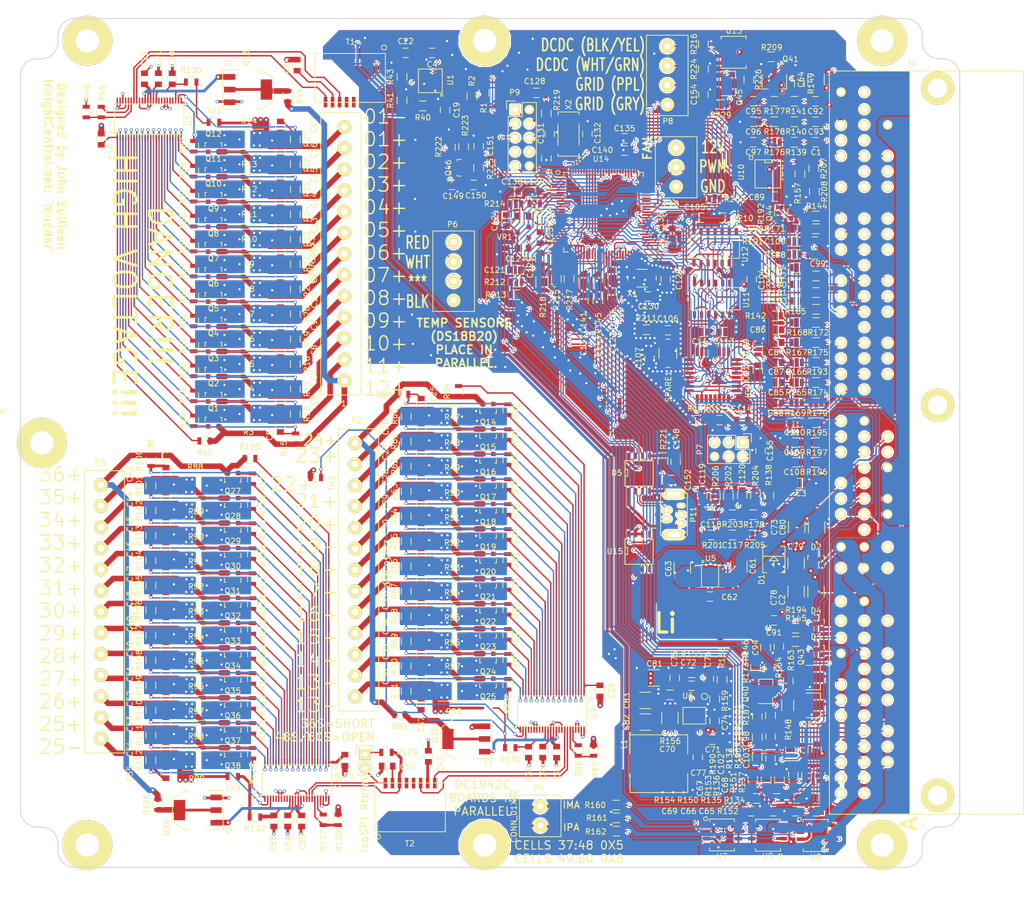
<source format=kicad_pcb>
(kicad_pcb (version 4) (host pcbnew 4.0.1-stable)
  (layers (0 F.Cu signal) (1 In1.Cu power hide) (2 In2.Cu power hide) (31 B.Cu signal) (35 F.Paste user) (37 F.SilkS user) (38 B.Mask user) (39 F.Mask user) (44 Edge.Cuts user))
  (net 0 "")
  (net 1 +12V)
  (net 2 +5V)
  (net 3 -12VA)
  (net 4 "/Linsight BMS/C12_A")
  (net 5 "/Linsight BMS/CELL11pos")
  (net 6 "/Linsight BMS/C11_A")
  (net 7 "/Linsight BMS/CELL10pos")
  (net 8 "/Linsight BMS/C10_A")
  (net 9 "/Linsight BMS/CELL9pos")
  (net 10 "/Linsight BMS/C9_A")
  (net 11 "/Linsight BMS/CELL8pos")
  (net 12 "/Linsight BMS/C8_A")
  (net 13 "/Linsight BMS/CELL7pos")
  (net 14 "/Linsight BMS/C7_A")
  (net 15 "/Linsight BMS/CELL6pos")
  (net 16 "/Linsight BMS/C6_A")
  (net 17 "/Linsight BMS/CELL5pos")
  (net 18 "/Linsight BMS/C5_A")
  (net 19 "/Linsight BMS/CELL4pos")
  (net 20 "/Linsight BMS/C4_A")
  (net 21 "/Linsight BMS/CELL3pos")
  (net 22 "/Linsight BMS/C3_A")
  (net 23 "/Linsight BMS/CELL2pos")
  (net 24 "/Linsight BMS/C2_A")
  (net 25 "/Linsight BMS/CELL1pos")
  (net 26 "/Linsight BMS/C1_A")
  (net 27 "/Linsight BMS/C0_A")
  (net 28 "/Linsight BMS/VpFILT_A")
  (net 29 "/Linsight BMS/TRANS_C_6820")
  (net 30 "/Linsight BMS/VREF2_A")
  (net 31 "/Linsight BMS/VREF1_A")
  (net 32 "/Linsight BMS/TRANS_C_FAN")
  (net 33 "/Linsight BMS/VREG_A")
  (net 34 "/Linsight BMS/TRANS_C_A")
  (net 35 "/Linsight BMS/C12_B")
  (net 36 "/Linsight BMS/CELL23pos")
  (net 37 "/Linsight BMS/C11_B")
  (net 38 "/Linsight BMS/CELL22pos")
  (net 39 "/Linsight BMS/C10_B")
  (net 40 "/Linsight BMS/CELL21pos")
  (net 41 "/Linsight BMS/C9_B")
  (net 42 "/Linsight BMS/CELL20pos")
  (net 43 "/Linsight BMS/C8_B")
  (net 44 "/Linsight BMS/CELL19pos")
  (net 45 "/Linsight BMS/C7_B")
  (net 46 "/Linsight BMS/CELL18pos")
  (net 47 "/Linsight BMS/C6_B")
  (net 48 "/Linsight BMS/CELL17pos")
  (net 49 "/Linsight BMS/C5_B")
  (net 50 "/Linsight BMS/CELL16pos")
  (net 51 "/Linsight BMS/C4_B")
  (net 52 "/Linsight BMS/CELL15pos")
  (net 53 "/Linsight BMS/C3_B")
  (net 54 "/Linsight BMS/CELL14pos")
  (net 55 "/Linsight BMS/C2_B")
  (net 56 "/Linsight BMS/CELL13pos")
  (net 57 "/Linsight BMS/C1_B")
  (net 58 "/Linsight BMS/C0_B")
  (net 59 "/Linsight BMS/VpFILT_B")
  (net 60 "/Linsight BMS/VREF2_C")
  (net 61 "/Linsight BMS/VREF1_B")
  (net 62 "/Linsight BMS/VREG_B")
  (net 63 "/Linsight BMS/TRANS_C_B")
  (net 64 "/Linsight BMS/C12_C")
  (net 65 "/Linsight BMS/C11_C")
  (net 66 "/Linsight BMS/CELL34pos")
  (net 67 "/Linsight BMS/C10_C")
  (net 68 "/Linsight BMS/CELL33pos")
  (net 69 "/Linsight BMS/C9_C")
  (net 70 "/Linsight BMS/CELL32pos")
  (net 71 "/Linsight BMS/C8_C")
  (net 72 "/Linsight BMS/CELL31pos")
  (net 73 "/Linsight BMS/C7_C")
  (net 74 "/Linsight BMS/CELL30pos")
  (net 75 "/Linsight BMS/C6_C")
  (net 76 "/Linsight BMS/CELL29pos")
  (net 77 "/Linsight BMS/C5_C")
  (net 78 "/Linsight BMS/CELL28pos")
  (net 79 "/Linsight BMS/C4_C")
  (net 80 "/Linsight BMS/C3_C")
  (net 81 "/Linsight BMS/CELL26pos")
  (net 82 "/Linsight BMS/C2_C")
  (net 83 "/Linsight BMS/CELL25pos")
  (net 84 "/Linsight BMS/C1_C")
  (net 85 "/Linsight BMS/C0_C")
  (net 86 "/Linsight BMS/VpFILT_C")
  (net 87 "/Linsight BMS/TRANS_C_C")
  (net 88 "/Linsight BMS/VREF1_C")
  (net 89 "/Linsight BMS/VREG_C")
  (net 90 "/Linsight BMS/CELL12pos")
  (net 91 "/Linsight BMS/CELL24pos")
  (net 92 "/Linsight BMS/CELL36pos")
  (net 93 "/Linsight BMS/IMA")
  (net 94 "/Linsight BMS/IPA")
  (net 95 "/Linsight BMS/isoT")
  (net 96 "/Linsight BMS/IMA_C")
  (net 97 "/Linsight BMS/S12b_A")
  (net 98 "/Linsight BMS/S11b_A")
  (net 99 "/Linsight BMS/S10b_A")
  (net 100 "/Linsight BMS/S9b_A")
  (net 101 "/Linsight BMS/S8b_A")
  (net 102 "/Linsight BMS/S7b_A")
  (net 103 "/Linsight BMS/S6b_A")
  (net 104 "/Linsight BMS/S5b_A")
  (net 105 "/Linsight BMS/S4b_A")
  (net 106 "/Linsight BMS/S3b_A")
  (net 107 "/Linsight BMS/S2b_A")
  (net 108 "/Linsight BMS/S1b_A")
  (net 109 "/Linsight BMS/VdriveCollector_A")
  (net 110 "/Linsight BMS/DRIVE_A")
  (net 111 "/Linsight BMS/S12b_B")
  (net 112 "/Linsight BMS/S11b_B")
  (net 113 "/Linsight BMS/S10b_B")
  (net 114 "/Linsight BMS/S9b_B")
  (net 115 "/Linsight BMS/S8b_B")
  (net 116 "/Linsight BMS/S7b_B")
  (net 117 "/Linsight BMS/S6b_B")
  (net 118 "/Linsight BMS/S5b_B")
  (net 119 "/Linsight BMS/S4b_B")
  (net 120 "/Linsight BMS/S3b_B")
  (net 121 "/Linsight BMS/S2b_B")
  (net 122 "/Linsight BMS/S1b_B")
  (net 123 "/Linsight BMS/VdriveCollector_B")
  (net 124 "/Linsight BMS/DRIVE_B")
  (net 125 "/Linsight BMS/S12b_C")
  (net 126 "/Linsight BMS/S11b_C")
  (net 127 "/Linsight BMS/S10b_C")
  (net 128 "/Linsight BMS/S9b_C")
  (net 129 "/Linsight BMS/S8b_C")
  (net 130 "/Linsight BMS/S7b_C")
  (net 131 "/Linsight BMS/S6b_C")
  (net 132 "/Linsight BMS/S5b_C")
  (net 133 "/Linsight BMS/S4b_C")
  (net 134 "/Linsight BMS/S3b_C")
  (net 135 "/Linsight BMS/S2b_C")
  (net 136 "/Linsight BMS/S1b_C")
  (net 137 "/Linsight BMS/VdriveCollector_C")
  (net 138 "/Linsight BMS/DRIVE_C")
  (net 139 "/Linsight BMS/LTC6820_MISO")
  (net 140 "/Linsight BMS/LTC6820_MOSI")
  (net 141 "/Linsight BMS/S12_A")
  (net 142 "/Linsight BMS/S11_A")
  (net 143 "/Linsight BMS/S10_A")
  (net 144 "/Linsight BMS/S9_A")
  (net 145 "/Linsight BMS/S8_A")
  (net 146 "/Linsight BMS/S7_A")
  (net 147 "/Linsight BMS/S6_A")
  (net 148 "/Linsight BMS/S5_A")
  (net 149 "/Linsight BMS/S4_A")
  (net 150 "/Linsight BMS/S3_A")
  (net 151 "/Linsight BMS/S2_A")
  (net 152 "/Linsight BMS/S1_A")
  (net 153 "/Linsight BMS/IB_6820")
  (net 154 "/Linsight BMS/IC_6820")
  (net 155 "/Linsight BMS/IP_6820")
  (net 156 "/Linsight BMS/IM_6820")
  (net 157 "/Linsight BMS/IB_A")
  (net 158 "/Linsight BMS/IC_A")
  (net 159 "/Linsight BMS/S12_B")
  (net 160 "/Linsight BMS/S11_B")
  (net 161 "/Linsight BMS/S10_B")
  (net 162 "/Linsight BMS/S9_B")
  (net 163 "/Linsight BMS/S8_B")
  (net 164 "/Linsight BMS/S7_B")
  (net 165 "/Linsight BMS/S6_B")
  (net 166 "/Linsight BMS/S5_B")
  (net 167 "/Linsight BMS/S4_B")
  (net 168 "/Linsight BMS/S3_B")
  (net 169 "/Linsight BMS/S2_B")
  (net 170 "/Linsight BMS/S1_B")
  (net 171 "/Linsight BMS/IB_B")
  (net 172 "/Linsight BMS/IC_B")
  (net 173 "/Linsight BMS/S12_C")
  (net 174 "/Linsight BMS/S11_C")
  (net 175 "/Linsight BMS/S10_C")
  (net 176 "/Linsight BMS/S9_C")
  (net 177 "/Linsight BMS/S8_C")
  (net 178 "/Linsight BMS/S7_C")
  (net 179 "/Linsight BMS/S6_C")
  (net 180 "/Linsight BMS/S5_C")
  (net 181 "/Linsight BMS/S4_C")
  (net 182 "/Linsight BMS/S3_C")
  (net 183 "/Linsight BMS/S2_C")
  (net 184 "/Linsight BMS/S1_C")
  (net 185 "/Linsight BMS/IB_C")
  (net 186 "/Linsight BMS/IC_C")
  (net 187 "/Linsight BMS/IPA_C")
  (net 188 "/Linsight BMS/IPA_A")
  (net 189 "/Linsight BMS/IMA_A")
  (net 190 "/Linsight BMS/IPA_B")
  (net 191 "/Linsight BMS/IMA_B")
  (net 192 GND_ISO_B)
  (net 193 GND_ISO_C)
  (net 194 "/Linsight BMS/T_A")
  (net 195 "/Linsight BMS/T_B")
  (net 196 "/Linsight BMS/T_C")
  (net 197 "/Linsight BMS/VREF2_B")
  (net 198 GND_ISO_A)
  (net 199 "/Linsight BMS/QC12_A")
  (net 200 "/Linsight BMS/QC11_A")
  (net 201 "/Linsight BMS/QC10_A")
  (net 202 "/Linsight BMS/QC9_A")
  (net 203 "/Linsight BMS/QC8_A")
  (net 204 "/Linsight BMS/QC7_A")
  (net 205 "/Linsight BMS/QC6_A")
  (net 206 "/Linsight BMS/QC5_A")
  (net 207 "/Linsight BMS/QC4_A")
  (net 208 "/Linsight BMS/QC3_A")
  (net 209 "/Linsight BMS/QC2_A")
  (net 210 "/Linsight BMS/QC1_A")
  (net 211 "/Linsight BMS/QC12_B")
  (net 212 "/Linsight BMS/QC11_B")
  (net 213 "/Linsight BMS/QC10_B")
  (net 214 "/Linsight BMS/QC9_B")
  (net 215 "/Linsight BMS/QC8_B")
  (net 216 "/Linsight BMS/QC7_B")
  (net 217 "/Linsight BMS/QC6_B")
  (net 218 "/Linsight BMS/QC5_B")
  (net 219 "/Linsight BMS/QC4_B")
  (net 220 "/Linsight BMS/QC3_B")
  (net 221 "/Linsight BMS/QC2_B")
  (net 222 "/Linsight BMS/QC1_B")
  (net 223 "/Linsight BMS/QC12_C")
  (net 224 "/Linsight BMS/QC11_C")
  (net 225 "/Linsight BMS/QC10_C")
  (net 226 "/Linsight BMS/QC9_C")
  (net 227 "/Linsight BMS/QC8_C")
  (net 228 "/Linsight BMS/QC7_C")
  (net 229 "/Linsight BMS/QC6_C")
  (net 230 "/Linsight BMS/QC5_C")
  (net 231 "/Linsight BMS/QC4_C")
  (net 232 "/Linsight BMS/QC3_C")
  (net 233 "/Linsight BMS/QC2_C")
  (net 234 "/Linsight BMS/QC1_C")
  (net 235 "/Linsight BMS/CELL35pos")
  (net 236 GND_ENG)
  (net 237 "/Linsight BMS/LTC6820_SCK")
  (net 238 "/Linsight BMS/LTC6820_~CS")
  (net 239 "/Linsight BMS/CELL27pos")
  (net 240 /FSC)
  (net 241 /MAMODE2)
  (net 242 /MOTSTB)
  (net 243 /PDUFAN_OD)
  (net 244 /PDUFANH_OD)
  (net 245 /IGNITION_12V)
  (net 246 /FOT)
  (net 247 /ABSBUSY)
  (net 248 /MOTFSB)
  (net 249 /MOTFSA)
  (net 250 /WARN_OD)
  (net 251 /SCS)
  (net 252 /DVINH)
  (net 253 /QBATT)
  (net 254 /CMA)
  (net 255 /CMB)
  (net 256 /CMC)
  (net 257 /5V_SW)
  (net 258 /5V_INTVCC)
  (net 259 /5V_ITH)
  (net 260 /5VC)
  (net 261 /5V_VFB)
  (net 262 /5V_BOOST)
  (net 263 /PRE)
  (net 264 /CNT)
  (net 265 /IGHLD)
  (net 266 /ENGTRQ)
  (net 267 /CMDPWR)
  (net 268 /VSS)
  (net 269 /ACTTRQ)
  (net 270 /METSCI2)
  (net 271 /METSCI1)
  (net 272 /MAMODE1)
  (net 273 /NEP_12V)
  (net 274 /WARN_OD_C)
  (net 275 /5V_RT)
  (net 276 /FOT_uC)
  (net 277 /FSC_uC)
  (net 278 /MAMODE2_uC)
  (net 279 /VSS_uC)
  (net 280 /WARN_uC)
  (net 281 /PDUFAN_uC)
  (net 282 /PDUFANH_uC)
  (net 283 /IGHLD_uC)
  (net 284 /PRE_uC)
  (net 285 /CNT_uC)
  (net 286 /NEG12V_En_uC)
  (net 287 /UL)
  (net 288 /UH)
  (net 289 /VL)
  (net 290 /VH)
  (net 291 /WL)
  (net 292 /WH)
  (net 293 /UL_uC)
  (net 294 /VH_uC)
  (net 295 /UH_uC)
  (net 296 /WH_uC)
  (net 297 /WL_uC)
  (net 298 /VL_uC)
  (net 299 /ABSBUSY_uC)
  (net 300 /SCS_uC)
  (net 301 /MAMODE1_uC)
  (net 302 /CMDPWR_uC)
  (net 303 /ENGTRQ_uC)
  (net 304 /MOTSTB_uC)
  (net 305 /ACTTRQ_uC)
  (net 306 /DVINH_uC)
  (net 307 /MOTFSB_uC)
  (net 308 /QBATT_uC)
  (net 309 /W_CURRENT_uC)
  (net 310 /V_CURRENT_uC)
  (net 311 /U_CURRENT_uC)
  (net 312 /TDV_uC)
  (net 313 /TD_uC)
  (net 314 /VPIN_uC)
  (net 315 /H2_uC)
  (net 316 /H1_uC)
  (net 317 /W_CURRENT)
  (net 318 /V_CURRENT)
  (net 319 /U_CURRENT)
  (net 320 /TDV)
  (net 321 /TD)
  (net 322 /VPIN)
  (net 323 /BATTFAN_PWM_uC)
  (net 324 GNDA)
  (net 325 /BLAC_XTAL1)
  (net 326 /BLAC_XTAL2)
  (net 327 /BLAC_aVcc)
  (net 328 GNDD)
  (net 329 /BLAC_aRef)
  (net 330 /~BLAC_Reset_uC)
  (net 331 GNDREF)
  (net 332 /BATT_I_SENSE_uC)
  (net 333 /5V_senseDIV2)
  (net 334 /ADCVREFN)
  (net 335 /ADCVREFP)
  (net 336 /3V3REF)
  (net 337 /XOUT_MAIN)
  (net 338 /XIN_MAIN)
  (net 339 /XOUT32)
  (net 340 /XIN32)
  (net 341 /BLAC_MISO_BitBang_uC)
  (net 342 /UART_BLAC-TX_uC-RX)
  (net 343 /UART_BLAC-RX_uC-TX)
  (net 344 /uC_interrupt_BLAC)
  (net 345 /BLAC_interrupt_uC)
  (net 346 /BATT_I_SENSE)
  (net 347 /BLAC_SENSORS_ENABLE_uC)
  (net 348 /BLAC_GATE_En_uC)
  (net 349 /MAINuC_CLKout)
  (net 350 /DCDC12Von_start)
  (net 351 /JTAG_TCK)
  (net 352 /JTAG_TDI)
  (net 353 /JTAG_TDO_aWireOut)
  (net 354 /JTAG_TMS)
  (net 355 /USB_VBUS)
  (net 356 /USB_ID)
  (net 357 /USB_VBOF)
  (net 358 /UART_H-LINE_RX)
  (net 359 /TDXRDX)
  (net 360 /UART_H-LINE-TX)
  (net 361 /UART_METSCI_TX)
  (net 362 /UART_METSCI_0-RX_1-TX)
  (net 363 /UART_METSCI_RX)
  (net 364 /VDDCORE)
  (net 365 /VDDUSB)
  (net 366 /~RESET)
  (net 367 /UART_SCREW_RX_uC)
  (net 368 /USB_VBUS_uC)
  (net 369 /MOTFSA_24HZ)
  (net 370 /UART_SCREW_TDXRDX)
  (net 371 /UART_SCREW_TX)
  (net 372 /GRID_CHARGER_En)
  (net 373 /DCDC_Von-start)
  (net 374 /SPI1_LOOPBACK)
  (net 375 /UART_SCREW_TX_uC)
  (net 376 /SPI1_FORCE_SEL)
  (net 377 /~USB_OC)
  (net 378 /VBATTREF)
  (net 379 /REFSNUB)
  (net 380 /ANA5V)
  (net 381 /H-LINE_DRV)
  (net 382 /UH_AND)
  (net 383 /UL_AND)
  (net 384 /VH_AND)
  (net 385 /VL_AND)
  (net 386 /WH_AND)
  (net 387 /WL_AND)
  (net 388 /DCDC_VOUT_SET)
  (net 389 /DCDC_VOUT_PWM)
  (net 390 /GRID_CHARGER_PWM)
  (net 391 /USB_DP_R)
  (net 392 /NEG12V_B2)
  (net 393 /NEG12V_B1)
  (net 394 /USB_SHIELD)
  (net 395 /USB_DM_R)
  (net 396 /USB_SHIELD_F)
  (net 397 /USB_DATA_P)
  (net 398 /USB_DATAuC-)
  (net 399 /USB_DATAuC+)
  (net 400 GNDPWR)
  (net 401 /CMB_F)
  (net 402 /NEP_uC)
  (net 403 /KEY_ON_uC)
  (net 404 /USB_DATA_M)
  (module Housings_QFP:TQFP-32_7x7mm_Pitch0.8mm (layer F.Cu) (at 199.5 126.3 270)
    (fp_text reference IC1 (at 2.9 -6.4 270) (layer F.SilkS))
    (fp_text value ATMEGA16M1-A)
    (pad 1 smd rect (at -4.25 -2.8 270) (size 1.6 0.55) (layers F.Cu F.Paste F.Mask) (net 341 /BLAC_MISO_BitBang_uC))
    (pad 2 smd rect (at -4.25 -2 270) (size 1.6 0.55) (layers F.Cu F.Paste F.Mask) (net 342 /UART_BLAC-TX_uC-RX))
    (pad 3 smd rect (at -4.25 -1.2 270) (size 1.6 0.55) (layers F.Cu F.Paste F.Mask) (net 315 /H2_uC))
    (pad 4 smd rect (at -4.25 -0.4 270) (size 1.6 0.55) (layers F.Cu F.Paste F.Mask) (net 2 +5V))
    (pad 5 smd rect (at -4.25 0.4 270) (size 1.6 0.55) (layers F.Cu F.Paste F.Mask) (net 236 GND_ENG))
    (pad 6 smd rect (at -4.25 1.2 270) (size 1.6 0.55) (layers F.Cu F.Paste F.Mask))
    (pad 7 smd rect (at -4.25 2 270) (size 1.6 0.55) (layers F.Cu F.Paste F.Mask) (net 369 /MOTFSA_24HZ))
    (pad 8 smd rect (at -4.25 2.8 270) (size 1.6 0.55) (layers F.Cu F.Paste F.Mask) (net 296 /WH_uC))
    (pad 9 smd rect (at -2.8 4.25) (size 1.6 0.55) (layers F.Cu F.Paste F.Mask) (net 297 /WL_uC))
    (pad 10 smd rect (at -2 4.25) (size 1.6 0.55) (layers F.Cu F.Paste F.Mask) (net 325 /BLAC_XTAL1))
    (pad 11 smd rect (at -1.2 4.25) (size 1.6 0.55) (layers F.Cu F.Paste F.Mask) (net 326 /BLAC_XTAL2))
    (pad 12 smd rect (at -0.4 4.25) (size 1.6 0.55) (layers F.Cu F.Paste F.Mask) (net 343 /UART_BLAC-RX_uC-TX))
    (pad 13 smd rect (at 0.4 4.25) (size 1.6 0.55) (layers F.Cu F.Paste F.Mask) (net 309 /W_CURRENT_uC))
    (pad 14 smd rect (at 1.2 4.25) (size 1.6 0.55) (layers F.Cu F.Paste F.Mask) (net 344 /uC_interrupt_BLAC))
    (pad 15 smd rect (at 2 4.25) (size 1.6 0.55) (layers F.Cu F.Paste F.Mask) (net 311 /U_CURRENT_uC))
    (pad 16 smd rect (at 2.8 4.25) (size 1.6 0.55) (layers F.Cu F.Paste F.Mask) (net 277 /FSC_uC))
    (pad 17 smd rect (at 4.25 2.8 270) (size 1.6 0.55) (layers F.Cu F.Paste F.Mask) (net 309 /W_CURRENT_uC))
    (pad 18 smd rect (at 4.25 2 270) (size 1.6 0.55) (layers F.Cu F.Paste F.Mask) (net 310 /V_CURRENT_uC))
    (pad 19 smd rect (at 4.25 1.2 270) (size 1.6 0.55) (layers F.Cu F.Paste F.Mask) (net 327 /BLAC_aVcc))
    (pad 20 smd rect (at 4.25 0.4 270) (size 1.6 0.55) (layers F.Cu F.Paste F.Mask) (net 328 GNDD))
    (pad 21 smd rect (at 4.25 -0.4 270) (size 1.6 0.55) (layers F.Cu F.Paste F.Mask) (net 329 /BLAC_aRef))
    (pad 22 smd rect (at 4.25 -1.2 270) (size 1.6 0.55) (layers F.Cu F.Paste F.Mask) (net 310 /V_CURRENT_uC))
    (pad 23 smd rect (at 4.25 -2 270) (size 1.6 0.55) (layers F.Cu F.Paste F.Mask) (net 276 /FOT_uC))
    (pad 24 smd rect (at 4.25 -2.8 270) (size 1.6 0.55) (layers F.Cu F.Paste F.Mask) (net 299 /ABSBUSY_uC))
    (pad 25 smd rect (at 2.8 -4.25) (size 1.6 0.55) (layers F.Cu F.Paste F.Mask) (net 345 /BLAC_interrupt_uC))
    (pad 26 smd rect (at 2 -4.25) (size 1.6 0.55) (layers F.Cu F.Paste F.Mask) (net 311 /U_CURRENT_uC))
    (pad 27 smd rect (at 1.2 -4.25) (size 1.6 0.55) (layers F.Cu F.Paste F.Mask) (net 298 /VL_uC))
    (pad 28 smd rect (at 0.4 -4.25) (size 1.6 0.55) (layers F.Cu F.Paste F.Mask) (net 293 /UL_uC))
    (pad 29 smd rect (at -0.4 -4.25) (size 1.6 0.55) (layers F.Cu F.Paste F.Mask) (net 295 /UH_uC))
    (pad 30 smd rect (at -1.2 -4.25) (size 1.6 0.55) (layers F.Cu F.Paste F.Mask) (net 294 /VH_uC))
    (pad 31 smd rect (at -2 -4.25) (size 1.6 0.55) (layers F.Cu F.Paste F.Mask) (net 330 /~BLAC_Reset_uC))
    (pad 32 smd rect (at -2.8 -4.25) (size 1.6 0.55) (layers F.Cu F.Paste F.Mask) (net 316 /H1_uC))
  )
  (module LinsightFootprints:571-179686-6 (layer F.Cu) (at 231 75.25 270)
    (fp_text reference J1 (at -5.25 -4.3 360) (layer F.SilkS))
    (fp_text value 571-179686-6 hide)
    (pad A01 thru_hole circle (at 126.4 8.4 270) (size 1.75 1.75) (drill 1.1) (layers *.Cu *.Mask F.SilkS))
    (pad A02 thru_hole circle (at 123.6 8.4 270) (size 1.75 1.75) (drill 1.1) (layers *.Cu *.Mask F.SilkS) (net 240 /FSC))
    (pad A03 thru_hole circle (at 120.8 8.4 270) (size 1.75 1.75) (drill 1.1) (layers *.Cu *.Mask F.SilkS) (net 241 /MAMODE2))
    (pad A04 thru_hole circle (at 118 8.4 270) (size 1.75 1.75) (drill 1.1) (layers *.Cu *.Mask F.SilkS) (net 242 /MOTSTB))
    (pad A05 thru_hole circle (at 112.4 8.4 270) (size 1.75 1.75) (drill 1.1) (layers *.Cu *.Mask F.SilkS))
    (pad A06 thru_hole circle (at 109.6 8.4 270) (size 1.75 1.75) (drill 1.1) (layers *.Cu *.Mask F.SilkS) (net 243 /PDUFAN_OD))
    (pad A07 thru_hole circle (at 106.8 8.4 270) (size 1.75 1.75) (drill 1.1) (layers *.Cu *.Mask F.SilkS) (net 244 /PDUFANH_OD))
    (pad A08 thru_hole circle (at 101.2 8.4 270) (size 1.75 1.75) (drill 1.1) (layers *.Cu *.Mask F.SilkS) (net 263 /PRE))
    (pad A09 thru_hole circle (at 98.4 8.4 270) (size 1.75 1.75) (drill 1.1) (layers *.Cu *.Mask F.SilkS) (net 245 /IGNITION_12V))
    (pad A10 thru_hole circle (at 95.3 8.4 270) (size 1.75 1.75) (drill 1.1) (layers *.Cu *.Mask F.SilkS))
    (pad A11 thru_hole circle (at 91.8 8.4 270) (size 1.75 1.75) (drill 1.1) (layers *.Cu *.Mask F.SilkS))
    (pad A12 thru_hole circle (at 126.4 4.2 270) (size 1.75 1.75) (drill 1.1) (layers *.Cu *.Mask F.SilkS))
    (pad A13 thru_hole circle (at 123.6 4.2 270) (size 1.75 1.75) (drill 1.1) (layers *.Cu *.Mask F.SilkS) (net 246 /FOT))
    (pad A14 thru_hole circle (at 120.8 4.2 270) (size 1.75 1.75) (drill 1.1) (layers *.Cu *.Mask F.SilkS) (net 247 /ABSBUSY))
    (pad A15 thru_hole circle (at 118 4.2 270) (size 1.75 1.75) (drill 1.1) (layers *.Cu *.Mask F.SilkS) (net 248 /MOTFSB))
    (pad A16 thru_hole circle (at 115.2 4.2 270) (size 1.75 1.75) (drill 1.1) (layers *.Cu *.Mask F.SilkS) (net 249 /MOTFSA))
    (pad A17 thru_hole circle (at 112.4 4.2 270) (size 1.75 1.75) (drill 1.1) (layers *.Cu *.Mask F.SilkS))
    (pad A18 thru_hole circle (at 109.6 4.2 270) (size 1.75 1.75) (drill 1.1) (layers *.Cu *.Mask F.SilkS) (net 250 /WARN_OD))
    (pad A19 thru_hole circle (at 106.8 4.2 270) (size 1.75 1.75) (drill 1.1) (layers *.Cu *.Mask F.SilkS))
    (pad A20 thru_hole circle (at 104 4.2 270) (size 1.75 1.75) (drill 1.1) (layers *.Cu *.Mask F.SilkS))
    (pad A21 thru_hole circle (at 101.2 4.2 270) (size 1.75 1.75) (drill 1.1) (layers *.Cu *.Mask F.SilkS) (net 264 /CNT))
    (pad A22 thru_hole circle (at 98.4 4.2 270) (size 1.75 1.75) (drill 1.1) (layers *.Cu *.Mask F.SilkS))
    (pad A23 thru_hole circle (at 95.3 4.2 270) (size 1.75 1.75) (drill 1.1) (layers *.Cu *.Mask F.SilkS))
    (pad A24 thru_hole circle (at 91.8 4.2 270) (size 1.75 1.75) (drill 1.1) (layers *.Cu *.Mask F.SilkS) (net 236 GND_ENG))
    (pad A25 thru_hole circle (at 120.8 0 270) (size 1.75 1.75) (drill 1.1) (layers *.Cu *.Mask F.SilkS) (net 251 /SCS))
    (pad A26 thru_hole circle (at 118 0 270) (size 1.75 1.75) (drill 1.1) (layers *.Cu *.Mask F.SilkS))
    (pad A27 thru_hole circle (at 115.2 0 270) (size 1.75 1.75) (drill 1.1) (layers *.Cu *.Mask F.SilkS) (net 252 /DVINH))
    (pad A28 thru_hole circle (at 109.6 0 270) (size 1.75 1.75) (drill 1.1) (layers *.Cu *.Mask F.SilkS))
    (pad A29 thru_hole circle (at 106.8 0 270) (size 1.75 1.75) (drill 1.1) (layers *.Cu *.Mask F.SilkS))
    (pad A30 thru_hole circle (at 104 0 270) (size 1.75 1.75) (drill 1.1) (layers *.Cu *.Mask F.SilkS))
    (pad A31 thru_hole circle (at 101.2 0 270) (size 1.75 1.75) (drill 1.1) (layers *.Cu *.Mask F.SilkS))
    (pad A32 thru_hole circle (at 95.3 0 270) (size 1.75 1.75) (drill 1.1) (layers *.Cu *.Mask F.SilkS))
    (pad B01 thru_hole circle (at 85.8 8.4 270) (size 1.75 1.75) (drill 1.1) (layers *.Cu *.Mask F.SilkS))
    (pad B02 thru_hole circle (at 82 8.4 270) (size 1.75 1.75) (drill 1.1) (layers *.Cu *.Mask F.SilkS) (net 265 /IGHLD))
    (pad B03 thru_hole circle (at 76.1 8.4 270) (size 1.75 1.75) (drill 1.1) (layers *.Cu *.Mask F.SilkS))
    (pad B04 thru_hole circle (at 73.3 8.4 270) (size 1.75 1.75) (drill 1.1) (layers *.Cu *.Mask F.SilkS))
    (pad B05 thru_hole circle (at 70.5 8.4 270) (size 1.75 1.75) (drill 1.1) (layers *.Cu *.Mask F.SilkS))
    (pad B06 thru_hole circle (at 64.9 8.4 270) (size 1.75 1.75) (drill 1.1) (layers *.Cu *.Mask F.SilkS) (net 317 /W_CURRENT))
    (pad B07 thru_hole circle (at 62.1 8.4 270) (size 1.75 1.75) (drill 1.1) (layers *.Cu *.Mask F.SilkS) (net 318 /V_CURRENT))
    (pad B08 thru_hole circle (at 59.3 8.4 270) (size 1.75 1.75) (drill 1.1) (layers *.Cu *.Mask F.SilkS) (net 319 /U_CURRENT))
    (pad B09 thru_hole circle (at 85.8 4.2 270) (size 1.75 1.75) (drill 1.1) (layers *.Cu *.Mask F.SilkS) (net 236 GND_ENG))
    (pad B10 thru_hole circle (at 82 4.2 270) (size 1.75 1.75) (drill 1.1) (layers *.Cu *.Mask F.SilkS) (net 1 +12V))
    (pad B11 thru_hole circle (at 78.9 4.2 270) (size 1.75 1.75) (drill 1.1) (layers *.Cu *.Mask F.SilkS))
    (pad B12 thru_hole circle (at 76.1 4.2 270) (size 1.75 1.75) (drill 1.1) (layers *.Cu *.Mask F.SilkS))
    (pad B13 thru_hole circle (at 73.3 4.2 270) (size 1.75 1.75) (drill 1.1) (layers *.Cu *.Mask F.SilkS) (net 320 /TDV))
    (pad B14 thru_hole circle (at 70.5 4.2 270) (size 1.75 1.75) (drill 1.1) (layers *.Cu *.Mask F.SilkS) (net 321 /TD))
    (pad B15 thru_hole circle (at 67.7 4.2 270) (size 1.75 1.75) (drill 1.1) (layers *.Cu *.Mask F.SilkS))
    (pad B16 thru_hole circle (at 64.9 4.2 270) (size 1.75 1.75) (drill 1.1) (layers *.Cu *.Mask F.SilkS) (net 322 /VPIN))
    (pad B17 thru_hole circle (at 62.1 4.2 270) (size 1.75 1.75) (drill 1.1) (layers *.Cu *.Mask F.SilkS))
    (pad B18 thru_hole circle (at 59.3 4.2 270) (size 1.75 1.75) (drill 1.1) (layers *.Cu *.Mask F.SilkS) (net 3 -12VA))
    (pad B19 thru_hole circle (at 85.8 0 270) (size 1.75 1.75) (drill 1.1) (layers *.Cu *.Mask F.SilkS) (net 324 GNDA))
    (pad B20 thru_hole circle (at 82 0 270) (size 1.75 1.75) (drill 1.1) (layers *.Cu *.Mask F.SilkS))
    (pad B21 thru_hole circle (at 76.1 0 270) (size 1.75 1.75) (drill 1.1) (layers *.Cu *.Mask F.SilkS) (net 400 GNDPWR))
    (pad B22 thru_hole circle (at 73.3 0 270) (size 1.75 1.75) (drill 1.1) (layers *.Cu *.Mask F.SilkS) (net 400 GNDPWR))
    (pad B23 thru_hole circle (at 67.7 0 270) (size 1.75 1.75) (drill 1.1) (layers *.Cu *.Mask F.SilkS) (net 400 GNDPWR))
    (pad B24 thru_hole circle (at 64.9 0 270) (size 1.75 1.75) (drill 1.1) (layers *.Cu *.Mask F.SilkS))
    (pad B25 thru_hole circle (at 62.1 0 270) (size 1.75 1.75) (drill 1.1) (layers *.Cu *.Mask F.SilkS) (net 346 /BATT_I_SENSE))
    (pad C01 thru_hole circle (at 53.6 8.4 270) (size 1.75 1.75) (drill 1.1) (layers *.Cu *.Mask F.SilkS) (net 266 /ENGTRQ))
    (pad C02 thru_hole circle (at 50.8 8.4 270) (size 1.75 1.75) (drill 1.1) (layers *.Cu *.Mask F.SilkS) (net 267 /CMDPWR))
    (pad C03 thru_hole circle (at 48 8.4 270) (size 1.75 1.75) (drill 1.1) (layers *.Cu *.Mask F.SilkS))
    (pad C04 thru_hole circle (at 45.2 8.4 270) (size 1.75 1.75) (drill 1.1) (layers *.Cu *.Mask F.SilkS) (net 268 /VSS))
    (pad C05 thru_hole circle (at 39.6 8.4 270) (size 1.75 1.75) (drill 1.1) (layers *.Cu *.Mask F.SilkS) (net 269 /ACTTRQ))
    (pad C06 thru_hole circle (at 36.8 8.4 270) (size 1.75 1.75) (drill 1.1) (layers *.Cu *.Mask F.SilkS) (net 287 /UL))
    (pad C07 thru_hole circle (at 34 8.4 270) (size 1.75 1.75) (drill 1.1) (layers *.Cu *.Mask F.SilkS) (net 288 /UH))
    (pad C08 thru_hole circle (at 28.4 8.4 270) (size 1.75 1.75) (drill 1.1) (layers *.Cu *.Mask F.SilkS))
    (pad C09 thru_hole circle (at 25.6 8.4 270) (size 1.75 1.75) (drill 1.1) (layers *.Cu *.Mask F.SilkS) (net 270 /METSCI2))
    (pad C10 thru_hole circle (at 22.8 8.4 270) (size 1.75 1.75) (drill 1.1) (layers *.Cu *.Mask F.SilkS) (net 271 /METSCI1))
    (pad C11 thru_hole circle (at 53.6 4.2 270) (size 1.75 1.75) (drill 1.1) (layers *.Cu *.Mask F.SilkS))
    (pad C12 thru_hole circle (at 50.8 4.2 270) (size 1.75 1.75) (drill 1.1) (layers *.Cu *.Mask F.SilkS) (net 272 /MAMODE1))
    (pad C13 thru_hole circle (at 48 4.2 270) (size 1.75 1.75) (drill 1.1) (layers *.Cu *.Mask F.SilkS))
    (pad C14 thru_hole circle (at 45.2 4.2 270) (size 1.75 1.75) (drill 1.1) (layers *.Cu *.Mask F.SilkS) (net 273 /NEP_12V))
    (pad C15 thru_hole circle (at 42.4 4.2 270) (size 1.75 1.75) (drill 1.1) (layers *.Cu *.Mask F.SilkS))
    (pad C16 thru_hole circle (at 39.6 4.2 270) (size 1.75 1.75) (drill 1.1) (layers *.Cu *.Mask F.SilkS) (net 253 /QBATT))
    (pad C17 thru_hole circle (at 36.8 4.2 270) (size 1.75 1.75) (drill 1.1) (layers *.Cu *.Mask F.SilkS) (net 289 /VL))
    (pad C18 thru_hole circle (at 34 4.2 270) (size 1.75 1.75) (drill 1.1) (layers *.Cu *.Mask F.SilkS) (net 290 /VH))
    (pad C19 thru_hole circle (at 31.2 4.2 270) (size 1.75 1.75) (drill 1.1) (layers *.Cu *.Mask F.SilkS))
    (pad C20 thru_hole circle (at 28.4 4.2 270) (size 1.75 1.75) (drill 1.1) (layers *.Cu *.Mask F.SilkS) (net 359 /TDXRDX))
    (pad C21 thru_hole circle (at 25.6 4.2 270) (size 1.75 1.75) (drill 1.1) (layers *.Cu *.Mask F.SilkS))
    (pad C22 thru_hole circle (at 22.8 4.2 270) (size 1.75 1.75) (drill 1.1) (layers *.Cu *.Mask F.SilkS))
    (pad C23 thru_hole circle (at 50.8 0 270) (size 1.75 1.75) (drill 1.1) (layers *.Cu *.Mask F.SilkS))
    (pad C24 thru_hole circle (at 48 0 270) (size 1.75 1.75) (drill 1.1) (layers *.Cu *.Mask F.SilkS) (net 1 +12V))
    (pad C25 thru_hole circle (at 45.2 0 270) (size 1.75 1.75) (drill 1.1) (layers *.Cu *.Mask F.SilkS) (net 2 +5V))
    (pad C26 thru_hole circle (at 39.6 0 270) (size 1.75 1.75) (drill 1.1) (layers *.Cu *.Mask F.SilkS) (net 2 +5V))
    (pad C27 thru_hole circle (at 36.8 0 270) (size 1.75 1.75) (drill 1.1) (layers *.Cu *.Mask F.SilkS) (net 291 /WL))
    (pad C28 thru_hole circle (at 34 0 270) (size 1.75 1.75) (drill 1.1) (layers *.Cu *.Mask F.SilkS) (net 292 /WH))
    (pad C29 thru_hole circle (at 28.4 0 270) (size 1.75 1.75) (drill 1.1) (layers *.Cu *.Mask F.SilkS) (net 2 +5V))
    (pad C30 thru_hole circle (at 25.6 0 270) (size 1.75 1.75) (drill 1.1) (layers *.Cu *.Mask F.SilkS))
    (pad C31 thru_hole circle (at 22.8 0 270) (size 1.75 1.75) (drill 1.1) (layers *.Cu *.Mask F.SilkS))
    (pad D01 thru_hole circle (at 17.1 8.4 270) (size 1.75 1.75) (drill 1.1) (layers *.Cu *.Mask F.SilkS) (net 2 +5V))
    (pad D02 thru_hole circle (at 11.5 8.4 270) (size 1.75 1.75) (drill 1.1) (layers *.Cu *.Mask F.SilkS) (net 254 /CMA))
    (pad D03 thru_hole circle (at 8.7 8.4 270) (size 1.75 1.75) (drill 1.1) (layers *.Cu *.Mask F.SilkS))
    (pad D04 thru_hole circle (at 5.9 8.4 270) (size 1.75 1.75) (drill 1.1) (layers *.Cu *.Mask F.SilkS) (net 400 GNDPWR))
    (pad D05 thru_hole circle (at 0 8.4 270) (size 1.75 1.75) (drill 1.1) (layers *.Cu *.Mask F.SilkS) (net 236 GND_ENG))
    (pad D06 thru_hole circle (at 17.1 4.2 270) (size 1.75 1.75) (drill 1.1) (layers *.Cu *.Mask F.SilkS) (net 2 +5V))
    (pad D07 thru_hole circle (at 14.3 4.2 270) (size 1.75 1.75) (drill 1.1) (layers *.Cu *.Mask F.SilkS))
    (pad D08 thru_hole circle (at 11.5 4.2 270) (size 1.75 1.75) (drill 1.1) (layers *.Cu *.Mask F.SilkS) (net 255 /CMB))
    (pad D09 thru_hole circle (at 8.7 4.2 270) (size 1.75 1.75) (drill 1.1) (layers *.Cu *.Mask F.SilkS))
    (pad D10 thru_hole circle (at 5.9 4.2 270) (size 1.75 1.75) (drill 1.1) (layers *.Cu *.Mask F.SilkS) (net 400 GNDPWR))
    (pad D11 thru_hole circle (at 3.1 4.2 270) (size 1.75 1.75) (drill 1.1) (layers *.Cu *.Mask F.SilkS))
    (pad D12 thru_hole circle (at 0 4.2 270) (size 1.75 1.75) (drill 1.1) (layers *.Cu *.Mask F.SilkS))
    (pad D13 thru_hole circle (at 17.1 0 270) (size 1.75 1.75) (drill 1.1) (layers *.Cu *.Mask F.SilkS) (net 2 +5V))
    (pad D14 thru_hole circle (at 14.3 0 270) (size 1.75 1.75) (drill 1.1) (layers *.Cu *.Mask F.SilkS) (net 378 /VBATTREF))
    (pad D15 thru_hole circle (at 11.5 0 270) (size 1.75 1.75) (drill 1.1) (layers *.Cu *.Mask F.SilkS) (net 256 /CMC))
    (pad D16 thru_hole circle (at 5.9 0 270) (size 1.75 1.75) (drill 1.1) (layers *.Cu *.Mask F.SilkS) (net 400 GNDPWR))
    (pad MECH thru_hole circle (at -0.7 -9 270) (size 6 6) (drill 3.5) (layers *.Cu *.Mask F.SilkS))
    (pad MECH thru_hole circle (at 126.8 -9 270) (size 6 6) (drill 3.5) (layers *.Cu *.Mask F.SilkS))
    (pad MECH thru_hole circle (at 56.45 -9 270) (size 6 6) (drill 3.5) (layers *.Cu *.Mask F.SilkS))
  )
  (module LinsightFootprints:Conn_277-1232-ND (layer F.Cu) (at 133.1 81.55 270)
    (fp_text reference P1 (at 49.85 0.6 360) (layer F.SilkS))
    (fp_text value CONN_01X13 (at 23.5 5.85 270) (layer F.SilkS))
    (pad 1 thru_hole circle (at 0 0 270) (size 2.5 2.5) (drill 1.2) (layers *.Cu *.Mask F.SilkS) (net 198 GND_ISO_A))
    (pad 2 thru_hole circle (at 3.81 0 270) (size 2.5 2.5) (drill 1.2) (layers *.Cu *.Mask F.SilkS) (net 25 "/Linsight BMS/CELL1pos"))
    (pad 3 thru_hole circle (at 7.62 0 270) (size 2.5 2.5) (drill 1.2) (layers *.Cu *.Mask F.SilkS) (net 23 "/Linsight BMS/CELL2pos"))
    (pad 4 thru_hole circle (at 11.43 0 270) (size 2.5 2.5) (drill 1.2) (layers *.Cu *.Mask F.SilkS) (net 21 "/Linsight BMS/CELL3pos"))
    (pad 5 thru_hole circle (at 15.24 0 270) (size 2.5 2.5) (drill 1.2) (layers *.Cu *.Mask F.SilkS) (net 19 "/Linsight BMS/CELL4pos"))
    (pad 6 thru_hole circle (at 19.05 0 270) (size 2.5 2.5) (drill 1.2) (layers *.Cu *.Mask F.SilkS) (net 17 "/Linsight BMS/CELL5pos"))
    (pad 7 thru_hole circle (at 22.86 0 270) (size 2.5 2.5) (drill 1.2) (layers *.Cu *.Mask F.SilkS) (net 15 "/Linsight BMS/CELL6pos"))
    (pad 8 thru_hole circle (at 26.67 0 270) (size 2.5 2.5) (drill 1.2) (layers *.Cu *.Mask F.SilkS) (net 13 "/Linsight BMS/CELL7pos"))
    (pad 9 thru_hole circle (at 30.48 0 270) (size 2.5 2.5) (drill 1.2) (layers *.Cu *.Mask F.SilkS) (net 11 "/Linsight BMS/CELL8pos"))
    (pad 10 thru_hole circle (at 34.29 0 270) (size 2.5 2.5) (drill 1.2) (layers *.Cu *.Mask F.SilkS) (net 9 "/Linsight BMS/CELL9pos"))
    (pad 11 thru_hole circle (at 38.1 0 270) (size 2.5 2.5) (drill 1.2) (layers *.Cu *.Mask F.SilkS) (net 7 "/Linsight BMS/CELL10pos"))
    (pad 12 thru_hole circle (at 41.91 0 270) (size 2.5 2.5) (drill 1.2) (layers *.Cu *.Mask F.SilkS) (net 5 "/Linsight BMS/CELL11pos"))
    (pad 13 thru_hole circle (at 45.72 0 270) (size 2.5 2.5) (drill 1.2) (layers *.Cu *.Mask F.SilkS) (net 90 "/Linsight BMS/CELL12pos"))
  )
  (module Resistors_SMD:R_0805 (layer F.Cu) (at 122.9 76 270)
    (fp_text reference R44 (at 0 -2.1 270) (layer F.SilkS))
    (fp_text value 82)
    (pad 1 smd rect (at -0.95 0 270) (size 0.7 1.3) (layers F.Cu F.Paste F.Mask) (net 109 "/Linsight BMS/VdriveCollector_A"))
    (pad 2 smd rect (at 0.95 0 270) (size 0.7 1.3) (layers F.Cu F.Paste F.Mask) (net 90 "/Linsight BMS/CELL12pos"))
  )
  (module LinsightFootprints:Conn_277-1232-ND (layer F.Cu) (at 135.05 184.25 90)
    (fp_text reference P2 (at 49.85 0.25 180) (layer F.SilkS))
    (fp_text value CONN_01X13 (at 23.5 5.85 90) (layer F.SilkS))
    (pad 1 thru_hole circle (at 0 0 90) (size 2.5 2.5) (drill 1.2) (layers *.Cu *.Mask F.SilkS) (net 192 GND_ISO_B))
    (pad 2 thru_hole circle (at 3.81 0 90) (size 2.5 2.5) (drill 1.2) (layers *.Cu *.Mask F.SilkS) (net 56 "/Linsight BMS/CELL13pos"))
    (pad 3 thru_hole circle (at 7.62 0 90) (size 2.5 2.5) (drill 1.2) (layers *.Cu *.Mask F.SilkS) (net 54 "/Linsight BMS/CELL14pos"))
    (pad 4 thru_hole circle (at 11.43 0 90) (size 2.5 2.5) (drill 1.2) (layers *.Cu *.Mask F.SilkS) (net 52 "/Linsight BMS/CELL15pos"))
    (pad 5 thru_hole circle (at 15.24 0 90) (size 2.5 2.5) (drill 1.2) (layers *.Cu *.Mask F.SilkS) (net 50 "/Linsight BMS/CELL16pos"))
    (pad 6 thru_hole circle (at 19.05 0 90) (size 2.5 2.5) (drill 1.2) (layers *.Cu *.Mask F.SilkS) (net 48 "/Linsight BMS/CELL17pos"))
    (pad 7 thru_hole circle (at 22.86 0 90) (size 2.5 2.5) (drill 1.2) (layers *.Cu *.Mask F.SilkS) (net 46 "/Linsight BMS/CELL18pos"))
    (pad 8 thru_hole circle (at 26.67 0 90) (size 2.5 2.5) (drill 1.2) (layers *.Cu *.Mask F.SilkS) (net 44 "/Linsight BMS/CELL19pos"))
    (pad 9 thru_hole circle (at 30.48 0 90) (size 2.5 2.5) (drill 1.2) (layers *.Cu *.Mask F.SilkS) (net 42 "/Linsight BMS/CELL20pos"))
    (pad 10 thru_hole circle (at 34.29 0 90) (size 2.5 2.5) (drill 1.2) (layers *.Cu *.Mask F.SilkS) (net 40 "/Linsight BMS/CELL21pos"))
    (pad 11 thru_hole circle (at 38.1 0 90) (size 2.5 2.5) (drill 1.2) (layers *.Cu *.Mask F.SilkS) (net 38 "/Linsight BMS/CELL22pos"))
    (pad 12 thru_hole circle (at 41.91 0 90) (size 2.5 2.5) (drill 1.2) (layers *.Cu *.Mask F.SilkS) (net 36 "/Linsight BMS/CELL23pos"))
    (pad 13 thru_hole circle (at 45.72 0 90) (size 2.5 2.5) (drill 1.2) (layers *.Cu *.Mask F.SilkS) (net 91 "/Linsight BMS/CELL24pos"))
  )
  (module LinsightFootprints:Conn_277-1232-ND (layer F.Cu) (at 89.25 191.8 90)
    (fp_text reference P3 (at 49.7 -0.15 180) (layer F.SilkS))
    (fp_text value CONN_01X13 (at 23.5 5.85 90) (layer F.SilkS))
    (pad 1 thru_hole circle (at 0 0 90) (size 2.5 2.5) (drill 1.2) (layers *.Cu *.Mask F.SilkS) (net 193 GND_ISO_C))
    (pad 2 thru_hole circle (at 3.81 0 90) (size 2.5 2.5) (drill 1.2) (layers *.Cu *.Mask F.SilkS) (net 83 "/Linsight BMS/CELL25pos"))
    (pad 3 thru_hole circle (at 7.62 0 90) (size 2.5 2.5) (drill 1.2) (layers *.Cu *.Mask F.SilkS) (net 81 "/Linsight BMS/CELL26pos"))
    (pad 4 thru_hole circle (at 11.43 0 90) (size 2.5 2.5) (drill 1.2) (layers *.Cu *.Mask F.SilkS) (net 239 "/Linsight BMS/CELL27pos"))
    (pad 5 thru_hole circle (at 15.24 0 90) (size 2.5 2.5) (drill 1.2) (layers *.Cu *.Mask F.SilkS) (net 78 "/Linsight BMS/CELL28pos"))
    (pad 6 thru_hole circle (at 19.05 0 90) (size 2.5 2.5) (drill 1.2) (layers *.Cu *.Mask F.SilkS) (net 76 "/Linsight BMS/CELL29pos"))
    (pad 7 thru_hole circle (at 22.86 0 90) (size 2.5 2.5) (drill 1.2) (layers *.Cu *.Mask F.SilkS) (net 74 "/Linsight BMS/CELL30pos"))
    (pad 8 thru_hole circle (at 26.67 0 90) (size 2.5 2.5) (drill 1.2) (layers *.Cu *.Mask F.SilkS) (net 72 "/Linsight BMS/CELL31pos"))
    (pad 9 thru_hole circle (at 30.48 0 90) (size 2.5 2.5) (drill 1.2) (layers *.Cu *.Mask F.SilkS) (net 70 "/Linsight BMS/CELL32pos"))
    (pad 10 thru_hole circle (at 34.29 0 90) (size 2.5 2.5) (drill 1.2) (layers *.Cu *.Mask F.SilkS) (net 68 "/Linsight BMS/CELL33pos"))
    (pad 11 thru_hole circle (at 38.1 0 90) (size 2.5 2.5) (drill 1.2) (layers *.Cu *.Mask F.SilkS) (net 66 "/Linsight BMS/CELL34pos"))
    (pad 12 thru_hole circle (at 41.91 0 90) (size 2.5 2.5) (drill 1.2) (layers *.Cu *.Mask F.SilkS) (net 235 "/Linsight BMS/CELL35pos"))
    (pad 13 thru_hole circle (at 45.72 0 90) (size 2.5 2.5) (drill 1.2) (layers *.Cu *.Mask F.SilkS) (net 92 "/Linsight BMS/CELL36pos"))
  )
  (module LinsightFootprints:TH_4mm2 (layer F.Cu) (at 158.4 211)
    (fp_text reference H1)
    (fp_text value Hole-4mm2)
    (pad 1 thru_hole circle (at 0 0) (size 9 9) (drill 4.2) (layers *.Cu *.Mask F.SilkS))
  )
  (module LinsightFootprints:TH_4mm2 (layer F.Cu) (at 78.6 138.5)
    (fp_text reference H2)
    (fp_text value Hole-4mm2)
    (pad 1 thru_hole circle (at 0 0) (size 9 9) (drill 4.2) (layers *.Cu *.Mask F.SilkS))
  )
  (module LinsightFootprints:TH_4mm2 (layer F.Cu) (at 230 211)
    (fp_text reference H3)
    (fp_text value Hole-4mm2)
    (pad 1 thru_hole circle (at 0 0) (size 9 9) (drill 4.2) (layers *.Cu *.Mask F.SilkS))
  )
  (module LinsightFootprints:TH_4mm2 (layer F.Cu) (at 230 66)
    (fp_text reference H4)
    (fp_text value Hole-4mm2)
    (pad 1 thru_hole circle (at 0 0) (size 9 9) (drill 4.2) (layers *.Cu *.Mask F.SilkS))
  )
  (module LinsightFootprints:TH_4mm2 (layer F.Cu) (at 158.4 66)
    (fp_text reference H5)
    (fp_text value Hole-4mm2)
    (pad 1 thru_hole circle (at 0 0) (size 9 9) (drill 4.2) (layers *.Cu *.Mask F.SilkS))
  )
  (module LinsightFootprints:TH_4mm2 (layer F.Cu) (at 86.8 66)
    (fp_text reference H6)
    (fp_text value Hole-4mm2)
    (pad 1 thru_hole circle (at 0 0) (size 9 9) (drill 4.2) (layers *.Cu *.Mask F.SilkS))
  )
  (module LinsightFootprints:TH_4mm2 (layer F.Cu) (at 86.8 211)
    (fp_text reference H7)
    (fp_text value Hole-4mm2)
    (pad 1 thru_hole circle (at 0 0) (size 9 9) (drill 4.2) (layers *.Cu *.Mask F.SilkS))
  )
  (module TO_SOT_Packages_SMD:SOT-23 (layer F.Cu) (at 109.525 134.525)
    (fp_text reference Q1 (at 0 -2.25) (layer F.SilkS))
    (fp_text value Q_PMOS_GSD hide)
    (pad 1 smd rect (at -0.95 1.00076) (size 0.8001 0.8001) (layers F.Cu F.Paste F.Mask) (net 97 "/Linsight BMS/S12b_A"))
    (pad 2 smd rect (at 0.95 1.00076) (size 0.8001 0.8001) (layers F.Cu F.Paste F.Mask) (net 90 "/Linsight BMS/CELL12pos"))
    (pad 3 smd rect (at 0 -0.99822) (size 0.8001 0.8001) (layers F.Cu F.Paste F.Mask) (net 199 "/Linsight BMS/QC12_A"))
  )
  (module TO_SOT_Packages_SMD:SOT-23 (layer F.Cu) (at 109.525 130.025)
    (fp_text reference Q2 (at 0 -2.25) (layer F.SilkS))
    (fp_text value Q_PMOS_GSD hide)
    (pad 1 smd rect (at -0.95 1.00076) (size 0.8001 0.8001) (layers F.Cu F.Paste F.Mask) (net 98 "/Linsight BMS/S11b_A"))
    (pad 2 smd rect (at 0.95 1.00076) (size 0.8001 0.8001) (layers F.Cu F.Paste F.Mask) (net 5 "/Linsight BMS/CELL11pos"))
    (pad 3 smd rect (at 0 -0.99822) (size 0.8001 0.8001) (layers F.Cu F.Paste F.Mask) (net 200 "/Linsight BMS/QC11_A"))
  )
  (module TO_SOT_Packages_SMD:SOT-23 (layer F.Cu) (at 109.525 125.525)
    (fp_text reference Q3 (at 0 -2.25) (layer F.SilkS))
    (fp_text value Q_PMOS_GSD hide)
    (pad 1 smd rect (at -0.95 1.00076) (size 0.8001 0.8001) (layers F.Cu F.Paste F.Mask) (net 99 "/Linsight BMS/S10b_A"))
    (pad 2 smd rect (at 0.95 1.00076) (size 0.8001 0.8001) (layers F.Cu F.Paste F.Mask) (net 7 "/Linsight BMS/CELL10pos"))
    (pad 3 smd rect (at 0 -0.99822) (size 0.8001 0.8001) (layers F.Cu F.Paste F.Mask) (net 201 "/Linsight BMS/QC10_A"))
  )
  (module TO_SOT_Packages_SMD:SOT-23 (layer F.Cu) (at 109.525 121.025)
    (fp_text reference Q4 (at 0 -2.25) (layer F.SilkS))
    (fp_text value Q_PMOS_GSD hide)
    (pad 1 smd rect (at -0.95 1.00076) (size 0.8001 0.8001) (layers F.Cu F.Paste F.Mask) (net 100 "/Linsight BMS/S9b_A"))
    (pad 2 smd rect (at 0.95 1.00076) (size 0.8001 0.8001) (layers F.Cu F.Paste F.Mask) (net 9 "/Linsight BMS/CELL9pos"))
    (pad 3 smd rect (at 0 -0.99822) (size 0.8001 0.8001) (layers F.Cu F.Paste F.Mask) (net 202 "/Linsight BMS/QC9_A"))
  )
  (module TO_SOT_Packages_SMD:SOT-23 (layer F.Cu) (at 109.525 116.525)
    (fp_text reference Q5 (at 0 -2.25) (layer F.SilkS))
    (fp_text value Q_PMOS_GSD)
    (pad 1 smd rect (at -0.95 1.00076) (size 0.8001 0.8001) (layers F.Cu F.Paste F.Mask) (net 101 "/Linsight BMS/S8b_A"))
    (pad 2 smd rect (at 0.95 1.00076) (size 0.8001 0.8001) (layers F.Cu F.Paste F.Mask) (net 11 "/Linsight BMS/CELL8pos"))
    (pad 3 smd rect (at 0 -0.99822) (size 0.8001 0.8001) (layers F.Cu F.Paste F.Mask) (net 203 "/Linsight BMS/QC8_A"))
  )
  (module TO_SOT_Packages_SMD:SOT-23 (layer F.Cu) (at 109.525 112.025)
    (fp_text reference Q6 (at 0 -2.25) (layer F.SilkS))
    (fp_text value Q_PMOS_GSD)
    (pad 1 smd rect (at -0.95 1.00076) (size 0.8001 0.8001) (layers F.Cu F.Paste F.Mask) (net 102 "/Linsight BMS/S7b_A"))
    (pad 2 smd rect (at 0.95 1.00076) (size 0.8001 0.8001) (layers F.Cu F.Paste F.Mask) (net 13 "/Linsight BMS/CELL7pos"))
    (pad 3 smd rect (at 0 -0.99822) (size 0.8001 0.8001) (layers F.Cu F.Paste F.Mask) (net 204 "/Linsight BMS/QC7_A"))
  )
  (module TO_SOT_Packages_SMD:SOT-23 (layer F.Cu) (at 109.525 107.525)
    (fp_text reference Q7 (at 0 -2.25) (layer F.SilkS))
    (fp_text value Q_PMOS_GSD hide)
    (pad 1 smd rect (at -0.95 1.00076) (size 0.8001 0.8001) (layers F.Cu F.Paste F.Mask) (net 103 "/Linsight BMS/S6b_A"))
    (pad 2 smd rect (at 0.95 1.00076) (size 0.8001 0.8001) (layers F.Cu F.Paste F.Mask) (net 15 "/Linsight BMS/CELL6pos"))
    (pad 3 smd rect (at 0 -0.99822) (size 0.8001 0.8001) (layers F.Cu F.Paste F.Mask) (net 205 "/Linsight BMS/QC6_A"))
  )
  (module TO_SOT_Packages_SMD:SOT-23 (layer F.Cu) (at 109.525 103.025)
    (fp_text reference Q8 (at 0 -2.25) (layer F.SilkS))
    (fp_text value Q_PMOS_GSD)
    (pad 1 smd rect (at -0.95 1.00076) (size 0.8001 0.8001) (layers F.Cu F.Paste F.Mask) (net 104 "/Linsight BMS/S5b_A"))
    (pad 2 smd rect (at 0.95 1.00076) (size 0.8001 0.8001) (layers F.Cu F.Paste F.Mask) (net 17 "/Linsight BMS/CELL5pos"))
    (pad 3 smd rect (at 0 -0.99822) (size 0.8001 0.8001) (layers F.Cu F.Paste F.Mask) (net 206 "/Linsight BMS/QC5_A"))
  )
  (module TO_SOT_Packages_SMD:SOT-23 (layer F.Cu) (at 109.525 98.525)
    (fp_text reference Q9 (at 0 -2.25) (layer F.SilkS))
    (fp_text value Q_PMOS_GSD)
    (pad 1 smd rect (at -0.95 1.00076) (size 0.8001 0.8001) (layers F.Cu F.Paste F.Mask) (net 105 "/Linsight BMS/S4b_A"))
    (pad 2 smd rect (at 0.95 1.00076) (size 0.8001 0.8001) (layers F.Cu F.Paste F.Mask) (net 19 "/Linsight BMS/CELL4pos"))
    (pad 3 smd rect (at 0 -0.99822) (size 0.8001 0.8001) (layers F.Cu F.Paste F.Mask) (net 207 "/Linsight BMS/QC4_A"))
  )
  (module TO_SOT_Packages_SMD:SOT-23 (layer F.Cu) (at 109.525 94.025)
    (fp_text reference Q10 (at 0 -2.25) (layer F.SilkS))
    (fp_text value Q_PMOS_GSD hide)
    (pad 1 smd rect (at -0.95 1.00076) (size 0.8001 0.8001) (layers F.Cu F.Paste F.Mask) (net 106 "/Linsight BMS/S3b_A"))
    (pad 2 smd rect (at 0.95 1.00076) (size 0.8001 0.8001) (layers F.Cu F.Paste F.Mask) (net 21 "/Linsight BMS/CELL3pos"))
    (pad 3 smd rect (at 0 -0.99822) (size 0.8001 0.8001) (layers F.Cu F.Paste F.Mask) (net 208 "/Linsight BMS/QC3_A"))
  )
  (module TO_SOT_Packages_SMD:SOT-23 (layer F.Cu) (at 109.525 89.525)
    (fp_text reference Q11 (at 0 -2.25) (layer F.SilkS))
    (fp_text value Q_PMOS_GSD hide)
    (pad 1 smd rect (at -0.95 1.00076) (size 0.8001 0.8001) (layers F.Cu F.Paste F.Mask) (net 107 "/Linsight BMS/S2b_A"))
    (pad 2 smd rect (at 0.95 1.00076) (size 0.8001 0.8001) (layers F.Cu F.Paste F.Mask) (net 23 "/Linsight BMS/CELL2pos"))
    (pad 3 smd rect (at 0 -0.99822) (size 0.8001 0.8001) (layers F.Cu F.Paste F.Mask) (net 209 "/Linsight BMS/QC2_A"))
  )
  (module TO_SOT_Packages_SMD:SOT-23 (layer F.Cu) (at 109.525 85.025)
    (fp_text reference Q12 (at 0 -2.25) (layer F.SilkS))
    (fp_text value Q_PMOS_GSD hide)
    (pad 1 smd rect (at -0.95 1.00076) (size 0.8001 0.8001) (layers F.Cu F.Paste F.Mask) (net 108 "/Linsight BMS/S1b_A"))
    (pad 2 smd rect (at 0.95 1.00076) (size 0.8001 0.8001) (layers F.Cu F.Paste F.Mask) (net 25 "/Linsight BMS/CELL1pos"))
    (pad 3 smd rect (at 0 -0.99822) (size 0.8001 0.8001) (layers F.Cu F.Paste F.Mask) (net 210 "/Linsight BMS/QC1_A"))
  )
  (module TO_SOT_Packages_SMD:SOT-223 (layer F.Cu) (at 115.75 74.8 270)
    (fp_text reference Q13 (at -5.7 0.35 270) (layer F.SilkS))
    (fp_text value Q_NPN_BCEC)
    (pad 4 smd rect (at 0 -3.302 270) (size 3.6576 2.032) (layers F.Cu F.Paste F.Mask) (net 109 "/Linsight BMS/VdriveCollector_A"))
    (pad 2 smd rect (at 0 3.302 270) (size 1.016 2.032) (layers F.Cu F.Paste F.Mask) (net 109 "/Linsight BMS/VdriveCollector_A"))
    (pad 3 smd rect (at 2.286 3.302 270) (size 1.016 2.032) (layers F.Cu F.Paste F.Mask) (net 33 "/Linsight BMS/VREG_A"))
    (pad 1 smd rect (at -2.286 3.302 270) (size 1.016 2.032) (layers F.Cu F.Paste F.Mask) (net 110 "/Linsight BMS/DRIVE_A"))
  )
  (module Capacitors_SMD:C_0805 (layer F.Cu) (at 148.93 68.19 180)
    (fp_text reference C4 (at 0 -2.1 180) (layer F.SilkS))
    (fp_text value 100n)
    (pad 1 smd rect (at -1 0 180) (size 1 1.25) (layers F.Cu F.Paste F.Mask) (net 2 +5V))
    (pad 2 smd rect (at 1 0 180) (size 1 1.25) (layers F.Cu F.Paste F.Mask) (net 236 GND_ENG))
  )
  (module Capacitors_SMD:C_0805 (layer F.Cu) (at 121.575 135.525 90)
    (fp_text reference C5 (at -1.625 -1.925 90) (layer F.SilkS))
    (fp_text value 10n)
    (pad 1 smd rect (at -1 0 90) (size 1 1.25) (layers F.Cu F.Paste F.Mask) (net 4 "/Linsight BMS/C12_A"))
    (pad 2 smd rect (at 1 0 90) (size 1 1.25) (layers F.Cu F.Paste F.Mask) (net 5 "/Linsight BMS/CELL11pos"))
  )
  (module Capacitors_SMD:C_0805 (layer F.Cu) (at 121.575 131.025 90)
    (fp_text reference C6 (at 0.25 6.1 90) (layer F.SilkS))
    (fp_text value 10n)
    (pad 1 smd rect (at -1 0 90) (size 1 1.25) (layers F.Cu F.Paste F.Mask) (net 6 "/Linsight BMS/C11_A"))
    (pad 2 smd rect (at 1 0 90) (size 1 1.25) (layers F.Cu F.Paste F.Mask) (net 7 "/Linsight BMS/CELL10pos"))
  )
  (module Capacitors_SMD:C_0805 (layer F.Cu) (at 121.575 126.525 90)
    (fp_text reference C7 (at 0.25 6.1 90) (layer F.SilkS))
    (fp_text value 10n)
    (pad 1 smd rect (at -1 0 90) (size 1 1.25) (layers F.Cu F.Paste F.Mask) (net 8 "/Linsight BMS/C10_A"))
    (pad 2 smd rect (at 1 0 90) (size 1 1.25) (layers F.Cu F.Paste F.Mask) (net 9 "/Linsight BMS/CELL9pos"))
  )
  (module Capacitors_SMD:C_0805 (layer F.Cu) (at 121.575 122.025 90)
    (fp_text reference C8 (at 0.25 6.1 90) (layer F.SilkS))
    (fp_text value 10n)
    (pad 1 smd rect (at -1 0 90) (size 1 1.25) (layers F.Cu F.Paste F.Mask) (net 10 "/Linsight BMS/C9_A"))
    (pad 2 smd rect (at 1 0 90) (size 1 1.25) (layers F.Cu F.Paste F.Mask) (net 11 "/Linsight BMS/CELL8pos"))
  )
  (module Capacitors_SMD:C_0805 (layer F.Cu) (at 121.575 117.525 90)
    (fp_text reference C9 (at 0.25 6.1 90) (layer F.SilkS))
    (fp_text value 10n)
    (pad 1 smd rect (at -1 0 90) (size 1 1.25) (layers F.Cu F.Paste F.Mask) (net 12 "/Linsight BMS/C8_A"))
    (pad 2 smd rect (at 1 0 90) (size 1 1.25) (layers F.Cu F.Paste F.Mask) (net 13 "/Linsight BMS/CELL7pos"))
  )
  (module Capacitors_SMD:C_0805 (layer F.Cu) (at 121.575 113.025 90)
    (fp_text reference C10 (at 0.25 6.1 90) (layer F.SilkS))
    (fp_text value 10n)
    (pad 1 smd rect (at -1 0 90) (size 1 1.25) (layers F.Cu F.Paste F.Mask) (net 14 "/Linsight BMS/C7_A"))
    (pad 2 smd rect (at 1 0 90) (size 1 1.25) (layers F.Cu F.Paste F.Mask) (net 15 "/Linsight BMS/CELL6pos"))
  )
  (module Capacitors_SMD:C_0805 (layer F.Cu) (at 121.575 108.525 90)
    (fp_text reference C11 (at 0.25 6.1 90) (layer F.SilkS))
    (fp_text value 10n)
    (pad 1 smd rect (at -1 0 90) (size 1 1.25) (layers F.Cu F.Paste F.Mask) (net 16 "/Linsight BMS/C6_A"))
    (pad 2 smd rect (at 1 0 90) (size 1 1.25) (layers F.Cu F.Paste F.Mask) (net 17 "/Linsight BMS/CELL5pos"))
  )
  (module Capacitors_SMD:C_0805 (layer F.Cu) (at 121.575 104.025 90)
    (fp_text reference C12 (at 0.25 6.1 90) (layer F.SilkS))
    (fp_text value 10n)
    (pad 1 smd rect (at -1 0 90) (size 1 1.25) (layers F.Cu F.Paste F.Mask) (net 18 "/Linsight BMS/C5_A"))
    (pad 2 smd rect (at 1 0 90) (size 1 1.25) (layers F.Cu F.Paste F.Mask) (net 19 "/Linsight BMS/CELL4pos"))
  )
  (module Capacitors_SMD:C_0805 (layer F.Cu) (at 121.575 99.525 90)
    (fp_text reference C13 (at 0.25 6.1 90) (layer F.SilkS))
    (fp_text value 10n)
    (pad 1 smd rect (at -1 0 90) (size 1 1.25) (layers F.Cu F.Paste F.Mask) (net 20 "/Linsight BMS/C4_A"))
    (pad 2 smd rect (at 1 0 90) (size 1 1.25) (layers F.Cu F.Paste F.Mask) (net 21 "/Linsight BMS/CELL3pos"))
  )
  (module Capacitors_SMD:C_0805 (layer F.Cu) (at 121.575 95.025 90)
    (fp_text reference C14 (at 0.25 6.1 90) (layer F.SilkS))
    (fp_text value 10n)
    (pad 1 smd rect (at -1 0 90) (size 1 1.25) (layers F.Cu F.Paste F.Mask) (net 22 "/Linsight BMS/C3_A"))
    (pad 2 smd rect (at 1 0 90) (size 1 1.25) (layers F.Cu F.Paste F.Mask) (net 23 "/Linsight BMS/CELL2pos"))
  )
  (module Capacitors_SMD:C_0805 (layer F.Cu) (at 121.575 90.525 90)
    (fp_text reference C15 (at 0.25 6.1 90) (layer F.SilkS))
    (fp_text value 10n)
    (pad 1 smd rect (at -1 0 90) (size 1 1.25) (layers F.Cu F.Paste F.Mask) (net 24 "/Linsight BMS/C2_A"))
    (pad 2 smd rect (at 1 0 90) (size 1 1.25) (layers F.Cu F.Paste F.Mask) (net 25 "/Linsight BMS/CELL1pos"))
  )
  (module Capacitors_SMD:C_0805 (layer F.Cu) (at 121.575 86.025 90)
    (fp_text reference C16 (at 0.25 6.1 90) (layer F.SilkS))
    (fp_text value 10n)
    (pad 1 smd rect (at -1 0 90) (size 1 1.25) (layers F.Cu F.Paste F.Mask) (net 26 "/Linsight BMS/C1_A"))
    (pad 2 smd rect (at 1 0 90) (size 1 1.25) (layers F.Cu F.Paste F.Mask) (net 198 GND_ISO_A))
  )
  (module Capacitors_SMD:C_0805 (layer F.Cu) (at 121.6 81.55 90)
    (fp_text reference C17 (at 0.35 6 90) (layer F.SilkS))
    (fp_text value 10n)
    (pad 1 smd rect (at -1 0 90) (size 1 1.25) (layers F.Cu F.Paste F.Mask) (net 198 GND_ISO_A))
    (pad 2 smd rect (at 1 0 90) (size 1 1.25) (layers F.Cu F.Paste F.Mask) (net 27 "/Linsight BMS/C0_A"))
  )
  (module Capacitors_SMD:C_0805 (layer F.Cu) (at 89.3 83.75 90)
    (fp_text reference C18 (at -2.25 1.9 90) (layer F.SilkS))
    (fp_text value 100n)
    (pad 1 smd rect (at -1 0 90) (size 1 1.25) (layers F.Cu F.Paste F.Mask) (net 28 "/Linsight BMS/VpFILT_A"))
    (pad 2 smd rect (at 1 0 90) (size 1 1.25) (layers F.Cu F.Paste F.Mask) (net 198 GND_ISO_A))
  )
  (module Capacitors_SMD:C_0805 (layer F.Cu) (at 151.25 78.5 270)
    (fp_text reference C19 (at 0 -2.1 270) (layer F.SilkS))
    (fp_text value 20p)
    (pad 1 smd rect (at -1 0 270) (size 1 1.25) (layers F.Cu F.Paste F.Mask) (net 236 GND_ENG))
    (pad 2 smd rect (at 1 0 270) (size 1 1.25) (layers F.Cu F.Paste F.Mask) (net 29 "/Linsight BMS/TRANS_C_6820"))
  )
  (module Capacitors_SMD:C_0805 (layer F.Cu) (at 102.1 72.85 270)
    (fp_text reference C20 (at -3.6 0.05 270) (layer F.SilkS))
    (fp_text value 1u)
    (pad 1 smd rect (at -1 0 270) (size 1 1.25) (layers F.Cu F.Paste F.Mask) (net 198 GND_ISO_A))
    (pad 2 smd rect (at 1 0 270) (size 1 1.25) (layers F.Cu F.Paste F.Mask) (net 30 "/Linsight BMS/VREF2_A"))
  )
  (module Capacitors_SMD:C_0805 (layer F.Cu) (at 99.6 72.85 270)
    (fp_text reference C21 (at -3.7 0 270) (layer F.SilkS))
    (fp_text value 1u)
    (pad 1 smd rect (at -1 0 270) (size 1 1.25) (layers F.Cu F.Paste F.Mask) (net 198 GND_ISO_A))
    (pad 2 smd rect (at 1 0 270) (size 1 1.25) (layers F.Cu F.Paste F.Mask) (net 31 "/Linsight BMS/VREF1_A"))
  )
  (module Capacitors_SMD:C_0805 (layer F.Cu) (at 144.15 68.19)
    (fp_text reference C22 (at 0 -2.1) (layer F.SilkS))
    (fp_text value 20p)
    (pad 1 smd rect (at -1 0) (size 1 1.25) (layers F.Cu F.Paste F.Mask) (net 32 "/Linsight BMS/TRANS_C_FAN"))
    (pad 2 smd rect (at 1 0) (size 1 1.25) (layers F.Cu F.Paste F.Mask) (net 236 GND_ENG))
  )
  (module Capacitors_SMD:C_0805 (layer F.Cu) (at 97.1 72.85 270)
    (fp_text reference C23 (at -3.55 -0.05 270) (layer F.SilkS))
    (fp_text value 1u)
    (pad 1 smd rect (at -1 0 270) (size 1 1.25) (layers F.Cu F.Paste F.Mask) (net 198 GND_ISO_A))
    (pad 2 smd rect (at 1 0 270) (size 1 1.25) (layers F.Cu F.Paste F.Mask) (net 33 "/Linsight BMS/VREG_A"))
  )
  (module Capacitors_SMD:C_0805 (layer F.Cu) (at 124.6 70.4 270)
    (fp_text reference C24 (at 0.05 1.9 270) (layer F.SilkS))
    (fp_text value 20p)
    (pad 1 smd rect (at -1 0 270) (size 1 1.25) (layers F.Cu F.Paste F.Mask) (net 198 GND_ISO_A))
    (pad 2 smd rect (at 1 0 270) (size 1 1.25) (layers F.Cu F.Paste F.Mask) (net 34 "/Linsight BMS/TRANS_C_A"))
  )
  (module Capacitors_SMD:C_0805 (layer F.Cu) (at 146.95 131.5 270)
    (fp_text reference C25 (at -1.85 -2.25 270) (layer F.SilkS))
    (fp_text value 10n)
    (pad 1 smd rect (at -1 0 270) (size 1 1.25) (layers F.Cu F.Paste F.Mask) (net 35 "/Linsight BMS/C12_B"))
    (pad 2 smd rect (at 1 0 270) (size 1 1.25) (layers F.Cu F.Paste F.Mask) (net 36 "/Linsight BMS/CELL23pos"))
  )
  (module Capacitors_SMD:C_0805 (layer F.Cu) (at 146.95 136 270)
    (fp_text reference C26 (at -0.325 6.4 270) (layer F.SilkS))
    (fp_text value 10n)
    (pad 1 smd rect (at -1 0 270) (size 1 1.25) (layers F.Cu F.Paste F.Mask) (net 37 "/Linsight BMS/C11_B"))
    (pad 2 smd rect (at 1 0 270) (size 1 1.25) (layers F.Cu F.Paste F.Mask) (net 38 "/Linsight BMS/CELL22pos"))
  )
  (module Capacitors_SMD:C_0805 (layer F.Cu) (at 146.95 140.5 270)
    (fp_text reference C27 (at -0.325 6.4 270) (layer F.SilkS))
    (fp_text value 10n)
    (pad 1 smd rect (at -1 0 270) (size 1 1.25) (layers F.Cu F.Paste F.Mask) (net 39 "/Linsight BMS/C10_B"))
    (pad 2 smd rect (at 1 0 270) (size 1 1.25) (layers F.Cu F.Paste F.Mask) (net 40 "/Linsight BMS/CELL21pos"))
  )
  (module Capacitors_SMD:C_0805 (layer F.Cu) (at 146.95 145 270)
    (fp_text reference C28 (at -0.325 6.4 270) (layer F.SilkS))
    (fp_text value 10n)
    (pad 1 smd rect (at -1 0 270) (size 1 1.25) (layers F.Cu F.Paste F.Mask) (net 41 "/Linsight BMS/C9_B"))
    (pad 2 smd rect (at 1 0 270) (size 1 1.25) (layers F.Cu F.Paste F.Mask) (net 42 "/Linsight BMS/CELL20pos"))
  )
  (module Capacitors_SMD:C_0805 (layer F.Cu) (at 146.95 149.5 270)
    (fp_text reference C29 (at -0.325 6.4 270) (layer F.SilkS))
    (fp_text value 10n)
    (pad 1 smd rect (at -1 0 270) (size 1 1.25) (layers F.Cu F.Paste F.Mask) (net 43 "/Linsight BMS/C8_B"))
    (pad 2 smd rect (at 1 0 270) (size 1 1.25) (layers F.Cu F.Paste F.Mask) (net 44 "/Linsight BMS/CELL19pos"))
  )
  (module Capacitors_SMD:C_0805 (layer F.Cu) (at 146.95 154 270)
    (fp_text reference C30 (at -0.325 6.4 270) (layer F.SilkS))
    (fp_text value 10n)
    (pad 1 smd rect (at -1 0 270) (size 1 1.25) (layers F.Cu F.Paste F.Mask) (net 45 "/Linsight BMS/C7_B"))
    (pad 2 smd rect (at 1 0 270) (size 1 1.25) (layers F.Cu F.Paste F.Mask) (net 46 "/Linsight BMS/CELL18pos"))
  )
  (module Capacitors_SMD:C_0805 (layer F.Cu) (at 146.95 158.5 270)
    (fp_text reference C31 (at -0.325 6.4 270) (layer F.SilkS))
    (fp_text value 10n)
    (pad 1 smd rect (at -1 0 270) (size 1 1.25) (layers F.Cu F.Paste F.Mask) (net 47 "/Linsight BMS/C6_B"))
    (pad 2 smd rect (at 1 0 270) (size 1 1.25) (layers F.Cu F.Paste F.Mask) (net 48 "/Linsight BMS/CELL17pos"))
  )
  (module Capacitors_SMD:C_0805 (layer F.Cu) (at 146.95 163 270)
    (fp_text reference C32 (at -0.325 6.4 270) (layer F.SilkS))
    (fp_text value 10n)
    (pad 1 smd rect (at -1 0 270) (size 1 1.25) (layers F.Cu F.Paste F.Mask) (net 49 "/Linsight BMS/C5_B"))
    (pad 2 smd rect (at 1 0 270) (size 1 1.25) (layers F.Cu F.Paste F.Mask) (net 50 "/Linsight BMS/CELL16pos"))
  )
  (module Capacitors_SMD:C_0805 (layer F.Cu) (at 146.95 167.5 270)
    (fp_text reference C33 (at -0.325 6.4 270) (layer F.SilkS))
    (fp_text value 10n)
    (pad 1 smd rect (at -1 0 270) (size 1 1.25) (layers F.Cu F.Paste F.Mask) (net 51 "/Linsight BMS/C4_B"))
    (pad 2 smd rect (at 1 0 270) (size 1 1.25) (layers F.Cu F.Paste F.Mask) (net 52 "/Linsight BMS/CELL15pos"))
  )
  (module Capacitors_SMD:C_0805 (layer F.Cu) (at 146.95 172 270)
    (fp_text reference C34 (at -0.325 6.4 270) (layer F.SilkS))
    (fp_text value 10n)
    (pad 1 smd rect (at -1 0 270) (size 1 1.25) (layers F.Cu F.Paste F.Mask) (net 53 "/Linsight BMS/C3_B"))
    (pad 2 smd rect (at 1 0 270) (size 1 1.25) (layers F.Cu F.Paste F.Mask) (net 54 "/Linsight BMS/CELL14pos"))
  )
  (module Capacitors_SMD:C_0805 (layer F.Cu) (at 146.95 176.5 270)
    (fp_text reference C35 (at -0.325 6.4 270) (layer F.SilkS))
    (fp_text value 10n)
    (pad 1 smd rect (at -1 0 270) (size 1 1.25) (layers F.Cu F.Paste F.Mask) (net 55 "/Linsight BMS/C2_B"))
    (pad 2 smd rect (at 1 0 270) (size 1 1.25) (layers F.Cu F.Paste F.Mask) (net 56 "/Linsight BMS/CELL13pos"))
  )
  (module Capacitors_SMD:C_0805 (layer F.Cu) (at 146.95 181 270)
    (fp_text reference C36 (at -0.325 6.4 270) (layer F.SilkS))
    (fp_text value 10n)
    (pad 1 smd rect (at -1 0 270) (size 1 1.25) (layers F.Cu F.Paste F.Mask) (net 57 "/Linsight BMS/C1_B"))
    (pad 2 smd rect (at 1 0 270) (size 1 1.25) (layers F.Cu F.Paste F.Mask) (net 192 GND_ISO_B))
  )
  (module Capacitors_SMD:C_0805 (layer F.Cu) (at 146.95 185.6 270)
    (fp_text reference C37 (at 3.675 -0.05 270) (layer F.SilkS))
    (fp_text value 10n)
    (pad 1 smd rect (at -1 0 270) (size 1 1.25) (layers F.Cu F.Paste F.Mask) (net 192 GND_ISO_B))
    (pad 2 smd rect (at 1 0 270) (size 1 1.25) (layers F.Cu F.Paste F.Mask) (net 58 "/Linsight BMS/C0_B"))
  )
  (module Capacitors_SMD:C_0805 (layer F.Cu) (at 179.15 183.2 270)
    (fp_text reference C38 (at 0 -2.1 270) (layer F.SilkS))
    (fp_text value 100n)
    (pad 1 smd rect (at -1 0 270) (size 1 1.25) (layers F.Cu F.Paste F.Mask) (net 59 "/Linsight BMS/VpFILT_B"))
    (pad 2 smd rect (at 1 0 270) (size 1 1.25) (layers F.Cu F.Paste F.Mask) (net 192 GND_ISO_B))
  )
  (module Capacitors_SMD:C_0805 (layer F.Cu) (at 166.3 194.25 90)
    (fp_text reference C39 (at -3.95 0.1 90) (layer F.SilkS))
    (fp_text value 1u)
    (pad 1 smd rect (at -1 0 90) (size 1 1.25) (layers F.Cu F.Paste F.Mask) (net 192 GND_ISO_B))
    (pad 2 smd rect (at 1 0 90) (size 1 1.25) (layers F.Cu F.Paste F.Mask) (net 197 "/Linsight BMS/VREF2_B"))
  )
  (module Capacitors_SMD:C_0805 (layer F.Cu) (at 168.85 194.25 90)
    (fp_text reference C40 (at -3.55 0.05 90) (layer F.SilkS))
    (fp_text value 1u)
    (pad 1 smd rect (at -1 0 90) (size 1 1.25) (layers F.Cu F.Paste F.Mask) (net 192 GND_ISO_B))
    (pad 2 smd rect (at 1 0 90) (size 1 1.25) (layers F.Cu F.Paste F.Mask) (net 61 "/Linsight BMS/VREF1_B"))
  )
  (module Capacitors_SMD:C_0805 (layer F.Cu) (at 171.35 194.25 90)
    (fp_text reference C41 (at -3.55 0.15 90) (layer F.SilkS))
    (fp_text value 1u)
    (pad 1 smd rect (at -1 0 90) (size 1 1.25) (layers F.Cu F.Paste F.Mask) (net 192 GND_ISO_B))
    (pad 2 smd rect (at 1 0 90) (size 1 1.25) (layers F.Cu F.Paste F.Mask) (net 62 "/Linsight BMS/VREG_B"))
  )
  (module Capacitors_SMD:C_0805 (layer F.Cu) (at 148.25 195 270)
    (fp_text reference C42 (at 1.325 -2.175 270) (layer F.SilkS))
    (fp_text value 20p)
    (pad 1 smd rect (at -1 0 270) (size 1 1.25) (layers F.Cu F.Paste F.Mask) (net 192 GND_ISO_B))
    (pad 2 smd rect (at 1 0 270) (size 1 1.25) (layers F.Cu F.Paste F.Mask) (net 63 "/Linsight BMS/TRANS_C_B"))
  )
  (module Capacitors_SMD:C_0805 (layer F.Cu) (at 100.95 143.95 270)
    (fp_text reference C43 (at 0.2 6.49 270) (layer F.SilkS))
    (fp_text value 10n)
    (pad 1 smd rect (at -1 0 270) (size 1 1.25) (layers F.Cu F.Paste F.Mask) (net 64 "/Linsight BMS/C12_C"))
    (pad 2 smd rect (at 1 0 270) (size 1 1.25) (layers F.Cu F.Paste F.Mask) (net 235 "/Linsight BMS/CELL35pos"))
  )
  (module Capacitors_SMD:C_0805 (layer F.Cu) (at 100.95 148.45 270)
    (fp_text reference C44 (at 0.2 6.49 270) (layer F.SilkS))
    (fp_text value 10n)
    (pad 1 smd rect (at -1 0 270) (size 1 1.25) (layers F.Cu F.Paste F.Mask) (net 65 "/Linsight BMS/C11_C"))
    (pad 2 smd rect (at 1 0 270) (size 1 1.25) (layers F.Cu F.Paste F.Mask) (net 66 "/Linsight BMS/CELL34pos"))
  )
  (module Capacitors_SMD:C_0805 (layer F.Cu) (at 100.95 152.95 270)
    (fp_text reference C45 (at 0.2 6.49 270) (layer F.SilkS))
    (fp_text value 10n)
    (pad 1 smd rect (at -1 0 270) (size 1 1.25) (layers F.Cu F.Paste F.Mask) (net 67 "/Linsight BMS/C10_C"))
    (pad 2 smd rect (at 1 0 270) (size 1 1.25) (layers F.Cu F.Paste F.Mask) (net 68 "/Linsight BMS/CELL33pos"))
  )
  (module Capacitors_SMD:C_0805 (layer F.Cu) (at 100.95 157.45 270)
    (fp_text reference C46 (at 0.2 6.49 270) (layer F.SilkS))
    (fp_text value 10n)
    (pad 1 smd rect (at -1 0 270) (size 1 1.25) (layers F.Cu F.Paste F.Mask) (net 69 "/Linsight BMS/C9_C"))
    (pad 2 smd rect (at 1 0 270) (size 1 1.25) (layers F.Cu F.Paste F.Mask) (net 70 "/Linsight BMS/CELL32pos"))
  )
  (module Capacitors_SMD:C_0805 (layer F.Cu) (at 100.95 161.95 270)
    (fp_text reference C47 (at 0.2 6.49 270) (layer F.SilkS))
    (fp_text value 10n)
    (pad 1 smd rect (at -1 0 270) (size 1 1.25) (layers F.Cu F.Paste F.Mask) (net 71 "/Linsight BMS/C8_C"))
    (pad 2 smd rect (at 1 0 270) (size 1 1.25) (layers F.Cu F.Paste F.Mask) (net 72 "/Linsight BMS/CELL31pos"))
  )
  (module Capacitors_SMD:C_0805 (layer F.Cu) (at 100.95 166.45 270)
    (fp_text reference C48 (at 0.2 6.49 270) (layer F.SilkS))
    (fp_text value 10n)
    (pad 1 smd rect (at -1 0 270) (size 1 1.25) (layers F.Cu F.Paste F.Mask) (net 73 "/Linsight BMS/C7_C"))
    (pad 2 smd rect (at 1 0 270) (size 1 1.25) (layers F.Cu F.Paste F.Mask) (net 74 "/Linsight BMS/CELL30pos"))
  )
  (module Capacitors_SMD:C_0805 (layer F.Cu) (at 100.95 170.95 270)
    (fp_text reference C49 (at 0.2 6.49 270) (layer F.SilkS))
    (fp_text value 10n)
    (pad 1 smd rect (at -1 0 270) (size 1 1.25) (layers F.Cu F.Paste F.Mask) (net 75 "/Linsight BMS/C6_C"))
    (pad 2 smd rect (at 1 0 270) (size 1 1.25) (layers F.Cu F.Paste F.Mask) (net 76 "/Linsight BMS/CELL29pos"))
  )
  (module Capacitors_SMD:C_0805 (layer F.Cu) (at 100.95 175.45 270)
    (fp_text reference C50 (at 0.2 6.49 270) (layer F.SilkS))
    (fp_text value 10n)
    (pad 1 smd rect (at -1 0 270) (size 1 1.25) (layers F.Cu F.Paste F.Mask) (net 77 "/Linsight BMS/C5_C"))
    (pad 2 smd rect (at 1 0 270) (size 1 1.25) (layers F.Cu F.Paste F.Mask) (net 78 "/Linsight BMS/CELL28pos"))
  )
  (module Capacitors_SMD:C_0805 (layer F.Cu) (at 100.95 179.95 270)
    (fp_text reference C51 (at 0.2 6.49 270) (layer F.SilkS))
    (fp_text value 10n)
    (pad 1 smd rect (at -1 0 270) (size 1 1.25) (layers F.Cu F.Paste F.Mask) (net 79 "/Linsight BMS/C4_C"))
    (pad 2 smd rect (at 1 0 270) (size 1 1.25) (layers F.Cu F.Paste F.Mask) (net 239 "/Linsight BMS/CELL27pos"))
  )
  (module Capacitors_SMD:C_0805 (layer F.Cu) (at 100.95 184.45 270)
    (fp_text reference C52 (at 0.2 6.49 270) (layer F.SilkS))
    (fp_text value 10n)
    (pad 1 smd rect (at -1 0 270) (size 1 1.25) (layers F.Cu F.Paste F.Mask) (net 80 "/Linsight BMS/C3_C"))
    (pad 2 smd rect (at 1 0 270) (size 1 1.25) (layers F.Cu F.Paste F.Mask) (net 81 "/Linsight BMS/CELL26pos"))
  )
  (module Capacitors_SMD:C_0805 (layer F.Cu) (at 100.95 188.95 270)
    (fp_text reference C53 (at 0.2 6.49 270) (layer F.SilkS))
    (fp_text value 10n)
    (pad 1 smd rect (at -1 0 270) (size 1 1.25) (layers F.Cu F.Paste F.Mask) (net 82 "/Linsight BMS/C2_C"))
    (pad 2 smd rect (at 1 0 270) (size 1 1.25) (layers F.Cu F.Paste F.Mask) (net 83 "/Linsight BMS/CELL25pos"))
  )
  (module Capacitors_SMD:C_0805 (layer F.Cu) (at 100.95 193.45 270)
    (fp_text reference C54 (at 0.2 6.49 270) (layer F.SilkS))
    (fp_text value 10n)
    (pad 1 smd rect (at -1 0 270) (size 1 1.25) (layers F.Cu F.Paste F.Mask) (net 84 "/Linsight BMS/C1_C"))
    (pad 2 smd rect (at 1 0 270) (size 1 1.25) (layers F.Cu F.Paste F.Mask) (net 193 GND_ISO_C))
  )
  (module Capacitors_SMD:C_0805 (layer F.Cu) (at 100.95 197.95 270)
    (fp_text reference C55 (at 0.2 6.49 270) (layer F.SilkS))
    (fp_text value 10n)
    (pad 1 smd rect (at -1 0 270) (size 1 1.25) (layers F.Cu F.Paste F.Mask) (net 193 GND_ISO_C))
    (pad 2 smd rect (at 1 0 270) (size 1 1.25) (layers F.Cu F.Paste F.Mask) (net 85 "/Linsight BMS/C0_C"))
  )
  (module Capacitors_SMD:C_0805 (layer F.Cu) (at 133.2 195.7 270)
    (fp_text reference C56 (at 3.625 1.25 270) (layer F.SilkS))
    (fp_text value 100n)
    (pad 1 smd rect (at -1 0 270) (size 1 1.25) (layers F.Cu F.Paste F.Mask) (net 86 "/Linsight BMS/VpFILT_C"))
    (pad 2 smd rect (at 1 0 270) (size 1 1.25) (layers F.Cu F.Paste F.Mask) (net 193 GND_ISO_C))
  )
  (module Capacitors_SMD:C_0805 (layer F.Cu) (at 140.825 196.775)
    (fp_text reference C57 (at 3.725 0.125) (layer F.SilkS))
    (fp_text value 20p)
    (pad 1 smd rect (at -1 0) (size 1 1.25) (layers F.Cu F.Paste F.Mask) (net 193 GND_ISO_C))
    (pad 2 smd rect (at 1 0) (size 1 1.25) (layers F.Cu F.Paste F.Mask) (net 87 "/Linsight BMS/TRANS_C_C"))
  )
  (module Capacitors_SMD:C_0805 (layer F.Cu) (at 120.4 206.65 90)
    (fp_text reference C58 (at -4.05 -0.1 90) (layer F.SilkS))
    (fp_text value 1u)
    (pad 1 smd rect (at -1 0 90) (size 1 1.25) (layers F.Cu F.Paste F.Mask) (net 193 GND_ISO_C))
    (pad 2 smd rect (at 1 0 90) (size 1 1.25) (layers F.Cu F.Paste F.Mask) (net 60 "/Linsight BMS/VREF2_C"))
  )
  (module Capacitors_SMD:C_0805 (layer F.Cu) (at 122.9 206.65 90)
    (fp_text reference C59 (at -4.05 0.15 90) (layer F.SilkS))
    (fp_text value 1u)
    (pad 1 smd rect (at -1 0 90) (size 1 1.25) (layers F.Cu F.Paste F.Mask) (net 193 GND_ISO_C))
    (pad 2 smd rect (at 1 0 90) (size 1 1.25) (layers F.Cu F.Paste F.Mask) (net 88 "/Linsight BMS/VREF1_C"))
  )
  (module Capacitors_SMD:C_0805 (layer F.Cu) (at 125.4 206.65 90)
    (fp_text reference C60 (at -3.85 0.15 90) (layer F.SilkS))
    (fp_text value 1u)
    (pad 1 smd rect (at -1 0 90) (size 1 1.25) (layers F.Cu F.Paste F.Mask) (net 193 GND_ISO_C))
    (pad 2 smd rect (at 1 0 90) (size 1 1.25) (layers F.Cu F.Paste F.Mask) (net 89 "/Linsight BMS/VREG_C"))
  )
  (module LinsightFootprints:Conn_1751248 (layer F.Cu) (at 168.4 204 270)
    (fp_text reference P4 (at -3.275 0.225 360) (layer F.SilkS))
    (fp_text value CONN_01X02 (at 1.75 4.75 270) (layer F.SilkS))
    (pad 1 thru_hole circle (at 0 0 270) (size 2.5 2.5) (drill 1.1) (layers *.Cu *.Mask F.SilkS) (net 93 "/Linsight BMS/IMA"))
    (pad 2 thru_hole circle (at 3.5 0 270) (size 2.5 2.5) (drill 1.1) (layers *.Cu *.Mask F.SilkS) (net 94 "/Linsight BMS/IPA"))
  )
  (module Pin_Headers:Pin_Header_Straight_1x02 (layer F.Cu) (at 136.825 194.625)
    (fp_text reference P5 (at -2.975 3.9) (layer F.SilkS))
    (fp_text value CONN_01X02)
    (pad 1 thru_hole rect (at 0 0) (size 2.032 2.032) (drill 1.016) (layers *.Cu *.Mask F.SilkS) (net 95 "/Linsight BMS/isoT"))
    (pad 2 thru_hole oval (at 0 2.54) (size 2.032 2.032) (drill 1.016) (layers *.Cu *.Mask F.SilkS) (net 96 "/Linsight BMS/IMA_C"))
  )
  (module TO_SOT_Packages_SMD:SOT-23 (layer F.Cu) (at 159 132.5 180)
    (fp_text reference Q14 (at 0 -2.25 180) (layer F.SilkS))
    (fp_text value Q_PMOS_GSD)
    (pad 1 smd rect (at -0.95 1.00076 180) (size 0.8001 0.8001) (layers F.Cu F.Paste F.Mask) (net 111 "/Linsight BMS/S12b_B"))
    (pad 2 smd rect (at 0.95 1.00076 180) (size 0.8001 0.8001) (layers F.Cu F.Paste F.Mask) (net 91 "/Linsight BMS/CELL24pos"))
    (pad 3 smd rect (at 0 -0.99822 180) (size 0.8001 0.8001) (layers F.Cu F.Paste F.Mask) (net 211 "/Linsight BMS/QC12_B"))
  )
  (module TO_SOT_Packages_SMD:SOT-23 (layer F.Cu) (at 159 137 180)
    (fp_text reference Q15 (at 0 -2.25 180) (layer F.SilkS))
    (fp_text value Q_PMOS_GSD)
    (pad 1 smd rect (at -0.95 1.00076 180) (size 0.8001 0.8001) (layers F.Cu F.Paste F.Mask) (net 112 "/Linsight BMS/S11b_B"))
    (pad 2 smd rect (at 0.95 1.00076 180) (size 0.8001 0.8001) (layers F.Cu F.Paste F.Mask) (net 36 "/Linsight BMS/CELL23pos"))
    (pad 3 smd rect (at 0 -0.99822 180) (size 0.8001 0.8001) (layers F.Cu F.Paste F.Mask) (net 212 "/Linsight BMS/QC11_B"))
  )
  (module TO_SOT_Packages_SMD:SOT-23 (layer F.Cu) (at 159 141.5 180)
    (fp_text reference Q16 (at 0 -2.25 180) (layer F.SilkS))
    (fp_text value Q_PMOS_GSD)
    (pad 1 smd rect (at -0.95 1.00076 180) (size 0.8001 0.8001) (layers F.Cu F.Paste F.Mask) (net 113 "/Linsight BMS/S10b_B"))
    (pad 2 smd rect (at 0.95 1.00076 180) (size 0.8001 0.8001) (layers F.Cu F.Paste F.Mask) (net 38 "/Linsight BMS/CELL22pos"))
    (pad 3 smd rect (at 0 -0.99822 180) (size 0.8001 0.8001) (layers F.Cu F.Paste F.Mask) (net 213 "/Linsight BMS/QC10_B"))
  )
  (module TO_SOT_Packages_SMD:SOT-23 (layer F.Cu) (at 159 146 180)
    (fp_text reference Q17 (at 0 -2.25 180) (layer F.SilkS))
    (fp_text value Q_PMOS_GSD)
    (pad 1 smd rect (at -0.95 1.00076 180) (size 0.8001 0.8001) (layers F.Cu F.Paste F.Mask) (net 114 "/Linsight BMS/S9b_B"))
    (pad 2 smd rect (at 0.95 1.00076 180) (size 0.8001 0.8001) (layers F.Cu F.Paste F.Mask) (net 40 "/Linsight BMS/CELL21pos"))
    (pad 3 smd rect (at 0 -0.99822 180) (size 0.8001 0.8001) (layers F.Cu F.Paste F.Mask) (net 214 "/Linsight BMS/QC9_B"))
  )
  (module TO_SOT_Packages_SMD:SOT-23 (layer F.Cu) (at 159 150.5 180)
    (fp_text reference Q18 (at 0 -2.25 180) (layer F.SilkS))
    (fp_text value Q_PMOS_GSD)
    (pad 1 smd rect (at -0.95 1.00076 180) (size 0.8001 0.8001) (layers F.Cu F.Paste F.Mask) (net 115 "/Linsight BMS/S8b_B"))
    (pad 2 smd rect (at 0.95 1.00076 180) (size 0.8001 0.8001) (layers F.Cu F.Paste F.Mask) (net 42 "/Linsight BMS/CELL20pos"))
    (pad 3 smd rect (at 0 -0.99822 180) (size 0.8001 0.8001) (layers F.Cu F.Paste F.Mask) (net 215 "/Linsight BMS/QC8_B"))
  )
  (module TO_SOT_Packages_SMD:SOT-23 (layer F.Cu) (at 159 155 180)
    (fp_text reference Q19 (at 0 -2.25 180) (layer F.SilkS))
    (fp_text value Q_PMOS_GSD)
    (pad 1 smd rect (at -0.95 1.00076 180) (size 0.8001 0.8001) (layers F.Cu F.Paste F.Mask) (net 116 "/Linsight BMS/S7b_B"))
    (pad 2 smd rect (at 0.95 1.00076 180) (size 0.8001 0.8001) (layers F.Cu F.Paste F.Mask) (net 44 "/Linsight BMS/CELL19pos"))
    (pad 3 smd rect (at 0 -0.99822 180) (size 0.8001 0.8001) (layers F.Cu F.Paste F.Mask) (net 216 "/Linsight BMS/QC7_B"))
  )
  (module TO_SOT_Packages_SMD:SOT-23 (layer F.Cu) (at 159 159.5 180)
    (fp_text reference Q20 (at 0 -2.25 180) (layer F.SilkS))
    (fp_text value Q_PMOS_GSD)
    (pad 1 smd rect (at -0.95 1.00076 180) (size 0.8001 0.8001) (layers F.Cu F.Paste F.Mask) (net 117 "/Linsight BMS/S6b_B"))
    (pad 2 smd rect (at 0.95 1.00076 180) (size 0.8001 0.8001) (layers F.Cu F.Paste F.Mask) (net 46 "/Linsight BMS/CELL18pos"))
    (pad 3 smd rect (at 0 -0.99822 180) (size 0.8001 0.8001) (layers F.Cu F.Paste F.Mask) (net 217 "/Linsight BMS/QC6_B"))
  )
  (module TO_SOT_Packages_SMD:SOT-23 (layer F.Cu) (at 159 164 180)
    (fp_text reference Q21 (at 0 -2.25 180) (layer F.SilkS))
    (fp_text value Q_PMOS_GSD)
    (pad 1 smd rect (at -0.95 1.00076 180) (size 0.8001 0.8001) (layers F.Cu F.Paste F.Mask) (net 118 "/Linsight BMS/S5b_B"))
    (pad 2 smd rect (at 0.95 1.00076 180) (size 0.8001 0.8001) (layers F.Cu F.Paste F.Mask) (net 48 "/Linsight BMS/CELL17pos"))
    (pad 3 smd rect (at 0 -0.99822 180) (size 0.8001 0.8001) (layers F.Cu F.Paste F.Mask) (net 218 "/Linsight BMS/QC5_B"))
  )
  (module TO_SOT_Packages_SMD:SOT-23 (layer F.Cu) (at 159 168.5 180)
    (fp_text reference Q22 (at 0 -2.25 180) (layer F.SilkS))
    (fp_text value Q_PMOS_GSD)
    (pad 1 smd rect (at -0.95 1.00076 180) (size 0.8001 0.8001) (layers F.Cu F.Paste F.Mask) (net 119 "/Linsight BMS/S4b_B"))
    (pad 2 smd rect (at 0.95 1.00076 180) (size 0.8001 0.8001) (layers F.Cu F.Paste F.Mask) (net 50 "/Linsight BMS/CELL16pos"))
    (pad 3 smd rect (at 0 -0.99822 180) (size 0.8001 0.8001) (layers F.Cu F.Paste F.Mask) (net 219 "/Linsight BMS/QC4_B"))
  )
  (module TO_SOT_Packages_SMD:SOT-23 (layer F.Cu) (at 159 173 180)
    (fp_text reference Q23 (at 0 -2.25 180) (layer F.SilkS))
    (fp_text value Q_PMOS_GSD)
    (pad 1 smd rect (at -0.95 1.00076 180) (size 0.8001 0.8001) (layers F.Cu F.Paste F.Mask) (net 120 "/Linsight BMS/S3b_B"))
    (pad 2 smd rect (at 0.95 1.00076 180) (size 0.8001 0.8001) (layers F.Cu F.Paste F.Mask) (net 52 "/Linsight BMS/CELL15pos"))
    (pad 3 smd rect (at 0 -0.99822 180) (size 0.8001 0.8001) (layers F.Cu F.Paste F.Mask) (net 220 "/Linsight BMS/QC3_B"))
  )
  (module TO_SOT_Packages_SMD:SOT-23 (layer F.Cu) (at 159 177.5 180)
    (fp_text reference Q24 (at 0 -2.25 180) (layer F.SilkS))
    (fp_text value Q_PMOS_GSD)
    (pad 1 smd rect (at -0.95 1.00076 180) (size 0.8001 0.8001) (layers F.Cu F.Paste F.Mask) (net 121 "/Linsight BMS/S2b_B"))
    (pad 2 smd rect (at 0.95 1.00076 180) (size 0.8001 0.8001) (layers F.Cu F.Paste F.Mask) (net 54 "/Linsight BMS/CELL14pos"))
    (pad 3 smd rect (at 0 -0.99822 180) (size 0.8001 0.8001) (layers F.Cu F.Paste F.Mask) (net 221 "/Linsight BMS/QC2_B"))
  )
  (module TO_SOT_Packages_SMD:SOT-23 (layer F.Cu) (at 159 182 180)
    (fp_text reference Q25 (at 0 -2.25 180) (layer F.SilkS))
    (fp_text value Q_PMOS_GSD)
    (pad 1 smd rect (at -0.95 1.00076 180) (size 0.8001 0.8001) (layers F.Cu F.Paste F.Mask) (net 122 "/Linsight BMS/S1b_B"))
    (pad 2 smd rect (at 0.95 1.00076 180) (size 0.8001 0.8001) (layers F.Cu F.Paste F.Mask) (net 56 "/Linsight BMS/CELL13pos"))
    (pad 3 smd rect (at 0 -0.99822 180) (size 0.8001 0.8001) (layers F.Cu F.Paste F.Mask) (net 222 "/Linsight BMS/QC1_B"))
  )
  (module TO_SOT_Packages_SMD:SOT-223 (layer F.Cu) (at 155.075 191.875 90)
    (fp_text reference Q26 (at 0.775 -5.675 90) (layer F.SilkS))
    (fp_text value Q_NPN_BCEC)
    (pad 4 smd rect (at 0 -3.302 90) (size 3.6576 2.032) (layers F.Cu F.Paste F.Mask) (net 123 "/Linsight BMS/VdriveCollector_B"))
    (pad 2 smd rect (at 0 3.302 90) (size 1.016 2.032) (layers F.Cu F.Paste F.Mask) (net 123 "/Linsight BMS/VdriveCollector_B"))
    (pad 3 smd rect (at 2.286 3.302 90) (size 1.016 2.032) (layers F.Cu F.Paste F.Mask) (net 62 "/Linsight BMS/VREG_B"))
    (pad 1 smd rect (at -2.286 3.302 90) (size 1.016 2.032) (layers F.Cu F.Paste F.Mask) (net 124 "/Linsight BMS/DRIVE_B"))
  )
  (module TO_SOT_Packages_SMD:SOT-23 (layer F.Cu) (at 113 144.95 180)
    (fp_text reference Q27 (at 0 -2.25 180) (layer F.SilkS))
    (fp_text value Q_PMOS_GSD)
    (pad 1 smd rect (at -0.95 1.00076 180) (size 0.8001 0.8001) (layers F.Cu F.Paste F.Mask) (net 125 "/Linsight BMS/S12b_C"))
    (pad 2 smd rect (at 0.95 1.00076 180) (size 0.8001 0.8001) (layers F.Cu F.Paste F.Mask) (net 92 "/Linsight BMS/CELL36pos"))
    (pad 3 smd rect (at 0 -0.99822 180) (size 0.8001 0.8001) (layers F.Cu F.Paste F.Mask) (net 223 "/Linsight BMS/QC12_C"))
  )
  (module TO_SOT_Packages_SMD:SOT-23 (layer F.Cu) (at 113 149.45 180)
    (fp_text reference Q28 (at 0 -2.25 180) (layer F.SilkS))
    (fp_text value Q_PMOS_GSD)
    (pad 1 smd rect (at -0.95 1.00076 180) (size 0.8001 0.8001) (layers F.Cu F.Paste F.Mask) (net 126 "/Linsight BMS/S11b_C"))
    (pad 2 smd rect (at 0.95 1.00076 180) (size 0.8001 0.8001) (layers F.Cu F.Paste F.Mask) (net 235 "/Linsight BMS/CELL35pos"))
    (pad 3 smd rect (at 0 -0.99822 180) (size 0.8001 0.8001) (layers F.Cu F.Paste F.Mask) (net 224 "/Linsight BMS/QC11_C"))
  )
  (module TO_SOT_Packages_SMD:SOT-23 (layer F.Cu) (at 113 153.95 180)
    (fp_text reference Q29 (at 0 -2.25 180) (layer F.SilkS))
    (fp_text value Q_PMOS_GSD)
    (pad 1 smd rect (at -0.95 1.00076 180) (size 0.8001 0.8001) (layers F.Cu F.Paste F.Mask) (net 127 "/Linsight BMS/S10b_C"))
    (pad 2 smd rect (at 0.95 1.00076 180) (size 0.8001 0.8001) (layers F.Cu F.Paste F.Mask) (net 66 "/Linsight BMS/CELL34pos"))
    (pad 3 smd rect (at 0 -0.99822 180) (size 0.8001 0.8001) (layers F.Cu F.Paste F.Mask) (net 225 "/Linsight BMS/QC10_C"))
  )
  (module TO_SOT_Packages_SMD:SOT-23 (layer F.Cu) (at 113 158.45 180)
    (fp_text reference Q30 (at 0 -2.25 180) (layer F.SilkS))
    (fp_text value Q_PMOS_GSD)
    (pad 1 smd rect (at -0.95 1.00076 180) (size 0.8001 0.8001) (layers F.Cu F.Paste F.Mask) (net 128 "/Linsight BMS/S9b_C"))
    (pad 2 smd rect (at 0.95 1.00076 180) (size 0.8001 0.8001) (layers F.Cu F.Paste F.Mask) (net 68 "/Linsight BMS/CELL33pos"))
    (pad 3 smd rect (at 0 -0.99822 180) (size 0.8001 0.8001) (layers F.Cu F.Paste F.Mask) (net 226 "/Linsight BMS/QC9_C"))
  )
  (module TO_SOT_Packages_SMD:SOT-23 (layer F.Cu) (at 113 162.95 180)
    (fp_text reference Q31 (at 0 -2.25 180) (layer F.SilkS))
    (fp_text value Q_PMOS_GSD)
    (pad 1 smd rect (at -0.95 1.00076 180) (size 0.8001 0.8001) (layers F.Cu F.Paste F.Mask) (net 129 "/Linsight BMS/S8b_C"))
    (pad 2 smd rect (at 0.95 1.00076 180) (size 0.8001 0.8001) (layers F.Cu F.Paste F.Mask) (net 70 "/Linsight BMS/CELL32pos"))
    (pad 3 smd rect (at 0 -0.99822 180) (size 0.8001 0.8001) (layers F.Cu F.Paste F.Mask) (net 227 "/Linsight BMS/QC8_C"))
  )
  (module TO_SOT_Packages_SMD:SOT-23 (layer F.Cu) (at 113 167.45 180)
    (fp_text reference Q32 (at 0 -2.25 180) (layer F.SilkS))
    (fp_text value Q_PMOS_GSD)
    (pad 1 smd rect (at -0.95 1.00076 180) (size 0.8001 0.8001) (layers F.Cu F.Paste F.Mask) (net 130 "/Linsight BMS/S7b_C"))
    (pad 2 smd rect (at 0.95 1.00076 180) (size 0.8001 0.8001) (layers F.Cu F.Paste F.Mask) (net 72 "/Linsight BMS/CELL31pos"))
    (pad 3 smd rect (at 0 -0.99822 180) (size 0.8001 0.8001) (layers F.Cu F.Paste F.Mask) (net 228 "/Linsight BMS/QC7_C"))
  )
  (module TO_SOT_Packages_SMD:SOT-23 (layer F.Cu) (at 113 171.95 180)
    (fp_text reference Q33 (at 0 -2.25 180) (layer F.SilkS))
    (fp_text value Q_PMOS_GSD)
    (pad 1 smd rect (at -0.95 1.00076 180) (size 0.8001 0.8001) (layers F.Cu F.Paste F.Mask) (net 131 "/Linsight BMS/S6b_C"))
    (pad 2 smd rect (at 0.95 1.00076 180) (size 0.8001 0.8001) (layers F.Cu F.Paste F.Mask) (net 74 "/Linsight BMS/CELL30pos"))
    (pad 3 smd rect (at 0 -0.99822 180) (size 0.8001 0.8001) (layers F.Cu F.Paste F.Mask) (net 229 "/Linsight BMS/QC6_C"))
  )
  (module TO_SOT_Packages_SMD:SOT-23 (layer F.Cu) (at 113 176.45 180)
    (fp_text reference Q34 (at 0 -2.25 180) (layer F.SilkS))
    (fp_text value Q_PMOS_GSD)
    (pad 1 smd rect (at -0.95 1.00076 180) (size 0.8001 0.8001) (layers F.Cu F.Paste F.Mask) (net 132 "/Linsight BMS/S5b_C"))
    (pad 2 smd rect (at 0.95 1.00076 180) (size 0.8001 0.8001) (layers F.Cu F.Paste F.Mask) (net 76 "/Linsight BMS/CELL29pos"))
    (pad 3 smd rect (at 0 -0.99822 180) (size 0.8001 0.8001) (layers F.Cu F.Paste F.Mask) (net 230 "/Linsight BMS/QC5_C"))
  )
  (module TO_SOT_Packages_SMD:SOT-23 (layer F.Cu) (at 113 180.95 180)
    (fp_text reference Q35 (at 0 -2.25 180) (layer F.SilkS))
    (fp_text value Q_PMOS_GSD)
    (pad 1 smd rect (at -0.95 1.00076 180) (size 0.8001 0.8001) (layers F.Cu F.Paste F.Mask) (net 133 "/Linsight BMS/S4b_C"))
    (pad 2 smd rect (at 0.95 1.00076 180) (size 0.8001 0.8001) (layers F.Cu F.Paste F.Mask) (net 78 "/Linsight BMS/CELL28pos"))
    (pad 3 smd rect (at 0 -0.99822 180) (size 0.8001 0.8001) (layers F.Cu F.Paste F.Mask) (net 231 "/Linsight BMS/QC4_C"))
  )
  (module TO_SOT_Packages_SMD:SOT-23 (layer F.Cu) (at 113 185.45 180)
    (fp_text reference Q36 (at 0 -2.25 180) (layer F.SilkS))
    (fp_text value Q_PMOS_GSD)
    (pad 1 smd rect (at -0.95 1.00076 180) (size 0.8001 0.8001) (layers F.Cu F.Paste F.Mask) (net 134 "/Linsight BMS/S3b_C"))
    (pad 2 smd rect (at 0.95 1.00076 180) (size 0.8001 0.8001) (layers F.Cu F.Paste F.Mask) (net 239 "/Linsight BMS/CELL27pos"))
    (pad 3 smd rect (at 0 -0.99822 180) (size 0.8001 0.8001) (layers F.Cu F.Paste F.Mask) (net 232 "/Linsight BMS/QC3_C"))
  )
  (module TO_SOT_Packages_SMD:SOT-23 (layer F.Cu) (at 113 189.95 180)
    (fp_text reference Q37 (at 0 -2.25 180) (layer F.SilkS))
    (fp_text value Q_PMOS_GSD)
    (pad 1 smd rect (at -0.95 1.00076 180) (size 0.8001 0.8001) (layers F.Cu F.Paste F.Mask) (net 135 "/Linsight BMS/S2b_C"))
    (pad 2 smd rect (at 0.95 1.00076 180) (size 0.8001 0.8001) (layers F.Cu F.Paste F.Mask) (net 81 "/Linsight BMS/CELL26pos"))
    (pad 3 smd rect (at 0 -0.99822 180) (size 0.8001 0.8001) (layers F.Cu F.Paste F.Mask) (net 233 "/Linsight BMS/QC2_C"))
  )
  (module TO_SOT_Packages_SMD:SOT-23 (layer F.Cu) (at 113 194.45 180)
    (fp_text reference Q38 (at 0 -2.25 180) (layer F.SilkS))
    (fp_text value Q_PMOS_GSD)
    (pad 1 smd rect (at -0.95 1.00076 180) (size 0.8001 0.8001) (layers F.Cu F.Paste F.Mask) (net 136 "/Linsight BMS/S1b_C"))
    (pad 2 smd rect (at 0.95 1.00076 180) (size 0.8001 0.8001) (layers F.Cu F.Paste F.Mask) (net 83 "/Linsight BMS/CELL25pos"))
    (pad 3 smd rect (at 0 -0.99822 180) (size 0.8001 0.8001) (layers F.Cu F.Paste F.Mask) (net 234 "/Linsight BMS/QC1_C"))
  )
  (module TO_SOT_Packages_SMD:SOT-223 (layer F.Cu) (at 106.7 204.7 90)
    (fp_text reference Q39 (at -3.14 -5.58 90) (layer F.SilkS))
    (fp_text value Q_NPN_BCEC)
    (pad 4 smd rect (at 0 -3.302 90) (size 3.6576 2.032) (layers F.Cu F.Paste F.Mask) (net 137 "/Linsight BMS/VdriveCollector_C"))
    (pad 2 smd rect (at 0 3.302 90) (size 1.016 2.032) (layers F.Cu F.Paste F.Mask) (net 137 "/Linsight BMS/VdriveCollector_C"))
    (pad 3 smd rect (at 2.286 3.302 90) (size 1.016 2.032) (layers F.Cu F.Paste F.Mask) (net 89 "/Linsight BMS/VREG_C"))
    (pad 1 smd rect (at -2.286 3.302 90) (size 1.016 2.032) (layers F.Cu F.Paste F.Mask) (net 138 "/Linsight BMS/DRIVE_C"))
  )
  (module Resistors_SMD:R_0805 (layer F.Cu) (at 158.3 75.4 90)
    (fp_text reference R1 (at -2.675 -0.075 90) (layer F.SilkS))
    (fp_text value 3.3k)
    (pad 1 smd rect (at -0.95 0 90) (size 0.7 1.3) (layers F.Cu F.Paste F.Mask) (net 2 +5V))
    (pad 2 smd rect (at 0.95 0 90) (size 0.7 1.3) (layers F.Cu F.Paste F.Mask) (net 139 "/Linsight BMS/LTC6820_MISO"))
  )
  (module Resistors_SMD:R_0805 (layer F.Cu) (at 156.1 76 270)
    (fp_text reference R2 (at -2.75 0 270) (layer F.SilkS))
    (fp_text value 3.3k)
    (pad 1 smd rect (at -0.95 0 270) (size 0.7 1.3) (layers F.Cu F.Paste F.Mask) (net 2 +5V))
    (pad 2 smd rect (at 0.95 0 270) (size 0.7 1.3) (layers F.Cu F.Paste F.Mask) (net 140 "/Linsight BMS/LTC6820_MOSI"))
  )
  (module Resistors_SMD:R_2512 (layer F.Cu) (at 115.975 133.275)
    (fp_text reference R3 (at -0.125 3.275) (layer F.SilkS))
    (fp_text value 22)
    (pad 1 smd rect (at -3.1 0) (size 1 3.2) (layers F.Cu F.Paste F.Mask) (net 199 "/Linsight BMS/QC12_A"))
    (pad 2 smd rect (at 3.1 0) (size 1 3.2) (layers F.Cu F.Paste F.Mask) (net 5 "/Linsight BMS/CELL11pos"))
  )
  (module Resistors_SMD:R_2512 (layer F.Cu) (at 115.975 128.775)
    (fp_text reference R4 (at 0 0) (layer F.SilkS))
    (fp_text value 22)
    (pad 1 smd rect (at -3.1 0) (size 1 3.2) (layers F.Cu F.Paste F.Mask) (net 200 "/Linsight BMS/QC11_A"))
    (pad 2 smd rect (at 3.1 0) (size 1 3.2) (layers F.Cu F.Paste F.Mask) (net 7 "/Linsight BMS/CELL10pos"))
  )
  (module Resistors_SMD:R_2512 (layer F.Cu) (at 115.975 124.275)
    (fp_text reference R5 (at 0 0) (layer F.SilkS))
    (fp_text value 22)
    (pad 1 smd rect (at -3.1 0) (size 1 3.2) (layers F.Cu F.Paste F.Mask) (net 201 "/Linsight BMS/QC10_A"))
    (pad 2 smd rect (at 3.1 0) (size 1 3.2) (layers F.Cu F.Paste F.Mask) (net 9 "/Linsight BMS/CELL9pos"))
  )
  (module Resistors_SMD:R_2512 (layer F.Cu) (at 115.975 119.775)
    (fp_text reference R6 (at 0 0) (layer F.SilkS))
    (fp_text value 22)
    (pad 1 smd rect (at -3.1 0) (size 1 3.2) (layers F.Cu F.Paste F.Mask) (net 202 "/Linsight BMS/QC9_A"))
    (pad 2 smd rect (at 3.1 0) (size 1 3.2) (layers F.Cu F.Paste F.Mask) (net 11 "/Linsight BMS/CELL8pos"))
  )
  (module Resistors_SMD:R_2512 (layer F.Cu) (at 115.975 115.275)
    (fp_text reference R7 (at 0 0) (layer F.SilkS))
    (fp_text value 22)
    (pad 1 smd rect (at -3.1 0) (size 1 3.2) (layers F.Cu F.Paste F.Mask) (net 203 "/Linsight BMS/QC8_A"))
    (pad 2 smd rect (at 3.1 0) (size 1 3.2) (layers F.Cu F.Paste F.Mask) (net 13 "/Linsight BMS/CELL7pos"))
  )
  (module Resistors_SMD:R_2512 (layer F.Cu) (at 115.975 110.775)
    (fp_text reference R8 (at 0 0) (layer F.SilkS))
    (fp_text value 22)
    (pad 1 smd rect (at -3.1 0) (size 1 3.2) (layers F.Cu F.Paste F.Mask) (net 204 "/Linsight BMS/QC7_A"))
    (pad 2 smd rect (at 3.1 0) (size 1 3.2) (layers F.Cu F.Paste F.Mask) (net 15 "/Linsight BMS/CELL6pos"))
  )
  (module Resistors_SMD:R_2512 (layer F.Cu) (at 115.975 106.275)
    (fp_text reference R9 (at 0 0) (layer F.SilkS))
    (fp_text value 22)
    (pad 1 smd rect (at -3.1 0) (size 1 3.2) (layers F.Cu F.Paste F.Mask) (net 205 "/Linsight BMS/QC6_A"))
    (pad 2 smd rect (at 3.1 0) (size 1 3.2) (layers F.Cu F.Paste F.Mask) (net 17 "/Linsight BMS/CELL5pos"))
  )
  (module Resistors_SMD:R_2512 (layer F.Cu) (at 115.975 101.775)
    (fp_text reference R10 (at 0 0) (layer F.SilkS))
    (fp_text value 22)
    (pad 1 smd rect (at -3.1 0) (size 1 3.2) (layers F.Cu F.Paste F.Mask) (net 206 "/Linsight BMS/QC5_A"))
    (pad 2 smd rect (at 3.1 0) (size 1 3.2) (layers F.Cu F.Paste F.Mask) (net 19 "/Linsight BMS/CELL4pos"))
  )
  (module Resistors_SMD:R_2512 (layer F.Cu) (at 115.975 97.275)
    (fp_text reference R11 (at 0 0) (layer F.SilkS))
    (fp_text value 22)
    (pad 1 smd rect (at -3.1 0) (size 1 3.2) (layers F.Cu F.Paste F.Mask) (net 207 "/Linsight BMS/QC4_A"))
    (pad 2 smd rect (at 3.1 0) (size 1 3.2) (layers F.Cu F.Paste F.Mask) (net 21 "/Linsight BMS/CELL3pos"))
  )
  (module Resistors_SMD:R_2512 (layer F.Cu) (at 115.975 92.775)
    (fp_text reference R12 (at 0 0) (layer F.SilkS))
    (fp_text value 22)
    (pad 1 smd rect (at -3.1 0) (size 1 3.2) (layers F.Cu F.Paste F.Mask) (net 208 "/Linsight BMS/QC3_A"))
    (pad 2 smd rect (at 3.1 0) (size 1 3.2) (layers F.Cu F.Paste F.Mask) (net 23 "/Linsight BMS/CELL2pos"))
  )
  (module Resistors_SMD:R_2512 (layer F.Cu) (at 115.975 88.275)
    (fp_text reference R13 (at 0 0) (layer F.SilkS))
    (fp_text value 22)
    (pad 1 smd rect (at -3.1 0) (size 1 3.2) (layers F.Cu F.Paste F.Mask) (net 209 "/Linsight BMS/QC2_A"))
    (pad 2 smd rect (at 3.1 0) (size 1 3.2) (layers F.Cu F.Paste F.Mask) (net 25 "/Linsight BMS/CELL1pos"))
  )
  (module Resistors_SMD:R_2512 (layer F.Cu) (at 115.975 83.775)
    (fp_text reference R14 (at -0.025 -3.275) (layer F.SilkS))
    (fp_text value 22)
    (pad 1 smd rect (at -3.1 0) (size 1 3.2) (layers F.Cu F.Paste F.Mask) (net 210 "/Linsight BMS/QC1_A"))
    (pad 2 smd rect (at 3.1 0) (size 1 3.2) (layers F.Cu F.Paste F.Mask) (net 198 GND_ISO_A))
  )
  (module Resistors_SMD:R_0805 (layer F.Cu) (at 124.3 137.75 270)
    (fp_text reference R15 (at 1.75 2.1 270) (layer F.SilkS))
    (fp_text value 82)
    (pad 1 smd rect (at -0.95 0 270) (size 0.7 1.3) (layers F.Cu F.Paste F.Mask) (net 4 "/Linsight BMS/C12_A"))
    (pad 2 smd rect (at 0.95 0 270) (size 0.7 1.3) (layers F.Cu F.Paste F.Mask) (net 90 "/Linsight BMS/CELL12pos"))
  )
  (module Resistors_SMD:R_0805 (layer F.Cu) (at 124.275 133.275 270)
    (fp_text reference R16 (at 0 -2.1 270) (layer F.SilkS))
    (fp_text value 82)
    (pad 1 smd rect (at -0.95 0 270) (size 0.7 1.3) (layers F.Cu F.Paste F.Mask) (net 6 "/Linsight BMS/C11_A"))
    (pad 2 smd rect (at 0.95 0 270) (size 0.7 1.3) (layers F.Cu F.Paste F.Mask) (net 5 "/Linsight BMS/CELL11pos"))
  )
  (module Resistors_SMD:R_0805 (layer F.Cu) (at 124.275 128.775 270)
    (fp_text reference R17 (at 0 -2.1 270) (layer F.SilkS))
    (fp_text value 82)
    (pad 1 smd rect (at -0.95 0 270) (size 0.7 1.3) (layers F.Cu F.Paste F.Mask) (net 8 "/Linsight BMS/C10_A"))
    (pad 2 smd rect (at 0.95 0 270) (size 0.7 1.3) (layers F.Cu F.Paste F.Mask) (net 7 "/Linsight BMS/CELL10pos"))
  )
  (module Resistors_SMD:R_0805 (layer F.Cu) (at 124.275 124.275 270)
    (fp_text reference R18 (at 0 -2.1 270) (layer F.SilkS))
    (fp_text value 82)
    (pad 1 smd rect (at -0.95 0 270) (size 0.7 1.3) (layers F.Cu F.Paste F.Mask) (net 10 "/Linsight BMS/C9_A"))
    (pad 2 smd rect (at 0.95 0 270) (size 0.7 1.3) (layers F.Cu F.Paste F.Mask) (net 9 "/Linsight BMS/CELL9pos"))
  )
  (module Resistors_SMD:R_0805 (layer F.Cu) (at 124.275 119.775 270)
    (fp_text reference R19 (at 0 -2.1 270) (layer F.SilkS))
    (fp_text value 82)
    (pad 1 smd rect (at -0.95 0 270) (size 0.7 1.3) (layers F.Cu F.Paste F.Mask) (net 12 "/Linsight BMS/C8_A"))
    (pad 2 smd rect (at 0.95 0 270) (size 0.7 1.3) (layers F.Cu F.Paste F.Mask) (net 11 "/Linsight BMS/CELL8pos"))
  )
  (module Resistors_SMD:R_0805 (layer F.Cu) (at 124.275 115.275 270)
    (fp_text reference R20 (at 0 -2.1 270) (layer F.SilkS))
    (fp_text value 82)
    (pad 1 smd rect (at -0.95 0 270) (size 0.7 1.3) (layers F.Cu F.Paste F.Mask) (net 14 "/Linsight BMS/C7_A"))
    (pad 2 smd rect (at 0.95 0 270) (size 0.7 1.3) (layers F.Cu F.Paste F.Mask) (net 13 "/Linsight BMS/CELL7pos"))
  )
  (module Resistors_SMD:R_0805 (layer F.Cu) (at 124.275 110.775 270)
    (fp_text reference R21 (at 0 -2.1 270) (layer F.SilkS))
    (fp_text value 82)
    (pad 1 smd rect (at -0.95 0 270) (size 0.7 1.3) (layers F.Cu F.Paste F.Mask) (net 16 "/Linsight BMS/C6_A"))
    (pad 2 smd rect (at 0.95 0 270) (size 0.7 1.3) (layers F.Cu F.Paste F.Mask) (net 15 "/Linsight BMS/CELL6pos"))
  )
  (module Resistors_SMD:R_0805 (layer F.Cu) (at 124.275 106.275 270)
    (fp_text reference R22 (at 0 -2.1 270) (layer F.SilkS))
    (fp_text value 82)
    (pad 1 smd rect (at -0.95 0 270) (size 0.7 1.3) (layers F.Cu F.Paste F.Mask) (net 18 "/Linsight BMS/C5_A"))
    (pad 2 smd rect (at 0.95 0 270) (size 0.7 1.3) (layers F.Cu F.Paste F.Mask) (net 17 "/Linsight BMS/CELL5pos"))
  )
  (module Resistors_SMD:R_0805 (layer F.Cu) (at 124.275 101.775 270)
    (fp_text reference R23 (at 0 -2.1 270) (layer F.SilkS))
    (fp_text value 82)
    (pad 1 smd rect (at -0.95 0 270) (size 0.7 1.3) (layers F.Cu F.Paste F.Mask) (net 20 "/Linsight BMS/C4_A"))
    (pad 2 smd rect (at 0.95 0 270) (size 0.7 1.3) (layers F.Cu F.Paste F.Mask) (net 19 "/Linsight BMS/CELL4pos"))
  )
  (module Resistors_SMD:R_0805 (layer F.Cu) (at 124.275 97.275 270)
    (fp_text reference R24 (at 0 -2.1 270) (layer F.SilkS))
    (fp_text value 82)
    (pad 1 smd rect (at -0.95 0 270) (size 0.7 1.3) (layers F.Cu F.Paste F.Mask) (net 22 "/Linsight BMS/C3_A"))
    (pad 2 smd rect (at 0.95 0 270) (size 0.7 1.3) (layers F.Cu F.Paste F.Mask) (net 21 "/Linsight BMS/CELL3pos"))
  )
  (module Resistors_SMD:R_0805 (layer F.Cu) (at 124.275 92.775 270)
    (fp_text reference R25 (at 0 -2.1 270) (layer F.SilkS))
    (fp_text value 82)
    (pad 1 smd rect (at -0.95 0 270) (size 0.7 1.3) (layers F.Cu F.Paste F.Mask) (net 24 "/Linsight BMS/C2_A"))
    (pad 2 smd rect (at 0.95 0 270) (size 0.7 1.3) (layers F.Cu F.Paste F.Mask) (net 23 "/Linsight BMS/CELL2pos"))
  )
  (module Resistors_SMD:R_0805 (layer F.Cu) (at 124.275 88.275 270)
    (fp_text reference R26 (at 0 -2.1 270) (layer F.SilkS))
    (fp_text value 82)
    (pad 1 smd rect (at -0.95 0 270) (size 0.7 1.3) (layers F.Cu F.Paste F.Mask) (net 26 "/Linsight BMS/C1_A"))
    (pad 2 smd rect (at 0.95 0 270) (size 0.7 1.3) (layers F.Cu F.Paste F.Mask) (net 25 "/Linsight BMS/CELL1pos"))
  )
  (module Resistors_SMD:R_0805 (layer F.Cu) (at 124.275 83.775 270)
    (fp_text reference R27 (at 0 -2.1 270) (layer F.SilkS))
    (fp_text value 82)
    (pad 1 smd rect (at -0.95 0 270) (size 0.7 1.3) (layers F.Cu F.Paste F.Mask) (net 27 "/Linsight BMS/C0_A"))
    (pad 2 smd rect (at 0.95 0 270) (size 0.7 1.3) (layers F.Cu F.Paste F.Mask) (net 198 GND_ISO_A))
  )
  (module Resistors_SMD:R_0805 (layer F.Cu) (at 105.975 134.525 270)
    (fp_text reference R28 (at -0.075 1.975 270) (layer F.SilkS))
    (fp_text value 3.3k)
    (pad 1 smd rect (at -0.95 0 270) (size 0.7 1.3) (layers F.Cu F.Paste F.Mask) (net 141 "/Linsight BMS/S12_A"))
    (pad 2 smd rect (at 0.95 0 270) (size 0.7 1.3) (layers F.Cu F.Paste F.Mask) (net 97 "/Linsight BMS/S12b_A"))
  )
  (module Resistors_SMD:R_0805 (layer F.Cu) (at 105.975 130.025 270)
    (fp_text reference R29 (at -0.075 1.975 270) (layer F.SilkS))
    (fp_text value 3.3k)
    (pad 1 smd rect (at -0.95 0 270) (size 0.7 1.3) (layers F.Cu F.Paste F.Mask) (net 142 "/Linsight BMS/S11_A"))
    (pad 2 smd rect (at 0.95 0 270) (size 0.7 1.3) (layers F.Cu F.Paste F.Mask) (net 98 "/Linsight BMS/S11b_A"))
  )
  (module Resistors_SMD:R_0805 (layer F.Cu) (at 105.975 125.525 270)
    (fp_text reference R30 (at -0.075 1.975 270) (layer F.SilkS))
    (fp_text value 3.3k)
    (pad 1 smd rect (at -0.95 0 270) (size 0.7 1.3) (layers F.Cu F.Paste F.Mask) (net 143 "/Linsight BMS/S10_A"))
    (pad 2 smd rect (at 0.95 0 270) (size 0.7 1.3) (layers F.Cu F.Paste F.Mask) (net 99 "/Linsight BMS/S10b_A"))
  )
  (module Resistors_SMD:R_0805 (layer F.Cu) (at 105.975 121.025 270)
    (fp_text reference R31 (at -0.075 1.975 270) (layer F.SilkS))
    (fp_text value 3.3k)
    (pad 1 smd rect (at -0.95 0 270) (size 0.7 1.3) (layers F.Cu F.Paste F.Mask) (net 144 "/Linsight BMS/S9_A"))
    (pad 2 smd rect (at 0.95 0 270) (size 0.7 1.3) (layers F.Cu F.Paste F.Mask) (net 100 "/Linsight BMS/S9b_A"))
  )
  (module Resistors_SMD:R_0805 (layer F.Cu) (at 105.975 116.525 270)
    (fp_text reference R32 (at -0.075 1.975 270) (layer F.SilkS))
    (fp_text value 3.3k)
    (pad 1 smd rect (at -0.95 0 270) (size 0.7 1.3) (layers F.Cu F.Paste F.Mask) (net 145 "/Linsight BMS/S8_A"))
    (pad 2 smd rect (at 0.95 0 270) (size 0.7 1.3) (layers F.Cu F.Paste F.Mask) (net 101 "/Linsight BMS/S8b_A"))
  )
  (module Resistors_SMD:R_0805 (layer F.Cu) (at 105.975 112.025 270)
    (fp_text reference R33 (at -0.075 1.975 270) (layer F.SilkS))
    (fp_text value 3.3k)
    (pad 1 smd rect (at -0.95 0 270) (size 0.7 1.3) (layers F.Cu F.Paste F.Mask) (net 146 "/Linsight BMS/S7_A"))
    (pad 2 smd rect (at 0.95 0 270) (size 0.7 1.3) (layers F.Cu F.Paste F.Mask) (net 102 "/Linsight BMS/S7b_A"))
  )
  (module Resistors_SMD:R_0805 (layer F.Cu) (at 105.975 107.525 270)
    (fp_text reference R34 (at -0.075 1.975 270) (layer F.SilkS))
    (fp_text value 3.3k)
    (pad 1 smd rect (at -0.95 0 270) (size 0.7 1.3) (layers F.Cu F.Paste F.Mask) (net 147 "/Linsight BMS/S6_A"))
    (pad 2 smd rect (at 0.95 0 270) (size 0.7 1.3) (layers F.Cu F.Paste F.Mask) (net 103 "/Linsight BMS/S6b_A"))
  )
  (module Resistors_SMD:R_0805 (layer F.Cu) (at 105.975 103.025 270)
    (fp_text reference R35 (at -0.075 1.975 270) (layer F.SilkS))
    (fp_text value 3.3k)
    (pad 1 smd rect (at -0.95 0 270) (size 0.7 1.3) (layers F.Cu F.Paste F.Mask) (net 148 "/Linsight BMS/S5_A"))
    (pad 2 smd rect (at 0.95 0 270) (size 0.7 1.3) (layers F.Cu F.Paste F.Mask) (net 104 "/Linsight BMS/S5b_A"))
  )
  (module Resistors_SMD:R_0805 (layer F.Cu) (at 105.975 98.525 270)
    (fp_text reference R36 (at -0.075 1.975 270) (layer F.SilkS))
    (fp_text value 3.3k)
    (pad 1 smd rect (at -0.95 0 270) (size 0.7 1.3) (layers F.Cu F.Paste F.Mask) (net 149 "/Linsight BMS/S4_A"))
    (pad 2 smd rect (at 0.95 0 270) (size 0.7 1.3) (layers F.Cu F.Paste F.Mask) (net 105 "/Linsight BMS/S4b_A"))
  )
  (module Resistors_SMD:R_0805 (layer F.Cu) (at 105.975 94.025 270)
    (fp_text reference R37 (at -0.075 1.975 270) (layer F.SilkS))
    (fp_text value 3.3k)
    (pad 1 smd rect (at -0.95 0 270) (size 0.7 1.3) (layers F.Cu F.Paste F.Mask) (net 150 "/Linsight BMS/S3_A"))
    (pad 2 smd rect (at 0.95 0 270) (size 0.7 1.3) (layers F.Cu F.Paste F.Mask) (net 106 "/Linsight BMS/S3b_A"))
  )
  (module Resistors_SMD:R_0805 (layer F.Cu) (at 105.975 89.525 270)
    (fp_text reference R38 (at -0.075 1.975 270) (layer F.SilkS))
    (fp_text value 3.3k)
    (pad 1 smd rect (at -0.95 0 270) (size 0.7 1.3) (layers F.Cu F.Paste F.Mask) (net 151 "/Linsight BMS/S2_A"))
    (pad 2 smd rect (at 0.95 0 270) (size 0.7 1.3) (layers F.Cu F.Paste F.Mask) (net 107 "/Linsight BMS/S2b_A"))
  )
  (module Resistors_SMD:R_0805 (layer F.Cu) (at 105.975 85.025 270)
    (fp_text reference R39 (at -0.075 1.975 270) (layer F.SilkS))
    (fp_text value 3.3k)
    (pad 1 smd rect (at -0.95 0 270) (size 0.7 1.3) (layers F.Cu F.Paste F.Mask) (net 152 "/Linsight BMS/S1_A"))
    (pad 2 smd rect (at 0.95 0 270) (size 0.7 1.3) (layers F.Cu F.Paste F.Mask) (net 108 "/Linsight BMS/S1b_A"))
  )
  (module Resistors_SMD:R_0805 (layer F.Cu) (at 147.25 77.75 180)
    (fp_text reference R40 (at 0 -2.1 180) (layer F.SilkS))
    (fp_text value 1k)
    (pad 1 smd rect (at -0.95 0 180) (size 0.7 1.3) (layers F.Cu F.Paste F.Mask) (net 153 "/Linsight BMS/IB_6820"))
    (pad 2 smd rect (at 0.95 0 180) (size 0.7 1.3) (layers F.Cu F.Paste F.Mask) (net 154 "/Linsight BMS/IC_6820"))
  )
  (module Resistors_SMD:R_0805 (layer F.Cu) (at 143.5 76.75 90)
    (fp_text reference R41 (at 0 -2.1 90) (layer F.SilkS))
    (fp_text value 1k)
    (pad 1 smd rect (at -0.95 0 90) (size 0.7 1.3) (layers F.Cu F.Paste F.Mask) (net 154 "/Linsight BMS/IC_6820"))
    (pad 2 smd rect (at 0.95 0 90) (size 0.7 1.3) (layers F.Cu F.Paste F.Mask) (net 236 GND_ENG))
  )
  (module Resistors_SMD:R_0805 (layer F.Cu) (at 107.925 138.15 180)
    (fp_text reference R42 (at 0 -2.1 180) (layer F.SilkS))
    (fp_text value 82)
    (pad 1 smd rect (at -0.95 0 180) (size 0.7 1.3) (layers F.Cu F.Paste F.Mask) (net 90 "/Linsight BMS/CELL12pos"))
    (pad 2 smd rect (at 0.95 0 180) (size 0.7 1.3) (layers F.Cu F.Paste F.Mask) (net 28 "/Linsight BMS/VpFILT_A"))
  )
  (module Resistors_SMD:R_0805 (layer F.Cu) (at 143.5 72.5 90)
    (fp_text reference R43 (at 0 -2.1 90) (layer F.SilkS))
    (fp_text value 120)
    (pad 1 smd rect (at -0.95 0 90) (size 0.7 1.3) (layers F.Cu F.Paste F.Mask) (net 155 "/Linsight BMS/IP_6820"))
    (pad 2 smd rect (at 0.95 0 90) (size 0.7 1.3) (layers F.Cu F.Paste F.Mask) (net 156 "/Linsight BMS/IM_6820"))
  )
  (module Resistors_SMD:R_0805 (layer F.Cu) (at 89.3 78.85 270)
    (fp_text reference R45 (at -3.35 -0.15 270) (layer F.SilkS))
    (fp_text value 1k)
    (pad 1 smd rect (at -0.95 0 270) (size 0.7 1.3) (layers F.Cu F.Paste F.Mask) (net 157 "/Linsight BMS/IB_A"))
    (pad 2 smd rect (at 0.95 0 270) (size 0.7 1.3) (layers F.Cu F.Paste F.Mask) (net 158 "/Linsight BMS/IC_A"))
  )
  (module Resistors_SMD:R_0805 (layer F.Cu) (at 86.6 78.85 270)
    (fp_text reference R46 (at -3.65 -0.15 270) (layer F.SilkS))
    (fp_text value 1k)
    (pad 1 smd rect (at -0.95 0 270) (size 0.7 1.3) (layers F.Cu F.Paste F.Mask) (net 198 GND_ISO_A))
    (pad 2 smd rect (at 0.95 0 270) (size 0.7 1.3) (layers F.Cu F.Paste F.Mask) (net 158 "/Linsight BMS/IC_A"))
  )
  (module Resistors_SMD:R_2512 (layer F.Cu) (at 152.55 133.75 180)
    (fp_text reference R47 (at 0 -0.125 180) (layer F.SilkS))
    (fp_text value 22)
    (pad 1 smd rect (at -3.1 0 180) (size 1 3.2) (layers F.Cu F.Paste F.Mask) (net 211 "/Linsight BMS/QC12_B"))
    (pad 2 smd rect (at 3.1 0 180) (size 1 3.2) (layers F.Cu F.Paste F.Mask) (net 36 "/Linsight BMS/CELL23pos"))
  )
  (module Resistors_SMD:R_2512 (layer F.Cu) (at 152.55 138.25 180)
    (fp_text reference R48 (at 0 -0.2375 180) (layer F.SilkS))
    (fp_text value 22)
    (pad 1 smd rect (at -3.1 0 180) (size 1 3.2) (layers F.Cu F.Paste F.Mask) (net 212 "/Linsight BMS/QC11_B"))
    (pad 2 smd rect (at 3.1 0 180) (size 1 3.2) (layers F.Cu F.Paste F.Mask) (net 38 "/Linsight BMS/CELL22pos"))
  )
  (module Resistors_SMD:R_2512 (layer F.Cu) (at 152.55 142.75 180)
    (fp_text reference R49 (at 0 -0.2375 180) (layer F.SilkS))
    (fp_text value 22)
    (pad 1 smd rect (at -3.1 0 180) (size 1 3.2) (layers F.Cu F.Paste F.Mask) (net 213 "/Linsight BMS/QC10_B"))
    (pad 2 smd rect (at 3.1 0 180) (size 1 3.2) (layers F.Cu F.Paste F.Mask) (net 40 "/Linsight BMS/CELL21pos"))
  )
  (module Resistors_SMD:R_2512 (layer F.Cu) (at 152.55 147.25 180)
    (fp_text reference R50 (at 0 -0.2375 180) (layer F.SilkS))
    (fp_text value 22)
    (pad 1 smd rect (at -3.1 0 180) (size 1 3.2) (layers F.Cu F.Paste F.Mask) (net 214 "/Linsight BMS/QC9_B"))
    (pad 2 smd rect (at 3.1 0 180) (size 1 3.2) (layers F.Cu F.Paste F.Mask) (net 42 "/Linsight BMS/CELL20pos"))
  )
  (module Resistors_SMD:R_2512 (layer F.Cu) (at 152.55 151.75 180)
    (fp_text reference R51 (at 0 -0.2375 180) (layer F.SilkS))
    (fp_text value 22)
    (pad 1 smd rect (at -3.1 0 180) (size 1 3.2) (layers F.Cu F.Paste F.Mask) (net 215 "/Linsight BMS/QC8_B"))
    (pad 2 smd rect (at 3.1 0 180) (size 1 3.2) (layers F.Cu F.Paste F.Mask) (net 44 "/Linsight BMS/CELL19pos"))
  )
  (module Resistors_SMD:R_2512 (layer F.Cu) (at 152.55 156.25 180)
    (fp_text reference R52 (at 0 -0.2375 180) (layer F.SilkS))
    (fp_text value 22)
    (pad 1 smd rect (at -3.1 0 180) (size 1 3.2) (layers F.Cu F.Paste F.Mask) (net 216 "/Linsight BMS/QC7_B"))
    (pad 2 smd rect (at 3.1 0 180) (size 1 3.2) (layers F.Cu F.Paste F.Mask) (net 46 "/Linsight BMS/CELL18pos"))
  )
  (module Resistors_SMD:R_2512 (layer F.Cu) (at 152.55 160.75 180)
    (fp_text reference R53 (at 0 -0.2375 180) (layer F.SilkS))
    (fp_text value 22)
    (pad 1 smd rect (at -3.1 0 180) (size 1 3.2) (layers F.Cu F.Paste F.Mask) (net 217 "/Linsight BMS/QC6_B"))
    (pad 2 smd rect (at 3.1 0 180) (size 1 3.2) (layers F.Cu F.Paste F.Mask) (net 48 "/Linsight BMS/CELL17pos"))
  )
  (module Resistors_SMD:R_2512 (layer F.Cu) (at 152.55 165.25 180)
    (fp_text reference R54 (at 0 -0.2375 180) (layer F.SilkS))
    (fp_text value 22)
    (pad 1 smd rect (at -3.1 0 180) (size 1 3.2) (layers F.Cu F.Paste F.Mask) (net 218 "/Linsight BMS/QC5_B"))
    (pad 2 smd rect (at 3.1 0 180) (size 1 3.2) (layers F.Cu F.Paste F.Mask) (net 50 "/Linsight BMS/CELL16pos"))
  )
  (module Resistors_SMD:R_2512 (layer F.Cu) (at 152.55 169.75 180)
    (fp_text reference R55 (at 0 -0.2375 180) (layer F.SilkS))
    (fp_text value 22)
    (pad 1 smd rect (at -3.1 0 180) (size 1 3.2) (layers F.Cu F.Paste F.Mask) (net 219 "/Linsight BMS/QC4_B"))
    (pad 2 smd rect (at 3.1 0 180) (size 1 3.2) (layers F.Cu F.Paste F.Mask) (net 52 "/Linsight BMS/CELL15pos"))
  )
  (module Resistors_SMD:R_2512 (layer F.Cu) (at 152.55 174.25 180)
    (fp_text reference R56 (at 0 -0.2375 180) (layer F.SilkS))
    (fp_text value 22)
    (pad 1 smd rect (at -3.1 0 180) (size 1 3.2) (layers F.Cu F.Paste F.Mask) (net 220 "/Linsight BMS/QC3_B"))
    (pad 2 smd rect (at 3.1 0 180) (size 1 3.2) (layers F.Cu F.Paste F.Mask) (net 54 "/Linsight BMS/CELL14pos"))
  )
  (module Resistors_SMD:R_2512 (layer F.Cu) (at 152.55 178.75 180)
    (fp_text reference R57 (at -0.05 -0.05 180) (layer F.SilkS))
    (fp_text value 22)
    (pad 1 smd rect (at -3.1 0 180) (size 1 3.2) (layers F.Cu F.Paste F.Mask) (net 221 "/Linsight BMS/QC2_B"))
    (pad 2 smd rect (at 3.1 0 180) (size 1 3.2) (layers F.Cu F.Paste F.Mask) (net 56 "/Linsight BMS/CELL13pos"))
  )
  (module Resistors_SMD:R_2512 (layer F.Cu) (at 152.55 183.25 180)
    (fp_text reference R58 (at -0.25 -3.7 180) (layer F.SilkS))
    (fp_text value 22)
    (pad 1 smd rect (at -3.1 0 180) (size 1 3.2) (layers F.Cu F.Paste F.Mask) (net 222 "/Linsight BMS/QC1_B"))
    (pad 2 smd rect (at 3.1 0 180) (size 1 3.2) (layers F.Cu F.Paste F.Mask) (net 192 GND_ISO_B))
  )
  (module Resistors_SMD:R_0805 (layer F.Cu) (at 143.675 129.725 180)
    (fp_text reference R59 (at 3.475 -0.125 180) (layer F.SilkS))
    (fp_text value 82)
    (pad 1 smd rect (at -0.95 0 180) (size 0.7 1.3) (layers F.Cu F.Paste F.Mask) (net 35 "/Linsight BMS/C12_B"))
    (pad 2 smd rect (at 0.95 0 180) (size 0.7 1.3) (layers F.Cu F.Paste F.Mask) (net 91 "/Linsight BMS/CELL24pos"))
  )
  (module Resistors_SMD:R_0805 (layer F.Cu) (at 144.25 133.75 90)
    (fp_text reference R60 (at 0 -2.1 90) (layer F.SilkS))
    (fp_text value 82)
    (pad 1 smd rect (at -0.95 0 90) (size 0.7 1.3) (layers F.Cu F.Paste F.Mask) (net 37 "/Linsight BMS/C11_B"))
    (pad 2 smd rect (at 0.95 0 90) (size 0.7 1.3) (layers F.Cu F.Paste F.Mask) (net 36 "/Linsight BMS/CELL23pos"))
  )
  (module Resistors_SMD:R_0805 (layer F.Cu) (at 144.25 138.25 90)
    (fp_text reference R61 (at 0 -2.1 90) (layer F.SilkS))
    (fp_text value 82)
    (pad 1 smd rect (at -0.95 0 90) (size 0.7 1.3) (layers F.Cu F.Paste F.Mask) (net 39 "/Linsight BMS/C10_B"))
    (pad 2 smd rect (at 0.95 0 90) (size 0.7 1.3) (layers F.Cu F.Paste F.Mask) (net 38 "/Linsight BMS/CELL22pos"))
  )
  (module Resistors_SMD:R_0805 (layer F.Cu) (at 144.25 142.75 90)
    (fp_text reference R62 (at 0 -2.1 90) (layer F.SilkS))
    (fp_text value 82)
    (pad 1 smd rect (at -0.95 0 90) (size 0.7 1.3) (layers F.Cu F.Paste F.Mask) (net 41 "/Linsight BMS/C9_B"))
    (pad 2 smd rect (at 0.95 0 90) (size 0.7 1.3) (layers F.Cu F.Paste F.Mask) (net 40 "/Linsight BMS/CELL21pos"))
  )
  (module Resistors_SMD:R_0805 (layer F.Cu) (at 144.25 147.25 90)
    (fp_text reference R63 (at 0 -2.1 90) (layer F.SilkS))
    (fp_text value 82)
    (pad 1 smd rect (at -0.95 0 90) (size 0.7 1.3) (layers F.Cu F.Paste F.Mask) (net 43 "/Linsight BMS/C8_B"))
    (pad 2 smd rect (at 0.95 0 90) (size 0.7 1.3) (layers F.Cu F.Paste F.Mask) (net 42 "/Linsight BMS/CELL20pos"))
  )
  (module Resistors_SMD:R_0805 (layer F.Cu) (at 144.25 151.75 90)
    (fp_text reference R64 (at 0 -2.1 90) (layer F.SilkS))
    (fp_text value 82)
    (pad 1 smd rect (at -0.95 0 90) (size 0.7 1.3) (layers F.Cu F.Paste F.Mask) (net 45 "/Linsight BMS/C7_B"))
    (pad 2 smd rect (at 0.95 0 90) (size 0.7 1.3) (layers F.Cu F.Paste F.Mask) (net 44 "/Linsight BMS/CELL19pos"))
  )
  (module Resistors_SMD:R_0805 (layer F.Cu) (at 144.25 156.25 90)
    (fp_text reference R65 (at 0 -2.1 90) (layer F.SilkS))
    (fp_text value 82)
    (pad 1 smd rect (at -0.95 0 90) (size 0.7 1.3) (layers F.Cu F.Paste F.Mask) (net 47 "/Linsight BMS/C6_B"))
    (pad 2 smd rect (at 0.95 0 90) (size 0.7 1.3) (layers F.Cu F.Paste F.Mask) (net 46 "/Linsight BMS/CELL18pos"))
  )
  (module Resistors_SMD:R_0805 (layer F.Cu) (at 144.25 160.75 90)
    (fp_text reference R66 (at 0 -2.1 90) (layer F.SilkS))
    (fp_text value 82)
    (pad 1 smd rect (at -0.95 0 90) (size 0.7 1.3) (layers F.Cu F.Paste F.Mask) (net 49 "/Linsight BMS/C5_B"))
    (pad 2 smd rect (at 0.95 0 90) (size 0.7 1.3) (layers F.Cu F.Paste F.Mask) (net 48 "/Linsight BMS/CELL17pos"))
  )
  (module Resistors_SMD:R_0805 (layer F.Cu) (at 144.25 165.25 90)
    (fp_text reference R67 (at 0 -2.1 90) (layer F.SilkS))
    (fp_text value 82)
    (pad 1 smd rect (at -0.95 0 90) (size 0.7 1.3) (layers F.Cu F.Paste F.Mask) (net 51 "/Linsight BMS/C4_B"))
    (pad 2 smd rect (at 0.95 0 90) (size 0.7 1.3) (layers F.Cu F.Paste F.Mask) (net 50 "/Linsight BMS/CELL16pos"))
  )
  (module Resistors_SMD:R_0805 (layer F.Cu) (at 144.25 169.75 90)
    (fp_text reference R68 (at 0 -2.1 90) (layer F.SilkS))
    (fp_text value 82)
    (pad 1 smd rect (at -0.95 0 90) (size 0.7 1.3) (layers F.Cu F.Paste F.Mask) (net 53 "/Linsight BMS/C3_B"))
    (pad 2 smd rect (at 0.95 0 90) (size 0.7 1.3) (layers F.Cu F.Paste F.Mask) (net 52 "/Linsight BMS/CELL15pos"))
  )
  (module Resistors_SMD:R_0805 (layer F.Cu) (at 144.25 174.25 90)
    (fp_text reference R69 (at 0 -2.1 90) (layer F.SilkS))
    (fp_text value 82)
    (pad 1 smd rect (at -0.95 0 90) (size 0.7 1.3) (layers F.Cu F.Paste F.Mask) (net 55 "/Linsight BMS/C2_B"))
    (pad 2 smd rect (at 0.95 0 90) (size 0.7 1.3) (layers F.Cu F.Paste F.Mask) (net 54 "/Linsight BMS/CELL14pos"))
  )
  (module Resistors_SMD:R_0805 (layer F.Cu) (at 144.25 178.75 90)
    (fp_text reference R70 (at 0 -2.1 90) (layer F.SilkS))
    (fp_text value 82)
    (pad 1 smd rect (at -0.95 0 90) (size 0.7 1.3) (layers F.Cu F.Paste F.Mask) (net 57 "/Linsight BMS/C1_B"))
    (pad 2 smd rect (at 0.95 0 90) (size 0.7 1.3) (layers F.Cu F.Paste F.Mask) (net 56 "/Linsight BMS/CELL13pos"))
  )
  (module Resistors_SMD:R_0805 (layer F.Cu) (at 144.25 183.25 90)
    (fp_text reference R71 (at 0 -2.1 90) (layer F.SilkS))
    (fp_text value 82)
    (pad 1 smd rect (at -0.95 0 90) (size 0.7 1.3) (layers F.Cu F.Paste F.Mask) (net 58 "/Linsight BMS/C0_B"))
    (pad 2 smd rect (at 0.95 0 90) (size 0.7 1.3) (layers F.Cu F.Paste F.Mask) (net 192 GND_ISO_B))
  )
  (module Resistors_SMD:R_0805 (layer F.Cu) (at 162.55 132.5 90)
    (fp_text reference R72 (at -0.25 1.7 90) (layer F.SilkS))
    (fp_text value 3.3k)
    (pad 1 smd rect (at -0.95 0 90) (size 0.7 1.3) (layers F.Cu F.Paste F.Mask) (net 159 "/Linsight BMS/S12_B"))
    (pad 2 smd rect (at 0.95 0 90) (size 0.7 1.3) (layers F.Cu F.Paste F.Mask) (net 111 "/Linsight BMS/S12b_B"))
  )
  (module Resistors_SMD:R_0805 (layer F.Cu) (at 162.55 137 90)
    (fp_text reference R73 (at -0.25 1.7 90) (layer F.SilkS))
    (fp_text value 3.3k)
    (pad 1 smd rect (at -0.95 0 90) (size 0.7 1.3) (layers F.Cu F.Paste F.Mask) (net 160 "/Linsight BMS/S11_B"))
    (pad 2 smd rect (at 0.95 0 90) (size 0.7 1.3) (layers F.Cu F.Paste F.Mask) (net 112 "/Linsight BMS/S11b_B"))
  )
  (module Resistors_SMD:R_0805 (layer F.Cu) (at 162.55 141.5 90)
    (fp_text reference R74 (at -0.25 1.7 90) (layer F.SilkS))
    (fp_text value 3.3k)
    (pad 1 smd rect (at -0.95 0 90) (size 0.7 1.3) (layers F.Cu F.Paste F.Mask) (net 161 "/Linsight BMS/S10_B"))
    (pad 2 smd rect (at 0.95 0 90) (size 0.7 1.3) (layers F.Cu F.Paste F.Mask) (net 113 "/Linsight BMS/S10b_B"))
  )
  (module Resistors_SMD:R_0805 (layer F.Cu) (at 162.55 146 90)
    (fp_text reference R75 (at -0.25 1.7 90) (layer F.SilkS))
    (fp_text value 3.3k)
    (pad 1 smd rect (at -0.95 0 90) (size 0.7 1.3) (layers F.Cu F.Paste F.Mask) (net 162 "/Linsight BMS/S9_B"))
    (pad 2 smd rect (at 0.95 0 90) (size 0.7 1.3) (layers F.Cu F.Paste F.Mask) (net 114 "/Linsight BMS/S9b_B"))
  )
  (module Resistors_SMD:R_0805 (layer F.Cu) (at 162.55 150.5 90)
    (fp_text reference R76 (at -0.25 1.7 90) (layer F.SilkS))
    (fp_text value 3.3k)
    (pad 1 smd rect (at -0.95 0 90) (size 0.7 1.3) (layers F.Cu F.Paste F.Mask) (net 163 "/Linsight BMS/S8_B"))
    (pad 2 smd rect (at 0.95 0 90) (size 0.7 1.3) (layers F.Cu F.Paste F.Mask) (net 115 "/Linsight BMS/S8b_B"))
  )
  (module Resistors_SMD:R_0805 (layer F.Cu) (at 162.55 155 90)
    (fp_text reference R77 (at -0.25 1.7 90) (layer F.SilkS))
    (fp_text value 3.3k)
    (pad 1 smd rect (at -0.95 0 90) (size 0.7 1.3) (layers F.Cu F.Paste F.Mask) (net 164 "/Linsight BMS/S7_B"))
    (pad 2 smd rect (at 0.95 0 90) (size 0.7 1.3) (layers F.Cu F.Paste F.Mask) (net 116 "/Linsight BMS/S7b_B"))
  )
  (module Resistors_SMD:R_0805 (layer F.Cu) (at 162.55 159.5 90)
    (fp_text reference R78 (at -0.25 1.7 90) (layer F.SilkS))
    (fp_text value 3.3k)
    (pad 1 smd rect (at -0.95 0 90) (size 0.7 1.3) (layers F.Cu F.Paste F.Mask) (net 165 "/Linsight BMS/S6_B"))
    (pad 2 smd rect (at 0.95 0 90) (size 0.7 1.3) (layers F.Cu F.Paste F.Mask) (net 117 "/Linsight BMS/S6b_B"))
  )
  (module Resistors_SMD:R_0805 (layer F.Cu) (at 162.55 164 90)
    (fp_text reference R79 (at -0.25 1.7 90) (layer F.SilkS))
    (fp_text value 3.3k)
    (pad 1 smd rect (at -0.95 0 90) (size 0.7 1.3) (layers F.Cu F.Paste F.Mask) (net 166 "/Linsight BMS/S5_B"))
    (pad 2 smd rect (at 0.95 0 90) (size 0.7 1.3) (layers F.Cu F.Paste F.Mask) (net 118 "/Linsight BMS/S5b_B"))
  )
  (module Resistors_SMD:R_0805 (layer F.Cu) (at 162.55 168.5 90)
    (fp_text reference R80 (at -0.25 1.7 90) (layer F.SilkS))
    (fp_text value 3.3k)
    (pad 1 smd rect (at -0.95 0 90) (size 0.7 1.3) (layers F.Cu F.Paste F.Mask) (net 167 "/Linsight BMS/S4_B"))
    (pad 2 smd rect (at 0.95 0 90) (size 0.7 1.3) (layers F.Cu F.Paste F.Mask) (net 119 "/Linsight BMS/S4b_B"))
  )
  (module Resistors_SMD:R_0805 (layer F.Cu) (at 162.55 173 90)
    (fp_text reference R81 (at -0.25 1.7 90) (layer F.SilkS))
    (fp_text value 3.3k)
    (pad 1 smd rect (at -0.95 0 90) (size 0.7 1.3) (layers F.Cu F.Paste F.Mask) (net 168 "/Linsight BMS/S3_B"))
    (pad 2 smd rect (at 0.95 0 90) (size 0.7 1.3) (layers F.Cu F.Paste F.Mask) (net 120 "/Linsight BMS/S3b_B"))
  )
  (module Resistors_SMD:R_0805 (layer F.Cu) (at 162.55 177.5 90)
    (fp_text reference R82 (at -0.25 1.7 90) (layer F.SilkS))
    (fp_text value 3.3k)
    (pad 1 smd rect (at -0.95 0 90) (size 0.7 1.3) (layers F.Cu F.Paste F.Mask) (net 169 "/Linsight BMS/S2_B"))
    (pad 2 smd rect (at 0.95 0 90) (size 0.7 1.3) (layers F.Cu F.Paste F.Mask) (net 121 "/Linsight BMS/S2b_B"))
  )
  (module Resistors_SMD:R_0805 (layer F.Cu) (at 162.55 182 90)
    (fp_text reference R83 (at -3.9 -0.05 90) (layer F.SilkS))
    (fp_text value 3.3k)
    (pad 1 smd rect (at -0.95 0 90) (size 0.7 1.3) (layers F.Cu F.Paste F.Mask) (net 170 "/Linsight BMS/S1_B"))
    (pad 2 smd rect (at 0.95 0 90) (size 0.7 1.3) (layers F.Cu F.Paste F.Mask) (net 122 "/Linsight BMS/S1b_B"))
  )
  (module Resistors_SMD:R_0805 (layer F.Cu) (at 153.7 129.2 90)
    (fp_text reference R84 (at 0 -2.1 90) (layer F.SilkS))
    (fp_text value 82)
    (pad 1 smd rect (at -0.95 0 90) (size 0.7 1.3) (layers F.Cu F.Paste F.Mask) (net 91 "/Linsight BMS/CELL24pos"))
    (pad 2 smd rect (at 0.95 0 90) (size 0.7 1.3) (layers F.Cu F.Paste F.Mask) (net 59 "/Linsight BMS/VpFILT_B"))
  )
  (module Resistors_SMD:R_0805 (layer F.Cu) (at 143.075 187.5 180)
    (fp_text reference R85 (at 0 -2.1 180) (layer F.SilkS))
    (fp_text value 82)
    (pad 1 smd rect (at -0.95 0 180) (size 0.7 1.3) (layers F.Cu F.Paste F.Mask) (net 123 "/Linsight BMS/VdriveCollector_B"))
    (pad 2 smd rect (at 0.95 0 180) (size 0.7 1.3) (layers F.Cu F.Paste F.Mask) (net 91 "/Linsight BMS/CELL24pos"))
  )
  (module Resistors_SMD:R_0805 (layer F.Cu) (at 175.25 193.95 270)
    (fp_text reference R86 (at 3.35 -0.05 270) (layer F.SilkS))
    (fp_text value 1k)
    (pad 1 smd rect (at -0.95 0 270) (size 0.7 1.3) (layers F.Cu F.Paste F.Mask) (net 171 "/Linsight BMS/IB_B"))
    (pad 2 smd rect (at 0.95 0 270) (size 0.7 1.3) (layers F.Cu F.Paste F.Mask) (net 172 "/Linsight BMS/IC_B"))
  )
  (module Resistors_SMD:R_0805 (layer F.Cu) (at 178 193.95 270)
    (fp_text reference R87 (at 3.45 -0.3 270) (layer F.SilkS))
    (fp_text value 1k)
    (pad 1 smd rect (at -0.95 0 270) (size 0.7 1.3) (layers F.Cu F.Paste F.Mask) (net 192 GND_ISO_B))
    (pad 2 smd rect (at 0.95 0 270) (size 0.7 1.3) (layers F.Cu F.Paste F.Mask) (net 172 "/Linsight BMS/IC_B"))
  )
  (module Resistors_SMD:R_2512 (layer F.Cu) (at 106.55 146.2 180)
    (fp_text reference R88 (at 0.3 3.35 180) (layer F.SilkS))
    (fp_text value 22)
    (pad 1 smd rect (at -3.1 0 180) (size 1 3.2) (layers F.Cu F.Paste F.Mask) (net 223 "/Linsight BMS/QC12_C"))
    (pad 2 smd rect (at 3.1 0 180) (size 1 3.2) (layers F.Cu F.Paste F.Mask) (net 235 "/Linsight BMS/CELL35pos"))
  )
  (module Resistors_SMD:R_2512 (layer F.Cu) (at 106.55 150.7 180)
    (fp_text reference R89 (at 0.15 -0.2 180) (layer F.SilkS))
    (fp_text value 22)
    (pad 1 smd rect (at -3.1 0 180) (size 1 3.2) (layers F.Cu F.Paste F.Mask) (net 224 "/Linsight BMS/QC11_C"))
    (pad 2 smd rect (at 3.1 0 180) (size 1 3.2) (layers F.Cu F.Paste F.Mask) (net 66 "/Linsight BMS/CELL34pos"))
  )
  (module Resistors_SMD:R_2512 (layer F.Cu) (at 106.55 155.2 180)
    (fp_text reference R90 (at 0.15 -0.2 180) (layer F.SilkS))
    (fp_text value 22)
    (pad 1 smd rect (at -3.1 0 180) (size 1 3.2) (layers F.Cu F.Paste F.Mask) (net 225 "/Linsight BMS/QC10_C"))
    (pad 2 smd rect (at 3.1 0 180) (size 1 3.2) (layers F.Cu F.Paste F.Mask) (net 68 "/Linsight BMS/CELL33pos"))
  )
  (module Resistors_SMD:R_2512 (layer F.Cu) (at 106.55 159.7 180)
    (fp_text reference R91 (at 0.15 -0.2 180) (layer F.SilkS))
    (fp_text value 22)
    (pad 1 smd rect (at -3.1 0 180) (size 1 3.2) (layers F.Cu F.Paste F.Mask) (net 226 "/Linsight BMS/QC9_C"))
    (pad 2 smd rect (at 3.1 0 180) (size 1 3.2) (layers F.Cu F.Paste F.Mask) (net 70 "/Linsight BMS/CELL32pos"))
  )
  (module Resistors_SMD:R_2512 (layer F.Cu) (at 106.55 164.2 180)
    (fp_text reference R92 (at 0.15 -0.2 180) (layer F.SilkS))
    (fp_text value 22)
    (pad 1 smd rect (at -3.1 0 180) (size 1 3.2) (layers F.Cu F.Paste F.Mask) (net 227 "/Linsight BMS/QC8_C"))
    (pad 2 smd rect (at 3.1 0 180) (size 1 3.2) (layers F.Cu F.Paste F.Mask) (net 72 "/Linsight BMS/CELL31pos"))
  )
  (module Resistors_SMD:R_2512 (layer F.Cu) (at 106.55 168.7 180)
    (fp_text reference R93 (at 0.15 -0.2 180) (layer F.SilkS))
    (fp_text value 22)
    (pad 1 smd rect (at -3.1 0 180) (size 1 3.2) (layers F.Cu F.Paste F.Mask) (net 228 "/Linsight BMS/QC7_C"))
    (pad 2 smd rect (at 3.1 0 180) (size 1 3.2) (layers F.Cu F.Paste F.Mask) (net 74 "/Linsight BMS/CELL30pos"))
  )
  (module Resistors_SMD:R_2512 (layer F.Cu) (at 106.55 173.2 180)
    (fp_text reference R94 (at 0.15 -0.2 180) (layer F.SilkS))
    (fp_text value 22)
    (pad 1 smd rect (at -3.1 0 180) (size 1 3.2) (layers F.Cu F.Paste F.Mask) (net 229 "/Linsight BMS/QC6_C"))
    (pad 2 smd rect (at 3.1 0 180) (size 1 3.2) (layers F.Cu F.Paste F.Mask) (net 76 "/Linsight BMS/CELL29pos"))
  )
  (module Resistors_SMD:R_2512 (layer F.Cu) (at 106.55 177.7 180)
    (fp_text reference R95 (at 0.15 -0.2 180) (layer F.SilkS))
    (fp_text value 22)
    (pad 1 smd rect (at -3.1 0 180) (size 1 3.2) (layers F.Cu F.Paste F.Mask) (net 230 "/Linsight BMS/QC5_C"))
    (pad 2 smd rect (at 3.1 0 180) (size 1 3.2) (layers F.Cu F.Paste F.Mask) (net 78 "/Linsight BMS/CELL28pos"))
  )
  (module Resistors_SMD:R_2512 (layer F.Cu) (at 106.55 182.2 180)
    (fp_text reference R96 (at 0.15 -0.2 180) (layer F.SilkS))
    (fp_text value 22)
    (pad 1 smd rect (at -3.1 0 180) (size 1 3.2) (layers F.Cu F.Paste F.Mask) (net 231 "/Linsight BMS/QC4_C"))
    (pad 2 smd rect (at 3.1 0 180) (size 1 3.2) (layers F.Cu F.Paste F.Mask) (net 239 "/Linsight BMS/CELL27pos"))
  )
  (module Resistors_SMD:R_2512 (layer F.Cu) (at 106.55 186.7 180)
    (fp_text reference R97 (at 0.15 -0.2 180) (layer F.SilkS))
    (fp_text value 22)
    (pad 1 smd rect (at -3.1 0 180) (size 1 3.2) (layers F.Cu F.Paste F.Mask) (net 232 "/Linsight BMS/QC3_C"))
    (pad 2 smd rect (at 3.1 0 180) (size 1 3.2) (layers F.Cu F.Paste F.Mask) (net 81 "/Linsight BMS/CELL26pos"))
  )
  (module Resistors_SMD:R_2512 (layer F.Cu) (at 106.55 191.2 180)
    (fp_text reference R98 (at 0.15 -0.2 180) (layer F.SilkS))
    (fp_text value 22)
    (pad 1 smd rect (at -3.1 0 180) (size 1 3.2) (layers F.Cu F.Paste F.Mask) (net 233 "/Linsight BMS/QC2_C"))
    (pad 2 smd rect (at 3.1 0 180) (size 1 3.2) (layers F.Cu F.Paste F.Mask) (net 83 "/Linsight BMS/CELL25pos"))
  )
  (module Resistors_SMD:R_2512 (layer F.Cu) (at 106.55 195.7 180)
    (fp_text reference R99 (at 0.05 -3.35 180) (layer F.SilkS))
    (fp_text value 22)
    (pad 1 smd rect (at -3.1 0 180) (size 1 3.2) (layers F.Cu F.Paste F.Mask) (net 234 "/Linsight BMS/QC1_C"))
    (pad 2 smd rect (at 3.1 0 180) (size 1 3.2) (layers F.Cu F.Paste F.Mask) (net 193 GND_ISO_C))
  )
  (module Resistors_SMD:R_0805 (layer F.Cu) (at 98.25 141.7 90)
    (fp_text reference R100 (at 0 -2.1 90) (layer F.SilkS))
    (fp_text value 82)
    (pad 1 smd rect (at -0.95 0 90) (size 0.7 1.3) (layers F.Cu F.Paste F.Mask) (net 64 "/Linsight BMS/C12_C"))
    (pad 2 smd rect (at 0.95 0 90) (size 0.7 1.3) (layers F.Cu F.Paste F.Mask) (net 92 "/Linsight BMS/CELL36pos"))
  )
  (module Resistors_SMD:R_0805 (layer F.Cu) (at 98.25 146.2 90)
    (fp_text reference R101 (at 0 -2.1 90) (layer F.SilkS))
    (fp_text value 82)
    (pad 1 smd rect (at -0.95 0 90) (size 0.7 1.3) (layers F.Cu F.Paste F.Mask) (net 65 "/Linsight BMS/C11_C"))
    (pad 2 smd rect (at 0.95 0 90) (size 0.7 1.3) (layers F.Cu F.Paste F.Mask) (net 235 "/Linsight BMS/CELL35pos"))
  )
  (module Resistors_SMD:R_0805 (layer F.Cu) (at 98.25 150.7 90)
    (fp_text reference R102 (at 0 -2.1 90) (layer F.SilkS))
    (fp_text value 82)
    (pad 1 smd rect (at -0.95 0 90) (size 0.7 1.3) (layers F.Cu F.Paste F.Mask) (net 67 "/Linsight BMS/C10_C"))
    (pad 2 smd rect (at 0.95 0 90) (size 0.7 1.3) (layers F.Cu F.Paste F.Mask) (net 66 "/Linsight BMS/CELL34pos"))
  )
  (module Resistors_SMD:R_0805 (layer F.Cu) (at 98.25 155.2 90)
    (fp_text reference R103 (at 0 -2.1 90) (layer F.SilkS))
    (fp_text value 82)
    (pad 1 smd rect (at -0.95 0 90) (size 0.7 1.3) (layers F.Cu F.Paste F.Mask) (net 69 "/Linsight BMS/C9_C"))
    (pad 2 smd rect (at 0.95 0 90) (size 0.7 1.3) (layers F.Cu F.Paste F.Mask) (net 68 "/Linsight BMS/CELL33pos"))
  )
  (module Resistors_SMD:R_0805 (layer F.Cu) (at 98.25 159.7 90)
    (fp_text reference R104 (at 0 -2.1 90) (layer F.SilkS))
    (fp_text value 82)
    (pad 1 smd rect (at -0.95 0 90) (size 0.7 1.3) (layers F.Cu F.Paste F.Mask) (net 71 "/Linsight BMS/C8_C"))
    (pad 2 smd rect (at 0.95 0 90) (size 0.7 1.3) (layers F.Cu F.Paste F.Mask) (net 70 "/Linsight BMS/CELL32pos"))
  )
  (module Resistors_SMD:R_0805 (layer F.Cu) (at 98.25 164.2 90)
    (fp_text reference R105 (at 0 -2.1 90) (layer F.SilkS))
    (fp_text value 82)
    (pad 1 smd rect (at -0.95 0 90) (size 0.7 1.3) (layers F.Cu F.Paste F.Mask) (net 73 "/Linsight BMS/C7_C"))
    (pad 2 smd rect (at 0.95 0 90) (size 0.7 1.3) (layers F.Cu F.Paste F.Mask) (net 72 "/Linsight BMS/CELL31pos"))
  )
  (module Resistors_SMD:R_0805 (layer F.Cu) (at 98.25 168.7 90)
    (fp_text reference R106 (at 0 -2.1 90) (layer F.SilkS))
    (fp_text value 82)
    (pad 1 smd rect (at -0.95 0 90) (size 0.7 1.3) (layers F.Cu F.Paste F.Mask) (net 75 "/Linsight BMS/C6_C"))
    (pad 2 smd rect (at 0.95 0 90) (size 0.7 1.3) (layers F.Cu F.Paste F.Mask) (net 74 "/Linsight BMS/CELL30pos"))
  )
  (module Resistors_SMD:R_0805 (layer F.Cu) (at 98.25 173.2 90)
    (fp_text reference R107 (at 0 -2.1 90) (layer F.SilkS))
    (fp_text value 82)
    (pad 1 smd rect (at -0.95 0 90) (size 0.7 1.3) (layers F.Cu F.Paste F.Mask) (net 77 "/Linsight BMS/C5_C"))
    (pad 2 smd rect (at 0.95 0 90) (size 0.7 1.3) (layers F.Cu F.Paste F.Mask) (net 76 "/Linsight BMS/CELL29pos"))
  )
  (module Resistors_SMD:R_0805 (layer F.Cu) (at 98.25 177.7 90)
    (fp_text reference R108 (at 0 -2.1 90) (layer F.SilkS))
    (fp_text value 82)
    (pad 1 smd rect (at -0.95 0 90) (size 0.7 1.3) (layers F.Cu F.Paste F.Mask) (net 79 "/Linsight BMS/C4_C"))
    (pad 2 smd rect (at 0.95 0 90) (size 0.7 1.3) (layers F.Cu F.Paste F.Mask) (net 78 "/Linsight BMS/CELL28pos"))
  )
  (module Resistors_SMD:R_0805 (layer F.Cu) (at 98.25 182.2 90)
    (fp_text reference R109 (at 0 -2.1 90) (layer F.SilkS))
    (fp_text value 82)
    (pad 1 smd rect (at -0.95 0 90) (size 0.7 1.3) (layers F.Cu F.Paste F.Mask) (net 80 "/Linsight BMS/C3_C"))
    (pad 2 smd rect (at 0.95 0 90) (size 0.7 1.3) (layers F.Cu F.Paste F.Mask) (net 239 "/Linsight BMS/CELL27pos"))
  )
  (module Resistors_SMD:R_0805 (layer F.Cu) (at 98.25 186.7 90)
    (fp_text reference R110 (at 0 -2.1 90) (layer F.SilkS))
    (fp_text value 82)
    (pad 1 smd rect (at -0.95 0 90) (size 0.7 1.3) (layers F.Cu F.Paste F.Mask) (net 82 "/Linsight BMS/C2_C"))
    (pad 2 smd rect (at 0.95 0 90) (size 0.7 1.3) (layers F.Cu F.Paste F.Mask) (net 81 "/Linsight BMS/CELL26pos"))
  )
  (module Resistors_SMD:R_0805 (layer F.Cu) (at 98.25 191.2 90)
    (fp_text reference R111 (at 0 -2.1 90) (layer F.SilkS))
    (fp_text value 82)
    (pad 1 smd rect (at -0.95 0 90) (size 0.7 1.3) (layers F.Cu F.Paste F.Mask) (net 84 "/Linsight BMS/C1_C"))
    (pad 2 smd rect (at 0.95 0 90) (size 0.7 1.3) (layers F.Cu F.Paste F.Mask) (net 83 "/Linsight BMS/CELL25pos"))
  )
  (module Resistors_SMD:R_0805 (layer F.Cu) (at 98.25 195.7 90)
    (fp_text reference R112 (at 0 -2.1 90) (layer F.SilkS))
    (fp_text value 82)
    (pad 1 smd rect (at -0.95 0 90) (size 0.7 1.3) (layers F.Cu F.Paste F.Mask) (net 85 "/Linsight BMS/C0_C"))
    (pad 2 smd rect (at 0.95 0 90) (size 0.7 1.3) (layers F.Cu F.Paste F.Mask) (net 193 GND_ISO_C))
  )
  (module Resistors_SMD:R_0805 (layer F.Cu) (at 116.55 144.95 90)
    (fp_text reference R113 (at -0.325 1.85 90) (layer F.SilkS))
    (fp_text value 3.3k)
    (pad 1 smd rect (at -0.95 0 90) (size 0.7 1.3) (layers F.Cu F.Paste F.Mask) (net 173 "/Linsight BMS/S12_C"))
    (pad 2 smd rect (at 0.95 0 90) (size 0.7 1.3) (layers F.Cu F.Paste F.Mask) (net 125 "/Linsight BMS/S12b_C"))
  )
  (module Resistors_SMD:R_0805 (layer F.Cu) (at 116.55 149.45 90)
    (fp_text reference R114 (at -0.325 1.85 90) (layer F.SilkS))
    (fp_text value 3.3k)
    (pad 1 smd rect (at -0.95 0 90) (size 0.7 1.3) (layers F.Cu F.Paste F.Mask) (net 174 "/Linsight BMS/S11_C"))
    (pad 2 smd rect (at 0.95 0 90) (size 0.7 1.3) (layers F.Cu F.Paste F.Mask) (net 126 "/Linsight BMS/S11b_C"))
  )
  (module Resistors_SMD:R_0805 (layer F.Cu) (at 116.55 153.95 90)
    (fp_text reference R115 (at -0.325 1.85 90) (layer F.SilkS))
    (fp_text value 3.3k)
    (pad 1 smd rect (at -0.95 0 90) (size 0.7 1.3) (layers F.Cu F.Paste F.Mask) (net 175 "/Linsight BMS/S10_C"))
    (pad 2 smd rect (at 0.95 0 90) (size 0.7 1.3) (layers F.Cu F.Paste F.Mask) (net 127 "/Linsight BMS/S10b_C"))
  )
  (module Resistors_SMD:R_0805 (layer F.Cu) (at 116.55 158.45 90)
    (fp_text reference R116 (at -0.325 1.85 90) (layer F.SilkS))
    (fp_text value 3.3k)
    (pad 1 smd rect (at -0.95 0 90) (size 0.7 1.3) (layers F.Cu F.Paste F.Mask) (net 176 "/Linsight BMS/S9_C"))
    (pad 2 smd rect (at 0.95 0 90) (size 0.7 1.3) (layers F.Cu F.Paste F.Mask) (net 128 "/Linsight BMS/S9b_C"))
  )
  (module Resistors_SMD:R_0805 (layer F.Cu) (at 116.55 162.95 90)
    (fp_text reference R117 (at -0.325 1.85 90) (layer F.SilkS))
    (fp_text value 3.3k)
    (pad 1 smd rect (at -0.95 0 90) (size 0.7 1.3) (layers F.Cu F.Paste F.Mask) (net 177 "/Linsight BMS/S8_C"))
    (pad 2 smd rect (at 0.95 0 90) (size 0.7 1.3) (layers F.Cu F.Paste F.Mask) (net 129 "/Linsight BMS/S8b_C"))
  )
  (module Resistors_SMD:R_0805 (layer F.Cu) (at 116.55 167.45 90)
    (fp_text reference R118 (at -0.325 1.85 90) (layer F.SilkS))
    (fp_text value 3.3k)
    (pad 1 smd rect (at -0.95 0 90) (size 0.7 1.3) (layers F.Cu F.Paste F.Mask) (net 178 "/Linsight BMS/S7_C"))
    (pad 2 smd rect (at 0.95 0 90) (size 0.7 1.3) (layers F.Cu F.Paste F.Mask) (net 130 "/Linsight BMS/S7b_C"))
  )
  (module Resistors_SMD:R_0805 (layer F.Cu) (at 116.55 171.95 90)
    (fp_text reference R119 (at -0.325 1.85 90) (layer F.SilkS))
    (fp_text value 3.3k)
    (pad 1 smd rect (at -0.95 0 90) (size 0.7 1.3) (layers F.Cu F.Paste F.Mask) (net 179 "/Linsight BMS/S6_C"))
    (pad 2 smd rect (at 0.95 0 90) (size 0.7 1.3) (layers F.Cu F.Paste F.Mask) (net 131 "/Linsight BMS/S6b_C"))
  )
  (module Resistors_SMD:R_0805 (layer F.Cu) (at 116.55 176.45 90)
    (fp_text reference R120 (at -0.325 1.85 90) (layer F.SilkS))
    (fp_text value 3.3k)
    (pad 1 smd rect (at -0.95 0 90) (size 0.7 1.3) (layers F.Cu F.Paste F.Mask) (net 180 "/Linsight BMS/S5_C"))
    (pad 2 smd rect (at 0.95 0 90) (size 0.7 1.3) (layers F.Cu F.Paste F.Mask) (net 132 "/Linsight BMS/S5b_C"))
  )
  (module Resistors_SMD:R_0805 (layer F.Cu) (at 116.55 180.95 90)
    (fp_text reference R121 (at -0.325 1.85 90) (layer F.SilkS))
    (fp_text value 3.3k)
    (pad 1 smd rect (at -0.95 0 90) (size 0.7 1.3) (layers F.Cu F.Paste F.Mask) (net 181 "/Linsight BMS/S4_C"))
    (pad 2 smd rect (at 0.95 0 90) (size 0.7 1.3) (layers F.Cu F.Paste F.Mask) (net 133 "/Linsight BMS/S4b_C"))
  )
  (module Resistors_SMD:R_0805 (layer F.Cu) (at 116.55 185.45 90)
    (fp_text reference R122 (at -0.325 1.85 90) (layer F.SilkS))
    (fp_text value 3.3k)
    (pad 1 smd rect (at -0.95 0 90) (size 0.7 1.3) (layers F.Cu F.Paste F.Mask) (net 182 "/Linsight BMS/S3_C"))
    (pad 2 smd rect (at 0.95 0 90) (size 0.7 1.3) (layers F.Cu F.Paste F.Mask) (net 134 "/Linsight BMS/S3b_C"))
  )
  (module Resistors_SMD:R_0805 (layer F.Cu) (at 116.55 189.95 90)
    (fp_text reference R123 (at -0.325 1.85 90) (layer F.SilkS))
    (fp_text value 3.3k)
    (pad 1 smd rect (at -0.95 0 90) (size 0.7 1.3) (layers F.Cu F.Paste F.Mask) (net 183 "/Linsight BMS/S2_C"))
    (pad 2 smd rect (at 0.95 0 90) (size 0.7 1.3) (layers F.Cu F.Paste F.Mask) (net 135 "/Linsight BMS/S2b_C"))
  )
  (module Resistors_SMD:R_0805 (layer F.Cu) (at 116.55 194.45 90)
    (fp_text reference R124 (at -3.7 0.05 90) (layer F.SilkS))
    (fp_text value 3.3k)
    (pad 1 smd rect (at -0.95 0 90) (size 0.7 1.3) (layers F.Cu F.Paste F.Mask) (net 184 "/Linsight BMS/S1_C"))
    (pad 2 smd rect (at 0.95 0 90) (size 0.7 1.3) (layers F.Cu F.Paste F.Mask) (net 136 "/Linsight BMS/S1b_C"))
  )
  (module Resistors_SMD:R_0805 (layer F.Cu) (at 116.1 141.3)
    (fp_text reference R125 (at 0 -2.1) (layer F.SilkS))
    (fp_text value 82)
    (pad 1 smd rect (at -0.95 0) (size 0.7 1.3) (layers F.Cu F.Paste F.Mask) (net 92 "/Linsight BMS/CELL36pos"))
    (pad 2 smd rect (at 0.95 0) (size 0.7 1.3) (layers F.Cu F.Paste F.Mask) (net 86 "/Linsight BMS/VpFILT_C"))
  )
  (module Resistors_SMD:R_0805 (layer F.Cu) (at 99.5 203.7 90)
    (fp_text reference R126 (at 0 -2.1 90) (layer F.SilkS))
    (fp_text value 82)
    (pad 1 smd rect (at -0.95 0 90) (size 0.7 1.3) (layers F.Cu F.Paste F.Mask) (net 137 "/Linsight BMS/VdriveCollector_C"))
    (pad 2 smd rect (at 0.95 0 90) (size 0.7 1.3) (layers F.Cu F.Paste F.Mask) (net 92 "/Linsight BMS/CELL36pos"))
  )
  (module Resistors_SMD:R_0805 (layer F.Cu) (at 129.3 206.45 270)
    (fp_text reference R127 (at 3.74 -0.03 270) (layer F.SilkS))
    (fp_text value 1k)
    (pad 1 smd rect (at -0.95 0 270) (size 0.7 1.3) (layers F.Cu F.Paste F.Mask) (net 185 "/Linsight BMS/IB_C"))
    (pad 2 smd rect (at 0.95 0 270) (size 0.7 1.3) (layers F.Cu F.Paste F.Mask) (net 186 "/Linsight BMS/IC_C"))
  )
  (module Resistors_SMD:R_0805 (layer F.Cu) (at 132 206.45 270)
    (fp_text reference R128 (at 3.77 -0.13 270) (layer F.SilkS))
    (fp_text value 1k)
    (pad 1 smd rect (at -0.95 0 270) (size 0.7 1.3) (layers F.Cu F.Paste F.Mask) (net 193 GND_ISO_C))
    (pad 2 smd rect (at 0.95 0 270) (size 0.7 1.3) (layers F.Cu F.Paste F.Mask) (net 186 "/Linsight BMS/IC_C"))
  )
  (module Resistors_SMD:R_0805 (layer F.Cu) (at 140.7 194.3)
    (fp_text reference R129 (at 3.7 0) (layer F.SilkS))
    (fp_text value 120)
    (pad 1 smd rect (at -0.95 0) (size 0.7 1.3) (layers F.Cu F.Paste F.Mask) (net 95 "/Linsight BMS/isoT"))
    (pad 2 smd rect (at 0.95 0) (size 0.7 1.3) (layers F.Cu F.Paste F.Mask) (net 187 "/Linsight BMS/IPA_C"))
  )
  (module LinsightFootprints:Trans_7490100111A (layer F.Cu) (at 138.6 68.3 180)
    (fp_text reference T1 (at 4.4 2.1 180) (layer F.SilkS))
    (fp_text value Trans_7490100111 hide)
    (pad 1 smd rect (at 0 0 180) (size 0.64 1.91) (layers F.Cu F.Paste F.Mask) (net 94 "/Linsight BMS/IPA"))
    (pad 2 smd rect (at 1.27 0 180) (size 0.64 1.91) (layers F.Cu F.Paste F.Mask) (net 32 "/Linsight BMS/TRANS_C_FAN"))
    (pad 3 smd rect (at 2.54 0 180) (size 0.64 1.91) (layers F.Cu F.Paste F.Mask) (net 93 "/Linsight BMS/IMA"))
    (pad 4 smd rect (at 3.81 0 180) (size 0.64 1.91) (layers F.Cu F.Paste F.Mask))
    (pad 5 smd rect (at 5.08 0 180) (size 0.64 1.91) (layers F.Cu F.Paste F.Mask))
    (pad 6 smd rect (at 6.35 0 180) (size 0.64 1.91) (layers F.Cu F.Paste F.Mask) (net 94 "/Linsight BMS/IPA"))
    (pad 7 smd rect (at 7.62 0 180) (size 0.64 1.91) (layers F.Cu F.Paste F.Mask))
    (pad 8 smd rect (at 8.89 0 180) (size 0.64 1.91) (layers F.Cu F.Paste F.Mask) (net 93 "/Linsight BMS/IMA"))
    (pad 12 smd rect (at 5.08 -8.77 180) (size 0.64 1.91) (layers F.Cu F.Paste F.Mask))
    (pad 13 smd rect (at 3.81 -8.77 180) (size 0.64 1.91) (layers F.Cu F.Paste F.Mask))
    (pad 14 smd rect (at 2.54 -8.77 180) (size 0.64 1.91) (layers F.Cu F.Paste F.Mask) (net 156 "/Linsight BMS/IM_6820"))
    (pad 15 smd rect (at 1.27 -8.77 180) (size 0.64 1.91) (layers F.Cu F.Paste F.Mask) (net 29 "/Linsight BMS/TRANS_C_6820"))
    (pad 11 smd rect (at 6.35 -8.77 180) (size 0.64 1.91) (layers F.Cu F.Paste F.Mask) (net 188 "/Linsight BMS/IPA_A"))
    (pad 10 smd rect (at 7.62 -8.77 180) (size 0.64 1.91) (layers F.Cu F.Paste F.Mask) (net 34 "/Linsight BMS/TRANS_C_A"))
    (pad 9 smd rect (at 8.89 -8.77 180) (size 0.64 1.91) (layers F.Cu F.Paste F.Mask) (net 189 "/Linsight BMS/IMA_A"))
    (pad 16 smd rect (at 0 -8.77 180) (size 0.64 1.91) (layers F.Cu F.Paste F.Mask) (net 155 "/Linsight BMS/IP_6820"))
  )
  (module LinsightFootprints:Trans_7490100111A (layer F.Cu) (at 140.5 208.6)
    (fp_text reference T2 (at 4.4 2.1) (layer F.SilkS))
    (fp_text value Trans_7490100111 hide)
    (pad 1 smd rect (at 0 0) (size 0.64 1.91) (layers F.Cu F.Paste F.Mask) (net 93 "/Linsight BMS/IMA"))
    (pad 2 smd rect (at 1.27 0) (size 0.64 1.91) (layers F.Cu F.Paste F.Mask))
    (pad 3 smd rect (at 2.54 0) (size 0.64 1.91) (layers F.Cu F.Paste F.Mask) (net 94 "/Linsight BMS/IPA"))
    (pad 4 smd rect (at 3.81 0) (size 0.64 1.91) (layers F.Cu F.Paste F.Mask))
    (pad 5 smd rect (at 5.08 0) (size 0.64 1.91) (layers F.Cu F.Paste F.Mask))
    (pad 6 smd rect (at 6.35 0) (size 0.64 1.91) (layers F.Cu F.Paste F.Mask) (net 94 "/Linsight BMS/IPA"))
    (pad 7 smd rect (at 7.62 0) (size 0.64 1.91) (layers F.Cu F.Paste F.Mask))
    (pad 8 smd rect (at 8.89 0) (size 0.64 1.91) (layers F.Cu F.Paste F.Mask) (net 93 "/Linsight BMS/IMA"))
    (pad 12 smd rect (at 5.08 -8.77) (size 0.64 1.91) (layers F.Cu F.Paste F.Mask))
    (pad 13 smd rect (at 3.81 -8.77) (size 0.64 1.91) (layers F.Cu F.Paste F.Mask))
    (pad 14 smd rect (at 2.54 -8.77) (size 0.64 1.91) (layers F.Cu F.Paste F.Mask) (net 187 "/Linsight BMS/IPA_C"))
    (pad 15 smd rect (at 1.27 -8.77) (size 0.64 1.91) (layers F.Cu F.Paste F.Mask) (net 87 "/Linsight BMS/TRANS_C_C"))
    (pad 11 smd rect (at 6.35 -8.77) (size 0.64 1.91) (layers F.Cu F.Paste F.Mask) (net 190 "/Linsight BMS/IPA_B"))
    (pad 10 smd rect (at 7.62 -8.77) (size 0.64 1.91) (layers F.Cu F.Paste F.Mask) (net 63 "/Linsight BMS/TRANS_C_B"))
    (pad 9 smd rect (at 8.89 -8.77) (size 0.64 1.91) (layers F.Cu F.Paste F.Mask) (net 191 "/Linsight BMS/IMA_B"))
    (pad 16 smd rect (at 0 -8.77) (size 0.64 1.91) (layers F.Cu F.Paste F.Mask) (net 96 "/Linsight BMS/IMA_C"))
  )
  (module LinsightFootprints:LTC6820_MSOP (layer F.Cu) (at 150.75 75 90)
    (fp_text reference U1 (at 1.95 1.45 90) (layer F.SilkS))
    (fp_text value LTC6820 hide)
    (pad 1 smd rect (at 0 0 90) (size 0.305 0.889) (layers F.Cu F.Paste F.Mask) (net 236 GND_ENG))
    (pad 2 smd rect (at 0.5 0 90) (size 0.305 0.889) (layers F.Cu F.Paste F.Mask) (net 140 "/Linsight BMS/LTC6820_MOSI"))
    (pad 3 smd rect (at 1 0 90) (size 0.305 0.889) (layers F.Cu F.Paste F.Mask) (net 139 "/Linsight BMS/LTC6820_MISO"))
    (pad 4 smd rect (at 1.5 0 90) (size 0.305 0.889) (layers F.Cu F.Paste F.Mask) (net 237 "/Linsight BMS/LTC6820_SCK"))
    (pad 5 smd rect (at 2 0 90) (size 0.305 0.889) (layers F.Cu F.Paste F.Mask) (net 238 "/Linsight BMS/LTC6820_~CS"))
    (pad 6 smd rect (at 2.5 0 90) (size 0.305 0.889) (layers F.Cu F.Paste F.Mask) (net 2 +5V))
    (pad 7 smd rect (at 3 0 90) (size 0.305 0.889) (layers F.Cu F.Paste F.Mask) (net 2 +5V))
    (pad 8 smd rect (at 3.5 0 90) (size 0.305 0.889) (layers F.Cu F.Paste F.Mask) (net 2 +5V))
    (pad 9 smd rect (at 3.5 -4.289 90) (size 0.305 0.889) (layers F.Cu F.Paste F.Mask) (net 2 +5V))
    (pad 10 smd rect (at 3 -4.289 90) (size 0.305 0.889) (layers F.Cu F.Paste F.Mask) (net 156 "/Linsight BMS/IM_6820"))
    (pad 11 smd rect (at 2.5 -4.289 90) (size 0.305 0.889) (layers F.Cu F.Paste F.Mask) (net 155 "/Linsight BMS/IP_6820"))
    (pad 12 smd rect (at 2 -4.289 90) (size 0.305 0.889) (layers F.Cu F.Paste F.Mask) (net 2 +5V))
    (pad 13 smd rect (at 1.5 -4.289 90) (size 0.305 0.889) (layers F.Cu F.Paste F.Mask) (net 236 GND_ENG))
    (pad 14 smd rect (at 1 -4.289 90) (size 0.305 0.889) (layers F.Cu F.Paste F.Mask) (net 236 GND_ENG))
    (pad 15 smd rect (at 0.5 -4.289 90) (size 0.305 0.889) (layers F.Cu F.Paste F.Mask) (net 154 "/Linsight BMS/IC_6820"))
    (pad 16 smd rect (at 0 -4.289 90) (size 0.305 0.889) (layers F.Cu F.Paste F.Mask) (net 153 "/Linsight BMS/IB_6820"))
  )
  (module Resistors_SMD:R_0805 (layer F.Cu) (at 105.5 73.45)
    (fp_text reference R130 (at 0 -2.1) (layer F.SilkS))
    (fp_text value 10k)
    (pad 1 smd rect (at -0.95 0) (size 0.7 1.3) (layers F.Cu F.Paste F.Mask) (net 30 "/Linsight BMS/VREF2_A"))
    (pad 2 smd rect (at 0.95 0) (size 0.7 1.3) (layers F.Cu F.Paste F.Mask) (net 194 "/Linsight BMS/T_A"))
  )
  (module Resistors_SMD:R_0805 (layer F.Cu) (at 163 193.45 180)
    (fp_text reference R131 (at 0 -2.1 180) (layer F.SilkS))
    (fp_text value 10k)
    (pad 1 smd rect (at -0.95 0 180) (size 0.7 1.3) (layers F.Cu F.Paste F.Mask) (net 197 "/Linsight BMS/VREF2_B"))
    (pad 2 smd rect (at 0.95 0 180) (size 0.7 1.3) (layers F.Cu F.Paste F.Mask) (net 195 "/Linsight BMS/T_B"))
  )
  (module Resistors_SMD:R_0805 (layer F.Cu) (at 117 205.95 180)
    (fp_text reference R132 (at 0 -2.1 180) (layer F.SilkS))
    (fp_text value 10k)
    (pad 1 smd rect (at -0.95 0 180) (size 0.7 1.3) (layers F.Cu F.Paste F.Mask) (net 60 "/Linsight BMS/VREF2_C"))
    (pad 2 smd rect (at 0.95 0 180) (size 0.7 1.3) (layers F.Cu F.Paste F.Mask) (net 196 "/Linsight BMS/T_C"))
  )
  (module Resistors_SMD:R_0805 (layer F.Cu) (at 109.6 80.7)
    (fp_text reference TH1 (at 0 -2.1) (layer F.SilkS))
    (fp_text value THERMISTOR)
    (pad 1 smd rect (at -0.95 0) (size 0.7 1.3) (layers F.Cu F.Paste F.Mask) (net 194 "/Linsight BMS/T_A"))
    (pad 2 smd rect (at 0.95 0) (size 0.7 1.3) (layers F.Cu F.Paste F.Mask) (net 198 GND_ISO_A))
  )
  (module Resistors_SMD:R_0805 (layer F.Cu) (at 127.95 144.75 180)
    (fp_text reference TH2 (at -2.9 -1 270) (layer F.SilkS))
    (fp_text value THERMISTOR)
    (pad 1 smd rect (at -0.95 0 180) (size 0.7 1.3) (layers F.Cu F.Paste F.Mask) (net 195 "/Linsight BMS/T_B"))
    (pad 2 smd rect (at 0.95 0 180) (size 0.7 1.3) (layers F.Cu F.Paste F.Mask) (net 192 GND_ISO_B))
  )
  (module Resistors_SMD:R_0805 (layer F.Cu) (at 113 198.65 180)
    (fp_text reference TH3 (at 0 -2.1 180) (layer F.SilkS))
    (fp_text value THERMISTOR)
    (pad 1 smd rect (at -0.95 0 180) (size 0.7 1.3) (layers F.Cu F.Paste F.Mask) (net 196 "/Linsight BMS/T_C"))
    (pad 2 smd rect (at 0.95 0 180) (size 0.7 1.3) (layers F.Cu F.Paste F.Mask) (net 193 GND_ISO_C))
  )
  (module LinsightFootprints:LTC6804-2 (layer F.Cu) (at 130.3 196.05 180)
    (fp_text reference U4 (at 13.25 -5.875 270) (layer F.SilkS))
    (fp_text value LTC6804-2)
    (pad 1 smd rect (at 0 0 180) (size 0.25 1.25) (layers F.Cu F.Paste F.Mask) (net 86 "/Linsight BMS/VpFILT_C"))
    (pad 2 smd rect (at 0.5 0 180) (size 0.25 1.25) (layers F.Cu F.Paste F.Mask) (net 64 "/Linsight BMS/C12_C"))
    (pad 3 smd rect (at 1 0 180) (size 0.25 1.25) (layers F.Cu F.Paste F.Mask) (net 173 "/Linsight BMS/S12_C"))
    (pad 4 smd rect (at 1.5 0 180) (size 0.25 1.25) (layers F.Cu F.Paste F.Mask) (net 65 "/Linsight BMS/C11_C"))
    (pad 5 smd rect (at 2 0 180) (size 0.25 1.25) (layers F.Cu F.Paste F.Mask) (net 174 "/Linsight BMS/S11_C"))
    (pad 6 smd rect (at 2.5 0 180) (size 0.25 1.25) (layers F.Cu F.Paste F.Mask) (net 67 "/Linsight BMS/C10_C"))
    (pad 7 smd rect (at 3 0 180) (size 0.25 1.25) (layers F.Cu F.Paste F.Mask) (net 175 "/Linsight BMS/S10_C"))
    (pad 8 smd rect (at 3.5 0 180) (size 0.25 1.25) (layers F.Cu F.Paste F.Mask) (net 69 "/Linsight BMS/C9_C"))
    (pad 9 smd rect (at 4 0 180) (size 0.25 1.25) (layers F.Cu F.Paste F.Mask) (net 176 "/Linsight BMS/S9_C"))
    (pad 10 smd rect (at 4.5 0 180) (size 0.25 1.25) (layers F.Cu F.Paste F.Mask) (net 71 "/Linsight BMS/C8_C"))
    (pad 11 smd rect (at 5 0 180) (size 0.25 1.25) (layers F.Cu F.Paste F.Mask) (net 177 "/Linsight BMS/S8_C"))
    (pad 12 smd rect (at 5.5 0 180) (size 0.25 1.25) (layers F.Cu F.Paste F.Mask) (net 73 "/Linsight BMS/C7_C"))
    (pad 13 smd rect (at 6 0 180) (size 0.25 1.25) (layers F.Cu F.Paste F.Mask) (net 178 "/Linsight BMS/S7_C"))
    (pad 14 smd rect (at 6.5 0 180) (size 0.25 1.25) (layers F.Cu F.Paste F.Mask) (net 75 "/Linsight BMS/C6_C"))
    (pad 15 smd rect (at 7 0 180) (size 0.25 1.25) (layers F.Cu F.Paste F.Mask) (net 179 "/Linsight BMS/S6_C"))
    (pad 16 smd rect (at 7.5 0 180) (size 0.25 1.25) (layers F.Cu F.Paste F.Mask) (net 77 "/Linsight BMS/C5_C"))
    (pad 17 smd rect (at 8 0 180) (size 0.25 1.25) (layers F.Cu F.Paste F.Mask) (net 180 "/Linsight BMS/S5_C"))
    (pad 18 smd rect (at 8.5 0 180) (size 0.25 1.25) (layers F.Cu F.Paste F.Mask) (net 79 "/Linsight BMS/C4_C"))
    (pad 19 smd rect (at 9 0 180) (size 0.25 1.25) (layers F.Cu F.Paste F.Mask) (net 181 "/Linsight BMS/S4_C"))
    (pad 20 smd rect (at 9.5 0 180) (size 0.25 1.25) (layers F.Cu F.Paste F.Mask) (net 80 "/Linsight BMS/C3_C"))
    (pad 21 smd rect (at 10 0 180) (size 0.25 1.25) (layers F.Cu F.Paste F.Mask) (net 182 "/Linsight BMS/S3_C"))
    (pad 22 smd rect (at 10.5 0 180) (size 0.25 1.25) (layers F.Cu F.Paste F.Mask) (net 82 "/Linsight BMS/C2_C"))
    (pad 23 smd rect (at 11 0 180) (size 0.25 1.25) (layers F.Cu F.Paste F.Mask) (net 183 "/Linsight BMS/S2_C"))
    (pad 24 smd rect (at 11.5 0 180) (size 0.25 1.25) (layers F.Cu F.Paste F.Mask) (net 84 "/Linsight BMS/C1_C"))
    (pad 25 smd rect (at 11.5 -6.54 180) (size 0.25 1.25) (layers F.Cu F.Paste F.Mask) (net 184 "/Linsight BMS/S1_C"))
    (pad 26 smd rect (at 11 -6.54 180) (size 0.25 1.25) (layers F.Cu F.Paste F.Mask) (net 85 "/Linsight BMS/C0_C"))
    (pad 27 smd rect (at 10.5 -6.54 180) (size 0.25 1.25) (layers F.Cu F.Paste F.Mask) (net 196 "/Linsight BMS/T_C"))
    (pad 28 smd rect (at 10 -6.54 180) (size 0.25 1.25) (layers F.Cu F.Paste F.Mask))
    (pad 29 smd rect (at 9.5 -6.54 180) (size 0.25 1.25) (layers F.Cu F.Paste F.Mask))
    (pad 30 smd rect (at 9 -6.54 180) (size 0.25 1.25) (layers F.Cu F.Paste F.Mask) (net 193 GND_ISO_C))
    (pad 31 smd rect (at 8.5 -6.54 180) (size 0.25 1.25) (layers F.Cu F.Paste F.Mask) (net 193 GND_ISO_C))
    (pad 32 smd rect (at 8 -6.54 180) (size 0.25 1.25) (layers F.Cu F.Paste F.Mask))
    (pad 33 smd rect (at 7.5 -6.54 180) (size 0.25 1.25) (layers F.Cu F.Paste F.Mask))
    (pad 34 smd rect (at 7 -6.54 180) (size 0.25 1.25) (layers F.Cu F.Paste F.Mask) (net 60 "/Linsight BMS/VREF2_C"))
    (pad 35 smd rect (at 6.5 -6.54 180) (size 0.25 1.25) (layers F.Cu F.Paste F.Mask) (net 88 "/Linsight BMS/VREF1_C"))
    (pad 36 smd rect (at 6 -6.54 180) (size 0.25 1.25) (layers F.Cu F.Paste F.Mask) (net 89 "/Linsight BMS/VREG_C"))
    (pad 37 smd rect (at 5.5 -6.54 180) (size 0.25 1.25) (layers F.Cu F.Paste F.Mask) (net 89 "/Linsight BMS/VREG_C"))
    (pad 38 smd rect (at 5 -6.54 180) (size 0.25 1.25) (layers F.Cu F.Paste F.Mask) (net 138 "/Linsight BMS/DRIVE_C"))
    (pad 39 smd rect (at 4.5 -6.54 180) (size 0.25 1.25) (layers F.Cu F.Paste F.Mask))
    (pad 40 smd rect (at 4 -6.54 180) (size 0.25 1.25) (layers F.Cu F.Paste F.Mask) (net 89 "/Linsight BMS/VREG_C"))
    (pad 41 smd rect (at 3.5 -6.54 180) (size 0.25 1.25) (layers F.Cu F.Paste F.Mask) (net 96 "/Linsight BMS/IMA_C"))
    (pad 42 smd rect (at 3 -6.54 180) (size 0.25 1.25) (layers F.Cu F.Paste F.Mask) (net 187 "/Linsight BMS/IPA_C"))
    (pad 43 smd rect (at 2.5 -6.54 180) (size 0.25 1.25) (layers F.Cu F.Paste F.Mask) (net 186 "/Linsight BMS/IC_C"))
    (pad 44 smd rect (at 2 -6.54 180) (size 0.25 1.25) (layers F.Cu F.Paste F.Mask) (net 185 "/Linsight BMS/IB_C"))
    (pad 45 smd rect (at 1.5 -6.54 180) (size 0.25 1.25) (layers F.Cu F.Paste F.Mask) (net 193 GND_ISO_C))
    (pad 46 smd rect (at 1 -6.54 180) (size 0.25 1.25) (layers F.Cu F.Paste F.Mask) (net 193 GND_ISO_C))
    (pad 47 smd rect (at 0.5 -6.54 180) (size 0.25 1.25) (layers F.Cu F.Paste F.Mask) (net 89 "/Linsight BMS/VREG_C"))
    (pad 48 smd rect (at 0 -6.54 180) (size 0.25 1.25) (layers F.Cu F.Paste F.Mask) (net 193 GND_ISO_C))
  )
  (module LinsightFootprints:LTC6804-2 (layer F.Cu) (at 92.2 83.4)
    (fp_text reference U2 (at 13 -3 90) (layer F.SilkS))
    (fp_text value LTC6804-2)
    (pad 1 smd rect (at 0 0) (size 0.25 1.25) (layers F.Cu F.Paste F.Mask) (net 28 "/Linsight BMS/VpFILT_A"))
    (pad 2 smd rect (at 0.5 0) (size 0.25 1.25) (layers F.Cu F.Paste F.Mask) (net 4 "/Linsight BMS/C12_A"))
    (pad 3 smd rect (at 1 0) (size 0.25 1.25) (layers F.Cu F.Paste F.Mask) (net 141 "/Linsight BMS/S12_A"))
    (pad 4 smd rect (at 1.5 0) (size 0.25 1.25) (layers F.Cu F.Paste F.Mask) (net 6 "/Linsight BMS/C11_A"))
    (pad 5 smd rect (at 2 0) (size 0.25 1.25) (layers F.Cu F.Paste F.Mask) (net 142 "/Linsight BMS/S11_A"))
    (pad 6 smd rect (at 2.5 0) (size 0.25 1.25) (layers F.Cu F.Paste F.Mask) (net 8 "/Linsight BMS/C10_A"))
    (pad 7 smd rect (at 3 0) (size 0.25 1.25) (layers F.Cu F.Paste F.Mask) (net 143 "/Linsight BMS/S10_A"))
    (pad 8 smd rect (at 3.5 0) (size 0.25 1.25) (layers F.Cu F.Paste F.Mask) (net 10 "/Linsight BMS/C9_A"))
    (pad 9 smd rect (at 4 0) (size 0.25 1.25) (layers F.Cu F.Paste F.Mask) (net 144 "/Linsight BMS/S9_A"))
    (pad 10 smd rect (at 4.5 0) (size 0.25 1.25) (layers F.Cu F.Paste F.Mask) (net 12 "/Linsight BMS/C8_A"))
    (pad 11 smd rect (at 5 0) (size 0.25 1.25) (layers F.Cu F.Paste F.Mask) (net 145 "/Linsight BMS/S8_A"))
    (pad 12 smd rect (at 5.5 0) (size 0.25 1.25) (layers F.Cu F.Paste F.Mask) (net 14 "/Linsight BMS/C7_A"))
    (pad 13 smd rect (at 6 0) (size 0.25 1.25) (layers F.Cu F.Paste F.Mask) (net 146 "/Linsight BMS/S7_A"))
    (pad 14 smd rect (at 6.5 0) (size 0.25 1.25) (layers F.Cu F.Paste F.Mask) (net 16 "/Linsight BMS/C6_A"))
    (pad 15 smd rect (at 7 0) (size 0.25 1.25) (layers F.Cu F.Paste F.Mask) (net 147 "/Linsight BMS/S6_A"))
    (pad 16 smd rect (at 7.5 0) (size 0.25 1.25) (layers F.Cu F.Paste F.Mask) (net 18 "/Linsight BMS/C5_A"))
    (pad 17 smd rect (at 8 0) (size 0.25 1.25) (layers F.Cu F.Paste F.Mask) (net 148 "/Linsight BMS/S5_A"))
    (pad 18 smd rect (at 8.5 0) (size 0.25 1.25) (layers F.Cu F.Paste F.Mask) (net 20 "/Linsight BMS/C4_A"))
    (pad 19 smd rect (at 9 0) (size 0.25 1.25) (layers F.Cu F.Paste F.Mask) (net 149 "/Linsight BMS/S4_A"))
    (pad 20 smd rect (at 9.5 0) (size 0.25 1.25) (layers F.Cu F.Paste F.Mask) (net 22 "/Linsight BMS/C3_A"))
    (pad 21 smd rect (at 10 0) (size 0.25 1.25) (layers F.Cu F.Paste F.Mask) (net 150 "/Linsight BMS/S3_A"))
    (pad 22 smd rect (at 10.5 0) (size 0.25 1.25) (layers F.Cu F.Paste F.Mask) (net 24 "/Linsight BMS/C2_A"))
    (pad 23 smd rect (at 11 0) (size 0.25 1.25) (layers F.Cu F.Paste F.Mask) (net 151 "/Linsight BMS/S2_A"))
    (pad 24 smd rect (at 11.5 0) (size 0.25 1.25) (layers F.Cu F.Paste F.Mask) (net 26 "/Linsight BMS/C1_A"))
    (pad 25 smd rect (at 11.5 -6.54) (size 0.25 1.25) (layers F.Cu F.Paste F.Mask) (net 152 "/Linsight BMS/S1_A"))
    (pad 26 smd rect (at 11 -6.54) (size 0.25 1.25) (layers F.Cu F.Paste F.Mask) (net 27 "/Linsight BMS/C0_A"))
    (pad 27 smd rect (at 10.5 -6.54) (size 0.25 1.25) (layers F.Cu F.Paste F.Mask) (net 194 "/Linsight BMS/T_A"))
    (pad 28 smd rect (at 10 -6.54) (size 0.25 1.25) (layers F.Cu F.Paste F.Mask))
    (pad 29 smd rect (at 9.5 -6.54) (size 0.25 1.25) (layers F.Cu F.Paste F.Mask))
    (pad 30 smd rect (at 9 -6.54) (size 0.25 1.25) (layers F.Cu F.Paste F.Mask) (net 198 GND_ISO_A))
    (pad 31 smd rect (at 8.5 -6.54) (size 0.25 1.25) (layers F.Cu F.Paste F.Mask) (net 198 GND_ISO_A))
    (pad 32 smd rect (at 8 -6.54) (size 0.25 1.25) (layers F.Cu F.Paste F.Mask))
    (pad 33 smd rect (at 7.5 -6.54) (size 0.25 1.25) (layers F.Cu F.Paste F.Mask))
    (pad 34 smd rect (at 7 -6.54) (size 0.25 1.25) (layers F.Cu F.Paste F.Mask) (net 30 "/Linsight BMS/VREF2_A"))
    (pad 35 smd rect (at 6.5 -6.54) (size 0.25 1.25) (layers F.Cu F.Paste F.Mask) (net 31 "/Linsight BMS/VREF1_A"))
    (pad 36 smd rect (at 6 -6.54) (size 0.25 1.25) (layers F.Cu F.Paste F.Mask) (net 33 "/Linsight BMS/VREG_A"))
    (pad 37 smd rect (at 5.5 -6.54) (size 0.25 1.25) (layers F.Cu F.Paste F.Mask) (net 33 "/Linsight BMS/VREG_A"))
    (pad 38 smd rect (at 5 -6.54) (size 0.25 1.25) (layers F.Cu F.Paste F.Mask) (net 110 "/Linsight BMS/DRIVE_A"))
    (pad 39 smd rect (at 4.5 -6.54) (size 0.25 1.25) (layers F.Cu F.Paste F.Mask))
    (pad 40 smd rect (at 4 -6.54) (size 0.25 1.25) (layers F.Cu F.Paste F.Mask) (net 33 "/Linsight BMS/VREG_A"))
    (pad 41 smd rect (at 3.5 -6.54) (size 0.25 1.25) (layers F.Cu F.Paste F.Mask) (net 189 "/Linsight BMS/IMA_A"))
    (pad 42 smd rect (at 3 -6.54) (size 0.25 1.25) (layers F.Cu F.Paste F.Mask) (net 188 "/Linsight BMS/IPA_A"))
    (pad 43 smd rect (at 2.5 -6.54) (size 0.25 1.25) (layers F.Cu F.Paste F.Mask) (net 158 "/Linsight BMS/IC_A"))
    (pad 44 smd rect (at 2 -6.54) (size 0.25 1.25) (layers F.Cu F.Paste F.Mask) (net 157 "/Linsight BMS/IB_A"))
    (pad 45 smd rect (at 1.5 -6.54) (size 0.25 1.25) (layers F.Cu F.Paste F.Mask) (net 198 GND_ISO_A))
    (pad 46 smd rect (at 1 -6.54) (size 0.25 1.25) (layers F.Cu F.Paste F.Mask) (net 33 "/Linsight BMS/VREG_A"))
    (pad 47 smd rect (at 0.5 -6.54) (size 0.25 1.25) (layers F.Cu F.Paste F.Mask) (net 198 GND_ISO_A))
    (pad 48 smd rect (at 0 -6.54) (size 0.25 1.25) (layers F.Cu F.Paste F.Mask) (net 198 GND_ISO_A))
  )
  (module LinsightFootprints:LTC6804-2 (layer F.Cu) (at 176.3 183.6 180)
    (fp_text reference U3 (at -1.6 -3.7 270) (layer F.SilkS))
    (fp_text value LTC6804-2)
    (pad 1 smd rect (at 0 0 180) (size 0.25 1.25) (layers F.Cu F.Paste F.Mask) (net 59 "/Linsight BMS/VpFILT_B"))
    (pad 2 smd rect (at 0.5 0 180) (size 0.25 1.25) (layers F.Cu F.Paste F.Mask) (net 35 "/Linsight BMS/C12_B"))
    (pad 3 smd rect (at 1 0 180) (size 0.25 1.25) (layers F.Cu F.Paste F.Mask) (net 159 "/Linsight BMS/S12_B"))
    (pad 4 smd rect (at 1.5 0 180) (size 0.25 1.25) (layers F.Cu F.Paste F.Mask) (net 37 "/Linsight BMS/C11_B"))
    (pad 5 smd rect (at 2 0 180) (size 0.25 1.25) (layers F.Cu F.Paste F.Mask) (net 160 "/Linsight BMS/S11_B"))
    (pad 6 smd rect (at 2.5 0 180) (size 0.25 1.25) (layers F.Cu F.Paste F.Mask) (net 39 "/Linsight BMS/C10_B"))
    (pad 7 smd rect (at 3 0 180) (size 0.25 1.25) (layers F.Cu F.Paste F.Mask) (net 161 "/Linsight BMS/S10_B"))
    (pad 8 smd rect (at 3.5 0 180) (size 0.25 1.25) (layers F.Cu F.Paste F.Mask) (net 41 "/Linsight BMS/C9_B"))
    (pad 9 smd rect (at 4 0 180) (size 0.25 1.25) (layers F.Cu F.Paste F.Mask) (net 162 "/Linsight BMS/S9_B"))
    (pad 10 smd rect (at 4.5 0 180) (size 0.25 1.25) (layers F.Cu F.Paste F.Mask) (net 43 "/Linsight BMS/C8_B"))
    (pad 11 smd rect (at 5 0 180) (size 0.25 1.25) (layers F.Cu F.Paste F.Mask) (net 163 "/Linsight BMS/S8_B"))
    (pad 12 smd rect (at 5.5 0 180) (size 0.25 1.25) (layers F.Cu F.Paste F.Mask) (net 45 "/Linsight BMS/C7_B"))
    (pad 13 smd rect (at 6 0 180) (size 0.25 1.25) (layers F.Cu F.Paste F.Mask) (net 164 "/Linsight BMS/S7_B"))
    (pad 14 smd rect (at 6.5 0 180) (size 0.25 1.25) (layers F.Cu F.Paste F.Mask) (net 47 "/Linsight BMS/C6_B"))
    (pad 15 smd rect (at 7 0 180) (size 0.25 1.25) (layers F.Cu F.Paste F.Mask) (net 165 "/Linsight BMS/S6_B"))
    (pad 16 smd rect (at 7.5 0 180) (size 0.25 1.25) (layers F.Cu F.Paste F.Mask) (net 49 "/Linsight BMS/C5_B"))
    (pad 17 smd rect (at 8 0 180) (size 0.25 1.25) (layers F.Cu F.Paste F.Mask) (net 166 "/Linsight BMS/S5_B"))
    (pad 18 smd rect (at 8.5 0 180) (size 0.25 1.25) (layers F.Cu F.Paste F.Mask) (net 51 "/Linsight BMS/C4_B"))
    (pad 19 smd rect (at 9 0 180) (size 0.25 1.25) (layers F.Cu F.Paste F.Mask) (net 167 "/Linsight BMS/S4_B"))
    (pad 20 smd rect (at 9.5 0 180) (size 0.25 1.25) (layers F.Cu F.Paste F.Mask) (net 53 "/Linsight BMS/C3_B"))
    (pad 21 smd rect (at 10 0 180) (size 0.25 1.25) (layers F.Cu F.Paste F.Mask) (net 168 "/Linsight BMS/S3_B"))
    (pad 22 smd rect (at 10.5 0 180) (size 0.25 1.25) (layers F.Cu F.Paste F.Mask) (net 55 "/Linsight BMS/C2_B"))
    (pad 23 smd rect (at 11 0 180) (size 0.25 1.25) (layers F.Cu F.Paste F.Mask) (net 169 "/Linsight BMS/S2_B"))
    (pad 24 smd rect (at 11.5 0 180) (size 0.25 1.25) (layers F.Cu F.Paste F.Mask) (net 57 "/Linsight BMS/C1_B"))
    (pad 25 smd rect (at 11.5 -6.54 180) (size 0.25 1.25) (layers F.Cu F.Paste F.Mask) (net 170 "/Linsight BMS/S1_B"))
    (pad 26 smd rect (at 11 -6.54 180) (size 0.25 1.25) (layers F.Cu F.Paste F.Mask) (net 58 "/Linsight BMS/C0_B"))
    (pad 27 smd rect (at 10.5 -6.54 180) (size 0.25 1.25) (layers F.Cu F.Paste F.Mask) (net 195 "/Linsight BMS/T_B"))
    (pad 28 smd rect (at 10 -6.54 180) (size 0.25 1.25) (layers F.Cu F.Paste F.Mask))
    (pad 29 smd rect (at 9.5 -6.54 180) (size 0.25 1.25) (layers F.Cu F.Paste F.Mask))
    (pad 30 smd rect (at 9 -6.54 180) (size 0.25 1.25) (layers F.Cu F.Paste F.Mask) (net 192 GND_ISO_B))
    (pad 31 smd rect (at 8.5 -6.54 180) (size 0.25 1.25) (layers F.Cu F.Paste F.Mask) (net 192 GND_ISO_B))
    (pad 32 smd rect (at 8 -6.54 180) (size 0.25 1.25) (layers F.Cu F.Paste F.Mask))
    (pad 33 smd rect (at 7.5 -6.54 180) (size 0.25 1.25) (layers F.Cu F.Paste F.Mask))
    (pad 34 smd rect (at 7 -6.54 180) (size 0.25 1.25) (layers F.Cu F.Paste F.Mask) (net 197 "/Linsight BMS/VREF2_B"))
    (pad 35 smd rect (at 6.5 -6.54 180) (size 0.25 1.25) (layers F.Cu F.Paste F.Mask) (net 61 "/Linsight BMS/VREF1_B"))
    (pad 36 smd rect (at 6 -6.54 180) (size 0.25 1.25) (layers F.Cu F.Paste F.Mask) (net 62 "/Linsight BMS/VREG_B"))
    (pad 37 smd rect (at 5.5 -6.54 180) (size 0.25 1.25) (layers F.Cu F.Paste F.Mask) (net 62 "/Linsight BMS/VREG_B"))
    (pad 38 smd rect (at 5 -6.54 180) (size 0.25 1.25) (layers F.Cu F.Paste F.Mask) (net 124 "/Linsight BMS/DRIVE_B"))
    (pad 39 smd rect (at 4.5 -6.54 180) (size 0.25 1.25) (layers F.Cu F.Paste F.Mask))
    (pad 40 smd rect (at 4 -6.54 180) (size 0.25 1.25) (layers F.Cu F.Paste F.Mask) (net 62 "/Linsight BMS/VREG_B"))
    (pad 41 smd rect (at 3.5 -6.54 180) (size 0.25 1.25) (layers F.Cu F.Paste F.Mask) (net 191 "/Linsight BMS/IMA_B"))
    (pad 42 smd rect (at 3 -6.54 180) (size 0.25 1.25) (layers F.Cu F.Paste F.Mask) (net 190 "/Linsight BMS/IPA_B"))
    (pad 43 smd rect (at 2.5 -6.54 180) (size 0.25 1.25) (layers F.Cu F.Paste F.Mask) (net 172 "/Linsight BMS/IC_B"))
    (pad 44 smd rect (at 2 -6.54 180) (size 0.25 1.25) (layers F.Cu F.Paste F.Mask) (net 171 "/Linsight BMS/IB_B"))
    (pad 45 smd rect (at 1.5 -6.54 180) (size 0.25 1.25) (layers F.Cu F.Paste F.Mask) (net 62 "/Linsight BMS/VREG_B"))
    (pad 46 smd rect (at 1 -6.54 180) (size 0.25 1.25) (layers F.Cu F.Paste F.Mask) (net 62 "/Linsight BMS/VREG_B"))
    (pad 47 smd rect (at 0.5 -6.54 180) (size 0.25 1.25) (layers F.Cu F.Paste F.Mask) (net 192 GND_ISO_B))
    (pad 48 smd rect (at 0 -6.54 180) (size 0.25 1.25) (layers F.Cu F.Paste F.Mask) (net 192 GND_ISO_B))
  )
  (module LinsightFootprints:LTC3261 (layer F.Cu) (at 196.9 160.9 270)
    (fp_text reference U5 (at -1.6 -2.2 360) (layer F.SilkS))
    (fp_text value LTC3261 hide)
    (pad 1 smd rect (at 0 0 270) (size 0.42 0.889) (layers F.Cu F.Paste F.Mask))
    (pad 2 smd rect (at 0.65 0 270) (size 0.42 0.889) (layers F.Cu F.Paste F.Mask) (net 236 GND_ENG))
    (pad 3 smd rect (at 1.3 0 270) (size 0.42 0.889) (layers F.Cu F.Paste F.Mask))
    (pad 4 smd rect (at 1.95 0 270) (size 0.42 0.889) (layers F.Cu F.Paste F.Mask) (net 3 -12VA))
    (pad 5 smd rect (at 2.6 0 270) (size 0.42 0.889) (layers F.Cu F.Paste F.Mask) (net 393 /NEG12V_B1))
    (pad 6 smd rect (at 3.25 0 270) (size 0.42 0.889) (layers F.Cu F.Paste F.Mask))
    (pad 7 smd rect (at 3.25 -4.189 270) (size 0.42 0.889) (layers F.Cu F.Paste F.Mask))
    (pad 8 smd rect (at 2.6 -4.189 270) (size 0.42 0.889) (layers F.Cu F.Paste F.Mask) (net 392 /NEG12V_B2))
    (pad 9 smd rect (at 1.95 -4.189 270) (size 0.42 0.889) (layers F.Cu F.Paste F.Mask) (net 1 +12V))
    (pad 10 smd rect (at 1.3 -4.189 270) (size 0.42 0.889) (layers F.Cu F.Paste F.Mask) (net 286 /NEG12V_En_uC))
    (pad 11 smd rect (at 0.65 -4.189 270) (size 0.42 0.889) (layers F.Cu F.Paste F.Mask) (net 236 GND_ENG))
    (pad 12 smd rect (at 0 -4.189 270) (size 0.42 0.889) (layers F.Cu F.Paste F.Mask))
    (pad 13 smd rect (at 1.625 -2.0945 270) (size 2.845 1.651) (layers F.Cu F.Paste F.Mask) (net 236 GND_ENG))
  )
  (module Capacitors_SMD:C_0805 (layer F.Cu) (at 199 166.2 180)
    (fp_text reference C62 (at -3.5 -0.1 180) (layer F.SilkS))
    (fp_text value 1u)
    (pad 1 smd rect (at -1 0 180) (size 1 1.25) (layers F.Cu F.Paste F.Mask) (net 392 /NEG12V_B2))
    (pad 2 smd rect (at 1 0 180) (size 1 1.25) (layers F.Cu F.Paste F.Mask) (net 393 /NEG12V_B1))
  )
  (module LinsightFootprints:SOT89 (layer F.Cu) (at 207 183.3 270)
    (fp_text reference Q40 (at 0.5 1.6 270) (layer F.SilkS))
    (fp_text value Q_NMOS_GDSD hide)
    (pad 2 smd rect (at 0 -0.0875 270) (size 0.9 1.475) (layers F.Cu F.Paste F.Mask) (net 274 /WARN_OD_C))
    (pad 3 smd rect (at 1.5 0 270) (size 0.9 1.3) (layers F.Cu F.Paste F.Mask) (net 236 GND_ENG))
    (pad 1 smd rect (at -1.5 0 270) (size 0.9 1.3) (layers F.Cu F.Paste F.Mask) (net 280 /WARN_uC))
    (pad 4 smd rect (at 0 -2.3875 270) (size 1.733 3.125) (layers F.Cu F.Paste F.Mask) (net 274 /WARN_OD_C))
  )
  (module LinsightFootprints:SOT89 (layer F.Cu) (at 215.6 185.8 270)
    (fp_text reference Q42 (at 3.4 -1.3 540) (layer F.SilkS))
    (fp_text value Q_NMOS_GDSD hide)
    (pad 2 smd rect (at 0 -0.0875 270) (size 0.9 1.475) (layers F.Cu F.Paste F.Mask) (net 243 /PDUFAN_OD))
    (pad 3 smd rect (at 1.5 0 270) (size 0.9 1.3) (layers F.Cu F.Paste F.Mask) (net 236 GND_ENG))
    (pad 1 smd rect (at -1.5 0 270) (size 0.9 1.3) (layers F.Cu F.Paste F.Mask) (net 281 /PDUFAN_uC))
    (pad 4 smd rect (at 0 -2.3875 270) (size 1.733 3.125) (layers F.Cu F.Paste F.Mask) (net 243 /PDUFAN_OD))
  )
  (module LinsightFootprints:SOT89 (layer F.Cu) (at 215.6 180.8 270)
    (fp_text reference Q43 (at -3.7 0.2 270) (layer F.SilkS))
    (fp_text value Q_NMOS_GDSD hide)
    (pad 2 smd rect (at 0 -0.0875 270) (size 0.9 1.475) (layers F.Cu F.Paste F.Mask) (net 244 /PDUFANH_OD))
    (pad 3 smd rect (at 1.5 0 270) (size 0.9 1.3) (layers F.Cu F.Paste F.Mask) (net 236 GND_ENG))
    (pad 1 smd rect (at -1.5 0 270) (size 0.9 1.3) (layers F.Cu F.Paste F.Mask) (net 282 /PDUFANH_uC))
    (pad 4 smd rect (at 0 -2.3875 270) (size 1.733 3.125) (layers F.Cu F.Paste F.Mask) (net 244 /PDUFANH_OD))
  )
  (module Resistors_SMD:R_0805 (layer F.Cu) (at 213.5 193.9 270)
    (fp_text reference R133 (at 1.5 11 270) (layer F.SilkS))
    (fp_text value 39)
    (pad 1 smd rect (at -0.95 0 270) (size 0.7 1.3) (layers F.Cu F.Paste F.Mask) (net 242 /MOTSTB))
    (pad 2 smd rect (at 0.95 0 270) (size 0.7 1.3) (layers F.Cu F.Paste F.Mask) (net 266 /ENGTRQ))
  )
  (module Resistors_SMD:R_0805 (layer F.Cu) (at 218.2 202.6 180)
    (fp_text reference R134 (at 14.8 -0.3 180) (layer F.SilkS))
    (fp_text value 10k)
    (pad 1 smd rect (at -0.95 0 180) (size 0.7 1.3) (layers F.Cu F.Paste F.Mask) (net 246 /FOT))
    (pad 2 smd rect (at 0.95 0 180) (size 0.7 1.3) (layers F.Cu F.Paste F.Mask) (net 236 GND_ENG))
  )
  (module Resistors_SMD:R_0805 (layer F.Cu) (at 214.6 202.6)
    (fp_text reference R135 (at -15.4 0.3) (layer F.SilkS))
    (fp_text value 10k)
    (pad 1 smd rect (at -0.95 0) (size 0.7 1.3) (layers F.Cu F.Paste F.Mask) (net 240 /FSC))
    (pad 2 smd rect (at 0.95 0) (size 0.7 1.3) (layers F.Cu F.Paste F.Mask) (net 236 GND_ENG))
  )
  (module Resistors_SMD:R_0805 (layer F.Cu) (at 211.5 199.3 90)
    (fp_text reference R136 (at -1 -11.3 90) (layer F.SilkS))
    (fp_text value 10k)
    (pad 1 smd rect (at -0.95 0 90) (size 0.7 1.3) (layers F.Cu F.Paste F.Mask) (net 2 +5V))
    (pad 2 smd rect (at 0.95 0 90) (size 0.7 1.3) (layers F.Cu F.Paste F.Mask) (net 247 /ABSBUSY))
  )
  (module Resistors_SMD:R_0805 (layer F.Cu) (at 218.8 198.5 90)
    (fp_text reference R137 (at -1.2 -14 90) (layer F.SilkS))
    (fp_text value 3.3k)
    (pad 1 smd rect (at -0.95 0 90) (size 0.7 1.3) (layers F.Cu F.Paste F.Mask) (net 2 +5V))
    (pad 2 smd rect (at 0.95 0 90) (size 0.7 1.3) (layers F.Cu F.Paste F.Mask) (net 241 /MAMODE2))
  )
  (module Resistors_SMD:R_0805 (layer F.Cu) (at 214.2 84.3 180)
    (fp_text reference R139 (at -0.3 -1.8 180) (layer F.SilkS))
    (fp_text value 3.3k)
    (pad 1 smd rect (at -0.95 0 180) (size 0.7 1.3) (layers F.Cu F.Paste F.Mask) (net 2 +5V))
    (pad 2 smd rect (at 0.95 0 180) (size 0.7 1.3) (layers F.Cu F.Paste F.Mask) (net 254 /CMA))
  )
  (module Resistors_SMD:R_0805 (layer F.Cu) (at 214.2 80.6 180)
    (fp_text reference R140 (at -0.3 -1.8 180) (layer F.SilkS))
    (fp_text value 3.3k)
    (pad 1 smd rect (at -0.95 0 180) (size 0.7 1.3) (layers F.Cu F.Paste F.Mask) (net 2 +5V))
    (pad 2 smd rect (at 0.95 0 180) (size 0.7 1.3) (layers F.Cu F.Paste F.Mask) (net 255 /CMB))
  )
  (module Resistors_SMD:R_0805 (layer F.Cu) (at 214.2 76.9 180)
    (fp_text reference R141 (at -0.3 -1.8 180) (layer F.SilkS))
    (fp_text value 3.3k)
    (pad 1 smd rect (at -0.95 0 180) (size 0.7 1.3) (layers F.Cu F.Paste F.Mask) (net 2 +5V))
    (pad 2 smd rect (at 0.95 0 180) (size 0.7 1.3) (layers F.Cu F.Paste F.Mask) (net 256 /CMC))
  )
  (module Resistors_SMD:R_0805 (layer F.Cu) (at 210.8 115.6)
    (fp_text reference R142 (at -3.6 0) (layer F.SilkS))
    (fp_text value 3.3k)
    (pad 1 smd rect (at -0.95 0) (size 0.7 1.3) (layers F.Cu F.Paste F.Mask) (net 236 GND_ENG))
    (pad 2 smd rect (at 0.95 0) (size 0.7 1.3) (layers F.Cu F.Paste F.Mask) (net 402 /NEP_uC))
  )
  (module Resistors_SMD:R_0805 (layer F.Cu) (at 218.1 97.6)
    (fp_text reference R144 (at 0.1 -1.8) (layer F.SilkS))
    (fp_text value 3.3k)
    (pad 1 smd rect (at -0.95 0) (size 0.7 1.3) (layers F.Cu F.Paste F.Mask) (net 2 +5V))
    (pad 2 smd rect (at 0.95 0) (size 0.7 1.3) (layers F.Cu F.Paste F.Mask) (net 359 /TDXRDX))
  )
  (module Resistors_SMD:R_0805 (layer F.Cu) (at 214.4 174.3 180)
    (fp_text reference R145 (at -0.1 4.2 180) (layer F.SilkS))
    (fp_text value 7.33k)
    (pad 1 smd rect (at -0.95 0 180) (size 0.7 1.3) (layers F.Cu F.Paste F.Mask) (net 245 /IGNITION_12V))
    (pad 2 smd rect (at 0.95 0 180) (size 0.7 1.3) (layers F.Cu F.Paste F.Mask) (net 403 /KEY_ON_uC))
  )
  (module Resistors_SMD:R_0805 (layer F.Cu) (at 209 175.4 270)
    (fp_text reference R146 (at 0.5 3.6 270) (layer F.SilkS))
    (fp_text value 3.3k)
    (pad 1 smd rect (at -0.95 0 270) (size 0.7 1.3) (layers F.Cu F.Paste F.Mask) (net 403 /KEY_ON_uC))
    (pad 2 smd rect (at 0.95 0 270) (size 0.7 1.3) (layers F.Cu F.Paste F.Mask) (net 236 GND_ENG))
  )
  (module Capacitors_SMD:C_0805 (layer F.Cu) (at 215.25 145.75)
    (fp_text reference C3 (at 0.15 1.85) (layer F.SilkS))
    (fp_text value 1u)
    (pad 1 smd rect (at -1 0) (size 1 1.25) (layers F.Cu F.Paste F.Mask) (net 236 GND_ENG))
    (pad 2 smd rect (at 1 0) (size 1 1.25) (layers F.Cu F.Paste F.Mask) (net 3 -12VA))
  )
  (module Capacitors_SMD:C_0805 (layer F.Cu) (at 214.4 204.9 180)
    (fp_text reference C65 (at 16 0 180) (layer F.SilkS))
    (fp_text value 10n)
    (pad 1 smd rect (at -1 0 180) (size 1 1.25) (layers F.Cu F.Paste F.Mask) (net 276 /FOT_uC))
    (pad 2 smd rect (at 1 0 180) (size 1 1.25) (layers F.Cu F.Paste F.Mask) (net 236 GND_ENG))
  )
  (module Capacitors_SMD:C_0805 (layer F.Cu) (at 210.4 204.9)
    (fp_text reference C66 (at -15.3 0) (layer F.SilkS))
    (fp_text value 10n)
    (pad 1 smd rect (at -1 0) (size 1 1.25) (layers F.Cu F.Paste F.Mask) (net 277 /FSC_uC))
    (pad 2 smd rect (at 1 0) (size 1 1.25) (layers F.Cu F.Paste F.Mask) (net 236 GND_ENG))
  )
  (module Capacitors_SMD:C_0805 (layer F.Cu) (at 206.7 199.1 90)
    (fp_text reference C67 (at -1.7 -9.5 90) (layer F.SilkS))
    (fp_text value 10n)
    (pad 1 smd rect (at -1 0 90) (size 1 1.25) (layers F.Cu F.Paste F.Mask) (net 299 /ABSBUSY_uC))
    (pad 2 smd rect (at 1 0 90) (size 1 1.25) (layers F.Cu F.Paste F.Mask) (net 236 GND_ENG))
  )
  (module Capacitors_SMD:C_0805 (layer F.Cu) (at 214 198.3 90)
    (fp_text reference C68 (at -1.9 -12.3 90) (layer F.SilkS))
    (fp_text value 10n)
    (pad 1 smd rect (at -1 0 90) (size 1 1.25) (layers F.Cu F.Paste F.Mask) (net 278 /MAMODE2_uC))
    (pad 2 smd rect (at 1 0 90) (size 1 1.25) (layers F.Cu F.Paste F.Mask) (net 236 GND_ENG))
  )
  (module Capacitors_SMD:C_0805 (layer F.Cu) (at 206.4 204.9)
    (fp_text reference C69 (at -14.7 0) (layer F.SilkS))
    (fp_text value 100n)
    (pad 1 smd rect (at -1 0) (size 1 1.25) (layers F.Cu F.Paste F.Mask) (net 300 /SCS_uC))
    (pad 2 smd rect (at 1 0) (size 1 1.25) (layers F.Cu F.Paste F.Mask) (net 236 GND_ENG))
  )
  (module Capacitors_SMD:C_0805 (layer F.Cu) (at 195.675 182.275)
    (fp_text reference C72 (at -0.575 -4.175) (layer F.SilkS))
    (fp_text value SPARE)
    (pad 1 smd rect (at -1 0) (size 1 1.25) (layers F.Cu F.Paste F.Mask) (net 236 GND_ENG))
    (pad 2 smd rect (at 1 0) (size 1 1.25) (layers F.Cu F.Paste F.Mask) (net 259 /5V_ITH))
  )
  (module Capacitors_SMD:C_0805 (layer F.Cu) (at 199.825 188.625 90)
    (fp_text reference C74 (at -0.275 1.875 90) (layer F.SilkS))
    (fp_text value 1u)
    (pad 1 smd rect (at -1 0 90) (size 1 1.25) (layers F.Cu F.Paste F.Mask) (net 1 +12V))
    (pad 2 smd rect (at 1 0 90) (size 1 1.25) (layers F.Cu F.Paste F.Mask) (net 236 GND_ENG))
  )
  (module Capacitors_SMD:C_0805 (layer F.Cu) (at 192.625 180.875 270)
    (fp_text reference C75 (at -3.45 0.05 270) (layer F.SilkS))
    (fp_text value 62p)
    (pad 1 smd rect (at -1 0 270) (size 1 1.25) (layers F.Cu F.Paste F.Mask) (net 260 /5VC))
    (pad 2 smd rect (at 1 0 270) (size 1 1.25) (layers F.Cu F.Paste F.Mask) (net 236 GND_ENG))
  )
  (module Capacitors_SMD:C_0805 (layer F.Cu) (at 198.775 181.025 270)
    (fp_text reference C76 (at -3.5 0.15 270) (layer F.SilkS))
    (fp_text value SPARE)
    (pad 1 smd rect (at -1 0 270) (size 1 1.25) (layers F.Cu F.Paste F.Mask) (net 2 +5V))
    (pad 2 smd rect (at 1 0 270) (size 1 1.25) (layers F.Cu F.Paste F.Mask) (net 261 /5V_VFB))
  )
  (module Capacitors_SMD:C_0805 (layer F.Cu) (at 196.8 195.2 270)
    (fp_text reference C77 (at 2.8 -0.1 360) (layer F.SilkS))
    (fp_text value 100n)
    (pad 1 smd rect (at -1 0 270) (size 1 1.25) (layers F.Cu F.Paste F.Mask) (net 262 /5V_BOOST))
    (pad 2 smd rect (at 1 0 270) (size 1 1.25) (layers F.Cu F.Paste F.Mask) (net 257 /5V_SW))
  )
  (module Capacitors_SMD:C_0805 (layer F.Cu) (at 210.9 120.4 180)
    (fp_text reference C84 (at 0 -1.8 180) (layer F.SilkS))
    (fp_text value 10n)
    (pad 1 smd rect (at -1 0 180) (size 1 1.25) (layers F.Cu F.Paste F.Mask) (net 279 /VSS_uC))
    (pad 2 smd rect (at 1 0 180) (size 1 1.25) (layers F.Cu F.Paste F.Mask) (net 236 GND_ENG))
  )
  (module Capacitors_SMD:C_0805 (layer F.Cu) (at 210.9 127.6 180)
    (fp_text reference C85 (at 0 -1.8 180) (layer F.SilkS))
    (fp_text value 10n)
    (pad 1 smd rect (at -1 0 180) (size 1 1.25) (layers F.Cu F.Paste F.Mask) (net 301 /MAMODE1_uC))
    (pad 2 smd rect (at 1 0 180) (size 1 1.25) (layers F.Cu F.Paste F.Mask) (net 236 GND_ENG))
  )
  (module Capacitors_SMD:C_0805 (layer F.Cu) (at 210.9 118.1 180)
    (fp_text reference C86 (at 3.3 0 180) (layer F.SilkS))
    (fp_text value 10n)
    (pad 1 smd rect (at -1 0 180) (size 1 1.25) (layers F.Cu F.Paste F.Mask) (net 402 /NEP_uC))
    (pad 2 smd rect (at 1 0 180) (size 1 1.25) (layers F.Cu F.Paste F.Mask) (net 236 GND_ENG))
  )
  (module Capacitors_SMD:C_0805 (layer F.Cu) (at 210.9 124 180)
    (fp_text reference C87 (at 0 -1.7 180) (layer F.SilkS))
    (fp_text value 10n)
    (pad 1 smd rect (at -1 0 180) (size 1 1.25) (layers F.Cu F.Paste F.Mask) (net 302 /CMDPWR_uC))
    (pad 2 smd rect (at 1 0 180) (size 1 1.25) (layers F.Cu F.Paste F.Mask) (net 236 GND_ENG))
  )
  (module Capacitors_SMD:C_0805 (layer F.Cu) (at 210.9 131.3 180)
    (fp_text reference C88 (at 0.1 -1.8 180) (layer F.SilkS))
    (fp_text value SPARE)
    (pad 1 smd rect (at -1 0 180) (size 1 1.25) (layers F.Cu F.Paste F.Mask) (net 303 /ENGTRQ_uC))
    (pad 2 smd rect (at 1 0 180) (size 1 1.25) (layers F.Cu F.Paste F.Mask) (net 236 GND_ENG))
  )
  (module Capacitors_SMD:C_0805 (layer F.Cu) (at 210.7 94.1 180)
    (fp_text reference C89 (at 3.3 -0.1 180) (layer F.SilkS))
    (fp_text value 100n)
    (pad 1 smd rect (at -1 0 180) (size 1 1.25) (layers F.Cu F.Paste F.Mask) (net 236 GND_ENG))
    (pad 2 smd rect (at 1 0 180) (size 1 1.25) (layers F.Cu F.Paste F.Mask) (net 2 +5V))
  )
  (module Capacitors_SMD:C_0805 (layer F.Cu) (at 214.4 99.9 180)
    (fp_text reference C90 (at 7.2 0 180) (layer F.SilkS))
    (fp_text value 10n)
    (pad 1 smd rect (at -1 0 180) (size 1 1.25) (layers F.Cu F.Paste F.Mask) (net 358 /UART_H-LINE_RX))
    (pad 2 smd rect (at 1 0 180) (size 1 1.25) (layers F.Cu F.Paste F.Mask) (net 236 GND_ENG))
  )
  (module Capacitors_SMD:C_0805 (layer F.Cu) (at 211.4 175.2 270)
    (fp_text reference C94 (at 0.2 4.2 270) (layer F.SilkS))
    (fp_text value 100n)
    (pad 1 smd rect (at -1 0 270) (size 1 1.25) (layers F.Cu F.Paste F.Mask) (net 403 /KEY_ON_uC))
    (pad 2 smd rect (at 1 0 270) (size 1 1.25) (layers F.Cu F.Paste F.Mask) (net 236 GND_ENG))
  )
  (module Capacitors_SMD:C_0805 (layer F.Cu) (at 206.8 76.9 180)
    (fp_text reference C95 (at 0 -1.8 180) (layer F.SilkS))
    (fp_text value 10n)
    (pad 1 smd rect (at -1 0 180) (size 1 1.25) (layers F.Cu F.Paste F.Mask) (net 315 /H2_uC))
    (pad 2 smd rect (at 1 0 180) (size 1 1.25) (layers F.Cu F.Paste F.Mask) (net 236 GND_ENG))
  )
  (module Capacitors_SMD:C_0805 (layer F.Cu) (at 206.8 80.6 180)
    (fp_text reference C96 (at 0 -1.8 180) (layer F.SilkS))
    (fp_text value 10n)
    (pad 1 smd rect (at -1 0 180) (size 1 1.25) (layers F.Cu F.Paste F.Mask) (net 401 /CMB_F))
    (pad 2 smd rect (at 1 0 180) (size 1 1.25) (layers F.Cu F.Paste F.Mask) (net 236 GND_ENG))
  )
  (module Capacitors_SMD:C_0805 (layer F.Cu) (at 206.8 84.3 180)
    (fp_text reference C97 (at 0 -1.8 180) (layer F.SilkS))
    (fp_text value 10n)
    (pad 1 smd rect (at -1 0 180) (size 1 1.25) (layers F.Cu F.Paste F.Mask) (net 316 /H1_uC))
    (pad 2 smd rect (at 1 0 180) (size 1 1.25) (layers F.Cu F.Paste F.Mask) (net 236 GND_ENG))
  )
  (module Resistors_SMD:R_1206 (layer F.Cu) (at 213 185.8 90)
    (fp_text reference R148 (at -4.4 0.1 90) (layer F.SilkS))
    (fp_text value 5.6)
    (pad 1 smd rect (at -1.45 0 90) (size 0.9 1.7) (layers F.Cu F.Paste F.Mask) (net 250 /WARN_OD))
    (pad 2 smd rect (at 1.45 0 90) (size 0.9 1.7) (layers F.Cu F.Paste F.Mask) (net 274 /WARN_OD_C))
  )
  (module Resistors_SMD:R_0805 (layer F.Cu) (at 215.1 73.7 270)
    (fp_text reference R149 (at 0 -2.1 270) (layer F.SilkS))
    (fp_text value 39)
    (pad 1 smd rect (at -0.95 0 270) (size 0.7 1.3) (layers F.Cu F.Paste F.Mask) (net 2 +5V))
    (pad 2 smd rect (at 0.95 0 270) (size 0.7 1.3) (layers F.Cu F.Paste F.Mask) (net 378 /VBATTREF))
  )
  (module Resistors_SMD:R_0805 (layer F.Cu) (at 211 202.6)
    (fp_text reference R150 (at -16 0.3) (layer F.SilkS))
    (fp_text value 39)
    (pad 1 smd rect (at -0.95 0) (size 0.7 1.3) (layers F.Cu F.Paste F.Mask) (net 277 /FSC_uC))
    (pad 2 smd rect (at 0.95 0) (size 0.7 1.3) (layers F.Cu F.Paste F.Mask) (net 240 /FSC))
  )
  (module Resistors_SMD:R_0805 (layer F.Cu) (at 216.4 198.5 90)
    (fp_text reference R151 (at -1.2 -13.2 90) (layer F.SilkS))
    (fp_text value 39)
    (pad 1 smd rect (at -0.95 0 90) (size 0.7 1.3) (layers F.Cu F.Paste F.Mask) (net 278 /MAMODE2_uC))
    (pad 2 smd rect (at 0.95 0 90) (size 0.7 1.3) (layers F.Cu F.Paste F.Mask) (net 241 /MAMODE2))
  )
  (module Resistors_SMD:R_0805 (layer F.Cu) (at 218.2 204.9)
    (fp_text reference R152 (at -16 0) (layer F.SilkS))
    (fp_text value 39)
    (pad 1 smd rect (at -0.95 0) (size 0.7 1.3) (layers F.Cu F.Paste F.Mask) (net 276 /FOT_uC))
    (pad 2 smd rect (at 0.95 0) (size 0.7 1.3) (layers F.Cu F.Paste F.Mask) (net 246 /FOT))
  )
  (module Resistors_SMD:R_0805 (layer F.Cu) (at 209.1 199.3 90)
    (fp_text reference R153 (at -1 -10.4 90) (layer F.SilkS))
    (fp_text value 39)
    (pad 1 smd rect (at -0.95 0 90) (size 0.7 1.3) (layers F.Cu F.Paste F.Mask) (net 299 /ABSBUSY_uC))
    (pad 2 smd rect (at 0.95 0 90) (size 0.7 1.3) (layers F.Cu F.Paste F.Mask) (net 247 /ABSBUSY))
  )
  (module Resistors_SMD:R_0805 (layer F.Cu) (at 207.4 202.6)
    (fp_text reference R154 (at -16.6 0.3) (layer F.SilkS))
    (fp_text value 39)
    (pad 1 smd rect (at -0.95 0) (size 0.7 1.3) (layers F.Cu F.Paste F.Mask) (net 300 /SCS_uC))
    (pad 2 smd rect (at 0.95 0) (size 0.7 1.3) (layers F.Cu F.Paste F.Mask) (net 251 /SCS))
  )
  (module Resistors_SMD:R_0805 (layer F.Cu) (at 195.675 179.925 180)
    (fp_text reference R155 (at 0 3.35 180) (layer F.SilkS))
    (fp_text value 500k)
    (pad 1 smd rect (at -0.95 0 180) (size 0.7 1.3) (layers F.Cu F.Paste F.Mask) (net 259 /5V_ITH))
    (pad 2 smd rect (at 0.95 0 180) (size 0.7 1.3) (layers F.Cu F.Paste F.Mask) (net 260 /5VC))
  )
  (module Resistors_SMD:R_0805 (layer F.Cu) (at 191.775 183.925 180)
    (fp_text reference R156 (at -0.05 -8.35 180) (layer F.SilkS))
    (fp_text value 180k)
    (pad 1 smd rect (at -0.95 0 180) (size 0.7 1.3) (layers F.Cu F.Paste F.Mask) (net 275 /5V_RT))
    (pad 2 smd rect (at 0.95 0 180) (size 0.7 1.3) (layers F.Cu F.Paste F.Mask) (net 236 GND_ENG))
  )
  (module Resistors_SMD:R_0805 (layer F.Cu) (at 215.2 90 270)
    (fp_text reference R157 (at 3.5 0.4 270) (layer F.SilkS))
    (fp_text value 120)
    (pad 1 smd rect (at -0.95 0 270) (size 0.7 1.3) (layers F.Cu F.Paste F.Mask) (net 270 /METSCI2))
    (pad 2 smd rect (at 0.95 0 270) (size 0.7 1.3) (layers F.Cu F.Paste F.Mask) (net 271 /METSCI1))
  )
  (module Resistors_SMD:R_0805 (layer F.Cu) (at 201.175 181.175 270)
    (fp_text reference R158 (at -3.95 0.05 270) (layer F.SilkS))
    (fp_text value 7.33k)
    (pad 1 smd rect (at -0.95 0 270) (size 0.7 1.3) (layers F.Cu F.Paste F.Mask) (net 2 +5V))
    (pad 2 smd rect (at 0.95 0 270) (size 0.7 1.3) (layers F.Cu F.Paste F.Mask) (net 261 /5V_VFB))
  )
  (module Resistors_SMD:R_0805 (layer F.Cu) (at 199.825 184.675 90)
    (fp_text reference R159 (at -0.325 1.875 90) (layer F.SilkS))
    (fp_text value 1k)
    (pad 1 smd rect (at -0.95 0 90) (size 0.7 1.3) (layers F.Cu F.Paste F.Mask) (net 236 GND_ENG))
    (pad 2 smd rect (at 0.95 0 90) (size 0.7 1.3) (layers F.Cu F.Paste F.Mask) (net 261 /5V_VFB))
  )
  (module Resistors_SMD:R_0805 (layer F.Cu) (at 182.1 203.8 180)
    (fp_text reference R160 (at 3.8 0 180) (layer F.SilkS))
    (fp_text value 10k)
    (pad 1 smd rect (at -0.95 0 180) (size 0.7 1.3) (layers F.Cu F.Paste F.Mask) (net 283 /IGHLD_uC))
    (pad 2 smd rect (at 0.95 0 180) (size 0.7 1.3) (layers F.Cu F.Paste F.Mask) (net 236 GND_ENG))
  )
  (module Resistors_SMD:R_0805 (layer F.Cu) (at 182.1 206.1 180)
    (fp_text reference R161 (at 3.5 0 180) (layer F.SilkS))
    (fp_text value 10k)
    (pad 1 smd rect (at -0.95 0 180) (size 0.7 1.3) (layers F.Cu F.Paste F.Mask) (net 284 /PRE_uC))
    (pad 2 smd rect (at 0.95 0 180) (size 0.7 1.3) (layers F.Cu F.Paste F.Mask) (net 236 GND_ENG))
  )
  (module Resistors_SMD:R_0805 (layer F.Cu) (at 182.1 208.5 180)
    (fp_text reference R162 (at 3.7 -0.1 180) (layer F.SilkS))
    (fp_text value 10k)
    (pad 1 smd rect (at -0.95 0 180) (size 0.7 1.3) (layers F.Cu F.Paste F.Mask) (net 285 /CNT_uC))
    (pad 2 smd rect (at 0.95 0 180) (size 0.7 1.3) (layers F.Cu F.Paste F.Mask) (net 236 GND_ENG))
  )
  (module Resistors_SMD:R_0805 (layer F.Cu) (at 213.1 181.4 90)
    (fp_text reference R163 (at 3.7 0.5 90) (layer F.SilkS))
    (fp_text value 10k)
    (pad 1 smd rect (at -0.95 0 90) (size 0.7 1.3) (layers F.Cu F.Paste F.Mask) (net 281 /PDUFAN_uC))
    (pad 2 smd rect (at 0.95 0 90) (size 0.7 1.3) (layers F.Cu F.Paste F.Mask) (net 236 GND_ENG))
  )
  (module Resistors_SMD:R_0805 (layer F.Cu) (at 209.7 179 90)
    (fp_text reference R164 (at 0 1.7 90) (layer F.SilkS))
    (fp_text value 10k)
    (pad 1 smd rect (at -0.95 0 90) (size 0.7 1.3) (layers F.Cu F.Paste F.Mask) (net 282 /PDUFANH_uC))
    (pad 2 smd rect (at 0.95 0 90) (size 0.7 1.3) (layers F.Cu F.Paste F.Mask) (net 236 GND_ENG))
  )
  (module Resistors_SMD:R_0805 (layer F.Cu) (at 214.6 127.6)
    (fp_text reference R165 (at -0.1 1.8) (layer F.SilkS))
    (fp_text value 39)
    (pad 1 smd rect (at -0.95 0) (size 0.7 1.3) (layers F.Cu F.Paste F.Mask) (net 301 /MAMODE1_uC))
    (pad 2 smd rect (at 0.95 0) (size 0.7 1.3) (layers F.Cu F.Paste F.Mask) (net 272 /MAMODE1))
  )
  (module Resistors_SMD:R_0805 (layer F.Cu) (at 214.6 124)
    (fp_text reference R166 (at 0 1.7) (layer F.SilkS))
    (fp_text value 39)
    (pad 1 smd rect (at -0.95 0) (size 0.7 1.3) (layers F.Cu F.Paste F.Mask) (net 302 /CMDPWR_uC))
    (pad 2 smd rect (at 0.95 0) (size 0.7 1.3) (layers F.Cu F.Paste F.Mask) (net 267 /CMDPWR))
  )
  (module Resistors_SMD:R_0805 (layer F.Cu) (at 214.6 120.4)
    (fp_text reference R167 (at 0 1.8) (layer F.SilkS))
    (fp_text value 39)
    (pad 1 smd rect (at -0.95 0) (size 0.7 1.3) (layers F.Cu F.Paste F.Mask) (net 279 /VSS_uC))
    (pad 2 smd rect (at 0.95 0) (size 0.7 1.3) (layers F.Cu F.Paste F.Mask) (net 268 /VSS))
  )
  (module Resistors_SMD:R_0805 (layer F.Cu) (at 214.6 116.8)
    (fp_text reference R168 (at 0.1 1.8) (layer F.SilkS))
    (fp_text value 7.33k)
    (pad 1 smd rect (at -0.95 0) (size 0.7 1.3) (layers F.Cu F.Paste F.Mask) (net 402 /NEP_uC))
    (pad 2 smd rect (at 0.95 0) (size 0.7 1.3) (layers F.Cu F.Paste F.Mask) (net 273 /NEP_12V))
  )
  (module Resistors_SMD:R_0805 (layer F.Cu) (at 214.6 131.3)
    (fp_text reference R169 (at -0.2 1.8) (layer F.SilkS))
    (fp_text value SPARE)
    (pad 1 smd rect (at -0.95 0) (size 0.7 1.3) (layers F.Cu F.Paste F.Mask) (net 303 /ENGTRQ_uC))
    (pad 2 smd rect (at 0.95 0) (size 0.7 1.3) (layers F.Cu F.Paste F.Mask) (net 266 /ENGTRQ))
  )
  (module Resistors_SMD:R_0805 (layer F.Cu) (at 218.1 131.3 180)
    (fp_text reference R170 (at -0.2 -1.8 180) (layer F.SilkS))
    (fp_text value SPARE)
    (pad 1 smd rect (at -0.95 0 180) (size 0.7 1.3) (layers F.Cu F.Paste F.Mask) (net 2 +5V))
    (pad 2 smd rect (at 0.95 0 180) (size 0.7 1.3) (layers F.Cu F.Paste F.Mask) (net 266 /ENGTRQ))
  )
  (module Resistors_SMD:R_0805 (layer F.Cu) (at 218.1 99.9)
    (fp_text reference R171 (at -7.4 0) (layer F.SilkS))
    (fp_text value 39)
    (pad 1 smd rect (at -0.95 0) (size 0.7 1.3) (layers F.Cu F.Paste F.Mask) (net 358 /UART_H-LINE_RX))
    (pad 2 smd rect (at 0.95 0) (size 0.7 1.3) (layers F.Cu F.Paste F.Mask) (net 359 /TDXRDX))
  )
  (module Resistors_SMD:R_0805 (layer F.Cu) (at 218.1 116.8 180)
    (fp_text reference R172 (at -0.4 -1.8 180) (layer F.SilkS))
    (fp_text value SPARE)
    (pad 1 smd rect (at -0.95 0 180) (size 0.7 1.3) (layers F.Cu F.Paste F.Mask) (net 2 +5V))
    (pad 2 smd rect (at 0.95 0 180) (size 0.7 1.3) (layers F.Cu F.Paste F.Mask) (net 273 /NEP_12V))
  )
  (module Resistors_SMD:R_0805 (layer F.Cu) (at 207.2 179 90)
    (fp_text reference R173 (at -0.9 -1.8 90) (layer F.SilkS))
    (fp_text value 10k)
    (pad 1 smd rect (at -0.95 0 90) (size 0.7 1.3) (layers F.Cu F.Paste F.Mask) (net 280 /WARN_uC))
    (pad 2 smd rect (at 0.95 0 90) (size 0.7 1.3) (layers F.Cu F.Paste F.Mask) (net 236 GND_ENG))
  )
  (module Resistors_SMD:R_0805 (layer F.Cu) (at 218.1 127.6 180)
    (fp_text reference R174 (at -0.3 -1.8 180) (layer F.SilkS))
    (fp_text value 10k)
    (pad 1 smd rect (at -0.95 0 180) (size 0.7 1.3) (layers F.Cu F.Paste F.Mask) (net 2 +5V))
    (pad 2 smd rect (at 0.95 0 180) (size 0.7 1.3) (layers F.Cu F.Paste F.Mask) (net 272 /MAMODE1))
  )
  (module Resistors_SMD:R_0805 (layer F.Cu) (at 218.1 120.4 180)
    (fp_text reference R175 (at -0.3 -1.8 180) (layer F.SilkS))
    (fp_text value SPARE)
    (pad 1 smd rect (at -0.95 0 180) (size 0.7 1.3) (layers F.Cu F.Paste F.Mask) (net 2 +5V))
    (pad 2 smd rect (at 0.95 0 180) (size 0.7 1.3) (layers F.Cu F.Paste F.Mask) (net 268 /VSS))
  )
  (module Resistors_SMD:R_0805 (layer F.Cu) (at 210.6 84.3 180)
    (fp_text reference R176 (at 0 -1.8 180) (layer F.SilkS))
    (fp_text value 39)
    (pad 1 smd rect (at -0.95 0 180) (size 0.7 1.3) (layers F.Cu F.Paste F.Mask) (net 254 /CMA))
    (pad 2 smd rect (at 0.95 0 180) (size 0.7 1.3) (layers F.Cu F.Paste F.Mask) (net 316 /H1_uC))
  )
  (module Resistors_SMD:R_0805 (layer F.Cu) (at 210.6 76.9 180)
    (fp_text reference R177 (at 0 -1.8 180) (layer F.SilkS))
    (fp_text value 39)
    (pad 1 smd rect (at -0.95 0 180) (size 0.7 1.3) (layers F.Cu F.Paste F.Mask) (net 256 /CMC))
    (pad 2 smd rect (at 0.95 0 180) (size 0.7 1.3) (layers F.Cu F.Paste F.Mask) (net 315 /H2_uC))
  )
  (module Resistors_SMD:R_0805 (layer F.Cu) (at 210.6 80.6 180)
    (fp_text reference R178 (at 0 -1.8 180) (layer F.SilkS))
    (fp_text value 39)
    (pad 1 smd rect (at -0.95 0 180) (size 0.7 1.3) (layers F.Cu F.Paste F.Mask) (net 255 /CMB))
    (pad 2 smd rect (at 0.95 0 180) (size 0.7 1.3) (layers F.Cu F.Paste F.Mask) (net 401 /CMB_F))
  )
  (module LinsightFootprints:LTC3646 (layer F.Cu) (at 197.925 185.575 180)
    (fp_text reference U6 (at 2.925 1.475 180) (layer F.SilkS))
    (fp_text value LTC3646 hide)
    (pad 1 smd rect (at 0 0 180) (size 0.305 0.889) (layers F.Cu F.Paste F.Mask) (net 236 GND_ENG))
    (pad 2 smd rect (at 0.5 0 180) (size 0.305 0.889) (layers F.Cu F.Paste F.Mask) (net 261 /5V_VFB))
    (pad 3 smd rect (at 1 0 180) (size 0.305 0.889) (layers F.Cu F.Paste F.Mask) (net 259 /5V_ITH))
    (pad 4 smd rect (at 1.5 0 180) (size 0.305 0.889) (layers F.Cu F.Paste F.Mask) (net 275 /5V_RT))
    (pad 5 smd rect (at 2 0 180) (size 0.305 0.889) (layers F.Cu F.Paste F.Mask) (net 2 +5V))
    (pad 6 smd rect (at 2.5 0 180) (size 0.305 0.889) (layers F.Cu F.Paste F.Mask))
    (pad 7 smd rect (at 3 0 180) (size 0.305 0.889) (layers F.Cu F.Paste F.Mask) (net 236 GND_ENG))
    (pad 8 smd rect (at 3.5 0 180) (size 0.305 0.889) (layers F.Cu F.Paste F.Mask))
    (pad 9 smd rect (at 3.5 -4.189 180) (size 0.305 0.889) (layers F.Cu F.Paste F.Mask) (net 1 +12V))
    (pad 10 smd rect (at 3 -4.189 180) (size 0.305 0.889) (layers F.Cu F.Paste F.Mask) (net 1 +12V))
    (pad 11 smd rect (at 2.5 -4.189 180) (size 0.305 0.889) (layers F.Cu F.Paste F.Mask) (net 257 /5V_SW))
    (pad 12 smd rect (at 2 -4.189 180) (size 0.305 0.889) (layers F.Cu F.Paste F.Mask) (net 262 /5V_BOOST))
    (pad 13 smd rect (at 1.5 -4.189 180) (size 0.305 0.889) (layers F.Cu F.Paste F.Mask) (net 258 /5V_INTVCC))
    (pad 14 smd rect (at 1 -4.189 180) (size 0.305 0.889) (layers F.Cu F.Paste F.Mask) (net 2 +5V))
    (pad 15 smd rect (at 0.5 -4.189 180) (size 0.305 0.889) (layers F.Cu F.Paste F.Mask) (net 1 +12V))
    (pad 16 smd rect (at 0 -4.189 180) (size 0.305 0.889) (layers F.Cu F.Paste F.Mask) (net 1 +12V))
    (pad 17 smd rect (at 1.75 -2.0945 180) (size 2.845 1.651) (layers F.Cu F.Paste F.Mask) (net 236 GND_ENG))
  )
  (module LinsightFootprints:ISP762T (layer F.Cu) (at 198.4 207.3)
    (fp_text reference U7 (at 2.75 5.75) (layer F.SilkS))
    (fp_text value ISP762T hide)
    (pad 1 smd rect (at 0 0) (size 1.31 0.65) (layers F.Cu F.Paste F.Mask) (net 236 GND_ENG))
    (pad 2 smd rect (at 0 1.27) (size 1.31 0.65) (layers F.Cu F.Paste F.Mask) (net 283 /IGHLD_uC))
    (pad 3 smd rect (at 0 2.54) (size 1.31 0.65) (layers F.Cu F.Paste F.Mask) (net 265 /IGHLD))
    (pad 4 smd rect (at 0 3.81) (size 1.31 0.65) (layers F.Cu F.Paste F.Mask))
    (pad 5 smd rect (at 5.69 3.81) (size 1.31 0.65) (layers F.Cu F.Paste F.Mask) (net 1 +12V))
    (pad 6 smd rect (at 5.69 2.54) (size 1.31 0.65) (layers F.Cu F.Paste F.Mask) (net 1 +12V))
    (pad 7 smd rect (at 5.69 1.27) (size 1.31 0.65) (layers F.Cu F.Paste F.Mask) (net 1 +12V))
    (pad 8 smd rect (at 5.69 0) (size 1.31 0.65) (layers F.Cu F.Paste F.Mask) (net 1 +12V))
  )
  (module LinsightFootprints:ISP762T (layer F.Cu) (at 215.3 207.4)
    (fp_text reference U8 (at 2.75 5.75) (layer F.SilkS))
    (fp_text value ISP762T hide)
    (pad 1 smd rect (at 0 0) (size 1.31 0.65) (layers F.Cu F.Paste F.Mask) (net 236 GND_ENG))
    (pad 2 smd rect (at 0 1.27) (size 1.31 0.65) (layers F.Cu F.Paste F.Mask) (net 284 /PRE_uC))
    (pad 3 smd rect (at 0 2.54) (size 1.31 0.65) (layers F.Cu F.Paste F.Mask) (net 263 /PRE))
    (pad 4 smd rect (at 0 3.81) (size 1.31 0.65) (layers F.Cu F.Paste F.Mask))
    (pad 5 smd rect (at 5.69 3.81) (size 1.31 0.65) (layers F.Cu F.Paste F.Mask) (net 1 +12V))
    (pad 6 smd rect (at 5.69 2.54) (size 1.31 0.65) (layers F.Cu F.Paste F.Mask) (net 1 +12V))
    (pad 7 smd rect (at 5.69 1.27) (size 1.31 0.65) (layers F.Cu F.Paste F.Mask) (net 1 +12V))
    (pad 8 smd rect (at 5.69 0) (size 1.31 0.65) (layers F.Cu F.Paste F.Mask) (net 1 +12V))
  )
  (module LinsightFootprints:ISP762T (layer F.Cu) (at 212.2 211.1 180)
    (fp_text reference U9 (at 2.8 -1.9 180) (layer F.SilkS))
    (fp_text value ISP762T hide)
    (pad 1 smd rect (at 0 0 180) (size 1.31 0.65) (layers F.Cu F.Paste F.Mask) (net 236 GND_ENG))
    (pad 2 smd rect (at 0 1.27 180) (size 1.31 0.65) (layers F.Cu F.Paste F.Mask) (net 285 /CNT_uC))
    (pad 3 smd rect (at 0 2.54 180) (size 1.31 0.65) (layers F.Cu F.Paste F.Mask) (net 264 /CNT))
    (pad 4 smd rect (at 0 3.81 180) (size 1.31 0.65) (layers F.Cu F.Paste F.Mask))
    (pad 5 smd rect (at 5.69 3.81 180) (size 1.31 0.65) (layers F.Cu F.Paste F.Mask) (net 1 +12V))
    (pad 6 smd rect (at 5.69 2.54 180) (size 1.31 0.65) (layers F.Cu F.Paste F.Mask) (net 1 +12V))
    (pad 7 smd rect (at 5.69 1.27 180) (size 1.31 0.65) (layers F.Cu F.Paste F.Mask) (net 1 +12V))
    (pad 8 smd rect (at 5.69 0 180) (size 1.31 0.65) (layers F.Cu F.Paste F.Mask) (net 1 +12V))
  )
  (module SMD_Packages:SOIC-8-N (layer F.Cu) (at 209.4 90 270)
    (fp_text reference U10 (at -0.3 4.8 270) (layer F.SilkS))
    (fp_text value LT1487)
    (pad 8 smd rect (at -1.905 -3.175 270) (size 0.508 1.143) (layers F.Cu F.Paste F.Mask) (net 2 +5V))
    (pad 7 smd rect (at -0.635 -3.175 270) (size 0.508 1.143) (layers F.Cu F.Paste F.Mask) (net 270 /METSCI2))
    (pad 6 smd rect (at 0.635 -3.175 270) (size 0.508 1.143) (layers F.Cu F.Paste F.Mask) (net 271 /METSCI1))
    (pad 5 smd rect (at 1.905 -3.175 270) (size 0.508 1.143) (layers F.Cu F.Paste F.Mask) (net 236 GND_ENG))
    (pad 4 smd rect (at 1.905 3.175 270) (size 0.508 1.143) (layers F.Cu F.Paste F.Mask) (net 361 /UART_METSCI_TX))
    (pad 3 smd rect (at 0.635 3.175 270) (size 0.508 1.143) (layers F.Cu F.Paste F.Mask) (net 362 /UART_METSCI_0-RX_1-TX))
    (pad 2 smd rect (at -0.635 3.175 270) (size 0.508 1.143) (layers F.Cu F.Paste F.Mask) (net 362 /UART_METSCI_0-RX_1-TX))
    (pad 1 smd rect (at -1.905 3.175 270) (size 0.508 1.143) (layers F.Cu F.Paste F.Mask) (net 363 /UART_METSCI_RX))
  )
  (module LinsightFootprints:445-1987-2-ND (layer F.Cu) (at 185.775 196.325)
    (fp_text reference L1 (at -2.275 -3.525 90) (layer F.SilkS))
    (fp_text value 68u hide)
    (pad 1 smd rect (at 0 0) (size 2.5 3.2) (layers F.Cu F.Paste F.Mask) (net 2 +5V))
    (pad 2 smd rect (at 8.1 0) (size 2.5 3.2) (layers F.Cu F.Paste F.Mask) (net 257 /5V_SW))
  )
  (module Capacitors_SMD:C_1210 (layer F.Cu) (at 204.2 160.8 90)
    (fp_text reference C61 (at 0.1 2.5 90) (layer F.SilkS))
    (fp_text value 22u)
    (pad 1 smd rect (at -1.5 0 90) (size 1 2.5) (layers F.Cu F.Paste F.Mask) (net 1 +12V))
    (pad 2 smd rect (at 1.5 0 90) (size 1 2.5) (layers F.Cu F.Paste F.Mask) (net 236 GND_ENG))
  )
  (module Capacitors_SMD:C_1210 (layer F.Cu) (at 194 161 90)
    (fp_text reference C63 (at -0.2 -2.5 90) (layer F.SilkS))
    (fp_text value 22u)
    (pad 1 smd rect (at -1.5 0 90) (size 1 2.5) (layers F.Cu F.Paste F.Mask) (net 3 -12VA))
    (pad 2 smd rect (at 1.5 0 90) (size 1 2.5) (layers F.Cu F.Paste F.Mask) (net 236 GND_ENG))
  )
  (module Capacitors_SMD:C_1210 (layer F.Cu) (at 218.1 73 90)
    (fp_text reference C64 (at 0 -2.7 90) (layer F.SilkS))
    (fp_text value 22u)
    (pad 1 smd rect (at -1.5 0 90) (size 1 2.5) (layers F.Cu F.Paste F.Mask) (net 378 /VBATTREF))
    (pad 2 smd rect (at 1.5 0 90) (size 1 2.5) (layers F.Cu F.Paste F.Mask) (net 324 GNDA))
  )
  (module Capacitors_SMD:C_1210 (layer F.Cu) (at 191.775 188.125 90)
    (fp_text reference C70 (at -5.6 -0.45 360) (layer F.SilkS))
    (fp_text value 22u)
    (pad 1 smd rect (at -1.5 0 90) (size 1 2.5) (layers F.Cu F.Paste F.Mask) (net 1 +12V))
    (pad 2 smd rect (at 1.5 0 90) (size 1 2.5) (layers F.Cu F.Paste F.Mask) (net 236 GND_ENG))
  )
  (module Capacitors_SMD:C_1210 (layer F.Cu) (at 188.875 180.875)
    (fp_text reference C81 (at 0.125 -2.575 180) (layer F.SilkS))
    (fp_text value 22u)
    (pad 1 smd rect (at -1.5 0) (size 1 2.5) (layers F.Cu F.Paste F.Mask) (net 2 +5V))
    (pad 2 smd rect (at 1.5 0) (size 1 2.5) (layers F.Cu F.Paste F.Mask) (net 236 GND_ENG))
  )
  (module Capacitors_SMD:C_1210 (layer F.Cu) (at 187.325 188.825)
    (fp_text reference C82 (at -3.375 0.075 90) (layer F.SilkS))
    (fp_text value 22u)
    (pad 1 smd rect (at -1.5 0) (size 1 2.5) (layers F.Cu F.Paste F.Mask) (net 2 +5V))
    (pad 2 smd rect (at 1.5 0) (size 1 2.5) (layers F.Cu F.Paste F.Mask) (net 236 GND_ENG))
  )
  (module Capacitors_SMD:C_1210 (layer F.Cu) (at 187.325 184.925)
    (fp_text reference C83 (at -3.325 0.075 90) (layer F.SilkS))
    (fp_text value 22u)
    (pad 1 smd rect (at -1.5 0) (size 1 2.5) (layers F.Cu F.Paste F.Mask) (net 2 +5V))
    (pad 2 smd rect (at 1.5 0) (size 1 2.5) (layers F.Cu F.Paste F.Mask) (net 236 GND_ENG))
  )
  (module Capacitors_SMD:C_0805 (layer F.Cu) (at 199.4 192 180)
    (fp_text reference C71 (at -0.1 -1.8 180) (layer F.SilkS))
    (fp_text value 4.7u)
    (pad 1 smd rect (at -1 0 180) (size 1 1.25) (layers F.Cu F.Paste F.Mask) (net 236 GND_ENG))
    (pad 2 smd rect (at 1 0 180) (size 1 1.25) (layers F.Cu F.Paste F.Mask) (net 258 /5V_INTVCC))
  )
  (module TO_SOT_Packages_SMD:SOT-23 (layer F.Cu) (at 218.1 159.5)
    (fp_text reference D2 (at 0 -2.25) (layer F.SilkS))
    (fp_text value D)
    (pad 1 smd rect (at -0.95 1.00076) (size 0.8001 0.8001) (layers F.Cu F.Paste F.Mask) (net 1 +12V))
    (pad 2 smd rect (at 0.95 1.00076) (size 0.8001 0.8001) (layers F.Cu F.Paste F.Mask) (net 265 /IGHLD))
    (pad 3 smd rect (at 0 -0.99822) (size 0.8001 0.8001) (layers F.Cu F.Paste F.Mask))
  )
  (module TO_SOT_Packages_SMD:SOT-23 (layer F.Cu) (at 218.1 175.7)
    (fp_text reference D3 (at 0 -2.25) (layer F.SilkS))
    (fp_text value D)
    (pad 1 smd rect (at -0.95 1.00076) (size 0.8001 0.8001) (layers F.Cu F.Paste F.Mask) (net 1 +12V))
    (pad 2 smd rect (at 0.95 1.00076) (size 0.8001 0.8001) (layers F.Cu F.Paste F.Mask) (net 263 /PRE))
    (pad 3 smd rect (at 0 -0.99822) (size 0.8001 0.8001) (layers F.Cu F.Paste F.Mask))
  )
  (module TO_SOT_Packages_SMD:SOT-23 (layer F.Cu) (at 218.1 171)
    (fp_text reference D4 (at 0 -2.25) (layer F.SilkS))
    (fp_text value D)
    (pad 1 smd rect (at -0.95 1.00076) (size 0.8001 0.8001) (layers F.Cu F.Paste F.Mask) (net 1 +12V))
    (pad 2 smd rect (at 0.95 1.00076) (size 0.8001 0.8001) (layers F.Cu F.Paste F.Mask) (net 264 /CNT))
    (pad 3 smd rect (at 0 -0.99822) (size 0.8001 0.8001) (layers F.Cu F.Paste F.Mask))
  )
  (module Resistors_SMD:R_0805 (layer F.Cu) (at 206.75 151.45 180)
    (fp_text reference R179 (at -0.15 -1.8 180) (layer F.SilkS))
    (fp_text value 10k)
    (pad 1 smd rect (at -0.95 0 180) (size 0.7 1.3) (layers F.Cu F.Paste F.Mask) (net 2 +5V))
    (pad 2 smd rect (at 0.95 0 180) (size 0.7 1.3) (layers F.Cu F.Paste F.Mask) (net 321 /TD))
  )
  (module LinsightFootprints:SMBJ16AFSTR-ND (layer F.Cu) (at 210.5 162.3 90)
    (fp_text reference D1 (at -0.8 -2.2 90) (layer F.SilkS))
    (fp_text value D hide)
    (pad 2 smd rect (at 0 0 90) (size 2.5 2.2) (layers F.Cu F.Paste F.Mask) (net 236 GND_ENG))
    (pad 1 smd rect (at 4.7 0 90) (size 2.5 2.2) (layers F.Cu F.Paste F.Mask) (net 1 +12V))
  )
  (module Resistors_SMD:R_0805 (layer F.Cu) (at 214.6 109.9 180)
    (fp_text reference R180 (at 3.7 -0.1 180) (layer F.SilkS))
    (fp_text value 220)
    (pad 1 smd rect (at -0.95 0 180) (size 0.7 1.3) (layers F.Cu F.Paste F.Mask) (net 288 /UH))
    (pad 2 smd rect (at 0.95 0 180) (size 0.7 1.3) (layers F.Cu F.Paste F.Mask) (net 382 /UH_AND))
  )
  (module Resistors_SMD:R_0805 (layer F.Cu) (at 218.1 111.4 180)
    (fp_text reference R181 (at 7.1 0 180) (layer F.SilkS))
    (fp_text value 220)
    (pad 1 smd rect (at -0.95 0 180) (size 0.7 1.3) (layers F.Cu F.Paste F.Mask) (net 287 /UL))
    (pad 2 smd rect (at 0.95 0 180) (size 0.7 1.3) (layers F.Cu F.Paste F.Mask) (net 383 /UL_AND))
  )
  (module Resistors_SMD:R_0805 (layer F.Cu) (at 218.1 108.4 180)
    (fp_text reference R182 (at 7.2 0 180) (layer F.SilkS))
    (fp_text value 220)
    (pad 1 smd rect (at -0.95 0 180) (size 0.7 1.3) (layers F.Cu F.Paste F.Mask) (net 290 /VH))
    (pad 2 smd rect (at 0.95 0 180) (size 0.7 1.3) (layers F.Cu F.Paste F.Mask) (net 384 /VH_AND))
  )
  (module Resistors_SMD:R_0805 (layer F.Cu) (at 214.6 112.9 180)
    (fp_text reference R183 (at 3.6 0 180) (layer F.SilkS))
    (fp_text value 220)
    (pad 1 smd rect (at -0.95 0 180) (size 0.7 1.3) (layers F.Cu F.Paste F.Mask) (net 289 /VL))
    (pad 2 smd rect (at 0.95 0 180) (size 0.7 1.3) (layers F.Cu F.Paste F.Mask) (net 385 /VL_AND))
  )
  (module Resistors_SMD:R_0805 (layer F.Cu) (at 214.6 106.9 180)
    (fp_text reference R184 (at 3.7 0 180) (layer F.SilkS))
    (fp_text value 220)
    (pad 1 smd rect (at -0.95 0 180) (size 0.7 1.3) (layers F.Cu F.Paste F.Mask) (net 292 /WH))
    (pad 2 smd rect (at 0.95 0 180) (size 0.7 1.3) (layers F.Cu F.Paste F.Mask) (net 386 /WH_AND))
  )
  (module Resistors_SMD:R_0805 (layer F.Cu) (at 218.1 114.4 180)
    (fp_text reference R185 (at 3.7 -0.4 180) (layer F.SilkS))
    (fp_text value 220)
    (pad 1 smd rect (at -0.95 0 180) (size 0.7 1.3) (layers F.Cu F.Paste F.Mask) (net 291 /WL))
    (pad 2 smd rect (at 0.95 0 180) (size 0.7 1.3) (layers F.Cu F.Paste F.Mask) (net 387 /WL_AND))
  )
  (module LinsightFootprints:SOIC-14 (layer F.Cu) (at 196.2 115.4)
    (fp_text reference U11 (at 9.3 -2.7 90) (layer F.SilkS))
    (fp_text value 74HC11 hide)
    (pad 1 smd rect (at 0 0) (size 0.58 1.18) (layers F.Cu F.Paste F.Mask) (net 403 /KEY_ON_uC))
    (pad 2 smd rect (at 1.27 0) (size 0.58 1.18) (layers F.Cu F.Paste F.Mask) (net 348 /BLAC_GATE_En_uC))
    (pad 3 smd rect (at 2.54 0) (size 0.58 1.18) (layers F.Cu F.Paste F.Mask) (net 403 /KEY_ON_uC))
    (pad 4 smd rect (at 3.81 0) (size 0.58 1.18) (layers F.Cu F.Paste F.Mask) (net 348 /BLAC_GATE_En_uC))
    (pad 5 smd rect (at 5.08 0) (size 0.58 1.18) (layers F.Cu F.Paste F.Mask) (net 297 /WL_uC))
    (pad 6 smd rect (at 6.35 0) (size 0.58 1.18) (layers F.Cu F.Paste F.Mask) (net 387 /WL_AND))
    (pad 7 smd rect (at 7.62 0) (size 0.58 1.18) (layers F.Cu F.Paste F.Mask) (net 236 GND_ENG))
    (pad 8 smd rect (at 7.62 -5.75) (size 0.58 1.18) (layers F.Cu F.Paste F.Mask) (net 383 /UL_AND))
    (pad 9 smd rect (at 6.35 -5.75) (size 0.58 1.18) (layers F.Cu F.Paste F.Mask) (net 403 /KEY_ON_uC))
    (pad 10 smd rect (at 5.08 -5.75) (size 0.58 1.18) (layers F.Cu F.Paste F.Mask) (net 348 /BLAC_GATE_En_uC))
    (pad 11 smd rect (at 3.81 -5.75) (size 0.58 1.18) (layers F.Cu F.Paste F.Mask) (net 293 /UL_uC))
    (pad 12 smd rect (at 2.54 -5.75) (size 0.58 1.18) (layers F.Cu F.Paste F.Mask) (net 385 /VL_AND))
    (pad 13 smd rect (at 1.27 -5.75) (size 0.58 1.18) (layers F.Cu F.Paste F.Mask) (net 298 /VL_uC))
    (pad 14 smd rect (at 0 -5.75) (size 0.58 1.18) (layers F.Cu F.Paste F.Mask) (net 2 +5V))
  )
  (module LinsightFootprints:SOIC-14 (layer F.Cu) (at 196.1 106.1)
    (fp_text reference U12 (at 9.2 -1.6 90) (layer F.SilkS))
    (fp_text value 74HC11 hide)
    (pad 1 smd rect (at 0 0) (size 0.58 1.18) (layers F.Cu F.Paste F.Mask) (net 403 /KEY_ON_uC))
    (pad 2 smd rect (at 1.27 0) (size 0.58 1.18) (layers F.Cu F.Paste F.Mask) (net 348 /BLAC_GATE_En_uC))
    (pad 3 smd rect (at 2.54 0) (size 0.58 1.18) (layers F.Cu F.Paste F.Mask) (net 403 /KEY_ON_uC))
    (pad 4 smd rect (at 3.81 0) (size 0.58 1.18) (layers F.Cu F.Paste F.Mask) (net 348 /BLAC_GATE_En_uC))
    (pad 5 smd rect (at 5.08 0) (size 0.58 1.18) (layers F.Cu F.Paste F.Mask) (net 295 /UH_uC))
    (pad 6 smd rect (at 6.35 0) (size 0.58 1.18) (layers F.Cu F.Paste F.Mask) (net 382 /UH_AND))
    (pad 7 smd rect (at 7.62 0) (size 0.58 1.18) (layers F.Cu F.Paste F.Mask) (net 236 GND_ENG))
    (pad 8 smd rect (at 7.62 -5.75) (size 0.58 1.18) (layers F.Cu F.Paste F.Mask) (net 386 /WH_AND))
    (pad 9 smd rect (at 6.35 -5.75) (size 0.58 1.18) (layers F.Cu F.Paste F.Mask) (net 403 /KEY_ON_uC))
    (pad 10 smd rect (at 5.08 -5.75) (size 0.58 1.18) (layers F.Cu F.Paste F.Mask) (net 348 /BLAC_GATE_En_uC))
    (pad 11 smd rect (at 3.81 -5.75) (size 0.58 1.18) (layers F.Cu F.Paste F.Mask) (net 296 /WH_uC))
    (pad 12 smd rect (at 2.54 -5.75) (size 0.58 1.18) (layers F.Cu F.Paste F.Mask) (net 384 /VH_AND))
    (pad 13 smd rect (at 1.27 -5.75) (size 0.58 1.18) (layers F.Cu F.Paste F.Mask) (net 294 /VH_uC))
    (pad 14 smd rect (at 0 -5.75) (size 0.58 1.18) (layers F.Cu F.Paste F.Mask) (net 2 +5V))
  )
  (module Capacitors_SMD:C_1210 (layer F.Cu) (at 218.1 165.3 270)
    (fp_text reference C2 (at 1.5 6.1 270) (layer F.SilkS))
    (fp_text value 22u)
    (pad 1 smd rect (at -1.5 0 270) (size 1 2.5) (layers F.Cu F.Paste F.Mask) (net 1 +12V))
    (pad 2 smd rect (at 1.5 0 270) (size 1 2.5) (layers F.Cu F.Paste F.Mask) (net 236 GND_ENG))
  )
  (module Capacitors_SMD:C_1210 (layer F.Cu) (at 214.6 153.7 90)
    (fp_text reference C73 (at 0 -4 90) (layer F.SilkS))
    (fp_text value 22u)
    (pad 1 smd rect (at -1.5 0 90) (size 1 2.5) (layers F.Cu F.Paste F.Mask) (net 1 +12V))
    (pad 2 smd rect (at 1.5 0 90) (size 1 2.5) (layers F.Cu F.Paste F.Mask) (net 236 GND_ENG))
  )
  (module Capacitors_SMD:C_1210 (layer F.Cu) (at 214.5 165.3 270)
    (fp_text reference C78 (at 1.1 4 270) (layer F.SilkS))
    (fp_text value 22u)
    (pad 1 smd rect (at -1.5 0 270) (size 1 2.5) (layers F.Cu F.Paste F.Mask) (net 1 +12V))
    (pad 2 smd rect (at 1.5 0 270) (size 1 2.5) (layers F.Cu F.Paste F.Mask) (net 236 GND_ENG))
  )
  (module Capacitors_SMD:C_1210 (layer F.Cu) (at 214.5 160.2 270)
    (fp_text reference C79 (at -3 0.1 360) (layer F.SilkS))
    (fp_text value 22u)
    (pad 1 smd rect (at -1.5 0 270) (size 1 2.5) (layers F.Cu F.Paste F.Mask) (net 1 +12V))
    (pad 2 smd rect (at 1.5 0 270) (size 1 2.5) (layers F.Cu F.Paste F.Mask) (net 236 GND_ENG))
  )
  (module Capacitors_SMD:C_1210 (layer F.Cu) (at 218.2 153.7 90)
    (fp_text reference C80 (at 0 -6.1 90) (layer F.SilkS))
    (fp_text value 22u)
    (pad 1 smd rect (at -1.5 0 90) (size 1 2.5) (layers F.Cu F.Paste F.Mask) (net 1 +12V))
    (pad 2 smd rect (at 1.5 0 90) (size 1 2.5) (layers F.Cu F.Paste F.Mask) (net 236 GND_ENG))
  )
  (module Capacitors_SMD:C_0805 (layer F.Cu) (at 209.9 191.4 270)
    (fp_text reference C98 (at 0.5 4.4 270) (layer F.SilkS))
    (fp_text value 10n)
    (pad 1 smd rect (at -1 0 270) (size 1 1.25) (layers F.Cu F.Paste F.Mask) (net 252 /DVINH))
    (pad 2 smd rect (at 1 0 270) (size 1 1.25) (layers F.Cu F.Paste F.Mask) (net 236 GND_ENG))
  )
  (module Capacitors_SMD:C_0805 (layer F.Cu) (at 217.9 104.5)
    (fp_text reference C99 (at 0.5 1.7) (layer F.SilkS))
    (fp_text value 10n)
    (pad 1 smd rect (at -1 0) (size 1 1.25) (layers F.Cu F.Paste F.Mask) (net 269 /ACTTRQ))
    (pad 2 smd rect (at 1 0) (size 1 1.25) (layers F.Cu F.Paste F.Mask) (net 236 GND_ENG))
  )
  (module Capacitors_SMD:C_0805 (layer F.Cu) (at 217.9 102.2)
    (fp_text reference C100 (at -7.2 0) (layer F.SilkS))
    (fp_text value 10n)
    (pad 1 smd rect (at -1 0) (size 1 1.25) (layers F.Cu F.Paste F.Mask) (net 253 /QBATT))
    (pad 2 smd rect (at 1 0) (size 1 1.25) (layers F.Cu F.Paste F.Mask) (net 236 GND_ENG))
  )
  (module Capacitors_SMD:C_0805 (layer F.Cu) (at 207.5 187.8 90)
    (fp_text reference C101 (at 0.3 -3.5 90) (layer F.SilkS))
    (fp_text value 10n)
    (pad 1 smd rect (at -1 0 90) (size 1 1.25) (layers F.Cu F.Paste F.Mask) (net 249 /MOTFSA))
    (pad 2 smd rect (at 1 0 90) (size 1 1.25) (layers F.Cu F.Paste F.Mask) (net 236 GND_ENG))
  )
  (module Capacitors_SMD:C_0805 (layer F.Cu) (at 209.9 195.4 270)
    (fp_text reference C102 (at 1 8.9 270) (layer F.SilkS))
    (fp_text value 10n)
    (pad 1 smd rect (at -1 0 270) (size 1 1.25) (layers F.Cu F.Paste F.Mask) (net 248 /MOTFSB))
    (pad 2 smd rect (at 1 0 270) (size 1 1.25) (layers F.Cu F.Paste F.Mask) (net 236 GND_ENG))
  )
  (module Capacitors_SMD:C_0805 (layer F.Cu) (at 218.2 193.8 270)
    (fp_text reference C103 (at 1.5 12.65 270) (layer F.SilkS))
    (fp_text value SPARE)
    (pad 1 smd rect (at -1 0 270) (size 1 1.25) (layers F.Cu F.Paste F.Mask) (net 242 /MOTSTB))
    (pad 2 smd rect (at 1 0 270) (size 1 1.25) (layers F.Cu F.Paste F.Mask) (net 236 GND_ENG))
  )
  (module Capacitors_SMD:C_0805 (layer F.Cu) (at 206.5 109 90)
    (fp_text reference C104 (at 0 1.8 90) (layer F.SilkS))
    (fp_text value 100n)
    (pad 1 smd rect (at -1 0 90) (size 1 1.25) (layers F.Cu F.Paste F.Mask) (net 2 +5V))
    (pad 2 smd rect (at 1 0 90) (size 1 1.25) (layers F.Cu F.Paste F.Mask) (net 236 GND_ENG))
  )
  (module Capacitors_SMD:C_0805 (layer F.Cu) (at 197.4 97.9)
    (fp_text reference C105 (at -1.15 -1.9) (layer F.SilkS))
    (fp_text value 100n)
    (pad 1 smd rect (at -1 0) (size 1 1.25) (layers F.Cu F.Paste F.Mask) (net 2 +5V))
    (pad 2 smd rect (at 1 0) (size 1 1.25) (layers F.Cu F.Paste F.Mask) (net 236 GND_ENG))
  )
  (module Resistors_SMD:R_0805 (layer F.Cu) (at 215.8 193.9 270)
    (fp_text reference R186 (at 1.45 11.75 270) (layer F.SilkS))
    (fp_text value SPARE)
    (pad 1 smd rect (at -0.95 0 270) (size 0.7 1.3) (layers F.Cu F.Paste F.Mask) (net 242 /MOTSTB))
    (pad 2 smd rect (at 0.95 0 270) (size 0.7 1.3) (layers F.Cu F.Paste F.Mask) (net 304 /MOTSTB_uC))
  )
  (module Resistors_SMD:R_0805 (layer F.Cu) (at 209.9 187.6 90)
    (fp_text reference R187 (at 0.1 -4.4 90) (layer F.SilkS))
    (fp_text value 39)
    (pad 1 smd rect (at -0.95 0 90) (size 0.7 1.3) (layers F.Cu F.Paste F.Mask) (net 249 /MOTFSA))
    (pad 2 smd rect (at 0.95 0 90) (size 0.7 1.3) (layers F.Cu F.Paste F.Mask) (net 369 /MOTFSA_24HZ))
  )
  (module Resistors_SMD:R_0805 (layer F.Cu) (at 214.2 104.5 180)
    (fp_text reference R188 (at 3.5 -0.1 180) (layer F.SilkS))
    (fp_text value 39)
    (pad 1 smd rect (at -0.95 0 180) (size 0.7 1.3) (layers F.Cu F.Paste F.Mask) (net 269 /ACTTRQ))
    (pad 2 smd rect (at 0.95 0 180) (size 0.7 1.3) (layers F.Cu F.Paste F.Mask) (net 305 /ACTTRQ_uC))
  )
  (module Resistors_SMD:R_0805 (layer F.Cu) (at 207.5 191.6 90)
    (fp_text reference R189 (at 0.2 -3.5 90) (layer F.SilkS))
    (fp_text value 39)
    (pad 1 smd rect (at -0.95 0 90) (size 0.7 1.3) (layers F.Cu F.Paste F.Mask) (net 306 /DVINH_uC))
    (pad 2 smd rect (at 0.95 0 90) (size 0.7 1.3) (layers F.Cu F.Paste F.Mask) (net 252 /DVINH))
  )
  (module Resistors_SMD:R_0805 (layer F.Cu) (at 207.5 195.2 270)
    (fp_text reference R190 (at 1.2 8 270) (layer F.SilkS))
    (fp_text value 39)
    (pad 1 smd rect (at -0.95 0 270) (size 0.7 1.3) (layers F.Cu F.Paste F.Mask) (net 248 /MOTFSB))
    (pad 2 smd rect (at 0.95 0 270) (size 0.7 1.3) (layers F.Cu F.Paste F.Mask) (net 307 /MOTFSB_uC))
  )
  (module Resistors_SMD:R_0805 (layer F.Cu) (at 214.2 102.2 180)
    (fp_text reference R191 (at 7.5 0 180) (layer F.SilkS))
    (fp_text value 39)
    (pad 1 smd rect (at -0.95 0 180) (size 0.7 1.3) (layers F.Cu F.Paste F.Mask) (net 253 /QBATT))
    (pad 2 smd rect (at 0.95 0 180) (size 0.7 1.3) (layers F.Cu F.Paste F.Mask) (net 308 /QBATT_uC))
  )
  (module Resistors_SMD:R_0805 (layer F.Cu) (at 211.5 97 90)
    (fp_text reference R192 (at -0.2 -3.3 90) (layer F.SilkS))
    (fp_text value 39)
    (pad 1 smd rect (at -0.95 0 90) (size 0.7 1.3) (layers F.Cu F.Paste F.Mask) (net 360 /UART_H-LINE-TX))
    (pad 2 smd rect (at 0.95 0 90) (size 0.7 1.3) (layers F.Cu F.Paste F.Mask) (net 381 /H-LINE_DRV))
  )
  (module Resistors_SMD:R_0805 (layer F.Cu) (at 218.1 124 180)
    (fp_text reference R193 (at -0.2 -1.7 180) (layer F.SilkS))
    (fp_text value 10k)
    (pad 1 smd rect (at -0.95 0 180) (size 0.7 1.3) (layers F.Cu F.Paste F.Mask) (net 2 +5V))
    (pad 2 smd rect (at 0.95 0 180) (size 0.7 1.3) (layers F.Cu F.Paste F.Mask) (net 267 /CMDPWR))
  )
  (module Resistors_SMD:R_0805 (layer F.Cu) (at 214.4 171.9 180)
    (fp_text reference R194 (at -0.1 3.3 180) (layer F.SilkS))
    (fp_text value SPARE)
    (pad 1 smd rect (at -0.95 0 180) (size 0.7 1.3) (layers F.Cu F.Paste F.Mask) (net 2 +5V))
    (pad 2 smd rect (at 0.95 0 180) (size 0.7 1.3) (layers F.Cu F.Paste F.Mask) (net 403 /KEY_ON_uC))
  )
  (module Capacitors_SMD:C_0805 (layer F.Cu) (at 218 84.3)
    (fp_text reference C1 (at 0.1 1.8) (layer F.SilkS))
    (fp_text value 1u)
    (pad 1 smd rect (at -1 0) (size 1 1.25) (layers F.Cu F.Paste F.Mask) (net 2 +5V))
    (pad 2 smd rect (at 1 0) (size 1 1.25) (layers F.Cu F.Paste F.Mask) (net 400 GNDPWR))
  )
  (module Capacitors_SMD:C_0805 (layer F.Cu) (at 210.5 170.5)
    (fp_text reference C91 (at 0 2.2) (layer F.SilkS))
    (fp_text value 1u)
    (pad 1 smd rect (at -1 0) (size 1 1.25) (layers F.Cu F.Paste F.Mask) (net 2 +5V))
    (pad 2 smd rect (at 1 0) (size 1 1.25) (layers F.Cu F.Paste F.Mask) (net 400 GNDPWR))
  )
  (module Capacitors_SMD:C_0805 (layer F.Cu) (at 218 76.9)
    (fp_text reference C92 (at 0 1.8) (layer F.SilkS))
    (fp_text value 1u)
    (pad 1 smd rect (at -1 0) (size 1 1.25) (layers F.Cu F.Paste F.Mask) (net 2 +5V))
    (pad 2 smd rect (at 1 0) (size 1 1.25) (layers F.Cu F.Paste F.Mask) (net 400 GNDPWR))
  )
  (module Capacitors_SMD:C_0805 (layer F.Cu) (at 218 80.6)
    (fp_text reference C93 (at 0.1 1.8) (layer F.SilkS))
    (fp_text value 1u)
    (pad 1 smd rect (at -1 0) (size 1 1.25) (layers F.Cu F.Paste F.Mask) (net 2 +5V))
    (pad 2 smd rect (at 1 0) (size 1 1.25) (layers F.Cu F.Paste F.Mask) (net 400 GNDPWR))
  )
  (module Capacitors_SMD:C_0805 (layer F.Cu) (at 191.4 118.2 180)
    (fp_text reference C106 (at 0 2.1 180) (layer F.SilkS))
    (fp_text value SPARE)
    (pad 1 smd rect (at -1 0 180) (size 1 1.25) (layers F.Cu F.Paste F.Mask) (net 236 GND_ENG))
    (pad 2 smd rect (at 1 0 180) (size 1 1.25) (layers F.Cu F.Paste F.Mask) (net 325 /BLAC_XTAL1))
  )
  (module Capacitors_SMD:C_0805 (layer F.Cu) (at 188.1 123.3 270)
    (fp_text reference C107 (at -0.1 2 270) (layer F.SilkS))
    (fp_text value SPARE)
    (pad 1 smd rect (at -1 0 270) (size 1 1.25) (layers F.Cu F.Paste F.Mask) (net 326 /BLAC_XTAL2))
    (pad 2 smd rect (at 1 0 270) (size 1 1.25) (layers F.Cu F.Paste F.Mask) (net 236 GND_ENG))
  )
  (module Capacitors_SMD:C_0805 (layer F.Cu) (at 214.4 142 180)
    (fp_text reference C108 (at 0.2 -1.75 180) (layer F.SilkS))
    (fp_text value 10n)
    (pad 1 smd rect (at -1 0 180) (size 1 1.25) (layers F.Cu F.Paste F.Mask) (net 309 /W_CURRENT_uC))
    (pad 2 smd rect (at 1 0 180) (size 1 1.25) (layers F.Cu F.Paste F.Mask) (net 328 GNDD))
  )
  (module Capacitors_SMD:C_0805 (layer F.Cu) (at 214.4 138.45 180)
    (fp_text reference C109 (at 0.2 -1.75 180) (layer F.SilkS))
    (fp_text value 10n)
    (pad 1 smd rect (at -1 0 180) (size 1 1.25) (layers F.Cu F.Paste F.Mask) (net 310 /V_CURRENT_uC))
    (pad 2 smd rect (at 1 0 180) (size 1 1.25) (layers F.Cu F.Paste F.Mask) (net 328 GNDD))
  )
  (module Capacitors_SMD:C_0805 (layer F.Cu) (at 214.4 134.85 180)
    (fp_text reference C110 (at 0.15 -1.75 180) (layer F.SilkS))
    (fp_text value 10n)
    (pad 1 smd rect (at -1 0 180) (size 1 1.25) (layers F.Cu F.Paste F.Mask) (net 311 /U_CURRENT_uC))
    (pad 2 smd rect (at 1 0 180) (size 1 1.25) (layers F.Cu F.Paste F.Mask) (net 328 GNDD))
  )
  (module Capacitors_SMD:C_0805 (layer F.Cu) (at 200.7 134.4)
    (fp_text reference C111 (at 0 -2.1) (layer F.SilkS))
    (fp_text value 100n)
    (pad 1 smd rect (at -1 0) (size 1 1.25) (layers F.Cu F.Paste F.Mask) (net 327 /BLAC_aVcc))
    (pad 2 smd rect (at 1 0) (size 1 1.25) (layers F.Cu F.Paste F.Mask) (net 328 GNDD))
  )
  (module Capacitors_SMD:C_0805 (layer F.Cu) (at 197.6 118.5 180)
    (fp_text reference C112 (at 0 -1.7 180) (layer F.SilkS))
    (fp_text value 100n)
    (pad 1 smd rect (at -1 0 180) (size 1 1.25) (layers F.Cu F.Paste F.Mask) (net 2 +5V))
    (pad 2 smd rect (at 1 0 180) (size 1 1.25) (layers F.Cu F.Paste F.Mask) (net 236 GND_ENG))
  )
  (module Capacitors_SMD:C_0805 (layer F.Cu) (at 201.6 118.5)
    (fp_text reference C113 (at -0.1 1.7) (layer F.SilkS))
    (fp_text value 1u)
    (pad 1 smd rect (at -1 0) (size 1 1.25) (layers F.Cu F.Paste F.Mask) (net 2 +5V))
    (pad 2 smd rect (at 1 0) (size 1 1.25) (layers F.Cu F.Paste F.Mask) (net 236 GND_ENG))
  )
  (module Capacitors_SMD:C_0805 (layer F.Cu) (at 204.8 134.4 180)
    (fp_text reference C114 (at 0.15 2.05 180) (layer F.SilkS))
    (fp_text value 10n)
    (pad 1 smd rect (at -1 0 180) (size 1 1.25) (layers F.Cu F.Paste F.Mask) (net 328 GNDD))
    (pad 2 smd rect (at 1 0 180) (size 1 1.25) (layers F.Cu F.Paste F.Mask) (net 329 /BLAC_aRef))
  )
  (module Capacitors_SMD:C_0805 (layer F.Cu) (at 208.1 139.9 90)
    (fp_text reference C115 (at 0 1.7 90) (layer F.SilkS))
    (fp_text value 100n)
    (pad 1 smd rect (at -1 0 90) (size 1 1.25) (layers F.Cu F.Paste F.Mask) (net 2 +5V))
    (pad 2 smd rect (at 1 0 90) (size 1 1.25) (layers F.Cu F.Paste F.Mask) (net 236 GND_ENG))
  )
  (module Capacitors_SMD:C_0805 (layer F.Cu) (at 207.6 125.5 90)
    (fp_text reference C116 (at 0 -2.1 90) (layer F.SilkS))
    (fp_text value 10n)
    (pad 1 smd rect (at -1 0 90) (size 1 1.25) (layers F.Cu F.Paste F.Mask) (net 236 GND_ENG))
    (pad 2 smd rect (at 1 0 90) (size 1 1.25) (layers F.Cu F.Paste F.Mask) (net 330 /~BLAC_Reset_uC))
  )
  (module Capacitors_SMD:C_0805 (layer F.Cu) (at 199.2 155.1 180)
    (fp_text reference C117 (at -3.85 -1.85 180) (layer F.SilkS))
    (fp_text value 10n)
    (pad 1 smd rect (at -1 0 180) (size 1 1.25) (layers F.Cu F.Paste F.Mask) (net 312 /TDV_uC))
    (pad 2 smd rect (at 1 0 180) (size 1 1.25) (layers F.Cu F.Paste F.Mask) (net 331 GNDREF))
  )
  (module Capacitors_SMD:C_0805 (layer F.Cu) (at 199.2 151.45 180)
    (fp_text reference C118 (at 0.05 -1.75 180) (layer F.SilkS))
    (fp_text value 10n)
    (pad 1 smd rect (at -1 0 180) (size 1 1.25) (layers F.Cu F.Paste F.Mask) (net 313 /TD_uC))
    (pad 2 smd rect (at 1 0 180) (size 1 1.25) (layers F.Cu F.Paste F.Mask) (net 331 GNDREF))
  )
  (module Capacitors_SMD:C_0805 (layer F.Cu) (at 197.6 147.95 270)
    (fp_text reference C119 (at -3.85 0 270) (layer F.SilkS))
    (fp_text value 10n)
    (pad 1 smd rect (at -1 0 270) (size 1 1.25) (layers F.Cu F.Paste F.Mask) (net 314 /VPIN_uC))
    (pad 2 smd rect (at 1 0 270) (size 1 1.25) (layers F.Cu F.Paste F.Mask) (net 331 GNDREF))
  )
  (module Capacitors_SMD:C_0805 (layer F.Cu) (at 204.8 148 90)
    (fp_text reference C120 (at 3.8 0 90) (layer F.SilkS))
    (fp_text value 10n)
    (pad 1 smd rect (at -1 0 90) (size 1 1.25) (layers F.Cu F.Paste F.Mask) (net 331 GNDREF))
    (pad 2 smd rect (at 1 0 90) (size 1 1.25) (layers F.Cu F.Paste F.Mask) (net 332 /BATT_I_SENSE_uC))
  )
  (module Resistors_SMD:R_0805 (layer F.Cu) (at 209.6 148 270)
    (fp_text reference R138 (at -3.7 0 450) (layer F.SilkS))
    (fp_text value 82)
    (pad 1 smd rect (at -0.95 0 270) (size 0.7 1.3) (layers F.Cu F.Paste F.Mask) (net 346 /BATT_I_SENSE))
    (pad 2 smd rect (at 0.95 0 270) (size 0.7 1.3) (layers F.Cu F.Paste F.Mask) (net 331 GNDREF))
  )
  (module Resistors_SMD:R_0805 (layer F.Cu) (at 218.1 134.85 180)
    (fp_text reference R195 (at -0.15 -1.8 180) (layer F.SilkS))
    (fp_text value 39)
    (pad 1 smd rect (at -0.95 0 180) (size 0.7 1.3) (layers F.Cu F.Paste F.Mask) (net 319 /U_CURRENT))
    (pad 2 smd rect (at 0.95 0 180) (size 0.7 1.3) (layers F.Cu F.Paste F.Mask) (net 311 /U_CURRENT_uC))
  )
  (module Resistors_SMD:R_0805 (layer F.Cu) (at 218.1 142 180)
    (fp_text reference R196 (at -0.15 -1.75 180) (layer F.SilkS))
    (fp_text value 39)
    (pad 1 smd rect (at -0.95 0 180) (size 0.7 1.3) (layers F.Cu F.Paste F.Mask) (net 317 /W_CURRENT))
    (pad 2 smd rect (at 0.95 0 180) (size 0.7 1.3) (layers F.Cu F.Paste F.Mask) (net 309 /W_CURRENT_uC))
  )
  (module Resistors_SMD:R_0805 (layer F.Cu) (at 218.1 138.45 180)
    (fp_text reference R197 (at -0.15 -1.8 180) (layer F.SilkS))
    (fp_text value 39)
    (pad 1 smd rect (at -0.95 0 180) (size 0.7 1.3) (layers F.Cu F.Paste F.Mask) (net 318 /V_CURRENT))
    (pad 2 smd rect (at 0.95 0 180) (size 0.7 1.3) (layers F.Cu F.Paste F.Mask) (net 310 /V_CURRENT_uC))
  )
  (module Resistors_SMD:R_0805 (layer F.Cu) (at 196.8 134.4)
    (fp_text reference R198 (at 0 -2.1) (layer F.SilkS))
    (fp_text value 39)
    (pad 1 smd rect (at -0.95 0) (size 0.7 1.3) (layers F.Cu F.Paste F.Mask) (net 2 +5V))
    (pad 2 smd rect (at 0.95 0) (size 0.7 1.3) (layers F.Cu F.Paste F.Mask) (net 327 /BLAC_aVcc))
  )
  (module Resistors_SMD:R_0805 (layer F.Cu) (at 207.6 121.6 90)
    (fp_text reference R199 (at 0 -2.1 90) (layer F.SilkS))
    (fp_text value 1k)
    (pad 1 smd rect (at -0.95 0 90) (size 0.7 1.3) (layers F.Cu F.Paste F.Mask) (net 401 /CMB_F))
    (pad 2 smd rect (at 0.95 0 90) (size 0.7 1.3) (layers F.Cu F.Paste F.Mask) (net 341 /BLAC_MISO_BitBang_uC))
  )
  (module Resistors_SMD:R_0805 (layer F.Cu) (at 199.8 94.5)
    (fp_text reference R200 (at 3.65 0.05) (layer F.SilkS))
    (fp_text value 10k)
    (pad 1 smd rect (at -0.95 0) (size 0.7 1.3) (layers F.Cu F.Paste F.Mask) (net 323 /BATTFAN_PWM_uC))
    (pad 2 smd rect (at 0.95 0) (size 0.7 1.3) (layers F.Cu F.Paste F.Mask) (net 2 +5V))
  )
  (module Resistors_SMD:R_0805 (layer F.Cu) (at 203.05 155.1)
    (fp_text reference R201 (at -3.6 1.85) (layer F.SilkS))
    (fp_text value 39)
    (pad 1 smd rect (at -0.95 0) (size 0.7 1.3) (layers F.Cu F.Paste F.Mask) (net 312 /TDV_uC))
    (pad 2 smd rect (at 0.95 0) (size 0.7 1.3) (layers F.Cu F.Paste F.Mask) (net 320 /TDV))
  )
  (module Resistors_SMD:R_0805 (layer F.Cu) (at 202.3 148.15 90)
    (fp_text reference R202 (at 3.65 0 90) (layer F.SilkS))
    (fp_text value 3.3k)
    (pad 1 smd rect (at -0.95 0 90) (size 0.7 1.3) (layers F.Cu F.Paste F.Mask) (net 314 /VPIN_uC))
    (pad 2 smd rect (at 0.95 0 90) (size 0.7 1.3) (layers F.Cu F.Paste F.Mask) (net 322 /VPIN))
  )
  (module Resistors_SMD:R_0805 (layer F.Cu) (at 203.05 151.45)
    (fp_text reference R203 (at 0 1.75) (layer F.SilkS))
    (fp_text value 39)
    (pad 1 smd rect (at -0.95 0) (size 0.7 1.3) (layers F.Cu F.Paste F.Mask) (net 313 /TD_uC))
    (pad 2 smd rect (at 0.95 0) (size 0.7 1.3) (layers F.Cu F.Paste F.Mask) (net 321 /TD))
  )
  (module Resistors_SMD:R_0805 (layer F.Cu) (at 207.2 148 270)
    (fp_text reference R204 (at -3.6 0 270) (layer F.SilkS))
    (fp_text value 39)
    (pad 1 smd rect (at -0.95 0 270) (size 0.7 1.3) (layers F.Cu F.Paste F.Mask) (net 332 /BATT_I_SENSE_uC))
    (pad 2 smd rect (at 0.95 0 270) (size 0.7 1.3) (layers F.Cu F.Paste F.Mask) (net 346 /BATT_I_SENSE))
  )
  (module Resistors_SMD:R_0805 (layer F.Cu) (at 206.65 155.1 180)
    (fp_text reference R205 (at -0.4 -1.85 180) (layer F.SilkS))
    (fp_text value 7.33k)
    (pad 1 smd rect (at -0.95 0 180) (size 0.7 1.3) (layers F.Cu F.Paste F.Mask) (net 2 +5V))
    (pad 2 smd rect (at 0.95 0 180) (size 0.7 1.3) (layers F.Cu F.Paste F.Mask) (net 320 /TDV))
  )
  (module LinsightFootprints:XC1513TR-ND (layer F.Cu) (at 188.6 107.7 180)
    (fp_text reference X1 (at 3.6 -3.9 180) (layer F.SilkS))
    (fp_text value CRYSTAL_SMD_4pin hide)
    (pad 1 smd rect (at 0 0 180) (size 1.6 1.25) (layers F.Cu F.Paste F.Mask) (net 337 /XOUT_MAIN))
    (pad 2 smd rect (at 3.7 0 180) (size 1.6 1.25) (layers F.Cu F.Paste F.Mask) (net 236 GND_ENG))
    (pad 3 smd rect (at 3.7 -2.2 180) (size 1.6 1.25) (layers F.Cu F.Paste F.Mask) (net 338 /XIN_MAIN))
    (pad 4 smd rect (at 0 -2.2 180) (size 1.6 1.25) (layers F.Cu F.Paste F.Mask) (net 236 GND_ENG))
  )
  (module Resistors_SMD:R_0805 (layer F.Cu) (at 199.95 148.15 90)
    (fp_text reference R206 (at 3.65 0.05 90) (layer F.SilkS))
    (fp_text value 10k)
    (pad 1 smd rect (at -0.95 0 90) (size 0.7 1.3) (layers F.Cu F.Paste F.Mask) (net 331 GNDREF))
    (pad 2 smd rect (at 0.95 0 90) (size 0.7 1.3) (layers F.Cu F.Paste F.Mask) (net 314 /VPIN_uC))
  )
  (module Resistors_SMD:R_0805 (layer F.Cu) (at 217.7 89 270)
    (fp_text reference R207 (at 0 -1.8 270) (layer F.SilkS))
    (fp_text value 1k)
    (pad 1 smd rect (at -0.95 0 270) (size 0.7 1.3) (layers F.Cu F.Paste F.Mask) (net 2 +5V))
    (pad 2 smd rect (at 0.95 0 270) (size 0.7 1.3) (layers F.Cu F.Paste F.Mask) (net 270 /METSCI2))
  )
  (module Capacitors_SMD:C_0805 (layer F.Cu) (at 163.9 107.3 180)
    (fp_text reference C121 (at 3.71 -0.02 180) (layer F.SilkS))
    (fp_text value 100n)
    (pad 1 smd rect (at -1 0 180) (size 1 1.25) (layers F.Cu F.Paste F.Mask) (net 333 /5V_senseDIV2))
    (pad 2 smd rect (at 1 0 180) (size 1 1.25) (layers F.Cu F.Paste F.Mask) (net 331 GNDREF))
  )
  (module Capacitors_SMD:C_0805 (layer F.Cu) (at 181.4 112.2 90)
    (fp_text reference C122 (at -8.2 0.1 90) (layer F.SilkS))
    (fp_text value 4.7u)
    (pad 1 smd rect (at -1 0 90) (size 1 1.25) (layers F.Cu F.Paste F.Mask) (net 236 GND_ENG))
    (pad 2 smd rect (at 1 0 90) (size 1 1.25) (layers F.Cu F.Paste F.Mask) (net 364 /VDDCORE))
  )
  (module Capacitors_SMD:C_0805 (layer F.Cu) (at 168.4 101.5 270)
    (fp_text reference C123 (at 0 -1.8 270) (layer F.SilkS))
    (fp_text value 100n)
    (pad 1 smd rect (at -1 0 270) (size 1 1.25) (layers F.Cu F.Paste F.Mask) (net 335 /ADCVREFP))
    (pad 2 smd rect (at 1 0 270) (size 1 1.25) (layers F.Cu F.Paste F.Mask) (net 334 /ADCVREFN))
  )
  (module Capacitors_SMD:C_0805 (layer F.Cu) (at 162.3 98.4 270)
    (fp_text reference C124 (at 0 2.1 270) (layer F.SilkS))
    (fp_text value 1u)
    (pad 1 smd rect (at -1 0 270) (size 1 1.25) (layers F.Cu F.Paste F.Mask) (net 379 /REFSNUB))
    (pad 2 smd rect (at 1 0 270) (size 1 1.25) (layers F.Cu F.Paste F.Mask) (net 331 GNDREF))
  )
  (module Capacitors_SMD:C_0805 (layer F.Cu) (at 168.4 105.3 90)
    (fp_text reference C125 (at -1.6 -1.8 90) (layer F.SilkS))
    (fp_text value 100n)
    (pad 1 smd rect (at -1 0 90) (size 1 1.25) (layers F.Cu F.Paste F.Mask) (net 380 /ANA5V))
    (pad 2 smd rect (at 1 0 90) (size 1 1.25) (layers F.Cu F.Paste F.Mask) (net 331 GNDREF))
  )
  (module Capacitors_SMD:C_0805 (layer F.Cu) (at 165.3 97.6 180)
    (fp_text reference C126 (at -3.7 -1.2 180) (layer F.SilkS))
    (fp_text value 10n)
    (pad 1 smd rect (at -1 0 180) (size 1 1.25) (layers F.Cu F.Paste F.Mask) (net 336 /3V3REF))
    (pad 2 smd rect (at 1 0 180) (size 1 1.25) (layers F.Cu F.Paste F.Mask) (net 331 GNDREF))
  )
  (module Capacitors_SMD:C_0805 (layer F.Cu) (at 165.3 103.4)
    (fp_text reference C127 (at -1.3 1.9) (layer F.SilkS))
    (fp_text value 100n)
    (pad 1 smd rect (at -1 0) (size 1 1.25) (layers F.Cu F.Paste F.Mask) (net 331 GNDREF))
    (pad 2 smd rect (at 1 0) (size 1 1.25) (layers F.Cu F.Paste F.Mask) (net 2 +5V))
  )
  (module Capacitors_SMD:C_0805 (layer F.Cu) (at 167.7 75.4 180)
    (fp_text reference C128 (at 0.3 2.1 180) (layer F.SilkS))
    (fp_text value 100n)
    (pad 1 smd rect (at -1 0 180) (size 1 1.25) (layers F.Cu F.Paste F.Mask) (net 2 +5V))
    (pad 2 smd rect (at 1 0 180) (size 1 1.25) (layers F.Cu F.Paste F.Mask) (net 236 GND_ENG))
  )
  (module Capacitors_SMD:C_0805 (layer F.Cu) (at 191 109 90)
    (fp_text reference C129 (at 0 2.4 90) (layer F.SilkS))
    (fp_text value 20p)
    (pad 1 smd rect (at -1 0 90) (size 1 1.25) (layers F.Cu F.Paste F.Mask) (net 236 GND_ENG))
    (pad 2 smd rect (at 1 0 90) (size 1 1.25) (layers F.Cu F.Paste F.Mask) (net 337 /XOUT_MAIN))
  )
  (module Capacitors_SMD:C_0805 (layer F.Cu) (at 187.8 112.1)
    (fp_text reference C130 (at 0.1 1.8) (layer F.SilkS))
    (fp_text value 20p)
    (pad 1 smd rect (at -1 0) (size 1 1.25) (layers F.Cu F.Paste F.Mask) (net 338 /XIN_MAIN))
    (pad 2 smd rect (at 1 0) (size 1 1.25) (layers F.Cu F.Paste F.Mask) (net 236 GND_ENG))
  )
  (module Capacitors_SMD:C_0805 (layer F.Cu) (at 170.1 82.8 270)
    (fp_text reference C131 (at -0.1 1.6 270) (layer F.SilkS))
    (fp_text value 12p)
    (pad 1 smd rect (at -1 0 270) (size 1 1.25) (layers F.Cu F.Paste F.Mask) (net 236 GND_ENG))
    (pad 2 smd rect (at 1 0 270) (size 1 1.25) (layers F.Cu F.Paste F.Mask) (net 339 /XOUT32))
  )
  (module Capacitors_SMD:C_0805 (layer F.Cu) (at 176.9 82.8 90)
    (fp_text reference C132 (at 0.15 1.85 90) (layer F.SilkS))
    (fp_text value 12p)
    (pad 1 smd rect (at -1 0 90) (size 1 1.25) (layers F.Cu F.Paste F.Mask) (net 340 /XIN32))
    (pad 2 smd rect (at 1 0 90) (size 1 1.25) (layers F.Cu F.Paste F.Mask) (net 236 GND_ENG))
  )
  (module LinsightFootprints:SOT89 (layer F.Cu) (at 210.6 71.4 180)
    (fp_text reference Q41 (at -2.9 2.1 180) (layer F.SilkS))
    (fp_text value Q_NMOS_GDSD hide)
    (pad 2 smd rect (at 0 -0.0875 180) (size 0.9 1.475) (layers F.Cu F.Paste F.Mask) (net 400 GNDPWR))
    (pad 3 smd rect (at 1.5 0 180) (size 0.9 1.3) (layers F.Cu F.Paste F.Mask) (net 236 GND_ENG))
    (pad 1 smd rect (at -1.5 0 180) (size 0.9 1.3) (layers F.Cu F.Paste F.Mask) (net 347 /BLAC_SENSORS_ENABLE_uC))
    (pad 4 smd rect (at 0 -2.3875 180) (size 1.733 3.125) (layers F.Cu F.Paste F.Mask) (net 400 GNDPWR))
  )
  (module Resistors_SMD:R_0805 (layer F.Cu) (at 217.8 93.2 270)
    (fp_text reference R208 (at 0 -1.8 270) (layer F.SilkS))
    (fp_text value 1k)
    (pad 1 smd rect (at -0.95 0 270) (size 0.7 1.3) (layers F.Cu F.Paste F.Mask) (net 271 /METSCI1))
    (pad 2 smd rect (at 0.95 0 270) (size 0.7 1.3) (layers F.Cu F.Paste F.Mask) (net 236 GND_ENG))
  )
  (module Resistors_SMD:R_0805 (layer F.Cu) (at 210 68.9 180)
    (fp_text reference R209 (at -0.1 1.7 180) (layer F.SilkS))
    (fp_text value 10k)
    (pad 1 smd rect (at -0.95 0 180) (size 0.7 1.3) (layers F.Cu F.Paste F.Mask) (net 347 /BLAC_SENSORS_ENABLE_uC))
    (pad 2 smd rect (at 0.95 0 180) (size 0.7 1.3) (layers F.Cu F.Paste F.Mask) (net 236 GND_ENG))
  )
  (module Resistors_SMD:R_0805 (layer F.Cu) (at 201.3 97.9)
    (fp_text reference R210 (at 3.6 0.1) (layer F.SilkS))
    (fp_text value 1k)
    (pad 1 smd rect (at -0.95 0) (size 0.7 1.3) (layers F.Cu F.Paste F.Mask) (net 236 GND_ENG))
    (pad 2 smd rect (at 0.95 0) (size 0.7 1.3) (layers F.Cu F.Paste F.Mask) (net 348 /BLAC_GATE_En_uC))
  )
  (module Resistors_SMD:R_0805 (layer F.Cu) (at 187.5 118.1 180)
    (fp_text reference R211 (at 0 2.1 180) (layer F.SilkS))
    (fp_text value 39)
    (pad 1 smd rect (at -0.95 0 180) (size 0.7 1.3) (layers F.Cu F.Paste F.Mask) (net 325 /BLAC_XTAL1))
    (pad 2 smd rect (at 0.95 0 180) (size 0.7 1.3) (layers F.Cu F.Paste F.Mask) (net 349 /MAINuC_CLKout))
  )
  (module Resistors_SMD:R_0805 (layer F.Cu) (at 164.1 109.5 180)
    (fp_text reference R212 (at 3.9 0 180) (layer F.SilkS))
    (fp_text value 10k)
    (pad 1 smd rect (at -0.95 0 180) (size 0.7 1.3) (layers F.Cu F.Paste F.Mask) (net 2 +5V))
    (pad 2 smd rect (at 0.95 0 180) (size 0.7 1.3) (layers F.Cu F.Paste F.Mask) (net 333 /5V_senseDIV2))
  )
  (module Resistors_SMD:R_0805 (layer F.Cu) (at 164.1 111.8)
    (fp_text reference R213 (at -3.7 0) (layer F.SilkS))
    (fp_text value 10k)
    (pad 1 smd rect (at -0.95 0) (size 0.7 1.3) (layers F.Cu F.Paste F.Mask) (net 333 /5V_senseDIV2))
    (pad 2 smd rect (at 0.95 0) (size 0.7 1.3) (layers F.Cu F.Paste F.Mask) (net 236 GND_ENG))
  )
  (module Resistors_SMD:R_0805 (layer F.Cu) (at 164 95.4 180)
    (fp_text reference R214 (at 3.8 0 180) (layer F.SilkS))
    (fp_text value 10k)
    (pad 1 smd rect (at -0.95 0 180) (size 0.7 1.3) (layers F.Cu F.Paste F.Mask) (net 336 /3V3REF))
    (pad 2 smd rect (at 0.95 0 180) (size 0.7 1.3) (layers F.Cu F.Paste F.Mask) (net 379 /REFSNUB))
  )
  (module Resistors_SMD:R_0805 (layer F.Cu) (at 171.3 108.9 270)
    (fp_text reference R215 (at 3.8 0 270) (layer F.SilkS))
    (fp_text value 39)
    (pad 1 smd rect (at -0.95 0 270) (size 0.7 1.3) (layers F.Cu F.Paste F.Mask) (net 398 /USB_DATAuC-))
    (pad 2 smd rect (at 0.95 0 270) (size 0.7 1.3) (layers F.Cu F.Paste F.Mask) (net 395 /USB_DM_R))
  )
  (module Resistors_SMD:R_0805 (layer F.Cu) (at 197.8 66.6 90)
    (fp_text reference R216 (at 0 -1.7 90) (layer F.SilkS))
    (fp_text value 10k)
    (pad 1 smd rect (at -0.95 0 90) (size 0.7 1.3) (layers F.Cu F.Paste F.Mask) (net 373 /DCDC_Von-start))
    (pad 2 smd rect (at 0.95 0 90) (size 0.7 1.3) (layers F.Cu F.Paste F.Mask) (net 236 GND_ENG))
  )
  (module LinsightFootprints:XC1513TR-ND (layer F.Cu) (at 190.3 120.5 270)
    (fp_text reference SPARE1 (at 7.85 -1.2 270) (layer F.SilkS))
    (fp_text value CRYSTAL_SMD_4pin hide)
    (pad 1 smd rect (at 0 0 270) (size 1.6 1.25) (layers F.Cu F.Paste F.Mask) (net 325 /BLAC_XTAL1))
    (pad 2 smd rect (at 3.7 0 270) (size 1.6 1.25) (layers F.Cu F.Paste F.Mask) (net 236 GND_ENG))
    (pad 3 smd rect (at 3.7 -2.2 270) (size 1.6 1.25) (layers F.Cu F.Paste F.Mask) (net 326 /BLAC_XTAL2))
    (pad 4 smd rect (at 0 -2.2 270) (size 1.6 1.25) (layers F.Cu F.Paste F.Mask) (net 236 GND_ENG))
  )
  (module LinsightFootprints:ISP762T (layer F.Cu) (at 200.5 66.2)
    (fp_text reference U13 (at 2.8 -2) (layer F.SilkS))
    (fp_text value ISP762T hide)
    (pad 1 smd rect (at 0 0) (size 1.31 0.65) (layers F.Cu F.Paste F.Mask) (net 236 GND_ENG))
    (pad 2 smd rect (at 0 1.27) (size 1.31 0.65) (layers F.Cu F.Paste F.Mask) (net 373 /DCDC_Von-start))
    (pad 3 smd rect (at 0 2.54) (size 1.31 0.65) (layers F.Cu F.Paste F.Mask) (net 350 /DCDC12Von_start))
    (pad 4 smd rect (at 0 3.81) (size 1.31 0.65) (layers F.Cu F.Paste F.Mask))
    (pad 5 smd rect (at 5.69 3.81) (size 1.31 0.65) (layers F.Cu F.Paste F.Mask) (net 1 +12V))
    (pad 6 smd rect (at 5.69 2.54) (size 1.31 0.65) (layers F.Cu F.Paste F.Mask) (net 1 +12V))
    (pad 7 smd rect (at 5.69 1.27) (size 1.31 0.65) (layers F.Cu F.Paste F.Mask) (net 1 +12V))
    (pad 8 smd rect (at 5.69 0) (size 1.31 0.65) (layers F.Cu F.Paste F.Mask) (net 1 +12V))
  )
  (module Housings_QFP:TQFP-100_14x14mm_Pitch0.5mm (layer F.Cu) (at 179.8 96.9)
    (fp_text reference U14 (at -0.45 -9.6) (layer F.SilkS))
    (fp_text value AT32UC3C_TQFP100)
    (pad 1 smd rect (at -7.7 -6) (size 1.5 0.3) (layers F.Cu F.Paste F.Mask) (net 351 /JTAG_TCK))
    (pad 2 smd rect (at -7.7 -5.5) (size 1.5 0.3) (layers F.Cu F.Paste F.Mask) (net 352 /JTAG_TDI))
    (pad 3 smd rect (at -7.7 -5) (size 1.5 0.3) (layers F.Cu F.Paste F.Mask) (net 353 /JTAG_TDO_aWireOut))
    (pad 4 smd rect (at -7.7 -4.5) (size 1.5 0.3) (layers F.Cu F.Paste F.Mask) (net 354 /JTAG_TMS))
    (pad 5 smd rect (at -7.7 -4) (size 1.5 0.3) (layers F.Cu F.Paste F.Mask) (net 2 +5V))
    (pad 6 smd rect (at -7.7 -3.5) (size 1.5 0.3) (layers F.Cu F.Paste F.Mask) (net 236 GND_ENG))
    (pad 7 smd rect (at -7.7 -3) (size 1.5 0.3) (layers F.Cu F.Paste F.Mask) (net 374 /SPI1_LOOPBACK))
    (pad 8 smd rect (at -7.7 -2.5) (size 1.5 0.3) (layers F.Cu F.Paste F.Mask) (net 307 /MOTFSB_uC))
    (pad 9 smd rect (at -7.7 -2) (size 1.5 0.3) (layers F.Cu F.Paste F.Mask) (net 369 /MOTFSA_24HZ))
    (pad 10 smd rect (at -7.7 -1.5) (size 1.5 0.3) (layers F.Cu F.Paste F.Mask) (net 312 /TDV_uC))
    (pad 11 smd rect (at -7.7 -1) (size 1.5 0.3) (layers F.Cu F.Paste F.Mask) (net 332 /BATT_I_SENSE_uC))
    (pad 12 smd rect (at -7.7 -0.5) (size 1.5 0.3) (layers F.Cu F.Paste F.Mask) (net 313 /TD_uC))
    (pad 13 smd rect (at -7.7 0) (size 1.5 0.3) (layers F.Cu F.Paste F.Mask) (net 314 /VPIN_uC))
    (pad 14 smd rect (at -7.7 0.5) (size 1.5 0.3) (layers F.Cu F.Paste F.Mask) (net 345 /BLAC_interrupt_uC))
    (pad 15 smd rect (at -7.7 1) (size 1.5 0.3) (layers F.Cu F.Paste F.Mask) (net 333 /5V_senseDIV2))
    (pad 16 smd rect (at -7.7 1.5) (size 1.5 0.3) (layers F.Cu F.Paste F.Mask) (net 403 /KEY_ON_uC))
    (pad 17 smd rect (at -7.7 2) (size 1.5 0.3) (layers F.Cu F.Paste F.Mask) (net 376 /SPI1_FORCE_SEL))
    (pad 18 smd rect (at -7.7 2.5) (size 1.5 0.3) (layers F.Cu F.Paste F.Mask) (net 238 "/Linsight BMS/LTC6820_~CS"))
    (pad 19 smd rect (at -7.7 3) (size 1.5 0.3) (layers F.Cu F.Paste F.Mask))
    (pad 20 smd rect (at -7.7 3.5) (size 1.5 0.3) (layers F.Cu F.Paste F.Mask) (net 376 /SPI1_FORCE_SEL))
    (pad 21 smd rect (at -7.7 4) (size 1.5 0.3) (layers F.Cu F.Paste F.Mask) (net 373 /DCDC_Von-start))
    (pad 22 smd rect (at -7.7 4.5) (size 1.5 0.3) (layers F.Cu F.Paste F.Mask) (net 336 /3V3REF))
    (pad 23 smd rect (at -7.7 5) (size 1.5 0.3) (layers F.Cu F.Paste F.Mask) (net 335 /ADCVREFP))
    (pad 24 smd rect (at -7.7 5.5) (size 1.5 0.3) (layers F.Cu F.Paste F.Mask) (net 334 /ADCVREFN))
    (pad 25 smd rect (at -7.7 6) (size 1.5 0.3) (layers F.Cu F.Paste F.Mask) (net 331 GNDREF))
    (pad 26 smd rect (at -6 7.7 90) (size 1.5 0.3) (layers F.Cu F.Paste F.Mask) (net 331 GNDREF))
    (pad 27 smd rect (at -5.5 7.7 90) (size 1.5 0.3) (layers F.Cu F.Paste F.Mask) (net 380 /ANA5V))
    (pad 28 smd rect (at -5 7.7 90) (size 1.5 0.3) (layers F.Cu F.Paste F.Mask) (net 331 GNDREF))
    (pad 29 smd rect (at -4.5 7.7 90) (size 1.5 0.3) (layers F.Cu F.Paste F.Mask) (net 331 GNDREF))
    (pad 30 smd rect (at -4 7.7 90) (size 1.5 0.3) (layers F.Cu F.Paste F.Mask) (net 331 GNDREF))
    (pad 31 smd rect (at -3.5 7.7 90) (size 1.5 0.3) (layers F.Cu F.Paste F.Mask) (net 331 GNDREF))
    (pad 32 smd rect (at -3 7.7 90) (size 1.5 0.3) (layers F.Cu F.Paste F.Mask))
    (pad 33 smd rect (at -2.5 7.7 90) (size 1.5 0.3) (layers F.Cu F.Paste F.Mask) (net 284 /PRE_uC))
    (pad 34 smd rect (at -2 7.7 90) (size 1.5 0.3) (layers F.Cu F.Paste F.Mask) (net 368 /USB_VBUS_uC))
    (pad 35 smd rect (at -1.5 7.7 90) (size 1.5 0.3) (layers F.Cu F.Paste F.Mask) (net 398 /USB_DATAuC-))
    (pad 36 smd rect (at -1 7.7 90) (size 1.5 0.3) (layers F.Cu F.Paste F.Mask) (net 399 /USB_DATAuC+))
    (pad 37 smd rect (at -0.5 7.7 90) (size 1.5 0.3) (layers F.Cu F.Paste F.Mask) (net 236 GND_ENG))
    (pad 38 smd rect (at 0 7.7 90) (size 1.5 0.3) (layers F.Cu F.Paste F.Mask) (net 2 +5V))
    (pad 39 smd rect (at 0.5 7.7 90) (size 1.5 0.3) (layers F.Cu F.Paste F.Mask) (net 365 /VDDUSB))
    (pad 40 smd rect (at 1 7.7 90) (size 1.5 0.3) (layers F.Cu F.Paste F.Mask) (net 364 /VDDCORE))
    (pad 41 smd rect (at 1.5 7.7 90) (size 1.5 0.3) (layers F.Cu F.Paste F.Mask) (net 236 GND_ENG))
    (pad 42 smd rect (at 2 7.7 90) (size 1.5 0.3) (layers F.Cu F.Paste F.Mask) (net 305 /ACTTRQ_uC))
    (pad 43 smd rect (at 2.5 7.7 90) (size 1.5 0.3) (layers F.Cu F.Paste F.Mask))
    (pad 44 smd rect (at 3 7.7 90) (size 1.5 0.3) (layers F.Cu F.Paste F.Mask) (net 285 /CNT_uC))
    (pad 45 smd rect (at 3.5 7.7 90) (size 1.5 0.3) (layers F.Cu F.Paste F.Mask) (net 349 /MAINuC_CLKout))
    (pad 46 smd rect (at 4 7.7 90) (size 1.5 0.3) (layers F.Cu F.Paste F.Mask) (net 280 /WARN_uC))
    (pad 47 smd rect (at 4.5 7.7 90) (size 1.5 0.3) (layers F.Cu F.Paste F.Mask) (net 338 /XIN_MAIN))
    (pad 48 smd rect (at 5 7.7 90) (size 1.5 0.3) (layers F.Cu F.Paste F.Mask) (net 337 /XOUT_MAIN))
    (pad 49 smd rect (at 5.5 7.7 90) (size 1.5 0.3) (layers F.Cu F.Paste F.Mask) (net 356 /USB_ID))
    (pad 50 smd rect (at 6 7.7 90) (size 1.5 0.3) (layers F.Cu F.Paste F.Mask) (net 301 /MAMODE1_uC))
    (pad 51 smd rect (at 7.7 6) (size 1.5 0.3) (layers F.Cu F.Paste F.Mask) (net 358 /UART_H-LINE_RX))
    (pad 52 smd rect (at 7.7 5.5) (size 1.5 0.3) (layers F.Cu F.Paste F.Mask) (net 360 /UART_H-LINE-TX))
    (pad 53 smd rect (at 7.7 5) (size 1.5 0.3) (layers F.Cu F.Paste F.Mask) (net 2 +5V))
    (pad 54 smd rect (at 7.7 4.5) (size 1.5 0.3) (layers F.Cu F.Paste F.Mask) (net 236 GND_ENG))
    (pad 55 smd rect (at 7.7 4) (size 1.5 0.3) (layers F.Cu F.Paste F.Mask) (net 283 /IGHLD_uC))
    (pad 56 smd rect (at 7.7 3.5) (size 1.5 0.3) (layers F.Cu F.Paste F.Mask) (net 279 /VSS_uC))
    (pad 57 smd rect (at 7.7 3) (size 1.5 0.3) (layers F.Cu F.Paste F.Mask) (net 344 /uC_interrupt_BLAC))
    (pad 58 smd rect (at 7.7 2.5) (size 1.5 0.3) (layers F.Cu F.Paste F.Mask) (net 347 /BLAC_SENSORS_ENABLE_uC))
    (pad 59 smd rect (at 7.7 2) (size 1.5 0.3) (layers F.Cu F.Paste F.Mask) (net 389 /DCDC_VOUT_PWM))
    (pad 60 smd rect (at 7.7 1.5) (size 1.5 0.3) (layers F.Cu F.Paste F.Mask) (net 341 /BLAC_MISO_BitBang_uC))
    (pad 61 smd rect (at 7.7 1) (size 1.5 0.3) (layers F.Cu F.Paste F.Mask) (net 390 /GRID_CHARGER_PWM))
    (pad 62 smd rect (at 7.7 0.5) (size 1.5 0.3) (layers F.Cu F.Paste F.Mask) (net 330 /~BLAC_Reset_uC))
    (pad 63 smd rect (at 7.7 0) (size 1.5 0.3) (layers F.Cu F.Paste F.Mask) (net 304 /MOTSTB_uC))
    (pad 64 smd rect (at 7.7 -0.5) (size 1.5 0.3) (layers F.Cu F.Paste F.Mask))
    (pad 65 smd rect (at 7.7 -1) (size 1.5 0.3) (layers F.Cu F.Paste F.Mask) (net 323 /BATTFAN_PWM_uC))
    (pad 66 smd rect (at 7.7 -1.5) (size 1.5 0.3) (layers F.Cu F.Paste F.Mask) (net 367 /UART_SCREW_RX_uC))
    (pad 67 smd rect (at 7.7 -2) (size 1.5 0.3) (layers F.Cu F.Paste F.Mask))
    (pad 68 smd rect (at 7.7 -2.5) (size 1.5 0.3) (layers F.Cu F.Paste F.Mask))
    (pad 69 smd rect (at 7.7 -3) (size 1.5 0.3) (layers F.Cu F.Paste F.Mask))
    (pad 70 smd rect (at 7.7 -3.5) (size 1.5 0.3) (layers F.Cu F.Paste F.Mask))
    (pad 71 smd rect (at 7.7 -4) (size 1.5 0.3) (layers F.Cu F.Paste F.Mask))
    (pad 72 smd rect (at 7.7 -4.5) (size 1.5 0.3) (layers F.Cu F.Paste F.Mask))
    (pad 73 smd rect (at 7.7 -5) (size 1.5 0.3) (layers F.Cu F.Paste F.Mask) (net 308 /QBATT_uC))
    (pad 74 smd rect (at 7.7 -5.5) (size 1.5 0.3) (layers F.Cu F.Paste F.Mask) (net 140 "/Linsight BMS/LTC6820_MOSI"))
    (pad 75 smd rect (at 7.7 -6) (size 1.5 0.3) (layers F.Cu F.Paste F.Mask) (net 139 "/Linsight BMS/LTC6820_MISO"))
    (pad 76 smd rect (at 6 -7.7 90) (size 1.5 0.3) (layers F.Cu F.Paste F.Mask) (net 237 "/Linsight BMS/LTC6820_SCK"))
    (pad 77 smd rect (at 5.5 -7.7 90) (size 1.5 0.3) (layers F.Cu F.Paste F.Mask))
    (pad 78 smd rect (at 5 -7.7 90) (size 1.5 0.3) (layers F.Cu F.Paste F.Mask) (net 278 /MAMODE2_uC))
    (pad 79 smd rect (at 4.5 -7.7 90) (size 1.5 0.3) (layers F.Cu F.Paste F.Mask) (net 300 /SCS_uC))
    (pad 80 smd rect (at 4 -7.7 90) (size 1.5 0.3) (layers F.Cu F.Paste F.Mask) (net 286 /NEG12V_En_uC))
    (pad 81 smd rect (at 3.5 -7.7 90) (size 1.5 0.3) (layers F.Cu F.Paste F.Mask) (net 348 /BLAC_GATE_En_uC))
    (pad 82 smd rect (at 3 -7.7 90) (size 1.5 0.3) (layers F.Cu F.Paste F.Mask) (net 2 +5V))
    (pad 83 smd rect (at 2.5 -7.7 90) (size 1.5 0.3) (layers F.Cu F.Paste F.Mask) (net 236 GND_ENG))
    (pad 84 smd rect (at 2 -7.7 90) (size 1.5 0.3) (layers F.Cu F.Paste F.Mask) (net 361 /UART_METSCI_TX))
    (pad 85 smd rect (at 1.5 -7.7 90) (size 1.5 0.3) (layers F.Cu F.Paste F.Mask) (net 363 /UART_METSCI_RX))
    (pad 86 smd rect (at 1 -7.7 90) (size 1.5 0.3) (layers F.Cu F.Paste F.Mask) (net 282 /PDUFANH_uC))
    (pad 87 smd rect (at 0.5 -7.7 90) (size 1.5 0.3) (layers F.Cu F.Paste F.Mask) (net 362 /UART_METSCI_0-RX_1-TX))
    (pad 88 smd rect (at 0 -7.7 90) (size 1.5 0.3) (layers F.Cu F.Paste F.Mask) (net 375 /UART_SCREW_TX_uC))
    (pad 89 smd rect (at -0.5 -7.7 90) (size 1.5 0.3) (layers F.Cu F.Paste F.Mask) (net 281 /PDUFAN_uC))
    (pad 90 smd rect (at -1 -7.7 90) (size 1.5 0.3) (layers F.Cu F.Paste F.Mask) (net 303 /ENGTRQ_uC))
    (pad 91 smd rect (at -1.5 -7.7 90) (size 1.5 0.3) (layers F.Cu F.Paste F.Mask) (net 377 /~USB_OC))
    (pad 92 smd rect (at -2 -7.7 90) (size 1.5 0.3) (layers F.Cu F.Paste F.Mask) (net 343 /UART_BLAC-RX_uC-TX))
    (pad 93 smd rect (at -2.5 -7.7 90) (size 1.5 0.3) (layers F.Cu F.Paste F.Mask) (net 342 /UART_BLAC-TX_uC-RX))
    (pad 94 smd rect (at -3 -7.7 90) (size 1.5 0.3) (layers F.Cu F.Paste F.Mask) (net 306 /DVINH_uC))
    (pad 95 smd rect (at -3.5 -7.7 90) (size 1.5 0.3) (layers F.Cu F.Paste F.Mask) (net 402 /NEP_uC))
    (pad 96 smd rect (at -4 -7.7 90) (size 1.5 0.3) (layers F.Cu F.Paste F.Mask) (net 340 /XIN32))
    (pad 97 smd rect (at -4.5 -7.7 90) (size 1.5 0.3) (layers F.Cu F.Paste F.Mask) (net 339 /XOUT32))
    (pad 98 smd rect (at -5 -7.7 90) (size 1.5 0.3) (layers F.Cu F.Paste F.Mask) (net 366 /~RESET))
    (pad 99 smd rect (at -5.5 -7.7 90) (size 1.5 0.3) (layers F.Cu F.Paste F.Mask) (net 302 /CMDPWR_uC))
    (pad 100 smd rect (at -6 -7.7 90) (size 1.5 0.3) (layers F.Cu F.Paste F.Mask) (net 357 /USB_VBOF))
  )
  (module TO_SOT_Packages_SMD:SOT-23 (layer F.Cu) (at 165.3 100.5 90)
    (fp_text reference VR1 (at -0.9 -3.3 180) (layer F.SilkS))
    (fp_text value ISL60002)
    (pad 1 smd rect (at -0.95 1.00076 90) (size 0.8001 0.8001) (layers F.Cu F.Paste F.Mask) (net 2 +5V))
    (pad 2 smd rect (at 0.95 1.00076 90) (size 0.8001 0.8001) (layers F.Cu F.Paste F.Mask) (net 336 /3V3REF))
    (pad 3 smd rect (at 0 -0.99822 90) (size 0.8001 0.8001) (layers F.Cu F.Paste F.Mask) (net 331 GNDREF))
  )
  (module Capacitors_SMD:C_0805 (layer F.Cu) (at 181.4 108.4 90)
    (fp_text reference C134 (at -7.8 0.1 90) (layer F.SilkS))
    (fp_text value 100n)
    (pad 1 smd rect (at -1 0 90) (size 1 1.25) (layers F.Cu F.Paste F.Mask) (net 236 GND_ENG))
    (pad 2 smd rect (at 1 0 90) (size 1 1.25) (layers F.Cu F.Paste F.Mask) (net 364 /VDDCORE))
  )
  (module Capacitors_SMD:C_0805 (layer F.Cu) (at 183.6 83.6 180)
    (fp_text reference C135 (at 0 1.8 180) (layer F.SilkS))
    (fp_text value 4.7u)
    (pad 1 smd rect (at -1 0 180) (size 1 1.25) (layers F.Cu F.Paste F.Mask) (net 2 +5V))
    (pad 2 smd rect (at 1 0 180) (size 1 1.25) (layers F.Cu F.Paste F.Mask) (net 236 GND_ENG))
  )
  (module Capacitors_SMD:C_0805 (layer F.Cu) (at 192.2 98.8 90)
    (fp_text reference C136 (at 0 -2.1 90) (layer F.SilkS))
    (fp_text value 4.7u)
    (pad 1 smd rect (at -1 0 90) (size 1 1.25) (layers F.Cu F.Paste F.Mask) (net 2 +5V))
    (pad 2 smd rect (at 1 0 90) (size 1 1.25) (layers F.Cu F.Paste F.Mask) (net 236 GND_ENG))
  )
  (module Capacitors_SMD:C_0805 (layer F.Cu) (at 176.2 112.9 270)
    (fp_text reference C137 (at 8 0 270) (layer F.SilkS))
    (fp_text value 4.7u)
    (pad 1 smd rect (at -1 0 270) (size 1 1.25) (layers F.Cu F.Paste F.Mask) (net 2 +5V))
    (pad 2 smd rect (at 1 0 270) (size 1 1.25) (layers F.Cu F.Paste F.Mask) (net 236 GND_ENG))
  )
  (module Capacitors_SMD:C_0805 (layer F.Cu) (at 163.4 93.2 180)
    (fp_text reference C138 (at 0.1 1.8 180) (layer F.SilkS))
    (fp_text value 4.7u)
    (pad 1 smd rect (at -1 0 180) (size 1 1.25) (layers F.Cu F.Paste F.Mask) (net 2 +5V))
    (pad 2 smd rect (at 1 0 180) (size 1 1.25) (layers F.Cu F.Paste F.Mask) (net 236 GND_ENG))
  )
  (module Capacitors_SMD:C_0805 (layer F.Cu) (at 167.2 93.2 180)
    (fp_text reference C139 (at -0.1 1.8 180) (layer F.SilkS))
    (fp_text value 100n)
    (pad 1 smd rect (at -1 0 180) (size 1 1.25) (layers F.Cu F.Paste F.Mask) (net 2 +5V))
    (pad 2 smd rect (at 1 0 180) (size 1 1.25) (layers F.Cu F.Paste F.Mask) (net 236 GND_ENG))
  )
  (module Capacitors_SMD:C_0805 (layer F.Cu) (at 183.6 85.8 180)
    (fp_text reference C140 (at 4 0.1 180) (layer F.SilkS))
    (fp_text value 100n)
    (pad 1 smd rect (at -1 0 180) (size 1 1.25) (layers F.Cu F.Paste F.Mask) (net 2 +5V))
    (pad 2 smd rect (at 1 0 180) (size 1 1.25) (layers F.Cu F.Paste F.Mask) (net 236 GND_ENG))
  )
  (module Capacitors_SMD:C_0805 (layer F.Cu) (at 176.2 109.1 270)
    (fp_text reference C141 (at 7.7 0 270) (layer F.SilkS))
    (fp_text value 100n)
    (pad 1 smd rect (at -1 0 270) (size 1 1.25) (layers F.Cu F.Paste F.Mask) (net 2 +5V))
    (pad 2 smd rect (at 1 0 270) (size 1 1.25) (layers F.Cu F.Paste F.Mask) (net 236 GND_ENG))
  )
  (module Capacitors_SMD:C_0805 (layer F.Cu) (at 192.2 102.7 270)
    (fp_text reference C142 (at -0.1 2 270) (layer F.SilkS))
    (fp_text value 100n)
    (pad 1 smd rect (at -1 0 270) (size 1 1.25) (layers F.Cu F.Paste F.Mask) (net 2 +5V))
    (pad 2 smd rect (at 1 0 270) (size 1 1.25) (layers F.Cu F.Paste F.Mask) (net 236 GND_ENG))
  )
  (module TO_SOT_Packages_SMD:SOT-23 (layer F.Cu) (at 214.5 97)
    (fp_text reference Q44 (at -4.8 0.1 90) (layer F.SilkS))
    (fp_text value Q_PMOS_GSD)
    (pad 1 smd rect (at -0.95 1.00076) (size 0.8001 0.8001) (layers F.Cu F.Paste F.Mask) (net 381 /H-LINE_DRV))
    (pad 2 smd rect (at 0.95 1.00076) (size 0.8001 0.8001) (layers F.Cu F.Paste F.Mask) (net 358 /UART_H-LINE_RX))
    (pad 3 smd rect (at 0 -0.99822) (size 0.8001 0.8001) (layers F.Cu F.Paste F.Mask) (net 236 GND_ENG))
  )
  (module Capacitors_SMD:C_0805 (layer F.Cu) (at 178.8 112.9 90)
    (fp_text reference C143 (at -8.2 0.1 90) (layer F.SilkS))
    (fp_text value 4.7u)
    (pad 1 smd rect (at -1 0 90) (size 1 1.25) (layers F.Cu F.Paste F.Mask) (net 236 GND_ENG))
    (pad 2 smd rect (at 1 0 90) (size 1 1.25) (layers F.Cu F.Paste F.Mask) (net 365 /VDDUSB))
  )
  (module Capacitors_SMD:C_0805 (layer F.Cu) (at 178.8 109.1 90)
    (fp_text reference C145 (at -7.8 0.1 90) (layer F.SilkS))
    (fp_text value 100n)
    (pad 1 smd rect (at -1 0 90) (size 1 1.25) (layers F.Cu F.Paste F.Mask) (net 236 GND_ENG))
    (pad 2 smd rect (at 1 0 90) (size 1 1.25) (layers F.Cu F.Paste F.Mask) (net 365 /VDDUSB))
  )
  (module Capacitors_SMD:C_0805 (layer F.Cu) (at 169.5 87.2 270)
    (fp_text reference C146 (at 3.8 -0.5 270) (layer F.SilkS))
    (fp_text value 100n)
    (pad 1 smd rect (at -1 0 270) (size 1 1.25) (layers F.Cu F.Paste F.Mask) (net 366 /~RESET))
    (pad 2 smd rect (at 1 0 270) (size 1 1.25) (layers F.Cu F.Paste F.Mask) (net 236 GND_ENG))
  )
  (module Capacitors_SMD:C_0805 (layer F.Cu) (at 192.8 141.9 90)
    (fp_text reference C148 (at 4.1 0.15 90) (layer F.SilkS))
    (fp_text value 10n)
    (pad 1 smd rect (at -1 0 90) (size 1 1.25) (layers F.Cu F.Paste F.Mask) (net 236 GND_ENG))
    (pad 2 smd rect (at 1 0 90) (size 1 1.25) (layers F.Cu F.Paste F.Mask) (net 396 /USB_SHIELD_F))
  )
  (module Capacitors_SMD:C_0805 (layer F.Cu) (at 152.5 92 180)
    (fp_text reference C149 (at -0.2 -2 180) (layer F.SilkS))
    (fp_text value 1u)
    (pad 1 smd rect (at -1 0 180) (size 1 1.25) (layers F.Cu F.Paste F.Mask) (net 236 GND_ENG))
    (pad 2 smd rect (at 1 0 180) (size 1 1.25) (layers F.Cu F.Paste F.Mask) (net 2 +5V))
  )
  (module Capacitors_SMD:C_0805 (layer F.Cu) (at 157.3 85 90)
    (fp_text reference C151 (at 0.1 2.1 90) (layer F.SilkS))
    (fp_text value 10n)
    (pad 1 smd rect (at -1 0 90) (size 1 1.25) (layers F.Cu F.Paste F.Mask) (net 367 /UART_SCREW_RX_uC))
    (pad 2 smd rect (at 1 0 90) (size 1 1.25) (layers F.Cu F.Paste F.Mask) (net 236 GND_ENG))
  )
  (module SMD_Packages:SOIC-8-N (layer F.Cu) (at 186.2 144)
    (fp_text reference D5 (at -4 -0.1) (layer F.SilkS))
    (fp_text value 497-3281-2-ND)
    (pad 8 smd rect (at -1.905 -3.175) (size 0.508 1.143) (layers F.Cu F.Paste F.Mask) (net 368 /USB_VBUS_uC))
    (pad 7 smd rect (at -0.635 -3.175) (size 0.508 1.143) (layers F.Cu F.Paste F.Mask) (net 395 /USB_DM_R))
    (pad 6 smd rect (at 0.635 -3.175) (size 0.508 1.143) (layers F.Cu F.Paste F.Mask) (net 391 /USB_DP_R))
    (pad 5 smd rect (at 1.905 -3.175) (size 0.508 1.143) (layers F.Cu F.Paste F.Mask) (net 396 /USB_SHIELD_F))
    (pad 4 smd rect (at 1.905 3.175) (size 0.508 1.143) (layers F.Cu F.Paste F.Mask) (net 394 /USB_SHIELD))
    (pad 3 smd rect (at 0.635 3.175) (size 0.508 1.143) (layers F.Cu F.Paste F.Mask) (net 397 /USB_DATA_P))
    (pad 2 smd rect (at -0.635 3.175) (size 0.508 1.143) (layers F.Cu F.Paste F.Mask) (net 404 /USB_DATA_M))
    (pad 1 smd rect (at -1.905 3.175) (size 0.508 1.143) (layers F.Cu F.Paste F.Mask) (net 355 /USB_VBUS))
  )
  (module LinsightFootprints:277-5744-ND (layer F.Cu) (at 152.8 102.3 270)
    (fp_text reference P6 (at -3.2 0.2 360) (layer F.SilkS))
    (fp_text value CONN_01X04 hide)
    (pad 1 thru_hole circle (at 0 0 270) (size 2.5 2.5) (drill 1.1) (layers *.Cu *.Mask F.SilkS) (net 2 +5V))
    (pad 2 thru_hole circle (at 3.5 0 270) (size 2.5 2.5) (drill 1.1) (layers *.Cu *.Mask F.SilkS) (net 370 /UART_SCREW_TDXRDX))
    (pad 3 thru_hole circle (at 7 0 270) (size 2.5 2.5) (drill 1.1) (layers *.Cu *.Mask F.SilkS) (net 371 /UART_SCREW_TX))
    (pad 4 thru_hole circle (at 10.5 0 270) (size 2.5 2.5) (drill 1.1) (layers *.Cu *.Mask F.SilkS) (net 236 GND_ENG))
  )
  (module Pin_Headers:Pin_Header_Straight_2x03 (layer F.Cu) (at 204.9 138.4 270)
    (fp_text reference P7 (at 1.3 7.7 270) (layer F.SilkS))
    (fp_text value CONN_02X03)
    (pad 1 thru_hole rect (at 0 0 270) (size 1.7272 1.7272) (drill 1.016) (layers *.Cu *.Mask F.SilkS) (net 341 /BLAC_MISO_BitBang_uC))
    (pad 2 thru_hole oval (at 2.54 0 270) (size 1.7272 1.7272) (drill 1.016) (layers *.Cu *.Mask F.SilkS) (net 2 +5V))
    (pad 3 thru_hole oval (at 0 2.54 270) (size 1.7272 1.7272) (drill 1.016) (layers *.Cu *.Mask F.SilkS) (net 343 /UART_BLAC-RX_uC-TX))
    (pad 4 thru_hole oval (at 2.54 2.54 270) (size 1.7272 1.7272) (drill 1.016) (layers *.Cu *.Mask F.SilkS) (net 342 /UART_BLAC-TX_uC-RX))
    (pad 5 thru_hole oval (at 0 5.08 270) (size 1.7272 1.7272) (drill 1.016) (layers *.Cu *.Mask F.SilkS) (net 330 /~BLAC_Reset_uC))
    (pad 6 thru_hole oval (at 2.54 5.08 270) (size 1.7272 1.7272) (drill 1.016) (layers *.Cu *.Mask F.SilkS) (net 236 GND_ENG))
  )
  (module LinsightFootprints:277-5744-ND (layer F.Cu) (at 191.3 67 270)
    (fp_text reference P8 (at 13.5 -0.1 360) (layer F.SilkS))
    (fp_text value CONN_01X04 hide)
    (pad 1 thru_hole circle (at 0 0 270) (size 2.5 2.5) (drill 1.1) (layers *.Cu *.Mask F.SilkS) (net 350 /DCDC12Von_start))
    (pad 2 thru_hole circle (at 3.5 0 270) (size 2.5 2.5) (drill 1.1) (layers *.Cu *.Mask F.SilkS) (net 372 /GRID_CHARGER_En))
    (pad 3 thru_hole circle (at 7 0 270) (size 2.5 2.5) (drill 1.1) (layers *.Cu *.Mask F.SilkS) (net 388 /DCDC_VOUT_SET))
    (pad 4 thru_hole circle (at 10.5 0 270) (size 2.5 2.5) (drill 1.1) (layers *.Cu *.Mask F.SilkS) (net 236 GND_ENG))
  )
  (module Pin_Headers:Pin_Header_Straight_2x05 (layer F.Cu) (at 163.9 78.4)
    (fp_text reference P9 (at -0.1 -3.1) (layer F.SilkS))
    (fp_text value CONN_02X05)
    (pad 1 thru_hole rect (at 0 0) (size 1.7272 1.7272) (drill 1.016) (layers *.Cu *.Mask F.SilkS) (net 351 /JTAG_TCK))
    (pad 2 thru_hole oval (at 2.54 0) (size 1.7272 1.7272) (drill 1.016) (layers *.Cu *.Mask F.SilkS) (net 236 GND_ENG))
    (pad 3 thru_hole oval (at 0 2.54) (size 1.7272 1.7272) (drill 1.016) (layers *.Cu *.Mask F.SilkS) (net 353 /JTAG_TDO_aWireOut))
    (pad 4 thru_hole oval (at 2.54 2.54) (size 1.7272 1.7272) (drill 1.016) (layers *.Cu *.Mask F.SilkS) (net 2 +5V))
    (pad 5 thru_hole oval (at 0 5.08) (size 1.7272 1.7272) (drill 1.016) (layers *.Cu *.Mask F.SilkS) (net 354 /JTAG_TMS))
    (pad 6 thru_hole oval (at 2.54 5.08) (size 1.7272 1.7272) (drill 1.016) (layers *.Cu *.Mask F.SilkS) (net 366 /~RESET))
    (pad 7 thru_hole oval (at 0 7.62) (size 1.7272 1.7272) (drill 1.016) (layers *.Cu *.Mask F.SilkS))
    (pad 8 thru_hole oval (at 2.54 7.62) (size 1.7272 1.7272) (drill 1.016) (layers *.Cu *.Mask F.SilkS))
    (pad 9 thru_hole oval (at 0 10.16) (size 1.7272 1.7272) (drill 1.016) (layers *.Cu *.Mask F.SilkS) (net 352 /JTAG_TDI))
    (pad 10 thru_hole oval (at 2.54 10.16) (size 1.7272 1.7272) (drill 1.016) (layers *.Cu *.Mask F.SilkS) (net 236 GND_ENG))
  )
  (module LinsightFootprints:SOT89 (layer F.Cu) (at 200.3 73.7 270)
    (fp_text reference Q45 (at 2.5 -4 450) (layer F.SilkS))
    (fp_text value Q_NMOS_GDSD hide)
    (pad 2 smd rect (at 0 -0.0875 270) (size 0.9 1.475) (layers F.Cu F.Paste F.Mask) (net 372 /GRID_CHARGER_En))
    (pad 3 smd rect (at 1.5 0 270) (size 0.9 1.3) (layers F.Cu F.Paste F.Mask) (net 236 GND_ENG))
    (pad 1 smd rect (at -1.5 0 270) (size 0.9 1.3) (layers F.Cu F.Paste F.Mask) (net 390 /GRID_CHARGER_PWM))
    (pad 4 smd rect (at 0 -2.3875 270) (size 1.733 3.125) (layers F.Cu F.Paste F.Mask) (net 372 /GRID_CHARGER_En))
  )
  (module TO_SOT_Packages_SMD:SOT-23 (layer F.Cu) (at 154.1 88.9 90)
    (fp_text reference Q46 (at 0 -2.25 90) (layer F.SilkS))
    (fp_text value Q_PMOS_GSD)
    (pad 1 smd rect (at -0.95 1.00076 90) (size 0.8001 0.8001) (layers F.Cu F.Paste F.Mask) (net 371 /UART_SCREW_TX))
    (pad 2 smd rect (at 0.95 1.00076 90) (size 0.8001 0.8001) (layers F.Cu F.Paste F.Mask) (net 367 /UART_SCREW_RX_uC))
    (pad 3 smd rect (at 0 -0.99822 90) (size 0.8001 0.8001) (layers F.Cu F.Paste F.Mask) (net 236 GND_ENG))
  )
  (module Resistors_SMD:R_0805 (layer F.Cu) (at 173.6 108.9 270)
    (fp_text reference R217 (at 3.8 -0.1 270) (layer F.SilkS))
    (fp_text value 39)
    (pad 1 smd rect (at -0.95 0 270) (size 0.7 1.3) (layers F.Cu F.Paste F.Mask) (net 399 /USB_DATAuC+))
    (pad 2 smd rect (at 0.95 0 270) (size 0.7 1.3) (layers F.Cu F.Paste F.Mask) (net 391 /USB_DP_R))
  )
  (module Resistors_SMD:R_1206 (layer F.Cu) (at 168.7 109.5 90)
    (fp_text reference R218 (at -4.5 0.2 90) (layer F.SilkS))
    (fp_text value 5.6)
    (pad 1 smd rect (at -1.45 0 90) (size 0.9 1.7) (layers F.Cu F.Paste F.Mask) (net 2 +5V))
    (pad 2 smd rect (at 1.45 0 90) (size 0.9 1.7) (layers F.Cu F.Paste F.Mask) (net 380 /ANA5V))
  )
  (module Resistors_SMD:R_0805 (layer F.Cu) (at 169.5 79.1 90)
    (fp_text reference R219 (at 2.4 1.9 90) (layer F.SilkS))
    (fp_text value 10k)
    (pad 1 smd rect (at -0.95 0 90) (size 0.7 1.3) (layers F.Cu F.Paste F.Mask) (net 366 /~RESET))
    (pad 2 smd rect (at 0.95 0 90) (size 0.7 1.3) (layers F.Cu F.Paste F.Mask) (net 2 +5V))
  )
  (module Resistors_SMD:R_0805 (layer F.Cu) (at 167.4 95.4)
    (fp_text reference R220 (at 1.8 1.8) (layer F.SilkS))
    (fp_text value SPARE)
    (pad 1 smd rect (at -0.95 0) (size 0.7 1.3) (layers F.Cu F.Paste F.Mask) (net 307 /MOTFSB_uC))
    (pad 2 smd rect (at 0.95 0) (size 0.7 1.3) (layers F.Cu F.Paste F.Mask) (net 374 /SPI1_LOOPBACK))
  )
  (module Resistors_SMD:R_0805 (layer F.Cu) (at 190.5 141.7 270)
    (fp_text reference R221 (at -3.9 -0.1 270) (layer F.SilkS))
    (fp_text value 10k)
    (pad 1 smd rect (at -0.95 0 270) (size 0.7 1.3) (layers F.Cu F.Paste F.Mask) (net 396 /USB_SHIELD_F))
    (pad 2 smd rect (at 0.95 0 270) (size 0.7 1.3) (layers F.Cu F.Paste F.Mask) (net 236 GND_ENG))
  )
  (module Resistors_SMD:R_0805 (layer F.Cu) (at 152.2 85.2 90)
    (fp_text reference R222 (at 0.1 -2.1 90) (layer F.SilkS))
    (fp_text value 3.3k)
    (pad 1 smd rect (at -0.95 0 90) (size 0.7 1.3) (layers F.Cu F.Paste F.Mask) (net 2 +5V))
    (pad 2 smd rect (at 0.95 0 90) (size 0.7 1.3) (layers F.Cu F.Paste F.Mask) (net 370 /UART_SCREW_TDXRDX))
  )
  (module Resistors_SMD:R_0805 (layer F.Cu) (at 154.6 85.1 90)
    (fp_text reference R223 (at 3.8 0.3 90) (layer F.SilkS))
    (fp_text value 39)
    (pad 1 smd rect (at -0.95 0 90) (size 0.7 1.3) (layers F.Cu F.Paste F.Mask) (net 367 /UART_SCREW_RX_uC))
    (pad 2 smd rect (at 0.95 0 90) (size 0.7 1.3) (layers F.Cu F.Paste F.Mask) (net 370 /UART_SCREW_TDXRDX))
  )
  (module Resistors_SMD:R_0805 (layer F.Cu) (at 197.8 71.1 90)
    (fp_text reference R224 (at 0 -1.7 90) (layer F.SilkS))
    (fp_text value 10k)
    (pad 1 smd rect (at -0.95 0 90) (size 0.7 1.3) (layers F.Cu F.Paste F.Mask) (net 390 /GRID_CHARGER_PWM))
    (pad 2 smd rect (at 0.95 0 90) (size 0.7 1.3) (layers F.Cu F.Paste F.Mask) (net 236 GND_ENG))
  )
  (module Resistors_SMD:R_0805 (layer F.Cu) (at 157.3 88.9 270)
    (fp_text reference R225 (at 0.2 -2.1 270) (layer F.SilkS))
    (fp_text value 39)
    (pad 1 smd rect (at -0.95 0 270) (size 0.7 1.3) (layers F.Cu F.Paste F.Mask) (net 375 /UART_SCREW_TX_uC))
    (pad 2 smd rect (at 0.95 0 270) (size 0.7 1.3) (layers F.Cu F.Paste F.Mask) (net 371 /UART_SCREW_TX))
  )
  (module Resistors_SMD:R_0805 (layer F.Cu) (at 206 73 270)
    (fp_text reference R226 (at 0 -1.7 270) (layer F.SilkS))
    (fp_text value 3.3k)
    (pad 1 smd rect (at -0.95 0 270) (size 0.7 1.3) (layers F.Cu F.Paste F.Mask) (net 1 +12V))
    (pad 2 smd rect (at 0.95 0 270) (size 0.7 1.3) (layers F.Cu F.Paste F.Mask) (net 372 /GRID_CHARGER_En))
  )
  (module SMD_Packages:SOIC-8-N (layer F.Cu) (at 186.2 158.1)
    (fp_text reference U15 (at -4.35 -0.05) (layer F.SilkS))
    (fp_text value TPS2021DR)
    (pad 8 smd rect (at -1.905 -3.175) (size 0.508 1.143) (layers F.Cu F.Paste F.Mask) (net 368 /USB_VBUS_uC))
    (pad 7 smd rect (at -0.635 -3.175) (size 0.508 1.143) (layers F.Cu F.Paste F.Mask) (net 368 /USB_VBUS_uC))
    (pad 6 smd rect (at 0.635 -3.175) (size 0.508 1.143) (layers F.Cu F.Paste F.Mask) (net 368 /USB_VBUS_uC))
    (pad 5 smd rect (at 1.905 -3.175) (size 0.508 1.143) (layers F.Cu F.Paste F.Mask) (net 377 /~USB_OC))
    (pad 4 smd rect (at 1.905 3.175) (size 0.508 1.143) (layers F.Cu F.Paste F.Mask) (net 357 /USB_VBOF))
    (pad 3 smd rect (at 0.635 3.175) (size 0.508 1.143) (layers F.Cu F.Paste F.Mask) (net 2 +5V))
    (pad 2 smd rect (at -0.635 3.175) (size 0.508 1.143) (layers F.Cu F.Paste F.Mask) (net 2 +5V))
    (pad 1 smd rect (at -1.905 3.175) (size 0.508 1.143) (layers F.Cu F.Paste F.Mask) (net 236 GND_ENG))
  )
  (module LinsightFootprints:32kosc_535-10242-2-nd (layer F.Cu) (at 175 85.6 90)
    (fp_text reference X2 (at 8.1 -1.5 90) (layer F.SilkS))
    (fp_text value CRYSTAL_SMD_4pin hide)
    (pad 2 smd rect (at 5.5 0 90) (size 1.3 1.9) (layers F.Cu F.Paste F.Mask))
    (pad 3 smd rect (at 5.5 -3.2 90) (size 1.3 1.9) (layers F.Cu F.Paste F.Mask))
    (pad 4 smd rect (at 0 -3.2 90) (size 1.3 1.9) (layers F.Cu F.Paste F.Mask) (net 339 /XOUT32))
    (pad 1 smd rect (at 0 0 90) (size 1.3 1.9) (layers F.Cu F.Paste F.Mask) (net 340 /XIN32))
  )
  (module LinsightFootprints:USB_WM17120-ND (layer F.Cu) (at 192.5 151.4 90)
    (fp_text reference P11 (at 0 3.5 90) (layer F.SilkS))
    (fp_text value USB_OTG hide)
    (pad 1 thru_hole oval (at -1.6 1.3 90) (size 1.1 1.7) (drill 0.7) (layers *.Cu *.Mask F.SilkS) (net 355 /USB_VBUS))
    (pad 2 thru_hole oval (at -0.8 -1.3 90) (size 1.1 1.7) (drill 0.7) (layers *.Cu *.Mask F.SilkS) (net 404 /USB_DATA_M))
    (pad 3 thru_hole oval (at 0 1.3 90) (size 1.1 1.7) (drill 0.7) (layers *.Cu *.Mask F.SilkS) (net 397 /USB_DATA_P))
    (pad 4 thru_hole oval (at 0.8 -1.3 90) (size 1.1 1.7) (drill 0.7) (layers *.Cu *.Mask F.SilkS) (net 356 /USB_ID))
    (pad 5 thru_hole oval (at 1.6 1.3 90) (size 1.1 1.7) (drill 0.7) (layers *.Cu *.Mask F.SilkS) (net 236 GND_ENG))
    (pad 6 thru_hole oval (at -3.65 0 90) (size 1.6 3.9) (drill oval 0.85 2.4) (layers *.Cu *.Mask F.SilkS) (net 394 /USB_SHIELD))
    (pad 6 thru_hole oval (at 3.65 0 90) (size 1.6 3.9) (drill oval 0.85 2.4) (layers *.Cu *.Mask F.SilkS) (net 394 /USB_SHIELD))
  )
  (module Capacitors_SMD:C_0805 (layer F.Cu) (at 156.4 92)
    (fp_text reference C150 (at 0.4 1.9) (layer F.SilkS))
    (fp_text value 10n)
    (pad 1 smd rect (at -1 0) (size 1 1.25) (layers F.Cu F.Paste F.Mask) (net 371 /UART_SCREW_TX))
    (pad 2 smd rect (at 1 0) (size 1 1.25) (layers F.Cu F.Paste F.Mask) (net 236 GND_ENG))
  )
  (module Capacitors_SMD:C_0805 (layer F.Cu) (at 192 145.2)
    (fp_text reference C152 (at 3 -0.05 270) (layer F.SilkS))
    (fp_text value 10n)
    (pad 1 smd rect (at -1 0) (size 1 1.25) (layers F.Cu F.Paste F.Mask) (net 356 /USB_ID))
    (pad 2 smd rect (at 1 0) (size 1 1.25) (layers F.Cu F.Paste F.Mask) (net 236 GND_ENG))
  )
  (module Capacitors_SMD:C_0805 (layer F.Cu) (at 197.8 75.7 90)
    (fp_text reference C154 (at 0 -1.7 90) (layer F.SilkS))
    (fp_text value 10n)
    (pad 1 smd rect (at -1 0 90) (size 1 1.25) (layers F.Cu F.Paste F.Mask) (net 388 /DCDC_VOUT_SET))
    (pad 2 smd rect (at 1 0 90) (size 1 1.25) (layers F.Cu F.Paste F.Mask) (net 236 GND_ENG))
  )
  (module Resistors_SMD:R_0805 (layer F.Cu) (at 201.1 77.5)
    (fp_text reference R229 (at -0.2 1.9) (layer F.SilkS))
    (fp_text value 39)
    (pad 1 smd rect (at -0.95 0) (size 0.7 1.3) (layers F.Cu F.Paste F.Mask) (net 388 /DCDC_VOUT_SET))
    (pad 2 smd rect (at 0.95 0) (size 0.7 1.3) (layers F.Cu F.Paste F.Mask) (net 389 /DCDC_VOUT_PWM))
  )
  (module LinsightFootprints:ILTC (layer F.Cu) (at 161.9 103.4 180)
    (fp_text reference ILTC1 hide)
    (fp_text value ILTC)
    (pad 1 smd rect (at -0.5 0 180) (size 1 1) (layers F.Cu F.Paste F.Mask) (net 331 GNDREF))
    (pad 2 smd rect (at 0.5 0 180) (size 1 1) (layers F.Cu F.Paste F.Mask) (net 236 GND_ENG))
  )
  (module LinsightFootprints:ILTC (layer F.Cu) (at 215.4 71.5 180)
    (fp_text reference ILTC2 hide)
    (fp_text value ILTC)
    (pad 1 smd rect (at -0.5 0 180) (size 1 1) (layers F.Cu F.Paste F.Mask) (net 324 GNDA))
    (pad 2 smd rect (at 0.5 0 180) (size 1 1) (layers F.Cu F.Paste F.Mask) (net 236 GND_ENG))
  )
  (module LinsightFootprints:ILTC (layer F.Cu) (at 205.8 132.1 90)
    (fp_text reference ILTC3 hide)
    (fp_text value ILTC)
    (pad 1 smd rect (at -0.5 0 90) (size 1 1) (layers F.Cu F.Paste F.Mask) (net 328 GNDD))
    (pad 2 smd rect (at 0.5 0 90) (size 1 1) (layers F.Cu F.Paste F.Mask) (net 236 GND_ENG))
  )
  (module LinsightFootprints:277-5749-ND (layer F.Cu) (at 192.9 85.3 270)
    (fp_text reference P10 (at 10.1 0.9 360) (layer F.SilkS))
    (fp_text value CONN_01X03 hide)
    (pad 1 thru_hole circle (at 0 0 270) (size 2.5 2.5) (drill 1.1) (layers *.Cu *.Mask F.SilkS) (net 1 +12V))
    (pad 2 thru_hole circle (at 3.5 0 270) (size 2.5 2.5) (drill 1.1) (layers *.Cu *.Mask F.SilkS) (net 323 /BATTFAN_PWM_uC))
    (pad 3 thru_hole circle (at 7 0 270) (size 2.5 2.5) (drill 1.1) (layers *.Cu *.Mask F.SilkS) (net 236 GND_ENG))
  )
  (gr_circle (center 159.05 196.15) (end 159.35 196.6) (layer F.SilkS) (width 0.15))
  (gr_circle (center 112 69.9) (end 112.2 70.25) (layer F.SilkS) (width 0.15))
  (gr_circle (center 140.25 67.2) (end 140.45 67.6) (layer F.SilkS) (width 0.15))
  (gr_circle (center 150.65 75.8) (end 150.8 75.95) (layer F.SilkS) (width 0.15))
  (gr_text "TEMP SENSORS\n(DS18B20)\nPLACE IN\nPARALLEL" (at 154.7 120.5) (layer F.SilkS) (effects (font (size 1.5 1.5) (thickness 0.3))))
  (gr_text "RED\nWHT\n***\nBLK" (at 146.3 107.7) (layer F.SilkS) (effects (font (size 2.2 1.5) (thickness 0.3))))
  (gr_text "12V\nPWM\nGND" (at 199.5 88.7) (layer F.SilkS) (effects (font (size 2.2 1.5) (thickness 0.3))))
  (gr_text FAN (at 187.7 85.4 90) (layer F.SilkS) (effects (font (size 1.5 1.5) (thickness 0.3))))
  (gr_text "DCDC (BLK/YEL)\nDCDC (WHT/GRN)\nGRID (PPL)\nGRID (GRY)" (at 187.5 72.1) (layer F.SilkS) (effects (font (size 2.2 1.5) (thickness 0.3)) (justify right)))
  (gr_circle (center 171.6 89.7) (end 171.9 89.9) (layer F.SilkS) (width 0.15))
  (gr_circle (center 206.4 87.1) (end 206.7 87.3) (layer F.SilkS) (width 0.15))
  (gr_circle (center 112.2 208.3) (end 112.6 208.6) (layer F.SilkS) (width 0.15))
  (gr_circle (center 139.2 209.5) (end 139.6 209.4) (layer F.SilkS) (width 0.15))
  (gr_circle (center 215.1 206.4) (end 215.3 206.7) (layer F.SilkS) (width 0.15))
  (gr_circle (center 198.2 206.25) (end 198.5 206.45) (layer F.SilkS) (width 0.15))
  (gr_circle (center 211.65 213) (end 212.05 213.1) (layer F.SilkS) (width 0.15))
  (gr_circle (center 71.5 132.8) (end 71.8 133) (layer F.SilkS) (width 0.15))
  (gr_circle (center 198 184.2) (end 198.4 184.6) (layer F.SilkS) (width 0.15))
  (gr_text "DC1942C\nBOARDS IN\nPARALLEL" (at 158 202.5) (layer F.SilkS) (effects (font (size 1.5 1.5) (thickness 0.2))))
  (gr_text "CELLS 37:48 0X5\nCELLS 49:60 0X6" (at 163.6 212.25) (layer F.SilkS) (effects (font (size 1.5 1.5) (thickness 0.2)) (justify left)))
  (gr_text "IMA\n\nIPA" (at 174 205.8) (layer F.SilkS) (effects (font (size 1.25 1.25) (thickness 0.2))))
  (gr_text "01-\n01+\n02+\n03+\n04+\n05+\n06+\n07+\n08+\n09+\n10+\n11+\n12+\n" (at 136.4 104.2) (layer F.SilkS) (effects (font (size 2.54 2.54) (thickness 0.25)) (justify left)))
  (gr_text 22+ (at 123.675 145.975) (layer F.SilkS) (effects (font (size 2.54 2.54) (thickness 0.25))))
  (gr_text "36S=SHORT\n48S/60S=OPEN" (at 138.725 190.325) (layer F.SilkS) (effects (font (size 1.5 1.5) (thickness 0.2)) (justify right)))
  (gr_text "isoSPI Rterm" (at 136.7 205.55 90) (layer F.SilkS) (effects (font (size 1.4 1.4) (thickness 0.2))))
  (gr_text nsight (at 199.9 171) (layer F.Cu) (effects (font (size 3.5 3) (thickness 0.6))))
  (gr_text Li (at 191 171) (layer F.SilkS) (effects (font (size 3.5 3) (thickness 0.6))))
  (gr_text "Designed by John Sullivan\nInsightCentral.net: 'mudder'" (at 81 88.6 270) (layer F.SilkS) (effects (font (size 1.5 1.5) (thickness 0.3))))
  (gr_text "DANGER!!!\nHIGH VOLTAGE!!!" (at 96.6 110.15 270) (layer F.SilkS) (effects (font (size 4 4) (thickness 0.5))))
  (gr_text 24+ (at 128.8 138) (layer F.SilkS) (effects (font (size 2 2) (thickness 0.3))))
  (gr_text C (at 100.75 140.9) (layer F.SilkS) (effects (font (size 1.5 1.5) (thickness 0.3))))
  (gr_text R (at 98.25 138.9) (layer F.SilkS) (effects (font (size 1.5 1.5) (thickness 0.3))))
  (gr_text "36+\n35+\n34+\n33+\n32+\n31+\n30+\n29+\n28+\n27+\n26+\n25+\n25-" (at 77.9 168.75) (layer F.SilkS) (effects (font (size 2.54 2.54) (thickness 0.25)) (justify left)))
  (gr_text "\n23+\n\n21+\n20+\n19+\n18+\n17+\n16+\n15+\n14+\n13+\n13-" (at 123.95 161.225) (layer F.SilkS) (effects (font (size 2.54 2.54) (thickness 0.25)) (justify left)))
  (gr_text A (at 234.9 207.2 90) (layer F.SilkS) (effects (font (size 3 3) (thickness 0.5))))
  (gr_line (start 244 72.25) (end 244 204.75) (angle 90) (layer Edge.Cuts) (width 0.15))
  (gr_line (start 84.5 62) (end 234.25 62) (angle 90) (layer Edge.Cuts) (width 0.15))
  (gr_line (start 234.25 215) (end 84.5 215) (angle 90) (layer Edge.Cuts) (width 0.15))
  (gr_line (start 74.75 72.25) (end 74.75 204.75) (angle 90) (layer Edge.Cuts) (width 0.15))
  (gr_line (start 78.5 69.25) (end 77.75 69.25) (angle 90) (layer Edge.Cuts) (width 0.15))
  (gr_line (start 81.5 66.25) (end 81.5 65) (angle 90) (layer Edge.Cuts) (width 0.15))
  (gr_arc (start 77.75 72.25) (end 74.75 72.25) (angle 90) (layer Edge.Cuts) (width 0.15))
  (gr_arc (start 78.5 66.25) (end 81.5 66.25) (angle 90) (layer Edge.Cuts) (width 0.15))
  (gr_arc (start 84.5 65) (end 81.5 65) (angle 90) (layer Edge.Cuts) (width 0.15))
  (gr_line (start 78.5 207.75) (end 77.75 207.75) (angle 90) (layer Edge.Cuts) (width 0.15))
  (gr_line (start 81.5 212) (end 81.5 210.75) (angle 90) (layer Edge.Cuts) (width 0.15))
  (gr_arc (start 77.75 204.75) (end 77.75 207.75) (angle 90) (layer Edge.Cuts) (width 0.15))
  (gr_arc (start 78.5 210.75) (end 78.5 207.75) (angle 90) (layer Edge.Cuts) (width 0.15))
  (gr_arc (start 84.5 212) (end 84.5 215) (angle 90) (layer Edge.Cuts) (width 0.15))
  (gr_line (start 240.25 69.25) (end 241 69.25) (angle 90) (layer Edge.Cuts) (width 0.15))
  (gr_line (start 240.25 207.75) (end 241 207.75) (angle 90) (layer Edge.Cuts) (width 0.15))
  (gr_line (start 237.25 212) (end 237.25 210.75) (angle 90) (layer Edge.Cuts) (width 0.15))
  (gr_arc (start 234.25 212) (end 237.25 212) (angle 90) (layer Edge.Cuts) (width 0.15))
  (gr_arc (start 241 204.75) (end 244 204.75) (angle 90) (layer Edge.Cuts) (width 0.15))
  (gr_arc (start 240.25 210.75) (end 237.25 210.75) (angle 90) (layer Edge.Cuts) (width 0.15))
  (gr_line (start 237.25 66.25) (end 237.25 65) (angle 90) (layer Edge.Cuts) (width 0.15))
  (gr_arc (start 241 72.25) (end 241 69.25) (angle 90) (layer Edge.Cuts) (width 0.15))
  (gr_arc (start 240.25 66.25) (end 240.25 69.25) (angle 90) (layer Edge.Cuts) (width 0.15))
  (gr_arc (start 234.25 65) (end 234.25 62) (angle 90) (layer Edge.Cuts) (width 0.15))
  (segment (start 206 72.05) (end 206 70.2) (width 0.25) (layer F.Cu) (net 1))
  (segment (start 206 70.2) (end 206.19 70.01) (width 0.25) (layer F.Cu) (net 1))
  (segment (start 204.4 68.1) (end 204.3 68) (width 1) (layer F.Cu) (net 1))
  (segment (start 204.7 68.1) (end 204.4 68.1) (width 1) (layer F.Cu) (net 1))
  (via (at 204.3 68) (size 0.6) (drill 0.4) (layers F.Cu B.Cu) (net 1))
  (segment (start 206.19 66.2) (end 204.7 66.2) (width 0.25) (layer F.Cu) (net 1))
  (segment (start 204.7 66.2) (end 204.7 67.64) (width 0.25) (layer F.Cu) (net 1))
  (segment (start 206.19 67.47) (end 204.87 67.47) (width 0.25) (layer F.Cu) (net 1))
  (segment (start 204.7 67.64) (end 204.7 68.1) (width 0.25) (layer F.Cu) (net 1))
  (segment (start 204.7 68.1) (end 204.7 68.9) (width 0.25) (layer F.Cu) (net 1))
  (segment (start 204.87 67.47) (end 204.7 67.64) (width 0.25) (layer F.Cu) (net 1))
  (segment (start 206.19 70.01) (end 204.71 70.01) (width 0.25) (layer F.Cu) (net 1))
  (segment (start 204.86 68.74) (end 206.19 68.74) (width 0.25) (layer F.Cu) (net 1))
  (segment (start 204.7 68.9) (end 204.86 68.74) (width 0.25) (layer F.Cu) (net 1))
  (segment (start 204.7 70) (end 204.7 68.9) (width 0.25) (layer F.Cu) (net 1))
  (segment (start 204.71 70.01) (end 204.7 70) (width 0.25) (layer F.Cu) (net 1))
  (segment (start 199.825 190.175) (end 199.5 190.5) (width 0.25) (layer F.Cu) (net 1))
  (via (at 199.5 190.5) (size 0.6) (drill 0.4) (layers F.Cu B.Cu) (net 1))
  (segment (start 199.825 189.625) (end 199.825 190.175) (width 0.25) (layer F.Cu) (net 1))
  (via (at 192.725 190.875) (size 0.6) (drill 0.4) (layers F.Cu B.Cu) (net 1))
  (segment (start 192.725 190.875) (end 191.775 189.925) (width 0.25) (layer F.Cu) (net 1))
  (segment (start 218.1 163.8) (end 218.1 162.9) (width 0.25) (layer F.Cu) (net 1))
  (via (at 217.9 162.7) (size 0.6) (drill 0.4) (layers F.Cu B.Cu) (net 1))
  (segment (start 218.1 162.9) (end 217.9 162.7) (width 0.25) (layer F.Cu) (net 1))
  (segment (start 214.5 163.8) (end 213.3 163.8) (width 0.5) (layer F.Cu) (net 1))
  (segment (start 213.3 163.8) (end 212.2 164.9) (width 0.5) (layer F.Cu) (net 1))
  (segment (start 206.8 164.9) (end 204.2 162.3) (width 0.5) (layer F.Cu) (net 1))
  (segment (start 212.2 164.9) (end 206.8 164.9) (width 0.5) (layer F.Cu) (net 1))
  (segment (start 214.5 163.8) (end 218.1 163.8) (width 0.5) (layer F.Cu) (net 1))
  (segment (start 204.2 162.3) (end 205.9 162.3) (width 0.5) (layer F.Cu) (net 1))
  (segment (start 205.9 162.3) (end 210.5 157.7) (width 0.5) (layer F.Cu) (net 1))
  (segment (start 210.5 157.7) (end 210.5 157.6) (width 0.5) (layer F.Cu) (net 1))
  (segment (start 201.089 162.85) (end 203.65 162.85) (width 0.25) (layer F.Cu) (net 1))
  (segment (start 203.65 162.85) (end 204.2 162.3) (width 0.25) (layer F.Cu) (net 1))
  (segment (start 191.775 190.825) (end 191.825 190.875) (width 0.25) (layer F.Cu) (net 1))
  (via (at 191.825 190.875) (size 0.6) (drill 0.4) (layers F.Cu B.Cu) (net 1))
  (segment (start 191.775 190.825) (end 191.775 189.625) (width 0.25) (layer F.Cu) (net 1))
  (via (at 222.3 209.9) (size 0.6) (drill 0.4) (layers F.Cu B.Cu) (net 1))
  (segment (start 222.26 209.94) (end 222.3 209.9) (width 0.5) (layer F.Cu) (net 1))
  (segment (start 222.26 209.94) (end 220.99 209.94) (width 0.5) (layer F.Cu) (net 1))
  (segment (start 220.19 211.21) (end 219.6 211.8) (width 0.25) (layer F.Cu) (net 1))
  (via (at 219.6 211.8) (size 0.6) (drill 0.4) (layers F.Cu B.Cu) (net 1))
  (segment (start 220.99 211.21) (end 220.19 211.21) (width 0.25) (layer F.Cu) (net 1))
  (segment (start 220.16 209.94) (end 219.6 210.5) (width 0.5) (layer F.Cu) (net 1))
  (via (at 219.6 210.5) (size 0.6) (drill 0.4) (layers F.Cu B.Cu) (net 1))
  (segment (start 220.16 209.94) (end 220.99 209.94) (width 0.5) (layer F.Cu) (net 1))
  (segment (start 206.51 207.29) (end 207.29 207.29) (width 0.5) (layer F.Cu) (net 1))
  (via (at 207.9 207.9) (size 0.6) (drill 0.4) (layers F.Cu B.Cu) (net 1))
  (segment (start 207.29 207.29) (end 207.9 207.9) (width 0.5) (layer F.Cu) (net 1))
  (segment (start 204.09 207.3) (end 203.4 207.3) (width 0.5) (layer F.Cu) (net 1))
  (via (at 202.7 208) (size 0.6) (drill 0.4) (layers F.Cu B.Cu) (net 1))
  (segment (start 203.4 207.3) (end 202.7 208) (width 0.5) (layer F.Cu) (net 1))
  (segment (start 204.09 208.57) (end 204.93 208.57) (width 0.5) (layer F.Cu) (net 1))
  (via (at 205.3 208.2) (size 0.6) (drill 0.4) (layers F.Cu B.Cu) (net 1))
  (segment (start 204.93 208.57) (end 205.3 208.2) (width 0.5) (layer F.Cu) (net 1))
  (segment (start 217.15 175.95) (end 216.9 175.7) (width 0.5) (layer F.Cu) (net 1))
  (via (at 216.9 175.7) (size 0.6) (drill 0.4) (layers F.Cu B.Cu) (net 1))
  (segment (start 217.15 176.70076) (end 217.15 175.95) (width 0.5) (layer F.Cu) (net 1))
  (segment (start 217.15 171.25) (end 216.8 170.9) (width 0.5) (layer F.Cu) (net 1))
  (via (at 216.8 170.9) (size 0.6) (drill 0.4) (layers F.Cu B.Cu) (net 1))
  (segment (start 217.15 171.25) (end 217.15 172.00076) (width 0.5) (layer F.Cu) (net 1))
  (via (at 205.4 207.4) (size 0.6) (drill 0.4) (layers F.Cu B.Cu) (net 1))
  (segment (start 204.09 209.84) (end 204.09 208.57) (width 0.25) (layer F.Cu) (net 1))
  (segment (start 204.09 211.11) (end 204.09 209.84) (width 0.25) (layer F.Cu) (net 1))
  (segment (start 206.51 211.1) (end 204.1 211.1) (width 0.25) (layer F.Cu) (net 1))
  (segment (start 204.1 211.1) (end 204.09 211.11) (width 0.25) (layer F.Cu) (net 1))
  (segment (start 206.51 211.1) (end 206.51 209.83) (width 0.25) (layer F.Cu) (net 1))
  (segment (start 206.51 209.83) (end 206.51 208.56) (width 0.25) (layer F.Cu) (net 1))
  (segment (start 206.51 208.56) (end 206.51 207.29) (width 0.25) (layer F.Cu) (net 1))
  (segment (start 206.51 207.29) (end 205.51 207.29) (width 0.25) (layer F.Cu) (net 1))
  (segment (start 205.3 207.3) (end 205.4 207.4) (width 0.25) (layer F.Cu) (net 1))
  (segment (start 205.3 207.3) (end 204.09 207.3) (width 0.25) (layer F.Cu) (net 1))
  (segment (start 205.51 207.29) (end 205.4 207.4) (width 0.25) (layer F.Cu) (net 1))
  (segment (start 204.09 208.57) (end 204.09 207.3) (width 0.25) (layer F.Cu) (net 1))
  (segment (start 210.5 157.6) (end 212.3 157.6) (width 0.5) (layer F.Cu) (net 1))
  (segment (start 213.1 156.8) (end 213.1 156.9) (width 0.5) (layer B.Cu) (net 1))
  (via (at 213.1 156.8) (size 0.6) (drill 0.4) (layers F.Cu B.Cu) (net 1))
  (segment (start 212.3 157.6) (end 213.1 156.8) (width 0.5) (layer F.Cu) (net 1))
  (segment (start 210.5 157.6) (end 211.3 157.6) (width 0.5) (layer F.Cu) (net 1))
  (segment (start 211.3 157.6) (end 212.2 158.5) (width 0.5) (layer F.Cu) (net 1))
  (via (at 212.2 158.5) (size 0.6) (drill 0.4) (layers F.Cu B.Cu) (net 1))
  (segment (start 214.5 158.7) (end 214.5 157.8) (width 0.5) (layer F.Cu) (net 1))
  (via (at 214.4 157.7) (size 0.6) (drill 0.4) (layers F.Cu B.Cu) (net 1))
  (segment (start 214.5 157.8) (end 214.4 157.7) (width 0.5) (layer F.Cu) (net 1))
  (segment (start 214.6 155.2) (end 215.9 156.5) (width 0.5) (layer F.Cu) (net 1))
  (via (at 215.9 156.5) (size 0.6) (drill 0.4) (layers F.Cu B.Cu) (net 1))
  (segment (start 211 155.2) (end 211.2 155.2) (width 0.5) (layer F.Cu) (net 1))
  (segment (start 211.2 155.2) (end 212.3 156.3) (width 0.5) (layer F.Cu) (net 1))
  (via (at 212.3 156.3) (size 0.6) (drill 0.4) (layers F.Cu B.Cu) (net 1))
  (segment (start 217.15 160.50076) (end 217.15 161.55) (width 0.5) (layer F.Cu) (net 1))
  (via (at 217.15 161.55) (size 0.6) (drill 0.4) (layers F.Cu B.Cu) (net 1))
  (segment (start 217.15 161.55) (end 217.1 161.5) (width 0.5) (layer B.Cu) (net 1))
  (segment (start 214.5 158.7) (end 214.5 158.5) (width 0.5) (layer F.Cu) (net 1))
  (segment (start 214.5 158.5) (end 215.4 157.6) (width 0.5) (layer F.Cu) (net 1))
  (via (at 215.4 157.6) (size 0.6) (drill 0.4) (layers F.Cu B.Cu) (net 1))
  (segment (start 218.2 155.2) (end 218.2 156.4) (width 0.5) (layer F.Cu) (net 1))
  (via (at 218.2 156.4) (size 0.6) (drill 0.4) (layers F.Cu B.Cu) (net 1))
  (segment (start 214.6 155.2) (end 214.6 156.5) (width 0.5) (layer F.Cu) (net 1))
  (via (at 214.6 156.5) (size 0.6) (drill 0.4) (layers F.Cu B.Cu) (net 1))
  (segment (start 224.8 159.25) (end 226.8 157.25) (width 0.5) (layer F.Cu) (net 1))
  (segment (start 224.8 162.3) (end 224.8 159.25) (width 0.5) (layer F.Cu) (net 1))
  (segment (start 223.5 163.6) (end 224.8 162.3) (width 0.5) (layer F.Cu) (net 1))
  (segment (start 219.2 163.6) (end 223.5 163.6) (width 0.5) (layer F.Cu) (net 1))
  (segment (start 214.5 158.7) (end 215.34924 158.7) (width 0.5) (layer F.Cu) (net 1))
  (segment (start 215.34924 158.7) (end 217.15 160.50076) (width 0.5) (layer F.Cu) (net 1))
  (segment (start 210.5 157.6) (end 213.4 157.6) (width 0.5) (layer F.Cu) (net 1))
  (segment (start 213.4 157.6) (end 214.5 158.7) (width 0.5) (layer F.Cu) (net 1))
  (segment (start 211 155.2) (end 211 157.1) (width 0.5) (layer F.Cu) (net 1))
  (segment (start 211 157.1) (end 210.5 157.6) (width 0.5) (layer F.Cu) (net 1))
  (segment (start 214.6 155.2) (end 211 155.2) (width 0.5) (layer F.Cu) (net 1))
  (segment (start 218.2 155.2) (end 214.6 155.2) (width 0.5) (layer F.Cu) (net 1))
  (segment (start 226.8 157.25) (end 226.45 157.25) (width 0.5) (layer F.Cu) (net 1))
  (segment (start 226.45 157.25) (end 223.2 154) (width 0.5) (layer F.Cu) (net 1))
  (segment (start 223.2 154) (end 221.2 154) (width 0.5) (layer F.Cu) (net 1))
  (segment (start 221.2 154) (end 220 155.2) (width 0.5) (layer F.Cu) (net 1))
  (segment (start 220 155.2) (end 218.2 155.2) (width 0.5) (layer F.Cu) (net 1))
  (segment (start 220.99 209.94) (end 221.54 209.94) (width 0.25) (layer F.Cu) (net 1))
  (segment (start 220.99 208.67) (end 220.99 209.94) (width 0.25) (layer F.Cu) (net 1))
  (segment (start 220.99 207.4) (end 220.99 208.67) (width 0.25) (layer F.Cu) (net 1))
  (segment (start 199.825 189.625) (end 199.325 189.625) (width 0.25) (layer F.Cu) (net 1))
  (segment (start 199.325 189.625) (end 198.675 190.275) (width 0.25) (layer F.Cu) (net 1))
  (via (at 198.675 190.275) (size 0.6) (drill 0.4) (layers F.Cu B.Cu) (net 1))
  (segment (start 191.775 189.625) (end 191.775 189.925) (width 0.25) (layer F.Cu) (net 1))
  (segment (start 191.775 189.925) (end 190.875 190.825) (width 0.25) (layer F.Cu) (net 1))
  (via (at 190.875 190.825) (size 0.6) (drill 0.4) (layers F.Cu B.Cu) (net 1))
  (segment (start 197.425 189.764) (end 197.925 189.764) (width 0.25) (layer F.Cu) (net 1))
  (segment (start 199.825 189.625) (end 198.064 189.625) (width 0.25) (layer F.Cu) (net 1))
  (segment (start 198.064 189.625) (end 197.925 189.764) (width 0.25) (layer F.Cu) (net 1))
  (segment (start 194.425 189.764) (end 191.914 189.764) (width 0.25) (layer F.Cu) (net 1))
  (segment (start 191.914 189.764) (end 191.775 189.625) (width 0.25) (layer F.Cu) (net 1))
  (segment (start 194.925 189.764) (end 194.425 189.764) (width 0.25) (layer F.Cu) (net 1))
  (via (at 209.7 89.2) (size 0.6) (drill 0.4) (layers F.Cu B.Cu) (net 2))
  (via (at 149.025 71.475) (size 0.6) (drill 0.4) (layers F.Cu B.Cu) (net 2))
  (segment (start 149.025 71.475) (end 149 71.45) (width 0.25) (layer B.Cu) (net 2))
  (segment (start 208.75 151.45) (end 208.8 151.5) (width 0.25) (layer F.Cu) (net 2))
  (segment (start 207.7 151.45) (end 208.75 151.45) (width 0.25) (layer F.Cu) (net 2))
  (via (at 208.8 151.5) (size 0.6) (drill 0.4) (layers F.Cu B.Cu) (net 2))
  (segment (start 208.7 155.1) (end 208.8 155) (width 0.25) (layer F.Cu) (net 2))
  (via (at 208.8 155) (size 0.6) (drill 0.4) (layers F.Cu B.Cu) (net 2))
  (segment (start 208.7 155.1) (end 207.6 155.1) (width 0.25) (layer F.Cu) (net 2))
  (segment (start 168.7 75.4) (end 168.7 75.75) (width 0.203) (layer F.Cu) (net 2))
  (segment (start 168.7 75.75) (end 169.5 76.55) (width 0.203) (layer F.Cu) (net 2))
  (via (at 169.5 76.55) (size 0.6) (drill 0.4) (layers F.Cu B.Cu) (net 2))
  (via (at 157.2 75.7) (size 0.6) (drill 0.4) (layers F.Cu B.Cu) (net 2))
  (segment (start 149.93 69.745) (end 150.017 69.832) (width 0.203) (layer F.Cu) (net 2))
  (via (at 150.017 69.832) (size 0.6) (drill 0.4) (layers F.Cu B.Cu) (net 2))
  (segment (start 149.93 68.19) (end 149.93 69.745) (width 0.203) (layer F.Cu) (net 2))
  (segment (start 157.2 75.7) (end 156.75 75.7) (width 0.25) (layer F.Cu) (net 2))
  (segment (start 156.75 75.7) (end 156.1 75.05) (width 0.25) (layer F.Cu) (net 2))
  (segment (start 157.85 76.35) (end 157.2 75.7) (width 0.25) (layer F.Cu) (net 2))
  (segment (start 158.3 76.35) (end 157.85 76.35) (width 0.25) (layer F.Cu) (net 2))
  (segment (start 152.2 91) (end 152.2 91.3) (width 0.25) (layer F.Cu) (net 2))
  (via (at 152.2 91) (size 0.6) (drill 0.4) (layers F.Cu B.Cu) (net 2))
  (segment (start 151.95 86.15) (end 151.2 85.4) (width 0.25) (layer F.Cu) (net 2))
  (via (at 151.2 85.4) (size 0.6) (drill 0.4) (layers F.Cu B.Cu) (net 2))
  (segment (start 152.2 91.3) (end 151.5 92) (width 0.25) (layer F.Cu) (net 2))
  (segment (start 152.2 86.15) (end 151.95 86.15) (width 0.25) (layer F.Cu) (net 2))
  (segment (start 168.2 93.2) (end 169 93.2) (width 0.25) (layer F.Cu) (net 2))
  (via (at 169.3 92.9) (size 0.6) (drill 0.4) (layers F.Cu B.Cu) (net 2))
  (segment (start 169 93.2) (end 169.3 92.9) (width 0.25) (layer F.Cu) (net 2))
  (segment (start 200.75 94.5) (end 201.4 94.5) (width 0.25) (layer F.Cu) (net 2))
  (via (at 201.8 94.1) (size 0.6) (drill 0.4) (layers F.Cu B.Cu) (net 2))
  (segment (start 201.4 94.5) (end 201.8 94.1) (width 0.25) (layer F.Cu) (net 2))
  (segment (start 172.1 92.9) (end 168.5 92.9) (width 0.25) (layer F.Cu) (net 2))
  (segment (start 168.5 92.9) (end 168.2 93.2) (width 0.25) (layer F.Cu) (net 2))
  (segment (start 165.05 109.5) (end 165.6 109.5) (width 0.25) (layer F.Cu) (net 2))
  (segment (start 167.05 110.95) (end 168.7 110.95) (width 0.25) (layer F.Cu) (net 2))
  (segment (start 165.6 109.5) (end 167.05 110.95) (width 0.25) (layer F.Cu) (net 2))
  (via (at 166.3 102.3) (size 0.6) (drill 0.4) (layers F.Cu B.Cu) (net 2))
  (segment (start 175 112.6) (end 174.8 112.6) (width 0.5) (layer F.Cu) (net 2))
  (via (at 174.8 112.6) (size 0.6) (drill 0.4) (layers F.Cu B.Cu) (net 2))
  (segment (start 175.7 111.9) (end 175 112.6) (width 0.5) (layer F.Cu) (net 2))
  (segment (start 176.2 111.9) (end 175.7 111.9) (width 0.5) (layer F.Cu) (net 2))
  (segment (start 169.65 110.95) (end 168.7 110.95) (width 0.5) (layer F.Cu) (net 2))
  (segment (start 169.65 110.95) (end 170.2 111.5) (width 0.5) (layer F.Cu) (net 2))
  (via (at 170.2 111.5) (size 0.6) (drill 0.4) (layers F.Cu B.Cu) (net 2))
  (via (at 176.9 107.3) (size 0.6) (drill 0.4) (layers F.Cu B.Cu) (net 2))
  (segment (start 176.2 108) (end 176.9 107.3) (width 0.5) (layer F.Cu) (net 2))
  (segment (start 195.85 134.4) (end 195.9 134.4) (width 0.25) (layer F.Cu) (net 2))
  (segment (start 195.9 134.4) (end 196.5 135) (width 0.25) (layer F.Cu) (net 2))
  (via (at 196.5 135) (size 0.6) (drill 0.4) (layers F.Cu B.Cu) (net 2))
  (segment (start 185.565 161.275) (end 185.565 162.435) (width 0.5) (layer F.Cu) (net 2))
  (via (at 185.3 162.7) (size 0.6) (drill 0.4) (layers F.Cu B.Cu) (net 2))
  (via (at 188.3 180.1) (size 0.6) (drill 0.4) (layers F.Cu B.Cu) (net 2))
  (segment (start 188.3 180.1) (end 187.525 180.875) (width 0.25) (layer F.Cu) (net 2))
  (segment (start 185.565 162.435) (end 185.3 162.7) (width 0.5) (layer F.Cu) (net 2))
  (segment (start 208.1 140.9) (end 204.94 140.9) (width 0.25) (layer F.Cu) (net 2))
  (segment (start 204.94 140.9) (end 204.9 140.94) (width 0.25) (layer F.Cu) (net 2))
  (via (at 209.5 171.9) (size 0.6) (drill 0.4) (layers F.Cu B.Cu) (net 2))
  (segment (start 209.5 170.5) (end 209.5 171.9) (width 0.25) (layer F.Cu) (net 2))
  (segment (start 192.2 99.8) (end 191.2 99.8) (width 0.25) (layer F.Cu) (net 2))
  (via (at 191.1 99.7) (size 0.6) (drill 0.4) (layers F.Cu B.Cu) (net 2))
  (segment (start 191.2 99.8) (end 191.1 99.7) (width 0.25) (layer F.Cu) (net 2))
  (segment (start 166.3 101.45076) (end 166.3 102.3) (width 0.25) (layer F.Cu) (net 2))
  (segment (start 166.3 102.3) (end 166.3 103.4) (width 0.25) (layer F.Cu) (net 2))
  (segment (start 166.3 101.45076) (end 166.30076 101.45) (width 0.25) (layer F.Cu) (net 2))
  (segment (start 196.1 100.35) (end 196.1 98.2) (width 0.5) (layer F.Cu) (net 2))
  (segment (start 196.1 98.2) (end 196.4 97.9) (width 0.5) (layer F.Cu) (net 2))
  (segment (start 195.8 97.9) (end 195.2 98.5) (width 0.25) (layer F.Cu) (net 2))
  (via (at 195.2 98.5) (size 0.6) (drill 0.4) (layers F.Cu B.Cu) (net 2))
  (segment (start 195.8 97.9) (end 196.4 97.9) (width 0.25) (layer F.Cu) (net 2))
  (segment (start 185.2 83.6) (end 185.6 84) (width 0.25) (layer F.Cu) (net 2))
  (segment (start 184.6 83.6) (end 185.2 83.6) (width 0.25) (layer F.Cu) (net 2))
  (via (at 185.6 84) (size 0.6) (drill 0.4) (layers F.Cu B.Cu) (net 2))
  (segment (start 168.2 93.2) (end 167.8 93.2) (width 0.25) (layer F.Cu) (net 2))
  (segment (start 184.6 85.8) (end 184.6 85.5) (width 0.25) (layer F.Cu) (net 2))
  (segment (start 184.6 85.5) (end 185.3 84.8) (width 0.25) (layer F.Cu) (net 2))
  (via (at 185.3 84.8) (size 0.6) (drill 0.4) (layers F.Cu B.Cu) (net 2))
  (segment (start 184.6 85.8) (end 185.5 85.8) (width 0.25) (layer F.Cu) (net 2))
  (via (at 185.6 85.7) (size 0.6) (drill 0.4) (layers F.Cu B.Cu) (net 2))
  (segment (start 185.5 85.8) (end 185.6 85.7) (width 0.25) (layer F.Cu) (net 2))
  (segment (start 192.2 99.8) (end 192.4 99.8) (width 0.25) (layer F.Cu) (net 2))
  (segment (start 192.2 99.8) (end 192.2 101.7) (width 0.25) (layer F.Cu) (net 2))
  (segment (start 187.5 101.9) (end 192 101.9) (width 0.25) (layer F.Cu) (net 2))
  (segment (start 192 101.9) (end 192.2 101.7) (width 0.25) (layer F.Cu) (net 2))
  (segment (start 184.6 85.8) (end 184.6 83.6) (width 0.25) (layer F.Cu) (net 2))
  (segment (start 182.8 89.2) (end 182.8 87.6) (width 0.25) (layer F.Cu) (net 2))
  (segment (start 183.9 86.5) (end 184.6 85.8) (width 0.25) (layer F.Cu) (net 2))
  (segment (start 183.9 86.5) (end 183.9 86.5) (width 0.25) (layer F.Cu) (net 2))
  (segment (start 182.8 87.6) (end 183.9 86.5) (width 0.25) (layer F.Cu) (net 2))
  (segment (start 169.5 78.15) (end 169.5 76.2) (width 0.5) (layer F.Cu) (net 2))
  (segment (start 169.5 76.2) (end 168.7 75.4) (width 0.5) (layer F.Cu) (net 2))
  (segment (start 166.44 80.94) (end 166.71 80.94) (width 0.5) (layer F.Cu) (net 2))
  (segment (start 166.71 80.94) (end 169.5 78.15) (width 0.5) (layer F.Cu) (net 2))
  (segment (start 166.44 80.94) (end 166.76 80.94) (width 1) (layer F.Cu) (net 2))
  (segment (start 168.2 93.2) (end 168.2 92.8) (width 0.5) (layer F.Cu) (net 2))
  (segment (start 168.2 92.8) (end 167.4 92) (width 0.5) (layer F.Cu) (net 2))
  (segment (start 165.6 92) (end 164.4 93.2) (width 0.5) (layer F.Cu) (net 2))
  (segment (start 167.4 92) (end 165.6 92) (width 0.5) (layer F.Cu) (net 2))
  (segment (start 168.5 92.9) (end 168.2 93.2) (width 0.25) (layer F.Cu) (net 2))
  (segment (start 184.4 86) (end 184.6 85.8) (width 0.25) (layer F.Cu) (net 2))
  (segment (start 176.2 108.1) (end 176.2 108) (width 0.5) (layer F.Cu) (net 2))
  (segment (start 176.2 108.1) (end 175.8 108.1) (width 0.5) (layer F.Cu) (net 2))
  (segment (start 175.1 110.8) (end 176.2 111.9) (width 0.5) (layer F.Cu) (net 2))
  (segment (start 175.1 108.8) (end 175.1 110.8) (width 0.5) (layer F.Cu) (net 2))
  (segment (start 175.8 108.1) (end 175.1 108.8) (width 0.5) (layer F.Cu) (net 2))
  (segment (start 179.8 104.6) (end 179.8 105.8) (width 0.25) (layer F.Cu) (net 2))
  (segment (start 177.3 107) (end 176.2 108.1) (width 0.25) (layer F.Cu) (net 2))
  (segment (start 178.6 107) (end 177.3 107) (width 0.25) (layer F.Cu) (net 2))
  (segment (start 179.8 105.8) (end 178.6 107) (width 0.25) (layer F.Cu) (net 2))
  (via (at 199.6 117.9) (size 0.6) (drill 0.4) (layers F.Cu B.Cu) (net 2))
  (segment (start 199 118.5) (end 199.6 117.9) (width 0.5) (layer F.Cu) (net 2))
  (segment (start 198.6 118.5) (end 199 118.5) (width 0.5) (layer F.Cu) (net 2))
  (segment (start 196.2 109.65) (end 196.2 108.6) (width 0.5) (layer F.Cu) (net 2))
  (segment (start 196.2 108.6) (end 196.4 108.4) (width 0.5) (layer F.Cu) (net 2))
  (via (at 196.4 108.4) (size 0.6) (drill 0.4) (layers F.Cu B.Cu) (net 2))
  (segment (start 205.2 110) (end 205.1 109.9) (width 1) (layer F.Cu) (net 2))
  (via (at 205.1 109.9) (size 0.6) (drill 0.4) (layers F.Cu B.Cu) (net 2))
  (segment (start 205.2 110) (end 206.5 110) (width 1) (layer F.Cu) (net 2))
  (segment (start 206.5 110) (end 205.7 110) (width 0.25) (layer F.Cu) (net 2))
  (via (at 205 110.7) (size 0.6) (drill 0.4) (layers F.Cu B.Cu) (net 2))
  (segment (start 205.7 110) (end 205 110.7) (width 0.25) (layer F.Cu) (net 2))
  (segment (start 196.1 98.2) (end 196.4 97.9) (width 0.5) (layer F.Cu) (net 2))
  (segment (start 199.9 122.05) (end 199.9 123.6) (width 0.25) (layer F.Cu) (net 2))
  (via (at 199.9 123.6) (size 0.6) (drill 0.4) (layers F.Cu B.Cu) (net 2))
  (segment (start 200.6 118.5) (end 200.6 119.1) (width 0.25) (layer F.Cu) (net 2))
  (segment (start 200.6 119.1) (end 199.9 119.8) (width 0.25) (layer F.Cu) (net 2))
  (via (at 199.9 119.8) (size 0.6) (drill 0.4) (layers F.Cu B.Cu) (net 2))
  (segment (start 198.6 118.5) (end 199.5 118.5) (width 0.25) (layer F.Cu) (net 2))
  (via (at 199.6 118.6) (size 0.6) (drill 0.4) (layers F.Cu B.Cu) (net 2))
  (segment (start 199.5 118.5) (end 199.6 118.6) (width 0.25) (layer F.Cu) (net 2))
  (segment (start 199.9 119.2) (end 199.3 119.2) (width 0.25) (layer F.Cu) (net 2))
  (segment (start 199.3 119.2) (end 198.6 118.5) (width 0.25) (layer F.Cu) (net 2))
  (segment (start 199.9 122.05) (end 199.9 119.2) (width 0.25) (layer F.Cu) (net 2))
  (segment (start 199.9 119.2) (end 200.6 118.5) (width 0.25) (layer F.Cu) (net 2))
  (via (at 220.1 130.3) (size 0.6) (drill 0.4) (layers F.Cu B.Cu) (net 2))
  (segment (start 219.1 131.3) (end 220.1 130.3) (width 0.5) (layer F.Cu) (net 2))
  (segment (start 219.05 131.3) (end 219.1 131.3) (width 0.5) (layer F.Cu) (net 2))
  (via (at 220.2 127.6) (size 0.6) (drill 0.4) (layers F.Cu B.Cu) (net 2))
  (segment (start 219.05 127.6) (end 220.2 127.6) (width 0.5) (layer F.Cu) (net 2))
  (via (at 220 124) (size 0.6) (drill 0.4) (layers F.Cu B.Cu) (net 2))
  (segment (start 219.05 124) (end 220 124) (width 0.5) (layer F.Cu) (net 2))
  (segment (start 220.1 120.4) (end 220.2 120.3) (width 0.5) (layer F.Cu) (net 2))
  (via (at 220.2 120.3) (size 0.6) (drill 0.4) (layers F.Cu B.Cu) (net 2))
  (segment (start 219.05 120.4) (end 220.1 120.4) (width 0.5) (layer F.Cu) (net 2))
  (segment (start 220.1 117.2) (end 219.45 117.2) (width 0.5) (layer F.Cu) (net 2))
  (via (at 220.1 117.2) (size 0.6) (drill 0.4) (layers F.Cu B.Cu) (net 2))
  (segment (start 219.45 117.2) (end 219.05 116.8) (width 0.5) (layer F.Cu) (net 2))
  (segment (start 216.85 97.9) (end 216.85 96.45) (width 0.5) (layer F.Cu) (net 2))
  (via (at 216.6 96.2) (size 0.6) (drill 0.4) (layers F.Cu B.Cu) (net 2))
  (segment (start 216.85 96.45) (end 216.6 96.2) (width 0.5) (layer F.Cu) (net 2))
  (segment (start 213.85 72.75) (end 213.8 72.8) (width 0.5) (layer F.Cu) (net 2))
  (via (at 213.8 72.8) (size 0.6) (drill 0.4) (layers F.Cu B.Cu) (net 2))
  (segment (start 215.1 72.75) (end 213.85 72.75) (width 0.5) (layer F.Cu) (net 2))
  (segment (start 218.85 88.05) (end 218.9 88.1) (width 0.5) (layer F.Cu) (net 2))
  (via (at 218.9 88.1) (size 0.6) (drill 0.4) (layers F.Cu B.Cu) (net 2))
  (segment (start 217.7 88.05) (end 218.85 88.05) (width 0.5) (layer F.Cu) (net 2))
  (via (at 214 87.8) (size 0.6) (drill 0.4) (layers F.Cu B.Cu) (net 2))
  (via (at 215.9 84.3) (size 0.6) (drill 0.4) (layers F.Cu B.Cu) (net 2))
  (via (at 216 76.9) (size 0.6) (drill 0.4) (layers F.Cu B.Cu) (net 2))
  (segment (start 215.15 76.9) (end 216 76.9) (width 0.25) (layer F.Cu) (net 2))
  (via (at 216 80.6) (size 0.6) (drill 0.4) (layers F.Cu B.Cu) (net 2))
  (segment (start 216 80.6) (end 215.15 80.6) (width 0.25) (layer F.Cu) (net 2))
  (segment (start 209.7 94.1) (end 209.7 92.5) (width 0.5) (layer F.Cu) (net 2))
  (via (at 209.7 92.5) (size 0.6) (drill 0.4) (layers F.Cu B.Cu) (net 2))
  (segment (start 212.575 88.095) (end 210.805 88.095) (width 0.5) (layer F.Cu) (net 2))
  (segment (start 209.7 89.2) (end 210.7 88.2) (width 1) (layer F.Cu) (net 2))
  (segment (start 209.7 89.2) (end 209.7 94.1) (width 1) (layer F.Cu) (net 2))
  (segment (start 210.805 88.095) (end 210.7 88.2) (width 0.5) (layer F.Cu) (net 2))
  (segment (start 217.45 87.8) (end 214 87.8) (width 0.5) (layer F.Cu) (net 2))
  (segment (start 213.705 88.095) (end 214 87.8) (width 0.25) (layer F.Cu) (net 2))
  (segment (start 213.705 88.095) (end 212.575 88.095) (width 0.25) (layer F.Cu) (net 2))
  (segment (start 217.45 87.8) (end 217.7 88.05) (width 0.5) (layer F.Cu) (net 2))
  (segment (start 217 84.3) (end 215.9 84.3) (width 0.25) (layer F.Cu) (net 2))
  (segment (start 215.9 84.3) (end 215.15 84.3) (width 0.25) (layer F.Cu) (net 2))
  (segment (start 217 76.9) (end 215.15 76.9) (width 0.25) (layer F.Cu) (net 2))
  (segment (start 217 80.6) (end 215.15 80.6) (width 0.25) (layer F.Cu) (net 2))
  (segment (start 186.835 161.275) (end 185.565 161.275) (width 0.5) (layer F.Cu) (net 2))
  (via (at 214.4 170.6) (size 0.6) (drill 0.4) (layers F.Cu B.Cu) (net 2))
  (segment (start 215.35 171.55) (end 214.4 170.6) (width 0.25) (layer F.Cu) (net 2))
  (segment (start 188.3 181.8) (end 187.375 180.875) (width 0.25) (layer F.Cu) (net 2))
  (via (at 188.3 181.8) (size 0.6) (drill 0.4) (layers F.Cu B.Cu) (net 2))
  (via (at 197.725 180.775) (size 0.6) (drill 0.4) (layers F.Cu B.Cu) (net 2))
  (segment (start 198.475 180.025) (end 197.725 180.775) (width 0.25) (layer F.Cu) (net 2))
  (segment (start 219.35 199.45) (end 219.9 198.9) (width 0.25) (layer F.Cu) (net 2))
  (via (at 219.9 198.9) (size 0.6) (drill 0.4) (layers F.Cu B.Cu) (net 2))
  (segment (start 212.45 200.25) (end 212.7 200.5) (width 0.25) (layer F.Cu) (net 2))
  (segment (start 212.45 200.25) (end 211.5 200.25) (width 0.25) (layer F.Cu) (net 2))
  (via (at 212.7 200.5) (size 0.6) (drill 0.4) (layers F.Cu B.Cu) (net 2))
  (segment (start 215.35 171.9) (end 215.35 171.55) (width 0.25) (layer F.Cu) (net 2))
  (segment (start 187.375 180.875) (end 187.525 180.875) (width 0.25) (layer F.Cu) (net 2))
  (segment (start 187.375 180.875) (end 188.275 180.875) (width 0.25) (layer F.Cu) (net 2))
  (segment (start 188.275 180.875) (end 188.3 180.9) (width 0.25) (layer F.Cu) (net 2))
  (via (at 188.3 180.9) (size 0.6) (drill 0.4) (layers F.Cu B.Cu) (net 2))
  (segment (start 218.8 199.45) (end 219.35 199.45) (width 0.25) (layer F.Cu) (net 2))
  (segment (start 198.775 180.025) (end 198.475 180.025) (width 0.25) (layer F.Cu) (net 2))
  (segment (start 198.775 180.025) (end 200.975 180.025) (width 0.25) (layer F.Cu) (net 2))
  (segment (start 200.975 180.025) (end 201.175 180.225) (width 0.25) (layer F.Cu) (net 2))
  (segment (start 195.925 185.575) (end 195.925 184.775) (width 0.25) (layer F.Cu) (net 2))
  (via (at 195.725 184.575) (size 0.6) (drill 0.4) (layers F.Cu B.Cu) (net 2))
  (segment (start 195.925 184.775) (end 195.725 184.575) (width 0.25) (layer F.Cu) (net 2))
  (segment (start 196.925 189.764) (end 196.925 190.525) (width 0.25) (layer F.Cu) (net 2))
  (via (at 197.125 190.725) (size 0.6) (drill 0.4) (layers F.Cu B.Cu) (net 2))
  (segment (start 196.925 190.525) (end 197.125 190.725) (width 0.25) (layer F.Cu) (net 2))
  (segment (start 185.825 184.925) (end 185.825 182.425) (width 0.25) (layer F.Cu) (net 2))
  (segment (start 185.825 182.425) (end 187.375 180.875) (width 0.25) (layer F.Cu) (net 2))
  (segment (start 185.825 188.825) (end 185.825 184.925) (width 0.25) (layer F.Cu) (net 2))
  (segment (start 185.775 196.325) (end 185.775 188.875) (width 0.25) (layer F.Cu) (net 2))
  (segment (start 185.775 188.875) (end 185.825 188.825) (width 0.25) (layer F.Cu) (net 2))
  (segment (start 149.93 68.19) (end 149.93 70.57) (width 0.25) (layer F.Cu) (net 2))
  (segment (start 149.93 70.57) (end 149.025 71.475) (width 0.25) (layer F.Cu) (net 2))
  (segment (start 149.025 71.475) (end 149 71.5) (width 0.25) (layer F.Cu) (net 2))
  (segment (start 150.75 72.5) (end 150 72.5) (width 0.25) (layer F.Cu) (net 2))
  (segment (start 150 72.5) (end 149.5 72) (width 0.25) (layer F.Cu) (net 2))
  (segment (start 150.75 72) (end 149.5 72) (width 0.25) (layer F.Cu) (net 2))
  (segment (start 149.5 72) (end 149 71.5) (width 0.25) (layer F.Cu) (net 2))
  (segment (start 146.461 71.5) (end 149 71.5) (width 0.25) (layer F.Cu) (net 2))
  (segment (start 149 71.5) (end 150.75 71.5) (width 0.25) (layer F.Cu) (net 2))
  (segment (start 146.461 73) (end 145.75 73) (width 0.25) (layer F.Cu) (net 2))
  (via (at 145.25 73.5) (size 0.6) (drill 0.4) (layers F.Cu B.Cu) (net 2))
  (segment (start 145.75 73) (end 145.25 73.5) (width 0.25) (layer F.Cu) (net 2))
  (segment (start 195 161.5) (end 197.3 161.5) (width 1) (layer B.Cu) (net 3))
  (via (at 195 161.5) (size 0.6) (drill 0.4) (layers F.Cu B.Cu) (net 3))
  (segment (start 194 162.5) (end 195 161.5) (width 1) (layer F.Cu) (net 3))
  (segment (start 198.8 163) (end 202.4 163) (width 1) (layer B.Cu) (net 3))
  (segment (start 197.3 161.5) (end 198.8 163) (width 1) (layer B.Cu) (net 3))
  (segment (start 218.1 145.8) (end 218.25 145.8) (width 1) (layer B.Cu) (net 3))
  (segment (start 218.05 145.75) (end 218.1 145.8) (width 1) (layer F.Cu) (net 3))
  (via (at 218.1 145.8) (size 0.6) (drill 0.4) (layers F.Cu B.Cu) (net 3))
  (segment (start 216.25 145.75) (end 218.05 145.75) (width 1) (layer F.Cu) (net 3))
  (segment (start 218.25 145.8) (end 218.925 146.475) (width 1) (layer B.Cu) (net 3))
  (segment (start 196.9 162.85) (end 194.35 162.85) (width 0.25) (layer F.Cu) (net 3))
  (segment (start 194.35 162.85) (end 194 162.5) (width 0.25) (layer F.Cu) (net 3))
  (segment (start 219.9 145.5) (end 218.925 146.475) (width 0.5) (layer B.Cu) (net 3))
  (segment (start 218.925 146.475) (end 202.4 163) (width 0.5) (layer B.Cu) (net 3))
  (segment (start 202.4 163) (end 202.3 163.1) (width 0.5) (layer B.Cu) (net 3))
  (segment (start 219.9 145.1) (end 219.9 145.5) (width 0.5) (layer B.Cu) (net 3))
  (segment (start 222 143) (end 219.9 145.1) (width 0.5) (layer B.Cu) (net 3))
  (segment (start 223.2 143) (end 222 143) (width 0.5) (layer B.Cu) (net 3))
  (segment (start 224.8 141.4) (end 223.2 143) (width 0.5) (layer B.Cu) (net 3))
  (segment (start 224.8 136) (end 224.8 141.4) (width 0.5) (layer B.Cu) (net 3))
  (segment (start 226.25 134.55) (end 224.8 136) (width 0.5) (layer B.Cu) (net 3))
  (segment (start 226.8 134.55) (end 226.25 134.55) (width 0.5) (layer B.Cu) (net 3))
  (segment (start 92.725 122.875) (end 105.475 135.625) (width 0.25) (layer B.Cu) (net 4))
  (segment (start 105.475 135.625) (end 124.275 135.625) (width 0.25) (layer B.Cu) (net 4))
  (segment (start 92.725 82.075) (end 92.725 83.425) (width 0.25) (layer F.Cu) (net 4))
  (via (at 92.725 82.075) (size 0.6) (drill 0.4) (layers F.Cu B.Cu) (net 4))
  (segment (start 124.275 136.825) (end 124.275 135.625) (width 0.25) (layer F.Cu) (net 4))
  (via (at 124.275 135.625) (size 0.6) (drill 0.4) (layers F.Cu B.Cu) (net 4))
  (segment (start 92.725 82.075) (end 92.725 122.875) (width 0.25) (layer B.Cu) (net 4))
  (segment (start 121.875 136.825) (end 121.575 136.525) (width 0.25) (layer F.Cu) (net 4))
  (segment (start 124.275 136.825) (end 121.875 136.825) (width 0.25) (layer F.Cu) (net 4))
  (segment (start 119.0625 133.2875) (end 119.9125 133.2875) (width 1) (layer F.Cu) (net 5))
  (segment (start 119.0625 133.2875) (end 118.9625 133.2875) (width 1) (layer F.Cu) (net 5))
  (segment (start 119.0625 133.9875) (end 119.0625 133.2875) (width 1) (layer F.Cu) (net 5))
  (segment (start 119.9125 133.2875) (end 120.1125 133.4875) (width 1) (layer F.Cu) (net 5))
  (via (at 120.1125 133.4875) (size 0.6) (drill 0.4) (layers F.Cu B.Cu) (net 5))
  (segment (start 119.6125 134.5375) (end 119.0625 133.9875) (width 1) (layer F.Cu) (net 5))
  (segment (start 121.5625 134.5375) (end 119.6125 134.5375) (width 1) (layer F.Cu) (net 5))
  (via (at 116.8125 134.3875) (size 0.6) (drill 0.4) (layers F.Cu B.Cu) (net 5))
  (via (at 117.8625 134.3875) (size 0.6) (drill 0.4) (layers F.Cu B.Cu) (net 5))
  (segment (start 117.8625 134.3875) (end 118.9625 133.2875) (width 1) (layer F.Cu) (net 5))
  (segment (start 116.8125 134.3875) (end 117.8625 134.3875) (width 1) (layer F.Cu) (net 5))
  (via (at 116.8625 132.1375) (size 0.6) (drill 0.4) (layers F.Cu B.Cu) (net 5))
  (via (at 117.9125 132.1375) (size 0.6) (drill 0.4) (layers F.Cu B.Cu) (net 5))
  (segment (start 117.9125 132.1375) (end 119.0625 133.2875) (width 1) (layer F.Cu) (net 5))
  (segment (start 116.8625 132.1375) (end 117.9125 132.1375) (width 1) (layer F.Cu) (net 5))
  (segment (start 121.575 134.525) (end 121.6 134.5) (width 1) (layer F.Cu) (net 5))
  (segment (start 121.6 134.5) (end 126.25 134.5) (width 1) (layer F.Cu) (net 5))
  (segment (start 130.55 126.01) (end 130.55 130.1) (width 1) (layer F.Cu) (net 5))
  (segment (start 130.55 130.1) (end 130.55 130.2) (width 1) (layer F.Cu) (net 5))
  (segment (start 130.55 130.2) (end 126.25 134.5) (width 1) (layer F.Cu) (net 5))
  (segment (start 133.1 123.46) (end 130.55 126.01) (width 1) (layer F.Cu) (net 5))
  (segment (start 123.975 134.525) (end 124.275 134.225) (width 1) (layer F.Cu) (net 5))
  (segment (start 121.575 134.525) (end 123.975 134.525) (width 1) (layer F.Cu) (net 5))
  (segment (start 119.075 133.975) (end 119.075 133.275) (width 1) (layer F.Cu) (net 5))
  (segment (start 119.625 134.525) (end 119.075 133.975) (width 1) (layer F.Cu) (net 5))
  (segment (start 121.575 134.525) (end 119.625 134.525) (width 1) (layer F.Cu) (net 5))
  (segment (start 110.47576 131.025) (end 111.725 131.025) (width 1) (layer F.Cu) (net 5))
  (segment (start 110.475 131.02576) (end 110.47576 131.025) (width 1) (layer F.Cu) (net 5))
  (segment (start 119.125 133.325) (end 117.575 133.325) (width 1) (layer F.Cu) (net 5))
  (segment (start 114.825 131.025) (end 111.7 131.025) (width 0.5) (layer F.Cu) (net 5))
  (segment (start 117.125 133.325) (end 114.825 131.025) (width 1) (layer F.Cu) (net 5))
  (segment (start 117.575 133.325) (end 117.125 133.325) (width 1) (layer F.Cu) (net 5))
  (segment (start 93.725 119.375) (end 105.375 131.025) (width 0.25) (layer B.Cu) (net 6))
  (segment (start 105.375 131.025) (end 124.125 131.025) (width 0.25) (layer B.Cu) (net 6))
  (segment (start 124.125 131.025) (end 124.275 131.175) (width 0.25) (layer B.Cu) (net 6))
  (segment (start 93.725 82.075) (end 93.725 83.425) (width 0.25) (layer F.Cu) (net 6))
  (via (at 93.725 82.075) (size 0.6) (drill 0.4) (layers F.Cu B.Cu) (net 6))
  (segment (start 124.275 132.325) (end 124.275 131.175) (width 0.25) (layer F.Cu) (net 6))
  (via (at 124.275 131.175) (size 0.6) (drill 0.4) (layers F.Cu B.Cu) (net 6))
  (segment (start 93.725 82.075) (end 93.725 119.375) (width 0.25) (layer B.Cu) (net 6))
  (segment (start 121.875 132.325) (end 121.575 132.025) (width 0.25) (layer F.Cu) (net 6))
  (segment (start 124.275 132.325) (end 121.875 132.325) (width 0.25) (layer F.Cu) (net 6))
  (segment (start 116.8625 127.6375) (end 117.9125 127.6375) (width 1) (layer F.Cu) (net 7))
  (segment (start 117.9125 127.6375) (end 119.0625 128.7875) (width 1) (layer F.Cu) (net 7))
  (via (at 117.9125 127.6375) (size 0.6) (drill 0.4) (layers F.Cu B.Cu) (net 7))
  (via (at 116.8625 127.6375) (size 0.6) (drill 0.4) (layers F.Cu B.Cu) (net 7))
  (segment (start 116.8125 129.8875) (end 117.8625 129.8875) (width 1) (layer F.Cu) (net 7))
  (segment (start 117.8625 129.8875) (end 118.9625 128.7875) (width 1) (layer F.Cu) (net 7))
  (via (at 117.8625 129.8875) (size 0.6) (drill 0.4) (layers F.Cu B.Cu) (net 7))
  (via (at 116.8125 129.8875) (size 0.6) (drill 0.4) (layers F.Cu B.Cu) (net 7))
  (segment (start 121.5625 130.0375) (end 119.6125 130.0375) (width 1) (layer F.Cu) (net 7))
  (segment (start 119.6125 130.0375) (end 119.0625 129.4875) (width 1) (layer F.Cu) (net 7))
  (via (at 120.1125 128.9875) (size 0.6) (drill 0.4) (layers F.Cu B.Cu) (net 7))
  (segment (start 119.9125 128.7875) (end 120.1125 128.9875) (width 1) (layer F.Cu) (net 7))
  (segment (start 119.0625 129.4875) (end 119.0625 128.7875) (width 1) (layer F.Cu) (net 7))
  (segment (start 119.0625 128.7875) (end 118.9625 128.7875) (width 1) (layer F.Cu) (net 7))
  (segment (start 119.0625 128.7875) (end 119.9125 128.7875) (width 1) (layer F.Cu) (net 7))
  (segment (start 121.575 130.025) (end 121.6 130.05) (width 1) (layer F.Cu) (net 7))
  (segment (start 121.6 130.05) (end 126.5 130.05) (width 1) (layer F.Cu) (net 7))
  (segment (start 128.6 124.15) (end 128.6 127.85) (width 1) (layer F.Cu) (net 7))
  (segment (start 128.6 127.85) (end 128.6 127.95) (width 1) (layer F.Cu) (net 7))
  (segment (start 128.6 127.95) (end 126.5 130.05) (width 1) (layer F.Cu) (net 7))
  (segment (start 133.1 119.65) (end 128.6 124.15) (width 1) (layer F.Cu) (net 7))
  (segment (start 123.975 130.025) (end 124.275 129.725) (width 1) (layer F.Cu) (net 7))
  (segment (start 121.575 130.025) (end 123.975 130.025) (width 1) (layer F.Cu) (net 7))
  (segment (start 119.075 129.475) (end 119.075 128.775) (width 1) (layer F.Cu) (net 7))
  (segment (start 119.625 130.025) (end 119.075 129.475) (width 1) (layer F.Cu) (net 7))
  (segment (start 121.575 130.025) (end 119.625 130.025) (width 1) (layer F.Cu) (net 7))
  (segment (start 110.47576 126.525) (end 111.675 126.525) (width 1) (layer F.Cu) (net 7))
  (segment (start 110.475 126.52576) (end 110.47576 126.525) (width 1) (layer F.Cu) (net 7))
  (segment (start 119.075 128.75) (end 117.525 128.75) (width 1) (layer F.Cu) (net 7))
  (segment (start 114.85 126.525) (end 111.675 126.525) (width 0.5) (layer F.Cu) (net 7))
  (segment (start 117.075 128.75) (end 114.85 126.525) (width 1) (layer F.Cu) (net 7))
  (segment (start 117.525 128.75) (end 117.075 128.75) (width 1) (layer F.Cu) (net 7))
  (segment (start 94.725 115.875) (end 105.375 126.525) (width 0.25) (layer B.Cu) (net 8))
  (segment (start 105.375 126.525) (end 124.125 126.525) (width 0.25) (layer B.Cu) (net 8))
  (segment (start 124.125 126.525) (end 124.275 126.675) (width 0.25) (layer B.Cu) (net 8))
  (segment (start 94.725 82.075) (end 94.725 83.425) (width 0.25) (layer F.Cu) (net 8))
  (via (at 94.725 82.075) (size 0.6) (drill 0.4) (layers F.Cu B.Cu) (net 8))
  (segment (start 124.275 127.825) (end 124.275 126.675) (width 0.25) (layer F.Cu) (net 8))
  (via (at 124.275 126.675) (size 0.6) (drill 0.4) (layers F.Cu B.Cu) (net 8))
  (segment (start 94.725 82.075) (end 94.725 115.875) (width 0.25) (layer B.Cu) (net 8))
  (segment (start 121.875 127.825) (end 121.575 127.525) (width 0.25) (layer F.Cu) (net 8))
  (segment (start 124.275 127.825) (end 121.875 127.825) (width 0.25) (layer F.Cu) (net 8))
  (segment (start 116.8625 123.1375) (end 117.9125 123.1375) (width 1) (layer F.Cu) (net 9))
  (segment (start 117.9125 123.1375) (end 119.0625 124.2875) (width 1) (layer F.Cu) (net 9))
  (via (at 117.9125 123.1375) (size 0.6) (drill 0.4) (layers F.Cu B.Cu) (net 9))
  (via (at 116.8625 123.1375) (size 0.6) (drill 0.4) (layers F.Cu B.Cu) (net 9))
  (segment (start 116.8125 125.3875) (end 117.8625 125.3875) (width 1) (layer F.Cu) (net 9))
  (segment (start 117.8625 125.3875) (end 118.9625 124.2875) (width 1) (layer F.Cu) (net 9))
  (via (at 117.8625 125.3875) (size 0.6) (drill 0.4) (layers F.Cu B.Cu) (net 9))
  (via (at 116.8125 125.3875) (size 0.6) (drill 0.4) (layers F.Cu B.Cu) (net 9))
  (segment (start 121.5625 125.5375) (end 119.6125 125.5375) (width 1) (layer F.Cu) (net 9))
  (segment (start 119.6125 125.5375) (end 119.0625 124.9875) (width 1) (layer F.Cu) (net 9))
  (via (at 120.1125 124.4875) (size 0.6) (drill 0.4) (layers F.Cu B.Cu) (net 9))
  (segment (start 119.9125 124.2875) (end 120.1125 124.4875) (width 1) (layer F.Cu) (net 9))
  (segment (start 119.0625 124.9875) (end 119.0625 124.2875) (width 1) (layer F.Cu) (net 9))
  (segment (start 119.0625 124.2875) (end 118.9625 124.2875) (width 1) (layer F.Cu) (net 9))
  (segment (start 119.0625 124.2875) (end 119.9125 124.2875) (width 1) (layer F.Cu) (net 9))
  (segment (start 121.575 125.525) (end 123.975 125.525) (width 1) (layer F.Cu) (net 9))
  (segment (start 123.975 125.525) (end 125.275 125.525) (width 1) (layer F.Cu) (net 9))
  (segment (start 126.85 122.09) (end 126.85 124) (width 1) (layer F.Cu) (net 9))
  (segment (start 126.85 124) (end 126.85 124.05) (width 1) (layer F.Cu) (net 9))
  (segment (start 126.85 124.05) (end 126.75 124.05) (width 1) (layer F.Cu) (net 9))
  (segment (start 126.75 124.05) (end 125.5 125.3) (width 1) (layer F.Cu) (net 9))
  (segment (start 133.1 115.84) (end 126.85 122.09) (width 1) (layer F.Cu) (net 9))
  (segment (start 125.275 125.525) (end 125.5 125.3) (width 1) (layer F.Cu) (net 9))
  (segment (start 123.975 125.525) (end 124.275 125.225) (width 1) (layer F.Cu) (net 9))
  (segment (start 119.075 124.975) (end 119.075 124.275) (width 1) (layer F.Cu) (net 9))
  (segment (start 119.625 125.525) (end 119.075 124.975) (width 1) (layer F.Cu) (net 9))
  (segment (start 121.575 125.525) (end 119.625 125.525) (width 1) (layer F.Cu) (net 9))
  (segment (start 110.47576 122.025) (end 111.675 122.025) (width 1) (layer F.Cu) (net 9))
  (segment (start 110.475 122.02576) (end 110.47576 122.025) (width 1) (layer F.Cu) (net 9))
  (segment (start 117.525 124.25) (end 117.075 124.25) (width 1) (layer F.Cu) (net 9))
  (segment (start 117.075 124.25) (end 114.85 122.025) (width 1) (layer F.Cu) (net 9))
  (segment (start 114.85 122.025) (end 111.675 122.025) (width 0.5) (layer F.Cu) (net 9))
  (segment (start 119.075 124.25) (end 117.525 124.25) (width 1) (layer F.Cu) (net 9))
  (segment (start 95.725 112.375) (end 105.375 122.025) (width 0.25) (layer B.Cu) (net 10))
  (segment (start 105.375 122.025) (end 124.125 122.025) (width 0.25) (layer B.Cu) (net 10))
  (segment (start 124.125 122.025) (end 124.275 122.175) (width 0.25) (layer B.Cu) (net 10))
  (segment (start 95.725 82.075) (end 95.725 83.425) (width 0.25) (layer F.Cu) (net 10))
  (via (at 95.725 82.075) (size 0.6) (drill 0.4) (layers F.Cu B.Cu) (net 10))
  (segment (start 124.275 123.325) (end 124.275 122.175) (width 0.25) (layer F.Cu) (net 10))
  (via (at 124.275 122.175) (size 0.6) (drill 0.4) (layers F.Cu B.Cu) (net 10))
  (segment (start 95.725 82.075) (end 95.725 112.375) (width 0.25) (layer B.Cu) (net 10))
  (segment (start 121.875 123.325) (end 121.575 123.025) (width 0.25) (layer F.Cu) (net 10))
  (segment (start 124.275 123.325) (end 121.875 123.325) (width 0.25) (layer F.Cu) (net 10))
  (segment (start 119.0625 119.7875) (end 119.9125 119.7875) (width 1) (layer F.Cu) (net 11))
  (segment (start 119.0625 119.7875) (end 118.9625 119.7875) (width 1) (layer F.Cu) (net 11))
  (segment (start 119.0625 120.4875) (end 119.0625 119.7875) (width 1) (layer F.Cu) (net 11))
  (segment (start 119.9125 119.7875) (end 120.1125 119.9875) (width 1) (layer F.Cu) (net 11))
  (via (at 120.1125 119.9875) (size 0.6) (drill 0.4) (layers F.Cu B.Cu) (net 11))
  (segment (start 119.6125 121.0375) (end 119.0625 120.4875) (width 1) (layer F.Cu) (net 11))
  (segment (start 121.5625 121.0375) (end 119.6125 121.0375) (width 1) (layer F.Cu) (net 11))
  (via (at 116.8125 120.8875) (size 0.6) (drill 0.4) (layers F.Cu B.Cu) (net 11))
  (via (at 117.8625 120.8875) (size 0.6) (drill 0.4) (layers F.Cu B.Cu) (net 11))
  (segment (start 117.8625 120.8875) (end 118.9625 119.7875) (width 1) (layer F.Cu) (net 11))
  (segment (start 116.8125 120.8875) (end 117.8625 120.8875) (width 1) (layer F.Cu) (net 11))
  (via (at 116.8625 118.6375) (size 0.6) (drill 0.4) (layers F.Cu B.Cu) (net 11))
  (via (at 117.9125 118.6375) (size 0.6) (drill 0.4) (layers F.Cu B.Cu) (net 11))
  (segment (start 117.9125 118.6375) (end 119.0625 119.7875) (width 1) (layer F.Cu) (net 11))
  (segment (start 116.8625 118.6375) (end 117.9125 118.6375) (width 1) (layer F.Cu) (net 11))
  (segment (start 133.1 112.03) (end 124.105 121.025) (width 1) (layer F.Cu) (net 11))
  (segment (start 124.105 121.025) (end 121.575 121.025) (width 1) (layer F.Cu) (net 11))
  (segment (start 123.975 121.025) (end 124.275 120.725) (width 1) (layer F.Cu) (net 11))
  (segment (start 121.575 121.025) (end 123.975 121.025) (width 1) (layer F.Cu) (net 11))
  (segment (start 119.075 120.525) (end 119.075 119.775) (width 1) (layer F.Cu) (net 11))
  (segment (start 119.575 121.025) (end 119.075 120.525) (width 1) (layer F.Cu) (net 11))
  (segment (start 121.575 121.025) (end 119.575 121.025) (width 1) (layer F.Cu) (net 11))
  (segment (start 110.47576 117.525) (end 111.675 117.525) (width 1) (layer F.Cu) (net 11))
  (segment (start 110.475 117.52576) (end 110.47576 117.525) (width 1) (layer F.Cu) (net 11))
  (segment (start 119.175 119.825) (end 117.625 119.825) (width 1) (layer F.Cu) (net 11))
  (segment (start 114.875 117.525) (end 111.775 117.525) (width 0.5) (layer F.Cu) (net 11))
  (segment (start 117.175 119.825) (end 114.875 117.525) (width 1) (layer F.Cu) (net 11))
  (segment (start 117.625 119.825) (end 117.175 119.825) (width 1) (layer F.Cu) (net 11))
  (segment (start 96.725 108.875) (end 105.375 117.525) (width 0.25) (layer B.Cu) (net 12))
  (segment (start 105.375 117.525) (end 124.175 117.525) (width 0.25) (layer B.Cu) (net 12))
  (segment (start 124.175 117.525) (end 124.275 117.625) (width 0.25) (layer B.Cu) (net 12))
  (segment (start 96.725 82.075) (end 96.725 83.425) (width 0.25) (layer F.Cu) (net 12))
  (via (at 96.725 82.075) (size 0.6) (drill 0.4) (layers F.Cu B.Cu) (net 12))
  (segment (start 124.275 118.825) (end 124.275 117.625) (width 0.25) (layer F.Cu) (net 12))
  (via (at 124.275 117.625) (size 0.6) (drill 0.4) (layers F.Cu B.Cu) (net 12))
  (segment (start 96.725 82.075) (end 96.725 108.875) (width 0.25) (layer B.Cu) (net 12))
  (segment (start 121.875 118.825) (end 121.575 118.525) (width 0.25) (layer F.Cu) (net 12))
  (segment (start 124.275 118.825) (end 121.875 118.825) (width 0.25) (layer F.Cu) (net 12))
  (segment (start 116.8625 114.1375) (end 117.9125 114.1375) (width 1) (layer F.Cu) (net 13))
  (segment (start 117.9125 114.1375) (end 119.0625 115.2875) (width 1) (layer F.Cu) (net 13))
  (via (at 117.9125 114.1375) (size 0.6) (drill 0.4) (layers F.Cu B.Cu) (net 13))
  (via (at 116.8625 114.1375) (size 0.6) (drill 0.4) (layers F.Cu B.Cu) (net 13))
  (segment (start 116.8125 116.3875) (end 117.8625 116.3875) (width 1) (layer F.Cu) (net 13))
  (segment (start 117.8625 116.3875) (end 118.9625 115.2875) (width 1) (layer F.Cu) (net 13))
  (via (at 117.8625 116.3875) (size 0.6) (drill 0.4) (layers F.Cu B.Cu) (net 13))
  (via (at 116.8125 116.3875) (size 0.6) (drill 0.4) (layers F.Cu B.Cu) (net 13))
  (segment (start 121.5625 116.5375) (end 119.6125 116.5375) (width 1) (layer F.Cu) (net 13))
  (segment (start 119.6125 116.5375) (end 119.0625 115.9875) (width 1) (layer F.Cu) (net 13))
  (via (at 120.1125 115.4875) (size 0.6) (drill 0.4) (layers F.Cu B.Cu) (net 13))
  (segment (start 119.9125 115.2875) (end 120.1125 115.4875) (width 1) (layer F.Cu) (net 13))
  (segment (start 119.0625 115.9875) (end 119.0625 115.2875) (width 1) (layer F.Cu) (net 13))
  (segment (start 119.0625 115.2875) (end 118.9625 115.2875) (width 1) (layer F.Cu) (net 13))
  (segment (start 119.0625 115.2875) (end 119.9125 115.2875) (width 1) (layer F.Cu) (net 13))
  (segment (start 133.1 108.22) (end 124.795 116.525) (width 1) (layer F.Cu) (net 13))
  (segment (start 124.795 116.525) (end 121.575 116.525) (width 1) (layer F.Cu) (net 13))
  (segment (start 123.975 116.525) (end 124.275 116.225) (width 1) (layer F.Cu) (net 13))
  (segment (start 121.575 116.525) (end 123.975 116.525) (width 1) (layer F.Cu) (net 13))
  (segment (start 119.075 116.025) (end 119.075 115.275) (width 1) (layer F.Cu) (net 13))
  (segment (start 119.575 116.525) (end 119.075 116.025) (width 1) (layer F.Cu) (net 13))
  (segment (start 121.575 116.525) (end 119.575 116.525) (width 1) (layer F.Cu) (net 13))
  (segment (start 117.475 115.275) (end 117.025 115.275) (width 1) (layer F.Cu) (net 13))
  (segment (start 117.025 115.275) (end 114.775 113.025) (width 1) (layer F.Cu) (net 13))
  (segment (start 114.775 113.025) (end 111.625 113.025) (width 0.5) (layer F.Cu) (net 13))
  (segment (start 119.025 115.275) (end 117.475 115.275) (width 1) (layer F.Cu) (net 13))
  (segment (start 110.47576 113.025) (end 111.625 113.025) (width 1) (layer F.Cu) (net 13))
  (segment (start 110.475 113.02576) (end 110.47576 113.025) (width 1) (layer F.Cu) (net 13))
  (segment (start 97.725 105.375) (end 105.375 113.025) (width 0.25) (layer B.Cu) (net 14))
  (segment (start 105.375 113.025) (end 124.175 113.025) (width 0.25) (layer B.Cu) (net 14))
  (segment (start 124.175 113.025) (end 124.275 113.125) (width 0.25) (layer B.Cu) (net 14))
  (segment (start 97.725 82.075) (end 97.725 83.425) (width 0.25) (layer F.Cu) (net 14))
  (via (at 97.725 82.075) (size 0.6) (drill 0.4) (layers F.Cu B.Cu) (net 14))
  (segment (start 124.275 114.325) (end 124.275 113.125) (width 0.25) (layer F.Cu) (net 14))
  (via (at 124.275 113.125) (size 0.6) (drill 0.4) (layers F.Cu B.Cu) (net 14))
  (segment (start 97.725 82.075) (end 97.725 105.375) (width 0.25) (layer B.Cu) (net 14))
  (segment (start 121.875 114.325) (end 121.575 114.025) (width 0.25) (layer F.Cu) (net 14))
  (segment (start 124.275 114.325) (end 121.875 114.325) (width 0.25) (layer F.Cu) (net 14))
  (segment (start 119.0625 110.7875) (end 119.9125 110.7875) (width 1) (layer F.Cu) (net 15))
  (segment (start 119.0625 110.7875) (end 118.9625 110.7875) (width 1) (layer F.Cu) (net 15))
  (segment (start 119.0625 111.4875) (end 119.0625 110.7875) (width 1) (layer F.Cu) (net 15))
  (segment (start 119.9125 110.7875) (end 120.1125 110.9875) (width 1) (layer F.Cu) (net 15))
  (via (at 120.1125 110.9875) (size 0.6) (drill 0.4) (layers F.Cu B.Cu) (net 15))
  (segment (start 119.6125 112.0375) (end 119.0625 111.4875) (width 1) (layer F.Cu) (net 15))
  (segment (start 121.5625 112.0375) (end 119.6125 112.0375) (width 1) (layer F.Cu) (net 15))
  (via (at 116.8125 111.8875) (size 0.6) (drill 0.4) (layers F.Cu B.Cu) (net 15))
  (via (at 117.8625 111.8875) (size 0.6) (drill 0.4) (layers F.Cu B.Cu) (net 15))
  (segment (start 117.8625 111.8875) (end 118.9625 110.7875) (width 1) (layer F.Cu) (net 15))
  (segment (start 116.8125 111.8875) (end 117.8625 111.8875) (width 1) (layer F.Cu) (net 15))
  (via (at 116.8625 109.6375) (size 0.6) (drill 0.4) (layers F.Cu B.Cu) (net 15))
  (via (at 117.9125 109.6375) (size 0.6) (drill 0.4) (layers F.Cu B.Cu) (net 15))
  (segment (start 117.9125 109.6375) (end 119.0625 110.7875) (width 1) (layer F.Cu) (net 15))
  (segment (start 116.8625 109.6375) (end 117.9125 109.6375) (width 1) (layer F.Cu) (net 15))
  (segment (start 133.1 104.41) (end 125.485 112.025) (width 1) (layer F.Cu) (net 15))
  (segment (start 125.485 112.025) (end 121.575 112.025) (width 1) (layer F.Cu) (net 15))
  (segment (start 123.975 112.025) (end 124.275 111.725) (width 1) (layer F.Cu) (net 15))
  (segment (start 121.575 112.025) (end 123.975 112.025) (width 1) (layer F.Cu) (net 15))
  (segment (start 119.075 111.525) (end 119.075 110.775) (width 1) (layer F.Cu) (net 15))
  (segment (start 119.575 112.025) (end 119.075 111.525) (width 1) (layer F.Cu) (net 15))
  (segment (start 121.575 112.025) (end 119.575 112.025) (width 1) (layer F.Cu) (net 15))
  (segment (start 110.47576 108.525) (end 111.675 108.525) (width 1) (layer F.Cu) (net 15))
  (segment (start 110.475 108.52576) (end 110.47576 108.525) (width 1) (layer F.Cu) (net 15))
  (segment (start 117.575 110.775) (end 117.125 110.775) (width 1) (layer F.Cu) (net 15))
  (segment (start 117.125 110.775) (end 114.875 108.525) (width 1) (layer F.Cu) (net 15))
  (segment (start 114.875 108.525) (end 111.725 108.525) (width 0.5) (layer F.Cu) (net 15))
  (segment (start 119.125 110.775) (end 117.575 110.775) (width 1) (layer F.Cu) (net 15))
  (segment (start 98.725 101.875) (end 105.375 108.525) (width 0.25) (layer B.Cu) (net 16))
  (segment (start 105.375 108.525) (end 124.175 108.525) (width 0.25) (layer B.Cu) (net 16))
  (segment (start 124.175 108.525) (end 124.275 108.625) (width 0.25) (layer B.Cu) (net 16))
  (segment (start 98.725 82.075) (end 98.725 83.425) (width 0.25) (layer F.Cu) (net 16))
  (via (at 98.725 82.075) (size 0.6) (drill 0.4) (layers F.Cu B.Cu) (net 16))
  (segment (start 124.275 109.825) (end 124.275 108.625) (width 0.25) (layer F.Cu) (net 16))
  (via (at 124.275 108.625) (size 0.6) (drill 0.4) (layers F.Cu B.Cu) (net 16))
  (segment (start 98.725 82.075) (end 98.725 101.875) (width 0.25) (layer B.Cu) (net 16))
  (segment (start 121.875 109.825) (end 121.575 109.525) (width 0.25) (layer F.Cu) (net 16))
  (segment (start 124.275 109.825) (end 121.875 109.825) (width 0.25) (layer F.Cu) (net 16))
  (segment (start 119.0625 106.2875) (end 119.9125 106.2875) (width 1) (layer F.Cu) (net 17))
  (segment (start 119.0625 106.2875) (end 118.9625 106.2875) (width 1) (layer F.Cu) (net 17))
  (segment (start 119.0625 106.9875) (end 119.0625 106.2875) (width 1) (layer F.Cu) (net 17))
  (segment (start 119.9125 106.2875) (end 120.1125 106.4875) (width 1) (layer F.Cu) (net 17))
  (via (at 120.1125 106.4875) (size 0.6) (drill 0.4) (layers F.Cu B.Cu) (net 17))
  (segment (start 119.6125 107.5375) (end 119.0625 106.9875) (width 1) (layer F.Cu) (net 17))
  (segment (start 121.5625 107.5375) (end 119.6125 107.5375) (width 1) (layer F.Cu) (net 17))
  (via (at 116.8125 107.3875) (size 0.6) (drill 0.4) (layers F.Cu B.Cu) (net 17))
  (via (at 117.8625 107.3875) (size 0.6) (drill 0.4) (layers F.Cu B.Cu) (net 17))
  (segment (start 117.8625 107.3875) (end 118.9625 106.2875) (width 1) (layer F.Cu) (net 17))
  (segment (start 116.8125 107.3875) (end 117.8625 107.3875) (width 1) (layer F.Cu) (net 17))
  (via (at 116.8625 105.1375) (size 0.6) (drill 0.4) (layers F.Cu B.Cu) (net 17))
  (via (at 117.9125 105.1375) (size 0.6) (drill 0.4) (layers F.Cu B.Cu) (net 17))
  (segment (start 117.9125 105.1375) (end 119.0625 106.2875) (width 1) (layer F.Cu) (net 17))
  (segment (start 116.8625 105.1375) (end 117.9125 105.1375) (width 1) (layer F.Cu) (net 17))
  (segment (start 133.1 100.6) (end 126.175 107.525) (width 1) (layer F.Cu) (net 17))
  (segment (start 126.175 107.525) (end 121.575 107.525) (width 1) (layer F.Cu) (net 17))
  (segment (start 123.975 107.525) (end 124.275 107.225) (width 1) (layer F.Cu) (net 17))
  (segment (start 121.575 107.525) (end 123.975 107.525) (width 1) (layer F.Cu) (net 17))
  (segment (start 119.075 107.025) (end 119.075 106.275) (width 1) (layer F.Cu) (net 17))
  (segment (start 119.575 107.525) (end 119.075 107.025) (width 1) (layer F.Cu) (net 17))
  (segment (start 121.575 107.525) (end 119.575 107.525) (width 1) (layer F.Cu) (net 17))
  (segment (start 110.47576 104.025) (end 111.675 104.025) (width 1) (layer F.Cu) (net 17))
  (segment (start 110.475 104.02576) (end 110.47576 104.025) (width 1) (layer F.Cu) (net 17))
  (segment (start 119.175 106.225) (end 117.625 106.225) (width 1) (layer F.Cu) (net 17))
  (segment (start 114.975 104.025) (end 111.775 104.025) (width 0.5) (layer F.Cu) (net 17))
  (segment (start 117.175 106.225) (end 114.975 104.025) (width 1) (layer F.Cu) (net 17))
  (segment (start 117.625 106.225) (end 117.175 106.225) (width 1) (layer F.Cu) (net 17))
  (segment (start 99.725 98.425) (end 105.325 104.025) (width 0.25) (layer B.Cu) (net 18))
  (segment (start 105.325 104.025) (end 124.175 104.025) (width 0.25) (layer B.Cu) (net 18))
  (segment (start 124.175 104.025) (end 124.275 104.125) (width 0.25) (layer B.Cu) (net 18))
  (segment (start 99.725 82.075) (end 99.725 83.425) (width 0.25) (layer F.Cu) (net 18))
  (via (at 99.725 82.075) (size 0.6) (drill 0.4) (layers F.Cu B.Cu) (net 18))
  (segment (start 124.275 105.325) (end 124.275 104.125) (width 0.25) (layer F.Cu) (net 18))
  (via (at 124.275 104.125) (size 0.6) (drill 0.4) (layers F.Cu B.Cu) (net 18))
  (segment (start 99.725 82.075) (end 99.725 98.425) (width 0.25) (layer B.Cu) (net 18))
  (segment (start 121.875 105.325) (end 121.575 105.025) (width 0.25) (layer F.Cu) (net 18))
  (segment (start 124.275 105.325) (end 121.875 105.325) (width 0.25) (layer F.Cu) (net 18))
  (segment (start 116.8625 100.6375) (end 117.9125 100.6375) (width 1) (layer F.Cu) (net 19))
  (segment (start 117.9125 100.6375) (end 119.0625 101.7875) (width 1) (layer F.Cu) (net 19))
  (via (at 117.9125 100.6375) (size 0.6) (drill 0.4) (layers F.Cu B.Cu) (net 19))
  (via (at 116.8625 100.6375) (size 0.6) (drill 0.4) (layers F.Cu B.Cu) (net 19))
  (segment (start 116.8125 102.8875) (end 117.8625 102.8875) (width 1) (layer F.Cu) (net 19))
  (segment (start 117.8625 102.8875) (end 118.9625 101.7875) (width 1) (layer F.Cu) (net 19))
  (via (at 117.8625 102.8875) (size 0.6) (drill 0.4) (layers F.Cu B.Cu) (net 19))
  (via (at 116.8125 102.8875) (size 0.6) (drill 0.4) (layers F.Cu B.Cu) (net 19))
  (segment (start 121.5625 103.0375) (end 119.6125 103.0375) (width 1) (layer F.Cu) (net 19))
  (segment (start 119.6125 103.0375) (end 119.0625 102.4875) (width 1) (layer F.Cu) (net 19))
  (via (at 120.1125 101.9875) (size 0.6) (drill 0.4) (layers F.Cu B.Cu) (net 19))
  (segment (start 119.9125 101.7875) (end 120.1125 101.9875) (width 1) (layer F.Cu) (net 19))
  (segment (start 119.0625 102.4875) (end 119.0625 101.7875) (width 1) (layer F.Cu) (net 19))
  (segment (start 119.0625 101.7875) (end 118.9625 101.7875) (width 1) (layer F.Cu) (net 19))
  (segment (start 119.0625 101.7875) (end 119.9125 101.7875) (width 1) (layer F.Cu) (net 19))
  (segment (start 133.1 96.79) (end 126.865 103.025) (width 1) (layer F.Cu) (net 19))
  (segment (start 126.865 103.025) (end 121.575 103.025) (width 1) (layer F.Cu) (net 19))
  (segment (start 123.975 103.025) (end 124.275 102.725) (width 1) (layer F.Cu) (net 19))
  (segment (start 121.575 103.025) (end 123.975 103.025) (width 1) (layer F.Cu) (net 19))
  (segment (start 119.075 102.525) (end 119.075 101.775) (width 1) (layer F.Cu) (net 19))
  (segment (start 119.575 103.025) (end 119.075 102.525) (width 1) (layer F.Cu) (net 19))
  (segment (start 121.575 103.025) (end 119.575 103.025) (width 1) (layer F.Cu) (net 19))
  (segment (start 110.47576 99.525) (end 111.675 99.525) (width 1) (layer F.Cu) (net 19))
  (segment (start 110.475 99.52576) (end 110.47576 99.525) (width 1) (layer F.Cu) (net 19))
  (segment (start 119.225 101.825) (end 117.675 101.825) (width 1) (layer F.Cu) (net 19))
  (segment (start 114.925 99.525) (end 111.825 99.525) (width 0.5) (layer F.Cu) (net 19))
  (segment (start 117.225 101.825) (end 114.925 99.525) (width 1) (layer F.Cu) (net 19))
  (segment (start 117.675 101.825) (end 117.225 101.825) (width 1) (layer F.Cu) (net 19))
  (segment (start 100.725 94.875) (end 105.375 99.525) (width 0.25) (layer B.Cu) (net 20))
  (segment (start 105.375 99.525) (end 124.175 99.525) (width 0.25) (layer B.Cu) (net 20))
  (segment (start 124.175 99.525) (end 124.275 99.625) (width 0.25) (layer B.Cu) (net 20))
  (segment (start 100.725 82.075) (end 100.725 83.425) (width 0.25) (layer F.Cu) (net 20))
  (via (at 100.725 82.075) (size 0.6) (drill 0.4) (layers F.Cu B.Cu) (net 20))
  (segment (start 124.275 100.825) (end 124.275 99.625) (width 0.25) (layer F.Cu) (net 20))
  (via (at 124.275 99.625) (size 0.6) (drill 0.4) (layers F.Cu B.Cu) (net 20))
  (segment (start 100.725 82.075) (end 100.725 94.875) (width 0.25) (layer B.Cu) (net 20))
  (segment (start 121.875 100.825) (end 121.575 100.525) (width 0.25) (layer F.Cu) (net 20))
  (segment (start 124.275 100.825) (end 121.875 100.825) (width 0.25) (layer F.Cu) (net 20))
  (segment (start 119.0625 97.2875) (end 119.9125 97.2875) (width 1) (layer F.Cu) (net 21))
  (segment (start 119.0625 97.2875) (end 118.9625 97.2875) (width 1) (layer F.Cu) (net 21))
  (segment (start 119.0625 97.9875) (end 119.0625 97.2875) (width 1) (layer F.Cu) (net 21))
  (segment (start 119.9125 97.2875) (end 120.1125 97.4875) (width 1) (layer F.Cu) (net 21))
  (via (at 120.1125 97.4875) (size 0.6) (drill 0.4) (layers F.Cu B.Cu) (net 21))
  (segment (start 119.6125 98.5375) (end 119.0625 97.9875) (width 1) (layer F.Cu) (net 21))
  (segment (start 121.5625 98.5375) (end 119.6125 98.5375) (width 1) (layer F.Cu) (net 21))
  (via (at 116.8125 98.3875) (size 0.6) (drill 0.4) (layers F.Cu B.Cu) (net 21))
  (via (at 117.8625 98.3875) (size 0.6) (drill 0.4) (layers F.Cu B.Cu) (net 21))
  (segment (start 117.8625 98.3875) (end 118.9625 97.2875) (width 1) (layer F.Cu) (net 21))
  (segment (start 116.8125 98.3875) (end 117.8625 98.3875) (width 1) (layer F.Cu) (net 21))
  (via (at 116.8625 96.1375) (size 0.6) (drill 0.4) (layers F.Cu B.Cu) (net 21))
  (via (at 117.9125 96.1375) (size 0.6) (drill 0.4) (layers F.Cu B.Cu) (net 21))
  (segment (start 117.9125 96.1375) (end 119.0625 97.2875) (width 1) (layer F.Cu) (net 21))
  (segment (start 116.8625 96.1375) (end 117.9125 96.1375) (width 1) (layer F.Cu) (net 21))
  (segment (start 133.1 92.98) (end 127.555 98.525) (width 1) (layer F.Cu) (net 21))
  (segment (start 127.555 98.525) (end 121.575 98.525) (width 1) (layer F.Cu) (net 21))
  (segment (start 123.975 98.525) (end 124.275 98.225) (width 1) (layer F.Cu) (net 21))
  (segment (start 121.575 98.525) (end 123.975 98.525) (width 1) (layer F.Cu) (net 21))
  (segment (start 119.075 98.025) (end 119.075 97.275) (width 1) (layer F.Cu) (net 21))
  (segment (start 119.575 98.525) (end 119.075 98.025) (width 1) (layer F.Cu) (net 21))
  (segment (start 121.575 98.525) (end 119.575 98.525) (width 1) (layer F.Cu) (net 21))
  (segment (start 110.47576 95.025) (end 111.675 95.025) (width 1) (layer F.Cu) (net 21))
  (segment (start 110.475 95.02576) (end 110.47576 95.025) (width 1) (layer F.Cu) (net 21))
  (segment (start 119.125 97.325) (end 117.575 97.325) (width 1) (layer F.Cu) (net 21))
  (segment (start 114.825 95.025) (end 111.725 95.025) (width 0.5) (layer F.Cu) (net 21))
  (segment (start 117.125 97.325) (end 114.825 95.025) (width 1) (layer F.Cu) (net 21))
  (segment (start 117.575 97.325) (end 117.125 97.325) (width 1) (layer F.Cu) (net 21))
  (segment (start 101.725 91.375) (end 105.375 95.025) (width 0.25) (layer B.Cu) (net 22))
  (segment (start 105.375 95.025) (end 124.175 95.025) (width 0.25) (layer B.Cu) (net 22))
  (segment (start 124.175 95.025) (end 124.275 95.125) (width 0.25) (layer B.Cu) (net 22))
  (segment (start 101.725 82.075) (end 101.725 83.425) (width 0.25) (layer F.Cu) (net 22))
  (via (at 101.725 82.075) (size 0.6) (drill 0.4) (layers F.Cu B.Cu) (net 22))
  (segment (start 124.275 96.325) (end 124.275 95.125) (width 0.25) (layer F.Cu) (net 22))
  (via (at 124.275 95.125) (size 0.6) (drill 0.4) (layers F.Cu B.Cu) (net 22))
  (segment (start 101.725 82.075) (end 101.725 91.375) (width 0.25) (layer B.Cu) (net 22))
  (segment (start 121.875 96.325) (end 121.575 96.025) (width 0.25) (layer F.Cu) (net 22))
  (segment (start 124.275 96.325) (end 121.875 96.325) (width 0.25) (layer F.Cu) (net 22))
  (segment (start 116.8625 91.6375) (end 117.9125 91.6375) (width 1) (layer F.Cu) (net 23))
  (segment (start 117.9125 91.6375) (end 119.0625 92.7875) (width 1) (layer F.Cu) (net 23))
  (via (at 117.9125 91.6375) (size 0.6) (drill 0.4) (layers F.Cu B.Cu) (net 23))
  (via (at 116.8625 91.6375) (size 0.6) (drill 0.4) (layers F.Cu B.Cu) (net 23))
  (segment (start 116.8125 93.8875) (end 117.8625 93.8875) (width 1) (layer F.Cu) (net 23))
  (segment (start 117.8625 93.8875) (end 118.9625 92.7875) (width 1) (layer F.Cu) (net 23))
  (via (at 117.8625 93.8875) (size 0.6) (drill 0.4) (layers F.Cu B.Cu) (net 23))
  (via (at 116.8125 93.8875) (size 0.6) (drill 0.4) (layers F.Cu B.Cu) (net 23))
  (segment (start 121.5625 94.0375) (end 119.6125 94.0375) (width 1) (layer F.Cu) (net 23))
  (segment (start 119.6125 94.0375) (end 119.0625 93.4875) (width 1) (layer F.Cu) (net 23))
  (via (at 120.1125 92.9875) (size 0.6) (drill 0.4) (layers F.Cu B.Cu) (net 23))
  (segment (start 119.9125 92.7875) (end 120.1125 92.9875) (width 1) (layer F.Cu) (net 23))
  (segment (start 119.0625 93.4875) (end 119.0625 92.7875) (width 1) (layer F.Cu) (net 23))
  (segment (start 119.0625 92.7875) (end 118.9625 92.7875) (width 1) (layer F.Cu) (net 23))
  (segment (start 119.0625 92.7875) (end 119.9125 92.7875) (width 1) (layer F.Cu) (net 23))
  (segment (start 133.1 89.17) (end 128.245 94.025) (width 1) (layer F.Cu) (net 23))
  (segment (start 128.245 94.025) (end 121.575 94.025) (width 1) (layer F.Cu) (net 23))
  (segment (start 123.975 94.025) (end 124.275 93.725) (width 1) (layer F.Cu) (net 23))
  (segment (start 121.575 94.025) (end 123.975 94.025) (width 1) (layer F.Cu) (net 23))
  (segment (start 119.075 93.525) (end 119.075 92.775) (width 1) (layer F.Cu) (net 23))
  (segment (start 119.575 94.025) (end 119.075 93.525) (width 1) (layer F.Cu) (net 23))
  (segment (start 121.575 94.025) (end 119.575 94.025) (width 1) (layer F.Cu) (net 23))
  (segment (start 110.47576 90.525) (end 111.675 90.525) (width 1) (layer F.Cu) (net 23))
  (segment (start 110.475 90.52576) (end 110.47576 90.525) (width 1) (layer F.Cu) (net 23))
  (segment (start 117.525 92.775) (end 117.075 92.775) (width 1) (layer F.Cu) (net 23))
  (segment (start 117.075 92.775) (end 114.825 90.525) (width 1) (layer F.Cu) (net 23))
  (segment (start 114.825 90.525) (end 111.675 90.525) (width 0.5) (layer F.Cu) (net 23))
  (segment (start 119.075 92.775) (end 117.525 92.775) (width 1) (layer F.Cu) (net 23))
  (segment (start 102.725 87.875) (end 105.375 90.525) (width 0.25) (layer B.Cu) (net 24))
  (segment (start 105.375 90.525) (end 124.175 90.525) (width 0.25) (layer B.Cu) (net 24))
  (segment (start 124.175 90.525) (end 124.275 90.625) (width 0.25) (layer B.Cu) (net 24))
  (segment (start 102.725 82.075) (end 102.725 83.425) (width 0.25) (layer F.Cu) (net 24))
  (via (at 102.725 82.075) (size 0.6) (drill 0.4) (layers F.Cu B.Cu) (net 24))
  (segment (start 124.275 91.825) (end 124.275 90.625) (width 0.25) (layer F.Cu) (net 24))
  (via (at 124.275 90.625) (size 0.6) (drill 0.4) (layers F.Cu B.Cu) (net 24))
  (segment (start 102.725 82.075) (end 102.725 87.875) (width 0.25) (layer B.Cu) (net 24))
  (segment (start 121.875 91.825) (end 121.575 91.525) (width 0.25) (layer F.Cu) (net 24))
  (segment (start 124.275 91.825) (end 121.875 91.825) (width 0.25) (layer F.Cu) (net 24))
  (segment (start 116.8625 87.1375) (end 117.9125 87.1375) (width 1) (layer F.Cu) (net 25))
  (segment (start 117.9125 87.1375) (end 119.0625 88.2875) (width 1) (layer F.Cu) (net 25))
  (via (at 117.9125 87.1375) (size 0.6) (drill 0.4) (layers F.Cu B.Cu) (net 25))
  (via (at 116.8625 87.1375) (size 0.6) (drill 0.4) (layers F.Cu B.Cu) (net 25))
  (segment (start 116.8125 89.3875) (end 117.8625 89.3875) (width 1) (layer F.Cu) (net 25))
  (segment (start 117.8625 89.3875) (end 118.9625 88.2875) (width 1) (layer F.Cu) (net 25))
  (via (at 117.8625 89.3875) (size 0.6) (drill 0.4) (layers F.Cu B.Cu) (net 25))
  (via (at 116.8125 89.3875) (size 0.6) (drill 0.4) (layers F.Cu B.Cu) (net 25))
  (segment (start 121.5625 89.5375) (end 119.6125 89.5375) (width 1) (layer F.Cu) (net 25))
  (segment (start 119.6125 89.5375) (end 119.0625 88.9875) (width 1) (layer F.Cu) (net 25))
  (via (at 120.1125 88.4875) (size 0.6) (drill 0.4) (layers F.Cu B.Cu) (net 25))
  (segment (start 119.9125 88.2875) (end 120.1125 88.4875) (width 1) (layer F.Cu) (net 25))
  (segment (start 119.0625 88.9875) (end 119.0625 88.2875) (width 1) (layer F.Cu) (net 25))
  (segment (start 119.0625 88.2875) (end 118.9625 88.2875) (width 1) (layer F.Cu) (net 25))
  (segment (start 119.0625 88.2875) (end 119.9125 88.2875) (width 1) (layer F.Cu) (net 25))
  (segment (start 133.1 85.36) (end 128.935 89.525) (width 1) (layer F.Cu) (net 25))
  (segment (start 128.935 89.525) (end 121.575 89.525) (width 1) (layer F.Cu) (net 25))
  (segment (start 123.975 89.525) (end 124.275 89.225) (width 1) (layer F.Cu) (net 25))
  (segment (start 121.575 89.525) (end 123.975 89.525) (width 1) (layer F.Cu) (net 25))
  (segment (start 119.075 89.025) (end 119.075 88.275) (width 1) (layer F.Cu) (net 25))
  (segment (start 119.575 89.525) (end 119.075 89.025) (width 1) (layer F.Cu) (net 25))
  (segment (start 121.575 89.525) (end 119.575 89.525) (width 1) (layer F.Cu) (net 25))
  (segment (start 110.475 86.02576) (end 110.47576 86.025) (width 1) (layer F.Cu) (net 25))
  (segment (start 117.525 88.275) (end 117.075 88.275) (width 1) (layer F.Cu) (net 25))
  (segment (start 117.075 88.275) (end 114.825 86.025) (width 1) (layer F.Cu) (net 25))
  (segment (start 114.825 86.025) (end 111.675 86.025) (width 0.5) (layer F.Cu) (net 25))
  (segment (start 111.675 86.025) (end 110.47576 86.025) (width 1) (layer F.Cu) (net 25))
  (segment (start 119.075 88.275) (end 117.525 88.275) (width 1) (layer F.Cu) (net 25))
  (segment (start 103.725 84.375) (end 105.375 86.025) (width 0.25) (layer B.Cu) (net 26))
  (segment (start 105.375 86.025) (end 124.175 86.025) (width 0.25) (layer B.Cu) (net 26))
  (segment (start 124.175 86.025) (end 124.275 86.125) (width 0.25) (layer B.Cu) (net 26))
  (segment (start 103.725 82.075) (end 103.725 83.425) (width 0.25) (layer F.Cu) (net 26))
  (via (at 103.725 82.075) (size 0.6) (drill 0.4) (layers F.Cu B.Cu) (net 26))
  (segment (start 124.275 87.325) (end 124.275 86.125) (width 0.25) (layer F.Cu) (net 26))
  (via (at 124.275 86.125) (size 0.6) (drill 0.4) (layers F.Cu B.Cu) (net 26))
  (segment (start 103.725 82.075) (end 103.725 84.375) (width 0.25) (layer B.Cu) (net 26))
  (segment (start 121.875 87.325) (end 121.575 87.025) (width 0.25) (layer F.Cu) (net 26))
  (segment (start 124.275 87.325) (end 121.875 87.325) (width 0.25) (layer F.Cu) (net 26))
  (segment (start 121.975 80.525) (end 124.275 82.825) (width 0.25) (layer F.Cu) (net 27))
  (segment (start 121.575 80.525) (end 121.975 80.525) (width 0.25) (layer F.Cu) (net 27))
  (via (at 124.275 81.625) (size 0.6) (drill 0.4) (layers F.Cu B.Cu) (net 27))
  (segment (start 124.275 82.825) (end 124.275 81.625) (width 0.25) (layer F.Cu) (net 27))
  (segment (start 110.025 81.525) (end 109.525 81.025) (width 0.25) (layer B.Cu) (net 27))
  (segment (start 109.525 81.025) (end 104.625 76.125) (width 0.25) (layer B.Cu) (net 27))
  (segment (start 103.225 75.925) (end 103.225 76.885) (width 0.25) (layer F.Cu) (net 27))
  (segment (start 104.625 76.125) (end 104.225 75.725) (width 0.25) (layer F.Cu) (net 27))
  (segment (start 104.025 75.725) (end 104.225 75.725) (width 0.25) (layer F.Cu) (net 27))
  (segment (start 103.425 75.725) (end 104.025 75.725) (width 0.25) (layer F.Cu) (net 27))
  (segment (start 103.225 75.925) (end 103.425 75.725) (width 0.25) (layer F.Cu) (net 27))
  (via (at 104.625 76.125) (size 0.6) (drill 0.4) (layers F.Cu B.Cu) (net 27))
  (segment (start 124.175 81.525) (end 110.025 81.525) (width 0.25) (layer B.Cu) (net 27))
  (segment (start 124.275 81.625) (end 124.175 81.525) (width 0.25) (layer B.Cu) (net 27))
  (segment (start 105.125 137.525) (end 105.675 138.075) (width 0.25) (layer F.Cu) (net 28))
  (segment (start 104.625 137.025) (end 105.025 137.425) (width 0.25) (layer F.Cu) (net 28))
  (segment (start 92.225 124.625) (end 104.625 137.025) (width 0.25) (layer F.Cu) (net 28))
  (segment (start 92.225 83.425) (end 92.225 124.625) (width 0.25) (layer F.Cu) (net 28))
  (segment (start 105.025 137.425) (end 105.125 137.525) (width 0.25) (layer F.Cu) (net 28))
  (segment (start 105.675 138.075) (end 106.9 138.075) (width 0.25) (layer F.Cu) (net 28))
  (segment (start 106.9 138.075) (end 106.975 138.15) (width 0.25) (layer F.Cu) (net 28))
  (segment (start 92.225 83.425) (end 92.225 82.675) (width 0.25) (layer F.Cu) (net 28))
  (segment (start 90.675 83.425) (end 92.225 83.425) (width 0.25) (layer F.Cu) (net 28))
  (segment (start 89.325 84.775) (end 90.675 83.425) (width 0.25) (layer F.Cu) (net 28))
  (segment (start 137.33 77.07) (end 137.33 78.83) (width 0.25) (layer F.Cu) (net 29))
  (segment (start 138 79.5) (end 151.25 79.5) (width 0.25) (layer F.Cu) (net 29))
  (segment (start 137.33 78.83) (end 138 79.5) (width 0.25) (layer F.Cu) (net 29))
  (segment (start 100.925 75.025) (end 99.725 75.025) (width 0.25) (layer F.Cu) (net 30))
  (segment (start 99.225 75.825) (end 99.225 76.885) (width 0.25) (layer F.Cu) (net 30))
  (segment (start 99.225 75.525) (end 99.725 75.025) (width 0.25) (layer F.Cu) (net 30))
  (segment (start 99.225 75.625) (end 99.225 75.525) (width 0.25) (layer F.Cu) (net 30))
  (segment (start 99.225 75.825) (end 99.225 75.625) (width 0.25) (layer F.Cu) (net 30))
  (segment (start 102.125 73.825) (end 100.925 75.025) (width 0.25) (layer F.Cu) (net 30))
  (segment (start 104.275 73.825) (end 102.125 73.825) (width 0.25) (layer F.Cu) (net 30))
  (segment (start 104.575 73.525) (end 104.275 73.825) (width 0.25) (layer F.Cu) (net 30))
  (segment (start 98.725 75.225) (end 98.725 74.725) (width 0.25) (layer F.Cu) (net 31))
  (segment (start 98.725 74.725) (end 99.625 73.825) (width 0.25) (layer F.Cu) (net 31))
  (segment (start 98.725 76.885) (end 98.725 75.225) (width 0.25) (layer F.Cu) (net 31))
  (segment (start 137.33 68.3) (end 137.33 67.17) (width 0.25) (layer F.Cu) (net 32))
  (segment (start 141.46 66.5) (end 143.15 68.19) (width 0.25) (layer F.Cu) (net 32))
  (segment (start 138 66.5) (end 141.46 66.5) (width 0.25) (layer F.Cu) (net 32))
  (segment (start 137.33 67.17) (end 138 66.5) (width 0.25) (layer F.Cu) (net 32))
  (segment (start 97.725 78.225) (end 96.475 78.225) (width 0.25) (layer F.Cu) (net 33))
  (segment (start 96.2 77.95) (end 96.2 76.86) (width 0.25) (layer F.Cu) (net 33))
  (segment (start 96.475 78.225) (end 96.2 77.95) (width 0.25) (layer F.Cu) (net 33))
  (via (at 93.2 75.55) (size 0.6) (drill 0.4) (layers F.Cu B.Cu) (net 33))
  (segment (start 93.2 76.86) (end 93.2 75.55) (width 0.25) (layer F.Cu) (net 33))
  (segment (start 97.725 74.425) (end 97.125 73.825) (width 0.25) (layer F.Cu) (net 33))
  (segment (start 97.725 75.825) (end 97.725 74.425) (width 0.25) (layer F.Cu) (net 33))
  (segment (start 97.725 76.885) (end 97.725 75.825) (width 0.25) (layer F.Cu) (net 33))
  (segment (start 98.225 74.925) (end 98.225 76.885) (width 0.25) (layer F.Cu) (net 33))
  (segment (start 97.125 73.825) (end 98.225 74.925) (width 0.25) (layer F.Cu) (net 33))
  (segment (start 97.925 74.625) (end 97.925 75.425) (width 0.5) (layer F.Cu) (net 33))
  (segment (start 97.125 73.825) (end 97.925 74.625) (width 0.5) (layer F.Cu) (net 33))
  (segment (start 98.225 77.825) (end 98.125 77.825) (width 0.25) (layer F.Cu) (net 33))
  (segment (start 98.125 77.825) (end 97.725 78.225) (width 0.25) (layer F.Cu) (net 33))
  (segment (start 97.725 78.225) (end 97.725 76.885) (width 0.25) (layer F.Cu) (net 33))
  (segment (start 98.225 76.885) (end 98.225 77.825) (width 0.25) (layer F.Cu) (net 33))
  (segment (start 112.523 77.061) (end 112.437 76.975) (width 0.5) (layer F.Cu) (net 33))
  (via (at 114.575 76.975) (size 0.6) (drill 0.4) (layers F.Cu B.Cu) (net 33))
  (segment (start 112.609 76.975) (end 114.575 76.975) (width 0.5) (layer F.Cu) (net 33))
  (segment (start 112.523 77.061) (end 112.609 76.975) (width 0.5) (layer F.Cu) (net 33))
  (segment (start 110.225 76.975) (end 112.437 76.975) (width 0.5) (layer F.Cu) (net 33))
  (via (at 110.225 76.975) (size 0.6) (drill 0.4) (layers F.Cu B.Cu) (net 33))
  (via (at 97.725 78.225) (size 0.6) (drill 0.4) (layers F.Cu B.Cu) (net 33))
  (segment (start 130.98 77.07) (end 130.98 75.58) (width 0.25) (layer F.Cu) (net 34))
  (segment (start 126.6 73.4) (end 124.6 71.4) (width 0.25) (layer F.Cu) (net 34))
  (segment (start 128.8 73.4) (end 126.6 73.4) (width 0.25) (layer F.Cu) (net 34))
  (segment (start 130.98 75.58) (end 128.8 73.4) (width 0.25) (layer F.Cu) (net 34))
  (segment (start 144.625 129.725) (end 146.175 129.725) (width 0.25) (layer F.Cu) (net 35))
  (segment (start 146.175 129.725) (end 146.95 130.5) (width 0.25) (layer F.Cu) (net 35))
  (segment (start 144.625 129.725) (end 144.625 131.025) (width 0.25) (layer F.Cu) (net 35))
  (segment (start 175.8 184.95) (end 175.8 144.15) (width 0.25) (layer B.Cu) (net 35))
  (via (at 175.8 184.95) (size 0.6) (drill 0.4) (layers F.Cu B.Cu) (net 35))
  (segment (start 175.8 184.95) (end 175.8 183.6) (width 0.25) (layer F.Cu) (net 35))
  (segment (start 175.8 144.15) (end 163.05 131.4) (width 0.25) (layer B.Cu) (net 35))
  (via (at 144.25 131.4) (size 0.6) (drill 0.4) (layers F.Cu B.Cu) (net 35))
  (segment (start 163.05 131.4) (end 144.25 131.4) (width 0.25) (layer B.Cu) (net 35))
  (segment (start 144.625 131.025) (end 144.25 131.4) (width 0.25) (layer F.Cu) (net 35))
  (segment (start 146.65 130.2) (end 146.95 130.5) (width 0.25) (layer F.Cu) (net 35))
  (segment (start 151.65 134.9) (end 150.6 134.9) (width 1) (layer F.Cu) (net 36))
  (segment (start 150.6 134.9) (end 149.45 133.75) (width 1) (layer F.Cu) (net 36))
  (via (at 150.6 134.9) (size 0.6) (drill 0.4) (layers F.Cu B.Cu) (net 36))
  (via (at 151.65 134.9) (size 0.6) (drill 0.4) (layers F.Cu B.Cu) (net 36))
  (segment (start 151.7 132.65) (end 150.65 132.65) (width 1) (layer F.Cu) (net 36))
  (segment (start 150.65 132.65) (end 149.55 133.75) (width 1) (layer F.Cu) (net 36))
  (via (at 150.65 132.65) (size 0.6) (drill 0.4) (layers F.Cu B.Cu) (net 36))
  (via (at 151.7 132.65) (size 0.6) (drill 0.4) (layers F.Cu B.Cu) (net 36))
  (segment (start 146.95 132.5) (end 148.9 132.5) (width 1) (layer F.Cu) (net 36))
  (segment (start 148.9 132.5) (end 149.45 133.05) (width 1) (layer F.Cu) (net 36))
  (via (at 148.4 133.55) (size 0.6) (drill 0.4) (layers F.Cu B.Cu) (net 36))
  (segment (start 148.6 133.75) (end 148.4 133.55) (width 1) (layer F.Cu) (net 36))
  (segment (start 149.45 133.05) (end 149.45 133.75) (width 1) (layer F.Cu) (net 36))
  (segment (start 149.45 133.75) (end 149.55 133.75) (width 1) (layer F.Cu) (net 36))
  (segment (start 149.45 133.75) (end 148.6 133.75) (width 1) (layer F.Cu) (net 36))
  (segment (start 135.05 142.34) (end 135.06 142.34) (width 1) (layer F.Cu) (net 36))
  (segment (start 135.06 142.34) (end 142.35 135.05) (width 1) (layer F.Cu) (net 36))
  (segment (start 142.35 135.05) (end 142.35 133.7) (width 1) (layer F.Cu) (net 36))
  (segment (start 142.35 133.7) (end 143.55 132.5) (width 1) (layer F.Cu) (net 36))
  (segment (start 143.55 132.5) (end 146.95 132.5) (width 1) (layer F.Cu) (net 36))
  (segment (start 144.55 132.5) (end 144.25 132.8) (width 1) (layer F.Cu) (net 36))
  (segment (start 146.95 132.5) (end 144.55 132.5) (width 1) (layer F.Cu) (net 36))
  (segment (start 149.45 133.05) (end 149.45 133.75) (width 1) (layer F.Cu) (net 36))
  (segment (start 148.9 132.5) (end 149.45 133.05) (width 1) (layer F.Cu) (net 36))
  (segment (start 146.95 132.5) (end 148.9 132.5) (width 1) (layer F.Cu) (net 36))
  (segment (start 158.04924 136) (end 156.8 136) (width 1) (layer F.Cu) (net 36))
  (segment (start 158.05 135.99924) (end 158.04924 136) (width 1) (layer F.Cu) (net 36))
  (segment (start 149.4 133.7) (end 150.95 133.7) (width 1) (layer F.Cu) (net 36))
  (segment (start 153.7 136) (end 156.825 136) (width 0.5) (layer F.Cu) (net 36))
  (segment (start 151.4 133.7) (end 153.7 136) (width 1) (layer F.Cu) (net 36))
  (segment (start 150.95 133.7) (end 151.4 133.7) (width 1) (layer F.Cu) (net 36))
  (segment (start 163.15 136) (end 144.4 136) (width 0.25) (layer B.Cu) (net 37))
  (segment (start 144.4 136) (end 144.25 135.85) (width 0.25) (layer B.Cu) (net 37))
  (segment (start 144.25 134.7) (end 144.25 135.85) (width 0.25) (layer F.Cu) (net 37))
  (via (at 144.25 135.85) (size 0.6) (drill 0.4) (layers F.Cu B.Cu) (net 37))
  (segment (start 146.65 134.7) (end 146.95 135) (width 0.25) (layer F.Cu) (net 37))
  (segment (start 144.25 134.7) (end 146.65 134.7) (width 0.25) (layer F.Cu) (net 37))
  (segment (start 174.8 147.65) (end 163.15 136) (width 0.25) (layer B.Cu) (net 37))
  (segment (start 174.8 184.95) (end 174.8 183.6) (width 0.25) (layer F.Cu) (net 37))
  (via (at 174.8 184.95) (size 0.6) (drill 0.4) (layers F.Cu B.Cu) (net 37))
  (segment (start 174.8 184.95) (end 174.8 147.65) (width 0.25) (layer B.Cu) (net 37))
  (segment (start 149.45 138.25) (end 148.6 138.25) (width 1) (layer F.Cu) (net 38))
  (segment (start 149.45 138.25) (end 149.55 138.25) (width 1) (layer F.Cu) (net 38))
  (segment (start 149.45 137.55) (end 149.45 138.25) (width 1) (layer F.Cu) (net 38))
  (segment (start 148.6 138.25) (end 148.4 138.05) (width 1) (layer F.Cu) (net 38))
  (via (at 148.4 138.05) (size 0.6) (drill 0.4) (layers F.Cu B.Cu) (net 38))
  (segment (start 148.9 137) (end 149.45 137.55) (width 1) (layer F.Cu) (net 38))
  (segment (start 146.95 137) (end 148.9 137) (width 1) (layer F.Cu) (net 38))
  (via (at 151.7 137.15) (size 0.6) (drill 0.4) (layers F.Cu B.Cu) (net 38))
  (via (at 150.65 137.15) (size 0.6) (drill 0.4) (layers F.Cu B.Cu) (net 38))
  (segment (start 150.65 137.15) (end 149.55 138.25) (width 1) (layer F.Cu) (net 38))
  (segment (start 151.7 137.15) (end 150.65 137.15) (width 1) (layer F.Cu) (net 38))
  (via (at 151.65 139.4) (size 0.6) (drill 0.4) (layers F.Cu B.Cu) (net 38))
  (via (at 150.6 139.4) (size 0.6) (drill 0.4) (layers F.Cu B.Cu) (net 38))
  (segment (start 150.6 139.4) (end 149.45 138.25) (width 1) (layer F.Cu) (net 38))
  (segment (start 151.65 139.4) (end 150.6 139.4) (width 1) (layer F.Cu) (net 38))
  (segment (start 135.05 146.15) (end 142.4 138.8) (width 1) (layer F.Cu) (net 38))
  (segment (start 143.55 137) (end 146.95 137) (width 1) (layer F.Cu) (net 38))
  (segment (start 142.4 138.15) (end 143.55 137) (width 1) (layer F.Cu) (net 38))
  (segment (start 142.4 138.8) (end 142.4 138.15) (width 1) (layer F.Cu) (net 38))
  (segment (start 146.95 137) (end 144.2 137) (width 1) (layer F.Cu) (net 38))
  (segment (start 144.55 137) (end 144.25 137.3) (width 1) (layer F.Cu) (net 38))
  (segment (start 146.95 137) (end 144.55 137) (width 1) (layer F.Cu) (net 38))
  (segment (start 149.45 137.55) (end 149.45 138.25) (width 1) (layer F.Cu) (net 38))
  (segment (start 148.9 137) (end 149.45 137.55) (width 1) (layer F.Cu) (net 38))
  (segment (start 146.95 137) (end 148.9 137) (width 1) (layer F.Cu) (net 38))
  (segment (start 158.04924 140.5) (end 156.85 140.5) (width 1) (layer F.Cu) (net 38))
  (segment (start 158.05 140.49924) (end 158.04924 140.5) (width 1) (layer F.Cu) (net 38))
  (segment (start 149.45 138.275) (end 151 138.275) (width 1) (layer F.Cu) (net 38))
  (segment (start 153.675 140.5) (end 156.85 140.5) (width 0.5) (layer F.Cu) (net 38))
  (segment (start 151.45 138.275) (end 153.675 140.5) (width 1) (layer F.Cu) (net 38))
  (segment (start 151 138.275) (end 151.45 138.275) (width 1) (layer F.Cu) (net 38))
  (segment (start 163.15 140.5) (end 144.4 140.5) (width 0.25) (layer B.Cu) (net 39))
  (segment (start 144.4 140.5) (end 144.25 140.35) (width 0.25) (layer B.Cu) (net 39))
  (segment (start 144.25 139.2) (end 144.25 140.35) (width 0.25) (layer F.Cu) (net 39))
  (via (at 144.25 140.35) (size 0.6) (drill 0.4) (layers F.Cu B.Cu) (net 39))
  (segment (start 146.65 139.2) (end 146.95 139.5) (width 0.25) (layer F.Cu) (net 39))
  (segment (start 144.25 139.2) (end 146.65 139.2) (width 0.25) (layer F.Cu) (net 39))
  (segment (start 173.8 151.15) (end 163.15 140.5) (width 0.25) (layer B.Cu) (net 39))
  (segment (start 173.8 184.95) (end 173.8 183.6) (width 0.25) (layer F.Cu) (net 39))
  (via (at 173.8 184.95) (size 0.6) (drill 0.4) (layers F.Cu B.Cu) (net 39))
  (segment (start 173.8 184.95) (end 173.8 151.15) (width 0.25) (layer B.Cu) (net 39))
  (segment (start 149.45 142.75) (end 148.6 142.75) (width 1) (layer F.Cu) (net 40))
  (segment (start 149.45 142.75) (end 149.55 142.75) (width 1) (layer F.Cu) (net 40))
  (segment (start 149.45 142.05) (end 149.45 142.75) (width 1) (layer F.Cu) (net 40))
  (segment (start 148.6 142.75) (end 148.4 142.55) (width 1) (layer F.Cu) (net 40))
  (via (at 148.4 142.55) (size 0.6) (drill 0.4) (layers F.Cu B.Cu) (net 40))
  (segment (start 148.9 141.5) (end 149.45 142.05) (width 1) (layer F.Cu) (net 40))
  (segment (start 146.95 141.5) (end 148.9 141.5) (width 1) (layer F.Cu) (net 40))
  (via (at 151.7 141.65) (size 0.6) (drill 0.4) (layers F.Cu B.Cu) (net 40))
  (via (at 150.65 141.65) (size 0.6) (drill 0.4) (layers F.Cu B.Cu) (net 40))
  (segment (start 150.65 141.65) (end 149.55 142.75) (width 1) (layer F.Cu) (net 40))
  (segment (start 151.7 141.65) (end 150.65 141.65) (width 1) (layer F.Cu) (net 40))
  (via (at 151.65 143.9) (size 0.6) (drill 0.4) (layers F.Cu B.Cu) (net 40))
  (via (at 150.6 143.9) (size 0.6) (drill 0.4) (layers F.Cu B.Cu) (net 40))
  (segment (start 150.6 143.9) (end 149.45 142.75) (width 1) (layer F.Cu) (net 40))
  (segment (start 151.65 143.9) (end 150.6 143.9) (width 1) (layer F.Cu) (net 40))
  (segment (start 146.95 141.5) (end 143.51 141.5) (width 1) (layer F.Cu) (net 40))
  (segment (start 143.51 141.5) (end 135.05 149.96) (width 1) (layer F.Cu) (net 40))
  (segment (start 144.55 141.5) (end 144.25 141.8) (width 1) (layer F.Cu) (net 40))
  (segment (start 146.95 141.5) (end 144.55 141.5) (width 1) (layer F.Cu) (net 40))
  (segment (start 149.45 142.05) (end 149.45 142.75) (width 1) (layer F.Cu) (net 40))
  (segment (start 148.9 141.5) (end 149.45 142.05) (width 1) (layer F.Cu) (net 40))
  (segment (start 146.95 141.5) (end 148.9 141.5) (width 1) (layer F.Cu) (net 40))
  (segment (start 158.04924 145) (end 156.85 145) (width 1) (layer F.Cu) (net 40))
  (segment (start 158.05 144.99924) (end 158.04924 145) (width 1) (layer F.Cu) (net 40))
  (segment (start 151 142.775) (end 151.45 142.775) (width 1) (layer F.Cu) (net 40))
  (segment (start 151.45 142.775) (end 153.675 145) (width 1) (layer F.Cu) (net 40))
  (segment (start 153.675 145) (end 156.85 145) (width 0.5) (layer F.Cu) (net 40))
  (segment (start 149.45 142.775) (end 151 142.775) (width 1) (layer F.Cu) (net 40))
  (segment (start 163.15 145) (end 144.4 145) (width 0.25) (layer B.Cu) (net 41))
  (segment (start 144.4 145) (end 144.25 144.85) (width 0.25) (layer B.Cu) (net 41))
  (segment (start 144.25 143.7) (end 144.25 144.85) (width 0.25) (layer F.Cu) (net 41))
  (via (at 144.25 144.85) (size 0.6) (drill 0.4) (layers F.Cu B.Cu) (net 41))
  (segment (start 146.65 143.7) (end 146.95 144) (width 0.25) (layer F.Cu) (net 41))
  (segment (start 144.25 143.7) (end 146.65 143.7) (width 0.25) (layer F.Cu) (net 41))
  (segment (start 172.8 154.65) (end 163.15 145) (width 0.25) (layer B.Cu) (net 41))
  (segment (start 172.8 184.95) (end 172.8 183.6) (width 0.25) (layer F.Cu) (net 41))
  (via (at 172.8 184.95) (size 0.6) (drill 0.4) (layers F.Cu B.Cu) (net 41))
  (segment (start 172.8 184.95) (end 172.8 154.65) (width 0.25) (layer B.Cu) (net 41))
  (segment (start 151.65 148.4) (end 150.6 148.4) (width 1) (layer F.Cu) (net 42))
  (segment (start 150.6 148.4) (end 149.45 147.25) (width 1) (layer F.Cu) (net 42))
  (via (at 150.6 148.4) (size 0.6) (drill 0.4) (layers F.Cu B.Cu) (net 42))
  (via (at 151.65 148.4) (size 0.6) (drill 0.4) (layers F.Cu B.Cu) (net 42))
  (segment (start 151.7 146.15) (end 150.65 146.15) (width 1) (layer F.Cu) (net 42))
  (segment (start 150.65 146.15) (end 149.55 147.25) (width 1) (layer F.Cu) (net 42))
  (via (at 150.65 146.15) (size 0.6) (drill 0.4) (layers F.Cu B.Cu) (net 42))
  (via (at 151.7 146.15) (size 0.6) (drill 0.4) (layers F.Cu B.Cu) (net 42))
  (segment (start 146.95 146) (end 148.9 146) (width 1) (layer F.Cu) (net 42))
  (segment (start 148.9 146) (end 149.45 146.55) (width 1) (layer F.Cu) (net 42))
  (via (at 148.4 147.05) (size 0.6) (drill 0.4) (layers F.Cu B.Cu) (net 42))
  (segment (start 148.6 147.25) (end 148.4 147.05) (width 1) (layer F.Cu) (net 42))
  (segment (start 149.45 146.55) (end 149.45 147.25) (width 1) (layer F.Cu) (net 42))
  (segment (start 149.45 147.25) (end 149.55 147.25) (width 1) (layer F.Cu) (net 42))
  (segment (start 149.45 147.25) (end 148.6 147.25) (width 1) (layer F.Cu) (net 42))
  (segment (start 146.95 146) (end 142.82 146) (width 1) (layer F.Cu) (net 42))
  (segment (start 142.82 146) (end 135.05 153.77) (width 1) (layer F.Cu) (net 42))
  (segment (start 144.55 146) (end 144.25 146.3) (width 1) (layer F.Cu) (net 42))
  (segment (start 146.95 146) (end 144.55 146) (width 1) (layer F.Cu) (net 42))
  (segment (start 149.45 146.5) (end 149.45 147.25) (width 1) (layer F.Cu) (net 42))
  (segment (start 148.95 146) (end 149.45 146.5) (width 1) (layer F.Cu) (net 42))
  (segment (start 146.95 146) (end 148.95 146) (width 1) (layer F.Cu) (net 42))
  (segment (start 158.04924 149.5) (end 156.85 149.5) (width 1) (layer F.Cu) (net 42))
  (segment (start 158.05 149.49924) (end 158.04924 149.5) (width 1) (layer F.Cu) (net 42))
  (segment (start 149.35 147.2) (end 150.9 147.2) (width 1) (layer F.Cu) (net 42))
  (segment (start 153.65 149.5) (end 156.75 149.5) (width 0.5) (layer F.Cu) (net 42))
  (segment (start 151.35 147.2) (end 153.65 149.5) (width 1) (layer F.Cu) (net 42))
  (segment (start 150.9 147.2) (end 151.35 147.2) (width 1) (layer F.Cu) (net 42))
  (segment (start 163.15 149.5) (end 144.35 149.5) (width 0.25) (layer B.Cu) (net 43))
  (segment (start 144.35 149.5) (end 144.25 149.4) (width 0.25) (layer B.Cu) (net 43))
  (segment (start 144.25 148.2) (end 144.25 149.4) (width 0.25) (layer F.Cu) (net 43))
  (via (at 144.25 149.4) (size 0.6) (drill 0.4) (layers F.Cu B.Cu) (net 43))
  (segment (start 146.65 148.2) (end 146.95 148.5) (width 0.25) (layer F.Cu) (net 43))
  (segment (start 144.25 148.2) (end 146.65 148.2) (width 0.25) (layer F.Cu) (net 43))
  (segment (start 171.8 158.15) (end 163.15 149.5) (width 0.25) (layer B.Cu) (net 43))
  (segment (start 171.8 184.95) (end 171.8 183.6) (width 0.25) (layer F.Cu) (net 43))
  (via (at 171.8 184.95) (size 0.6) (drill 0.4) (layers F.Cu B.Cu) (net 43))
  (segment (start 171.8 184.95) (end 171.8 158.15) (width 0.25) (layer B.Cu) (net 43))
  (segment (start 149.45 151.75) (end 148.6 151.75) (width 1) (layer F.Cu) (net 44))
  (segment (start 149.45 151.75) (end 149.55 151.75) (width 1) (layer F.Cu) (net 44))
  (segment (start 149.45 151.05) (end 149.45 151.75) (width 1) (layer F.Cu) (net 44))
  (segment (start 148.6 151.75) (end 148.4 151.55) (width 1) (layer F.Cu) (net 44))
  (via (at 148.4 151.55) (size 0.6) (drill 0.4) (layers F.Cu B.Cu) (net 44))
  (segment (start 148.9 150.5) (end 149.45 151.05) (width 1) (layer F.Cu) (net 44))
  (segment (start 146.95 150.5) (end 148.9 150.5) (width 1) (layer F.Cu) (net 44))
  (via (at 151.7 150.65) (size 0.6) (drill 0.4) (layers F.Cu B.Cu) (net 44))
  (via (at 150.65 150.65) (size 0.6) (drill 0.4) (layers F.Cu B.Cu) (net 44))
  (segment (start 150.65 150.65) (end 149.55 151.75) (width 1) (layer F.Cu) (net 44))
  (segment (start 151.7 150.65) (end 150.65 150.65) (width 1) (layer F.Cu) (net 44))
  (via (at 151.65 152.9) (size 0.6) (drill 0.4) (layers F.Cu B.Cu) (net 44))
  (via (at 150.6 152.9) (size 0.6) (drill 0.4) (layers F.Cu B.Cu) (net 44))
  (segment (start 150.6 152.9) (end 149.45 151.75) (width 1) (layer F.Cu) (net 44))
  (segment (start 151.65 152.9) (end 150.6 152.9) (width 1) (layer F.Cu) (net 44))
  (segment (start 146.95 150.5) (end 142.13 150.5) (width 1) (layer F.Cu) (net 44))
  (segment (start 142.13 150.5) (end 135.05 157.58) (width 1) (layer F.Cu) (net 44))
  (segment (start 144.55 150.5) (end 144.25 150.8) (width 1) (layer F.Cu) (net 44))
  (segment (start 146.95 150.5) (end 144.55 150.5) (width 1) (layer F.Cu) (net 44))
  (segment (start 149.45 151) (end 149.45 151.75) (width 1) (layer F.Cu) (net 44))
  (segment (start 148.95 150.5) (end 149.45 151) (width 1) (layer F.Cu) (net 44))
  (segment (start 146.95 150.5) (end 148.95 150.5) (width 1) (layer F.Cu) (net 44))
  (segment (start 151.05 151.75) (end 151.5 151.75) (width 1) (layer F.Cu) (net 44))
  (segment (start 151.5 151.75) (end 153.75 154) (width 1) (layer F.Cu) (net 44))
  (segment (start 153.75 154) (end 156.9 154) (width 0.5) (layer F.Cu) (net 44))
  (segment (start 149.5 151.75) (end 151.05 151.75) (width 1) (layer F.Cu) (net 44))
  (segment (start 158.04924 154) (end 156.9 154) (width 1) (layer F.Cu) (net 44))
  (segment (start 158.05 153.99924) (end 158.04924 154) (width 1) (layer F.Cu) (net 44))
  (segment (start 163.15 154) (end 144.35 154) (width 0.25) (layer B.Cu) (net 45))
  (segment (start 144.35 154) (end 144.25 153.9) (width 0.25) (layer B.Cu) (net 45))
  (segment (start 144.25 152.7) (end 144.25 153.9) (width 0.25) (layer F.Cu) (net 45))
  (via (at 144.25 153.9) (size 0.6) (drill 0.4) (layers F.Cu B.Cu) (net 45))
  (segment (start 146.65 152.7) (end 146.95 153) (width 0.25) (layer F.Cu) (net 45))
  (segment (start 144.25 152.7) (end 146.65 152.7) (width 0.25) (layer F.Cu) (net 45))
  (segment (start 170.8 161.65) (end 163.15 154) (width 0.25) (layer B.Cu) (net 45))
  (segment (start 170.8 184.95) (end 170.8 183.6) (width 0.25) (layer F.Cu) (net 45))
  (via (at 170.8 184.95) (size 0.6) (drill 0.4) (layers F.Cu B.Cu) (net 45))
  (segment (start 170.8 184.95) (end 170.8 161.65) (width 0.25) (layer B.Cu) (net 45))
  (segment (start 151.65 157.4) (end 150.6 157.4) (width 1) (layer F.Cu) (net 46))
  (segment (start 150.6 157.4) (end 149.45 156.25) (width 1) (layer F.Cu) (net 46))
  (via (at 150.6 157.4) (size 0.6) (drill 0.4) (layers F.Cu B.Cu) (net 46))
  (via (at 151.65 157.4) (size 0.6) (drill 0.4) (layers F.Cu B.Cu) (net 46))
  (segment (start 151.7 155.15) (end 150.65 155.15) (width 1) (layer F.Cu) (net 46))
  (segment (start 150.65 155.15) (end 149.55 156.25) (width 1) (layer F.Cu) (net 46))
  (via (at 150.65 155.15) (size 0.6) (drill 0.4) (layers F.Cu B.Cu) (net 46))
  (via (at 151.7 155.15) (size 0.6) (drill 0.4) (layers F.Cu B.Cu) (net 46))
  (segment (start 146.95 155) (end 148.9 155) (width 1) (layer F.Cu) (net 46))
  (segment (start 148.9 155) (end 149.45 155.55) (width 1) (layer F.Cu) (net 46))
  (via (at 148.4 156.05) (size 0.6) (drill 0.4) (layers F.Cu B.Cu) (net 46))
  (segment (start 148.6 156.25) (end 148.4 156.05) (width 1) (layer F.Cu) (net 46))
  (segment (start 149.45 155.55) (end 149.45 156.25) (width 1) (layer F.Cu) (net 46))
  (segment (start 149.45 156.25) (end 149.55 156.25) (width 1) (layer F.Cu) (net 46))
  (segment (start 149.45 156.25) (end 148.6 156.25) (width 1) (layer F.Cu) (net 46))
  (segment (start 146.95 155) (end 141.44 155) (width 1) (layer F.Cu) (net 46))
  (segment (start 141.44 155) (end 135.05 161.39) (width 1) (layer F.Cu) (net 46))
  (segment (start 144.55 155) (end 144.25 155.3) (width 1) (layer F.Cu) (net 46))
  (segment (start 146.95 155) (end 144.55 155) (width 1) (layer F.Cu) (net 46))
  (segment (start 149.45 155.5) (end 149.45 156.25) (width 1) (layer F.Cu) (net 46))
  (segment (start 148.95 155) (end 149.45 155.5) (width 1) (layer F.Cu) (net 46))
  (segment (start 146.95 155) (end 148.95 155) (width 1) (layer F.Cu) (net 46))
  (segment (start 158.04924 158.5) (end 156.85 158.5) (width 1) (layer F.Cu) (net 46))
  (segment (start 158.05 158.49924) (end 158.04924 158.5) (width 1) (layer F.Cu) (net 46))
  (segment (start 150.95 156.25) (end 151.4 156.25) (width 1) (layer F.Cu) (net 46))
  (segment (start 151.4 156.25) (end 153.65 158.5) (width 1) (layer F.Cu) (net 46))
  (segment (start 153.65 158.5) (end 156.8 158.5) (width 0.5) (layer F.Cu) (net 46))
  (segment (start 149.4 156.25) (end 150.95 156.25) (width 1) (layer F.Cu) (net 46))
  (segment (start 163.15 158.5) (end 144.35 158.5) (width 0.25) (layer B.Cu) (net 47))
  (segment (start 144.35 158.5) (end 144.25 158.4) (width 0.25) (layer B.Cu) (net 47))
  (segment (start 144.25 157.2) (end 144.25 158.4) (width 0.25) (layer F.Cu) (net 47))
  (via (at 144.25 158.4) (size 0.6) (drill 0.4) (layers F.Cu B.Cu) (net 47))
  (segment (start 146.65 157.2) (end 146.95 157.5) (width 0.25) (layer F.Cu) (net 47))
  (segment (start 144.25 157.2) (end 146.65 157.2) (width 0.25) (layer F.Cu) (net 47))
  (segment (start 169.8 165.15) (end 163.15 158.5) (width 0.25) (layer B.Cu) (net 47))
  (segment (start 169.8 184.95) (end 169.8 183.6) (width 0.25) (layer F.Cu) (net 47))
  (via (at 169.8 184.95) (size 0.6) (drill 0.4) (layers F.Cu B.Cu) (net 47))
  (segment (start 169.8 184.95) (end 169.8 165.15) (width 0.25) (layer B.Cu) (net 47))
  (segment (start 151.65 161.9) (end 150.6 161.9) (width 1) (layer F.Cu) (net 48))
  (segment (start 150.6 161.9) (end 149.45 160.75) (width 1) (layer F.Cu) (net 48))
  (via (at 150.6 161.9) (size 0.6) (drill 0.4) (layers F.Cu B.Cu) (net 48))
  (via (at 151.65 161.9) (size 0.6) (drill 0.4) (layers F.Cu B.Cu) (net 48))
  (segment (start 151.7 159.65) (end 150.65 159.65) (width 1) (layer F.Cu) (net 48))
  (segment (start 150.65 159.65) (end 149.55 160.75) (width 1) (layer F.Cu) (net 48))
  (via (at 150.65 159.65) (size 0.6) (drill 0.4) (layers F.Cu B.Cu) (net 48))
  (via (at 151.7 159.65) (size 0.6) (drill 0.4) (layers F.Cu B.Cu) (net 48))
  (segment (start 146.95 159.5) (end 148.9 159.5) (width 1) (layer F.Cu) (net 48))
  (segment (start 148.9 159.5) (end 149.45 160.05) (width 1) (layer F.Cu) (net 48))
  (via (at 148.4 160.55) (size 0.6) (drill 0.4) (layers F.Cu B.Cu) (net 48))
  (segment (start 148.6 160.75) (end 148.4 160.55) (width 1) (layer F.Cu) (net 48))
  (segment (start 149.45 160.05) (end 149.45 160.75) (width 1) (layer F.Cu) (net 48))
  (segment (start 149.45 160.75) (end 149.55 160.75) (width 1) (layer F.Cu) (net 48))
  (segment (start 149.45 160.75) (end 148.6 160.75) (width 1) (layer F.Cu) (net 48))
  (segment (start 146.95 159.5) (end 140.75 159.5) (width 1) (layer F.Cu) (net 48))
  (segment (start 140.75 159.5) (end 135.05 165.2) (width 1) (layer F.Cu) (net 48))
  (segment (start 144.55 159.5) (end 144.25 159.8) (width 1) (layer F.Cu) (net 48))
  (segment (start 146.95 159.5) (end 144.55 159.5) (width 1) (layer F.Cu) (net 48))
  (segment (start 149.45 160) (end 149.45 160.75) (width 1) (layer F.Cu) (net 48))
  (segment (start 148.95 159.5) (end 149.45 160) (width 1) (layer F.Cu) (net 48))
  (segment (start 146.95 159.5) (end 148.95 159.5) (width 1) (layer F.Cu) (net 48))
  (segment (start 158.04924 163) (end 156.85 163) (width 1) (layer F.Cu) (net 48))
  (segment (start 158.05 162.99924) (end 158.04924 163) (width 1) (layer F.Cu) (net 48))
  (segment (start 149.35 160.8) (end 150.9 160.8) (width 1) (layer F.Cu) (net 48))
  (segment (start 153.55 163) (end 156.75 163) (width 0.5) (layer F.Cu) (net 48))
  (segment (start 151.35 160.8) (end 153.55 163) (width 1) (layer F.Cu) (net 48))
  (segment (start 150.9 160.8) (end 151.35 160.8) (width 1) (layer F.Cu) (net 48))
  (segment (start 163.2 163) (end 144.35 163) (width 0.25) (layer B.Cu) (net 49))
  (segment (start 144.35 163) (end 144.25 162.9) (width 0.25) (layer B.Cu) (net 49))
  (segment (start 144.25 161.7) (end 144.25 162.9) (width 0.25) (layer F.Cu) (net 49))
  (via (at 144.25 162.9) (size 0.6) (drill 0.4) (layers F.Cu B.Cu) (net 49))
  (segment (start 146.65 161.7) (end 146.95 162) (width 0.25) (layer F.Cu) (net 49))
  (segment (start 144.25 161.7) (end 146.65 161.7) (width 0.25) (layer F.Cu) (net 49))
  (segment (start 168.8 168.6) (end 163.2 163) (width 0.25) (layer B.Cu) (net 49))
  (segment (start 168.8 184.95) (end 168.8 183.6) (width 0.25) (layer F.Cu) (net 49))
  (via (at 168.8 184.95) (size 0.6) (drill 0.4) (layers F.Cu B.Cu) (net 49))
  (segment (start 168.8 184.95) (end 168.8 168.6) (width 0.25) (layer B.Cu) (net 49))
  (segment (start 149.45 165.25) (end 148.6 165.25) (width 1) (layer F.Cu) (net 50))
  (segment (start 149.45 165.25) (end 149.55 165.25) (width 1) (layer F.Cu) (net 50))
  (segment (start 149.45 164.55) (end 149.45 165.25) (width 1) (layer F.Cu) (net 50))
  (segment (start 148.6 165.25) (end 148.4 165.05) (width 1) (layer F.Cu) (net 50))
  (via (at 148.4 165.05) (size 0.6) (drill 0.4) (layers F.Cu B.Cu) (net 50))
  (segment (start 148.9 164) (end 149.45 164.55) (width 1) (layer F.Cu) (net 50))
  (segment (start 146.95 164) (end 148.9 164) (width 1) (layer F.Cu) (net 50))
  (via (at 151.7 164.15) (size 0.6) (drill 0.4) (layers F.Cu B.Cu) (net 50))
  (via (at 150.65 164.15) (size 0.6) (drill 0.4) (layers F.Cu B.Cu) (net 50))
  (segment (start 150.65 164.15) (end 149.55 165.25) (width 1) (layer F.Cu) (net 50))
  (segment (start 151.7 164.15) (end 150.65 164.15) (width 1) (layer F.Cu) (net 50))
  (via (at 151.65 166.4) (size 0.6) (drill 0.4) (layers F.Cu B.Cu) (net 50))
  (via (at 150.6 166.4) (size 0.6) (drill 0.4) (layers F.Cu B.Cu) (net 50))
  (segment (start 150.6 166.4) (end 149.45 165.25) (width 1) (layer F.Cu) (net 50))
  (segment (start 151.65 166.4) (end 150.6 166.4) (width 1) (layer F.Cu) (net 50))
  (segment (start 146.95 164) (end 140.06 164) (width 1) (layer F.Cu) (net 50))
  (segment (start 140.06 164) (end 135.05 169.01) (width 1) (layer F.Cu) (net 50))
  (segment (start 144.55 164) (end 144.25 164.3) (width 1) (layer F.Cu) (net 50))
  (segment (start 146.95 164) (end 144.55 164) (width 1) (layer F.Cu) (net 50))
  (segment (start 149.45 164.5) (end 149.45 165.25) (width 1) (layer F.Cu) (net 50))
  (segment (start 148.95 164) (end 149.45 164.5) (width 1) (layer F.Cu) (net 50))
  (segment (start 146.95 164) (end 148.95 164) (width 1) (layer F.Cu) (net 50))
  (segment (start 158.04924 167.5) (end 156.85 167.5) (width 1) (layer F.Cu) (net 50))
  (segment (start 158.05 167.49924) (end 158.04924 167.5) (width 1) (layer F.Cu) (net 50))
  (segment (start 149.3 165.2) (end 150.85 165.2) (width 1) (layer F.Cu) (net 50))
  (segment (start 153.6 167.5) (end 156.7 167.5) (width 0.5) (layer F.Cu) (net 50))
  (segment (start 151.3 165.2) (end 153.6 167.5) (width 1) (layer F.Cu) (net 50))
  (segment (start 150.85 165.2) (end 151.3 165.2) (width 1) (layer F.Cu) (net 50))
  (segment (start 163.15 167.5) (end 144.35 167.5) (width 0.25) (layer B.Cu) (net 51))
  (segment (start 144.35 167.5) (end 144.25 167.4) (width 0.25) (layer B.Cu) (net 51))
  (segment (start 144.25 166.2) (end 144.25 167.4) (width 0.25) (layer F.Cu) (net 51))
  (via (at 144.25 167.4) (size 0.6) (drill 0.4) (layers F.Cu B.Cu) (net 51))
  (segment (start 146.65 166.2) (end 146.95 166.5) (width 0.25) (layer F.Cu) (net 51))
  (segment (start 144.25 166.2) (end 146.65 166.2) (width 0.25) (layer F.Cu) (net 51))
  (segment (start 167.8 172.15) (end 163.15 167.5) (width 0.25) (layer B.Cu) (net 51))
  (segment (start 167.8 184.95) (end 167.8 183.6) (width 0.25) (layer F.Cu) (net 51))
  (via (at 167.8 184.95) (size 0.6) (drill 0.4) (layers F.Cu B.Cu) (net 51))
  (segment (start 167.8 184.95) (end 167.8 172.15) (width 0.25) (layer B.Cu) (net 51))
  (segment (start 151.65 170.9) (end 150.6 170.9) (width 1) (layer F.Cu) (net 52))
  (segment (start 150.6 170.9) (end 149.45 169.75) (width 1) (layer F.Cu) (net 52))
  (via (at 150.6 170.9) (size 0.6) (drill 0.4) (layers F.Cu B.Cu) (net 52))
  (via (at 151.65 170.9) (size 0.6) (drill 0.4) (layers F.Cu B.Cu) (net 52))
  (segment (start 151.7 168.65) (end 150.65 168.65) (width 1) (layer F.Cu) (net 52))
  (segment (start 150.65 168.65) (end 149.55 169.75) (width 1) (layer F.Cu) (net 52))
  (via (at 150.65 168.65) (size 0.6) (drill 0.4) (layers F.Cu B.Cu) (net 52))
  (via (at 151.7 168.65) (size 0.6) (drill 0.4) (layers F.Cu B.Cu) (net 52))
  (segment (start 146.95 168.5) (end 148.9 168.5) (width 1) (layer F.Cu) (net 52))
  (segment (start 148.9 168.5) (end 149.45 169.05) (width 1) (layer F.Cu) (net 52))
  (via (at 148.4 169.55) (size 0.6) (drill 0.4) (layers F.Cu B.Cu) (net 52))
  (segment (start 148.6 169.75) (end 148.4 169.55) (width 1) (layer F.Cu) (net 52))
  (segment (start 149.45 169.05) (end 149.45 169.75) (width 1) (layer F.Cu) (net 52))
  (segment (start 149.45 169.75) (end 149.55 169.75) (width 1) (layer F.Cu) (net 52))
  (segment (start 149.45 169.75) (end 148.6 169.75) (width 1) (layer F.Cu) (net 52))
  (segment (start 146.95 168.5) (end 139.37 168.5) (width 1) (layer F.Cu) (net 52))
  (segment (start 139.37 168.5) (end 135.05 172.82) (width 1) (layer F.Cu) (net 52))
  (segment (start 144.55 168.5) (end 144.25 168.8) (width 1) (layer F.Cu) (net 52))
  (segment (start 146.95 168.5) (end 144.55 168.5) (width 1) (layer F.Cu) (net 52))
  (segment (start 149.45 169) (end 149.45 169.75) (width 1) (layer F.Cu) (net 52))
  (segment (start 148.95 168.5) (end 149.45 169) (width 1) (layer F.Cu) (net 52))
  (segment (start 146.95 168.5) (end 148.95 168.5) (width 1) (layer F.Cu) (net 52))
  (segment (start 158.04924 172) (end 156.85 172) (width 1) (layer F.Cu) (net 52))
  (segment (start 158.05 171.99924) (end 158.04924 172) (width 1) (layer F.Cu) (net 52))
  (segment (start 149.4 169.7) (end 150.95 169.7) (width 1) (layer F.Cu) (net 52))
  (segment (start 153.7 172) (end 156.8 172) (width 0.5) (layer F.Cu) (net 52))
  (segment (start 151.4 169.7) (end 153.7 172) (width 1) (layer F.Cu) (net 52))
  (segment (start 150.95 169.7) (end 151.4 169.7) (width 1) (layer F.Cu) (net 52))
  (segment (start 163.15 172) (end 144.35 172) (width 0.25) (layer B.Cu) (net 53))
  (segment (start 144.35 172) (end 144.25 171.9) (width 0.25) (layer B.Cu) (net 53))
  (segment (start 144.25 170.7) (end 144.25 171.9) (width 0.25) (layer F.Cu) (net 53))
  (via (at 144.25 171.9) (size 0.6) (drill 0.4) (layers F.Cu B.Cu) (net 53))
  (segment (start 146.65 170.7) (end 146.95 171) (width 0.25) (layer F.Cu) (net 53))
  (segment (start 144.25 170.7) (end 146.65 170.7) (width 0.25) (layer F.Cu) (net 53))
  (segment (start 166.8 175.65) (end 163.15 172) (width 0.25) (layer B.Cu) (net 53))
  (segment (start 166.8 184.95) (end 166.8 183.6) (width 0.25) (layer F.Cu) (net 53))
  (via (at 166.8 184.95) (size 0.6) (drill 0.4) (layers F.Cu B.Cu) (net 53))
  (segment (start 166.8 184.95) (end 166.8 175.65) (width 0.25) (layer B.Cu) (net 53))
  (segment (start 149.45 174.25) (end 148.6 174.25) (width 1) (layer F.Cu) (net 54))
  (segment (start 149.45 174.25) (end 149.55 174.25) (width 1) (layer F.Cu) (net 54))
  (segment (start 149.45 173.55) (end 149.45 174.25) (width 1) (layer F.Cu) (net 54))
  (segment (start 148.6 174.25) (end 148.4 174.05) (width 1) (layer F.Cu) (net 54))
  (via (at 148.4 174.05) (size 0.6) (drill 0.4) (layers F.Cu B.Cu) (net 54))
  (segment (start 148.9 173) (end 149.45 173.55) (width 1) (layer F.Cu) (net 54))
  (segment (start 146.95 173) (end 148.9 173) (width 1) (layer F.Cu) (net 54))
  (via (at 151.7 173.15) (size 0.6) (drill 0.4) (layers F.Cu B.Cu) (net 54))
  (via (at 150.65 173.15) (size 0.6) (drill 0.4) (layers F.Cu B.Cu) (net 54))
  (segment (start 150.65 173.15) (end 149.55 174.25) (width 1) (layer F.Cu) (net 54))
  (segment (start 151.7 173.15) (end 150.65 173.15) (width 1) (layer F.Cu) (net 54))
  (via (at 151.65 175.4) (size 0.6) (drill 0.4) (layers F.Cu B.Cu) (net 54))
  (via (at 150.6 175.4) (size 0.6) (drill 0.4) (layers F.Cu B.Cu) (net 54))
  (segment (start 150.6 175.4) (end 149.45 174.25) (width 1) (layer F.Cu) (net 54))
  (segment (start 151.65 175.4) (end 150.6 175.4) (width 1) (layer F.Cu) (net 54))
  (segment (start 146.95 173) (end 138.68 173) (width 1) (layer F.Cu) (net 54))
  (segment (start 138.68 173) (end 135.05 176.63) (width 1) (layer F.Cu) (net 54))
  (segment (start 144.55 173) (end 144.25 173.3) (width 1) (layer F.Cu) (net 54))
  (segment (start 146.95 173) (end 144.55 173) (width 1) (layer F.Cu) (net 54))
  (segment (start 149.45 173.5) (end 149.45 174.25) (width 1) (layer F.Cu) (net 54))
  (segment (start 148.95 173) (end 149.45 173.5) (width 1) (layer F.Cu) (net 54))
  (segment (start 146.95 173) (end 148.95 173) (width 1) (layer F.Cu) (net 54))
  (segment (start 158.04924 176.5) (end 156.85 176.5) (width 1) (layer F.Cu) (net 54))
  (segment (start 158.05 176.49924) (end 158.04924 176.5) (width 1) (layer F.Cu) (net 54))
  (segment (start 151 174.25) (end 151.45 174.25) (width 1) (layer F.Cu) (net 54))
  (segment (start 151.45 174.25) (end 153.7 176.5) (width 1) (layer F.Cu) (net 54))
  (segment (start 153.7 176.5) (end 156.85 176.5) (width 0.5) (layer F.Cu) (net 54))
  (segment (start 149.45 174.25) (end 151 174.25) (width 1) (layer F.Cu) (net 54))
  (segment (start 163.15 176.5) (end 144.35 176.5) (width 0.25) (layer B.Cu) (net 55))
  (segment (start 144.35 176.5) (end 144.25 176.4) (width 0.25) (layer B.Cu) (net 55))
  (segment (start 144.25 175.2) (end 144.25 176.4) (width 0.25) (layer F.Cu) (net 55))
  (via (at 144.25 176.4) (size 0.6) (drill 0.4) (layers F.Cu B.Cu) (net 55))
  (segment (start 146.65 175.2) (end 146.95 175.5) (width 0.25) (layer F.Cu) (net 55))
  (segment (start 144.25 175.2) (end 146.65 175.2) (width 0.25) (layer F.Cu) (net 55))
  (segment (start 165.8 179.15) (end 163.15 176.5) (width 0.25) (layer B.Cu) (net 55))
  (segment (start 165.8 184.95) (end 165.8 183.6) (width 0.25) (layer F.Cu) (net 55))
  (via (at 165.8 184.95) (size 0.6) (drill 0.4) (layers F.Cu B.Cu) (net 55))
  (segment (start 165.8 184.95) (end 165.8 179.15) (width 0.25) (layer B.Cu) (net 55))
  (segment (start 149.45 178.75) (end 148.6 178.75) (width 1) (layer F.Cu) (net 56))
  (segment (start 149.45 178.75) (end 149.55 178.75) (width 1) (layer F.Cu) (net 56))
  (segment (start 149.45 178.05) (end 149.45 178.75) (width 1) (layer F.Cu) (net 56))
  (segment (start 148.6 178.75) (end 148.4 178.55) (width 1) (layer F.Cu) (net 56))
  (via (at 148.4 178.55) (size 0.6) (drill 0.4) (layers F.Cu B.Cu) (net 56))
  (segment (start 148.9 177.5) (end 149.45 178.05) (width 1) (layer F.Cu) (net 56))
  (segment (start 146.95 177.5) (end 148.9 177.5) (width 1) (layer F.Cu) (net 56))
  (via (at 151.7 177.65) (size 0.6) (drill 0.4) (layers F.Cu B.Cu) (net 56))
  (via (at 150.65 177.65) (size 0.6) (drill 0.4) (layers F.Cu B.Cu) (net 56))
  (segment (start 150.65 177.65) (end 149.55 178.75) (width 1) (layer F.Cu) (net 56))
  (segment (start 151.7 177.65) (end 150.65 177.65) (width 1) (layer F.Cu) (net 56))
  (via (at 151.65 179.9) (size 0.6) (drill 0.4) (layers F.Cu B.Cu) (net 56))
  (via (at 150.6 179.9) (size 0.6) (drill 0.4) (layers F.Cu B.Cu) (net 56))
  (segment (start 150.6 179.9) (end 149.45 178.75) (width 1) (layer F.Cu) (net 56))
  (segment (start 151.65 179.9) (end 150.6 179.9) (width 1) (layer F.Cu) (net 56))
  (segment (start 146.95 177.5) (end 137.99 177.5) (width 1) (layer F.Cu) (net 56))
  (segment (start 137.99 177.5) (end 135.05 180.44) (width 1) (layer F.Cu) (net 56))
  (segment (start 144.55 177.5) (end 144.25 177.8) (width 1) (layer F.Cu) (net 56))
  (segment (start 146.95 177.5) (end 144.55 177.5) (width 1) (layer F.Cu) (net 56))
  (segment (start 149.45 178) (end 149.45 178.75) (width 1) (layer F.Cu) (net 56))
  (segment (start 148.95 177.5) (end 149.45 178) (width 1) (layer F.Cu) (net 56))
  (segment (start 146.95 177.5) (end 148.95 177.5) (width 1) (layer F.Cu) (net 56))
  (segment (start 158.05 180.99924) (end 158.04924 181) (width 1) (layer F.Cu) (net 56))
  (segment (start 151 178.75) (end 151.45 178.75) (width 1) (layer F.Cu) (net 56))
  (segment (start 151.45 178.75) (end 153.7 181) (width 1) (layer F.Cu) (net 56))
  (segment (start 153.7 181) (end 156.85 181) (width 0.5) (layer F.Cu) (net 56))
  (segment (start 156.85 181) (end 158.04924 181) (width 1) (layer F.Cu) (net 56))
  (segment (start 149.45 178.75) (end 151 178.75) (width 1) (layer F.Cu) (net 56))
  (segment (start 164.8 182.65) (end 163.15 181) (width 0.25) (layer B.Cu) (net 57))
  (segment (start 163.15 181) (end 144.35 181) (width 0.25) (layer B.Cu) (net 57))
  (segment (start 144.35 181) (end 144.25 180.9) (width 0.25) (layer B.Cu) (net 57))
  (segment (start 164.8 184.95) (end 164.8 183.6) (width 0.25) (layer F.Cu) (net 57))
  (via (at 164.8 184.95) (size 0.6) (drill 0.4) (layers F.Cu B.Cu) (net 57))
  (segment (start 144.25 179.7) (end 144.25 180.9) (width 0.25) (layer F.Cu) (net 57))
  (via (at 144.25 180.9) (size 0.6) (drill 0.4) (layers F.Cu B.Cu) (net 57))
  (segment (start 164.8 184.95) (end 164.8 182.65) (width 0.25) (layer B.Cu) (net 57))
  (segment (start 146.65 179.7) (end 146.95 180) (width 0.25) (layer F.Cu) (net 57))
  (segment (start 144.25 179.7) (end 146.65 179.7) (width 0.25) (layer F.Cu) (net 57))
  (segment (start 158.5 185.6) (end 159 186.1) (width 0.25) (layer B.Cu) (net 58))
  (segment (start 159 186.1) (end 163.9 191) (width 0.25) (layer B.Cu) (net 58))
  (segment (start 165.3 191.2) (end 165.3 190.24) (width 0.25) (layer F.Cu) (net 58))
  (segment (start 163.9 191) (end 164.3 191.4) (width 0.25) (layer F.Cu) (net 58))
  (segment (start 164.5 191.4) (end 164.3 191.4) (width 0.25) (layer F.Cu) (net 58))
  (segment (start 165.1 191.4) (end 164.5 191.4) (width 0.25) (layer F.Cu) (net 58))
  (segment (start 165.3 191.2) (end 165.1 191.4) (width 0.25) (layer F.Cu) (net 58))
  (via (at 163.9 191) (size 0.6) (drill 0.4) (layers F.Cu B.Cu) (net 58))
  (segment (start 144.35 185.6) (end 158.5 185.6) (width 0.25) (layer B.Cu) (net 58))
  (segment (start 144.25 185.5) (end 144.35 185.6) (width 0.25) (layer B.Cu) (net 58))
  (segment (start 144.25 184.2) (end 144.25 185.4) (width 0.25) (layer F.Cu) (net 58))
  (via (at 144.25 185.4) (size 0.6) (drill 0.4) (layers F.Cu B.Cu) (net 58))
  (segment (start 144.35 185.5) (end 144.25 185.4) (width 0.25) (layer B.Cu) (net 58))
  (segment (start 146.55 186.5) (end 144.25 184.2) (width 0.25) (layer F.Cu) (net 58))
  (segment (start 146.95 186.5) (end 146.55 186.5) (width 0.25) (layer F.Cu) (net 58))
  (segment (start 163.4 129.5) (end 158.9 129.5) (width 0.25) (layer F.Cu) (net 59))
  (segment (start 163.9 130) (end 163.5 129.6) (width 0.25) (layer F.Cu) (net 59))
  (segment (start 176.3 142.4) (end 163.9 130) (width 0.25) (layer F.Cu) (net 59))
  (segment (start 176.3 182) (end 176.3 142.4) (width 0.25) (layer F.Cu) (net 59))
  (segment (start 163.5 129.6) (end 163.4 129.5) (width 0.25) (layer F.Cu) (net 59))
  (segment (start 157.65 128.25) (end 153.7 128.25) (width 0.25) (layer F.Cu) (net 59))
  (segment (start 158.9 129.5) (end 157.65 128.25) (width 0.25) (layer F.Cu) (net 59))
  (segment (start 176.5 182.2) (end 176.5 182.35) (width 0.25) (layer F.Cu) (net 59))
  (segment (start 176.5 182.35) (end 176.3 182.55) (width 0.25) (layer F.Cu) (net 59))
  (segment (start 179.15 182.2) (end 176.5 182.2) (width 0.25) (layer F.Cu) (net 59))
  (segment (start 176.5 182.2) (end 176.3 182) (width 0.25) (layer F.Cu) (net 59))
  (segment (start 176.3 183.6) (end 176.3 182.55) (width 0.25) (layer F.Cu) (net 59))
  (segment (start 176.3 182.55) (end 176.3 182) (width 0.25) (layer F.Cu) (net 59))
  (segment (start 117.95 205.95) (end 120.1 205.95) (width 0.5) (layer F.Cu) (net 60))
  (segment (start 120.1 205.95) (end 120.4 205.65) (width 0.5) (layer F.Cu) (net 60))
  (segment (start 117.95 205.95) (end 118.25 205.65) (width 0.25) (layer F.Cu) (net 60))
  (segment (start 118.25 205.65) (end 120.4 205.65) (width 0.25) (layer F.Cu) (net 60))
  (segment (start 120.4 205.65) (end 121.6 204.45) (width 0.25) (layer F.Cu) (net 60))
  (segment (start 123.3 203.65) (end 123.3 203.85) (width 0.25) (layer F.Cu) (net 60))
  (segment (start 123.3 203.85) (end 123.3 203.95) (width 0.25) (layer F.Cu) (net 60))
  (segment (start 123.3 203.95) (end 122.8 204.45) (width 0.25) (layer F.Cu) (net 60))
  (segment (start 123.3 203.65) (end 123.3 202.59) (width 0.25) (layer F.Cu) (net 60))
  (segment (start 121.6 204.45) (end 122.8 204.45) (width 0.25) (layer F.Cu) (net 60))
  (segment (start 169.8 191.9) (end 169.8 192.4) (width 0.25) (layer F.Cu) (net 61))
  (segment (start 169.8 192.4) (end 168.9 193.3) (width 0.25) (layer F.Cu) (net 61))
  (segment (start 169.8 190.24) (end 169.8 191.9) (width 0.25) (layer F.Cu) (net 61))
  (segment (start 156.311 189.589) (end 156.125 189.775) (width 1) (layer F.Cu) (net 62))
  (via (at 156.125 189.775) (size 0.6) (drill 0.4) (layers F.Cu B.Cu) (net 62))
  (segment (start 158.377 189.589) (end 156.311 189.589) (width 1) (layer F.Cu) (net 62))
  (segment (start 175.3 190.14) (end 175.3 189.05) (width 0.25) (layer F.Cu) (net 62))
  (segment (start 174.8 189.15) (end 175.1 188.85) (width 0.25) (layer F.Cu) (net 62))
  (via (at 175.1 188.85) (size 0.6) (drill 0.4) (layers F.Cu B.Cu) (net 62))
  (segment (start 174.8 189.15) (end 174.8 190.14) (width 0.25) (layer F.Cu) (net 62))
  (segment (start 175.3 189.05) (end 175.1 188.85) (width 0.25) (layer F.Cu) (net 62))
  (segment (start 170.8 192.7) (end 171.4 193.3) (width 0.25) (layer F.Cu) (net 62))
  (segment (start 170.8 191.3) (end 170.8 192.7) (width 0.25) (layer F.Cu) (net 62))
  (segment (start 170.8 190.24) (end 170.8 191.3) (width 0.25) (layer F.Cu) (net 62))
  (segment (start 170.3 192.2) (end 170.3 190.24) (width 0.25) (layer F.Cu) (net 62))
  (segment (start 171.4 193.3) (end 170.3 192.2) (width 0.25) (layer F.Cu) (net 62))
  (segment (start 170.6 192.5) (end 170.6 191.7) (width 0.5) (layer F.Cu) (net 62))
  (segment (start 171.4 193.3) (end 170.6 192.5) (width 0.5) (layer F.Cu) (net 62))
  (segment (start 170.3 189.3) (end 170.4 189.3) (width 0.25) (layer F.Cu) (net 62))
  (segment (start 170.4 189.3) (end 170.8 188.9) (width 0.25) (layer F.Cu) (net 62))
  (segment (start 170.8 188.9) (end 170.8 190.24) (width 0.25) (layer F.Cu) (net 62))
  (segment (start 170.3 190.24) (end 170.3 189.3) (width 0.25) (layer F.Cu) (net 62))
  (via (at 170.8 188.9) (size 0.6) (drill 0.4) (layers F.Cu B.Cu) (net 62))
  (segment (start 172.3 189.3) (end 171.9 188.9) (width 0.25) (layer F.Cu) (net 62))
  (segment (start 171.9 188.9) (end 170.8 188.9) (width 0.25) (layer F.Cu) (net 62))
  (segment (start 172.3 190.24) (end 172.3 189.3) (width 0.25) (layer F.Cu) (net 62))
  (segment (start 148.12 199.83) (end 148.12 196.13) (width 0.5) (layer F.Cu) (net 63))
  (segment (start 148.12 196.13) (end 148.25 196) (width 0.5) (layer F.Cu) (net 63))
  (segment (start 98.25 142.65) (end 100.65 142.65) (width 0.5) (layer F.Cu) (net 64))
  (segment (start 100.65 142.65) (end 100.95 142.95) (width 0.5) (layer F.Cu) (net 64))
  (segment (start 98.25 143.85) (end 98.25 142.65) (width 0.5) (layer F.Cu) (net 64))
  (segment (start 100.65 142.65) (end 100.95 142.95) (width 0.25) (layer F.Cu) (net 64))
  (segment (start 129.8 197.4) (end 129.8 156.6) (width 0.25) (layer B.Cu) (net 64))
  (via (at 98.25 143.85) (size 0.6) (drill 0.4) (layers F.Cu B.Cu) (net 64))
  (via (at 129.8 197.4) (size 0.6) (drill 0.4) (layers F.Cu B.Cu) (net 64))
  (segment (start 129.8 197.4) (end 129.8 196.05) (width 0.25) (layer F.Cu) (net 64))
  (segment (start 117.05 143.85) (end 98.25 143.85) (width 0.25) (layer B.Cu) (net 64))
  (segment (start 129.8 156.6) (end 117.05 143.85) (width 0.25) (layer B.Cu) (net 64))
  (segment (start 98.25 147.15) (end 100.65 147.15) (width 0.5) (layer F.Cu) (net 65))
  (segment (start 100.65 147.15) (end 100.95 147.45) (width 0.5) (layer F.Cu) (net 65))
  (segment (start 98.25 148.3) (end 98.25 147.15) (width 0.5) (layer F.Cu) (net 65))
  (segment (start 100.65 147.15) (end 100.95 147.45) (width 0.25) (layer F.Cu) (net 65))
  (segment (start 128.8 197.4) (end 128.8 160.1) (width 0.25) (layer B.Cu) (net 65))
  (via (at 98.25 148.3) (size 0.6) (drill 0.4) (layers F.Cu B.Cu) (net 65))
  (via (at 128.8 197.4) (size 0.6) (drill 0.4) (layers F.Cu B.Cu) (net 65))
  (segment (start 128.8 197.4) (end 128.8 196.05) (width 0.25) (layer F.Cu) (net 65))
  (segment (start 98.4 148.45) (end 98.25 148.3) (width 0.25) (layer B.Cu) (net 65))
  (segment (start 117.15 148.45) (end 98.4 148.45) (width 0.25) (layer B.Cu) (net 65))
  (segment (start 128.8 160.1) (end 117.15 148.45) (width 0.25) (layer B.Cu) (net 65))
  (segment (start 103.45 150.7) (end 102.6 150.7) (width 1) (layer F.Cu) (net 66))
  (segment (start 103.45 150.7) (end 103.55 150.7) (width 1) (layer F.Cu) (net 66))
  (segment (start 103.45 150) (end 103.45 150.7) (width 1) (layer F.Cu) (net 66))
  (segment (start 102.6 150.7) (end 102.4 150.5) (width 1) (layer F.Cu) (net 66))
  (via (at 102.4 150.5) (size 0.6) (drill 0.4) (layers F.Cu B.Cu) (net 66))
  (segment (start 102.9 149.45) (end 103.45 150) (width 1) (layer F.Cu) (net 66))
  (segment (start 100.95 149.45) (end 102.9 149.45) (width 1) (layer F.Cu) (net 66))
  (via (at 105.7 149.6) (size 0.6) (drill 0.4) (layers F.Cu B.Cu) (net 66))
  (via (at 104.65 149.6) (size 0.6) (drill 0.4) (layers F.Cu B.Cu) (net 66))
  (segment (start 104.65 149.6) (end 103.55 150.7) (width 1) (layer F.Cu) (net 66))
  (segment (start 105.7 149.6) (end 104.65 149.6) (width 1) (layer F.Cu) (net 66))
  (via (at 105.65 151.85) (size 0.6) (drill 0.4) (layers F.Cu B.Cu) (net 66))
  (via (at 104.6 151.85) (size 0.6) (drill 0.4) (layers F.Cu B.Cu) (net 66))
  (segment (start 104.6 151.85) (end 103.45 150.7) (width 1) (layer F.Cu) (net 66))
  (segment (start 105.65 151.85) (end 104.6 151.85) (width 1) (layer F.Cu) (net 66))
  (segment (start 89.25 153.7) (end 93.5 149.45) (width 1) (layer F.Cu) (net 66))
  (segment (start 93.5 149.45) (end 100.95 149.45) (width 1) (layer F.Cu) (net 66))
  (segment (start 105 150.725) (end 105.45 150.725) (width 1) (layer F.Cu) (net 66))
  (segment (start 105.45 150.725) (end 107.675 152.95) (width 1) (layer F.Cu) (net 66))
  (segment (start 107.675 152.95) (end 110.85 152.95) (width 0.5) (layer F.Cu) (net 66))
  (segment (start 103.45 150.725) (end 105 150.725) (width 1) (layer F.Cu) (net 66))
  (segment (start 112.05 152.94924) (end 112.04924 152.95) (width 1) (layer F.Cu) (net 66))
  (segment (start 112.04924 152.95) (end 110.85 152.95) (width 1) (layer F.Cu) (net 66))
  (segment (start 100.95 149.45) (end 102.9 149.45) (width 1) (layer F.Cu) (net 66))
  (segment (start 102.9 149.45) (end 103.45 150) (width 1) (layer F.Cu) (net 66))
  (segment (start 103.45 150) (end 103.45 150.7) (width 1) (layer F.Cu) (net 66))
  (segment (start 100.95 149.45) (end 98.55 149.45) (width 1) (layer F.Cu) (net 66))
  (segment (start 98.55 149.45) (end 98.25 149.75) (width 1) (layer F.Cu) (net 66))
  (segment (start 98.25 151.65) (end 100.65 151.65) (width 0.5) (layer F.Cu) (net 67))
  (segment (start 100.65 151.65) (end 100.95 151.95) (width 0.5) (layer F.Cu) (net 67))
  (segment (start 98.25 152.8) (end 98.25 151.65) (width 0.5) (layer F.Cu) (net 67))
  (segment (start 100.65 151.65) (end 100.95 151.95) (width 0.25) (layer F.Cu) (net 67))
  (segment (start 127.8 197.4) (end 127.8 163.6) (width 0.25) (layer B.Cu) (net 67))
  (via (at 98.25 152.8) (size 0.6) (drill 0.4) (layers F.Cu B.Cu) (net 67))
  (via (at 127.8 197.4) (size 0.6) (drill 0.4) (layers F.Cu B.Cu) (net 67))
  (segment (start 127.8 197.4) (end 127.8 196.05) (width 0.25) (layer F.Cu) (net 67))
  (segment (start 98.4 152.95) (end 98.25 152.8) (width 0.25) (layer B.Cu) (net 67))
  (segment (start 117.15 152.95) (end 98.4 152.95) (width 0.25) (layer B.Cu) (net 67))
  (segment (start 127.8 163.6) (end 117.15 152.95) (width 0.25) (layer B.Cu) (net 67))
  (segment (start 103.45 155.2) (end 102.6 155.2) (width 1) (layer F.Cu) (net 68))
  (segment (start 103.45 155.2) (end 103.55 155.2) (width 1) (layer F.Cu) (net 68))
  (segment (start 103.45 154.5) (end 103.45 155.2) (width 1) (layer F.Cu) (net 68))
  (segment (start 102.6 155.2) (end 102.4 155) (width 1) (layer F.Cu) (net 68))
  (via (at 102.4 155) (size 0.6) (drill 0.4) (layers F.Cu B.Cu) (net 68))
  (segment (start 102.9 153.95) (end 103.45 154.5) (width 1) (layer F.Cu) (net 68))
  (segment (start 100.95 153.95) (end 102.9 153.95) (width 1) (layer F.Cu) (net 68))
  (via (at 105.7 154.1) (size 0.6) (drill 0.4) (layers F.Cu B.Cu) (net 68))
  (via (at 104.65 154.1) (size 0.6) (drill 0.4) (layers F.Cu B.Cu) (net 68))
  (segment (start 104.65 154.1) (end 103.55 155.2) (width 1) (layer F.Cu) (net 68))
  (segment (start 105.7 154.1) (end 104.65 154.1) (width 1) (layer F.Cu) (net 68))
  (via (at 105.65 156.35) (size 0.6) (drill 0.4) (layers F.Cu B.Cu) (net 68))
  (via (at 104.6 156.35) (size 0.6) (drill 0.4) (layers F.Cu B.Cu) (net 68))
  (segment (start 104.6 156.35) (end 103.45 155.2) (width 1) (layer F.Cu) (net 68))
  (segment (start 105.65 156.35) (end 104.6 156.35) (width 1) (layer F.Cu) (net 68))
  (segment (start 89.25 157.51) (end 92.81 153.95) (width 1) (layer F.Cu) (net 68))
  (segment (start 92.81 153.95) (end 100.95 153.95) (width 1) (layer F.Cu) (net 68))
  (segment (start 103.45 155.225) (end 105 155.225) (width 1) (layer F.Cu) (net 68))
  (segment (start 107.675 157.45) (end 110.85 157.45) (width 0.5) (layer F.Cu) (net 68))
  (segment (start 105.45 155.225) (end 107.675 157.45) (width 1) (layer F.Cu) (net 68))
  (segment (start 105 155.225) (end 105.45 155.225) (width 1) (layer F.Cu) (net 68))
  (segment (start 112.05 157.44924) (end 112.04924 157.45) (width 1) (layer F.Cu) (net 68))
  (segment (start 112.04924 157.45) (end 110.85 157.45) (width 1) (layer F.Cu) (net 68))
  (segment (start 100.95 153.95) (end 102.9 153.95) (width 1) (layer F.Cu) (net 68))
  (segment (start 102.9 153.95) (end 103.45 154.5) (width 1) (layer F.Cu) (net 68))
  (segment (start 103.45 154.5) (end 103.45 155.2) (width 1) (layer F.Cu) (net 68))
  (segment (start 100.95 153.95) (end 98.55 153.95) (width 1) (layer F.Cu) (net 68))
  (segment (start 98.55 153.95) (end 98.25 154.25) (width 1) (layer F.Cu) (net 68))
  (segment (start 98.25 156.15) (end 98.25 157.3) (width 0.5) (layer F.Cu) (net 69))
  (segment (start 100.95 156.45) (end 98.55 156.45) (width 0.5) (layer F.Cu) (net 69))
  (segment (start 98.55 156.45) (end 98.25 156.15) (width 0.5) (layer F.Cu) (net 69))
  (segment (start 98.25 156.15) (end 100.65 156.15) (width 0.25) (layer F.Cu) (net 69))
  (segment (start 100.65 156.15) (end 100.95 156.45) (width 0.25) (layer F.Cu) (net 69))
  (segment (start 126.8 197.4) (end 126.8 167.1) (width 0.25) (layer B.Cu) (net 69))
  (via (at 98.25 157.3) (size 0.6) (drill 0.4) (layers F.Cu B.Cu) (net 69))
  (via (at 126.8 197.4) (size 0.6) (drill 0.4) (layers F.Cu B.Cu) (net 69))
  (segment (start 126.8 197.4) (end 126.8 196.05) (width 0.25) (layer F.Cu) (net 69))
  (segment (start 98.4 157.45) (end 98.25 157.3) (width 0.25) (layer B.Cu) (net 69))
  (segment (start 117.15 157.45) (end 98.4 157.45) (width 0.25) (layer B.Cu) (net 69))
  (segment (start 126.8 167.1) (end 117.15 157.45) (width 0.25) (layer B.Cu) (net 69))
  (segment (start 105.65 160.85) (end 104.6 160.85) (width 1) (layer F.Cu) (net 70))
  (segment (start 104.6 160.85) (end 103.45 159.7) (width 1) (layer F.Cu) (net 70))
  (via (at 104.6 160.85) (size 0.6) (drill 0.4) (layers F.Cu B.Cu) (net 70))
  (via (at 105.65 160.85) (size 0.6) (drill 0.4) (layers F.Cu B.Cu) (net 70))
  (segment (start 105.7 158.6) (end 104.65 158.6) (width 1) (layer F.Cu) (net 70))
  (segment (start 104.65 158.6) (end 103.55 159.7) (width 1) (layer F.Cu) (net 70))
  (via (at 104.65 158.6) (size 0.6) (drill 0.4) (layers F.Cu B.Cu) (net 70))
  (via (at 105.7 158.6) (size 0.6) (drill 0.4) (layers F.Cu B.Cu) (net 70))
  (segment (start 100.95 158.45) (end 102.9 158.45) (width 1) (layer F.Cu) (net 70))
  (segment (start 102.9 158.45) (end 103.45 159) (width 1) (layer F.Cu) (net 70))
  (via (at 102.4 159.5) (size 0.6) (drill 0.4) (layers F.Cu B.Cu) (net 70))
  (segment (start 102.6 159.7) (end 102.4 159.5) (width 1) (layer F.Cu) (net 70))
  (segment (start 103.45 159) (end 103.45 159.7) (width 1) (layer F.Cu) (net 70))
  (segment (start 103.45 159.7) (end 103.55 159.7) (width 1) (layer F.Cu) (net 70))
  (segment (start 103.45 159.7) (end 102.6 159.7) (width 1) (layer F.Cu) (net 70))
  (segment (start 89.25 161.32) (end 92.12 158.45) (width 1) (layer F.Cu) (net 70))
  (segment (start 92.12 158.45) (end 100.95 158.45) (width 1) (layer F.Cu) (net 70))
  (segment (start 104.9 159.65) (end 105.35 159.65) (width 1) (layer F.Cu) (net 70))
  (segment (start 105.35 159.65) (end 107.65 161.95) (width 1) (layer F.Cu) (net 70))
  (segment (start 107.65 161.95) (end 110.75 161.95) (width 0.5) (layer F.Cu) (net 70))
  (segment (start 103.35 159.65) (end 104.9 159.65) (width 1) (layer F.Cu) (net 70))
  (segment (start 112.05 161.94924) (end 112.04924 161.95) (width 1) (layer F.Cu) (net 70))
  (segment (start 112.04924 161.95) (end 110.85 161.95) (width 1) (layer F.Cu) (net 70))
  (segment (start 100.95 158.45) (end 102.95 158.45) (width 1) (layer F.Cu) (net 70))
  (segment (start 102.95 158.45) (end 103.45 158.95) (width 1) (layer F.Cu) (net 70))
  (segment (start 103.45 158.95) (end 103.45 159.7) (width 1) (layer F.Cu) (net 70))
  (segment (start 100.95 158.45) (end 98.55 158.45) (width 1) (layer F.Cu) (net 70))
  (segment (start 98.55 158.45) (end 98.25 158.75) (width 1) (layer F.Cu) (net 70))
  (segment (start 98.25 160.65) (end 100.65 160.65) (width 0.5) (layer F.Cu) (net 71))
  (segment (start 100.65 160.65) (end 100.95 160.95) (width 0.5) (layer F.Cu) (net 71))
  (segment (start 98.25 161.85) (end 98.25 160.65) (width 0.5) (layer F.Cu) (net 71))
  (segment (start 100.65 160.65) (end 100.95 160.95) (width 0.25) (layer F.Cu) (net 71))
  (segment (start 125.8 197.4) (end 125.8 170.6) (width 0.25) (layer B.Cu) (net 71))
  (via (at 98.25 161.85) (size 0.6) (drill 0.4) (layers F.Cu B.Cu) (net 71))
  (via (at 125.8 197.4) (size 0.6) (drill 0.4) (layers F.Cu B.Cu) (net 71))
  (segment (start 125.8 197.4) (end 125.8 196.05) (width 0.25) (layer F.Cu) (net 71))
  (segment (start 98.35 161.95) (end 98.25 161.85) (width 0.25) (layer B.Cu) (net 71))
  (segment (start 117.15 161.95) (end 98.35 161.95) (width 0.25) (layer B.Cu) (net 71))
  (segment (start 125.8 170.6) (end 117.15 161.95) (width 0.25) (layer B.Cu) (net 71))
  (segment (start 103.45 164.2) (end 102.6 164.2) (width 1) (layer F.Cu) (net 72))
  (segment (start 103.45 164.2) (end 103.55 164.2) (width 1) (layer F.Cu) (net 72))
  (segment (start 103.45 163.5) (end 103.45 164.2) (width 1) (layer F.Cu) (net 72))
  (segment (start 102.6 164.2) (end 102.4 164) (width 1) (layer F.Cu) (net 72))
  (via (at 102.4 164) (size 0.6) (drill 0.4) (layers F.Cu B.Cu) (net 72))
  (segment (start 102.9 162.95) (end 103.45 163.5) (width 1) (layer F.Cu) (net 72))
  (segment (start 100.95 162.95) (end 102.9 162.95) (width 1) (layer F.Cu) (net 72))
  (via (at 105.7 163.1) (size 0.6) (drill 0.4) (layers F.Cu B.Cu) (net 72))
  (via (at 104.65 163.1) (size 0.6) (drill 0.4) (layers F.Cu B.Cu) (net 72))
  (segment (start 104.65 163.1) (end 103.55 164.2) (width 1) (layer F.Cu) (net 72))
  (segment (start 105.7 163.1) (end 104.65 163.1) (width 1) (layer F.Cu) (net 72))
  (via (at 105.65 165.35) (size 0.6) (drill 0.4) (layers F.Cu B.Cu) (net 72))
  (via (at 104.6 165.35) (size 0.6) (drill 0.4) (layers F.Cu B.Cu) (net 72))
  (segment (start 104.6 165.35) (end 103.45 164.2) (width 1) (layer F.Cu) (net 72))
  (segment (start 105.65 165.35) (end 104.6 165.35) (width 1) (layer F.Cu) (net 72))
  (segment (start 89.25 165.13) (end 91.43 162.95) (width 1) (layer F.Cu) (net 72))
  (segment (start 91.43 162.95) (end 100.95 162.95) (width 1) (layer F.Cu) (net 72))
  (segment (start 112.05 166.44924) (end 112.04924 166.45) (width 1) (layer F.Cu) (net 72))
  (segment (start 112.04924 166.45) (end 110.9 166.45) (width 1) (layer F.Cu) (net 72))
  (segment (start 103.5 164.2) (end 105.05 164.2) (width 1) (layer F.Cu) (net 72))
  (segment (start 107.75 166.45) (end 110.9 166.45) (width 0.5) (layer F.Cu) (net 72))
  (segment (start 105.5 164.2) (end 107.75 166.45) (width 1) (layer F.Cu) (net 72))
  (segment (start 105.05 164.2) (end 105.5 164.2) (width 1) (layer F.Cu) (net 72))
  (segment (start 100.95 162.95) (end 102.95 162.95) (width 1) (layer F.Cu) (net 72))
  (segment (start 102.95 162.95) (end 103.45 163.45) (width 1) (layer F.Cu) (net 72))
  (segment (start 103.45 163.45) (end 103.45 164.2) (width 1) (layer F.Cu) (net 72))
  (segment (start 100.95 162.95) (end 98.55 162.95) (width 1) (layer F.Cu) (net 72))
  (segment (start 98.55 162.95) (end 98.25 163.25) (width 1) (layer F.Cu) (net 72))
  (segment (start 98.25 166.35) (end 98.25 165.15) (width 0.5) (layer F.Cu) (net 73))
  (segment (start 100.95 165.45) (end 98.55 165.45) (width 0.5) (layer F.Cu) (net 73))
  (segment (start 98.55 165.45) (end 98.25 165.15) (width 0.5) (layer F.Cu) (net 73))
  (segment (start 98.25 165.15) (end 100.65 165.15) (width 0.25) (layer F.Cu) (net 73))
  (segment (start 100.65 165.15) (end 100.95 165.45) (width 0.25) (layer F.Cu) (net 73))
  (segment (start 124.8 197.4) (end 124.8 174.1) (width 0.25) (layer B.Cu) (net 73))
  (via (at 98.25 166.35) (size 0.6) (drill 0.4) (layers F.Cu B.Cu) (net 73))
  (via (at 124.8 197.4) (size 0.6) (drill 0.4) (layers F.Cu B.Cu) (net 73))
  (segment (start 124.8 197.4) (end 124.8 196.05) (width 0.25) (layer F.Cu) (net 73))
  (segment (start 98.35 166.45) (end 98.25 166.35) (width 0.25) (layer B.Cu) (net 73))
  (segment (start 117.15 166.45) (end 98.35 166.45) (width 0.25) (layer B.Cu) (net 73))
  (segment (start 124.8 174.1) (end 117.15 166.45) (width 0.25) (layer B.Cu) (net 73))
  (segment (start 105.65 169.85) (end 104.6 169.85) (width 1) (layer F.Cu) (net 74))
  (segment (start 104.6 169.85) (end 103.45 168.7) (width 1) (layer F.Cu) (net 74))
  (via (at 104.6 169.85) (size 0.6) (drill 0.4) (layers F.Cu B.Cu) (net 74))
  (via (at 105.65 169.85) (size 0.6) (drill 0.4) (layers F.Cu B.Cu) (net 74))
  (segment (start 105.7 167.6) (end 104.65 167.6) (width 1) (layer F.Cu) (net 74))
  (segment (start 104.65 167.6) (end 103.55 168.7) (width 1) (layer F.Cu) (net 74))
  (via (at 104.65 167.6) (size 0.6) (drill 0.4) (layers F.Cu B.Cu) (net 74))
  (via (at 105.7 167.6) (size 0.6) (drill 0.4) (layers F.Cu B.Cu) (net 74))
  (segment (start 100.95 167.45) (end 102.9 167.45) (width 1) (layer F.Cu) (net 74))
  (segment (start 102.9 167.45) (end 103.45 168) (width 1) (layer F.Cu) (net 74))
  (via (at 102.4 168.5) (size 0.6) (drill 0.4) (layers F.Cu B.Cu) (net 74))
  (segment (start 102.6 168.7) (end 102.4 168.5) (width 1) (layer F.Cu) (net 74))
  (segment (start 103.45 168) (end 103.45 168.7) (width 1) (layer F.Cu) (net 74))
  (segment (start 103.45 168.7) (end 103.55 168.7) (width 1) (layer F.Cu) (net 74))
  (segment (start 103.45 168.7) (end 102.6 168.7) (width 1) (layer F.Cu) (net 74))
  (segment (start 89.25 168.94) (end 90.74 167.45) (width 1) (layer F.Cu) (net 74))
  (segment (start 90.74 167.45) (end 100.95 167.45) (width 1) (layer F.Cu) (net 74))
  (segment (start 103.4 168.7) (end 104.95 168.7) (width 1) (layer F.Cu) (net 74))
  (segment (start 107.65 170.95) (end 110.8 170.95) (width 0.5) (layer F.Cu) (net 74))
  (segment (start 105.4 168.7) (end 107.65 170.95) (width 1) (layer F.Cu) (net 74))
  (segment (start 104.95 168.7) (end 105.4 168.7) (width 1) (layer F.Cu) (net 74))
  (segment (start 112.05 170.94924) (end 112.04924 170.95) (width 1) (layer F.Cu) (net 74))
  (segment (start 112.04924 170.95) (end 110.85 170.95) (width 1) (layer F.Cu) (net 74))
  (segment (start 100.95 167.45) (end 102.95 167.45) (width 1) (layer F.Cu) (net 74))
  (segment (start 102.95 167.45) (end 103.45 167.95) (width 1) (layer F.Cu) (net 74))
  (segment (start 103.45 167.95) (end 103.45 168.7) (width 1) (layer F.Cu) (net 74))
  (segment (start 100.95 167.45) (end 98.55 167.45) (width 1) (layer F.Cu) (net 74))
  (segment (start 98.55 167.45) (end 98.25 167.75) (width 1) (layer F.Cu) (net 74))
  (segment (start 98.25 169.65) (end 100.65 169.65) (width 0.5) (layer F.Cu) (net 75))
  (segment (start 100.65 169.65) (end 100.95 169.95) (width 0.5) (layer F.Cu) (net 75))
  (segment (start 98.25 170.85) (end 98.25 169.65) (width 0.5) (layer F.Cu) (net 75))
  (segment (start 100.65 169.65) (end 100.95 169.95) (width 0.25) (layer F.Cu) (net 75))
  (segment (start 123.8 197.4) (end 123.8 177.6) (width 0.25) (layer B.Cu) (net 75))
  (via (at 98.25 170.85) (size 0.6) (drill 0.4) (layers F.Cu B.Cu) (net 75))
  (via (at 123.8 197.4) (size 0.6) (drill 0.4) (layers F.Cu B.Cu) (net 75))
  (segment (start 123.8 197.4) (end 123.8 196.05) (width 0.25) (layer F.Cu) (net 75))
  (segment (start 98.35 170.95) (end 98.25 170.85) (width 0.25) (layer B.Cu) (net 75))
  (segment (start 117.15 170.95) (end 98.35 170.95) (width 0.25) (layer B.Cu) (net 75))
  (segment (start 123.8 177.6) (end 117.15 170.95) (width 0.25) (layer B.Cu) (net 75))
  (segment (start 105.65 174.35) (end 104.6 174.35) (width 1) (layer F.Cu) (net 76))
  (segment (start 104.6 174.35) (end 103.45 173.2) (width 1) (layer F.Cu) (net 76))
  (via (at 104.6 174.35) (size 0.6) (drill 0.4) (layers F.Cu B.Cu) (net 76))
  (via (at 105.65 174.35) (size 0.6) (drill 0.4) (layers F.Cu B.Cu) (net 76))
  (segment (start 105.7 172.1) (end 104.65 172.1) (width 1) (layer F.Cu) (net 76))
  (segment (start 104.65 172.1) (end 103.55 173.2) (width 1) (layer F.Cu) (net 76))
  (via (at 104.65 172.1) (size 0.6) (drill 0.4) (layers F.Cu B.Cu) (net 76))
  (via (at 105.7 172.1) (size 0.6) (drill 0.4) (layers F.Cu B.Cu) (net 76))
  (segment (start 100.95 171.95) (end 102.9 171.95) (width 1) (layer F.Cu) (net 76))
  (segment (start 102.9 171.95) (end 103.45 172.5) (width 1) (layer F.Cu) (net 76))
  (via (at 102.4 173) (size 0.6) (drill 0.4) (layers F.Cu B.Cu) (net 76))
  (segment (start 102.6 173.2) (end 102.4 173) (width 1) (layer F.Cu) (net 76))
  (segment (start 103.45 172.5) (end 103.45 173.2) (width 1) (layer F.Cu) (net 76))
  (segment (start 103.45 173.2) (end 103.55 173.2) (width 1) (layer F.Cu) (net 76))
  (segment (start 103.45 173.2) (end 102.6 173.2) (width 1) (layer F.Cu) (net 76))
  (segment (start 89.25 172.75) (end 90.05 171.95) (width 1) (layer F.Cu) (net 76))
  (segment (start 90.05 171.95) (end 100.95 171.95) (width 1) (layer F.Cu) (net 76))
  (segment (start 104.9 173.25) (end 105.35 173.25) (width 1) (layer F.Cu) (net 76))
  (segment (start 105.35 173.25) (end 107.55 175.45) (width 1) (layer F.Cu) (net 76))
  (segment (start 107.55 175.45) (end 110.75 175.45) (width 0.5) (layer F.Cu) (net 76))
  (segment (start 103.35 173.25) (end 104.9 173.25) (width 1) (layer F.Cu) (net 76))
  (segment (start 112.05 175.44924) (end 112.04924 175.45) (width 1) (layer F.Cu) (net 76))
  (segment (start 112.04924 175.45) (end 110.85 175.45) (width 1) (layer F.Cu) (net 76))
  (segment (start 100.95 171.95) (end 102.95 171.95) (width 1) (layer F.Cu) (net 76))
  (segment (start 102.95 171.95) (end 103.45 172.45) (width 1) (layer F.Cu) (net 76))
  (segment (start 103.45 172.45) (end 103.45 173.2) (width 1) (layer F.Cu) (net 76))
  (segment (start 100.95 171.95) (end 98.55 171.95) (width 1) (layer F.Cu) (net 76))
  (segment (start 98.55 171.95) (end 98.25 172.25) (width 1) (layer F.Cu) (net 76))
  (segment (start 98.25 174.15) (end 100.65 174.15) (width 0.5) (layer F.Cu) (net 77))
  (segment (start 100.65 174.15) (end 100.95 174.45) (width 0.5) (layer F.Cu) (net 77))
  (segment (start 98.25 175.35) (end 98.25 174.15) (width 0.5) (layer F.Cu) (net 77))
  (segment (start 100.65 174.15) (end 100.95 174.45) (width 0.25) (layer F.Cu) (net 77))
  (segment (start 122.8 197.4) (end 122.8 181.05) (width 0.25) (layer B.Cu) (net 77))
  (via (at 98.25 175.35) (size 0.6) (drill 0.4) (layers F.Cu B.Cu) (net 77))
  (via (at 122.8 197.4) (size 0.6) (drill 0.4) (layers F.Cu B.Cu) (net 77))
  (segment (start 122.8 197.4) (end 122.8 196.05) (width 0.25) (layer F.Cu) (net 77))
  (segment (start 98.35 175.45) (end 98.25 175.35) (width 0.25) (layer B.Cu) (net 77))
  (segment (start 117.2 175.45) (end 98.35 175.45) (width 0.25) (layer B.Cu) (net 77))
  (segment (start 122.8 181.05) (end 117.2 175.45) (width 0.25) (layer B.Cu) (net 77))
  (segment (start 103.45 177.7) (end 102.6 177.7) (width 1) (layer F.Cu) (net 78))
  (segment (start 103.45 177.7) (end 103.55 177.7) (width 1) (layer F.Cu) (net 78))
  (segment (start 103.45 177) (end 103.45 177.7) (width 1) (layer F.Cu) (net 78))
  (segment (start 102.6 177.7) (end 102.4 177.5) (width 1) (layer F.Cu) (net 78))
  (via (at 102.4 177.5) (size 0.6) (drill 0.4) (layers F.Cu B.Cu) (net 78))
  (segment (start 102.9 176.45) (end 103.45 177) (width 1) (layer F.Cu) (net 78))
  (segment (start 100.95 176.45) (end 102.9 176.45) (width 1) (layer F.Cu) (net 78))
  (via (at 105.7 176.6) (size 0.6) (drill 0.4) (layers F.Cu B.Cu) (net 78))
  (via (at 104.65 176.6) (size 0.6) (drill 0.4) (layers F.Cu B.Cu) (net 78))
  (segment (start 104.65 176.6) (end 103.55 177.7) (width 1) (layer F.Cu) (net 78))
  (segment (start 105.7 176.6) (end 104.65 176.6) (width 1) (layer F.Cu) (net 78))
  (via (at 105.65 178.85) (size 0.6) (drill 0.4) (layers F.Cu B.Cu) (net 78))
  (via (at 104.6 178.85) (size 0.6) (drill 0.4) (layers F.Cu B.Cu) (net 78))
  (segment (start 104.6 178.85) (end 103.45 177.7) (width 1) (layer F.Cu) (net 78))
  (segment (start 105.65 178.85) (end 104.6 178.85) (width 1) (layer F.Cu) (net 78))
  (segment (start 89.25 176.56) (end 89.36 176.45) (width 1) (layer F.Cu) (net 78))
  (segment (start 89.36 176.45) (end 100.95 176.45) (width 1) (layer F.Cu) (net 78))
  (segment (start 104.85 177.65) (end 105.3 177.65) (width 1) (layer F.Cu) (net 78))
  (segment (start 105.3 177.65) (end 107.6 179.95) (width 1) (layer F.Cu) (net 78))
  (segment (start 107.6 179.95) (end 110.7 179.95) (width 0.5) (layer F.Cu) (net 78))
  (segment (start 103.3 177.65) (end 104.85 177.65) (width 1) (layer F.Cu) (net 78))
  (segment (start 112.05 179.94924) (end 112.04924 179.95) (width 1) (layer F.Cu) (net 78))
  (segment (start 112.04924 179.95) (end 110.85 179.95) (width 1) (layer F.Cu) (net 78))
  (segment (start 100.95 176.45) (end 102.95 176.45) (width 1) (layer F.Cu) (net 78))
  (segment (start 102.95 176.45) (end 103.45 176.95) (width 1) (layer F.Cu) (net 78))
  (segment (start 103.45 176.95) (end 103.45 177.7) (width 1) (layer F.Cu) (net 78))
  (segment (start 100.95 176.45) (end 98.55 176.45) (width 1) (layer F.Cu) (net 78))
  (segment (start 98.55 176.45) (end 98.25 176.75) (width 1) (layer F.Cu) (net 78))
  (segment (start 98.25 178.65) (end 100.65 178.65) (width 0.5) (layer F.Cu) (net 79))
  (segment (start 100.65 178.65) (end 100.95 178.95) (width 0.5) (layer F.Cu) (net 79))
  (segment (start 98.25 179.85) (end 98.25 178.65) (width 0.5) (layer F.Cu) (net 79))
  (segment (start 100.65 178.65) (end 100.95 178.95) (width 0.25) (layer F.Cu) (net 79))
  (segment (start 121.8 197.4) (end 121.8 184.6) (width 0.25) (layer B.Cu) (net 79))
  (via (at 98.25 179.85) (size 0.6) (drill 0.4) (layers F.Cu B.Cu) (net 79))
  (via (at 121.8 197.4) (size 0.6) (drill 0.4) (layers F.Cu B.Cu) (net 79))
  (segment (start 121.8 197.4) (end 121.8 196.05) (width 0.25) (layer F.Cu) (net 79))
  (segment (start 98.35 179.95) (end 98.25 179.85) (width 0.25) (layer B.Cu) (net 79))
  (segment (start 117.15 179.95) (end 98.35 179.95) (width 0.25) (layer B.Cu) (net 79))
  (segment (start 121.8 184.6) (end 117.15 179.95) (width 0.25) (layer B.Cu) (net 79))
  (segment (start 98.25 183.15) (end 100.65 183.15) (width 0.5) (layer F.Cu) (net 80))
  (segment (start 100.65 183.15) (end 100.95 183.45) (width 0.5) (layer F.Cu) (net 80))
  (segment (start 98.25 184.35) (end 98.25 183.15) (width 0.5) (layer F.Cu) (net 80))
  (segment (start 100.65 183.15) (end 100.95 183.45) (width 0.25) (layer F.Cu) (net 80))
  (segment (start 120.8 197.4) (end 120.8 188.1) (width 0.25) (layer B.Cu) (net 80))
  (via (at 98.25 184.35) (size 0.6) (drill 0.4) (layers F.Cu B.Cu) (net 80))
  (via (at 120.8 197.4) (size 0.6) (drill 0.4) (layers F.Cu B.Cu) (net 80))
  (segment (start 120.8 197.4) (end 120.8 196.05) (width 0.25) (layer F.Cu) (net 80))
  (segment (start 98.35 184.45) (end 98.25 184.35) (width 0.25) (layer B.Cu) (net 80))
  (segment (start 117.15 184.45) (end 98.35 184.45) (width 0.25) (layer B.Cu) (net 80))
  (segment (start 120.8 188.1) (end 117.15 184.45) (width 0.25) (layer B.Cu) (net 80))
  (segment (start 103.45 186.7) (end 102.6 186.7) (width 1) (layer F.Cu) (net 81))
  (segment (start 103.45 186.7) (end 103.55 186.7) (width 1) (layer F.Cu) (net 81))
  (segment (start 103.45 186) (end 103.45 186.7) (width 1) (layer F.Cu) (net 81))
  (segment (start 102.6 186.7) (end 102.4 186.5) (width 1) (layer F.Cu) (net 81))
  (via (at 102.4 186.5) (size 0.6) (drill 0.4) (layers F.Cu B.Cu) (net 81))
  (segment (start 102.9 185.45) (end 103.45 186) (width 1) (layer F.Cu) (net 81))
  (segment (start 100.95 185.45) (end 102.9 185.45) (width 1) (layer F.Cu) (net 81))
  (via (at 105.7 185.6) (size 0.6) (drill 0.4) (layers F.Cu B.Cu) (net 81))
  (via (at 104.65 185.6) (size 0.6) (drill 0.4) (layers F.Cu B.Cu) (net 81))
  (segment (start 104.65 185.6) (end 103.55 186.7) (width 1) (layer F.Cu) (net 81))
  (segment (start 105.7 185.6) (end 104.65 185.6) (width 1) (layer F.Cu) (net 81))
  (via (at 105.65 187.85) (size 0.6) (drill 0.4) (layers F.Cu B.Cu) (net 81))
  (via (at 104.6 187.85) (size 0.6) (drill 0.4) (layers F.Cu B.Cu) (net 81))
  (segment (start 104.6 187.85) (end 103.45 186.7) (width 1) (layer F.Cu) (net 81))
  (segment (start 105.65 187.85) (end 104.6 187.85) (width 1) (layer F.Cu) (net 81))
  (segment (start 89.25 184.18) (end 90.52 185.45) (width 1) (layer F.Cu) (net 81))
  (segment (start 90.52 185.45) (end 100.95 185.45) (width 1) (layer F.Cu) (net 81))
  (segment (start 103.45 186.7) (end 105 186.7) (width 1) (layer F.Cu) (net 81))
  (segment (start 107.7 188.95) (end 110.85 188.95) (width 0.5) (layer F.Cu) (net 81))
  (segment (start 105.45 186.7) (end 107.7 188.95) (width 1) (layer F.Cu) (net 81))
  (segment (start 105 186.7) (end 105.45 186.7) (width 1) (layer F.Cu) (net 81))
  (segment (start 112.05 188.94924) (end 112.04924 188.95) (width 1) (layer F.Cu) (net 81))
  (segment (start 112.04924 188.95) (end 110.85 188.95) (width 1) (layer F.Cu) (net 81))
  (segment (start 100.95 185.45) (end 102.95 185.45) (width 1) (layer F.Cu) (net 81))
  (segment (start 102.95 185.45) (end 103.45 185.95) (width 1) (layer F.Cu) (net 81))
  (segment (start 103.45 185.95) (end 103.45 186.7) (width 1) (layer F.Cu) (net 81))
  (segment (start 100.95 185.45) (end 98.55 185.45) (width 1) (layer F.Cu) (net 81))
  (segment (start 98.55 185.45) (end 98.25 185.75) (width 1) (layer F.Cu) (net 81))
  (segment (start 98.25 187.65) (end 100.65 187.65) (width 0.5) (layer F.Cu) (net 82))
  (segment (start 100.65 187.65) (end 100.95 187.95) (width 0.5) (layer F.Cu) (net 82))
  (segment (start 98.25 188.85) (end 98.25 187.65) (width 0.5) (layer F.Cu) (net 82))
  (segment (start 100.65 187.65) (end 100.95 187.95) (width 0.25) (layer F.Cu) (net 82))
  (segment (start 119.8 197.4) (end 119.8 191.6) (width 0.25) (layer B.Cu) (net 82))
  (via (at 98.25 188.85) (size 0.6) (drill 0.4) (layers F.Cu B.Cu) (net 82))
  (via (at 119.8 197.4) (size 0.6) (drill 0.4) (layers F.Cu B.Cu) (net 82))
  (segment (start 119.8 197.4) (end 119.8 196.05) (width 0.25) (layer F.Cu) (net 82))
  (segment (start 98.35 188.95) (end 98.25 188.85) (width 0.25) (layer B.Cu) (net 82))
  (segment (start 117.15 188.95) (end 98.35 188.95) (width 0.25) (layer B.Cu) (net 82))
  (segment (start 119.8 191.6) (end 117.15 188.95) (width 0.25) (layer B.Cu) (net 82))
  (segment (start 103.45 191.2) (end 102.6 191.2) (width 1) (layer F.Cu) (net 83))
  (segment (start 103.45 191.2) (end 103.55 191.2) (width 1) (layer F.Cu) (net 83))
  (segment (start 103.45 190.5) (end 103.45 191.2) (width 1) (layer F.Cu) (net 83))
  (segment (start 102.6 191.2) (end 102.4 191) (width 1) (layer F.Cu) (net 83))
  (via (at 102.4 191) (size 0.6) (drill 0.4) (layers F.Cu B.Cu) (net 83))
  (segment (start 102.9 189.95) (end 103.45 190.5) (width 1) (layer F.Cu) (net 83))
  (segment (start 100.95 189.95) (end 102.9 189.95) (width 1) (layer F.Cu) (net 83))
  (via (at 105.7 190.1) (size 0.6) (drill 0.4) (layers F.Cu B.Cu) (net 83))
  (via (at 104.65 190.1) (size 0.6) (drill 0.4) (layers F.Cu B.Cu) (net 83))
  (segment (start 104.65 190.1) (end 103.55 191.2) (width 1) (layer F.Cu) (net 83))
  (segment (start 105.7 190.1) (end 104.65 190.1) (width 1) (layer F.Cu) (net 83))
  (via (at 105.65 192.35) (size 0.6) (drill 0.4) (layers F.Cu B.Cu) (net 83))
  (via (at 104.6 192.35) (size 0.6) (drill 0.4) (layers F.Cu B.Cu) (net 83))
  (segment (start 104.6 192.35) (end 103.45 191.2) (width 1) (layer F.Cu) (net 83))
  (segment (start 105.65 192.35) (end 104.6 192.35) (width 1) (layer F.Cu) (net 83))
  (segment (start 89.25 187.99) (end 91.21 189.95) (width 1) (layer F.Cu) (net 83))
  (segment (start 91.21 189.95) (end 100.95 189.95) (width 1) (layer F.Cu) (net 83))
  (segment (start 103.45 191.2) (end 105 191.2) (width 1) (layer F.Cu) (net 83))
  (segment (start 110.85 193.45) (end 112.04924 193.45) (width 1) (layer F.Cu) (net 83))
  (segment (start 107.7 193.45) (end 110.85 193.45) (width 0.5) (layer F.Cu) (net 83))
  (segment (start 105.45 191.2) (end 107.7 193.45) (width 1) (layer F.Cu) (net 83))
  (segment (start 105 191.2) (end 105.45 191.2) (width 1) (layer F.Cu) (net 83))
  (segment (start 112.05 193.44924) (end 112.04924 193.45) (width 1) (layer F.Cu) (net 83))
  (segment (start 100.95 189.95) (end 102.95 189.95) (width 1) (layer F.Cu) (net 83))
  (segment (start 102.95 189.95) (end 103.45 190.45) (width 1) (layer F.Cu) (net 83))
  (segment (start 103.45 190.45) (end 103.45 191.2) (width 1) (layer F.Cu) (net 83))
  (segment (start 100.95 189.95) (end 98.55 189.95) (width 1) (layer F.Cu) (net 83))
  (segment (start 98.55 189.95) (end 98.25 190.25) (width 1) (layer F.Cu) (net 83))
  (segment (start 98.25 192.15) (end 100.65 192.15) (width 0.5) (layer F.Cu) (net 84))
  (segment (start 100.65 192.15) (end 100.95 192.45) (width 0.5) (layer F.Cu) (net 84))
  (segment (start 98.25 193.35) (end 98.25 192.15) (width 0.5) (layer F.Cu) (net 84))
  (segment (start 100.65 192.15) (end 100.95 192.45) (width 0.25) (layer F.Cu) (net 84))
  (segment (start 118.8 197.4) (end 118.8 195.1) (width 0.25) (layer B.Cu) (net 84))
  (via (at 98.25 193.35) (size 0.6) (drill 0.4) (layers F.Cu B.Cu) (net 84))
  (via (at 118.8 197.4) (size 0.6) (drill 0.4) (layers F.Cu B.Cu) (net 84))
  (segment (start 118.8 197.4) (end 118.8 196.05) (width 0.25) (layer F.Cu) (net 84))
  (segment (start 98.35 193.45) (end 98.25 193.35) (width 0.25) (layer B.Cu) (net 84))
  (segment (start 117.15 193.45) (end 98.35 193.45) (width 0.25) (layer B.Cu) (net 84))
  (segment (start 118.8 195.1) (end 117.15 193.45) (width 0.25) (layer B.Cu) (net 84))
  (segment (start 98.25 196.65) (end 98.25 197.85) (width 0.5) (layer F.Cu) (net 85))
  (segment (start 100.95 198.95) (end 100.55 198.95) (width 0.5) (layer F.Cu) (net 85))
  (segment (start 100.55 198.95) (end 98.25 196.65) (width 0.5) (layer F.Cu) (net 85))
  (segment (start 98.25 197.85) (end 98.35 197.95) (width 0.25) (layer B.Cu) (net 85))
  (via (at 98.25 197.85) (size 0.6) (drill 0.4) (layers F.Cu B.Cu) (net 85))
  (segment (start 112.5 197.95) (end 113 198.45) (width 0.25) (layer B.Cu) (net 85))
  (segment (start 113 198.45) (end 117.9 203.35) (width 0.25) (layer B.Cu) (net 85))
  (segment (start 119.3 203.55) (end 119.3 202.59) (width 0.25) (layer F.Cu) (net 85))
  (segment (start 117.9 203.35) (end 118.3 203.75) (width 0.25) (layer F.Cu) (net 85))
  (segment (start 118.5 203.75) (end 118.3 203.75) (width 0.25) (layer F.Cu) (net 85))
  (segment (start 119.1 203.75) (end 118.5 203.75) (width 0.25) (layer F.Cu) (net 85))
  (segment (start 119.3 203.55) (end 119.1 203.75) (width 0.25) (layer F.Cu) (net 85))
  (via (at 117.9 203.35) (size 0.6) (drill 0.4) (layers F.Cu B.Cu) (net 85))
  (segment (start 98.35 197.95) (end 112.5 197.95) (width 0.25) (layer B.Cu) (net 85))
  (segment (start 100.55 198.95) (end 98.25 196.65) (width 0.25) (layer F.Cu) (net 85))
  (segment (start 133.2 194.7) (end 133.075 194.7) (width 0.5) (layer F.Cu) (net 86))
  (segment (start 133.075 194.7) (end 131.7 196.075) (width 0.5) (layer F.Cu) (net 86))
  (segment (start 130.925 196.075) (end 130.925 196.05) (width 0.5) (layer F.Cu) (net 86))
  (segment (start 131.7 196.075) (end 130.925 196.075) (width 0.5) (layer F.Cu) (net 86))
  (segment (start 133.2 194.7) (end 131.85 196.05) (width 0.25) (layer F.Cu) (net 86))
  (segment (start 131.85 196.05) (end 130.925 196.05) (width 0.25) (layer F.Cu) (net 86))
  (segment (start 130.925 196.05) (end 130.3 196.05) (width 0.25) (layer F.Cu) (net 86))
  (segment (start 130.3 196.05) (end 130.3 196.8) (width 0.25) (layer F.Cu) (net 86))
  (segment (start 117.9 142.45) (end 117.5 142.05) (width 0.25) (layer F.Cu) (net 86))
  (segment (start 130.3 154.85) (end 117.9 142.45) (width 0.25) (layer F.Cu) (net 86))
  (segment (start 130.3 196.05) (end 130.3 154.85) (width 0.25) (layer F.Cu) (net 86))
  (segment (start 117.5 142.05) (end 117.4 141.95) (width 0.25) (layer F.Cu) (net 86))
  (segment (start 117.4 141.95) (end 117.2 141.95) (width 0.25) (layer F.Cu) (net 86))
  (segment (start 117.2 141.95) (end 117.05 141.8) (width 0.25) (layer F.Cu) (net 86))
  (segment (start 117.05 141.8) (end 117.05 141.3) (width 0.25) (layer F.Cu) (net 86))
  (segment (start 141.77 199.83) (end 141.77 196.83) (width 0.25) (layer F.Cu) (net 87))
  (segment (start 141.77 196.83) (end 141.825 196.775) (width 0.25) (layer F.Cu) (net 87))
  (segment (start 123.8 202.59) (end 123.8 204.25) (width 0.25) (layer F.Cu) (net 88))
  (segment (start 123.8 204.75) (end 122.9 205.65) (width 0.25) (layer F.Cu) (net 88))
  (segment (start 123.8 204.25) (end 123.8 204.75) (width 0.25) (layer F.Cu) (net 88))
  (via (at 129.8 201.25) (size 0.6) (drill 0.4) (layers F.Cu B.Cu) (net 89))
  (segment (start 129.8 201.25) (end 129.8 202.59) (width 0.25) (layer F.Cu) (net 89))
  (segment (start 126.3 202.59) (end 126.3 201.65) (width 0.25) (layer F.Cu) (net 89))
  (segment (start 125.9 201.25) (end 124.8 201.25) (width 0.25) (layer F.Cu) (net 89))
  (segment (start 126.3 201.65) (end 125.9 201.25) (width 0.25) (layer F.Cu) (net 89))
  (via (at 124.8 201.25) (size 0.6) (drill 0.4) (layers F.Cu B.Cu) (net 89))
  (via (at 112.3 202.5) (size 0.6) (drill 0.4) (layers F.Cu B.Cu) (net 89))
  (segment (start 112.3 202.5) (end 110.088 202.5) (width 0.5) (layer F.Cu) (net 89))
  (segment (start 110.002 202.414) (end 109.916 202.5) (width 0.5) (layer F.Cu) (net 89))
  (segment (start 109.916 202.5) (end 107.95 202.5) (width 0.5) (layer F.Cu) (net 89))
  (via (at 107.95 202.5) (size 0.6) (drill 0.4) (layers F.Cu B.Cu) (net 89))
  (segment (start 110.002 202.414) (end 110.088 202.5) (width 0.5) (layer F.Cu) (net 89))
  (segment (start 124.3 202.59) (end 124.3 201.65) (width 0.25) (layer F.Cu) (net 89))
  (segment (start 124.8 201.25) (end 124.8 202.59) (width 0.25) (layer F.Cu) (net 89))
  (segment (start 124.4 201.65) (end 124.8 201.25) (width 0.25) (layer F.Cu) (net 89))
  (segment (start 124.3 201.65) (end 124.4 201.65) (width 0.25) (layer F.Cu) (net 89))
  (segment (start 125.4 205.65) (end 124.6 204.85) (width 0.5) (layer F.Cu) (net 89))
  (segment (start 124.6 204.85) (end 124.6 204.05) (width 0.5) (layer F.Cu) (net 89))
  (segment (start 125.4 205.65) (end 124.3 204.55) (width 0.25) (layer F.Cu) (net 89))
  (segment (start 124.3 204.55) (end 124.3 202.59) (width 0.25) (layer F.Cu) (net 89))
  (segment (start 124.8 202.59) (end 124.8 203.65) (width 0.25) (layer F.Cu) (net 89))
  (segment (start 124.8 203.65) (end 124.8 205.05) (width 0.25) (layer F.Cu) (net 89))
  (segment (start 124.8 205.05) (end 125.4 205.65) (width 0.25) (layer F.Cu) (net 89))
  (segment (start 123.6 78.3) (end 126.7 78.3) (width 1) (layer B.Cu) (net 90))
  (segment (start 122.9 77.6) (end 123.6 78.3) (width 1) (layer F.Cu) (net 90))
  (via (at 123.6 78.3) (size 0.6) (drill 0.4) (layers F.Cu B.Cu) (net 90))
  (segment (start 122.9 76.95) (end 122.9 77.6) (width 1) (layer F.Cu) (net 90))
  (segment (start 130.47 127.27) (end 133.1 127.27) (width 1) (layer B.Cu) (net 90))
  (segment (start 129.5 126.3) (end 130.47 127.27) (width 1) (layer B.Cu) (net 90))
  (segment (start 129.5 81.1) (end 129.5 126.3) (width 1) (layer B.Cu) (net 90))
  (segment (start 126.7 78.3) (end 129.5 81.1) (width 1) (layer B.Cu) (net 90))
  (segment (start 108.9 138.175) (end 109.875 138.175) (width 1) (layer F.Cu) (net 90))
  (segment (start 109.875 138.175) (end 111.49962 136.55038) (width 1) (layer F.Cu) (net 90))
  (segment (start 108.9 138.175) (end 108.875 138.15) (width 1) (layer F.Cu) (net 90))
  (segment (start 124.3 138.7) (end 125.55 138.7) (width 1) (layer F.Cu) (net 90))
  (segment (start 133.1 130.3) (end 133.1 131.1) (width 1) (layer F.Cu) (net 90))
  (segment (start 133.1 131.1) (end 133.1 131.5) (width 1) (layer F.Cu) (net 90))
  (segment (start 133.1 131.5) (end 127.2 137.4) (width 1) (layer F.Cu) (net 90))
  (segment (start 133.1 130.3) (end 133.1 127.27) (width 1) (layer F.Cu) (net 90))
  (segment (start 125.9 138.7) (end 127.2 137.4) (width 1) (layer F.Cu) (net 90))
  (segment (start 125.55 138.7) (end 125.9 138.7) (width 1) (layer F.Cu) (net 90))
  (segment (start 120.725 138.725) (end 118.775 136.775) (width 1) (layer F.Cu) (net 90))
  (segment (start 124.275 138.725) (end 120.725 138.725) (width 1) (layer F.Cu) (net 90))
  (segment (start 111.72424 136.775) (end 111.49962 136.55038) (width 1) (layer F.Cu) (net 90))
  (segment (start 118.775 136.775) (end 111.72424 136.775) (width 1) (layer F.Cu) (net 90))
  (segment (start 111.49962 136.55038) (end 110.475 135.52576) (width 1) (layer F.Cu) (net 90))
  (segment (start 153.7 130.15) (end 156.70076 130.15) (width 1) (layer F.Cu) (net 91))
  (segment (start 157.02538 130.47462) (end 158.05 131.49924) (width 1) (layer F.Cu) (net 91))
  (segment (start 156.80076 130.25) (end 157.02538 130.47462) (width 1) (layer F.Cu) (net 91))
  (segment (start 156.70076 130.15) (end 156.80076 130.25) (width 1) (layer F.Cu) (net 91))
  (segment (start 142.725 129.725) (end 142.725 128.8) (width 1) (layer F.Cu) (net 91))
  (segment (start 150.225 130.15) (end 153.7 130.15) (width 1) (layer F.Cu) (net 91))
  (segment (start 147.975 127.9) (end 150.225 130.15) (width 1) (layer F.Cu) (net 91))
  (segment (start 143.625 127.9) (end 147.975 127.9) (width 1) (layer F.Cu) (net 91))
  (segment (start 142.725 128.8) (end 143.625 127.9) (width 1) (layer F.Cu) (net 91))
  (segment (start 140.675 132.95) (end 140.675 131.775) (width 1) (layer F.Cu) (net 91))
  (segment (start 135.095 138.53) (end 140.675 132.95) (width 1) (layer F.Cu) (net 91))
  (segment (start 140.675 131.775) (end 142.725 129.725) (width 1) (layer F.Cu) (net 91))
  (segment (start 135.05 138.53) (end 135.095 138.53) (width 1) (layer F.Cu) (net 91))
  (segment (start 138.55 185.25) (end 139.875 185.25) (width 1) (layer F.Cu) (net 91))
  (segment (start 138.175 184.875) (end 138.55 185.25) (width 1) (layer B.Cu) (net 91))
  (via (at 138.55 185.25) (size 0.6) (drill 0.4) (layers F.Cu B.Cu) (net 91))
  (segment (start 135.05 138.53) (end 136.33 138.53) (width 1) (layer B.Cu) (net 91))
  (segment (start 138.175 140.375) (end 138.175 183.9) (width 1) (layer B.Cu) (net 91))
  (segment (start 136.33 138.53) (end 138.175 140.375) (width 1) (layer B.Cu) (net 91))
  (segment (start 138.175 183.9) (end 138.175 184.875) (width 1) (layer B.Cu) (net 91))
  (segment (start 139.875 185.25) (end 142.125 187.5) (width 1) (layer F.Cu) (net 91))
  (segment (start 98.6 201.1) (end 97.9 201.1) (width 1) (layer B.Cu) (net 92))
  (segment (start 99.5 202) (end 98.6 201.1) (width 1) (layer F.Cu) (net 92))
  (via (at 98.6 201.1) (size 0.6) (drill 0.4) (layers F.Cu B.Cu) (net 92))
  (segment (start 99.5 202.75) (end 99.5 202) (width 1) (layer F.Cu) (net 92))
  (segment (start 91.28 146.08) (end 89.25 146.08) (width 1) (layer B.Cu) (net 92))
  (segment (start 93.8 148.6) (end 91.28 146.08) (width 1) (layer B.Cu) (net 92))
  (segment (start 93.8 197) (end 93.8 148.6) (width 1) (layer B.Cu) (net 92))
  (segment (start 97.9 201.1) (end 93.8 197) (width 1) (layer B.Cu) (net 92))
  (segment (start 112.05 143.94924) (end 112.05 143.45) (width 1) (layer F.Cu) (net 92))
  (segment (start 113.85 142.6) (end 115.15 141.3) (width 1) (layer F.Cu) (net 92))
  (segment (start 112.9 142.6) (end 113.85 142.6) (width 1) (layer F.Cu) (net 92))
  (segment (start 112.05 143.45) (end 112.9 142.6) (width 1) (layer F.Cu) (net 92))
  (segment (start 89.25 146.08) (end 89.13 146.2) (width 0.5) (layer F.Cu) (net 92))
  (segment (start 89.25 146.08) (end 94.58 140.75) (width 1) (layer F.Cu) (net 92))
  (segment (start 94.58 140.75) (end 98.25 140.75) (width 1) (layer F.Cu) (net 92))
  (segment (start 98.25 140.75) (end 101.8 140.75) (width 1) (layer F.Cu) (net 92))
  (segment (start 110.80076 142.7) (end 111.02538 142.92462) (width 1) (layer F.Cu) (net 92))
  (segment (start 111.02538 142.92462) (end 112.05 143.94924) (width 1) (layer F.Cu) (net 92))
  (segment (start 103.75 142.7) (end 110.80076 142.7) (width 1) (layer F.Cu) (net 92))
  (segment (start 101.8 140.75) (end 103.75 142.7) (width 1) (layer F.Cu) (net 92))
  (segment (start 140.7 76.4) (end 140.7 75.7) (width 0.5) (layer B.Cu) (net 93))
  (segment (start 158.75 123.55) (end 158.7 123.55) (width 0.5) (layer B.Cu) (net 93))
  (segment (start 135.5 66.5) (end 135.5 66.4) (width 0.5) (layer F.Cu) (net 93))
  (via (at 135.5 66.4) (size 0.6) (drill 0.4) (layers F.Cu B.Cu) (net 93))
  (segment (start 174.7 204) (end 168.3 204) (width 0.5) (layer F.Cu) (net 93))
  (segment (start 174.7 204) (end 182.1 196.6) (width 0.5) (layer F.Cu) (net 93))
  (segment (start 182.1 196.6) (end 182.1 189.8) (width 0.5) (layer F.Cu) (net 93))
  (segment (start 182.1 189.8) (end 183.1 188.8) (width 0.5) (layer F.Cu) (net 93))
  (segment (start 183.1 188.8) (end 183.1 175.55) (width 0.5) (layer F.Cu) (net 93))
  (segment (start 183.1 175.55) (end 180.5 172.95) (width 0.5) (layer F.Cu) (net 93))
  (segment (start 180.5 172.95) (end 180.5 141.5) (width 0.5) (layer F.Cu) (net 93))
  (segment (start 180.5 141.5) (end 162.55 123.55) (width 0.5) (layer F.Cu) (net 93))
  (segment (start 158.75 123.55) (end 162.55 123.55) (width 0.5) (layer F.Cu) (net 93))
  (via (at 158.75 123.55) (size 0.6) (drill 0.4) (layers F.Cu B.Cu) (net 93))
  (segment (start 140.7 105.55) (end 140.7 76.4) (width 0.5) (layer B.Cu) (net 93))
  (segment (start 158.7 123.55) (end 140.7 105.55) (width 0.5) (layer B.Cu) (net 93))
  (segment (start 135.5 70.5) (end 135.5 66.4) (width 0.5) (layer B.Cu) (net 93))
  (segment (start 140.7 75.7) (end 135.5 70.5) (width 0.5) (layer B.Cu) (net 93))
  (segment (start 168.225 204.175) (end 164.825 204.175) (width 0.5) (layer F.Cu) (net 93))
  (segment (start 150.25 208.6) (end 155.7 203.15) (width 0.5) (layer F.Cu) (net 93))
  (segment (start 155.7 203.15) (end 155.765 203.15) (width 0.5) (layer F.Cu) (net 93))
  (segment (start 163.8 203.15) (end 155.765 203.15) (width 0.5) (layer F.Cu) (net 93))
  (segment (start 164.825 204.175) (end 163.8 203.15) (width 0.5) (layer F.Cu) (net 93))
  (segment (start 150.25 208.6) (end 149.39 208.6) (width 0.5) (layer F.Cu) (net 93))
  (segment (start 168.225 204.175) (end 168.4 204) (width 0.5) (layer F.Cu) (net 93))
  (segment (start 136.06 68.3) (end 136.06 67.06) (width 0.25) (layer F.Cu) (net 93))
  (segment (start 136.06 67.06) (end 135.5 66.5) (width 0.25) (layer F.Cu) (net 93))
  (segment (start 129.71 66.79) (end 129.71 68.3) (width 0.25) (layer F.Cu) (net 93))
  (segment (start 135.5 66.5) (end 130 66.5) (width 0.25) (layer F.Cu) (net 93))
  (segment (start 130 66.5) (end 129.71 66.79) (width 0.25) (layer F.Cu) (net 93))
  (segment (start 149.39 208.6) (end 149.39 207.14) (width 0.5) (layer F.Cu) (net 93))
  (segment (start 140.5 207.05) (end 140.5 208.6) (width 0.5) (layer F.Cu) (net 93))
  (segment (start 141 206.55) (end 140.5 207.05) (width 0.5) (layer F.Cu) (net 93))
  (segment (start 148.8 206.55) (end 141 206.55) (width 0.5) (layer F.Cu) (net 93))
  (segment (start 149.39 207.14) (end 148.8 206.55) (width 0.5) (layer F.Cu) (net 93))
  (segment (start 141.85 76.45) (end 141.85 74.85) (width 0.5) (layer B.Cu) (net 94))
  (segment (start 138.37 69.67) (end 138.8 70.1) (width 0.25) (layer F.Cu) (net 94))
  (via (at 138.9 70.1) (size 0.6) (drill 0.4) (layers F.Cu B.Cu) (net 94))
  (segment (start 138.9 70.1) (end 138.8 70.1) (width 0.25) (layer F.Cu) (net 94))
  (segment (start 141.85 105) (end 141.85 76.45) (width 0.5) (layer B.Cu) (net 94))
  (via (at 159.45 122.6) (size 0.6) (drill 0.4) (layers F.Cu B.Cu) (net 94))
  (segment (start 162.7 122.6) (end 177.4 137.3) (width 0.5) (layer F.Cu) (net 94))
  (segment (start 162.7 122.6) (end 159.45 122.6) (width 0.5) (layer F.Cu) (net 94))
  (segment (start 159.45 122.6) (end 141.85 105) (width 0.5) (layer B.Cu) (net 94))
  (segment (start 138.9 71.9) (end 138.9 70.1) (width 0.5) (layer B.Cu) (net 94))
  (segment (start 141.85 74.85) (end 138.9 71.9) (width 0.5) (layer B.Cu) (net 94))
  (segment (start 168.4 207.5) (end 166.175 207.5) (width 0.5) (layer F.Cu) (net 94))
  (segment (start 150.3 210.425) (end 147.25 210.425) (width 0.5) (layer F.Cu) (net 94))
  (segment (start 150.3 210.425) (end 156.425 204.3) (width 0.5) (layer F.Cu) (net 94))
  (segment (start 156.425 204.3) (end 162.975 204.3) (width 0.5) (layer F.Cu) (net 94))
  (segment (start 162.975 204.3) (end 164.1 205.425) (width 0.5) (layer F.Cu) (net 94))
  (segment (start 166.175 207.5) (end 164.1 205.425) (width 0.5) (layer F.Cu) (net 94))
  (segment (start 172.35 207.65) (end 168.55 207.65) (width 0.5) (layer F.Cu) (net 94))
  (segment (start 168.55 207.65) (end 168.4 207.5) (width 0.5) (layer F.Cu) (net 94))
  (segment (start 181.3 141.2) (end 177.4 137.3) (width 0.5) (layer F.Cu) (net 94))
  (segment (start 181.3 172.5) (end 181.3 141.2) (width 0.5) (layer F.Cu) (net 94))
  (segment (start 184 175.2) (end 181.3 172.5) (width 0.5) (layer F.Cu) (net 94))
  (segment (start 184 189.2) (end 184 175.2) (width 0.5) (layer F.Cu) (net 94))
  (segment (start 183 190.2) (end 184 189.2) (width 0.5) (layer F.Cu) (net 94))
  (segment (start 183 197) (end 183 190.2) (width 0.5) (layer F.Cu) (net 94))
  (segment (start 172.35 207.65) (end 183 197) (width 0.5) (layer F.Cu) (net 94))
  (segment (start 172.325 207.675) (end 172.35 207.65) (width 0.5) (layer F.Cu) (net 94))
  (segment (start 177.4 137.3) (end 177.4 137.3) (width 0.5) (layer F.Cu) (net 94))
  (segment (start 132.25 68.3) (end 132.25 69.1) (width 0.25) (layer F.Cu) (net 94))
  (segment (start 132.25 69.1) (end 133.3 70.15) (width 0.25) (layer F.Cu) (net 94))
  (segment (start 137.89 70.15) (end 138.37 69.67) (width 0.25) (layer F.Cu) (net 94))
  (segment (start 133.3 70.15) (end 137.89 70.15) (width 0.25) (layer F.Cu) (net 94))
  (segment (start 138.37 69.67) (end 138.6 69.44) (width 0.25) (layer F.Cu) (net 94))
  (segment (start 138.6 69.44) (end 138.6 68.3) (width 0.25) (layer F.Cu) (net 94))
  (segment (start 147.25 210.425) (end 143.375 210.425) (width 0.5) (layer F.Cu) (net 94))
  (segment (start 143.375 210.425) (end 143.04 210.09) (width 0.5) (layer F.Cu) (net 94))
  (segment (start 143.04 210.09) (end 143.04 208.6) (width 0.5) (layer F.Cu) (net 94))
  (segment (start 146.85 208.6) (end 146.85 210.025) (width 0.5) (layer F.Cu) (net 94))
  (segment (start 146.85 210.025) (end 147.25 210.425) (width 0.5) (layer F.Cu) (net 94))
  (segment (start 139.75 194.3) (end 137.15 194.3) (width 0.25) (layer F.Cu) (net 95))
  (segment (start 137.15 194.3) (end 136.825 194.625) (width 0.25) (layer F.Cu) (net 95))
  (segment (start 136.825 197.165) (end 136.825 197.45) (width 0.25) (layer F.Cu) (net 96))
  (segment (start 136.825 197.45) (end 139.175 199.8) (width 0.25) (layer F.Cu) (net 96))
  (segment (start 140.47 199.8) (end 139.175 199.8) (width 0.25) (layer F.Cu) (net 96))
  (segment (start 139.175 199.8) (end 128.05 199.8) (width 0.25) (layer F.Cu) (net 96))
  (segment (start 126.8 201.05) (end 128.05 199.8) (width 0.25) (layer F.Cu) (net 96))
  (segment (start 126.8 201.05) (end 126.8 202.59) (width 0.25) (layer F.Cu) (net 96))
  (segment (start 140.47 199.8) (end 140.5 199.83) (width 0.25) (layer F.Cu) (net 96))
  (segment (start 108.52424 135.475) (end 108.575 135.52576) (width 0.25) (layer F.Cu) (net 97))
  (segment (start 105.975 135.475) (end 108.52424 135.475) (width 0.25) (layer F.Cu) (net 97))
  (segment (start 108.52424 130.975) (end 108.575 131.02576) (width 0.25) (layer F.Cu) (net 98))
  (segment (start 105.975 130.975) (end 108.52424 130.975) (width 0.25) (layer F.Cu) (net 98))
  (segment (start 108.52424 126.475) (end 108.575 126.52576) (width 0.25) (layer F.Cu) (net 99))
  (segment (start 105.975 126.475) (end 108.52424 126.475) (width 0.25) (layer F.Cu) (net 99))
  (segment (start 108.52424 121.975) (end 108.575 122.02576) (width 0.25) (layer F.Cu) (net 100))
  (segment (start 105.975 121.975) (end 108.52424 121.975) (width 0.25) (layer F.Cu) (net 100))
  (segment (start 108.52424 117.475) (end 108.575 117.52576) (width 0.25) (layer F.Cu) (net 101))
  (segment (start 105.975 117.475) (end 108.52424 117.475) (width 0.25) (layer F.Cu) (net 101))
  (segment (start 108.52424 112.975) (end 108.575 113.02576) (width 0.25) (layer F.Cu) (net 102))
  (segment (start 105.975 112.975) (end 108.52424 112.975) (width 0.25) (layer F.Cu) (net 102))
  (segment (start 108.52424 108.475) (end 108.575 108.52576) (width 0.25) (layer F.Cu) (net 103))
  (segment (start 105.975 108.475) (end 108.52424 108.475) (width 0.25) (layer F.Cu) (net 103))
  (segment (start 108.52424 103.975) (end 108.575 104.02576) (width 0.25) (layer F.Cu) (net 104))
  (segment (start 105.975 103.975) (end 108.52424 103.975) (width 0.25) (layer F.Cu) (net 104))
  (segment (start 108.52424 99.475) (end 108.575 99.52576) (width 0.25) (layer F.Cu) (net 105))
  (segment (start 105.975 99.475) (end 108.52424 99.475) (width 0.25) (layer F.Cu) (net 105))
  (segment (start 108.52424 94.975) (end 108.575 95.02576) (width 0.25) (layer F.Cu) (net 106))
  (segment (start 105.975 94.975) (end 108.52424 94.975) (width 0.25) (layer F.Cu) (net 106))
  (segment (start 108.52424 90.475) (end 108.575 90.52576) (width 0.25) (layer F.Cu) (net 107))
  (segment (start 105.975 90.475) (end 108.52424 90.475) (width 0.25) (layer F.Cu) (net 107))
  (segment (start 108.52424 85.975) (end 108.575 86.02576) (width 0.25) (layer F.Cu) (net 108))
  (segment (start 105.975 85.975) (end 108.52424 85.975) (width 0.25) (layer F.Cu) (net 108))
  (segment (start 122.9 75.05) (end 119.302 75.05) (width 1) (layer F.Cu) (net 109))
  (segment (start 119.302 75.05) (end 119.052 74.8) (width 1) (layer F.Cu) (net 109))
  (segment (start 112.523 74.775) (end 119.127 74.775) (width 0.5) (layer F.Cu) (net 109))
  (segment (start 112.523 72.489) (end 112.487 72.525) (width 1) (layer F.Cu) (net 110))
  (segment (start 107.825 75.075) (end 107.025 75.075) (width 0.5) (layer B.Cu) (net 110))
  (segment (start 110.375 72.525) (end 112.487 72.525) (width 1) (layer F.Cu) (net 110))
  (via (at 110.375 72.525) (size 0.6) (drill 0.4) (layers F.Cu B.Cu) (net 110))
  (segment (start 97.025 75.525) (end 97.475 75.075) (width 0.5) (layer B.Cu) (net 110))
  (segment (start 97.225 75.725) (end 97.025 75.525) (width 0.25) (layer F.Cu) (net 110))
  (via (at 97.025 75.525) (size 0.6) (drill 0.4) (layers F.Cu B.Cu) (net 110))
  (segment (start 97.225 76.885) (end 97.225 75.725) (width 0.25) (layer F.Cu) (net 110))
  (segment (start 97.475 75.075) (end 107.025 75.075) (width 0.5) (layer B.Cu) (net 110))
  (segment (start 110.375 72.525) (end 107.825 75.075) (width 0.5) (layer B.Cu) (net 110))
  (segment (start 160.00076 131.55) (end 159.95 131.49924) (width 0.25) (layer F.Cu) (net 111))
  (segment (start 162.55 131.55) (end 160.00076 131.55) (width 0.25) (layer F.Cu) (net 111))
  (segment (start 160.00076 136.05) (end 159.95 135.99924) (width 0.25) (layer F.Cu) (net 112))
  (segment (start 162.55 136.05) (end 160.00076 136.05) (width 0.25) (layer F.Cu) (net 112))
  (segment (start 160.00076 140.55) (end 159.95 140.49924) (width 0.25) (layer F.Cu) (net 113))
  (segment (start 162.55 140.55) (end 160.00076 140.55) (width 0.25) (layer F.Cu) (net 113))
  (segment (start 160.00076 145.05) (end 159.95 144.99924) (width 0.25) (layer F.Cu) (net 114))
  (segment (start 162.55 145.05) (end 160.00076 145.05) (width 0.25) (layer F.Cu) (net 114))
  (segment (start 160.00076 149.55) (end 159.95 149.49924) (width 0.25) (layer F.Cu) (net 115))
  (segment (start 162.55 149.55) (end 160.00076 149.55) (width 0.25) (layer F.Cu) (net 115))
  (segment (start 160.00076 154.05) (end 159.95 153.99924) (width 0.25) (layer F.Cu) (net 116))
  (segment (start 162.55 154.05) (end 160.00076 154.05) (width 0.25) (layer F.Cu) (net 116))
  (segment (start 160.00076 158.55) (end 159.95 158.49924) (width 0.25) (layer F.Cu) (net 117))
  (segment (start 162.55 158.55) (end 160.00076 158.55) (width 0.25) (layer F.Cu) (net 117))
  (segment (start 160.00076 163.05) (end 159.95 162.99924) (width 0.25) (layer F.Cu) (net 118))
  (segment (start 162.55 163.05) (end 160.00076 163.05) (width 0.25) (layer F.Cu) (net 118))
  (segment (start 160.00076 167.55) (end 159.95 167.49924) (width 0.25) (layer F.Cu) (net 119))
  (segment (start 162.55 167.55) (end 160.00076 167.55) (width 0.25) (layer F.Cu) (net 119))
  (segment (start 160.00076 172.05) (end 159.95 171.99924) (width 0.25) (layer F.Cu) (net 120))
  (segment (start 162.55 172.05) (end 160.00076 172.05) (width 0.25) (layer F.Cu) (net 120))
  (segment (start 160.00076 176.55) (end 159.95 176.49924) (width 0.25) (layer F.Cu) (net 121))
  (segment (start 162.55 176.55) (end 160.00076 176.55) (width 0.25) (layer F.Cu) (net 121))
  (segment (start 160.00076 181.05) (end 159.95 180.99924) (width 0.25) (layer F.Cu) (net 122))
  (segment (start 162.55 181.05) (end 160.00076 181.05) (width 0.25) (layer F.Cu) (net 122))
  (segment (start 151.773 191.875) (end 151.773 190.423) (width 1) (layer F.Cu) (net 123))
  (segment (start 151.773 190.423) (end 149.925 188.575) (width 1) (layer F.Cu) (net 123))
  (segment (start 147.125 188.575) (end 145.1 188.575) (width 1) (layer F.Cu) (net 123))
  (segment (start 145.1 188.575) (end 144.025 187.5) (width 1) (layer F.Cu) (net 123))
  (segment (start 149.925 188.575) (end 147.125 188.575) (width 1) (layer F.Cu) (net 123))
  (segment (start 158.377 191.875) (end 151.773 191.875) (width 0.5) (layer F.Cu) (net 123))
  (segment (start 158.377 194.161) (end 159.914 194.161) (width 0.5) (layer F.Cu) (net 124))
  (segment (start 159.914 194.161) (end 160.05 194.025) (width 0.5) (layer F.Cu) (net 124))
  (segment (start 160.7 192.05) (end 160.6 192.05) (width 0.5) (layer B.Cu) (net 124))
  (segment (start 171.05 192.05) (end 161.5 192.05) (width 0.5) (layer B.Cu) (net 124))
  (segment (start 171.3 191.4) (end 171.3 190.24) (width 0.25) (layer F.Cu) (net 124))
  (via (at 171.5 191.6) (size 0.6) (drill 0.4) (layers F.Cu B.Cu) (net 124))
  (segment (start 171.3 191.4) (end 171.5 191.6) (width 0.25) (layer F.Cu) (net 124))
  (segment (start 171.5 191.6) (end 171.05 192.05) (width 0.5) (layer B.Cu) (net 124))
  (segment (start 160.7 192.05) (end 161.5 192.05) (width 0.5) (layer B.Cu) (net 124))
  (via (at 160.05 194.025) (size 0.6) (drill 0.4) (layers F.Cu B.Cu) (net 124))
  (segment (start 160.05 192.6) (end 160.05 194.025) (width 0.5) (layer B.Cu) (net 124))
  (segment (start 160.6 192.05) (end 160.05 192.6) (width 0.5) (layer B.Cu) (net 124))
  (segment (start 113.95 143.94924) (end 116.49924 143.94924) (width 0.5) (layer F.Cu) (net 125))
  (segment (start 116.49924 143.94924) (end 116.55 144) (width 0.5) (layer F.Cu) (net 125))
  (segment (start 116.55 144) (end 114.00076 144) (width 0.25) (layer F.Cu) (net 125))
  (segment (start 114.00076 144) (end 113.95 143.94924) (width 0.25) (layer F.Cu) (net 125))
  (segment (start 113.95 148.44924) (end 116.49924 148.44924) (width 0.5) (layer F.Cu) (net 126))
  (segment (start 116.49924 148.44924) (end 116.55 148.5) (width 0.5) (layer F.Cu) (net 126))
  (segment (start 116.55 148.5) (end 114.00076 148.5) (width 0.25) (layer F.Cu) (net 126))
  (segment (start 114.00076 148.5) (end 113.95 148.44924) (width 0.25) (layer F.Cu) (net 126))
  (segment (start 116.55 153) (end 114.00076 153) (width 0.5) (layer F.Cu) (net 127))
  (segment (start 114.00076 153) (end 113.95 152.94924) (width 0.5) (layer F.Cu) (net 127))
  (segment (start 114.00076 153) (end 113.95 152.94924) (width 0.25) (layer F.Cu) (net 127))
  (segment (start 116.55 157.5) (end 114.00076 157.5) (width 0.5) (layer F.Cu) (net 128))
  (segment (start 114.00076 157.5) (end 113.95 157.44924) (width 0.5) (layer F.Cu) (net 128))
  (segment (start 114.00076 157.5) (end 113.95 157.44924) (width 0.25) (layer F.Cu) (net 128))
  (segment (start 116.55 162) (end 114.00076 162) (width 0.5) (layer F.Cu) (net 129))
  (segment (start 114.00076 162) (end 113.95 161.94924) (width 0.5) (layer F.Cu) (net 129))
  (segment (start 114.00076 162) (end 113.95 161.94924) (width 0.25) (layer F.Cu) (net 129))
  (segment (start 116.55 166.5) (end 114.00076 166.5) (width 0.5) (layer F.Cu) (net 130))
  (segment (start 114.00076 166.5) (end 113.95 166.44924) (width 0.5) (layer F.Cu) (net 130))
  (segment (start 114.00076 166.5) (end 113.95 166.44924) (width 0.25) (layer F.Cu) (net 130))
  (segment (start 113.95 170.94924) (end 116.49924 170.94924) (width 0.5) (layer F.Cu) (net 131))
  (segment (start 116.49924 170.94924) (end 116.55 171) (width 0.5) (layer F.Cu) (net 131))
  (segment (start 116.55 171) (end 114.00076 171) (width 0.25) (layer F.Cu) (net 131))
  (segment (start 114.00076 171) (end 113.95 170.94924) (width 0.25) (layer F.Cu) (net 131))
  (segment (start 116.55 175.5) (end 114.00076 175.5) (width 0.5) (layer F.Cu) (net 132))
  (segment (start 114.00076 175.5) (end 113.95 175.44924) (width 0.5) (layer F.Cu) (net 132))
  (segment (start 114.00076 175.5) (end 113.95 175.44924) (width 0.25) (layer F.Cu) (net 132))
  (segment (start 116.55 180) (end 114.00076 180) (width 0.5) (layer F.Cu) (net 133))
  (segment (start 114.00076 180) (end 113.95 179.94924) (width 0.5) (layer F.Cu) (net 133))
  (segment (start 114.00076 180) (end 113.95 179.94924) (width 0.25) (layer F.Cu) (net 133))
  (segment (start 116.55 184.5) (end 114.00076 184.5) (width 0.5) (layer F.Cu) (net 134))
  (segment (start 114.00076 184.5) (end 113.95 184.44924) (width 0.5) (layer F.Cu) (net 134))
  (segment (start 114.00076 184.5) (end 113.95 184.44924) (width 0.25) (layer F.Cu) (net 134))
  (segment (start 116.55 189) (end 114.00076 189) (width 0.5) (layer F.Cu) (net 135))
  (segment (start 114.00076 189) (end 113.95 188.94924) (width 0.5) (layer F.Cu) (net 135))
  (segment (start 114.00076 189) (end 113.95 188.94924) (width 0.25) (layer F.Cu) (net 135))
  (segment (start 116.55 193.5) (end 114.00076 193.5) (width 0.5) (layer F.Cu) (net 136))
  (segment (start 114.00076 193.5) (end 113.95 193.44924) (width 0.5) (layer F.Cu) (net 136))
  (segment (start 114.00076 193.5) (end 113.95 193.44924) (width 0.25) (layer F.Cu) (net 136))
  (segment (start 99.5 204.65) (end 103.348 204.65) (width 1) (layer F.Cu) (net 137))
  (segment (start 103.348 204.65) (end 103.398 204.7) (width 1) (layer F.Cu) (net 137))
  (segment (start 110.002 204.7) (end 103.398 204.7) (width 0.5) (layer F.Cu) (net 137))
  (segment (start 112.15 206.95) (end 114.7 204.4) (width 0.5) (layer B.Cu) (net 138))
  (segment (start 125.05 204.4) (end 115.5 204.4) (width 0.5) (layer B.Cu) (net 138))
  (segment (start 125.3 202.59) (end 125.3 203.75) (width 0.25) (layer F.Cu) (net 138))
  (via (at 125.5 203.95) (size 0.6) (drill 0.4) (layers F.Cu B.Cu) (net 138))
  (segment (start 125.3 203.75) (end 125.5 203.95) (width 0.25) (layer F.Cu) (net 138))
  (segment (start 125.5 203.95) (end 125.05 204.4) (width 0.5) (layer B.Cu) (net 138))
  (via (at 112.15 206.95) (size 0.6) (drill 0.4) (layers F.Cu B.Cu) (net 138))
  (segment (start 112.15 206.95) (end 110.038 206.95) (width 1) (layer F.Cu) (net 138))
  (segment (start 114.7 204.4) (end 115.5 204.4) (width 0.5) (layer B.Cu) (net 138))
  (segment (start 110.002 206.986) (end 110.038 206.95) (width 1) (layer F.Cu) (net 138))
  (segment (start 158.3 74.45) (end 161.75 74.45) (width 0.203) (layer F.Cu) (net 139))
  (segment (start 188.8 88.9) (end 187.5 90.2) (width 0.25) (layer F.Cu) (net 139))
  (segment (start 187.5 90.2) (end 187.5 90.9) (width 0.25) (layer F.Cu) (net 139))
  (segment (start 188.8 84.5) (end 188.8 78) (width 0.25) (layer B.Cu) (net 139))
  (segment (start 177.8 77.8) (end 188.6 77.8) (width 0.25) (layer F.Cu) (net 139))
  (segment (start 188.6 77.8) (end 188.8 78) (width 0.25) (layer F.Cu) (net 139))
  (via (at 188.8 78) (size 0.6) (drill 0.4) (layers F.Cu B.Cu) (net 139))
  (segment (start 163 73.2) (end 173.2 73.2) (width 0.25) (layer F.Cu) (net 139))
  (segment (start 162.2 74) (end 163 73.2) (width 0.25) (layer F.Cu) (net 139))
  (segment (start 173.2 73.2) (end 177.8 77.8) (width 0.25) (layer F.Cu) (net 139))
  (via (at 188.8 84.5) (size 0.6) (drill 0.4) (layers F.Cu B.Cu) (net 139))
  (segment (start 188.8 84.5) (end 188.8 88.9) (width 0.25) (layer F.Cu) (net 139))
  (segment (start 161.75 74.45) (end 162.2 74) (width 0.203) (layer F.Cu) (net 139))
  (segment (start 150.75 74) (end 152.7 74) (width 0.203) (layer F.Cu) (net 139))
  (segment (start 152.8 74.1) (end 157.95 74.1) (width 0.203) (layer F.Cu) (net 139))
  (segment (start 152.7 74) (end 152.8 74.1) (width 0.203) (layer F.Cu) (net 139))
  (segment (start 157.95 74.1) (end 158.3 74.45) (width 0.203) (layer F.Cu) (net 139))
  (segment (start 158.3 74.45) (end 158.3 74.3) (width 0.25) (layer F.Cu) (net 139))
  (segment (start 156.1 76.95) (end 156.1 77.2) (width 0.25) (layer F.Cu) (net 140))
  (segment (start 156.1 77.2) (end 156.3 77.4) (width 0.25) (layer F.Cu) (net 140))
  (segment (start 187.8 84.6) (end 187.8 86.8) (width 0.25) (layer F.Cu) (net 140))
  (segment (start 188.1 84.3) (end 187.8 84.6) (width 0.25) (layer B.Cu) (net 140))
  (via (at 187.8 84.6) (size 0.6) (drill 0.4) (layers F.Cu B.Cu) (net 140))
  (segment (start 170.8 73.8) (end 172.9 73.8) (width 0.25) (layer F.Cu) (net 140))
  (segment (start 152.2 74.5) (end 155.1 77.4) (width 0.25) (layer F.Cu) (net 140))
  (segment (start 155.1 77.4) (end 156.3 77.4) (width 0.25) (layer F.Cu) (net 140))
  (segment (start 156.3 77.4) (end 159.6 77.4) (width 0.25) (layer F.Cu) (net 140))
  (segment (start 159.6 77.4) (end 163.2 73.8) (width 0.25) (layer F.Cu) (net 140))
  (segment (start 163.2 73.8) (end 170.8 73.8) (width 0.25) (layer F.Cu) (net 140))
  (segment (start 150.75 74.5) (end 152.2 74.5) (width 0.25) (layer F.Cu) (net 140))
  (via (at 188.1 78.5) (size 0.6) (drill 0.4) (layers F.Cu B.Cu) (net 140))
  (segment (start 177.6 78.5) (end 188.1 78.5) (width 0.25) (layer F.Cu) (net 140))
  (segment (start 172.9 73.8) (end 177.6 78.5) (width 0.25) (layer F.Cu) (net 140))
  (segment (start 188.1 78.5) (end 188.1 84.3) (width 0.25) (layer B.Cu) (net 140))
  (segment (start 186.4 91.4) (end 187.5 91.4) (width 0.25) (layer F.Cu) (net 140))
  (segment (start 186.2 91.2) (end 186.4 91.4) (width 0.25) (layer F.Cu) (net 140))
  (segment (start 186.2 90.5) (end 186.2 91.2) (width 0.25) (layer F.Cu) (net 140))
  (segment (start 186.6 90.1) (end 186.2 90.5) (width 0.25) (layer F.Cu) (net 140))
  (segment (start 186.6 88) (end 186.6 90.1) (width 0.25) (layer F.Cu) (net 140))
  (segment (start 187.8 86.8) (end 186.6 88) (width 0.25) (layer F.Cu) (net 140))
  (segment (start 93.225 120.825) (end 105.975 133.575) (width 0.25) (layer F.Cu) (net 141))
  (segment (start 93.225 83.425) (end 93.225 120.825) (width 0.25) (layer F.Cu) (net 141))
  (segment (start 94.225 117.325) (end 105.975 129.075) (width 0.25) (layer F.Cu) (net 142))
  (segment (start 94.225 83.425) (end 94.225 117.325) (width 0.25) (layer F.Cu) (net 142))
  (segment (start 95.225 113.825) (end 105.975 124.575) (width 0.25) (layer F.Cu) (net 143))
  (segment (start 95.225 83.425) (end 95.225 113.825) (width 0.25) (layer F.Cu) (net 143))
  (segment (start 96.225 110.325) (end 105.975 120.075) (width 0.25) (layer F.Cu) (net 144))
  (segment (start 96.225 83.425) (end 96.225 110.325) (width 0.25) (layer F.Cu) (net 144))
  (segment (start 97.225 106.825) (end 105.975 115.575) (width 0.25) (layer F.Cu) (net 145))
  (segment (start 97.225 83.425) (end 97.225 106.825) (width 0.25) (layer F.Cu) (net 145))
  (segment (start 98.225 103.325) (end 105.975 111.075) (width 0.25) (layer F.Cu) (net 146))
  (segment (start 98.225 83.425) (end 98.225 103.325) (width 0.25) (layer F.Cu) (net 146))
  (segment (start 99.225 99.825) (end 105.975 106.575) (width 0.25) (layer F.Cu) (net 147))
  (segment (start 99.225 83.425) (end 99.225 99.825) (width 0.25) (layer F.Cu) (net 147))
  (segment (start 100.225 96.325) (end 105.975 102.075) (width 0.25) (layer F.Cu) (net 148))
  (segment (start 100.225 83.425) (end 100.225 96.325) (width 0.25) (layer F.Cu) (net 148))
  (segment (start 101.225 92.825) (end 105.975 97.575) (width 0.25) (layer F.Cu) (net 149))
  (segment (start 101.225 83.425) (end 101.225 92.825) (width 0.25) (layer F.Cu) (net 149))
  (segment (start 102.225 89.325) (end 105.975 93.075) (width 0.25) (layer F.Cu) (net 150))
  (segment (start 102.225 83.425) (end 102.225 89.325) (width 0.25) (layer F.Cu) (net 150))
  (segment (start 103.225 85.825) (end 105.975 88.575) (width 0.25) (layer F.Cu) (net 151))
  (segment (start 103.225 83.425) (end 103.225 85.825) (width 0.25) (layer F.Cu) (net 151))
  (segment (start 103.725 76.885) (end 103.725 77.275) (width 0.25) (layer F.Cu) (net 152))
  (segment (start 105.975 82.975) (end 105.975 84.075) (width 0.25) (layer F.Cu) (net 152))
  (segment (start 104.525 77.425) (end 106.025 78.925) (width 0.25) (layer B.Cu) (net 152))
  (segment (start 104.265 77.425) (end 104.525 77.425) (width 0.25) (layer F.Cu) (net 152))
  (via (at 104.525 77.425) (size 0.6) (drill 0.4) (layers F.Cu B.Cu) (net 152))
  (segment (start 103.725 76.885) (end 104.265 77.425) (width 0.25) (layer F.Cu) (net 152))
  (via (at 106.025 82.925) (size 0.6) (drill 0.4) (layers F.Cu B.Cu) (net 152))
  (segment (start 106.025 78.925) (end 106.025 82.925) (width 0.25) (layer B.Cu) (net 152))
  (segment (start 106.025 82.925) (end 105.975 82.975) (width 0.25) (layer F.Cu) (net 152))
  (segment (start 146.461 75) (end 147.25 75) (width 0.25) (layer F.Cu) (net 153))
  (segment (start 148.2 75.95) (end 148.2 77.75) (width 0.25) (layer F.Cu) (net 153))
  (segment (start 147.25 75) (end 148.2 75.95) (width 0.25) (layer F.Cu) (net 153))
  (segment (start 143.5 77.7) (end 143.8 77.7) (width 0.25) (layer F.Cu) (net 154))
  (segment (start 143.8 77.7) (end 145.025 76.475) (width 0.25) (layer F.Cu) (net 154))
  (segment (start 146.461 74.5) (end 145.75 74.5) (width 0.25) (layer F.Cu) (net 154))
  (segment (start 145 76.45) (end 145.025 76.475) (width 0.25) (layer F.Cu) (net 154))
  (segment (start 145.025 76.475) (end 146.3 77.75) (width 0.25) (layer F.Cu) (net 154))
  (segment (start 145 75.25) (end 145 76.45) (width 0.25) (layer F.Cu) (net 154))
  (segment (start 145.75 74.5) (end 145 75.25) (width 0.25) (layer F.Cu) (net 154))
  (segment (start 143.5 73.45) (end 140.55 73.45) (width 0.25) (layer F.Cu) (net 155))
  (segment (start 138.6 75.4) (end 138.6 77.07) (width 0.25) (layer F.Cu) (net 155))
  (segment (start 140.55 73.45) (end 138.6 75.4) (width 0.25) (layer F.Cu) (net 155))
  (segment (start 146.461 72.5) (end 145.25 72.5) (width 0.25) (layer F.Cu) (net 155))
  (segment (start 144.3 73.45) (end 143.5 73.45) (width 0.25) (layer F.Cu) (net 155))
  (segment (start 145.25 72.5) (end 144.3 73.45) (width 0.25) (layer F.Cu) (net 155))
  (segment (start 136.06 77.07) (end 136.06 74.94) (width 0.25) (layer F.Cu) (net 156))
  (segment (start 139.45 71.55) (end 143.5 71.55) (width 0.25) (layer F.Cu) (net 156))
  (segment (start 136.06 74.94) (end 139.45 71.55) (width 0.25) (layer F.Cu) (net 156))
  (segment (start 146.461 72) (end 145.5 72) (width 0.25) (layer F.Cu) (net 156))
  (segment (start 145.05 71.55) (end 143.5 71.55) (width 0.25) (layer F.Cu) (net 156))
  (segment (start 145.5 72) (end 145.05 71.55) (width 0.25) (layer F.Cu) (net 156))
  (segment (start 94.2 76.86) (end 94.2 78.3) (width 0.25) (layer F.Cu) (net 157))
  (segment (start 90.3 78.9) (end 89.3 77.9) (width 0.25) (layer F.Cu) (net 157))
  (segment (start 93.6 78.9) (end 90.3 78.9) (width 0.25) (layer F.Cu) (net 157))
  (segment (start 94.2 78.3) (end 93.6 78.9) (width 0.25) (layer F.Cu) (net 157))
  (segment (start 89.3 79.8) (end 86.6 79.8) (width 0.25) (layer F.Cu) (net 158))
  (segment (start 89.3 79.8) (end 93.55 79.8) (width 0.25) (layer F.Cu) (net 158))
  (segment (start 94.7 78.65) (end 94.7 76.86) (width 0.25) (layer F.Cu) (net 158))
  (segment (start 93.55 79.8) (end 94.7 78.65) (width 0.25) (layer F.Cu) (net 158))
  (segment (start 175.3 146.2) (end 162.55 133.45) (width 0.25) (layer F.Cu) (net 159))
  (segment (start 175.3 183.6) (end 175.3 146.2) (width 0.25) (layer F.Cu) (net 159))
  (segment (start 174.3 149.7) (end 162.55 137.95) (width 0.25) (layer F.Cu) (net 160))
  (segment (start 174.3 183.6) (end 174.3 149.7) (width 0.25) (layer F.Cu) (net 160))
  (segment (start 173.3 153.2) (end 162.55 142.45) (width 0.25) (layer F.Cu) (net 161))
  (segment (start 173.3 183.6) (end 173.3 153.2) (width 0.25) (layer F.Cu) (net 161))
  (segment (start 172.3 156.7) (end 162.55 146.95) (width 0.25) (layer F.Cu) (net 162))
  (segment (start 172.3 183.6) (end 172.3 156.7) (width 0.25) (layer F.Cu) (net 162))
  (segment (start 171.3 160.2) (end 162.55 151.45) (width 0.25) (layer F.Cu) (net 163))
  (segment (start 171.3 183.6) (end 171.3 160.2) (width 0.25) (layer F.Cu) (net 163))
  (segment (start 170.3 163.7) (end 162.55 155.95) (width 0.25) (layer F.Cu) (net 164))
  (segment (start 170.3 183.6) (end 170.3 163.7) (width 0.25) (layer F.Cu) (net 164))
  (segment (start 169.3 167.2) (end 162.55 160.45) (width 0.25) (layer F.Cu) (net 165))
  (segment (start 169.3 183.6) (end 169.3 167.2) (width 0.25) (layer F.Cu) (net 165))
  (segment (start 168.3 170.7) (end 162.55 164.95) (width 0.25) (layer F.Cu) (net 166))
  (segment (start 168.3 183.6) (end 168.3 170.7) (width 0.25) (layer F.Cu) (net 166))
  (segment (start 167.3 174.2) (end 162.55 169.45) (width 0.25) (layer F.Cu) (net 167))
  (segment (start 167.3 183.6) (end 167.3 174.2) (width 0.25) (layer F.Cu) (net 167))
  (segment (start 166.3 177.7) (end 162.55 173.95) (width 0.25) (layer F.Cu) (net 168))
  (segment (start 166.3 183.6) (end 166.3 177.7) (width 0.25) (layer F.Cu) (net 168))
  (segment (start 165.3 181.2) (end 162.55 178.45) (width 0.25) (layer F.Cu) (net 169))
  (segment (start 165.3 183.6) (end 165.3 181.2) (width 0.25) (layer F.Cu) (net 169))
  (segment (start 164.8 190.24) (end 164.8 189.85) (width 0.25) (layer F.Cu) (net 170))
  (segment (start 162.55 184.15) (end 162.55 183.05) (width 0.25) (layer F.Cu) (net 170))
  (segment (start 164 189.7) (end 162.5 188.2) (width 0.25) (layer B.Cu) (net 170))
  (segment (start 164.26 189.7) (end 164 189.7) (width 0.25) (layer F.Cu) (net 170))
  (via (at 164 189.7) (size 0.6) (drill 0.4) (layers F.Cu B.Cu) (net 170))
  (segment (start 164.8 190.24) (end 164.26 189.7) (width 0.25) (layer F.Cu) (net 170))
  (via (at 162.5 184.2) (size 0.6) (drill 0.4) (layers F.Cu B.Cu) (net 170))
  (segment (start 162.5 188.2) (end 162.5 184.2) (width 0.25) (layer B.Cu) (net 170))
  (segment (start 162.5 184.2) (end 162.55 184.15) (width 0.25) (layer F.Cu) (net 170))
  (segment (start 164.8 190.14) (end 164.8 189.75) (width 0.25) (layer F.Cu) (net 170))
  (segment (start 174.3 192.15) (end 174.3 190.24) (width 0.25) (layer F.Cu) (net 171))
  (segment (start 175.3 193.15) (end 174.3 192.15) (width 0.25) (layer F.Cu) (net 171))
  (segment (start 178 195.05) (end 175.3 195.05) (width 0.25) (layer F.Cu) (net 172))
  (segment (start 173.8 193.55) (end 173.8 190.24) (width 0.25) (layer F.Cu) (net 172))
  (segment (start 175.3 195.05) (end 173.8 193.55) (width 0.25) (layer F.Cu) (net 172))
  (segment (start 129.3 196.05) (end 129.3 158.65) (width 0.25) (layer F.Cu) (net 173))
  (segment (start 129.3 158.65) (end 116.55 145.9) (width 0.25) (layer F.Cu) (net 173))
  (segment (start 128.3 196.05) (end 128.3 162.15) (width 0.25) (layer F.Cu) (net 174))
  (segment (start 128.3 162.15) (end 116.55 150.4) (width 0.25) (layer F.Cu) (net 174))
  (segment (start 127.3 196.05) (end 127.3 165.65) (width 0.25) (layer F.Cu) (net 175))
  (segment (start 127.3 165.65) (end 116.55 154.9) (width 0.25) (layer F.Cu) (net 175))
  (segment (start 126.3 196.05) (end 126.3 169.15) (width 0.25) (layer F.Cu) (net 176))
  (segment (start 126.3 169.15) (end 116.55 159.4) (width 0.25) (layer F.Cu) (net 176))
  (segment (start 125.3 196.05) (end 125.3 172.65) (width 0.25) (layer F.Cu) (net 177))
  (segment (start 125.3 172.65) (end 116.55 163.9) (width 0.25) (layer F.Cu) (net 177))
  (segment (start 124.3 196.05) (end 124.3 176.15) (width 0.25) (layer F.Cu) (net 178))
  (segment (start 124.3 176.15) (end 116.55 168.4) (width 0.25) (layer F.Cu) (net 178))
  (segment (start 123.3 196.05) (end 123.3 179.65) (width 0.25) (layer F.Cu) (net 179))
  (segment (start 123.3 179.65) (end 116.55 172.9) (width 0.25) (layer F.Cu) (net 179))
  (segment (start 122.3 196.05) (end 122.3 183.15) (width 0.25) (layer F.Cu) (net 180))
  (segment (start 122.3 183.15) (end 116.55 177.4) (width 0.25) (layer F.Cu) (net 180))
  (segment (start 121.3 196.05) (end 121.3 186.65) (width 0.25) (layer F.Cu) (net 181))
  (segment (start 121.3 186.65) (end 116.55 181.9) (width 0.25) (layer F.Cu) (net 181))
  (segment (start 120.3 196.05) (end 120.3 190.15) (width 0.25) (layer F.Cu) (net 182))
  (segment (start 120.3 190.15) (end 116.55 186.4) (width 0.25) (layer F.Cu) (net 182))
  (segment (start 119.3 196.05) (end 119.3 193.65) (width 0.25) (layer F.Cu) (net 183))
  (segment (start 119.3 193.65) (end 116.55 190.9) (width 0.25) (layer F.Cu) (net 183))
  (segment (start 116.5 196.55) (end 116.55 196.5) (width 0.25) (layer F.Cu) (net 184))
  (segment (start 116.5 200.55) (end 116.5 196.55) (width 0.25) (layer B.Cu) (net 184))
  (via (at 116.5 196.55) (size 0.6) (drill 0.4) (layers F.Cu B.Cu) (net 184))
  (segment (start 118.8 202.59) (end 118.26 202.05) (width 0.25) (layer F.Cu) (net 184))
  (via (at 118 202.05) (size 0.6) (drill 0.4) (layers F.Cu B.Cu) (net 184))
  (segment (start 118.26 202.05) (end 118 202.05) (width 0.25) (layer F.Cu) (net 184))
  (segment (start 118 202.05) (end 116.5 200.55) (width 0.25) (layer B.Cu) (net 184))
  (segment (start 116.55 196.5) (end 116.55 195.4) (width 0.25) (layer F.Cu) (net 184))
  (segment (start 118.8 202.59) (end 118.8 202.2) (width 0.25) (layer F.Cu) (net 184))
  (segment (start 129.3 205.5) (end 128.3 204.5) (width 0.25) (layer F.Cu) (net 185))
  (segment (start 128.3 204.5) (end 128.3 202.59) (width 0.25) (layer F.Cu) (net 185))
  (segment (start 129.3 207.4) (end 132 207.4) (width 0.5) (layer F.Cu) (net 186))
  (segment (start 129.3 207.4) (end 127.8 205.9) (width 0.25) (layer F.Cu) (net 186))
  (segment (start 127.8 205.9) (end 127.8 202.59) (width 0.25) (layer F.Cu) (net 186))
  (segment (start 143.04 199.83) (end 143.04 198.01) (width 0.5) (layer F.Cu) (net 187))
  (segment (start 142.275 194.3) (end 141.65 194.3) (width 0.5) (layer F.Cu) (net 187))
  (segment (start 143.325 195.35) (end 142.275 194.3) (width 0.5) (layer F.Cu) (net 187))
  (segment (start 143.325 197.725) (end 143.325 195.35) (width 0.5) (layer F.Cu) (net 187))
  (segment (start 143.04 198.01) (end 143.325 197.725) (width 0.5) (layer F.Cu) (net 187))
  (segment (start 143.04 199.83) (end 143.04 201.11) (width 0.25) (layer F.Cu) (net 187))
  (segment (start 127.3 201.25) (end 128.25 200.3) (width 0.25) (layer F.Cu) (net 187))
  (segment (start 127.3 201.25) (end 127.3 202.59) (width 0.25) (layer F.Cu) (net 187))
  (segment (start 138.55 200.3) (end 139.825 201.575) (width 0.25) (layer F.Cu) (net 187))
  (segment (start 128.25 200.3) (end 138.55 200.3) (width 0.25) (layer F.Cu) (net 187))
  (segment (start 142.575 201.575) (end 139.825 201.575) (width 0.25) (layer F.Cu) (net 187))
  (segment (start 143.04 201.11) (end 142.575 201.575) (width 0.25) (layer F.Cu) (net 187))
  (segment (start 127.3 72.6) (end 126.05 71.35) (width 0.25) (layer F.Cu) (net 188))
  (segment (start 126.05 71.35) (end 126.05 68.8) (width 0.25) (layer F.Cu) (net 188))
  (segment (start 126.05 68.8) (end 125.25 68) (width 0.25) (layer F.Cu) (net 188))
  (segment (start 125.25 68) (end 123.55 68) (width 0.25) (layer F.Cu) (net 188))
  (segment (start 132.25 77.07) (end 132.25 75.4) (width 0.25) (layer F.Cu) (net 188))
  (segment (start 95.2 70.85) (end 95.2 76.86) (width 0.25) (layer F.Cu) (net 188))
  (segment (start 95.2 70.85) (end 96.85 69.2) (width 0.25) (layer F.Cu) (net 188))
  (segment (start 98.05 68) (end 96.85 69.2) (width 0.25) (layer F.Cu) (net 188))
  (segment (start 123.55 68) (end 98.05 68) (width 0.25) (layer F.Cu) (net 188))
  (segment (start 129.45 72.6) (end 127.3 72.6) (width 0.25) (layer F.Cu) (net 188))
  (segment (start 132.25 75.4) (end 129.45 72.6) (width 0.25) (layer F.Cu) (net 188))
  (segment (start 129.71 77.07) (end 129.71 75.86) (width 0.25) (layer F.Cu) (net 189))
  (segment (start 98.1 68.7) (end 97.25 69.55) (width 0.25) (layer F.Cu) (net 189))
  (segment (start 119.9 68.7) (end 98.1 68.7) (width 0.25) (layer F.Cu) (net 189))
  (segment (start 121.55 70.35) (end 119.9 68.7) (width 0.25) (layer F.Cu) (net 189))
  (segment (start 121.55 70.35) (end 121.55 70.35) (width 0.25) (layer F.Cu) (net 189))
  (segment (start 124.05 72.85) (end 121.55 70.35) (width 0.25) (layer F.Cu) (net 189))
  (segment (start 124.05 72.85) (end 124.05 72.85) (width 0.25) (layer F.Cu) (net 189))
  (segment (start 125.6 74.4) (end 124.05 72.85) (width 0.25) (layer F.Cu) (net 189))
  (segment (start 128.25 74.4) (end 125.6 74.4) (width 0.25) (layer F.Cu) (net 189))
  (segment (start 129.71 75.86) (end 128.25 74.4) (width 0.25) (layer F.Cu) (net 189))
  (segment (start 97 69.8) (end 97.25 69.55) (width 0.25) (layer F.Cu) (net 189))
  (segment (start 95.7 76.86) (end 95.7 71.1) (width 0.25) (layer F.Cu) (net 189))
  (segment (start 95.7 71.1) (end 97 69.8) (width 0.25) (layer F.Cu) (net 189))
  (segment (start 129.71 77.07) (end 129.71 76.36) (width 0.5) (layer F.Cu) (net 189))
  (segment (start 172.1 198.525) (end 151.85 198.525) (width 0.25) (layer F.Cu) (net 190))
  (segment (start 173.3 197.325) (end 172.1 198.525) (width 0.25) (layer F.Cu) (net 190))
  (segment (start 173.3 190.14) (end 173.3 197.325) (width 0.25) (layer F.Cu) (net 190))
  (segment (start 146.85 201.175) (end 146.85 199.83) (width 0.25) (layer F.Cu) (net 190))
  (segment (start 147.25 201.575) (end 146.85 201.175) (width 0.25) (layer F.Cu) (net 190))
  (segment (start 150.025 201.575) (end 147.25 201.575) (width 0.25) (layer F.Cu) (net 190))
  (segment (start 150.925 200.675) (end 150.025 201.575) (width 0.25) (layer F.Cu) (net 190))
  (segment (start 150.925 199.45) (end 150.925 200.675) (width 0.25) (layer F.Cu) (net 190))
  (segment (start 151.85 198.525) (end 150.925 199.45) (width 0.25) (layer F.Cu) (net 190))
  (segment (start 171.95 197.8) (end 150.125 197.8) (width 0.25) (layer F.Cu) (net 191))
  (segment (start 172.8 196.95) (end 171.95 197.8) (width 0.25) (layer F.Cu) (net 191))
  (segment (start 172.8 190.14) (end 172.8 196.95) (width 0.25) (layer F.Cu) (net 191))
  (segment (start 149.39 198.535) (end 149.39 199.83) (width 0.25) (layer F.Cu) (net 191))
  (segment (start 150.125 197.8) (end 149.39 198.535) (width 0.25) (layer F.Cu) (net 191))
  (segment (start 167.8 190.14) (end 167.8 189.2) (width 0.25) (layer F.Cu) (net 192))
  (via (at 167.55 188.95) (size 0.6) (drill 0.4) (layers F.Cu B.Cu) (net 192))
  (segment (start 167.8 189.2) (end 167.55 188.95) (width 0.25) (layer F.Cu) (net 192))
  (segment (start 151.65 184.4) (end 150.6 184.4) (width 1) (layer F.Cu) (net 192))
  (segment (start 150.6 184.4) (end 149.45 183.25) (width 1) (layer F.Cu) (net 192))
  (via (at 150.6 184.4) (size 0.6) (drill 0.4) (layers F.Cu B.Cu) (net 192))
  (via (at 151.65 184.4) (size 0.6) (drill 0.4) (layers F.Cu B.Cu) (net 192))
  (segment (start 151.7 182.15) (end 150.65 182.15) (width 1) (layer F.Cu) (net 192))
  (segment (start 150.65 182.15) (end 149.55 183.25) (width 1) (layer F.Cu) (net 192))
  (via (at 150.65 182.15) (size 0.6) (drill 0.4) (layers F.Cu B.Cu) (net 192))
  (via (at 151.7 182.15) (size 0.6) (drill 0.4) (layers F.Cu B.Cu) (net 192))
  (segment (start 146.95 182) (end 148.9 182) (width 1) (layer F.Cu) (net 192))
  (segment (start 148.9 182) (end 149.45 182.55) (width 1) (layer F.Cu) (net 192))
  (via (at 148.4 183.05) (size 0.6) (drill 0.4) (layers F.Cu B.Cu) (net 192))
  (segment (start 148.6 183.25) (end 148.4 183.05) (width 1) (layer F.Cu) (net 192))
  (segment (start 149.45 182.55) (end 149.45 183.25) (width 1) (layer F.Cu) (net 192))
  (segment (start 149.45 183.25) (end 149.55 183.25) (width 1) (layer F.Cu) (net 192))
  (segment (start 149.45 183.25) (end 148.6 183.25) (width 1) (layer F.Cu) (net 192))
  (segment (start 127 143.95) (end 127.55 143.4) (width 1) (layer F.Cu) (net 192))
  (via (at 127.55 143.4) (size 0.6) (drill 0.4) (layers F.Cu B.Cu) (net 192))
  (segment (start 127 144.75) (end 127 143.95) (width 1) (layer F.Cu) (net 192))
  (segment (start 146.95 182) (end 137.3 182) (width 1) (layer F.Cu) (net 192))
  (segment (start 137.3 182) (end 135.05 184.25) (width 1) (layer F.Cu) (net 192))
  (segment (start 148.25 194) (end 148.25 192.1) (width 0.5) (layer F.Cu) (net 192))
  (segment (start 148.25 192.1) (end 148.275 192.1) (width 0.5) (layer B.Cu) (net 192))
  (via (at 148.25 192.1) (size 0.6) (drill 0.4) (layers F.Cu B.Cu) (net 192))
  (via (at 176.05 191.5) (size 0.6) (drill 0.4) (layers F.Cu B.Cu) (net 192))
  (segment (start 176.3 190.14) (end 176.3 191.25) (width 0.25) (layer F.Cu) (net 192))
  (segment (start 175.8 191.25) (end 176.05 191.5) (width 0.25) (layer F.Cu) (net 192))
  (segment (start 175.8 191.25) (end 175.8 190.14) (width 0.25) (layer F.Cu) (net 192))
  (segment (start 176.3 191.25) (end 176.05 191.5) (width 0.25) (layer F.Cu) (net 192))
  (segment (start 149.5 183.4) (end 149.5 186.9) (width 1) (layer F.Cu) (net 192))
  (via (at 149.5 186.9) (size 0.6) (drill 0.4) (layers F.Cu B.Cu) (net 192))
  (segment (start 171.4 195.3) (end 171.3 195.4) (width 0.5) (layer F.Cu) (net 192))
  (segment (start 171.3 195.4) (end 171.3 196.65) (width 0.5) (layer F.Cu) (net 192))
  (via (at 171.3 196.65) (size 0.6) (drill 0.4) (layers F.Cu B.Cu) (net 192))
  (segment (start 168.9 195.3) (end 168.9 196.6) (width 0.5) (layer F.Cu) (net 192))
  (via (at 168.9 196.6) (size 0.6) (drill 0.4) (layers F.Cu B.Cu) (net 192))
  (segment (start 166.4 195.3) (end 166.4 196.6) (width 0.5) (layer F.Cu) (net 192))
  (via (at 166.4 196.6) (size 0.6) (drill 0.4) (layers F.Cu B.Cu) (net 192))
  (segment (start 178 193.15) (end 178 191.8) (width 1) (layer F.Cu) (net 192))
  (via (at 178 191.8) (size 0.6) (drill 0.4) (layers F.Cu B.Cu) (net 192))
  (via (at 151.5 186.9) (size 0.6) (drill 0.4) (layers F.Cu B.Cu) (net 192))
  (segment (start 167.3 189.1) (end 167 189.1) (width 0.25) (layer F.Cu) (net 192))
  (segment (start 167 189.1) (end 166.8 188.9) (width 0.25) (layer F.Cu) (net 192))
  (via (at 166.8 188.9) (size 0.6) (drill 0.4) (layers F.Cu B.Cu) (net 192))
  (segment (start 167.3 189.1) (end 167.3 190.24) (width 0.25) (layer F.Cu) (net 192))
  (segment (start 179.2 185.85) (end 179.2 184.35) (width 1) (layer F.Cu) (net 192))
  (via (at 179.2 185.85) (size 0.6) (drill 0.4) (layers F.Cu B.Cu) (net 192))
  (segment (start 149.45 183.75) (end 149.45 183.35) (width 1) (layer F.Cu) (net 192))
  (segment (start 149.45 183.35) (end 149.5 183.4) (width 1) (layer F.Cu) (net 192))
  (segment (start 150.5 184.4) (end 150.5 186.9) (width 1) (layer F.Cu) (net 192))
  (via (at 150.5 186.9) (size 0.6) (drill 0.4) (layers F.Cu B.Cu) (net 192))
  (segment (start 149.45 183.35) (end 150.5 184.4) (width 1) (layer F.Cu) (net 192))
  (segment (start 152.1 186.3) (end 158.05 186.3) (width 0.5) (layer F.Cu) (net 192))
  (segment (start 149.45 183.35) (end 151.5 185.4) (width 1) (layer F.Cu) (net 192))
  (segment (start 151.5 185.4) (end 151.5 186.9) (width 1) (layer F.Cu) (net 192))
  (segment (start 151.5 186.9) (end 152.1 186.3) (width 0.5) (layer F.Cu) (net 192))
  (segment (start 144.55 182) (end 144.25 182.3) (width 1) (layer F.Cu) (net 192))
  (segment (start 146.95 182) (end 144.55 182) (width 1) (layer F.Cu) (net 192))
  (segment (start 149.45 182.55) (end 149.45 183.25) (width 1) (layer F.Cu) (net 192))
  (segment (start 148.9 182) (end 149.45 182.55) (width 1) (layer F.Cu) (net 192))
  (segment (start 146.95 182) (end 148.9 182) (width 1) (layer F.Cu) (net 192))
  (segment (start 146.95 184.5) (end 146.95 182) (width 1) (layer F.Cu) (net 192))
  (segment (start 105.65 196.85) (end 104.6 196.85) (width 1) (layer F.Cu) (net 193))
  (segment (start 104.6 196.85) (end 103.45 195.7) (width 1) (layer F.Cu) (net 193))
  (via (at 104.6 196.85) (size 0.6) (drill 0.4) (layers F.Cu B.Cu) (net 193))
  (via (at 105.65 196.85) (size 0.6) (drill 0.4) (layers F.Cu B.Cu) (net 193))
  (segment (start 105.7 194.6) (end 104.65 194.6) (width 1) (layer F.Cu) (net 193))
  (segment (start 104.65 194.6) (end 103.55 195.7) (width 1) (layer F.Cu) (net 193))
  (via (at 104.65 194.6) (size 0.6) (drill 0.4) (layers F.Cu B.Cu) (net 193))
  (via (at 105.7 194.6) (size 0.6) (drill 0.4) (layers F.Cu B.Cu) (net 193))
  (segment (start 100.95 194.45) (end 102.9 194.45) (width 1) (layer F.Cu) (net 193))
  (segment (start 102.9 194.45) (end 103.45 195) (width 1) (layer F.Cu) (net 193))
  (via (at 102.4 195.5) (size 0.6) (drill 0.4) (layers F.Cu B.Cu) (net 193))
  (segment (start 102.6 195.7) (end 102.4 195.5) (width 1) (layer F.Cu) (net 193))
  (segment (start 103.45 195) (end 103.45 195.7) (width 1) (layer F.Cu) (net 193))
  (segment (start 103.45 195.7) (end 103.55 195.7) (width 1) (layer F.Cu) (net 193))
  (segment (start 103.45 195.7) (end 102.6 195.7) (width 1) (layer F.Cu) (net 193))
  (segment (start 139.825 197.725) (end 139.175 198.375) (width 0.5) (layer F.Cu) (net 193))
  (via (at 139.175 198.375) (size 0.6) (drill 0.4) (layers F.Cu B.Cu) (net 193))
  (segment (start 139.825 196.775) (end 139.825 197.725) (width 0.5) (layer F.Cu) (net 193))
  (segment (start 133.275 196.775) (end 133.2 196.7) (width 1) (layer F.Cu) (net 193))
  (via (at 132 204.15) (size 0.6) (drill 0.4) (layers F.Cu B.Cu) (net 193))
  (segment (start 132 205.5) (end 132 204.15) (width 1) (layer F.Cu) (net 193))
  (via (at 133.2 198.2) (size 0.6) (drill 0.4) (layers F.Cu B.Cu) (net 193))
  (segment (start 133.2 198.2) (end 133.2 196.7) (width 1) (layer F.Cu) (net 193))
  (via (at 129.05 203.95) (size 0.6) (drill 0.4) (layers F.Cu B.Cu) (net 193))
  (segment (start 130.3 202.59) (end 130.3 203.55) (width 0.25) (layer F.Cu) (net 193))
  (segment (start 129.3 203.5) (end 129.3 203.7) (width 0.25) (layer F.Cu) (net 193))
  (segment (start 129.3 203.7) (end 129.05 203.95) (width 0.25) (layer F.Cu) (net 193))
  (segment (start 129.3 202.59) (end 129.3 203.5) (width 0.25) (layer F.Cu) (net 193))
  (segment (start 128.8 203.5) (end 128.8 202.59) (width 0.25) (layer F.Cu) (net 193))
  (segment (start 128.8 203.7) (end 129.05 203.95) (width 0.25) (layer F.Cu) (net 193))
  (segment (start 128.8 203.5) (end 128.8 203.7) (width 0.25) (layer F.Cu) (net 193))
  (segment (start 129.2 203.8) (end 129.05 203.95) (width 0.25) (layer F.Cu) (net 193))
  (segment (start 130.05 203.8) (end 129.2 203.8) (width 0.25) (layer F.Cu) (net 193))
  (segment (start 130.3 203.55) (end 130.05 203.8) (width 0.25) (layer F.Cu) (net 193))
  (via (at 105.5 199.25) (size 0.6) (drill 0.4) (layers F.Cu B.Cu) (net 193))
  (segment (start 121.3 201.45) (end 121 201.45) (width 0.25) (layer F.Cu) (net 193))
  (segment (start 121 201.45) (end 120.8 201.25) (width 0.25) (layer F.Cu) (net 193))
  (via (at 120.8 201.25) (size 0.6) (drill 0.4) (layers F.Cu B.Cu) (net 193))
  (segment (start 121.3 202.59) (end 121.3 201.45) (width 0.25) (layer F.Cu) (net 193))
  (via (at 121.55 201.3) (size 0.6) (drill 0.4) (layers F.Cu B.Cu) (net 193))
  (via (at 120.4 208.95) (size 0.6) (drill 0.4) (layers F.Cu B.Cu) (net 193))
  (segment (start 120.4 207.65) (end 120.4 208.95) (width 0.5) (layer F.Cu) (net 193))
  (via (at 122.9 208.95) (size 0.6) (drill 0.4) (layers F.Cu B.Cu) (net 193))
  (segment (start 122.9 207.65) (end 122.9 208.95) (width 0.5) (layer F.Cu) (net 193))
  (segment (start 121.75 201.85) (end 121.75 202.54) (width 0.25) (layer F.Cu) (net 193))
  (via (at 122.3 201.3) (size 0.6) (drill 0.4) (layers F.Cu B.Cu) (net 193))
  (segment (start 121.75 201.85) (end 122.3 201.3) (width 0.25) (layer F.Cu) (net 193))
  (via (at 125.3 209) (size 0.6) (drill 0.4) (layers F.Cu B.Cu) (net 193))
  (segment (start 125.3 207.75) (end 125.3 209) (width 0.5) (layer F.Cu) (net 193))
  (segment (start 121.8 202.59) (end 121.75 202.54) (width 0.25) (layer F.Cu) (net 193))
  (segment (start 121.75 202.54) (end 121.75 201.5) (width 0.25) (layer F.Cu) (net 193))
  (segment (start 121.75 201.5) (end 121.55 201.3) (width 0.25) (layer F.Cu) (net 193))
  (segment (start 125.4 207.65) (end 125.3 207.75) (width 0.5) (layer F.Cu) (net 193))
  (segment (start 89.25 191.8) (end 91.9 194.45) (width 1) (layer F.Cu) (net 193))
  (segment (start 91.9 194.45) (end 100.95 194.45) (width 1) (layer F.Cu) (net 193))
  (segment (start 105.5 199.25) (end 106.1 198.65) (width 0.5) (layer F.Cu) (net 193))
  (segment (start 105.5 197.75) (end 105.5 199.25) (width 1) (layer F.Cu) (net 193))
  (segment (start 103.45 195.7) (end 105.5 197.75) (width 1) (layer F.Cu) (net 193))
  (segment (start 106.1 198.65) (end 112.05 198.65) (width 0.5) (layer F.Cu) (net 193))
  (segment (start 103.45 195.7) (end 104.5 196.75) (width 1) (layer F.Cu) (net 193))
  (via (at 104.5 199.25) (size 0.6) (drill 0.4) (layers F.Cu B.Cu) (net 193))
  (segment (start 104.5 196.75) (end 104.5 199.25) (width 1) (layer F.Cu) (net 193))
  (segment (start 103.45 195.7) (end 103.5 195.75) (width 1) (layer F.Cu) (net 193))
  (segment (start 103.5 195.75) (end 103.5 199.25) (width 1) (layer F.Cu) (net 193))
  (via (at 103.5 199.25) (size 0.6) (drill 0.4) (layers F.Cu B.Cu) (net 193))
  (segment (start 103.45 196.1) (end 103.45 195.7) (width 1) (layer F.Cu) (net 193))
  (segment (start 100.95 196.95) (end 100.95 194.45) (width 1) (layer F.Cu) (net 193))
  (segment (start 100.95 194.45) (end 102.9 194.45) (width 1) (layer F.Cu) (net 193))
  (segment (start 102.9 194.45) (end 103.45 195) (width 1) (layer F.Cu) (net 193))
  (segment (start 103.45 195) (end 103.45 195.7) (width 1) (layer F.Cu) (net 193))
  (segment (start 100.95 194.45) (end 98.55 194.45) (width 1) (layer F.Cu) (net 193))
  (segment (start 98.55 194.45) (end 98.25 194.75) (width 1) (layer F.Cu) (net 193))
  (segment (start 106.475 73.525) (end 106.425 73.575) (width 0.25) (layer F.Cu) (net 194))
  (segment (start 106.475 75.025) (end 106.475 73.525) (width 0.25) (layer F.Cu) (net 194))
  (segment (start 106.475 79.675) (end 106.475 75.025) (width 0.25) (layer F.Cu) (net 194))
  (segment (start 108.575 80.825) (end 107.625 80.825) (width 0.25) (layer F.Cu) (net 194))
  (segment (start 106.475 79.675) (end 107.625 80.825) (width 0.25) (layer F.Cu) (net 194))
  (segment (start 106.475 79.675) (end 106.475 79.675) (width 0.25) (layer F.Cu) (net 194))
  (segment (start 106.375 75.025) (end 106.475 75.025) (width 0.25) (layer F.Cu) (net 194))
  (segment (start 106.475 75.025) (end 106.375 75.025) (width 0.25) (layer F.Cu) (net 194))
  (segment (start 102.725 75.425) (end 102.725 76.885) (width 0.25) (layer F.Cu) (net 194))
  (segment (start 103.125 75.025) (end 104.825 75.025) (width 0.25) (layer F.Cu) (net 194))
  (segment (start 102.725 75.425) (end 103.125 75.025) (width 0.25) (layer F.Cu) (net 194))
  (segment (start 106.475 75.025) (end 104.825 75.025) (width 0.25) (layer F.Cu) (net 194))
  (segment (start 128.9 144.75) (end 128.9 143.25) (width 0.25) (layer F.Cu) (net 195))
  (segment (start 130.6625 139.3375) (end 128.9 141.1) (width 0.25) (layer B.Cu) (net 195))
  (segment (start 128.9 141.1) (end 128.9 143.25) (width 0.25) (layer B.Cu) (net 195))
  (via (at 128.9 143.25) (size 0.6) (drill 0.4) (layers F.Cu B.Cu) (net 195))
  (segment (start 130.6625 139.3375) (end 130.6875 139.3375) (width 0.25) (layer B.Cu) (net 195))
  (segment (start 140.7 140.05) (end 136.85 136.2) (width 0.25) (layer B.Cu) (net 195))
  (segment (start 136.85 136.2) (end 133.825 136.2) (width 0.25) (layer B.Cu) (net 195))
  (segment (start 133.825 136.2) (end 130.6875 139.3375) (width 0.25) (layer B.Cu) (net 195))
  (segment (start 130.6875 139.3375) (end 130.675 139.35) (width 0.25) (layer B.Cu) (net 195))
  (via (at 162.05 190.9) (size 0.6) (drill 0.4) (layers F.Cu B.Cu) (net 195))
  (segment (start 159.65 188.5) (end 162.05 190.9) (width 0.25) (layer B.Cu) (net 195))
  (segment (start 148.45 188.5) (end 159.65 188.5) (width 0.25) (layer B.Cu) (net 195))
  (segment (start 147.05 187.1) (end 148.45 188.5) (width 0.25) (layer B.Cu) (net 195))
  (segment (start 142.15 187.1) (end 147.05 187.1) (width 0.25) (layer B.Cu) (net 195))
  (segment (start 140.65 185.6) (end 142.15 187.1) (width 0.25) (layer B.Cu) (net 195))
  (segment (start 140.65 140.05) (end 140.65 185.6) (width 0.25) (layer B.Cu) (net 195))
  (segment (start 140.65 140.05) (end 140.7 140.05) (width 0.25) (layer B.Cu) (net 195))
  (segment (start 165.8 191.7) (end 165.8 190.24) (width 0.25) (layer F.Cu) (net 195))
  (segment (start 165.4 192.1) (end 163.7 192.1) (width 0.25) (layer F.Cu) (net 195))
  (segment (start 165.8 191.7) (end 165.4 192.1) (width 0.25) (layer F.Cu) (net 195))
  (segment (start 162.05 193.6) (end 162.1 193.55) (width 0.25) (layer F.Cu) (net 195))
  (segment (start 162.05 192.1) (end 162.05 193.6) (width 0.25) (layer F.Cu) (net 195))
  (segment (start 162.05 187.45) (end 162.05 190.9) (width 0.25) (layer F.Cu) (net 195))
  (segment (start 162.05 190.9) (end 162.05 192.1) (width 0.25) (layer F.Cu) (net 195))
  (segment (start 159.95 186.3) (end 160.9 186.3) (width 0.25) (layer F.Cu) (net 195))
  (segment (start 162.05 187.45) (end 160.9 186.3) (width 0.25) (layer F.Cu) (net 195))
  (segment (start 162.05 187.45) (end 162.05 187.45) (width 0.25) (layer F.Cu) (net 195))
  (segment (start 162.15 192.1) (end 162.05 192.1) (width 0.25) (layer F.Cu) (net 195))
  (segment (start 162.05 192.1) (end 162.15 192.1) (width 0.25) (layer F.Cu) (net 195))
  (segment (start 162.05 192.1) (end 163.7 192.1) (width 0.25) (layer F.Cu) (net 195))
  (segment (start 113.95 198.65) (end 114.9 198.65) (width 0.5) (layer F.Cu) (net 196))
  (segment (start 114.9 198.65) (end 116.05 199.8) (width 0.5) (layer F.Cu) (net 196))
  (segment (start 116.05 199.8) (end 116.05 205.95) (width 0.5) (layer F.Cu) (net 196))
  (segment (start 116.05 204.45) (end 117.7 204.45) (width 0.25) (layer F.Cu) (net 196))
  (segment (start 119.8 204.05) (end 119.4 204.45) (width 0.25) (layer F.Cu) (net 196))
  (segment (start 119.4 204.45) (end 117.7 204.45) (width 0.25) (layer F.Cu) (net 196))
  (segment (start 119.8 204.05) (end 119.8 202.59) (width 0.25) (layer F.Cu) (net 196))
  (segment (start 116.05 204.45) (end 116.15 204.45) (width 0.25) (layer F.Cu) (net 196))
  (segment (start 116.15 204.45) (end 116.05 204.45) (width 0.25) (layer F.Cu) (net 196))
  (segment (start 116.05 199.8) (end 116.05 199.8) (width 0.25) (layer F.Cu) (net 196))
  (segment (start 116.05 199.8) (end 114.9 198.65) (width 0.25) (layer F.Cu) (net 196))
  (segment (start 116.05 199.8) (end 116.05 204.45) (width 0.25) (layer F.Cu) (net 196))
  (segment (start 116.05 204.45) (end 116.05 205.95) (width 0.25) (layer F.Cu) (net 196))
  (segment (start 116.05 205.95) (end 116.1 205.9) (width 0.25) (layer F.Cu) (net 196))
  (segment (start 164.25 193.3) (end 166.4 193.3) (width 0.25) (layer F.Cu) (net 197))
  (segment (start 163.95 193.6) (end 164.25 193.3) (width 0.25) (layer F.Cu) (net 197))
  (segment (start 167.6 192.1) (end 168.8 192.1) (width 0.25) (layer F.Cu) (net 197))
  (segment (start 169.3 191.3) (end 169.3 190.24) (width 0.25) (layer F.Cu) (net 197))
  (segment (start 169.3 191.6) (end 168.8 192.1) (width 0.25) (layer F.Cu) (net 197))
  (segment (start 169.3 191.5) (end 169.3 191.6) (width 0.25) (layer F.Cu) (net 197))
  (segment (start 169.3 191.3) (end 169.3 191.5) (width 0.25) (layer F.Cu) (net 197))
  (segment (start 166.4 193.3) (end 167.6 192.1) (width 0.25) (layer F.Cu) (net 197))
  (segment (start 119.0625 83.7875) (end 119.9125 83.7875) (width 1) (layer F.Cu) (net 198))
  (segment (start 119.0625 83.7875) (end 118.9625 83.7875) (width 1) (layer F.Cu) (net 198))
  (segment (start 119.0625 84.4875) (end 119.0625 83.7875) (width 1) (layer F.Cu) (net 198))
  (segment (start 119.9125 83.7875) (end 120.1125 83.9875) (width 1) (layer F.Cu) (net 198))
  (via (at 120.1125 83.9875) (size 0.6) (drill 0.4) (layers F.Cu B.Cu) (net 198))
  (segment (start 119.6125 85.0375) (end 119.0625 84.4875) (width 1) (layer F.Cu) (net 198))
  (segment (start 121.5625 85.0375) (end 119.6125 85.0375) (width 1) (layer F.Cu) (net 198))
  (via (at 116.8125 84.8875) (size 0.6) (drill 0.4) (layers F.Cu B.Cu) (net 198))
  (via (at 117.8625 84.8875) (size 0.6) (drill 0.4) (layers F.Cu B.Cu) (net 198))
  (segment (start 117.8625 84.8875) (end 118.9625 83.7875) (width 1) (layer F.Cu) (net 198))
  (segment (start 116.8125 84.8875) (end 117.8625 84.8875) (width 1) (layer F.Cu) (net 198))
  (via (at 116.8625 82.6375) (size 0.6) (drill 0.4) (layers F.Cu B.Cu) (net 198))
  (via (at 117.9125 82.6375) (size 0.6) (drill 0.4) (layers F.Cu B.Cu) (net 198))
  (segment (start 117.9125 82.6375) (end 119.0625 83.7875) (width 1) (layer F.Cu) (net 198))
  (segment (start 116.8625 82.6375) (end 117.9125 82.6375) (width 1) (layer F.Cu) (net 198))
  (segment (start 124.6 69.4) (end 122.75 69.4) (width 1) (layer F.Cu) (net 198))
  (via (at 122.7 69.45) (size 0.6) (drill 0.4) (layers F.Cu B.Cu) (net 198))
  (segment (start 122.75 69.4) (end 122.7 69.45) (width 1) (layer F.Cu) (net 198))
  (via (at 98.25 70.65) (size 0.6) (drill 0.4) (layers F.Cu B.Cu) (net 198))
  (segment (start 97.1 71.8) (end 98.25 70.65) (width 0.25) (layer F.Cu) (net 198))
  (segment (start 97.1 71.85) (end 97.1 71.8) (width 0.25) (layer F.Cu) (net 198))
  (via (at 92.2 78.2) (size 0.6) (drill 0.4) (layers F.Cu B.Cu) (net 198))
  (segment (start 93.7 76.86) (end 93.7 77.9) (width 0.25) (layer F.Cu) (net 198))
  (segment (start 93.4 78.2) (end 92.2 78.2) (width 0.25) (layer F.Cu) (net 198))
  (segment (start 93.7 77.9) (end 93.4 78.2) (width 0.25) (layer F.Cu) (net 198))
  (segment (start 92.7 76.86) (end 92.7 77.7) (width 0.25) (layer F.Cu) (net 198))
  (segment (start 92.2 78.2) (end 92.2 76.86) (width 0.25) (layer F.Cu) (net 198))
  (segment (start 92.7 77.7) (end 92.2 78.2) (width 0.25) (layer F.Cu) (net 198))
  (via (at 86.6 76.7) (size 0.6) (drill 0.4) (layers F.Cu B.Cu) (net 198))
  (segment (start 86.6 77.9) (end 86.6 76.7) (width 0.25) (layer F.Cu) (net 198))
  (via (at 89.325 81.275) (size 0.6) (drill 0.4) (layers F.Cu B.Cu) (net 198))
  (segment (start 89.325 82.775) (end 89.325 81.275) (width 1) (layer F.Cu) (net 198))
  (segment (start 133.1 81.55) (end 129.625 85.025) (width 1) (layer F.Cu) (net 198))
  (segment (start 129.625 85.025) (end 121.575 85.025) (width 1) (layer F.Cu) (net 198))
  (segment (start 123.975 85.025) (end 124.275 84.725) (width 1) (layer F.Cu) (net 198))
  (segment (start 121.575 85.025) (end 123.975 85.025) (width 1) (layer F.Cu) (net 198))
  (segment (start 119.075 84.475) (end 119.075 83.775) (width 1) (layer F.Cu) (net 198))
  (segment (start 119.625 85.025) (end 119.075 84.475) (width 1) (layer F.Cu) (net 198))
  (segment (start 121.575 85.025) (end 119.625 85.025) (width 1) (layer F.Cu) (net 198))
  (segment (start 121.575 82.525) (end 121.575 85.025) (width 1) (layer F.Cu) (net 198))
  (segment (start 119.075 83.375) (end 119.075 83.775) (width 1) (layer F.Cu) (net 198))
  (via (at 119.025 80.225) (size 0.6) (drill 0.4) (layers F.Cu B.Cu) (net 198))
  (segment (start 119.025 83.725) (end 119.025 80.225) (width 1) (layer F.Cu) (net 198))
  (segment (start 119.075 83.775) (end 119.025 83.725) (width 1) (layer F.Cu) (net 198))
  (segment (start 118.025 82.725) (end 118.025 80.225) (width 1) (layer F.Cu) (net 198))
  (via (at 118.025 80.225) (size 0.6) (drill 0.4) (layers F.Cu B.Cu) (net 198))
  (segment (start 119.075 83.775) (end 118.025 82.725) (width 1) (layer F.Cu) (net 198))
  (segment (start 116.425 80.825) (end 110.475 80.825) (width 0.5) (layer F.Cu) (net 198))
  (segment (start 119.075 83.775) (end 117.025 81.725) (width 1) (layer F.Cu) (net 198))
  (segment (start 117.025 81.725) (end 117.025 80.225) (width 1) (layer F.Cu) (net 198))
  (segment (start 117.025 80.225) (end 116.425 80.825) (width 0.5) (layer F.Cu) (net 198))
  (segment (start 97.125 71.825) (end 97.225 71.725) (width 0.5) (layer F.Cu) (net 198))
  (segment (start 100.775 77.975) (end 100.975 78.175) (width 0.25) (layer F.Cu) (net 198))
  (segment (start 100.775 76.935) (end 100.775 77.975) (width 0.25) (layer F.Cu) (net 198))
  (segment (start 100.725 76.885) (end 100.775 76.935) (width 0.25) (layer F.Cu) (net 198))
  (segment (start 100.775 77.625) (end 100.775 76.935) (width 0.25) (layer F.Cu) (net 198))
  (via (at 100.225 78.175) (size 0.6) (drill 0.4) (layers F.Cu B.Cu) (net 198))
  (segment (start 100.775 77.625) (end 100.225 78.175) (width 0.25) (layer F.Cu) (net 198))
  (segment (start 99.625 71.825) (end 99.625 70.525) (width 0.5) (layer F.Cu) (net 198))
  (via (at 99.625 70.525) (size 0.6) (drill 0.4) (layers F.Cu B.Cu) (net 198))
  (segment (start 102.125 71.825) (end 102.125 70.525) (width 0.5) (layer F.Cu) (net 198))
  (via (at 102.125 70.525) (size 0.6) (drill 0.4) (layers F.Cu B.Cu) (net 198))
  (via (at 100.975 78.175) (size 0.6) (drill 0.4) (layers F.Cu B.Cu) (net 198))
  (segment (start 101.225 76.885) (end 101.225 78.025) (width 0.25) (layer F.Cu) (net 198))
  (via (at 101.725 78.225) (size 0.6) (drill 0.4) (layers F.Cu B.Cu) (net 198))
  (segment (start 101.525 78.025) (end 101.725 78.225) (width 0.25) (layer F.Cu) (net 198))
  (segment (start 101.225 78.025) (end 101.525 78.025) (width 0.25) (layer F.Cu) (net 198))
  (via (at 117.025 80.225) (size 0.6) (drill 0.4) (layers F.Cu B.Cu) (net 198))
  (via (at 114.2125 133.2875) (size 0.6) (drill 0.4) (layers F.Cu B.Cu) (net 199))
  (segment (start 112.8625 133.2875) (end 114.2125 133.2875) (width 1) (layer F.Cu) (net 199))
  (segment (start 112.8625 133.2875) (end 113.0625 133.2875) (width 1) (layer F.Cu) (net 199))
  (segment (start 112.8625 133.2875) (end 112.9625 133.2875) (width 1) (layer F.Cu) (net 199))
  (segment (start 112.2625 133.2875) (end 111.5125 132.5375) (width 1) (layer F.Cu) (net 199))
  (via (at 111.5125 132.5375) (size 0.6) (drill 0.4) (layers F.Cu B.Cu) (net 199))
  (segment (start 112.8625 133.2875) (end 112.2625 133.2875) (width 1) (layer F.Cu) (net 199))
  (via (at 111.6625 134.2875) (size 0.6) (drill 0.4) (layers F.Cu B.Cu) (net 199))
  (segment (start 112.6625 133.2875) (end 111.6625 134.2875) (width 1) (layer F.Cu) (net 199))
  (segment (start 112.8625 133.2875) (end 112.6625 133.2875) (width 1) (layer F.Cu) (net 199))
  (segment (start 112.62322 133.52678) (end 112.875 133.275) (width 1) (layer F.Cu) (net 199))
  (segment (start 109.525 133.52678) (end 112.62322 133.52678) (width 1) (layer F.Cu) (net 199))
  (segment (start 112.8625 128.7875) (end 112.6625 128.7875) (width 1) (layer F.Cu) (net 200))
  (segment (start 112.6625 128.7875) (end 111.6625 129.7875) (width 1) (layer F.Cu) (net 200))
  (via (at 111.6625 129.7875) (size 0.6) (drill 0.4) (layers F.Cu B.Cu) (net 200))
  (segment (start 112.8625 128.7875) (end 112.2625 128.7875) (width 1) (layer F.Cu) (net 200))
  (via (at 111.5125 128.0375) (size 0.6) (drill 0.4) (layers F.Cu B.Cu) (net 200))
  (segment (start 112.2625 128.7875) (end 111.5125 128.0375) (width 1) (layer F.Cu) (net 200))
  (segment (start 112.8625 128.7875) (end 112.9625 128.7875) (width 1) (layer F.Cu) (net 200))
  (segment (start 112.8625 128.7875) (end 113.0625 128.7875) (width 1) (layer F.Cu) (net 200))
  (segment (start 112.8625 128.7875) (end 114.2125 128.7875) (width 1) (layer F.Cu) (net 200))
  (via (at 114.2125 128.7875) (size 0.6) (drill 0.4) (layers F.Cu B.Cu) (net 200))
  (segment (start 112.62322 129.02678) (end 112.875 128.775) (width 1) (layer F.Cu) (net 200))
  (segment (start 109.525 129.02678) (end 112.62322 129.02678) (width 1) (layer F.Cu) (net 200))
  (segment (start 112.8625 124.2875) (end 112.6625 124.2875) (width 1) (layer F.Cu) (net 201))
  (segment (start 112.6625 124.2875) (end 111.6625 125.2875) (width 1) (layer F.Cu) (net 201))
  (via (at 111.6625 125.2875) (size 0.6) (drill 0.4) (layers F.Cu B.Cu) (net 201))
  (segment (start 112.8625 124.2875) (end 112.2625 124.2875) (width 1) (layer F.Cu) (net 201))
  (via (at 111.5125 123.5375) (size 0.6) (drill 0.4) (layers F.Cu B.Cu) (net 201))
  (segment (start 112.2625 124.2875) (end 111.5125 123.5375) (width 1) (layer F.Cu) (net 201))
  (segment (start 112.8625 124.2875) (end 112.9625 124.2875) (width 1) (layer F.Cu) (net 201))
  (segment (start 112.8625 124.2875) (end 113.0625 124.2875) (width 1) (layer F.Cu) (net 201))
  (segment (start 112.8625 124.2875) (end 114.2125 124.2875) (width 1) (layer F.Cu) (net 201))
  (via (at 114.2125 124.2875) (size 0.6) (drill 0.4) (layers F.Cu B.Cu) (net 201))
  (segment (start 112.62322 124.52678) (end 112.875 124.275) (width 1) (layer F.Cu) (net 201))
  (segment (start 109.525 124.52678) (end 112.62322 124.52678) (width 1) (layer F.Cu) (net 201))
  (via (at 114.2125 119.7875) (size 0.6) (drill 0.4) (layers F.Cu B.Cu) (net 202))
  (segment (start 112.8625 119.7875) (end 114.2125 119.7875) (width 1) (layer F.Cu) (net 202))
  (segment (start 112.8625 119.7875) (end 113.0625 119.7875) (width 1) (layer F.Cu) (net 202))
  (segment (start 112.8625 119.7875) (end 112.9625 119.7875) (width 1) (layer F.Cu) (net 202))
  (segment (start 112.2625 119.7875) (end 111.5125 119.0375) (width 1) (layer F.Cu) (net 202))
  (via (at 111.5125 119.0375) (size 0.6) (drill 0.4) (layers F.Cu B.Cu) (net 202))
  (segment (start 112.8625 119.7875) (end 112.2625 119.7875) (width 1) (layer F.Cu) (net 202))
  (via (at 111.6625 120.7875) (size 0.6) (drill 0.4) (layers F.Cu B.Cu) (net 202))
  (segment (start 112.6625 119.7875) (end 111.6625 120.7875) (width 1) (layer F.Cu) (net 202))
  (segment (start 112.8625 119.7875) (end 112.6625 119.7875) (width 1) (layer F.Cu) (net 202))
  (segment (start 112.62322 120.02678) (end 112.875 119.775) (width 1) (layer F.Cu) (net 202))
  (segment (start 109.525 120.02678) (end 112.62322 120.02678) (width 1) (layer F.Cu) (net 202))
  (segment (start 112.8625 115.2875) (end 112.6625 115.2875) (width 1) (layer F.Cu) (net 203))
  (segment (start 112.6625 115.2875) (end 111.6625 116.2875) (width 1) (layer F.Cu) (net 203))
  (via (at 111.6625 116.2875) (size 0.6) (drill 0.4) (layers F.Cu B.Cu) (net 203))
  (segment (start 112.8625 115.2875) (end 112.2625 115.2875) (width 1) (layer F.Cu) (net 203))
  (via (at 111.5125 114.5375) (size 0.6) (drill 0.4) (layers F.Cu B.Cu) (net 203))
  (segment (start 112.2625 115.2875) (end 111.5125 114.5375) (width 1) (layer F.Cu) (net 203))
  (segment (start 112.8625 115.2875) (end 112.9625 115.2875) (width 1) (layer F.Cu) (net 203))
  (segment (start 112.8625 115.2875) (end 113.0625 115.2875) (width 1) (layer F.Cu) (net 203))
  (segment (start 112.8625 115.2875) (end 114.2125 115.2875) (width 1) (layer F.Cu) (net 203))
  (via (at 114.2125 115.2875) (size 0.6) (drill 0.4) (layers F.Cu B.Cu) (net 203))
  (segment (start 112.62322 115.52678) (end 112.875 115.275) (width 1) (layer F.Cu) (net 203))
  (segment (start 109.525 115.52678) (end 112.62322 115.52678) (width 1) (layer F.Cu) (net 203))
  (via (at 114.2125 110.7875) (size 0.6) (drill 0.4) (layers F.Cu B.Cu) (net 204))
  (segment (start 112.8625 110.7875) (end 114.2125 110.7875) (width 1) (layer F.Cu) (net 204))
  (segment (start 112.8625 110.7875) (end 113.0625 110.7875) (width 1) (layer F.Cu) (net 204))
  (segment (start 112.8625 110.7875) (end 112.9625 110.7875) (width 1) (layer F.Cu) (net 204))
  (segment (start 112.2625 110.7875) (end 111.5125 110.0375) (width 1) (layer F.Cu) (net 204))
  (via (at 111.5125 110.0375) (size 0.6) (drill 0.4) (layers F.Cu B.Cu) (net 204))
  (segment (start 112.8625 110.7875) (end 112.2625 110.7875) (width 1) (layer F.Cu) (net 204))
  (via (at 111.6625 111.7875) (size 0.6) (drill 0.4) (layers F.Cu B.Cu) (net 204))
  (segment (start 112.6625 110.7875) (end 111.6625 111.7875) (width 1) (layer F.Cu) (net 204))
  (segment (start 112.8625 110.7875) (end 112.6625 110.7875) (width 1) (layer F.Cu) (net 204))
  (segment (start 112.62322 111.02678) (end 112.875 110.775) (width 1) (layer F.Cu) (net 204))
  (segment (start 109.525 111.02678) (end 112.62322 111.02678) (width 1) (layer F.Cu) (net 204))
  (via (at 114.2125 106.2875) (size 0.6) (drill 0.4) (layers F.Cu B.Cu) (net 205))
  (segment (start 112.8625 106.2875) (end 114.2125 106.2875) (width 1) (layer F.Cu) (net 205))
  (segment (start 112.8625 106.2875) (end 113.0625 106.2875) (width 1) (layer F.Cu) (net 205))
  (segment (start 112.8625 106.2875) (end 112.9625 106.2875) (width 1) (layer F.Cu) (net 205))
  (segment (start 112.2625 106.2875) (end 111.5125 105.5375) (width 1) (layer F.Cu) (net 205))
  (via (at 111.5125 105.5375) (size 0.6) (drill 0.4) (layers F.Cu B.Cu) (net 205))
  (segment (start 112.8625 106.2875) (end 112.2625 106.2875) (width 1) (layer F.Cu) (net 205))
  (via (at 111.6625 107.2875) (size 0.6) (drill 0.4) (layers F.Cu B.Cu) (net 205))
  (segment (start 112.6625 106.2875) (end 111.6625 107.2875) (width 1) (layer F.Cu) (net 205))
  (segment (start 112.8625 106.2875) (end 112.6625 106.2875) (width 1) (layer F.Cu) (net 205))
  (segment (start 112.62322 106.52678) (end 112.875 106.275) (width 1) (layer F.Cu) (net 205))
  (segment (start 109.525 106.52678) (end 112.62322 106.52678) (width 1) (layer F.Cu) (net 205))
  (segment (start 112.8625 101.7875) (end 112.6625 101.7875) (width 1) (layer F.Cu) (net 206))
  (segment (start 112.6625 101.7875) (end 111.6625 102.7875) (width 1) (layer F.Cu) (net 206))
  (via (at 111.6625 102.7875) (size 0.6) (drill 0.4) (layers F.Cu B.Cu) (net 206))
  (segment (start 112.8625 101.7875) (end 112.2625 101.7875) (width 1) (layer F.Cu) (net 206))
  (via (at 111.5125 101.0375) (size 0.6) (drill 0.4) (layers F.Cu B.Cu) (net 206))
  (segment (start 112.2625 101.7875) (end 111.5125 101.0375) (width 1) (layer F.Cu) (net 206))
  (segment (start 112.8625 101.7875) (end 112.9625 101.7875) (width 1) (layer F.Cu) (net 206))
  (segment (start 112.8625 101.7875) (end 113.0625 101.7875) (width 1) (layer F.Cu) (net 206))
  (segment (start 112.8625 101.7875) (end 114.2125 101.7875) (width 1) (layer F.Cu) (net 206))
  (via (at 114.2125 101.7875) (size 0.6) (drill 0.4) (layers F.Cu B.Cu) (net 206))
  (segment (start 112.62322 102.02678) (end 112.875 101.775) (width 1) (layer F.Cu) (net 206))
  (segment (start 109.525 102.02678) (end 112.62322 102.02678) (width 1) (layer F.Cu) (net 206))
  (via (at 114.2125 97.2875) (size 0.6) (drill 0.4) (layers F.Cu B.Cu) (net 207))
  (segment (start 112.8625 97.2875) (end 114.2125 97.2875) (width 1) (layer F.Cu) (net 207))
  (segment (start 112.8625 97.2875) (end 113.0625 97.2875) (width 1) (layer F.Cu) (net 207))
  (segment (start 112.8625 97.2875) (end 112.9625 97.2875) (width 1) (layer F.Cu) (net 207))
  (segment (start 112.2625 97.2875) (end 111.5125 96.5375) (width 1) (layer F.Cu) (net 207))
  (via (at 111.5125 96.5375) (size 0.6) (drill 0.4) (layers F.Cu B.Cu) (net 207))
  (segment (start 112.8625 97.2875) (end 112.2625 97.2875) (width 1) (layer F.Cu) (net 207))
  (via (at 111.6625 98.2875) (size 0.6) (drill 0.4) (layers F.Cu B.Cu) (net 207))
  (segment (start 112.6625 97.2875) (end 111.6625 98.2875) (width 1) (layer F.Cu) (net 207))
  (segment (start 112.8625 97.2875) (end 112.6625 97.2875) (width 1) (layer F.Cu) (net 207))
  (segment (start 112.62322 97.52678) (end 112.875 97.275) (width 1) (layer F.Cu) (net 207))
  (segment (start 109.525 97.52678) (end 112.62322 97.52678) (width 1) (layer F.Cu) (net 207))
  (segment (start 112.8625 92.7875) (end 112.6625 92.7875) (width 1) (layer F.Cu) (net 208))
  (segment (start 112.6625 92.7875) (end 111.6625 93.7875) (width 1) (layer F.Cu) (net 208))
  (via (at 111.6625 93.7875) (size 0.6) (drill 0.4) (layers F.Cu B.Cu) (net 208))
  (segment (start 112.8625 92.7875) (end 112.2625 92.7875) (width 1) (layer F.Cu) (net 208))
  (via (at 111.5125 92.0375) (size 0.6) (drill 0.4) (layers F.Cu B.Cu) (net 208))
  (segment (start 112.2625 92.7875) (end 111.5125 92.0375) (width 1) (layer F.Cu) (net 208))
  (segment (start 112.8625 92.7875) (end 112.9625 92.7875) (width 1) (layer F.Cu) (net 208))
  (segment (start 112.8625 92.7875) (end 113.0625 92.7875) (width 1) (layer F.Cu) (net 208))
  (segment (start 112.8625 92.7875) (end 114.2125 92.7875) (width 1) (layer F.Cu) (net 208))
  (via (at 114.2125 92.7875) (size 0.6) (drill 0.4) (layers F.Cu B.Cu) (net 208))
  (segment (start 112.62322 93.02678) (end 112.875 92.775) (width 1) (layer F.Cu) (net 208))
  (segment (start 109.525 93.02678) (end 112.62322 93.02678) (width 1) (layer F.Cu) (net 208))
  (segment (start 112.8625 88.2875) (end 112.6625 88.2875) (width 1) (layer F.Cu) (net 209))
  (segment (start 112.6625 88.2875) (end 111.6625 89.2875) (width 1) (layer F.Cu) (net 209))
  (via (at 111.6625 89.2875) (size 0.6) (drill 0.4) (layers F.Cu B.Cu) (net 209))
  (segment (start 112.8625 88.2875) (end 112.2625 88.2875) (width 1) (layer F.Cu) (net 209))
  (via (at 111.5125 87.5375) (size 0.6) (drill 0.4) (layers F.Cu B.Cu) (net 209))
  (segment (start 112.2625 88.2875) (end 111.5125 87.5375) (width 1) (layer F.Cu) (net 209))
  (segment (start 112.8625 88.2875) (end 112.9625 88.2875) (width 1) (layer F.Cu) (net 209))
  (segment (start 112.8625 88.2875) (end 113.0625 88.2875) (width 1) (layer F.Cu) (net 209))
  (segment (start 112.8625 88.2875) (end 114.2125 88.2875) (width 1) (layer F.Cu) (net 209))
  (via (at 114.2125 88.2875) (size 0.6) (drill 0.4) (layers F.Cu B.Cu) (net 209))
  (segment (start 112.62322 88.52678) (end 112.875 88.275) (width 1) (layer F.Cu) (net 209))
  (segment (start 109.525 88.52678) (end 112.62322 88.52678) (width 1) (layer F.Cu) (net 209))
  (via (at 114.2125 83.7875) (size 0.6) (drill 0.4) (layers F.Cu B.Cu) (net 210))
  (segment (start 112.8625 83.7875) (end 114.2125 83.7875) (width 1) (layer F.Cu) (net 210))
  (segment (start 112.8625 83.7875) (end 113.0625 83.7875) (width 1) (layer F.Cu) (net 210))
  (segment (start 112.8625 83.7875) (end 112.9625 83.7875) (width 1) (layer F.Cu) (net 210))
  (segment (start 112.2625 83.7875) (end 111.5125 83.0375) (width 1) (layer F.Cu) (net 210))
  (via (at 111.5125 83.0375) (size 0.6) (drill 0.4) (layers F.Cu B.Cu) (net 210))
  (segment (start 112.8625 83.7875) (end 112.2625 83.7875) (width 1) (layer F.Cu) (net 210))
  (via (at 111.6625 84.7875) (size 0.6) (drill 0.4) (layers F.Cu B.Cu) (net 210))
  (segment (start 112.6625 83.7875) (end 111.6625 84.7875) (width 1) (layer F.Cu) (net 210))
  (segment (start 112.8625 83.7875) (end 112.6625 83.7875) (width 1) (layer F.Cu) (net 210))
  (segment (start 112.62322 84.02678) (end 112.875 83.775) (width 1) (layer F.Cu) (net 210))
  (segment (start 109.525 84.02678) (end 112.62322 84.02678) (width 1) (layer F.Cu) (net 210))
  (segment (start 155.65 133.75) (end 155.85 133.75) (width 1) (layer F.Cu) (net 211))
  (segment (start 155.85 133.75) (end 156.85 132.75) (width 1) (layer F.Cu) (net 211))
  (via (at 156.85 132.75) (size 0.6) (drill 0.4) (layers F.Cu B.Cu) (net 211))
  (segment (start 155.65 133.75) (end 156.25 133.75) (width 1) (layer F.Cu) (net 211))
  (via (at 157 134.5) (size 0.6) (drill 0.4) (layers F.Cu B.Cu) (net 211))
  (segment (start 156.25 133.75) (end 157 134.5) (width 1) (layer F.Cu) (net 211))
  (segment (start 155.65 133.75) (end 155.55 133.75) (width 1) (layer F.Cu) (net 211))
  (segment (start 155.65 133.75) (end 155.45 133.75) (width 1) (layer F.Cu) (net 211))
  (segment (start 155.65 133.75) (end 154.3 133.75) (width 1) (layer F.Cu) (net 211))
  (via (at 154.3 133.75) (size 0.6) (drill 0.4) (layers F.Cu B.Cu) (net 211))
  (segment (start 155.90178 133.49822) (end 155.65 133.75) (width 1) (layer F.Cu) (net 211))
  (segment (start 159 133.49822) (end 155.90178 133.49822) (width 1) (layer F.Cu) (net 211))
  (via (at 154.3 138.25) (size 0.6) (drill 0.4) (layers F.Cu B.Cu) (net 212))
  (segment (start 155.65 138.25) (end 154.3 138.25) (width 1) (layer F.Cu) (net 212))
  (segment (start 155.65 138.25) (end 155.45 138.25) (width 1) (layer F.Cu) (net 212))
  (segment (start 155.65 138.25) (end 155.55 138.25) (width 1) (layer F.Cu) (net 212))
  (segment (start 156.25 138.25) (end 157 139) (width 1) (layer F.Cu) (net 212))
  (via (at 157 139) (size 0.6) (drill 0.4) (layers F.Cu B.Cu) (net 212))
  (segment (start 155.65 138.25) (end 156.25 138.25) (width 1) (layer F.Cu) (net 212))
  (via (at 156.85 137.25) (size 0.6) (drill 0.4) (layers F.Cu B.Cu) (net 212))
  (segment (start 155.85 138.25) (end 156.85 137.25) (width 1) (layer F.Cu) (net 212))
  (segment (start 155.65 138.25) (end 155.85 138.25) (width 1) (layer F.Cu) (net 212))
  (segment (start 155.90178 137.99822) (end 155.65 138.25) (width 1) (layer F.Cu) (net 212))
  (segment (start 159 137.99822) (end 155.90178 137.99822) (width 1) (layer F.Cu) (net 212))
  (via (at 154.3 142.75) (size 0.6) (drill 0.4) (layers F.Cu B.Cu) (net 213))
  (segment (start 155.65 142.75) (end 154.3 142.75) (width 1) (layer F.Cu) (net 213))
  (segment (start 155.65 142.75) (end 155.45 142.75) (width 1) (layer F.Cu) (net 213))
  (segment (start 155.65 142.75) (end 155.55 142.75) (width 1) (layer F.Cu) (net 213))
  (segment (start 156.25 142.75) (end 157 143.5) (width 1) (layer F.Cu) (net 213))
  (via (at 157 143.5) (size 0.6) (drill 0.4) (layers F.Cu B.Cu) (net 213))
  (segment (start 155.65 142.75) (end 156.25 142.75) (width 1) (layer F.Cu) (net 213))
  (via (at 156.85 141.75) (size 0.6) (drill 0.4) (layers F.Cu B.Cu) (net 213))
  (segment (start 155.85 142.75) (end 156.85 141.75) (width 1) (layer F.Cu) (net 213))
  (segment (start 155.65 142.75) (end 155.85 142.75) (width 1) (layer F.Cu) (net 213))
  (segment (start 155.90178 142.49822) (end 155.65 142.75) (width 1) (layer F.Cu) (net 213))
  (segment (start 159 142.49822) (end 155.90178 142.49822) (width 1) (layer F.Cu) (net 213))
  (segment (start 155.65 147.25) (end 155.85 147.25) (width 1) (layer F.Cu) (net 214))
  (segment (start 155.85 147.25) (end 156.85 146.25) (width 1) (layer F.Cu) (net 214))
  (via (at 156.85 146.25) (size 0.6) (drill 0.4) (layers F.Cu B.Cu) (net 214))
  (segment (start 155.65 147.25) (end 156.25 147.25) (width 1) (layer F.Cu) (net 214))
  (via (at 157 148) (size 0.6) (drill 0.4) (layers F.Cu B.Cu) (net 214))
  (segment (start 156.25 147.25) (end 157 148) (width 1) (layer F.Cu) (net 214))
  (segment (start 155.65 147.25) (end 155.55 147.25) (width 1) (layer F.Cu) (net 214))
  (segment (start 155.65 147.25) (end 155.45 147.25) (width 1) (layer F.Cu) (net 214))
  (segment (start 155.65 147.25) (end 154.3 147.25) (width 1) (layer F.Cu) (net 214))
  (via (at 154.3 147.25) (size 0.6) (drill 0.4) (layers F.Cu B.Cu) (net 214))
  (segment (start 155.90178 146.99822) (end 155.65 147.25) (width 1) (layer F.Cu) (net 214))
  (segment (start 159 146.99822) (end 155.90178 146.99822) (width 1) (layer F.Cu) (net 214))
  (via (at 154.3 151.75) (size 0.6) (drill 0.4) (layers F.Cu B.Cu) (net 215))
  (segment (start 155.65 151.75) (end 154.3 151.75) (width 1) (layer F.Cu) (net 215))
  (segment (start 155.65 151.75) (end 155.45 151.75) (width 1) (layer F.Cu) (net 215))
  (segment (start 155.65 151.75) (end 155.55 151.75) (width 1) (layer F.Cu) (net 215))
  (segment (start 156.25 151.75) (end 157 152.5) (width 1) (layer F.Cu) (net 215))
  (via (at 157 152.5) (size 0.6) (drill 0.4) (layers F.Cu B.Cu) (net 215))
  (segment (start 155.65 151.75) (end 156.25 151.75) (width 1) (layer F.Cu) (net 215))
  (via (at 156.85 150.75) (size 0.6) (drill 0.4) (layers F.Cu B.Cu) (net 215))
  (segment (start 155.85 151.75) (end 156.85 150.75) (width 1) (layer F.Cu) (net 215))
  (segment (start 155.65 151.75) (end 155.85 151.75) (width 1) (layer F.Cu) (net 215))
  (segment (start 155.90178 151.49822) (end 155.65 151.75) (width 1) (layer F.Cu) (net 215))
  (segment (start 159 151.49822) (end 155.90178 151.49822) (width 1) (layer F.Cu) (net 215))
  (segment (start 155.65 156.25) (end 155.85 156.25) (width 1) (layer F.Cu) (net 216))
  (segment (start 155.85 156.25) (end 156.85 155.25) (width 1) (layer F.Cu) (net 216))
  (via (at 156.85 155.25) (size 0.6) (drill 0.4) (layers F.Cu B.Cu) (net 216))
  (segment (start 155.65 156.25) (end 156.25 156.25) (width 1) (layer F.Cu) (net 216))
  (via (at 157 157) (size 0.6) (drill 0.4) (layers F.Cu B.Cu) (net 216))
  (segment (start 156.25 156.25) (end 157 157) (width 1) (layer F.Cu) (net 216))
  (segment (start 155.65 156.25) (end 155.55 156.25) (width 1) (layer F.Cu) (net 216))
  (segment (start 155.65 156.25) (end 155.45 156.25) (width 1) (layer F.Cu) (net 216))
  (segment (start 155.65 156.25) (end 154.3 156.25) (width 1) (layer F.Cu) (net 216))
  (via (at 154.3 156.25) (size 0.6) (drill 0.4) (layers F.Cu B.Cu) (net 216))
  (segment (start 155.90178 155.99822) (end 155.65 156.25) (width 1) (layer F.Cu) (net 216))
  (segment (start 159 155.99822) (end 155.90178 155.99822) (width 1) (layer F.Cu) (net 216))
  (segment (start 155.65 160.75) (end 155.85 160.75) (width 1) (layer F.Cu) (net 217))
  (segment (start 155.85 160.75) (end 156.85 159.75) (width 1) (layer F.Cu) (net 217))
  (via (at 156.85 159.75) (size 0.6) (drill 0.4) (layers F.Cu B.Cu) (net 217))
  (segment (start 155.65 160.75) (end 156.25 160.75) (width 1) (layer F.Cu) (net 217))
  (via (at 157 161.5) (size 0.6) (drill 0.4) (layers F.Cu B.Cu) (net 217))
  (segment (start 156.25 160.75) (end 157 161.5) (width 1) (layer F.Cu) (net 217))
  (segment (start 155.65 160.75) (end 155.55 160.75) (width 1) (layer F.Cu) (net 217))
  (segment (start 155.65 160.75) (end 155.45 160.75) (width 1) (layer F.Cu) (net 217))
  (segment (start 155.65 160.75) (end 154.3 160.75) (width 1) (layer F.Cu) (net 217))
  (via (at 154.3 160.75) (size 0.6) (drill 0.4) (layers F.Cu B.Cu) (net 217))
  (segment (start 155.90178 160.49822) (end 155.65 160.75) (width 1) (layer F.Cu) (net 217))
  (segment (start 159 160.49822) (end 155.90178 160.49822) (width 1) (layer F.Cu) (net 217))
  (via (at 154.3 165.25) (size 0.6) (drill 0.4) (layers F.Cu B.Cu) (net 218))
  (segment (start 155.65 165.25) (end 154.3 165.25) (width 1) (layer F.Cu) (net 218))
  (segment (start 155.65 165.25) (end 155.45 165.25) (width 1) (layer F.Cu) (net 218))
  (segment (start 155.65 165.25) (end 155.55 165.25) (width 1) (layer F.Cu) (net 218))
  (segment (start 156.25 165.25) (end 157 166) (width 1) (layer F.Cu) (net 218))
  (via (at 157 166) (size 0.6) (drill 0.4) (layers F.Cu B.Cu) (net 218))
  (segment (start 155.65 165.25) (end 156.25 165.25) (width 1) (layer F.Cu) (net 218))
  (via (at 156.85 164.25) (size 0.6) (drill 0.4) (layers F.Cu B.Cu) (net 218))
  (segment (start 155.85 165.25) (end 156.85 164.25) (width 1) (layer F.Cu) (net 218))
  (segment (start 155.65 165.25) (end 155.85 165.25) (width 1) (layer F.Cu) (net 218))
  (segment (start 155.90178 164.99822) (end 155.65 165.25) (width 1) (layer F.Cu) (net 218))
  (segment (start 159 164.99822) (end 155.90178 164.99822) (width 1) (layer F.Cu) (net 218))
  (segment (start 155.65 169.75) (end 155.85 169.75) (width 1) (layer F.Cu) (net 219))
  (segment (start 155.85 169.75) (end 156.85 168.75) (width 1) (layer F.Cu) (net 219))
  (via (at 156.85 168.75) (size 0.6) (drill 0.4) (layers F.Cu B.Cu) (net 219))
  (segment (start 155.65 169.75) (end 156.25 169.75) (width 1) (layer F.Cu) (net 219))
  (via (at 157 170.5) (size 0.6) (drill 0.4) (layers F.Cu B.Cu) (net 219))
  (segment (start 156.25 169.75) (end 157 170.5) (width 1) (layer F.Cu) (net 219))
  (segment (start 155.65 169.75) (end 155.55 169.75) (width 1) (layer F.Cu) (net 219))
  (segment (start 155.65 169.75) (end 155.45 169.75) (width 1) (layer F.Cu) (net 219))
  (segment (start 155.65 169.75) (end 154.3 169.75) (width 1) (layer F.Cu) (net 219))
  (via (at 154.3 169.75) (size 0.6) (drill 0.4) (layers F.Cu B.Cu) (net 219))
  (segment (start 155.90178 169.49822) (end 155.65 169.75) (width 1) (layer F.Cu) (net 219))
  (segment (start 159 169.49822) (end 155.90178 169.49822) (width 1) (layer F.Cu) (net 219))
  (via (at 154.3 174.25) (size 0.6) (drill 0.4) (layers F.Cu B.Cu) (net 220))
  (segment (start 155.65 174.25) (end 154.3 174.25) (width 1) (layer F.Cu) (net 220))
  (segment (start 155.65 174.25) (end 155.45 174.25) (width 1) (layer F.Cu) (net 220))
  (segment (start 155.65 174.25) (end 155.55 174.25) (width 1) (layer F.Cu) (net 220))
  (segment (start 156.25 174.25) (end 157 175) (width 1) (layer F.Cu) (net 220))
  (via (at 157 175) (size 0.6) (drill 0.4) (layers F.Cu B.Cu) (net 220))
  (segment (start 155.65 174.25) (end 156.25 174.25) (width 1) (layer F.Cu) (net 220))
  (via (at 156.85 173.25) (size 0.6) (drill 0.4) (layers F.Cu B.Cu) (net 220))
  (segment (start 155.85 174.25) (end 156.85 173.25) (width 1) (layer F.Cu) (net 220))
  (segment (start 155.65 174.25) (end 155.85 174.25) (width 1) (layer F.Cu) (net 220))
  (segment (start 155.90178 173.99822) (end 155.65 174.25) (width 1) (layer F.Cu) (net 220))
  (segment (start 159 173.99822) (end 155.90178 173.99822) (width 1) (layer F.Cu) (net 220))
  (via (at 154.3 178.75) (size 0.6) (drill 0.4) (layers F.Cu B.Cu) (net 221))
  (segment (start 155.65 178.75) (end 154.3 178.75) (width 1) (layer F.Cu) (net 221))
  (segment (start 155.65 178.75) (end 155.45 178.75) (width 1) (layer F.Cu) (net 221))
  (segment (start 155.65 178.75) (end 155.55 178.75) (width 1) (layer F.Cu) (net 221))
  (segment (start 156.25 178.75) (end 157 179.5) (width 1) (layer F.Cu) (net 221))
  (via (at 157 179.5) (size 0.6) (drill 0.4) (layers F.Cu B.Cu) (net 221))
  (segment (start 155.65 178.75) (end 156.25 178.75) (width 1) (layer F.Cu) (net 221))
  (via (at 156.85 177.75) (size 0.6) (drill 0.4) (layers F.Cu B.Cu) (net 221))
  (segment (start 155.85 178.75) (end 156.85 177.75) (width 1) (layer F.Cu) (net 221))
  (segment (start 155.65 178.75) (end 155.85 178.75) (width 1) (layer F.Cu) (net 221))
  (segment (start 155.90178 178.49822) (end 155.65 178.75) (width 1) (layer F.Cu) (net 221))
  (segment (start 159 178.49822) (end 155.90178 178.49822) (width 1) (layer F.Cu) (net 221))
  (segment (start 155.65 183.25) (end 155.85 183.25) (width 1) (layer F.Cu) (net 222))
  (segment (start 155.85 183.25) (end 156.85 182.25) (width 1) (layer F.Cu) (net 222))
  (via (at 156.85 182.25) (size 0.6) (drill 0.4) (layers F.Cu B.Cu) (net 222))
  (segment (start 155.65 183.25) (end 156.25 183.25) (width 1) (layer F.Cu) (net 222))
  (via (at 157 184) (size 0.6) (drill 0.4) (layers F.Cu B.Cu) (net 222))
  (segment (start 156.25 183.25) (end 157 184) (width 1) (layer F.Cu) (net 222))
  (segment (start 155.65 183.25) (end 155.55 183.25) (width 1) (layer F.Cu) (net 222))
  (segment (start 155.65 183.25) (end 155.45 183.25) (width 1) (layer F.Cu) (net 222))
  (segment (start 155.65 183.25) (end 154.3 183.25) (width 1) (layer F.Cu) (net 222))
  (via (at 154.3 183.25) (size 0.6) (drill 0.4) (layers F.Cu B.Cu) (net 222))
  (segment (start 155.90178 182.99822) (end 155.65 183.25) (width 1) (layer F.Cu) (net 222))
  (segment (start 159 182.99822) (end 155.90178 182.99822) (width 1) (layer F.Cu) (net 222))
  (segment (start 109.65 146.2) (end 109.85 146.2) (width 1) (layer F.Cu) (net 223))
  (segment (start 109.85 146.2) (end 110.85 145.2) (width 1) (layer F.Cu) (net 223))
  (via (at 110.85 145.2) (size 0.6) (drill 0.4) (layers F.Cu B.Cu) (net 223))
  (segment (start 109.65 146.2) (end 110.25 146.2) (width 1) (layer F.Cu) (net 223))
  (via (at 111 146.95) (size 0.6) (drill 0.4) (layers F.Cu B.Cu) (net 223))
  (segment (start 110.25 146.2) (end 111 146.95) (width 1) (layer F.Cu) (net 223))
  (segment (start 109.65 146.2) (end 109.55 146.2) (width 1) (layer F.Cu) (net 223))
  (segment (start 109.65 146.2) (end 109.45 146.2) (width 1) (layer F.Cu) (net 223))
  (segment (start 109.65 146.2) (end 108.3 146.2) (width 1) (layer F.Cu) (net 223))
  (via (at 108.3 146.2) (size 0.6) (drill 0.4) (layers F.Cu B.Cu) (net 223))
  (segment (start 113 145.94822) (end 109.90178 145.94822) (width 1) (layer F.Cu) (net 223))
  (segment (start 109.90178 145.94822) (end 109.65 146.2) (width 1) (layer F.Cu) (net 223))
  (via (at 108.3 150.7) (size 0.6) (drill 0.4) (layers F.Cu B.Cu) (net 224))
  (segment (start 109.65 150.7) (end 108.3 150.7) (width 1) (layer F.Cu) (net 224))
  (segment (start 109.65 150.7) (end 109.45 150.7) (width 1) (layer F.Cu) (net 224))
  (segment (start 109.65 150.7) (end 109.55 150.7) (width 1) (layer F.Cu) (net 224))
  (segment (start 110.25 150.7) (end 111 151.45) (width 1) (layer F.Cu) (net 224))
  (via (at 111 151.45) (size 0.6) (drill 0.4) (layers F.Cu B.Cu) (net 224))
  (segment (start 109.65 150.7) (end 110.25 150.7) (width 1) (layer F.Cu) (net 224))
  (via (at 110.85 149.7) (size 0.6) (drill 0.4) (layers F.Cu B.Cu) (net 224))
  (segment (start 109.85 150.7) (end 110.85 149.7) (width 1) (layer F.Cu) (net 224))
  (segment (start 109.65 150.7) (end 109.85 150.7) (width 1) (layer F.Cu) (net 224))
  (segment (start 113 150.44822) (end 109.90178 150.44822) (width 1) (layer F.Cu) (net 224))
  (segment (start 109.90178 150.44822) (end 109.65 150.7) (width 1) (layer F.Cu) (net 224))
  (via (at 108.3 155.2) (size 0.6) (drill 0.4) (layers F.Cu B.Cu) (net 225))
  (segment (start 109.65 155.2) (end 108.3 155.2) (width 1) (layer F.Cu) (net 225))
  (segment (start 109.65 155.2) (end 109.45 155.2) (width 1) (layer F.Cu) (net 225))
  (segment (start 109.65 155.2) (end 109.55 155.2) (width 1) (layer F.Cu) (net 225))
  (segment (start 110.25 155.2) (end 111 155.95) (width 1) (layer F.Cu) (net 225))
  (via (at 111 155.95) (size 0.6) (drill 0.4) (layers F.Cu B.Cu) (net 225))
  (segment (start 109.65 155.2) (end 110.25 155.2) (width 1) (layer F.Cu) (net 225))
  (via (at 110.85 154.2) (size 0.6) (drill 0.4) (layers F.Cu B.Cu) (net 225))
  (segment (start 109.85 155.2) (end 110.85 154.2) (width 1) (layer F.Cu) (net 225))
  (segment (start 109.65 155.2) (end 109.85 155.2) (width 1) (layer F.Cu) (net 225))
  (segment (start 113 154.94822) (end 109.90178 154.94822) (width 1) (layer F.Cu) (net 225))
  (segment (start 109.90178 154.94822) (end 109.65 155.2) (width 1) (layer F.Cu) (net 225))
  (segment (start 109.65 159.7) (end 109.85 159.7) (width 1) (layer F.Cu) (net 226))
  (segment (start 109.85 159.7) (end 110.85 158.7) (width 1) (layer F.Cu) (net 226))
  (via (at 110.85 158.7) (size 0.6) (drill 0.4) (layers F.Cu B.Cu) (net 226))
  (segment (start 109.65 159.7) (end 110.25 159.7) (width 1) (layer F.Cu) (net 226))
  (via (at 111 160.45) (size 0.6) (drill 0.4) (layers F.Cu B.Cu) (net 226))
  (segment (start 110.25 159.7) (end 111 160.45) (width 1) (layer F.Cu) (net 226))
  (segment (start 109.65 159.7) (end 109.55 159.7) (width 1) (layer F.Cu) (net 226))
  (segment (start 109.65 159.7) (end 109.45 159.7) (width 1) (layer F.Cu) (net 226))
  (segment (start 109.65 159.7) (end 108.3 159.7) (width 1) (layer F.Cu) (net 226))
  (via (at 108.3 159.7) (size 0.6) (drill 0.4) (layers F.Cu B.Cu) (net 226))
  (segment (start 113 159.44822) (end 109.90178 159.44822) (width 1) (layer F.Cu) (net 226))
  (segment (start 109.90178 159.44822) (end 109.65 159.7) (width 1) (layer F.Cu) (net 226))
  (via (at 108.3 164.2) (size 0.6) (drill 0.4) (layers F.Cu B.Cu) (net 227))
  (segment (start 109.65 164.2) (end 108.3 164.2) (width 1) (layer F.Cu) (net 227))
  (segment (start 109.65 164.2) (end 109.45 164.2) (width 1) (layer F.Cu) (net 227))
  (segment (start 109.65 164.2) (end 109.55 164.2) (width 1) (layer F.Cu) (net 227))
  (segment (start 110.25 164.2) (end 111 164.95) (width 1) (layer F.Cu) (net 227))
  (via (at 111 164.95) (size 0.6) (drill 0.4) (layers F.Cu B.Cu) (net 227))
  (segment (start 109.65 164.2) (end 110.25 164.2) (width 1) (layer F.Cu) (net 227))
  (via (at 110.85 163.2) (size 0.6) (drill 0.4) (layers F.Cu B.Cu) (net 227))
  (segment (start 109.85 164.2) (end 110.85 163.2) (width 1) (layer F.Cu) (net 227))
  (segment (start 109.65 164.2) (end 109.85 164.2) (width 1) (layer F.Cu) (net 227))
  (segment (start 113 163.94822) (end 109.90178 163.94822) (width 1) (layer F.Cu) (net 227))
  (segment (start 109.90178 163.94822) (end 109.65 164.2) (width 1) (layer F.Cu) (net 227))
  (segment (start 109.65 168.7) (end 109.85 168.7) (width 1) (layer F.Cu) (net 228))
  (segment (start 109.85 168.7) (end 110.85 167.7) (width 1) (layer F.Cu) (net 228))
  (via (at 110.85 167.7) (size 0.6) (drill 0.4) (layers F.Cu B.Cu) (net 228))
  (segment (start 109.65 168.7) (end 110.25 168.7) (width 1) (layer F.Cu) (net 228))
  (via (at 111 169.45) (size 0.6) (drill 0.4) (layers F.Cu B.Cu) (net 228))
  (segment (start 110.25 168.7) (end 111 169.45) (width 1) (layer F.Cu) (net 228))
  (segment (start 109.65 168.7) (end 109.55 168.7) (width 1) (layer F.Cu) (net 228))
  (segment (start 109.65 168.7) (end 109.45 168.7) (width 1) (layer F.Cu) (net 228))
  (segment (start 109.65 168.7) (end 108.3 168.7) (width 1) (layer F.Cu) (net 228))
  (via (at 108.3 168.7) (size 0.6) (drill 0.4) (layers F.Cu B.Cu) (net 228))
  (segment (start 113 168.44822) (end 109.90178 168.44822) (width 1) (layer F.Cu) (net 228))
  (segment (start 109.90178 168.44822) (end 109.65 168.7) (width 1) (layer F.Cu) (net 228))
  (segment (start 109.65 173.2) (end 109.85 173.2) (width 1) (layer F.Cu) (net 229))
  (segment (start 109.85 173.2) (end 110.85 172.2) (width 1) (layer F.Cu) (net 229))
  (via (at 110.85 172.2) (size 0.6) (drill 0.4) (layers F.Cu B.Cu) (net 229))
  (segment (start 109.65 173.2) (end 110.25 173.2) (width 1) (layer F.Cu) (net 229))
  (via (at 111 173.95) (size 0.6) (drill 0.4) (layers F.Cu B.Cu) (net 229))
  (segment (start 110.25 173.2) (end 111 173.95) (width 1) (layer F.Cu) (net 229))
  (segment (start 109.65 173.2) (end 109.55 173.2) (width 1) (layer F.Cu) (net 229))
  (segment (start 109.65 173.2) (end 109.45 173.2) (width 1) (layer F.Cu) (net 229))
  (segment (start 109.65 173.2) (end 108.3 173.2) (width 1) (layer F.Cu) (net 229))
  (via (at 108.3 173.2) (size 0.6) (drill 0.4) (layers F.Cu B.Cu) (net 229))
  (segment (start 113 172.94822) (end 109.90178 172.94822) (width 1) (layer F.Cu) (net 229))
  (segment (start 109.90178 172.94822) (end 109.65 173.2) (width 1) (layer F.Cu) (net 229))
  (via (at 108.3 177.7) (size 0.6) (drill 0.4) (layers F.Cu B.Cu) (net 230))
  (segment (start 109.65 177.7) (end 108.3 177.7) (width 1) (layer F.Cu) (net 230))
  (segment (start 109.65 177.7) (end 109.45 177.7) (width 1) (layer F.Cu) (net 230))
  (segment (start 109.65 177.7) (end 109.55 177.7) (width 1) (layer F.Cu) (net 230))
  (segment (start 110.25 177.7) (end 111 178.45) (width 1) (layer F.Cu) (net 230))
  (via (at 111 178.45) (size 0.6) (drill 0.4) (layers F.Cu B.Cu) (net 230))
  (segment (start 109.65 177.7) (end 110.25 177.7) (width 1) (layer F.Cu) (net 230))
  (via (at 110.85 176.7) (size 0.6) (drill 0.4) (layers F.Cu B.Cu) (net 230))
  (segment (start 109.85 177.7) (end 110.85 176.7) (width 1) (layer F.Cu) (net 230))
  (segment (start 109.65 177.7) (end 109.85 177.7) (width 1) (layer F.Cu) (net 230))
  (segment (start 113 177.44822) (end 109.90178 177.44822) (width 1) (layer F.Cu) (net 230))
  (segment (start 109.90178 177.44822) (end 109.65 177.7) (width 1) (layer F.Cu) (net 230))
  (segment (start 109.65 182.2) (end 109.85 182.2) (width 1) (layer F.Cu) (net 231))
  (segment (start 109.85 182.2) (end 110.85 181.2) (width 1) (layer F.Cu) (net 231))
  (via (at 110.85 181.2) (size 0.6) (drill 0.4) (layers F.Cu B.Cu) (net 231))
  (segment (start 109.65 182.2) (end 110.25 182.2) (width 1) (layer F.Cu) (net 231))
  (via (at 111 182.95) (size 0.6) (drill 0.4) (layers F.Cu B.Cu) (net 231))
  (segment (start 110.25 182.2) (end 111 182.95) (width 1) (layer F.Cu) (net 231))
  (segment (start 109.65 182.2) (end 109.55 182.2) (width 1) (layer F.Cu) (net 231))
  (segment (start 109.65 182.2) (end 109.45 182.2) (width 1) (layer F.Cu) (net 231))
  (segment (start 109.65 182.2) (end 108.3 182.2) (width 1) (layer F.Cu) (net 231))
  (via (at 108.3 182.2) (size 0.6) (drill 0.4) (layers F.Cu B.Cu) (net 231))
  (segment (start 113 181.94822) (end 109.90178 181.94822) (width 1) (layer F.Cu) (net 231))
  (segment (start 109.90178 181.94822) (end 109.65 182.2) (width 1) (layer F.Cu) (net 231))
  (via (at 108.3 186.7) (size 0.6) (drill 0.4) (layers F.Cu B.Cu) (net 232))
  (segment (start 109.65 186.7) (end 108.3 186.7) (width 1) (layer F.Cu) (net 232))
  (segment (start 109.65 186.7) (end 109.45 186.7) (width 1) (layer F.Cu) (net 232))
  (segment (start 109.65 186.7) (end 109.55 186.7) (width 1) (layer F.Cu) (net 232))
  (segment (start 110.25 186.7) (end 111 187.45) (width 1) (layer F.Cu) (net 232))
  (via (at 111 187.45) (size 0.6) (drill 0.4) (layers F.Cu B.Cu) (net 232))
  (segment (start 109.65 186.7) (end 110.25 186.7) (width 1) (layer F.Cu) (net 232))
  (via (at 110.85 185.7) (size 0.6) (drill 0.4) (layers F.Cu B.Cu) (net 232))
  (segment (start 109.85 186.7) (end 110.85 185.7) (width 1) (layer F.Cu) (net 232))
  (segment (start 109.65 186.7) (end 109.85 186.7) (width 1) (layer F.Cu) (net 232))
  (segment (start 113 186.44822) (end 109.90178 186.44822) (width 1) (layer F.Cu) (net 232))
  (segment (start 109.90178 186.44822) (end 109.65 186.7) (width 1) (layer F.Cu) (net 232))
  (via (at 108.3 191.2) (size 0.6) (drill 0.4) (layers F.Cu B.Cu) (net 233))
  (segment (start 109.65 191.2) (end 108.3 191.2) (width 1) (layer F.Cu) (net 233))
  (segment (start 109.65 191.2) (end 109.45 191.2) (width 1) (layer F.Cu) (net 233))
  (segment (start 109.65 191.2) (end 109.55 191.2) (width 1) (layer F.Cu) (net 233))
  (segment (start 110.25 191.2) (end 111 191.95) (width 1) (layer F.Cu) (net 233))
  (via (at 111 191.95) (size 0.6) (drill 0.4) (layers F.Cu B.Cu) (net 233))
  (segment (start 109.65 191.2) (end 110.25 191.2) (width 1) (layer F.Cu) (net 233))
  (via (at 110.85 190.2) (size 0.6) (drill 0.4) (layers F.Cu B.Cu) (net 233))
  (segment (start 109.85 191.2) (end 110.85 190.2) (width 1) (layer F.Cu) (net 233))
  (segment (start 109.65 191.2) (end 109.85 191.2) (width 1) (layer F.Cu) (net 233))
  (segment (start 113 190.94822) (end 109.90178 190.94822) (width 1) (layer F.Cu) (net 233))
  (segment (start 109.90178 190.94822) (end 109.65 191.2) (width 1) (layer F.Cu) (net 233))
  (segment (start 109.65 195.7) (end 109.85 195.7) (width 1) (layer F.Cu) (net 234))
  (segment (start 109.85 195.7) (end 110.85 194.7) (width 1) (layer F.Cu) (net 234))
  (via (at 110.85 194.7) (size 0.6) (drill 0.4) (layers F.Cu B.Cu) (net 234))
  (segment (start 109.65 195.7) (end 110.25 195.7) (width 1) (layer F.Cu) (net 234))
  (via (at 111 196.45) (size 0.6) (drill 0.4) (layers F.Cu B.Cu) (net 234))
  (segment (start 110.25 195.7) (end 111 196.45) (width 1) (layer F.Cu) (net 234))
  (segment (start 109.65 195.7) (end 109.55 195.7) (width 1) (layer F.Cu) (net 234))
  (segment (start 109.65 195.7) (end 109.45 195.7) (width 1) (layer F.Cu) (net 234))
  (segment (start 109.65 195.7) (end 108.3 195.7) (width 1) (layer F.Cu) (net 234))
  (via (at 108.3 195.7) (size 0.6) (drill 0.4) (layers F.Cu B.Cu) (net 234))
  (segment (start 113 195.44822) (end 109.90178 195.44822) (width 1) (layer F.Cu) (net 234))
  (segment (start 109.90178 195.44822) (end 109.65 195.7) (width 1) (layer F.Cu) (net 234))
  (segment (start 105.65 147.35) (end 104.6 147.35) (width 1) (layer F.Cu) (net 235))
  (segment (start 104.6 147.35) (end 103.45 146.2) (width 1) (layer F.Cu) (net 235))
  (via (at 104.6 147.35) (size 0.6) (drill 0.4) (layers F.Cu B.Cu) (net 235))
  (via (at 105.65 147.35) (size 0.6) (drill 0.4) (layers F.Cu B.Cu) (net 235))
  (segment (start 105.7 145.1) (end 104.65 145.1) (width 1) (layer F.Cu) (net 235))
  (segment (start 104.65 145.1) (end 103.55 146.2) (width 1) (layer F.Cu) (net 235))
  (via (at 104.65 145.1) (size 0.6) (drill 0.4) (layers F.Cu B.Cu) (net 235))
  (via (at 105.7 145.1) (size 0.6) (drill 0.4) (layers F.Cu B.Cu) (net 235))
  (segment (start 100.95 144.95) (end 102.9 144.95) (width 1) (layer F.Cu) (net 235))
  (segment (start 102.9 144.95) (end 103.45 145.5) (width 1) (layer F.Cu) (net 235))
  (via (at 102.4 146) (size 0.6) (drill 0.4) (layers F.Cu B.Cu) (net 235))
  (segment (start 102.6 146.2) (end 102.4 146) (width 1) (layer F.Cu) (net 235))
  (segment (start 103.45 145.5) (end 103.45 146.2) (width 1) (layer F.Cu) (net 235))
  (segment (start 103.45 146.2) (end 103.55 146.2) (width 1) (layer F.Cu) (net 235))
  (segment (start 103.45 146.2) (end 102.6 146.2) (width 1) (layer F.Cu) (net 235))
  (segment (start 89.25 149.89) (end 93.89 145.25) (width 1) (layer F.Cu) (net 235))
  (segment (start 93.89 145.25) (end 98.25 145.25) (width 1) (layer F.Cu) (net 235))
  (segment (start 104.95 146.15) (end 105.4 146.15) (width 1) (layer F.Cu) (net 235))
  (segment (start 105.4 146.15) (end 107.7 148.45) (width 1) (layer F.Cu) (net 235))
  (segment (start 107.7 148.45) (end 110.825 148.45) (width 0.5) (layer F.Cu) (net 235))
  (segment (start 103.4 146.15) (end 104.95 146.15) (width 1) (layer F.Cu) (net 235))
  (segment (start 112.05 148.44924) (end 112.04924 148.45) (width 1) (layer F.Cu) (net 235))
  (segment (start 112.04924 148.45) (end 110.8 148.45) (width 1) (layer F.Cu) (net 235))
  (segment (start 100.95 144.95) (end 102.9 144.95) (width 1) (layer F.Cu) (net 235))
  (segment (start 102.9 144.95) (end 103.45 145.5) (width 1) (layer F.Cu) (net 235))
  (segment (start 103.45 145.5) (end 103.45 146.2) (width 1) (layer F.Cu) (net 235))
  (segment (start 100.95 144.95) (end 98.55 144.95) (width 1) (layer F.Cu) (net 235))
  (segment (start 98.55 144.95) (end 98.25 145.25) (width 1) (layer F.Cu) (net 235))
  (segment (start 212.3 160.8) (end 213.6 160.8) (width 1) (layer F.Cu) (net 236))
  (segment (start 213.6 160.8) (end 214.5 161.7) (width 1) (layer F.Cu) (net 236))
  (segment (start 214.5 161.7) (end 212.3 161.7) (width 1) (layer F.Cu) (net 236))
  (via (at 212.3 161.7) (size 0.6) (drill 0.4) (layers F.Cu B.Cu) (net 236))
  (segment (start 211.7 162.3) (end 212.3 161.7) (width 0.5) (layer F.Cu) (net 236))
  (segment (start 211.7 162.3) (end 212.3 161.7) (width 1) (layer F.Cu) (net 236))
  (segment (start 210.5 162.3) (end 211.7 162.3) (width 1) (layer F.Cu) (net 236))
  (segment (start 210.5 162.3) (end 210.8 162.3) (width 1) (layer F.Cu) (net 236))
  (segment (start 210.8 162.3) (end 212.3 160.8) (width 1) (layer F.Cu) (net 236))
  (segment (start 210.5 162.3) (end 210.5 160.6) (width 1) (layer F.Cu) (net 236))
  (via (at 210.3 160.4) (size 0.6) (drill 0.4) (layers F.Cu B.Cu) (net 236))
  (segment (start 210.5 160.6) (end 210.3 160.4) (width 1) (layer F.Cu) (net 236))
  (segment (start 210.5 162.3) (end 210.5 161.25) (width 1) (layer F.Cu) (net 236))
  (segment (start 210.5 161.25) (end 211.4 160.35) (width 1) (layer F.Cu) (net 236))
  (via (at 211.4 160.35) (size 0.6) (drill 0.4) (layers F.Cu B.Cu) (net 236))
  (via (at 193.9 179.05) (size 0.6) (drill 0.4) (layers F.Cu B.Cu) (net 236))
  (via (at 198 178.9) (size 0.6) (drill 0.4) (layers F.Cu B.Cu) (net 236))
  (via (at 202.6 179.25) (size 0.6) (drill 0.4) (layers F.Cu B.Cu) (net 236))
  (via (at 202.5 186.45) (size 0.6) (drill 0.4) (layers F.Cu B.Cu) (net 236))
  (via (at 202.6 189.2) (size 0.6) (drill 0.4) (layers F.Cu B.Cu) (net 236))
  (via (at 202.55 192.45) (size 0.6) (drill 0.4) (layers F.Cu B.Cu) (net 236))
  (via (at 202.6 195.85) (size 0.6) (drill 0.4) (layers F.Cu B.Cu) (net 236))
  (via (at 200.9 201.75) (size 0.6) (drill 0.4) (layers F.Cu B.Cu) (net 236))
  (via (at 199.2 197.7) (size 0.6) (drill 0.4) (layers F.Cu B.Cu) (net 236))
  (via (at 202.5 197.85) (size 0.6) (drill 0.4) (layers F.Cu B.Cu) (net 236))
  (via (at 202.6 194.1) (size 0.6) (drill 0.4) (layers F.Cu B.Cu) (net 236))
  (via (at 202.5 190.9) (size 0.6) (drill 0.4) (layers F.Cu B.Cu) (net 236))
  (via (at 202.55 187.8) (size 0.6) (drill 0.4) (layers F.Cu B.Cu) (net 236))
  (via (at 202.65 184.05) (size 0.6) (drill 0.4) (layers F.Cu B.Cu) (net 236))
  (via (at 202.8 181.45) (size 0.6) (drill 0.4) (layers F.Cu B.Cu) (net 236))
  (via (at 200.45 178.95) (size 0.6) (drill 0.4) (layers F.Cu B.Cu) (net 236))
  (via (at 195.7 179.05) (size 0.6) (drill 0.4) (layers F.Cu B.Cu) (net 236))
  (via (at 191.5 179.05) (size 0.6) (drill 0.4) (layers F.Cu B.Cu) (net 236))
  (via (at 188.95 179) (size 0.6) (drill 0.4) (layers F.Cu B.Cu) (net 236))
  (via (at 194.2 201.5) (size 0.6) (drill 0.4) (layers F.Cu B.Cu) (net 236))
  (via (at 195.85 201.05) (size 0.6) (drill 0.4) (layers F.Cu B.Cu) (net 236))
  (via (at 197.25 199.65) (size 0.6) (drill 0.4) (layers F.Cu B.Cu) (net 236))
  (via (at 192.35 201.5) (size 0.6) (drill 0.4) (layers F.Cu B.Cu) (net 236))
  (via (at 190.45 201.5) (size 0.6) (drill 0.4) (layers F.Cu B.Cu) (net 236))
  (segment (start 213.4 99.9) (end 212.7 99.9) (width 0.25) (layer F.Cu) (net 236))
  (via (at 212.05 99.25) (size 0.6) (drill 0.4) (layers F.Cu B.Cu) (net 236))
  (segment (start 212.7 99.9) (end 212.05 99.25) (width 0.25) (layer F.Cu) (net 236))
  (segment (start 190 100.5) (end 190 100.8) (width 0.25) (layer F.Cu) (net 236))
  (segment (start 189.825 100.675) (end 190 100.5) (width 0.25) (layer F.Cu) (net 236))
  (via (at 190 100.5) (size 0.6) (drill 0.4) (layers F.Cu B.Cu) (net 236))
  (segment (start 189.8 100.675) (end 189.825 100.675) (width 0.25) (layer F.Cu) (net 236))
  (via (at 189.7 101.1) (size 0.6) (drill 0.4) (layers F.Cu B.Cu) (net 236))
  (segment (start 190 100.8) (end 189.7 101.1) (width 0.25) (layer F.Cu) (net 236))
  (segment (start 189.725 100.675) (end 189.8 100.675) (width 0.25) (layer F.Cu) (net 236))
  (segment (start 189.8 100.675) (end 190.025 100.675) (width 0.25) (layer F.Cu) (net 236))
  (via (at 190.7 101.1) (size 0.6) (drill 0.4) (layers F.Cu B.Cu) (net 236))
  (segment (start 190.45 101.1) (end 190.7 101.1) (width 0.25) (layer F.Cu) (net 236))
  (segment (start 190.025 100.675) (end 190.45 101.1) (width 0.25) (layer F.Cu) (net 236))
  (via (at 160.35 124.8) (size 0.6) (drill 0.4) (layers F.Cu B.Cu) (net 236))
  (via (at 145.45 120.65) (size 0.6) (drill 0.4) (layers F.Cu B.Cu) (net 236))
  (via (at 145.9 100.4) (size 0.6) (drill 0.4) (layers F.Cu B.Cu) (net 236))
  (via (at 145.9 83.85) (size 0.6) (drill 0.4) (layers F.Cu B.Cu) (net 236))
  (via (at 151.95 82) (size 0.6) (drill 0.4) (layers F.Cu B.Cu) (net 236))
  (via (at 145.85 94.5) (size 0.6) (drill 0.4) (layers F.Cu B.Cu) (net 236))
  (via (at 145.3 115.35) (size 0.6) (drill 0.4) (layers F.Cu B.Cu) (net 236))
  (via (at 148.7 122.7) (size 0.6) (drill 0.4) (layers F.Cu B.Cu) (net 236))
  (via (at 162.1 124.8) (size 0.6) (drill 0.4) (layers F.Cu B.Cu) (net 236))
  (segment (start 145.15 68.19) (end 147.93 68.19) (width 0.203) (layer F.Cu) (net 236))
  (via (at 166.1 71.2) (size 0.6) (drill 0.4) (layers F.Cu B.Cu) (net 236))
  (via (at 162.5 70.5) (size 0.6) (drill 0.4) (layers F.Cu B.Cu) (net 236))
  (via (at 164.55 68.15) (size 0.6) (drill 0.4) (layers F.Cu B.Cu) (net 236))
  (via (at 167.05 65.65) (size 0.6) (drill 0.4) (layers F.Cu B.Cu) (net 236))
  (via (at 151.6 66.05) (size 0.6) (drill 0.4) (layers F.Cu B.Cu) (net 236))
  (via (at 155 71.1) (size 0.6) (drill 0.4) (layers F.Cu B.Cu) (net 236))
  (via (at 161.6 71.5) (size 0.6) (drill 0.4) (layers F.Cu B.Cu) (net 236))
  (via (at 152.55 68.55) (size 0.6) (drill 0.4) (layers F.Cu B.Cu) (net 236))
  (via (at 144.1 65.9) (size 0.6) (drill 0.4) (layers F.Cu B.Cu) (net 236))
  (segment (start 170.1 81.8) (end 170.7 81.8) (width 0.203) (layer F.Cu) (net 236))
  (segment (start 170.7 81.8) (end 171.4 82.5) (width 0.203) (layer F.Cu) (net 236))
  (via (at 171.4 82.5) (size 0.6) (drill 0.4) (layers F.Cu B.Cu) (net 236))
  (segment (start 176.9 81.8) (end 176.9 80.55) (width 0.203) (layer F.Cu) (net 236))
  (via (at 176.95 80.5) (size 0.6) (drill 0.4) (layers F.Cu B.Cu) (net 236))
  (segment (start 176.9 80.55) (end 176.95 80.5) (width 0.203) (layer F.Cu) (net 236))
  (via (at 208.2 70.2) (size 0.6) (drill 0.4) (layers F.Cu B.Cu) (net 236))
  (segment (start 209.1 70.2) (end 208.2 70.2) (width 0.25) (layer F.Cu) (net 236))
  (via (at 199.2 66.1) (size 0.6) (drill 0.4) (layers F.Cu B.Cu) (net 236))
  (segment (start 198.95 70.15) (end 199 70.1) (width 0.25) (layer F.Cu) (net 236))
  (via (at 199 70.1) (size 0.6) (drill 0.4) (layers F.Cu B.Cu) (net 236))
  (segment (start 198.95 70.15) (end 197.8 70.15) (width 0.25) (layer F.Cu) (net 236))
  (via (at 199 74.8) (size 0.6) (drill 0.4) (layers F.Cu B.Cu) (net 236))
  (via (at 141.6 69.95) (size 0.6) (drill 0.4) (layers F.Cu B.Cu) (net 236))
  (via (at 136.85 65.5) (size 0.6) (drill 0.4) (layers F.Cu B.Cu) (net 236))
  (via (at 188.95 68.3) (size 0.6) (drill 0.4) (layers F.Cu B.Cu) (net 236))
  (via (at 200.6 126.25) (size 0.6) (drill 0.4) (layers F.Cu B.Cu) (net 236))
  (via (at 209.65 133.75) (size 0.6) (drill 0.4) (layers F.Cu B.Cu) (net 236))
  (via (at 210.4 134.15) (size 0.6) (drill 0.4) (layers F.Cu B.Cu) (net 236))
  (via (at 199.45 136.2) (size 0.6) (drill 0.4) (layers F.Cu B.Cu) (net 236))
  (via (at 208.1 137.65) (size 0.6) (drill 0.4) (layers F.Cu B.Cu) (net 236))
  (segment (start 208.1 138.9) (end 208.1 137.65) (width 0.5) (layer F.Cu) (net 236))
  (via (at 210.75 137.3) (size 0.6) (drill 0.4) (layers F.Cu B.Cu) (net 236))
  (segment (start 209.7 138.9) (end 209.9 139.1) (width 0.5) (layer F.Cu) (net 236))
  (via (at 209.9 139.1) (size 0.6) (drill 0.4) (layers F.Cu B.Cu) (net 236))
  (segment (start 208.1 138.9) (end 209.7 138.9) (width 0.5) (layer F.Cu) (net 236))
  (via (at 211.65 137.65) (size 0.6) (drill 0.4) (layers F.Cu B.Cu) (net 236))
  (via (at 192.7 138.6) (size 0.6) (drill 0.4) (layers F.Cu B.Cu) (net 236))
  (via (at 191.6 139.45) (size 0.6) (drill 0.4) (layers F.Cu B.Cu) (net 236))
  (via (at 191.65 137) (size 0.6) (drill 0.4) (layers F.Cu B.Cu) (net 236))
  (via (at 191.55 138.45) (size 0.6) (drill 0.4) (layers F.Cu B.Cu) (net 236))
  (via (at 193.1 139.35) (size 0.6) (drill 0.4) (layers F.Cu B.Cu) (net 236))
  (via (at 192.35 137.7) (size 0.6) (drill 0.4) (layers F.Cu B.Cu) (net 236))
  (segment (start 226.8 167.05) (end 226.45 167.05) (width 0.5) (layer B.Cu) (net 236))
  (segment (start 226.45 167.05) (end 225.05 168.45) (width 0.5) (layer B.Cu) (net 236))
  (via (at 185.8 179.1) (size 0.6) (drill 0.4) (layers F.Cu B.Cu) (net 236))
  (via (at 181.8 175.7) (size 0.6) (drill 0.4) (layers F.Cu B.Cu) (net 236))
  (via (at 180.75 176.55) (size 0.6) (drill 0.4) (layers F.Cu B.Cu) (net 236))
  (via (at 182 177.3) (size 0.6) (drill 0.4) (layers F.Cu B.Cu) (net 236))
  (via (at 160.3 121.7) (size 0.6) (drill 0.4) (layers F.Cu B.Cu) (net 236))
  (via (at 164.35 116.65) (size 0.6) (drill 0.4) (layers F.Cu B.Cu) (net 236))
  (via (at 171.4 114.25) (size 0.6) (drill 0.4) (layers F.Cu B.Cu) (net 236))
  (via (at 170.05 113.15) (size 0.6) (drill 0.4) (layers F.Cu B.Cu) (net 236))
  (via (at 173.5 114.75) (size 0.6) (drill 0.4) (layers F.Cu B.Cu) (net 236))
  (via (at 171.45 113.15) (size 0.6) (drill 0.4) (layers F.Cu B.Cu) (net 236))
  (via (at 173.4 112.15) (size 0.6) (drill 0.4) (layers F.Cu B.Cu) (net 236))
  (via (at 173.35 116.25) (size 0.6) (drill 0.4) (layers F.Cu B.Cu) (net 236))
  (via (at 175 116.2) (size 0.6) (drill 0.4) (layers F.Cu B.Cu) (net 236))
  (via (at 176.4 117.7) (size 0.6) (drill 0.4) (layers F.Cu B.Cu) (net 236))
  (via (at 174.3 117.25) (size 0.6) (drill 0.4) (layers F.Cu B.Cu) (net 236))
  (via (at 178.35 116.9) (size 0.6) (drill 0.4) (layers F.Cu B.Cu) (net 236))
  (via (at 175.45 118.05) (size 0.6) (drill 0.4) (layers F.Cu B.Cu) (net 236))
  (via (at 175.6 123.1) (size 0.6) (drill 0.4) (layers F.Cu B.Cu) (net 236))
  (via (at 178.35 125.95) (size 0.6) (drill 0.4) (layers F.Cu B.Cu) (net 236))
  (via (at 176.35 122.45) (size 0.6) (drill 0.4) (layers F.Cu B.Cu) (net 236))
  (via (at 177.35 116) (size 0.6) (drill 0.4) (layers F.Cu B.Cu) (net 236))
  (via (at 173.5 123.6) (size 0.6) (drill 0.4) (layers F.Cu B.Cu) (net 236))
  (via (at 169.2 118.6) (size 0.6) (drill 0.4) (layers F.Cu B.Cu) (net 236))
  (via (at 166 115.35) (size 0.6) (drill 0.4) (layers F.Cu B.Cu) (net 236))
  (via (at 165.95 118.55) (size 0.6) (drill 0.4) (layers F.Cu B.Cu) (net 236))
  (via (at 176.7 127.75) (size 0.6) (drill 0.4) (layers F.Cu B.Cu) (net 236))
  (via (at 168.9 121.25) (size 0.6) (drill 0.4) (layers F.Cu B.Cu) (net 236))
  (via (at 173.8 125.45) (size 0.6) (drill 0.4) (layers F.Cu B.Cu) (net 236))
  (via (at 171.05 123.1) (size 0.6) (drill 0.4) (layers F.Cu B.Cu) (net 236))
  (via (at 167.15 119.15) (size 0.6) (drill 0.4) (layers F.Cu B.Cu) (net 236))
  (via (at 165.1 117.45) (size 0.6) (drill 0.4) (layers F.Cu B.Cu) (net 236))
  (via (at 164.45 115.55) (size 0.6) (drill 0.4) (layers F.Cu B.Cu) (net 236))
  (via (at 167.25 116.6) (size 0.6) (drill 0.4) (layers F.Cu B.Cu) (net 236))
  (via (at 170.95 121.15) (size 0.6) (drill 0.4) (layers F.Cu B.Cu) (net 236))
  (via (at 175.6 126) (size 0.6) (drill 0.4) (layers F.Cu B.Cu) (net 236))
  (via (at 179.15 131.9) (size 0.6) (drill 0.4) (layers F.Cu B.Cu) (net 236))
  (via (at 186.4 125.1) (size 0.6) (drill 0.4) (layers F.Cu B.Cu) (net 236))
  (segment (start 184.65 123.35) (end 184.6 123.35) (width 0.25) (layer F.Cu) (net 236))
  (segment (start 185.25 123.95) (end 184.65 123.35) (width 0.25) (layer F.Cu) (net 236))
  (via (at 184.65 123.35) (size 0.6) (drill 0.4) (layers F.Cu B.Cu) (net 236))
  (segment (start 185.8 124.5) (end 185.75 124.5) (width 0.25) (layer F.Cu) (net 236))
  (via (at 185.8 124.5) (size 0.6) (drill 0.4) (layers F.Cu B.Cu) (net 236))
  (segment (start 186.4 125.1) (end 187.1 125.8) (width 0.25) (layer F.Cu) (net 236))
  (via (at 187.1 125.8) (size 0.6) (drill 0.4) (layers F.Cu B.Cu) (net 236))
  (segment (start 187.7 126.4) (end 188.45 127.15) (width 0.25) (layer F.Cu) (net 236))
  (segment (start 189.1 127.8) (end 188.45 127.15) (width 0.25) (layer F.Cu) (net 236))
  (via (at 188.45 127.15) (size 0.6) (drill 0.4) (layers F.Cu B.Cu) (net 236))
  (segment (start 190.1 128.5) (end 189.95 128.5) (width 0.25) (layer F.Cu) (net 236))
  (via (at 190.1 128.5) (size 0.6) (drill 0.4) (layers F.Cu B.Cu) (net 236))
  (via (at 189.25 127.8) (size 0.6) (drill 0.4) (layers F.Cu B.Cu) (net 236))
  (segment (start 189.95 128.5) (end 189.25 127.8) (width 0.25) (layer F.Cu) (net 236))
  (segment (start 189.25 127.8) (end 189.1 127.8) (width 0.25) (layer F.Cu) (net 236))
  (via (at 187.7 126.4) (size 0.6) (drill 0.4) (layers F.Cu B.Cu) (net 236))
  (segment (start 187.1 125.8) (end 187.7 126.4) (width 0.25) (layer F.Cu) (net 236))
  (segment (start 185.8 124.5) (end 186.4 125.1) (width 0.25) (layer F.Cu) (net 236))
  (via (at 185.25 124) (size 0.6) (drill 0.4) (layers F.Cu B.Cu) (net 236))
  (segment (start 185.75 124.5) (end 185.25 124) (width 0.25) (layer F.Cu) (net 236))
  (segment (start 185.25 124) (end 185.25 123.95) (width 0.25) (layer F.Cu) (net 236))
  (via (at 184.1 122.85) (size 0.6) (drill 0.4) (layers F.Cu B.Cu) (net 236))
  (segment (start 184.6 123.35) (end 184.1 122.85) (width 0.25) (layer F.Cu) (net 236))
  (segment (start 194.15 132.8) (end 194.15 132.85) (width 0.25) (layer F.Cu) (net 236))
  (segment (start 193.6 132.25) (end 194.15 132.8) (width 0.25) (layer F.Cu) (net 236))
  (via (at 194.15 132.8) (size 0.6) (drill 0.4) (layers F.Cu B.Cu) (net 236))
  (segment (start 193.15 131.4) (end 193.15 131.75) (width 0.25) (layer F.Cu) (net 236))
  (segment (start 192.6 130.85) (end 193.15 131.4) (width 0.25) (layer F.Cu) (net 236))
  (via (at 193.15 131.4) (size 0.6) (drill 0.4) (layers F.Cu B.Cu) (net 236))
  (segment (start 192 130.35) (end 192.05 130.35) (width 0.25) (layer F.Cu) (net 236))
  (via (at 192 130.35) (size 0.6) (drill 0.4) (layers F.Cu B.Cu) (net 236))
  (segment (start 190.75 129.15) (end 190.8 129.15) (width 0.25) (layer F.Cu) (net 236))
  (via (at 190.75 129.15) (size 0.6) (drill 0.4) (layers F.Cu B.Cu) (net 236))
  (segment (start 190.3 125.6) (end 190.3 128.3) (width 0.25) (layer F.Cu) (net 236))
  (via (at 190.3 125.6) (size 0.6) (drill 0.4) (layers F.Cu B.Cu) (net 236))
  (segment (start 190.3 128.3) (end 190.1 128.5) (width 0.25) (layer F.Cu) (net 236))
  (segment (start 190.75 129.15) (end 190.1 128.5) (width 0.25) (layer F.Cu) (net 236))
  (via (at 191.4 129.75) (size 0.6) (drill 0.4) (layers F.Cu B.Cu) (net 236))
  (segment (start 190.8 129.15) (end 191.4 129.75) (width 0.25) (layer F.Cu) (net 236))
  (segment (start 192 130.35) (end 191.4 129.75) (width 0.25) (layer F.Cu) (net 236))
  (via (at 192.55 130.85) (size 0.6) (drill 0.4) (layers F.Cu B.Cu) (net 236))
  (segment (start 192.05 130.35) (end 192.55 130.85) (width 0.25) (layer F.Cu) (net 236))
  (segment (start 192.55 130.85) (end 192.6 130.85) (width 0.25) (layer F.Cu) (net 236))
  (via (at 193.6 132.2) (size 0.6) (drill 0.4) (layers F.Cu B.Cu) (net 236))
  (segment (start 193.15 131.75) (end 193.6 132.2) (width 0.25) (layer F.Cu) (net 236))
  (segment (start 193.6 132.2) (end 193.6 132.25) (width 0.25) (layer F.Cu) (net 236))
  (via (at 194.65 133.35) (size 0.6) (drill 0.4) (layers F.Cu B.Cu) (net 236))
  (segment (start 194.15 132.85) (end 194.65 133.35) (width 0.25) (layer F.Cu) (net 236))
  (via (at 189.45 148.35) (size 0.6) (drill 0.4) (layers F.Cu B.Cu) (net 236))
  (via (at 181.4 95.4) (size 0.6) (drill 0.4) (layers F.Cu B.Cu) (net 236))
  (via (at 183.4 96.7) (size 0.6) (drill 0.4) (layers F.Cu B.Cu) (net 236))
  (via (at 180.4 96.3) (size 0.6) (drill 0.4) (layers F.Cu B.Cu) (net 236))
  (via (at 182.2 97.2) (size 0.6) (drill 0.4) (layers F.Cu B.Cu) (net 236))
  (via (at 179.4 97.5) (size 0.6) (drill 0.4) (layers F.Cu B.Cu) (net 236))
  (via (at 183.1 94.9) (size 0.6) (drill 0.4) (layers F.Cu B.Cu) (net 236))
  (via (at 181 97.5) (size 0.6) (drill 0.4) (layers F.Cu B.Cu) (net 236))
  (segment (start 147.93 69.37) (end 147.9 69.4) (width 0.203) (layer F.Cu) (net 236))
  (via (at 147.9 69.4) (size 0.6) (drill 0.4) (layers F.Cu B.Cu) (net 236))
  (segment (start 147.93 68.19) (end 147.93 69.37) (width 0.203) (layer F.Cu) (net 236))
  (segment (start 143.5 75.5) (end 144.25 74.75) (width 0.25) (layer F.Cu) (net 236))
  (segment (start 143.5 75.8) (end 143.5 75.5) (width 0.25) (layer F.Cu) (net 236))
  (via (at 144.25 74.75) (size 0.6) (drill 0.4) (layers F.Cu B.Cu) (net 236))
  (via (at 147.5 73.75) (size 0.6) (drill 0.4) (layers F.Cu B.Cu) (net 236))
  (segment (start 148 73.75) (end 147.5 73.75) (width 0.25) (layer F.Cu) (net 236))
  (segment (start 147.25 74) (end 147.5 73.75) (width 0.25) (layer F.Cu) (net 236))
  (segment (start 147.25 73.5) (end 147.5 73.75) (width 0.25) (layer F.Cu) (net 236))
  (via (at 149.5 75) (size 0.6) (drill 0.4) (layers F.Cu B.Cu) (net 236))
  (segment (start 150 76.5) (end 150 75.5) (width 0.25) (layer F.Cu) (net 236))
  (segment (start 150 75.5) (end 149.5 75) (width 0.25) (layer F.Cu) (net 236))
  (segment (start 150 76.5) (end 151 77.5) (width 0.25) (layer F.Cu) (net 236))
  (via (at 150 76.5) (size 0.6) (drill 0.4) (layers F.Cu B.Cu) (net 236))
  (segment (start 150.75 75) (end 149.5 75) (width 0.25) (layer F.Cu) (net 236))
  (segment (start 151.25 77.5) (end 151 77.5) (width 0.25) (layer F.Cu) (net 236))
  (segment (start 150.75 75) (end 149.25 75) (width 0.25) (layer F.Cu) (net 236))
  (segment (start 149.25 75) (end 148 73.75) (width 0.25) (layer F.Cu) (net 236))
  (segment (start 146.461 74) (end 147.25 74) (width 0.25) (layer F.Cu) (net 236))
  (segment (start 147.25 73.5) (end 146.461 73.5) (width 0.25) (layer F.Cu) (net 236))
  (via (at 182.6 106.8) (size 0.6) (drill 0.4) (layers F.Cu B.Cu) (net 236))
  (segment (start 179.3 103.5) (end 179.5 103.3) (width 0.25) (layer F.Cu) (net 236))
  (via (at 179.5 103.3) (size 0.6) (drill 0.4) (layers F.Cu B.Cu) (net 236))
  (segment (start 179.3 103.5) (end 179.3 104.6) (width 0.25) (layer F.Cu) (net 236))
  (via (at 184.1 108.6) (size 0.6) (drill 0.4) (layers F.Cu B.Cu) (net 236))
  (segment (start 184.1 108.6) (end 184.9 107.8) (width 0.25) (layer F.Cu) (net 236))
  (via (at 182.6 108.6) (size 0.6) (drill 0.4) (layers F.Cu B.Cu) (net 236))
  (segment (start 181.4 109.4) (end 182.5 109.4) (width 0.25) (layer F.Cu) (net 236))
  (via (at 182.6 109.5) (size 0.6) (drill 0.4) (layers F.Cu B.Cu) (net 236))
  (segment (start 182.5 109.4) (end 182.6 109.5) (width 0.25) (layer F.Cu) (net 236))
  (segment (start 193 145.85) (end 192.75 146.1) (width 0.5) (layer F.Cu) (net 236))
  (via (at 192.75 146.1) (size 0.6) (drill 0.4) (layers F.Cu B.Cu) (net 236))
  (segment (start 193 145.85) (end 193 145.2) (width 0.5) (layer F.Cu) (net 236))
  (segment (start 199.7 207.3) (end 198.4 207.3) (width 0.5) (layer F.Cu) (net 236))
  (via (at 199.7 207.3) (size 0.6) (drill 0.4) (layers F.Cu B.Cu) (net 236))
  (via (at 192 107) (size 0.6) (drill 0.4) (layers F.Cu B.Cu) (net 236))
  (via (at 193.2 102.6) (size 0.6) (drill 0.4) (layers F.Cu B.Cu) (net 236))
  (segment (start 192.2 103.6) (end 193.2 102.6) (width 0.25) (layer F.Cu) (net 236))
  (segment (start 160.6 104.5) (end 160.6 104.2) (width 0.25) (layer F.Cu) (net 236))
  (via (at 160.6 104.5) (size 0.6) (drill 0.4) (layers F.Cu B.Cu) (net 236))
  (segment (start 160.6 104.2) (end 161.4 103.4) (width 0.25) (layer F.Cu) (net 236))
  (segment (start 165.05 113.15) (end 165.1 113.2) (width 0.25) (layer F.Cu) (net 236))
  (via (at 165.1 113.2) (size 0.6) (drill 0.4) (layers F.Cu B.Cu) (net 236))
  (segment (start 165.05 113.15) (end 165.05 111.8) (width 0.25) (layer F.Cu) (net 236))
  (via (at 156.4 83.1) (size 0.6) (drill 0.4) (layers F.Cu B.Cu) (net 236))
  (segment (start 156.4 83.1) (end 157.3 84) (width 0.25) (layer F.Cu) (net 236))
  (via (at 158.6 92) (size 0.6) (drill 0.4) (layers F.Cu B.Cu) (net 236))
  (segment (start 158.6 92) (end 157.4 92) (width 0.25) (layer F.Cu) (net 236))
  (via (at 152 88.9) (size 0.6) (drill 0.4) (layers F.Cu B.Cu) (net 236))
  (segment (start 153.10178 88.9) (end 152 88.9) (width 0.25) (layer F.Cu) (net 236))
  (via (at 153.5 93.2) (size 0.6) (drill 0.4) (layers F.Cu B.Cu) (net 236))
  (segment (start 153.5 93.2) (end 153.5 92) (width 0.25) (layer F.Cu) (net 236))
  (segment (start 172.1 93.4) (end 173.4 93.4) (width 0.25) (layer F.Cu) (net 236))
  (via (at 173.6 93.6) (size 0.6) (drill 0.4) (layers F.Cu B.Cu) (net 236))
  (segment (start 173.4 93.4) (end 173.6 93.6) (width 0.25) (layer F.Cu) (net 236))
  (via (at 199.7 97.2) (size 0.6) (drill 0.4) (layers F.Cu B.Cu) (net 236))
  (segment (start 200.35 97.85) (end 199.7 97.2) (width 0.25) (layer F.Cu) (net 236))
  (segment (start 200.35 97.9) (end 200.35 97.45) (width 0.5) (layer F.Cu) (net 236))
  (segment (start 200.35 97.45) (end 200.7 97.1) (width 0.5) (layer F.Cu) (net 236))
  (via (at 200.7 97.1) (size 0.6) (drill 0.4) (layers F.Cu B.Cu) (net 236))
  (segment (start 200.35 97.9) (end 200.35 97.85) (width 0.25) (layer F.Cu) (net 236))
  (segment (start 198.4 97.9) (end 200.35 97.9) (width 0.25) (layer F.Cu) (net 236))
  (segment (start 184.295 162.995) (end 185.1 163.8) (width 0.5) (layer F.Cu) (net 236))
  (via (at 185.1 163.8) (size 0.6) (drill 0.4) (layers F.Cu B.Cu) (net 236))
  (segment (start 184.295 162.995) (end 184.295 161.275) (width 0.5) (layer F.Cu) (net 236))
  (segment (start 176.2 113.9) (end 176.2 114.5) (width 0.25) (layer F.Cu) (net 236))
  (via (at 176.6 114.9) (size 0.6) (drill 0.4) (layers F.Cu B.Cu) (net 236))
  (segment (start 176.2 114.5) (end 176.6 114.9) (width 0.25) (layer F.Cu) (net 236))
  (segment (start 214.9 70.9) (end 214.4 70.4) (width 0.5) (layer F.Cu) (net 236))
  (via (at 214.4 70.4) (size 0.6) (drill 0.4) (layers F.Cu B.Cu) (net 236))
  (segment (start 214.9 70.9) (end 214.9 71.5) (width 0.5) (layer F.Cu) (net 236))
  (segment (start 197.8 74.7) (end 198.9 74.7) (width 0.25) (layer F.Cu) (net 236))
  (segment (start 199.4 75.2) (end 199 74.8) (width 0.25) (layer F.Cu) (net 236))
  (segment (start 199.4 75.2) (end 200.3 75.2) (width 0.25) (layer F.Cu) (net 236))
  (segment (start 198.9 74.7) (end 199 74.8) (width 0.25) (layer F.Cu) (net 236))
  (segment (start 200.5 66.2) (end 199.3 66.2) (width 0.25) (layer F.Cu) (net 236))
  (segment (start 199.3 66.2) (end 199.2 66.1) (width 0.25) (layer F.Cu) (net 236))
  (segment (start 198.75 65.65) (end 199.2 66.1) (width 0.25) (layer F.Cu) (net 236))
  (segment (start 198.75 65.65) (end 197.8 65.65) (width 0.25) (layer F.Cu) (net 236))
  (segment (start 178.8 110.1) (end 178.8 109.5) (width 0.25) (layer F.Cu) (net 236))
  (via (at 178.6 109.3) (size 0.6) (drill 0.4) (layers F.Cu B.Cu) (net 236))
  (segment (start 178.8 109.5) (end 178.6 109.3) (width 0.25) (layer F.Cu) (net 236))
  (segment (start 193.7 117) (end 193.4 117) (width 0.25) (layer F.Cu) (net 236))
  (segment (start 187.1 114.1) (end 187.2 114.2) (width 0.25) (layer F.Cu) (net 236))
  (via (at 187.1 114.1) (size 0.6) (drill 0.4) (layers F.Cu B.Cu) (net 236))
  (segment (start 187.2 115) (end 187.2 116) (width 0.25) (layer F.Cu) (net 236))
  (segment (start 187.5 116.3) (end 187.2 116) (width 0.25) (layer F.Cu) (net 236))
  (via (at 187.2 116) (size 0.6) (drill 0.4) (layers F.Cu B.Cu) (net 236))
  (segment (start 187.5 116.7) (end 188.4 116.7) (width 0.25) (layer F.Cu) (net 236))
  (via (at 188.4 116.7) (size 0.6) (drill 0.4) (layers F.Cu B.Cu) (net 236))
  (segment (start 189.4 116.7) (end 190.3 116.7) (width 0.25) (layer F.Cu) (net 236))
  (via (at 190.3 116.7) (size 0.6) (drill 0.4) (layers F.Cu B.Cu) (net 236))
  (segment (start 191.2 116.7) (end 192.2 116.7) (width 0.25) (layer F.Cu) (net 236))
  (via (at 192.2 116.7) (size 0.6) (drill 0.4) (layers F.Cu B.Cu) (net 236))
  (via (at 193.1 116.7) (size 0.6) (drill 0.4) (layers F.Cu B.Cu) (net 236))
  (segment (start 192.2 116.7) (end 193.1 116.7) (width 0.25) (layer F.Cu) (net 236))
  (via (at 191.2 116.7) (size 0.6) (drill 0.4) (layers F.Cu B.Cu) (net 236))
  (segment (start 190.3 116.7) (end 191.2 116.7) (width 0.25) (layer F.Cu) (net 236))
  (via (at 189.4 116.7) (size 0.6) (drill 0.4) (layers F.Cu B.Cu) (net 236))
  (segment (start 188.4 116.7) (end 189.4 116.7) (width 0.25) (layer F.Cu) (net 236))
  (via (at 187.5 116.7) (size 0.6) (drill 0.4) (layers F.Cu B.Cu) (net 236))
  (segment (start 187.5 116.7) (end 187.5 116.3) (width 0.25) (layer F.Cu) (net 236))
  (via (at 187.2 115) (size 0.6) (drill 0.4) (layers F.Cu B.Cu) (net 236))
  (segment (start 187.2 115) (end 187.2 114.2) (width 0.25) (layer F.Cu) (net 236))
  (via (at 193.7 117) (size 0.6) (drill 0.4) (layers F.Cu B.Cu) (net 236))
  (segment (start 193.7 117.9) (end 193.7 118.8) (width 0.25) (layer F.Cu) (net 236))
  (via (at 193.7 118.8) (size 0.6) (drill 0.4) (layers F.Cu B.Cu) (net 236))
  (segment (start 193.7 119.7) (end 193.7 120.6) (width 0.25) (layer F.Cu) (net 236))
  (segment (start 193.7 121.5) (end 193.7 120.6) (width 0.25) (layer F.Cu) (net 236))
  (via (at 193.7 121.5) (size 0.6) (drill 0.4) (layers F.Cu B.Cu) (net 236))
  (segment (start 192.8 121.9) (end 193.2 121.9) (width 0.25) (layer F.Cu) (net 236))
  (segment (start 192.5 121.6) (end 192.5 120.5) (width 0.25) (layer F.Cu) (net 236))
  (via (at 192.8 121.9) (size 0.6) (drill 0.4) (layers F.Cu B.Cu) (net 236))
  (segment (start 192.5 121.6) (end 192.8 121.9) (width 0.25) (layer F.Cu) (net 236))
  (via (at 193.7 122.4) (size 0.6) (drill 0.4) (layers F.Cu B.Cu) (net 236))
  (segment (start 193.2 121.9) (end 193.7 122.4) (width 0.25) (layer F.Cu) (net 236))
  (segment (start 193.7 121.5) (end 193.7 122.4) (width 0.25) (layer F.Cu) (net 236))
  (via (at 193.7 120.6) (size 0.6) (drill 0.4) (layers F.Cu B.Cu) (net 236))
  (via (at 193.7 119.7) (size 0.6) (drill 0.4) (layers F.Cu B.Cu) (net 236))
  (segment (start 193.7 118.8) (end 193.7 119.7) (width 0.25) (layer F.Cu) (net 236))
  (via (at 193.7 117.9) (size 0.6) (drill 0.4) (layers F.Cu B.Cu) (net 236))
  (segment (start 193.7 117) (end 193.7 117.9) (width 0.25) (layer F.Cu) (net 236))
  (segment (start 193.4 117) (end 193.1 116.7) (width 0.25) (layer F.Cu) (net 236))
  (segment (start 204.5 131.6) (end 204.4 131.7) (width 0.25) (layer F.Cu) (net 236))
  (via (at 204.4 131.7) (size 0.6) (drill 0.4) (layers F.Cu B.Cu) (net 236))
  (segment (start 204.5 131.6) (end 205.8 131.6) (width 0.25) (layer F.Cu) (net 236))
  (segment (start 209.1 71.4) (end 209.1 70.2) (width 1) (layer F.Cu) (net 236))
  (segment (start 209.1 70.2) (end 209.1 68.95) (width 1) (layer F.Cu) (net 236))
  (segment (start 209.1 68.95) (end 209.05 68.9) (width 1) (layer F.Cu) (net 236))
  (segment (start 208.1 138.9) (end 207.5 138.9) (width 1) (layer F.Cu) (net 236))
  (segment (start 207.5 138.9) (end 206.6 139.8) (width 1) (layer F.Cu) (net 236))
  (via (at 206.6 139.8) (size 0.6) (drill 0.4) (layers F.Cu B.Cu) (net 236))
  (via (at 209.8 128.9) (size 0.6) (drill 0.4) (layers F.Cu B.Cu) (net 236))
  (segment (start 208.8 127.5) (end 208.8 126.7) (width 0.25) (layer F.Cu) (net 236))
  (segment (start 208.6 126.5) (end 208.8 126.7) (width 0.25) (layer F.Cu) (net 236))
  (via (at 208.8 126.7) (size 0.6) (drill 0.4) (layers F.Cu B.Cu) (net 236))
  (segment (start 207.6 126.5) (end 208.6 126.5) (width 0.25) (layer F.Cu) (net 236))
  (segment (start 208.9 127.6) (end 208.8 127.5) (width 0.25) (layer F.Cu) (net 236))
  (via (at 208.8 127.5) (size 0.6) (drill 0.4) (layers F.Cu B.Cu) (net 236))
  (segment (start 208.9 127.6) (end 209.9 127.6) (width 0.25) (layer F.Cu) (net 236))
  (segment (start 192.2 103.7) (end 192.2 103.6) (width 0.25) (layer F.Cu) (net 236))
  (via (at 192.7 98.6) (size 0.6) (drill 0.4) (layers F.Cu B.Cu) (net 236))
  (segment (start 192.2 98.1) (end 192.7 98.6) (width 0.25) (layer F.Cu) (net 236))
  (via (at 199 119.8) (size 0.6) (drill 0.4) (layers F.Cu B.Cu) (net 236))
  (segment (start 199 119.8) (end 198 119.8) (width 0.25) (layer F.Cu) (net 236))
  (segment (start 198 119.8) (end 196.7 118.5) (width 0.25) (layer F.Cu) (net 236))
  (segment (start 199.1 119.9) (end 199 119.8) (width 0.25) (layer F.Cu) (net 236))
  (segment (start 199.1 120.7) (end 199.1 119.9) (width 0.25) (layer F.Cu) (net 236))
  (via (at 199.1 120.7) (size 0.6) (drill 0.4) (layers F.Cu B.Cu) (net 236))
  (segment (start 199.1 122.05) (end 199.1 120.7) (width 0.25) (layer F.Cu) (net 236))
  (segment (start 196.7 118.5) (end 196.6 118.5) (width 0.25) (layer F.Cu) (net 236))
  (segment (start 192.2 103.7) (end 192.2 103.8) (width 0.25) (layer F.Cu) (net 236))
  (segment (start 192.2 103.7) (end 192.2 104) (width 0.25) (layer F.Cu) (net 236))
  (via (at 169.5 87.5) (size 0.6) (drill 0.4) (layers F.Cu B.Cu) (net 236))
  (segment (start 169.5 87.5) (end 169.5 88.2) (width 0.25) (layer F.Cu) (net 236))
  (segment (start 178.8 113.9) (end 178.8 113.3) (width 0.25) (layer F.Cu) (net 236))
  (via (at 178.6 113.1) (size 0.6) (drill 0.4) (layers F.Cu B.Cu) (net 236))
  (segment (start 178.8 113.3) (end 178.6 113.1) (width 0.25) (layer F.Cu) (net 236))
  (segment (start 194 159.5) (end 195.3 159.5) (width 1) (layer F.Cu) (net 236))
  (via (at 195.8 160) (size 0.6) (drill 0.4) (layers F.Cu B.Cu) (net 236))
  (segment (start 195.3 159.5) (end 195.8 160) (width 1) (layer F.Cu) (net 236))
  (segment (start 192.2 97.8) (end 192.2 98.1) (width 0.25) (layer F.Cu) (net 236))
  (via (at 183.4 84) (size 0.6) (drill 0.4) (layers F.Cu B.Cu) (net 236))
  (segment (start 183 83.6) (end 183.4 84) (width 0.25) (layer F.Cu) (net 236))
  (via (at 161.2 93.2) (size 0.6) (drill 0.4) (layers F.Cu B.Cu) (net 236))
  (segment (start 161.2 93.2) (end 162.4 93.2) (width 0.25) (layer F.Cu) (net 236))
  (segment (start 182.6 83.6) (end 183 83.6) (width 0.25) (layer F.Cu) (net 236))
  (segment (start 182.6 85.8) (end 182.6 85.3) (width 0.25) (layer F.Cu) (net 236))
  (segment (start 182.6 85.3) (end 183.1 84.8) (width 0.25) (layer F.Cu) (net 236))
  (via (at 183.1 84.8) (size 0.6) (drill 0.4) (layers F.Cu B.Cu) (net 236))
  (segment (start 182.6 85.8) (end 183.3 85.8) (width 0.25) (layer F.Cu) (net 236))
  (via (at 183.4 85.7) (size 0.6) (drill 0.4) (layers F.Cu B.Cu) (net 236))
  (segment (start 183.3 85.8) (end 183.4 85.7) (width 0.25) (layer F.Cu) (net 236))
  (segment (start 169.5 88.2) (end 169.9 88.2) (width 0.25) (layer F.Cu) (net 236))
  (segment (start 192.2 97.8) (end 192.1 97.8) (width 0.25) (layer F.Cu) (net 236))
  (segment (start 192.1 97.8) (end 190.2 99.7) (width 0.25) (layer F.Cu) (net 236))
  (segment (start 190.2 99.7) (end 190.2 100.2) (width 0.25) (layer F.Cu) (net 236))
  (segment (start 190.2 100.2) (end 189.725 100.675) (width 0.25) (layer F.Cu) (net 236))
  (segment (start 189.725 100.675) (end 189 101.4) (width 0.25) (layer F.Cu) (net 236))
  (segment (start 189 101.4) (end 187.5 101.4) (width 0.25) (layer F.Cu) (net 236))
  (segment (start 182.6 85.8) (end 182.6 83.6) (width 0.25) (layer F.Cu) (net 236))
  (segment (start 182.3 89.2) (end 182.3 86.1) (width 0.25) (layer F.Cu) (net 236))
  (segment (start 182.3 86.1) (end 182.6 85.8) (width 0.25) (layer F.Cu) (net 236))
  (segment (start 181.3 104.6) (end 181.3 105.9) (width 0.25) (layer F.Cu) (net 236))
  (segment (start 182.6 106.9) (end 182.6 106.8) (width 0.25) (layer F.Cu) (net 236))
  (via (at 187 124.3) (size 0.6) (drill 0.4) (layers F.Cu B.Cu) (net 236))
  (segment (start 182.6 107.7) (end 182.6 108.6) (width 0.25) (layer F.Cu) (net 236))
  (segment (start 182.6 109.5) (end 182.6 110.4) (width 0.25) (layer F.Cu) (net 236))
  (via (at 182.6 110.4) (size 0.6) (drill 0.4) (layers F.Cu B.Cu) (net 236))
  (segment (start 183.1 112.1) (end 183.1 111.8) (width 0.25) (layer F.Cu) (net 236))
  (via (at 183.1 112.1) (size 0.6) (drill 0.4) (layers F.Cu B.Cu) (net 236))
  (segment (start 183.7 112.7) (end 184.3 113.3) (width 0.25) (layer F.Cu) (net 236))
  (segment (start 184.9 113.9) (end 184.3 113.3) (width 0.25) (layer F.Cu) (net 236))
  (via (at 184.3 113.3) (size 0.6) (drill 0.4) (layers F.Cu B.Cu) (net 236))
  (segment (start 185.6 114.6) (end 185.6 114.5) (width 0.25) (layer F.Cu) (net 236))
  (segment (start 185.9 114.9) (end 185.6 114.6) (width 0.25) (layer F.Cu) (net 236))
  (via (at 185.6 114.6) (size 0.6) (drill 0.4) (layers F.Cu B.Cu) (net 236))
  (segment (start 185.9 115.4) (end 185.9 116.3) (width 0.25) (layer F.Cu) (net 236))
  (segment (start 185.4 116.8) (end 185.9 116.3) (width 0.25) (layer F.Cu) (net 236))
  (via (at 185.9 116.3) (size 0.6) (drill 0.4) (layers F.Cu B.Cu) (net 236))
  (segment (start 185.4 117) (end 185.4 117.9) (width 0.25) (layer F.Cu) (net 236))
  (via (at 185.4 117.9) (size 0.6) (drill 0.4) (layers F.Cu B.Cu) (net 236))
  (segment (start 185.7 119.1) (end 185.4 118.8) (width 0.25) (layer F.Cu) (net 236))
  (via (at 185.4 118.8) (size 0.6) (drill 0.4) (layers F.Cu B.Cu) (net 236))
  (segment (start 185.7 119.6) (end 186.5 119.6) (width 0.25) (layer F.Cu) (net 236))
  (via (at 186.5 119.6) (size 0.6) (drill 0.4) (layers F.Cu B.Cu) (net 236))
  (segment (start 187.4 119.6) (end 188.2 119.6) (width 0.25) (layer F.Cu) (net 236))
  (via (at 188.2 119.6) (size 0.6) (drill 0.4) (layers F.Cu B.Cu) (net 236))
  (segment (start 189.1 120.5) (end 189.1 119.7) (width 0.25) (layer F.Cu) (net 236))
  (segment (start 188.4 121) (end 188.6 121) (width 0.25) (layer F.Cu) (net 236))
  (via (at 188.4 121) (size 0.6) (drill 0.4) (layers F.Cu B.Cu) (net 236))
  (segment (start 187.5 121) (end 186.8 121.7) (width 0.25) (layer F.Cu) (net 236))
  (via (at 186.8 121.7) (size 0.6) (drill 0.4) (layers F.Cu B.Cu) (net 236))
  (segment (start 187 123.4) (end 187 122.8) (width 0.25) (layer F.Cu) (net 236))
  (via (at 187 123.4) (size 0.6) (drill 0.4) (layers F.Cu B.Cu) (net 236))
  (segment (start 187 123.4) (end 187 124.3) (width 0.25) (layer F.Cu) (net 236))
  (via (at 186.8 122.6) (size 0.6) (drill 0.4) (layers F.Cu B.Cu) (net 236))
  (segment (start 187 122.8) (end 186.8 122.6) (width 0.25) (layer F.Cu) (net 236))
  (segment (start 186.8 121.7) (end 186.8 122.6) (width 0.25) (layer F.Cu) (net 236))
  (via (at 187.5 121) (size 0.6) (drill 0.4) (layers F.Cu B.Cu) (net 236))
  (segment (start 188.4 121) (end 187.5 121) (width 0.25) (layer F.Cu) (net 236))
  (via (at 189.1 120.5) (size 0.6) (drill 0.4) (layers F.Cu B.Cu) (net 236))
  (segment (start 188.6 121) (end 189.1 120.5) (width 0.25) (layer F.Cu) (net 236))
  (via (at 189 119.6) (size 0.6) (drill 0.4) (layers F.Cu B.Cu) (net 236))
  (segment (start 189.1 119.7) (end 189 119.6) (width 0.25) (layer F.Cu) (net 236))
  (segment (start 188.2 119.6) (end 189 119.6) (width 0.25) (layer F.Cu) (net 236))
  (via (at 187.4 119.6) (size 0.6) (drill 0.4) (layers F.Cu B.Cu) (net 236))
  (segment (start 186.5 119.6) (end 187.4 119.6) (width 0.25) (layer F.Cu) (net 236))
  (via (at 185.7 119.6) (size 0.6) (drill 0.4) (layers F.Cu B.Cu) (net 236))
  (segment (start 185.7 119.6) (end 185.7 119.1) (width 0.25) (layer F.Cu) (net 236))
  (segment (start 185.4 117.9) (end 185.4 118.8) (width 0.25) (layer F.Cu) (net 236))
  (via (at 185.4 117) (size 0.6) (drill 0.4) (layers F.Cu B.Cu) (net 236))
  (segment (start 185.4 117) (end 185.4 116.8) (width 0.25) (layer F.Cu) (net 236))
  (via (at 185.9 115.4) (size 0.6) (drill 0.4) (layers F.Cu B.Cu) (net 236))
  (segment (start 185.9 115.4) (end 185.9 114.9) (width 0.25) (layer F.Cu) (net 236))
  (via (at 185 113.9) (size 0.6) (drill 0.4) (layers F.Cu B.Cu) (net 236))
  (segment (start 185.6 114.5) (end 185 113.9) (width 0.25) (layer F.Cu) (net 236))
  (segment (start 185 113.9) (end 184.9 113.9) (width 0.25) (layer F.Cu) (net 236))
  (via (at 183.7 112.7) (size 0.6) (drill 0.4) (layers F.Cu B.Cu) (net 236))
  (segment (start 183.1 112.1) (end 183.7 112.7) (width 0.25) (layer F.Cu) (net 236))
  (via (at 182.6 111.3) (size 0.6) (drill 0.4) (layers F.Cu B.Cu) (net 236))
  (segment (start 183.1 111.8) (end 182.6 111.3) (width 0.25) (layer F.Cu) (net 236))
  (segment (start 182.6 110.4) (end 182.6 111.3) (width 0.25) (layer F.Cu) (net 236))
  (segment (start 182.6 108.6) (end 182.6 109.5) (width 0.25) (layer F.Cu) (net 236))
  (via (at 182.6 107.7) (size 0.6) (drill 0.4) (layers F.Cu B.Cu) (net 236))
  (segment (start 182.6 106.8) (end 182.6 107.7) (width 0.25) (layer F.Cu) (net 236))
  (segment (start 182.3 106.5) (end 182.6 106.8) (width 0.25) (layer F.Cu) (net 236))
  (segment (start 181.9 106.5) (end 182.3 106.5) (width 0.25) (layer F.Cu) (net 236))
  (segment (start 181.3 105.9) (end 181.9 106.5) (width 0.25) (layer F.Cu) (net 236))
  (segment (start 166.7 75.4) (end 166.7 78.14) (width 0.5) (layer F.Cu) (net 236))
  (segment (start 166.7 78.14) (end 166.44 78.4) (width 0.5) (layer F.Cu) (net 236))
  (segment (start 166.7 78.14) (end 166.44 78.4) (width 0.5) (layer F.Cu) (net 236))
  (via (at 167 93.7) (size 0.6) (drill 0.4) (layers F.Cu B.Cu) (net 236))
  (segment (start 166.5 93.2) (end 167 93.7) (width 0.25) (layer F.Cu) (net 236))
  (segment (start 166.2 93.2) (end 166.5 93.2) (width 0.25) (layer F.Cu) (net 236))
  (segment (start 170.1 81.8) (end 176.9 81.8) (width 0.25) (layer F.Cu) (net 236))
  (segment (start 187.8 125.1) (end 187 124.3) (width 0.25) (layer F.Cu) (net 236))
  (segment (start 188.7 125.6) (end 188.5 125.6) (width 0.25) (layer F.Cu) (net 236))
  (via (at 188.7 125.6) (size 0.6) (drill 0.4) (layers F.Cu B.Cu) (net 236))
  (segment (start 190.3 125.6) (end 189.5 125.6) (width 0.25) (layer F.Cu) (net 236))
  (via (at 189.5 125.6) (size 0.6) (drill 0.4) (layers F.Cu B.Cu) (net 236))
  (segment (start 188.7 125.6) (end 189.5 125.6) (width 0.25) (layer F.Cu) (net 236))
  (via (at 188 125.1) (size 0.6) (drill 0.4) (layers F.Cu B.Cu) (net 236))
  (segment (start 188.5 125.6) (end 188 125.1) (width 0.25) (layer F.Cu) (net 236))
  (segment (start 188 125.1) (end 187.8 125.1) (width 0.25) (layer F.Cu) (net 236))
  (segment (start 187.2 124.5) (end 187 124.3) (width 0.25) (layer F.Cu) (net 236))
  (segment (start 176.2 113.9) (end 176.2 114.1) (width 0.5) (layer F.Cu) (net 236))
  (segment (start 178.8 110.1) (end 179.1 110.1) (width 0.5) (layer F.Cu) (net 236))
  (segment (start 176.2 110.1) (end 176.9 110.8) (width 0.5) (layer F.Cu) (net 236))
  (via (at 176.9 110.8) (size 0.6) (drill 0.4) (layers F.Cu B.Cu) (net 236))
  (segment (start 188.1 124.3) (end 188.2 124.3) (width 0.25) (layer F.Cu) (net 236))
  (segment (start 188.2 124.3) (end 188.9 123.6) (width 0.25) (layer F.Cu) (net 236))
  (via (at 188.9 123.6) (size 0.6) (drill 0.4) (layers F.Cu B.Cu) (net 236))
  (segment (start 209.85 115.6) (end 209.6 115.6) (width 0.25) (layer F.Cu) (net 236))
  (segment (start 209.6 115.6) (end 208.7 116.5) (width 0.25) (layer F.Cu) (net 236))
  (via (at 208.7 116.5) (size 0.6) (drill 0.4) (layers F.Cu B.Cu) (net 236))
  (segment (start 193 145.2) (end 192 146.2) (width 0.25) (layer F.Cu) (net 236))
  (via (at 192 146.2) (size 0.6) (drill 0.4) (layers F.Cu B.Cu) (net 236))
  (segment (start 188.1 124.3) (end 188 124.3) (width 0.25) (layer F.Cu) (net 236))
  (segment (start 190.3 124.2) (end 189.9 124.2) (width 0.25) (layer F.Cu) (net 236))
  (segment (start 189.9 124.2) (end 189.2 124.9) (width 0.25) (layer F.Cu) (net 236))
  (via (at 189.2 124.9) (size 0.6) (drill 0.4) (layers F.Cu B.Cu) (net 236))
  (segment (start 193.6 125.6) (end 192.8 125.6) (width 0.25) (layer F.Cu) (net 236))
  (via (at 192.8 125.6) (size 0.6) (drill 0.4) (layers F.Cu B.Cu) (net 236))
  (segment (start 192 125.6) (end 191.2 125.6) (width 0.25) (layer F.Cu) (net 236))
  (via (at 191.2 125.6) (size 0.6) (drill 0.4) (layers F.Cu B.Cu) (net 236))
  (segment (start 190.3 125.6) (end 190.3 124.2) (width 0.25) (layer F.Cu) (net 236))
  (segment (start 191.2 125.6) (end 190.3 125.6) (width 0.25) (layer F.Cu) (net 236))
  (via (at 192 125.6) (size 0.6) (drill 0.4) (layers F.Cu B.Cu) (net 236))
  (segment (start 192.8 125.6) (end 192 125.6) (width 0.25) (layer F.Cu) (net 236))
  (via (at 193.6 125.6) (size 0.6) (drill 0.4) (layers F.Cu B.Cu) (net 236))
  (segment (start 191 110) (end 190.1 110) (width 0.25) (layer F.Cu) (net 236))
  (via (at 190 109.9) (size 0.6) (drill 0.4) (layers F.Cu B.Cu) (net 236))
  (segment (start 190.1 110) (end 190 109.9) (width 0.25) (layer F.Cu) (net 236))
  (segment (start 188.6 109.9) (end 189.6 110.9) (width 0.25) (layer F.Cu) (net 236))
  (via (at 189.6 110.9) (size 0.6) (drill 0.4) (layers F.Cu B.Cu) (net 236))
  (segment (start 188.6 109.9) (end 188.1 109.9) (width 0.25) (layer F.Cu) (net 236))
  (segment (start 188.1 109.9) (end 187.3 109.1) (width 0.25) (layer F.Cu) (net 236))
  (via (at 187.3 109.1) (size 0.6) (drill 0.4) (layers F.Cu B.Cu) (net 236))
  (segment (start 188.6 109.9) (end 188.2 109.9) (width 0.25) (layer F.Cu) (net 236))
  (segment (start 188.2 109.9) (end 187.3 110.8) (width 0.25) (layer F.Cu) (net 236))
  (via (at 187.3 110.8) (size 0.6) (drill 0.4) (layers F.Cu B.Cu) (net 236))
  (segment (start 184.9 107.7) (end 184.9 108.3) (width 0.25) (layer F.Cu) (net 236))
  (segment (start 184.9 108.3) (end 185.3 108.7) (width 0.25) (layer F.Cu) (net 236))
  (via (at 185.3 108.7) (size 0.6) (drill 0.4) (layers F.Cu B.Cu) (net 236))
  (segment (start 188.6 109.9) (end 187.1 109.9) (width 0.25) (layer F.Cu) (net 236))
  (via (at 187.1 109.9) (size 0.6) (drill 0.4) (layers F.Cu B.Cu) (net 236))
  (segment (start 184.9 107.7) (end 184.9 107.8) (width 0.25) (layer F.Cu) (net 236))
  (segment (start 184.9 107.7) (end 184 106.8) (width 0.25) (layer F.Cu) (net 236))
  (via (at 184 106.8) (size 0.6) (drill 0.4) (layers F.Cu B.Cu) (net 236))
  (segment (start 185.2 111.5) (end 185 111.5) (width 0.25) (layer F.Cu) (net 236))
  (segment (start 185.6 112.1) (end 185.6 111.9) (width 0.25) (layer F.Cu) (net 236))
  (segment (start 185.8 112.3) (end 185.6 112.1) (width 0.25) (layer F.Cu) (net 236))
  (via (at 185.6 112.1) (size 0.6) (drill 0.4) (layers F.Cu B.Cu) (net 236))
  (segment (start 186.5 113.4) (end 186.4 113.4) (width 0.25) (layer F.Cu) (net 236))
  (segment (start 186.5 113.4) (end 187.2 113.4) (width 0.25) (layer F.Cu) (net 236))
  (via (at 187.2 113.4) (size 0.6) (drill 0.4) (layers F.Cu B.Cu) (net 236))
  (segment (start 188.8 113.4) (end 188 113.4) (width 0.25) (layer F.Cu) (net 236))
  (via (at 188.8 113.4) (size 0.6) (drill 0.4) (layers F.Cu B.Cu) (net 236))
  (segment (start 192.4 107.4) (end 192 107) (width 0.25) (layer F.Cu) (net 236))
  (via (at 192.4 107.7) (size 0.6) (drill 0.4) (layers F.Cu B.Cu) (net 236))
  (segment (start 192.4 108.5) (end 192.4 109.3) (width 0.25) (layer F.Cu) (net 236))
  (via (at 192.4 109.3) (size 0.6) (drill 0.4) (layers F.Cu B.Cu) (net 236))
  (segment (start 192.4 110) (end 192.4 110.8) (width 0.25) (layer F.Cu) (net 236))
  (segment (start 192 111.2) (end 192.4 110.8) (width 0.25) (layer F.Cu) (net 236))
  (via (at 192.4 110.8) (size 0.6) (drill 0.4) (layers F.Cu B.Cu) (net 236))
  (segment (start 192 111.4) (end 191.2 111.4) (width 0.25) (layer F.Cu) (net 236))
  (via (at 191.2 111.4) (size 0.6) (drill 0.4) (layers F.Cu B.Cu) (net 236))
  (segment (start 190 112) (end 190 111.8) (width 0.25) (layer F.Cu) (net 236))
  (via (at 190 112) (size 0.6) (drill 0.4) (layers F.Cu B.Cu) (net 236))
  (segment (start 189.6 113.4) (end 189.6 113.1) (width 0.25) (layer F.Cu) (net 236))
  (via (at 189.6 113.4) (size 0.6) (drill 0.4) (layers F.Cu B.Cu) (net 236))
  (segment (start 189.6 113.4) (end 188.8 113.4) (width 0.25) (layer F.Cu) (net 236))
  (via (at 190 112.7) (size 0.6) (drill 0.4) (layers F.Cu B.Cu) (net 236))
  (segment (start 189.6 113.1) (end 190 112.7) (width 0.25) (layer F.Cu) (net 236))
  (segment (start 190 112) (end 190 112.7) (width 0.25) (layer F.Cu) (net 236))
  (via (at 190.4 111.4) (size 0.6) (drill 0.4) (layers F.Cu B.Cu) (net 236))
  (segment (start 190 111.8) (end 190.4 111.4) (width 0.25) (layer F.Cu) (net 236))
  (segment (start 191.2 111.4) (end 190.4 111.4) (width 0.25) (layer F.Cu) (net 236))
  (via (at 192 111.4) (size 0.6) (drill 0.4) (layers F.Cu B.Cu) (net 236))
  (segment (start 192 111.4) (end 192 111.2) (width 0.25) (layer F.Cu) (net 236))
  (via (at 192.4 110) (size 0.6) (drill 0.4) (layers F.Cu B.Cu) (net 236))
  (segment (start 192.4 109.3) (end 192.4 110) (width 0.25) (layer F.Cu) (net 236))
  (via (at 192.4 108.5) (size 0.6) (drill 0.4) (layers F.Cu B.Cu) (net 236))
  (segment (start 192.4 107.7) (end 192.4 108.5) (width 0.25) (layer F.Cu) (net 236))
  (segment (start 192.4 107.7) (end 192.4 107.4) (width 0.25) (layer F.Cu) (net 236))
  (via (at 188 113.4) (size 0.6) (drill 0.4) (layers F.Cu B.Cu) (net 236))
  (segment (start 187.2 113.4) (end 188 113.4) (width 0.25) (layer F.Cu) (net 236))
  (via (at 186.5 113.4) (size 0.6) (drill 0.4) (layers F.Cu B.Cu) (net 236))
  (via (at 185.8 112.8) (size 0.6) (drill 0.4) (layers F.Cu B.Cu) (net 236))
  (segment (start 186.4 113.4) (end 185.8 112.8) (width 0.25) (layer F.Cu) (net 236))
  (segment (start 185.8 112.8) (end 185.8 112.3) (width 0.25) (layer F.Cu) (net 236))
  (via (at 185.2 111.5) (size 0.6) (drill 0.4) (layers F.Cu B.Cu) (net 236))
  (segment (start 185.6 111.9) (end 185.2 111.5) (width 0.25) (layer F.Cu) (net 236))
  (via (at 184.6 111.1) (size 0.6) (drill 0.4) (layers F.Cu B.Cu) (net 236))
  (segment (start 185 111.5) (end 184.6 111.1) (width 0.25) (layer F.Cu) (net 236))
  (segment (start 187.3 105.7) (end 186.9 105.3) (width 0.25) (layer F.Cu) (net 236))
  (segment (start 186.9 105.3) (end 186.7 105.3) (width 0.25) (layer F.Cu) (net 236))
  (via (at 186.7 105.3) (size 0.6) (drill 0.4) (layers F.Cu B.Cu) (net 236))
  (segment (start 187.9 106.2) (end 187.8 106.2) (width 0.25) (layer F.Cu) (net 236))
  (segment (start 188.2 106.5) (end 187.9 106.2) (width 0.25) (layer F.Cu) (net 236))
  (via (at 187.9 106.2) (size 0.6) (drill 0.4) (layers F.Cu B.Cu) (net 236))
  (segment (start 188.6 106.5) (end 189.3 106.5) (width 0.25) (layer F.Cu) (net 236))
  (segment (start 189.5 106.7) (end 189.3 106.5) (width 0.25) (layer F.Cu) (net 236))
  (via (at 189.3 106.5) (size 0.6) (drill 0.4) (layers F.Cu B.Cu) (net 236))
  (segment (start 190.6 106.9) (end 190.2 106.9) (width 0.25) (layer F.Cu) (net 236))
  (via (at 190.6 106.9) (size 0.6) (drill 0.4) (layers F.Cu B.Cu) (net 236))
  (segment (start 192 107) (end 191.4 107) (width 0.25) (layer F.Cu) (net 236))
  (via (at 191.3 106.9) (size 0.6) (drill 0.4) (layers F.Cu B.Cu) (net 236))
  (segment (start 191.4 107) (end 191.3 106.9) (width 0.25) (layer F.Cu) (net 236))
  (segment (start 190.6 106.9) (end 191.3 106.9) (width 0.25) (layer F.Cu) (net 236))
  (via (at 190 106.7) (size 0.6) (drill 0.4) (layers F.Cu B.Cu) (net 236))
  (segment (start 190.2 106.9) (end 190 106.7) (width 0.25) (layer F.Cu) (net 236))
  (segment (start 190 106.7) (end 189.5 106.7) (width 0.25) (layer F.Cu) (net 236))
  (via (at 188.6 106.5) (size 0.6) (drill 0.4) (layers F.Cu B.Cu) (net 236))
  (segment (start 188.6 106.5) (end 188.2 106.5) (width 0.25) (layer F.Cu) (net 236))
  (via (at 187.3 105.7) (size 0.6) (drill 0.4) (layers F.Cu B.Cu) (net 236))
  (segment (start 187.8 106.2) (end 187.3 105.7) (width 0.25) (layer F.Cu) (net 236))
  (segment (start 188.8 112.1) (end 188.8 113.4) (width 0.25) (layer F.Cu) (net 236))
  (segment (start 188.6 109.9) (end 190.9 109.9) (width 0.25) (layer F.Cu) (net 236))
  (segment (start 190.9 109.9) (end 191 110) (width 0.25) (layer F.Cu) (net 236))
  (segment (start 188.8 112.1) (end 188.8 110.1) (width 0.25) (layer F.Cu) (net 236))
  (segment (start 188.8 110.1) (end 188.6 109.9) (width 0.25) (layer F.Cu) (net 236))
  (segment (start 209.8 129.5) (end 209.8 128.9) (width 0.5) (layer F.Cu) (net 236))
  (segment (start 209.8 128.9) (end 209.8 127.7) (width 0.5) (layer F.Cu) (net 236))
  (segment (start 209.8 127.7) (end 209.9 127.6) (width 0.5) (layer F.Cu) (net 236))
  (segment (start 209.8 131.2) (end 209.8 129.5) (width 0.5) (layer F.Cu) (net 236))
  (segment (start 209.8 131.2) (end 209.9 131.3) (width 0.5) (layer F.Cu) (net 236))
  (via (at 212.3 160.8) (size 0.6) (drill 0.4) (layers F.Cu B.Cu) (net 236))
  (segment (start 212.3 160.8) (end 210.8 162.3) (width 0.5) (layer F.Cu) (net 236))
  (via (at 220.2 153.1) (size 0.6) (drill 0.4) (layers F.Cu B.Cu) (net 236))
  (segment (start 219.3 152.2) (end 220.2 153.1) (width 0.5) (layer F.Cu) (net 236))
  (via (at 216.4 153.1) (size 0.6) (drill 0.4) (layers F.Cu B.Cu) (net 236))
  (segment (start 216.4 153.1) (end 215.5 152.2) (width 0.5) (layer F.Cu) (net 236))
  (via (at 220.4 152.2) (size 0.6) (drill 0.4) (layers F.Cu B.Cu) (net 236))
  (segment (start 218.2 152.2) (end 220.4 152.2) (width 0.5) (layer F.Cu) (net 236))
  (segment (start 214.25 144.15) (end 214.4 144) (width 1) (layer F.Cu) (net 236))
  (segment (start 214.4 144) (end 219.1 144) (width 1) (layer F.Cu) (net 236))
  (via (at 219.1 144) (size 0.6) (drill 0.4) (layers F.Cu B.Cu) (net 236))
  (segment (start 214.25 144.15) (end 214.25 145.75) (width 1) (layer F.Cu) (net 236))
  (segment (start 218.9 194.8) (end 219.2 194.5) (width 0.25) (layer F.Cu) (net 236))
  (via (at 219.2 194.5) (size 0.6) (drill 0.4) (layers F.Cu B.Cu) (net 236))
  (segment (start 218.2 194.8) (end 218.9 194.8) (width 0.25) (layer F.Cu) (net 236))
  (via (at 203.7 117.6) (size 0.6) (drill 0.4) (layers F.Cu B.Cu) (net 236))
  (segment (start 203.7 117.6) (end 202.8 118.5) (width 0.5) (layer F.Cu) (net 236))
  (segment (start 203.82 116.48) (end 203.8 116.5) (width 0.25) (layer F.Cu) (net 236))
  (via (at 203.8 116.5) (size 0.6) (drill 0.4) (layers F.Cu B.Cu) (net 236))
  (segment (start 203.82 116.48) (end 203.82 115.4) (width 0.25) (layer F.Cu) (net 236))
  (segment (start 202.6 118.5) (end 203.7 118.5) (width 0.5) (layer F.Cu) (net 236))
  (via (at 203.7 118.5) (size 0.6) (drill 0.4) (layers F.Cu B.Cu) (net 236))
  (segment (start 202.6 118.5) (end 202.8 118.5) (width 0.5) (layer F.Cu) (net 236))
  (via (at 204.9 106.4) (size 0.6) (drill 0.4) (layers F.Cu B.Cu) (net 236))
  (segment (start 206.5 108) (end 204.9 106.4) (width 1) (layer F.Cu) (net 236))
  (segment (start 204.9 106.4) (end 204.02 106.4) (width 1) (layer F.Cu) (net 236))
  (segment (start 204.02 106.4) (end 203.72 106.1) (width 1) (layer F.Cu) (net 236))
  (segment (start 200.35 97.9) (end 200.1 97.9) (width 0.25) (layer F.Cu) (net 236))
  (segment (start 198.4 97.9) (end 198.4 98.2) (width 0.5) (layer F.Cu) (net 236))
  (segment (start 199.1 122.05) (end 199.1 123.5) (width 0.25) (layer F.Cu) (net 236))
  (via (at 199 123.6) (size 0.6) (drill 0.4) (layers F.Cu B.Cu) (net 236))
  (segment (start 199.1 123.5) (end 199 123.6) (width 0.25) (layer F.Cu) (net 236))
  (via (at 189.3 124.2) (size 0.6) (drill 0.4) (layers F.Cu B.Cu) (net 236))
  (segment (start 190.3 124.2) (end 189.3 124.2) (width 0.25) (layer F.Cu) (net 236))
  (segment (start 189.3 124.2) (end 188.2 124.2) (width 0.25) (layer F.Cu) (net 236))
  (segment (start 188.2 124.2) (end 188.1 124.3) (width 0.25) (layer F.Cu) (net 236))
  (segment (start 196.6 118.5) (end 196.6 119) (width 0.25) (layer F.Cu) (net 236))
  (segment (start 204.6 106.1) (end 204.9 106.4) (width 0.25) (layer F.Cu) (net 236))
  (segment (start 203.72 106.1) (end 204.6 106.1) (width 0.25) (layer F.Cu) (net 236))
  (segment (start 209.3 120.4) (end 208.6 119.7) (width 0.25) (layer F.Cu) (net 236))
  (via (at 208.6 119.7) (size 0.6) (drill 0.4) (layers F.Cu B.Cu) (net 236))
  (segment (start 209.3 120.4) (end 209.9 120.4) (width 0.25) (layer F.Cu) (net 236))
  (segment (start 209.3 118.1) (end 208.7 117.5) (width 0.25) (layer F.Cu) (net 236))
  (via (at 208.7 117.5) (size 0.6) (drill 0.4) (layers F.Cu B.Cu) (net 236))
  (segment (start 209.3 118.1) (end 209.9 118.1) (width 0.25) (layer F.Cu) (net 236))
  (via (at 220 105.8) (size 0.6) (drill 0.4) (layers F.Cu B.Cu) (net 236))
  (segment (start 220 105.8) (end 218.9 104.7) (width 0.5) (layer F.Cu) (net 236))
  (via (at 220.2 103) (size 0.6) (drill 0.4) (layers F.Cu B.Cu) (net 236))
  (segment (start 220.2 103) (end 219.4 102.2) (width 0.5) (layer F.Cu) (net 236))
  (segment (start 218.9 104.5) (end 218.9 104.7) (width 0.5) (layer F.Cu) (net 236))
  (segment (start 218.9 102.2) (end 219.4 102.2) (width 0.5) (layer F.Cu) (net 236))
  (via (at 213.5 95.6) (size 0.6) (drill 0.4) (layers F.Cu B.Cu) (net 236))
  (via (at 213.9 92.2) (size 0.6) (drill 0.4) (layers F.Cu B.Cu) (net 236))
  (via (at 216.3 94.2) (size 0.6) (drill 0.4) (layers F.Cu B.Cu) (net 236))
  (segment (start 204.5 84.3) (end 205.8 84.3) (width 0.5) (layer F.Cu) (net 236))
  (via (at 204.5 84.3) (size 0.6) (drill 0.4) (layers F.Cu B.Cu) (net 236))
  (segment (start 205.8 76.9) (end 204.5 76.9) (width 0.5) (layer F.Cu) (net 236))
  (via (at 204.5 76.9) (size 0.6) (drill 0.4) (layers F.Cu B.Cu) (net 236))
  (via (at 204.4 80.6) (size 0.6) (drill 0.4) (layers F.Cu B.Cu) (net 236))
  (segment (start 204.4 80.6) (end 205.8 80.6) (width 0.5) (layer F.Cu) (net 236))
  (segment (start 211.7 94.1) (end 212 94.1) (width 0.5) (layer F.Cu) (net 236))
  (segment (start 212 94.1) (end 213.9 92.2) (width 0.5) (layer F.Cu) (net 236))
  (segment (start 213.605 91.905) (end 213.9 92.2) (width 0.5) (layer F.Cu) (net 236))
  (segment (start 212.575 91.905) (end 213.605 91.905) (width 0.5) (layer F.Cu) (net 236))
  (segment (start 211.7 94.1) (end 212.8 94.1) (width 0.5) (layer F.Cu) (net 236))
  (via (at 212.8 94.1) (size 0.6) (drill 0.4) (layers F.Cu B.Cu) (net 236))
  (segment (start 213.5 95.6) (end 213.2 95.6) (width 0.5) (layer F.Cu) (net 236))
  (segment (start 213.2 95.6) (end 211.7 94.1) (width 0.5) (layer F.Cu) (net 236))
  (segment (start 213.90178 96.00178) (end 213.5 95.6) (width 0.5) (layer F.Cu) (net 236))
  (segment (start 214.5 96.00178) (end 213.90178 96.00178) (width 0.5) (layer F.Cu) (net 236))
  (segment (start 214.5 96.00178) (end 214.5 96) (width 0.5) (layer F.Cu) (net 236))
  (segment (start 214.5 96) (end 216.3 94.2) (width 0.5) (layer F.Cu) (net 236))
  (segment (start 217.8 94.15) (end 216.35 94.15) (width 0.5) (layer F.Cu) (net 236))
  (segment (start 216.35 94.15) (end 216.3 94.2) (width 0.5) (layer F.Cu) (net 236))
  (segment (start 214.25 145.75) (end 214.25 145.55) (width 0.5) (layer F.Cu) (net 236))
  (segment (start 192.8 142.9) (end 193.15 142.9) (width 0.5) (layer F.Cu) (net 236))
  (segment (start 192.8 142.9) (end 192.8 145) (width 0.5) (layer F.Cu) (net 236))
  (segment (start 192.8 145) (end 193 145.2) (width 0.5) (layer F.Cu) (net 236))
  (segment (start 190.5 142.65) (end 192.55 142.65) (width 0.5) (layer F.Cu) (net 236))
  (segment (start 192.55 142.65) (end 192.8 142.9) (width 0.5) (layer F.Cu) (net 236))
  (segment (start 204.2 159.3) (end 201.1 159.3) (width 0.5) (layer F.Cu) (net 236))
  (via (at 199.9 160.5) (size 0.6) (drill 0.4) (layers F.Cu B.Cu) (net 236))
  (segment (start 199.9 160.5) (end 198.9945 161.4055) (width 0.25) (layer F.Cu) (net 236))
  (segment (start 201.1 159.3) (end 199.9 160.5) (width 0.5) (layer F.Cu) (net 236))
  (segment (start 194 159.5) (end 197.3 159.5) (width 0.5) (layer F.Cu) (net 236))
  (via (at 198.3 160.5) (size 0.6) (drill 0.4) (layers F.Cu B.Cu) (net 236))
  (segment (start 198.3 160.5) (end 198.9945 161.1945) (width 0.25) (layer F.Cu) (net 236))
  (segment (start 197.3 159.5) (end 198.3 160.5) (width 0.5) (layer F.Cu) (net 236))
  (segment (start 194 159.5) (end 194 159.7) (width 0.25) (layer F.Cu) (net 236))
  (segment (start 198.9945 162.525) (end 198.9945 160.4055) (width 0.25) (layer F.Cu) (net 236))
  (via (at 199.1 160.3) (size 0.6) (drill 0.4) (layers F.Cu B.Cu) (net 236))
  (segment (start 198.9945 160.4055) (end 199.1 160.3) (width 0.25) (layer F.Cu) (net 236))
  (segment (start 198.9945 162.525) (end 198.9945 161.4055) (width 0.25) (layer F.Cu) (net 236))
  (segment (start 198.9945 162.525) (end 198.9945 161.1945) (width 0.25) (layer F.Cu) (net 236))
  (segment (start 201.089 161.55) (end 199.9695 161.55) (width 0.25) (layer F.Cu) (net 236))
  (segment (start 199.9695 161.55) (end 198.9945 162.525) (width 0.25) (layer F.Cu) (net 236))
  (segment (start 196.9 161.55) (end 198.0195 161.55) (width 0.25) (layer F.Cu) (net 236))
  (segment (start 198.0195 161.55) (end 198.9945 162.525) (width 0.25) (layer F.Cu) (net 236))
  (via (at 181.2 205) (size 0.6) (drill 0.4) (layers F.Cu B.Cu) (net 236))
  (via (at 181.2 207.3) (size 0.6) (drill 0.4) (layers F.Cu B.Cu) (net 236))
  (segment (start 190.375 182.225) (end 190.375 180.875) (width 0.25) (layer F.Cu) (net 236))
  (via (at 189.7 182.9) (size 0.6) (drill 0.4) (layers F.Cu B.Cu) (net 236))
  (segment (start 190.375 182.225) (end 189.7 182.9) (width 0.25) (layer F.Cu) (net 236))
  (via (at 189.7 183.7) (size 0.6) (drill 0.4) (layers F.Cu B.Cu) (net 236))
  (segment (start 189.7 183.7) (end 188.825 184.575) (width 0.25) (layer F.Cu) (net 236))
  (via (at 190.875 185.475) (size 0.6) (drill 0.4) (layers F.Cu B.Cu) (net 236))
  (segment (start 190.875 185.475) (end 191.775 186.375) (width 0.25) (layer F.Cu) (net 236))
  (segment (start 191.775 185.525) (end 191.825 185.475) (width 0.25) (layer F.Cu) (net 236))
  (via (at 191.825 185.475) (size 0.6) (drill 0.4) (layers F.Cu B.Cu) (net 236))
  (segment (start 191.775 185.525) (end 191.775 186.625) (width 0.25) (layer F.Cu) (net 236))
  (via (at 192.725 185.475) (size 0.6) (drill 0.4) (layers F.Cu B.Cu) (net 236))
  (segment (start 191.775 186.425) (end 192.725 185.475) (width 0.25) (layer F.Cu) (net 236))
  (segment (start 198.475 187.625) (end 198.4 187.7) (width 0.25) (layer F.Cu) (net 236))
  (segment (start 198.475 187.625) (end 199.825 187.625) (width 0.25) (layer F.Cu) (net 236))
  (via (at 198.4 187.7) (size 0.6) (drill 0.4) (layers F.Cu B.Cu) (net 236))
  (segment (start 198.575 185.575) (end 198.6 185.6) (width 0.25) (layer F.Cu) (net 236))
  (via (at 198.6 185.6) (size 0.6) (drill 0.4) (layers F.Cu B.Cu) (net 236))
  (segment (start 198.575 185.575) (end 197.925 185.575) (width 0.25) (layer F.Cu) (net 236))
  (via (at 198.4 186.6) (size 0.6) (drill 0.4) (layers F.Cu B.Cu) (net 236))
  (segment (start 198.4 186.6) (end 199.375 185.625) (width 0.25) (layer F.Cu) (net 236))
  (segment (start 199.825 186.625) (end 199.8 186.6) (width 0.25) (layer F.Cu) (net 236))
  (segment (start 199.825 187.625) (end 199.825 186.625) (width 0.25) (layer F.Cu) (net 236))
  (via (at 199.8 186.6) (size 0.6) (drill 0.4) (layers F.Cu B.Cu) (net 236))
  (via (at 201.3 190.9) (size 0.6) (drill 0.4) (layers F.Cu B.Cu) (net 236))
  (segment (start 200.4 191.8) (end 201.3 190.9) (width 0.25) (layer F.Cu) (net 236))
  (segment (start 205.8 198.1) (end 205.5 198.4) (width 0.25) (layer F.Cu) (net 236))
  (via (at 205.5 198.4) (size 0.6) (drill 0.4) (layers F.Cu B.Cu) (net 236))
  (segment (start 206.7 198.1) (end 205.8 198.1) (width 0.25) (layer F.Cu) (net 236))
  (segment (start 215.6 182.3) (end 216.8 182.3) (width 0.5) (layer F.Cu) (net 236))
  (via (at 217 182.5) (size 0.6) (drill 0.4) (layers F.Cu B.Cu) (net 236))
  (segment (start 216.8 182.3) (end 217 182.5) (width 0.5) (layer F.Cu) (net 236))
  (via (at 208.4 178.1) (size 0.6) (drill 0.4) (layers F.Cu B.Cu) (net 236))
  (segment (start 211.55 180.45) (end 211.5 180.4) (width 0.25) (layer F.Cu) (net 236))
  (segment (start 213.1 180.45) (end 211.55 180.45) (width 0.25) (layer F.Cu) (net 236))
  (via (at 211.5 180.4) (size 0.6) (drill 0.4) (layers F.Cu B.Cu) (net 236))
  (segment (start 217.1 187.3) (end 217.3 187.5) (width 0.5) (layer F.Cu) (net 236))
  (segment (start 217.1 187.3) (end 215.6 187.3) (width 0.5) (layer F.Cu) (net 236))
  (via (at 217.3 187.5) (size 0.6) (drill 0.4) (layers F.Cu B.Cu) (net 236))
  (via (at 206.5 187.4) (size 0.6) (drill 0.4) (layers F.Cu B.Cu) (net 236))
  (segment (start 206.5 187.4) (end 207.1 186.8) (width 0.25) (layer F.Cu) (net 236))
  (via (at 211 193) (size 0.6) (drill 0.4) (layers F.Cu B.Cu) (net 236))
  (segment (start 211 193) (end 210.4 192.4) (width 0.25) (layer F.Cu) (net 236))
  (segment (start 212.9 211.1) (end 213.6 210.4) (width 0.5) (layer F.Cu) (net 236))
  (via (at 213.6 210.4) (size 0.6) (drill 0.4) (layers F.Cu B.Cu) (net 236))
  (segment (start 212.2 211.1) (end 212.9 211.1) (width 0.5) (layer F.Cu) (net 236))
  (via (at 214.9 206.7) (size 0.6) (drill 0.4) (layers F.Cu B.Cu) (net 236))
  (segment (start 215.3 207.1) (end 214.9 206.7) (width 0.25) (layer F.Cu) (net 236))
  (via (at 212.8 197.3) (size 0.6) (drill 0.4) (layers F.Cu B.Cu) (net 236))
  (segment (start 214 197.3) (end 212.8 197.3) (width 0.25) (layer F.Cu) (net 236))
  (via (at 210.9 196.4) (size 0.6) (drill 0.4) (layers F.Cu B.Cu) (net 236))
  (segment (start 210.9 196.4) (end 209.9 196.4) (width 0.25) (layer F.Cu) (net 236))
  (segment (start 208 204) (end 207.4 204.6) (width 0.5) (layer F.Cu) (net 236))
  (via (at 208 204) (size 0.6) (drill 0.4) (layers F.Cu B.Cu) (net 236))
  (segment (start 207.4 204.9) (end 207.4 204.6) (width 0.5) (layer F.Cu) (net 236))
  (via (at 212.4 204.9) (size 0.6) (drill 0.4) (layers F.Cu B.Cu) (net 236))
  (via (at 216.4 202.6) (size 0.6) (drill 0.4) (layers F.Cu B.Cu) (net 236))
  (via (at 210.3 176.35) (size 0.6) (drill 0.4) (layers F.Cu B.Cu) (net 236))
  (segment (start 210.3 176.35) (end 210.3 176.4) (width 0.25) (layer B.Cu) (net 236))
  (segment (start 209 176.35) (end 210.3 176.35) (width 0.25) (layer F.Cu) (net 236))
  (segment (start 210.3 176.35) (end 211.25 176.35) (width 0.25) (layer F.Cu) (net 236))
  (segment (start 211.25 176.35) (end 211.4 176.2) (width 0.25) (layer F.Cu) (net 236))
  (segment (start 188.825 184.925) (end 188.825 184.575) (width 0.25) (layer F.Cu) (net 236))
  (segment (start 181.2 208.45) (end 181.2 207.3) (width 0.25) (layer F.Cu) (net 236))
  (segment (start 181.15 207.25) (end 181.2 207.3) (width 0.25) (layer F.Cu) (net 236))
  (segment (start 181.15 207.25) (end 181.15 206.1) (width 0.25) (layer F.Cu) (net 236))
  (segment (start 181.2 208.45) (end 181.15 208.5) (width 0.25) (layer F.Cu) (net 236))
  (segment (start 181.2 206.05) (end 181.2 205) (width 0.25) (layer F.Cu) (net 236))
  (segment (start 181.15 204.95) (end 181.2 205) (width 0.25) (layer F.Cu) (net 236))
  (segment (start 181.15 204.95) (end 181.15 203.8) (width 0.25) (layer F.Cu) (net 236))
  (segment (start 181.2 206.05) (end 181.15 206.1) (width 0.25) (layer F.Cu) (net 236))
  (segment (start 213.4 204.9) (end 212.4 204.9) (width 0.25) (layer F.Cu) (net 236))
  (segment (start 212.4 204.9) (end 211.4 204.9) (width 0.25) (layer F.Cu) (net 236))
  (segment (start 209.7 178.05) (end 208.45 178.05) (width 0.25) (layer F.Cu) (net 236))
  (segment (start 208.45 178.05) (end 208.4 178.1) (width 0.25) (layer F.Cu) (net 236))
  (segment (start 208.35 178.05) (end 208.4 178.1) (width 0.25) (layer F.Cu) (net 236))
  (segment (start 208.35 178.05) (end 207.2 178.05) (width 0.25) (layer F.Cu) (net 236))
  (segment (start 199.825 185.625) (end 199.375 185.625) (width 0.25) (layer F.Cu) (net 236))
  (segment (start 200.4 192) (end 200.4 191.8) (width 0.25) (layer F.Cu) (net 236))
  (segment (start 215.55 202.6) (end 216.4 202.6) (width 0.25) (layer F.Cu) (net 236))
  (segment (start 216.4 202.6) (end 217.25 202.6) (width 0.25) (layer F.Cu) (net 236))
  (segment (start 214.6 152.2) (end 216.4 152.2) (width 0.5) (layer F.Cu) (net 236))
  (via (at 216.5 152.1) (size 0.6) (drill 0.4) (layers F.Cu B.Cu) (net 236))
  (segment (start 216.4 152.2) (end 216.5 152.1) (width 0.5) (layer F.Cu) (net 236))
  (segment (start 214.6 152.2) (end 215.5 152.2) (width 0.5) (layer F.Cu) (net 236))
  (segment (start 218.2 152.2) (end 219.3 152.2) (width 0.5) (layer F.Cu) (net 236))
  (segment (start 214.5 161.7) (end 214.5 161.8) (width 0.5) (layer F.Cu) (net 236))
  (segment (start 214.5 161.7) (end 214.5 161.9) (width 0.5) (layer F.Cu) (net 236))
  (segment (start 214.5 161.7) (end 213.6 161.7) (width 0.5) (layer F.Cu) (net 236))
  (segment (start 215.3 207.4) (end 215.3 207.1) (width 0.25) (layer F.Cu) (net 236))
  (segment (start 207.5 186.8) (end 207.1 186.8) (width 0.25) (layer F.Cu) (net 236))
  (segment (start 209.9 192.4) (end 210.4 192.4) (width 0.25) (layer F.Cu) (net 236))
  (segment (start 192.625 181.875) (end 191.375 181.875) (width 0.25) (layer F.Cu) (net 236))
  (segment (start 191.375 181.875) (end 190.375 180.875) (width 0.25) (layer F.Cu) (net 236))
  (segment (start 190.825 183.925) (end 190.825 181.325) (width 0.25) (layer F.Cu) (net 236))
  (segment (start 190.825 181.325) (end 190.375 180.875) (width 0.25) (layer F.Cu) (net 236))
  (segment (start 188.825 184.925) (end 189.825 184.925) (width 0.25) (layer F.Cu) (net 236))
  (segment (start 189.825 184.925) (end 190.825 183.925) (width 0.25) (layer F.Cu) (net 236))
  (segment (start 194.925 185.575) (end 194.925 186.4195) (width 0.25) (layer F.Cu) (net 236))
  (segment (start 194.925 186.4195) (end 196.175 187.6695) (width 0.25) (layer F.Cu) (net 236))
  (segment (start 197.975 185.625) (end 197.925 185.575) (width 0.25) (layer F.Cu) (net 236))
  (segment (start 191.775 186.625) (end 191.775 186.375) (width 0.25) (layer F.Cu) (net 236))
  (segment (start 191.775 186.625) (end 191.775 186.425) (width 0.25) (layer F.Cu) (net 236))
  (segment (start 188.825 188.825) (end 189.575 188.825) (width 0.25) (layer F.Cu) (net 236))
  (segment (start 189.575 188.825) (end 191.775 186.625) (width 0.25) (layer F.Cu) (net 236))
  (segment (start 191.775 186.625) (end 190.525 186.625) (width 0.25) (layer F.Cu) (net 236))
  (segment (start 190.525 186.625) (end 188.825 184.925) (width 0.25) (layer F.Cu) (net 236))
  (segment (start 196.175 187.6695) (end 199.7805 187.6695) (width 0.25) (layer F.Cu) (net 236))
  (segment (start 199.7805 187.6695) (end 199.825 187.625) (width 0.25) (layer F.Cu) (net 236))
  (segment (start 191.775 186.625) (end 192.775 186.625) (width 0.25) (layer F.Cu) (net 236))
  (segment (start 192.775 186.625) (end 193.8195 187.6695) (width 0.25) (layer F.Cu) (net 236))
  (segment (start 193.8195 187.6695) (end 196.175 187.6695) (width 0.25) (layer F.Cu) (net 236))
  (segment (start 194.675 182.275) (end 193.025 182.275) (width 0.25) (layer F.Cu) (net 236))
  (segment (start 199.825 185.625) (end 197.975 185.625) (width 0.25) (layer F.Cu) (net 236))
  (segment (start 189.8 83.8) (end 187.6 83.8) (width 0.25) (layer F.Cu) (net 237))
  (segment (start 185.8 89.2) (end 185.8 87.7) (width 0.25) (layer F.Cu) (net 237))
  (segment (start 189.4 77.5) (end 189.6 77.7) (width 0.25) (layer B.Cu) (net 237))
  (segment (start 189.6 77.7) (end 189.6 83.6) (width 0.25) (layer B.Cu) (net 237))
  (segment (start 189.6 83.6) (end 189.8 83.8) (width 0.25) (layer B.Cu) (net 237))
  (via (at 189.8 83.8) (size 0.6) (drill 0.4) (layers F.Cu B.Cu) (net 237))
  (segment (start 173.5 72.6) (end 178 77.1) (width 0.25) (layer F.Cu) (net 237))
  (segment (start 161.9 73.5) (end 162.8 72.6) (width 0.25) (layer F.Cu) (net 237))
  (segment (start 162.8 72.6) (end 173.5 72.6) (width 0.25) (layer F.Cu) (net 237))
  (segment (start 161.9 73.5) (end 150.75 73.5) (width 0.25) (layer F.Cu) (net 237))
  (via (at 189.4 77.4) (size 0.6) (drill 0.4) (layers F.Cu B.Cu) (net 237))
  (segment (start 189.1 77.1) (end 189.4 77.4) (width 0.25) (layer F.Cu) (net 237))
  (segment (start 178 77.1) (end 189.1 77.1) (width 0.25) (layer F.Cu) (net 237))
  (segment (start 189.4 77.4) (end 189.4 77.5) (width 0.25) (layer B.Cu) (net 237))
  (segment (start 187.1 86.4) (end 185.8 87.7) (width 0.25) (layer F.Cu) (net 237))
  (segment (start 187.1 84.3) (end 187.1 86.4) (width 0.25) (layer F.Cu) (net 237))
  (segment (start 187.6 83.8) (end 187.1 84.3) (width 0.25) (layer F.Cu) (net 237))
  (segment (start 150.75 73) (end 151.5 73) (width 0.203) (layer F.Cu) (net 238))
  (via (at 160.5 98.7) (size 0.6) (drill 0.4) (layers F.Cu B.Cu) (net 238))
  (segment (start 160.5 79.3) (end 160.5 97.7) (width 0.25) (layer F.Cu) (net 238))
  (segment (start 160.5 98.7) (end 160.5 97.7) (width 0.25) (layer F.Cu) (net 238))
  (segment (start 159.8 78.6) (end 159.8 72.7) (width 0.25) (layer B.Cu) (net 238))
  (via (at 159.8 72.7) (size 0.6) (drill 0.4) (layers F.Cu B.Cu) (net 238))
  (via (at 159.8 78.6) (size 0.6) (drill 0.4) (layers F.Cu B.Cu) (net 238))
  (segment (start 159.8 78.6) (end 160.5 79.3) (width 0.25) (layer F.Cu) (net 238))
  (segment (start 171.1 99.4) (end 170.7 99) (width 0.25) (layer F.Cu) (net 238))
  (segment (start 170.7 99) (end 170.7 98.7) (width 0.25) (layer F.Cu) (net 238))
  (via (at 170.7 98.7) (size 0.6) (drill 0.4) (layers F.Cu B.Cu) (net 238))
  (segment (start 171.1 99.4) (end 172.1 99.4) (width 0.25) (layer F.Cu) (net 238))
  (segment (start 151.8 72.7) (end 159.8 72.7) (width 0.203) (layer F.Cu) (net 238))
  (segment (start 151.5 73) (end 151.8 72.7) (width 0.203) (layer F.Cu) (net 238))
  (segment (start 105.65 183.35) (end 104.6 183.35) (width 1) (layer F.Cu) (net 239))
  (segment (start 104.6 183.35) (end 103.45 182.2) (width 1) (layer F.Cu) (net 239))
  (via (at 104.6 183.35) (size 0.6) (drill 0.4) (layers F.Cu B.Cu) (net 239))
  (via (at 105.65 183.35) (size 0.6) (drill 0.4) (layers F.Cu B.Cu) (net 239))
  (segment (start 105.7 181.1) (end 104.65 181.1) (width 1) (layer F.Cu) (net 239))
  (segment (start 104.65 181.1) (end 103.55 182.2) (width 1) (layer F.Cu) (net 239))
  (via (at 104.65 181.1) (size 0.6) (drill 0.4) (layers F.Cu B.Cu) (net 239))
  (via (at 105.7 181.1) (size 0.6) (drill 0.4) (layers F.Cu B.Cu) (net 239))
  (segment (start 100.95 180.95) (end 102.9 180.95) (width 1) (layer F.Cu) (net 239))
  (segment (start 102.9 180.95) (end 103.45 181.5) (width 1) (layer F.Cu) (net 239))
  (via (at 102.4 182) (size 0.6) (drill 0.4) (layers F.Cu B.Cu) (net 239))
  (segment (start 102.6 182.2) (end 102.4 182) (width 1) (layer F.Cu) (net 239))
  (segment (start 103.45 181.5) (end 103.45 182.2) (width 1) (layer F.Cu) (net 239))
  (segment (start 103.45 182.2) (end 103.55 182.2) (width 1) (layer F.Cu) (net 239))
  (segment (start 103.45 182.2) (end 102.6 182.2) (width 1) (layer F.Cu) (net 239))
  (segment (start 89.25 180.37) (end 89.83 180.95) (width 1) (layer F.Cu) (net 239))
  (segment (start 89.83 180.95) (end 100.95 180.95) (width 1) (layer F.Cu) (net 239))
  (segment (start 104.95 182.15) (end 105.4 182.15) (width 1) (layer F.Cu) (net 239))
  (segment (start 105.4 182.15) (end 107.7 184.45) (width 1) (layer F.Cu) (net 239))
  (segment (start 107.7 184.45) (end 110.8 184.45) (width 0.5) (layer F.Cu) (net 239))
  (segment (start 103.4 182.15) (end 104.95 182.15) (width 1) (layer F.Cu) (net 239))
  (segment (start 112.05 184.44924) (end 112.04924 184.45) (width 1) (layer F.Cu) (net 239))
  (segment (start 112.04924 184.45) (end 110.85 184.45) (width 1) (layer F.Cu) (net 239))
  (segment (start 100.95 180.95) (end 102.95 180.95) (width 1) (layer F.Cu) (net 239))
  (segment (start 102.95 180.95) (end 103.45 181.45) (width 1) (layer F.Cu) (net 239))
  (segment (start 103.45 181.45) (end 103.45 182.2) (width 1) (layer F.Cu) (net 239))
  (segment (start 100.95 180.95) (end 98.55 180.95) (width 1) (layer F.Cu) (net 239))
  (segment (start 98.55 180.95) (end 98.25 181.25) (width 1) (layer F.Cu) (net 239))
  (segment (start 215 201.3) (end 214.7 201.3) (width 0.25) (layer F.Cu) (net 240))
  (segment (start 222.6 198.85) (end 220.15 201.3) (width 0.25) (layer F.Cu) (net 240))
  (segment (start 215 201.3) (end 220.15 201.3) (width 0.25) (layer F.Cu) (net 240))
  (segment (start 214.7 201.3) (end 213.65 202.35) (width 0.25) (layer F.Cu) (net 240))
  (segment (start 213.65 202.35) (end 213.65 202.6) (width 0.25) (layer F.Cu) (net 240))
  (segment (start 211.95 202.6) (end 213.65 202.6) (width 0.25) (layer F.Cu) (net 240))
  (segment (start 213.65 202.6) (end 213.65 202.25) (width 0.25) (layer F.Cu) (net 240))
  (segment (start 216.4 197.55) (end 217.55 197.55) (width 0.25) (layer F.Cu) (net 241))
  (segment (start 222.6 196.05) (end 220.3 196.05) (width 0.25) (layer F.Cu) (net 241))
  (segment (start 220.3 196.05) (end 218.8 197.55) (width 0.25) (layer F.Cu) (net 241))
  (segment (start 218.8 197.55) (end 216.4 197.55) (width 0.25) (layer F.Cu) (net 241))
  (segment (start 215.8 192.95) (end 213.5 192.95) (width 0.25) (layer F.Cu) (net 242))
  (segment (start 218.2 192.8) (end 215.95 192.8) (width 0.25) (layer F.Cu) (net 242))
  (segment (start 215.95 192.8) (end 215.8 192.95) (width 0.25) (layer F.Cu) (net 242))
  (segment (start 222.6 193.25) (end 218.65 193.25) (width 0.25) (layer F.Cu) (net 242))
  (segment (start 218.65 193.25) (end 218.2 192.8) (width 0.25) (layer F.Cu) (net 242))
  (segment (start 215.6875 185.8) (end 217.9875 185.8) (width 0.25) (layer F.Cu) (net 243))
  (segment (start 218.1875 185.6) (end 220.1 185.6) (width 0.5) (layer F.Cu) (net 243))
  (segment (start 220.1 185.6) (end 220.85 184.85) (width 0.5) (layer F.Cu) (net 243))
  (segment (start 220.85 184.85) (end 222.6 184.85) (width 0.5) (layer F.Cu) (net 243))
  (segment (start 218.1875 185.6) (end 217.9875 185.8) (width 0.5) (layer F.Cu) (net 243))
  (segment (start 217.9875 180.8) (end 215.6875 180.8) (width 0.25) (layer F.Cu) (net 244))
  (segment (start 218.1875 180.6) (end 221.1 180.6) (width 0.5) (layer F.Cu) (net 244))
  (segment (start 221.1 180.6) (end 222.55 182.05) (width 0.5) (layer F.Cu) (net 244))
  (segment (start 218.1875 180.6) (end 217.9875 180.8) (width 0.5) (layer F.Cu) (net 244))
  (segment (start 222.6 182.05) (end 222.55 182.05) (width 0.5) (layer F.Cu) (net 244))
  (segment (start 215.35 174.3) (end 216.5 174.3) (width 0.25) (layer F.Cu) (net 245))
  (segment (start 217.15 173.65) (end 222.6 173.65) (width 0.25) (layer F.Cu) (net 245))
  (segment (start 216.5 174.3) (end 217.15 173.65) (width 0.25) (layer F.Cu) (net 245))
  (segment (start 219.15 202.6) (end 220.5 202.6) (width 0.25) (layer F.Cu) (net 246))
  (segment (start 224.9 200.5) (end 226.55 198.85) (width 0.25) (layer F.Cu) (net 246))
  (segment (start 224.9 202.1) (end 224.9 200.5) (width 0.25) (layer F.Cu) (net 246))
  (segment (start 223.4 203.6) (end 224.9 202.1) (width 0.25) (layer F.Cu) (net 246))
  (segment (start 221.5 203.6) (end 223.4 203.6) (width 0.25) (layer F.Cu) (net 246))
  (segment (start 220.5 202.6) (end 221.5 203.6) (width 0.25) (layer F.Cu) (net 246))
  (segment (start 219.15 204.9) (end 219.15 202.6) (width 0.25) (layer F.Cu) (net 246))
  (segment (start 226.8 198.85) (end 226.55 198.85) (width 0.25) (layer F.Cu) (net 246))
  (segment (start 219.1 196) (end 220.5 194.6) (width 0.25) (layer F.Cu) (net 247))
  (segment (start 212.7 196) (end 219.1 196) (width 0.25) (layer F.Cu) (net 247))
  (segment (start 220.5 194.6) (end 225.35 194.6) (width 0.25) (layer F.Cu) (net 247))
  (segment (start 211.5 197.2) (end 212.7 196) (width 0.25) (layer F.Cu) (net 247))
  (segment (start 209.1 198.35) (end 211.5 198.35) (width 0.25) (layer F.Cu) (net 247))
  (segment (start 211.5 198.35) (end 211.5 197.2) (width 0.25) (layer F.Cu) (net 247))
  (segment (start 225.35 194.6) (end 226.8 196.05) (width 0.25) (layer F.Cu) (net 247))
  (segment (start 226.8 193.25) (end 225.15 193.25) (width 0.25) (layer F.Cu) (net 248))
  (segment (start 225.15 193.25) (end 223.4 191.5) (width 0.25) (layer F.Cu) (net 248))
  (segment (start 209.9 194.4) (end 211.6 194.4) (width 0.25) (layer F.Cu) (net 248))
  (segment (start 212.8 191.5) (end 223.4 191.5) (width 0.25) (layer F.Cu) (net 248))
  (segment (start 211.9 192.4) (end 212.8 191.5) (width 0.25) (layer F.Cu) (net 248))
  (segment (start 211.9 194.1) (end 211.9 192.4) (width 0.25) (layer F.Cu) (net 248))
  (segment (start 211.6 194.4) (end 211.9 194.1) (width 0.25) (layer F.Cu) (net 248))
  (segment (start 207.5 194.25) (end 209.75 194.25) (width 0.25) (layer F.Cu) (net 248))
  (segment (start 209.75 194.25) (end 209.9 194.4) (width 0.25) (layer F.Cu) (net 248))
  (segment (start 226.8 190.45) (end 225.05 190.45) (width 0.25) (layer F.Cu) (net 249))
  (segment (start 211.15 188.55) (end 209.9 188.55) (width 0.25) (layer F.Cu) (net 249))
  (segment (start 212.5 189.9) (end 211.15 188.55) (width 0.25) (layer F.Cu) (net 249))
  (segment (start 224.5 189.9) (end 212.5 189.9) (width 0.25) (layer F.Cu) (net 249))
  (segment (start 225.05 190.45) (end 224.5 189.9) (width 0.25) (layer F.Cu) (net 249))
  (segment (start 209.9 188.55) (end 207.75 188.55) (width 0.25) (layer F.Cu) (net 249))
  (segment (start 207.75 188.55) (end 207.5 188.8) (width 0.25) (layer F.Cu) (net 249))
  (segment (start 226.8 190.45) (end 226.65 190.45) (width 0.25) (layer F.Cu) (net 249))
  (segment (start 221.4 186.2) (end 221.2 186.2) (width 0.25) (layer F.Cu) (net 250))
  (segment (start 226.8 184.85) (end 225.45 186.2) (width 0.25) (layer F.Cu) (net 250))
  (segment (start 221.6 186.2) (end 225.45 186.2) (width 0.25) (layer F.Cu) (net 250))
  (segment (start 221.6 186.2) (end 221.4 186.2) (width 0.25) (layer F.Cu) (net 250))
  (segment (start 219.1 187.7) (end 218.3 188.5) (width 0.25) (layer F.Cu) (net 250))
  (segment (start 219.7 187.7) (end 219.1 187.7) (width 0.25) (layer F.Cu) (net 250))
  (segment (start 221.2 186.2) (end 219.7 187.7) (width 0.25) (layer F.Cu) (net 250))
  (segment (start 214.7 188.5) (end 213.45 187.25) (width 0.25) (layer F.Cu) (net 250))
  (segment (start 218.3 188.5) (end 214.7 188.5) (width 0.25) (layer F.Cu) (net 250))
  (segment (start 213.45 187.25) (end 213 187.25) (width 0.25) (layer F.Cu) (net 250))
  (segment (start 209.2 201.3) (end 208.8 201.3) (width 0.25) (layer F.Cu) (net 251))
  (segment (start 221 199.2) (end 221 198.1) (width 0.25) (layer F.Cu) (net 251))
  (segment (start 221 198.1) (end 221.7 197.4) (width 0.25) (layer F.Cu) (net 251))
  (segment (start 231 196.05) (end 229.65 197.4) (width 0.25) (layer F.Cu) (net 251))
  (segment (start 221.7 197.4) (end 229.65 197.4) (width 0.25) (layer F.Cu) (net 251))
  (segment (start 214.3 200.6) (end 219.6 200.6) (width 0.25) (layer F.Cu) (net 251))
  (segment (start 213.6 201.3) (end 214.3 200.6) (width 0.25) (layer F.Cu) (net 251))
  (segment (start 209.2 201.3) (end 213.6 201.3) (width 0.25) (layer F.Cu) (net 251))
  (segment (start 219.6 200.6) (end 221 199.2) (width 0.25) (layer F.Cu) (net 251))
  (segment (start 208.35 201.75) (end 208.35 202.6) (width 0.25) (layer F.Cu) (net 251))
  (segment (start 208.8 201.3) (end 208.35 201.75) (width 0.25) (layer F.Cu) (net 251))
  (segment (start 210.3 190.7) (end 223.8 190.7) (width 0.25) (layer F.Cu) (net 252))
  (segment (start 229.75 190.45) (end 231 190.45) (width 0.25) (layer F.Cu) (net 252))
  (segment (start 224.9 191.8) (end 223.8 190.7) (width 0.25) (layer F.Cu) (net 252))
  (segment (start 228.4 191.8) (end 224.9 191.8) (width 0.25) (layer F.Cu) (net 252))
  (segment (start 229.75 190.45) (end 228.4 191.8) (width 0.25) (layer F.Cu) (net 252))
  (segment (start 210.3 190.8) (end 209.9 190.4) (width 0.25) (layer F.Cu) (net 252))
  (segment (start 207.5 190.65) (end 209.65 190.65) (width 0.25) (layer F.Cu) (net 252))
  (segment (start 209.65 190.65) (end 209.9 190.4) (width 0.25) (layer F.Cu) (net 252))
  (segment (start 210 190.5) (end 209.9 190.4) (width 0.25) (layer F.Cu) (net 252))
  (segment (start 217.7 103.2) (end 218.6 103.2) (width 0.25) (layer B.Cu) (net 253))
  (segment (start 226.25 114.85) (end 224.6 113.2) (width 0.25) (layer B.Cu) (net 253))
  (segment (start 224.6 113.2) (end 224.6 107.7) (width 0.25) (layer B.Cu) (net 253))
  (segment (start 224.6 107.7) (end 222.7 105.8) (width 0.25) (layer B.Cu) (net 253))
  (segment (start 222.7 105.8) (end 221.2 105.8) (width 0.25) (layer B.Cu) (net 253))
  (via (at 217.7 103.2) (size 0.6) (drill 0.4) (layers F.Cu B.Cu) (net 253))
  (segment (start 217.7 103.2) (end 216.9 102.4) (width 0.25) (layer F.Cu) (net 253))
  (segment (start 218.6 103.2) (end 221.2 105.8) (width 0.25) (layer B.Cu) (net 253))
  (segment (start 216.9 102.2) (end 216.9 102.4) (width 0.25) (layer F.Cu) (net 253))
  (segment (start 216 102.3) (end 216.8 102.3) (width 0.25) (layer F.Cu) (net 253))
  (segment (start 216.8 102.3) (end 216.9 102.2) (width 0.25) (layer F.Cu) (net 253))
  (segment (start 215.25 102.3) (end 216 102.3) (width 0.25) (layer F.Cu) (net 253))
  (segment (start 215.25 102.3) (end 215.15 102.2) (width 0.25) (layer F.Cu) (net 253))
  (segment (start 226.8 114.85) (end 226.25 114.85) (width 0.25) (layer B.Cu) (net 253))
  (segment (start 211.55 84.3) (end 213.25 84.3) (width 0.25) (layer F.Cu) (net 254))
  (segment (start 218.9 86.3) (end 215.05 86.3) (width 0.25) (layer F.Cu) (net 254))
  (segment (start 222.15 86.75) (end 221.7 86.3) (width 0.25) (layer F.Cu) (net 254))
  (segment (start 221.7 86.3) (end 218.9 86.3) (width 0.25) (layer F.Cu) (net 254))
  (segment (start 215.05 86.3) (end 213.25 84.5) (width 0.25) (layer F.Cu) (net 254))
  (segment (start 222.6 86.75) (end 222.15 86.75) (width 0.25) (layer F.Cu) (net 254))
  (segment (start 213.25 80.6) (end 211.55 80.6) (width 0.25) (layer F.Cu) (net 255))
  (segment (start 218.75 82.4) (end 214.85 82.4) (width 0.25) (layer F.Cu) (net 255))
  (segment (start 225.35 86.75) (end 224 85.4) (width 0.25) (layer F.Cu) (net 255))
  (segment (start 224 85.4) (end 221.8 85.4) (width 0.25) (layer F.Cu) (net 255))
  (segment (start 221.8 85.4) (end 220.9 84.5) (width 0.25) (layer F.Cu) (net 255))
  (segment (start 220.9 84.5) (end 220.9 83.6) (width 0.25) (layer F.Cu) (net 255))
  (segment (start 220.9 83.6) (end 219.7 82.4) (width 0.25) (layer F.Cu) (net 255))
  (segment (start 219.7 82.4) (end 218.75 82.4) (width 0.25) (layer F.Cu) (net 255))
  (segment (start 226.8 86.75) (end 225.35 86.75) (width 0.25) (layer F.Cu) (net 255))
  (segment (start 214.85 82.4) (end 213.25 80.8) (width 0.25) (layer F.Cu) (net 255))
  (segment (start 214.8 78.7) (end 219.8 78.7) (width 0.25) (layer F.Cu) (net 256))
  (segment (start 229.75 86.75) (end 228.3 85.3) (width 0.25) (layer F.Cu) (net 256))
  (segment (start 228.3 85.3) (end 225.5 85.3) (width 0.25) (layer F.Cu) (net 256))
  (segment (start 225.5 85.3) (end 224.7 84.5) (width 0.25) (layer F.Cu) (net 256))
  (segment (start 224.7 84.5) (end 224.7 83.6) (width 0.25) (layer F.Cu) (net 256))
  (segment (start 224.7 83.6) (end 223.6 82.5) (width 0.25) (layer F.Cu) (net 256))
  (segment (start 223.6 82.5) (end 221.6 82.5) (width 0.25) (layer F.Cu) (net 256))
  (segment (start 221.6 82.5) (end 220.9 81.8) (width 0.25) (layer F.Cu) (net 256))
  (segment (start 220.9 81.8) (end 220.9 79.8) (width 0.25) (layer F.Cu) (net 256))
  (segment (start 220.9 79.8) (end 219.8 78.7) (width 0.25) (layer F.Cu) (net 256))
  (segment (start 231 86.75) (end 229.75 86.75) (width 0.25) (layer F.Cu) (net 256))
  (segment (start 214.8 78.7) (end 213.25 77.15) (width 0.25) (layer F.Cu) (net 256))
  (segment (start 213.25 76.9) (end 211.55 76.9) (width 0.25) (layer F.Cu) (net 256))
  (segment (start 213.25 77.15) (end 213.25 76.9) (width 0.25) (layer F.Cu) (net 256))
  (segment (start 196.825 195.875) (end 194.325 195.875) (width 0.25) (layer F.Cu) (net 257))
  (segment (start 194.325 195.875) (end 193.875 196.325) (width 0.25) (layer F.Cu) (net 257))
  (segment (start 195.425 189.764) (end 195.425 194.775) (width 0.25) (layer F.Cu) (net 257))
  (segment (start 195.425 194.775) (end 193.875 196.325) (width 0.25) (layer F.Cu) (net 257))
  (segment (start 196.425 189.764) (end 196.425 191.125) (width 0.25) (layer F.Cu) (net 258))
  (segment (start 197.3 192) (end 198.4 192) (width 0.25) (layer F.Cu) (net 258))
  (segment (start 196.425 191.125) (end 197.3 192) (width 0.25) (layer F.Cu) (net 258))
  (segment (start 196.625 182.225) (end 196.675 182.275) (width 0.25) (layer F.Cu) (net 259))
  (segment (start 196.625 179.925) (end 196.625 182.225) (width 0.25) (layer F.Cu) (net 259))
  (segment (start 196.925 185.575) (end 196.925 182.525) (width 0.25) (layer F.Cu) (net 259))
  (segment (start 192.625 179.875) (end 194.675 179.875) (width 0.25) (layer F.Cu) (net 260))
  (segment (start 194.675 179.875) (end 194.725 179.925) (width 0.25) (layer F.Cu) (net 260))
  (segment (start 197.425 185.575) (end 197.425 184.775) (width 0.25) (layer F.Cu) (net 261))
  (segment (start 198.475 183.725) (end 199.825 183.725) (width 0.25) (layer F.Cu) (net 261))
  (segment (start 197.425 184.775) (end 198.475 183.725) (width 0.25) (layer F.Cu) (net 261))
  (segment (start 198.775 182.025) (end 198.775 182.675) (width 0.25) (layer F.Cu) (net 261))
  (segment (start 198.775 182.675) (end 199.825 183.725) (width 0.25) (layer F.Cu) (net 261))
  (segment (start 199.825 183.725) (end 199.825 183.475) (width 0.25) (layer F.Cu) (net 261))
  (segment (start 198.775 182.025) (end 201.075 182.025) (width 0.25) (layer F.Cu) (net 261))
  (segment (start 195.925 189.764) (end 195.925 192.975) (width 0.25) (layer F.Cu) (net 262))
  (segment (start 195.925 192.975) (end 196.825 193.875) (width 0.25) (layer F.Cu) (net 262))
  (segment (start 220.7 201.2) (end 220.7 203.3) (width 0.5) (layer B.Cu) (net 263))
  (segment (start 220.7 180.7) (end 220.7 201.2) (width 0.5) (layer B.Cu) (net 263))
  (via (at 216.9 207.1) (size 0.6) (drill 0.4) (layers F.Cu B.Cu) (net 263))
  (segment (start 216.9 209.4) (end 216.9 207.1) (width 0.5) (layer F.Cu) (net 263))
  (segment (start 216.36 209.94) (end 216.9 209.4) (width 0.5) (layer F.Cu) (net 263))
  (segment (start 215.3 209.94) (end 216.36 209.94) (width 0.5) (layer F.Cu) (net 263))
  (segment (start 222.6 178.8) (end 220.7 180.7) (width 0.5) (layer B.Cu) (net 263))
  (segment (start 222.6 178.8) (end 222.6 176.45) (width 0.5) (layer B.Cu) (net 263))
  (segment (start 220.7 203.3) (end 216.9 207.1) (width 0.5) (layer B.Cu) (net 263))
  (segment (start 222.6 176.45) (end 219.30076 176.45) (width 0.5) (layer F.Cu) (net 263))
  (segment (start 219.30076 176.45) (end 219.05 176.70076) (width 0.5) (layer F.Cu) (net 263))
  (segment (start 222.6 176.45) (end 222.55 176.45) (width 0.5) (layer B.Cu) (net 263))
  (segment (start 218.1 208.1) (end 219.1 208.1) (width 0.5) (layer B.Cu) (net 264))
  (via (at 210.4 208.1) (size 0.6) (drill 0.4) (layers F.Cu B.Cu) (net 264))
  (segment (start 218.1 208.1) (end 210.4 208.1) (width 0.5) (layer B.Cu) (net 264))
  (segment (start 224.7 177.7) (end 224.7 201.9) (width 0.5) (layer B.Cu) (net 264))
  (segment (start 225.95 176.45) (end 224.7 177.7) (width 0.5) (layer B.Cu) (net 264))
  (segment (start 210.86 208.56) (end 210.4 208.1) (width 0.5) (layer F.Cu) (net 264))
  (segment (start 210.86 208.56) (end 212.2 208.56) (width 0.5) (layer F.Cu) (net 264))
  (segment (start 224.7 202.5) (end 224.7 201.9) (width 0.5) (layer B.Cu) (net 264))
  (segment (start 219.1 208.1) (end 224.7 202.5) (width 0.5) (layer B.Cu) (net 264))
  (segment (start 219.14924 172.1) (end 223.6 172.1) (width 0.5) (layer F.Cu) (net 264))
  (segment (start 224.7 173.2) (end 223.6 172.1) (width 0.5) (layer F.Cu) (net 264))
  (segment (start 224.7 174.5) (end 224.7 173.2) (width 0.5) (layer F.Cu) (net 264))
  (segment (start 224.7 174.5) (end 226.65 176.45) (width 0.5) (layer F.Cu) (net 264))
  (segment (start 219.14924 172.1) (end 219.05 172.00076) (width 0.5) (layer F.Cu) (net 264))
  (segment (start 226.8 176.45) (end 226.65 176.45) (width 0.5) (layer F.Cu) (net 264))
  (segment (start 228.7 202.3) (end 226.6 204.4) (width 0.5) (layer B.Cu) (net 265))
  (segment (start 200.5 210.7) (end 199.64 209.84) (width 0.5) (layer F.Cu) (net 265))
  (segment (start 198.4 209.84) (end 199.64 209.84) (width 0.5) (layer F.Cu) (net 265))
  (segment (start 228.7 165.8) (end 227 164.1) (width 0.5) (layer B.Cu) (net 265))
  (segment (start 228.7 165.8) (end 228.7 202.3) (width 0.5) (layer B.Cu) (net 265))
  (segment (start 216.9 211.4) (end 200.5 211.4) (width 0.5) (layer B.Cu) (net 265))
  (via (at 200.5 211.4) (size 0.6) (drill 0.4) (layers F.Cu B.Cu) (net 265))
  (segment (start 200.5 211.4) (end 200.5 210.7) (width 0.5) (layer F.Cu) (net 265))
  (segment (start 218.8 209.5) (end 216.9 211.4) (width 0.5) (layer B.Cu) (net 265))
  (segment (start 219.9 209.5) (end 218.8 209.5) (width 0.5) (layer B.Cu) (net 265))
  (segment (start 225 204.4) (end 219.9 209.5) (width 0.5) (layer B.Cu) (net 265))
  (segment (start 226.6 204.4) (end 225 204.4) (width 0.5) (layer B.Cu) (net 265))
  (segment (start 222.6 157.25) (end 222.30076 157.25) (width 0.5) (layer F.Cu) (net 265))
  (segment (start 222.30076 157.25) (end 219.05 160.50076) (width 0.5) (layer F.Cu) (net 265))
  (segment (start 227 164.1) (end 227 164.1) (width 0.5) (layer B.Cu) (net 265))
  (segment (start 224.7 161.8) (end 227 164.1) (width 0.5) (layer B.Cu) (net 265))
  (segment (start 224.7 159.3) (end 224.7 161.8) (width 0.5) (layer B.Cu) (net 265))
  (segment (start 222.65 157.25) (end 224.7 159.3) (width 0.5) (layer B.Cu) (net 265))
  (segment (start 222.6 157.25) (end 222.65 157.25) (width 0.5) (layer B.Cu) (net 265))
  (segment (start 215.6 189.2) (end 219.3 189.2) (width 0.25) (layer F.Cu) (net 266))
  (segment (start 224.7 189) (end 219.5 189) (width 0.25) (layer F.Cu) (net 266))
  (segment (start 226.3 131.9) (end 230.4 131.9) (width 0.25) (layer F.Cu) (net 266))
  (segment (start 230.4 131.9) (end 233.5 135) (width 0.25) (layer F.Cu) (net 266))
  (segment (start 233.5 135) (end 233.5 185.6) (width 0.25) (layer F.Cu) (net 266))
  (segment (start 233.5 185.6) (end 230.1 189) (width 0.25) (layer F.Cu) (net 266))
  (segment (start 230.1 189) (end 224.7 189) (width 0.25) (layer F.Cu) (net 266))
  (segment (start 223.25 128.85) (end 226.3 131.9) (width 0.25) (layer F.Cu) (net 266))
  (segment (start 214.7 195.6) (end 215.6 194.7) (width 0.25) (layer B.Cu) (net 266))
  (segment (start 215.6 194.7) (end 215.6 189.2) (width 0.25) (layer B.Cu) (net 266))
  (via (at 215.6 189.2) (size 0.6) (drill 0.4) (layers F.Cu B.Cu) (net 266))
  (segment (start 214.7 195.6) (end 212 195.6) (width 0.25) (layer B.Cu) (net 266))
  (segment (start 219.3 189.2) (end 219.5 189) (width 0.25) (layer F.Cu) (net 266))
  (segment (start 222.6 128.85) (end 223.25 128.85) (width 0.25) (layer F.Cu) (net 266))
  (segment (start 217.15 131.3) (end 217.15 132.45) (width 0.25) (layer F.Cu) (net 266))
  (segment (start 222.6 130.2) (end 222.6 128.85) (width 0.25) (layer F.Cu) (net 266))
  (segment (start 219.9 132.9) (end 222.6 130.2) (width 0.25) (layer F.Cu) (net 266))
  (segment (start 217.6 132.9) (end 219.9 132.9) (width 0.25) (layer F.Cu) (net 266))
  (segment (start 217.15 132.45) (end 217.6 132.9) (width 0.25) (layer F.Cu) (net 266))
  (segment (start 215.55 131.3) (end 217.15 131.3) (width 0.25) (layer F.Cu) (net 266))
  (segment (start 222.6 128.85) (end 222.35 128.85) (width 0.25) (layer F.Cu) (net 266))
  (segment (start 217.15 131.05) (end 217.15 131.3) (width 0.25) (layer F.Cu) (net 266))
  (segment (start 213.5 194.85) (end 212.75 194.85) (width 0.25) (layer F.Cu) (net 266))
  (segment (start 212.75 194.85) (end 212 195.6) (width 0.25) (layer F.Cu) (net 266))
  (via (at 212 195.6) (size 0.6) (drill 0.4) (layers F.Cu B.Cu) (net 266))
  (segment (start 217.15 124) (end 215.55 124) (width 0.25) (layer F.Cu) (net 267))
  (segment (start 222.6 126.05) (end 219 126.05) (width 0.25) (layer F.Cu) (net 267))
  (segment (start 219 126.05) (end 217.25 124.3) (width 0.25) (layer F.Cu) (net 267))
  (segment (start 215.55 120.4) (end 217.15 120.4) (width 0.25) (layer F.Cu) (net 268))
  (segment (start 218.25 121.9) (end 216.95 120.6) (width 0.25) (layer F.Cu) (net 268))
  (segment (start 222.6 120.45) (end 222.45 120.45) (width 0.25) (layer F.Cu) (net 268))
  (segment (start 222.45 120.45) (end 221 121.9) (width 0.25) (layer F.Cu) (net 268))
  (segment (start 221 121.9) (end 218.25 121.9) (width 0.25) (layer F.Cu) (net 268))
  (segment (start 215.15 104.5) (end 215.9 104.5) (width 0.25) (layer F.Cu) (net 269))
  (segment (start 215.9 104.5) (end 216 104.6) (width 0.25) (layer F.Cu) (net 269))
  (segment (start 216.9 104.5) (end 216.1 104.5) (width 0.25) (layer F.Cu) (net 269))
  (segment (start 221.45 114.85) (end 220.7 114.1) (width 0.25) (layer B.Cu) (net 269))
  (segment (start 220.7 114.1) (end 220.7 107.6) (width 0.25) (layer B.Cu) (net 269))
  (segment (start 220.7 107.6) (end 219.2 106.1) (width 0.25) (layer B.Cu) (net 269))
  (segment (start 219.2 106.1) (end 217.5 106.1) (width 0.25) (layer B.Cu) (net 269))
  (segment (start 217.5 106.1) (end 216 104.6) (width 0.25) (layer B.Cu) (net 269))
  (via (at 216 104.6) (size 0.6) (drill 0.4) (layers F.Cu B.Cu) (net 269))
  (segment (start 221.45 114.85) (end 222.6 114.85) (width 0.25) (layer B.Cu) (net 269))
  (segment (start 216.1 104.5) (end 216 104.6) (width 0.25) (layer F.Cu) (net 269))
  (segment (start 212.575 89.365) (end 214.885 89.365) (width 0.25) (layer F.Cu) (net 270))
  (segment (start 214.885 89.365) (end 215.2 89.05) (width 0.25) (layer F.Cu) (net 270))
  (segment (start 217.7 89.95) (end 216.3 89.95) (width 0.25) (layer F.Cu) (net 270))
  (segment (start 216.3 89.95) (end 215.4 89.05) (width 0.25) (layer F.Cu) (net 270))
  (segment (start 222.6 100.85) (end 223.15 100.85) (width 0.25) (layer F.Cu) (net 270))
  (segment (start 223.15 100.85) (end 224.7 99.3) (width 0.25) (layer F.Cu) (net 270))
  (segment (start 224.7 99.3) (end 224.7 97.4) (width 0.25) (layer F.Cu) (net 270))
  (segment (start 224.7 97.4) (end 223.3 96) (width 0.25) (layer F.Cu) (net 270))
  (segment (start 223.3 96) (end 222.1 96) (width 0.25) (layer F.Cu) (net 270))
  (segment (start 222.1 96) (end 219.9 93.8) (width 0.25) (layer F.Cu) (net 270))
  (segment (start 219.9 93.8) (end 219.9 92.9) (width 0.25) (layer F.Cu) (net 270))
  (segment (start 219.9 92.9) (end 219.2 92.2) (width 0.25) (layer F.Cu) (net 270))
  (segment (start 219.2 92.2) (end 219.2 91.45) (width 0.25) (layer F.Cu) (net 270))
  (segment (start 219.2 91.45) (end 217.7 89.95) (width 0.25) (layer F.Cu) (net 270))
  (segment (start 212.575 90.635) (end 214.885 90.635) (width 0.25) (layer F.Cu) (net 271))
  (segment (start 214.885 90.635) (end 215.2 90.95) (width 0.25) (layer F.Cu) (net 271))
  (segment (start 217.8 92.25) (end 216.9 92.25) (width 0.25) (layer F.Cu) (net 271))
  (segment (start 216.9 92.25) (end 215.7 91.05) (width 0.25) (layer F.Cu) (net 271))
  (segment (start 222.6 98.05) (end 222.55 98.05) (width 0.25) (layer F.Cu) (net 271))
  (segment (start 219.3 93.3) (end 218.25 92.25) (width 0.25) (layer F.Cu) (net 271))
  (segment (start 219.3 94.1) (end 219.3 93.3) (width 0.25) (layer F.Cu) (net 271))
  (segment (start 222.6 97.4) (end 219.3 94.1) (width 0.25) (layer F.Cu) (net 271))
  (segment (start 222.6 98.1) (end 222.6 97.4) (width 0.25) (layer F.Cu) (net 271))
  (segment (start 222.55 98.05) (end 222.6 98.1) (width 0.25) (layer F.Cu) (net 271))
  (segment (start 218.25 92.25) (end 217.8 92.25) (width 0.25) (layer F.Cu) (net 271))
  (segment (start 226.8 126.05) (end 225.45 126.05) (width 0.25) (layer F.Cu) (net 272))
  (segment (start 218.65 129.1) (end 217.15 127.6) (width 0.25) (layer F.Cu) (net 272))
  (segment (start 220.2 129.1) (end 218.65 129.1) (width 0.25) (layer F.Cu) (net 272))
  (segment (start 220.8 128.5) (end 220.2 129.1) (width 0.25) (layer F.Cu) (net 272))
  (segment (start 220.8 128.5) (end 220.8 128.5) (width 0.25) (layer F.Cu) (net 272))
  (segment (start 221.9 127.4) (end 220.8 128.5) (width 0.25) (layer F.Cu) (net 272))
  (segment (start 224.1 127.4) (end 221.9 127.4) (width 0.25) (layer F.Cu) (net 272))
  (segment (start 225.45 126.05) (end 224.1 127.4) (width 0.25) (layer F.Cu) (net 272))
  (segment (start 217.15 127.6) (end 215.55 127.6) (width 0.25) (layer F.Cu) (net 272))
  (segment (start 226.8 126.05) (end 226.05 126.05) (width 0.25) (layer F.Cu) (net 272))
  (segment (start 217.15 127.25) (end 217.15 127.6) (width 0.25) (layer F.Cu) (net 272))
  (segment (start 217.15 116.8) (end 215.55 116.8) (width 0.25) (layer F.Cu) (net 273))
  (segment (start 226.8 120.45) (end 225.45 120.45) (width 0.25) (layer F.Cu) (net 273))
  (segment (start 218.7 118.6) (end 217.25 117.15) (width 0.25) (layer F.Cu) (net 273))
  (segment (start 223.6 118.6) (end 218.7 118.6) (width 0.25) (layer F.Cu) (net 273))
  (segment (start 225.45 120.45) (end 223.6 118.6) (width 0.25) (layer F.Cu) (net 273))
  (segment (start 209.3875 183.3) (end 207.0875 183.3) (width 0.25) (layer F.Cu) (net 274))
  (segment (start 213 184.35) (end 212.65 184.35) (width 0.25) (layer F.Cu) (net 274))
  (segment (start 212.65 184.35) (end 211.6 183.3) (width 0.25) (layer F.Cu) (net 274))
  (segment (start 211.6 183.3) (end 209.3875 183.3) (width 0.25) (layer F.Cu) (net 274))
  (segment (start 196.425 185.575) (end 196.425 184.325) (width 0.25) (layer F.Cu) (net 275))
  (segment (start 196.025 183.925) (end 192.725 183.925) (width 0.25) (layer F.Cu) (net 275))
  (segment (start 196.425 184.325) (end 196.025 183.925) (width 0.25) (layer F.Cu) (net 275))
  (segment (start 216.4 204.9) (end 218.3 203) (width 0.25) (layer B.Cu) (net 276))
  (segment (start 227.6 131.4) (end 229.5 133.3) (width 0.25) (layer B.Cu) (net 276))
  (segment (start 216.4 204.9) (end 216.6 204.9) (width 0.25) (layer B.Cu) (net 276))
  (segment (start 220.1 166.7) (end 220.1 156.4) (width 0.25) (layer B.Cu) (net 276))
  (segment (start 219.5 167.3) (end 220.1 166.7) (width 0.25) (layer B.Cu) (net 276))
  (segment (start 219.5 188.5) (end 219.5 167.3) (width 0.25) (layer B.Cu) (net 276))
  (segment (start 218.3 189.7) (end 219.5 188.5) (width 0.25) (layer B.Cu) (net 276))
  (segment (start 218.3 203) (end 218.3 189.7) (width 0.25) (layer B.Cu) (net 276))
  (via (at 216.4 204.9) (size 0.6) (drill 0.4) (layers F.Cu B.Cu) (net 276))
  (segment (start 220.1 156.4) (end 222.4 154.1) (width 0.25) (layer B.Cu) (net 276))
  (segment (start 220.45 132.45) (end 221.5 131.4) (width 0.25) (layer B.Cu) (net 276))
  (segment (start 221.5 131.4) (end 227.6 131.4) (width 0.25) (layer B.Cu) (net 276))
  (segment (start 201.4 129) (end 201.4 128.9) (width 0.25) (layer B.Cu) (net 276))
  (segment (start 212.05 132.45) (end 210 130.4) (width 0.25) (layer B.Cu) (net 276))
  (segment (start 210 130.4) (end 205.8 130.4) (width 0.25) (layer B.Cu) (net 276))
  (segment (start 205.8 130.4) (end 203.8 128.4) (width 0.25) (layer B.Cu) (net 276))
  (segment (start 201.5 129.1) (end 201.4 129) (width 0.25) (layer F.Cu) (net 276))
  (via (at 201.4 129) (size 0.6) (drill 0.4) (layers F.Cu B.Cu) (net 276))
  (segment (start 201.5 129.1) (end 201.5 130.55) (width 0.25) (layer F.Cu) (net 276))
  (segment (start 201.9 128.4) (end 203.8 128.4) (width 0.25) (layer B.Cu) (net 276))
  (segment (start 201.4 128.9) (end 201.9 128.4) (width 0.25) (layer B.Cu) (net 276))
  (segment (start 212.05 132.45) (end 220.45 132.45) (width 0.25) (layer B.Cu) (net 276))
  (segment (start 224.4 154.1) (end 222.4 154.1) (width 0.25) (layer B.Cu) (net 276))
  (segment (start 225.8 152.7) (end 224.4 154.1) (width 0.25) (layer B.Cu) (net 276))
  (segment (start 227.8 152.7) (end 225.8 152.7) (width 0.25) (layer B.Cu) (net 276))
  (segment (start 228.9 151.6) (end 227.8 152.7) (width 0.25) (layer B.Cu) (net 276))
  (segment (start 228.9 141.8) (end 228.9 151.6) (width 0.25) (layer B.Cu) (net 276))
  (segment (start 229.5 141.2) (end 228.9 141.8) (width 0.25) (layer B.Cu) (net 276))
  (segment (start 229.5 133.3) (end 229.5 141.2) (width 0.25) (layer B.Cu) (net 276))
  (segment (start 215.3 205.1) (end 215.3 205.4) (width 0.25) (layer F.Cu) (net 276))
  (segment (start 217.25 204.9) (end 216.4 204.9) (width 0.25) (layer F.Cu) (net 276))
  (segment (start 216.4 204.9) (end 215.5 204.9) (width 0.25) (layer F.Cu) (net 276))
  (segment (start 215.5 204.9) (end 215.3 205.1) (width 0.25) (layer F.Cu) (net 276))
  (segment (start 210.8 203.1) (end 213.4 203.1) (width 0.25) (layer B.Cu) (net 277))
  (segment (start 195.25 129.55) (end 195.7 130) (width 0.25) (layer F.Cu) (net 277))
  (segment (start 196.7 130.7) (end 196.4 130.7) (width 0.25) (layer B.Cu) (net 277))
  (segment (start 228.3 140.8) (end 227.5 141.6) (width 0.25) (layer B.Cu) (net 277))
  (segment (start 227.5 141.6) (end 225.8 141.6) (width 0.25) (layer B.Cu) (net 277))
  (segment (start 225.8 141.6) (end 225.2 142.2) (width 0.25) (layer B.Cu) (net 277))
  (segment (start 225.2 142.2) (end 225.2 149.3) (width 0.25) (layer B.Cu) (net 277))
  (segment (start 225.2 149.3) (end 224.6 149.9) (width 0.25) (layer B.Cu) (net 277))
  (segment (start 221.6 152.9) (end 223.2 152.9) (width 0.25) (layer B.Cu) (net 277))
  (segment (start 221.1 133.7) (end 222.1 132.7) (width 0.25) (layer B.Cu) (net 277))
  (segment (start 222.1 132.7) (end 227.1 132.7) (width 0.25) (layer B.Cu) (net 277))
  (segment (start 227.1 132.7) (end 228.3 133.9) (width 0.25) (layer B.Cu) (net 277))
  (segment (start 208.9 131.6) (end 211 133.7) (width 0.25) (layer B.Cu) (net 277))
  (segment (start 196.7 130.7) (end 204.4 130.7) (width 0.25) (layer B.Cu) (net 277))
  (segment (start 204.4 130.7) (end 205.3 131.6) (width 0.25) (layer B.Cu) (net 277))
  (segment (start 205.3 131.6) (end 208.9 131.6) (width 0.25) (layer B.Cu) (net 277))
  (segment (start 218.9 155.6) (end 221.6 152.9) (width 0.25) (layer B.Cu) (net 277))
  (segment (start 218.9 166) (end 218.9 155.6) (width 0.25) (layer B.Cu) (net 277))
  (segment (start 218.1 166.8) (end 218.9 166) (width 0.25) (layer B.Cu) (net 277))
  (segment (start 218.1 187.9) (end 218.1 166.8) (width 0.25) (layer B.Cu) (net 277))
  (segment (start 217.1 188.9) (end 218.1 187.9) (width 0.25) (layer B.Cu) (net 277))
  (segment (start 217.1 199.4) (end 217.1 188.9) (width 0.25) (layer B.Cu) (net 277))
  (segment (start 211 133.7) (end 221.1 133.7) (width 0.25) (layer B.Cu) (net 277))
  (segment (start 224.6 151.5) (end 224.6 149.9) (width 0.25) (layer B.Cu) (net 277))
  (segment (start 223.2 152.9) (end 224.6 151.5) (width 0.25) (layer B.Cu) (net 277))
  (segment (start 228.3 133.9) (end 228.3 140.8) (width 0.25) (layer B.Cu) (net 277))
  (via (at 195.7 130) (size 0.6) (drill 0.4) (layers F.Cu B.Cu) (net 277))
  (segment (start 196.4 130.7) (end 195.7 130) (width 0.25) (layer B.Cu) (net 277))
  (segment (start 195.25 129.1) (end 195.25 129.55) (width 0.25) (layer F.Cu) (net 277))
  (via (at 210.8 203.1) (size 0.6) (drill 0.4) (layers F.Cu B.Cu) (net 277))
  (segment (start 210.8 203.1) (end 210.3 202.6) (width 0.25) (layer F.Cu) (net 277))
  (segment (start 213.4 203.1) (end 217.1 199.4) (width 0.25) (layer B.Cu) (net 277))
  (segment (start 210.05 202.6) (end 210.3 202.6) (width 0.25) (layer F.Cu) (net 277))
  (segment (start 210.05 202.6) (end 210.2 202.6) (width 0.25) (layer F.Cu) (net 277))
  (segment (start 210.05 202.6) (end 210.05 203.4) (width 0.25) (layer F.Cu) (net 277))
  (segment (start 210.05 203.4) (end 209.65 203.8) (width 0.25) (layer F.Cu) (net 277))
  (segment (start 209.65 203.8) (end 209.65 204.65) (width 0.25) (layer F.Cu) (net 277))
  (segment (start 209.65 204.65) (end 209.4 204.9) (width 0.25) (layer F.Cu) (net 277))
  (segment (start 162.7 114.1) (end 162.7 121.9) (width 0.25) (layer B.Cu) (net 278))
  (segment (start 204.75 199.45) (end 201.4 202.8) (width 0.25) (layer B.Cu) (net 278))
  (segment (start 201.4 202.8) (end 186.5 202.8) (width 0.25) (layer B.Cu) (net 278))
  (segment (start 186.5 202.8) (end 184.3 200.6) (width 0.25) (layer B.Cu) (net 278))
  (segment (start 184.3 200.6) (end 184.3 175.05) (width 0.25) (layer B.Cu) (net 278))
  (segment (start 184.3 175.05) (end 180.9 171.65) (width 0.25) (layer B.Cu) (net 278))
  (segment (start 180.9 171.65) (end 180.9 140.1) (width 0.25) (layer B.Cu) (net 278))
  (segment (start 180.9 140.1) (end 166.2 125.4) (width 0.25) (layer B.Cu) (net 278))
  (segment (start 215.1 199.45) (end 204.75 199.45) (width 0.25) (layer B.Cu) (net 278))
  (segment (start 165.5 96.5) (end 165.5 99.1) (width 0.25) (layer B.Cu) (net 278))
  (segment (start 165.5 99.1) (end 162.7 101.9) (width 0.25) (layer B.Cu) (net 278))
  (segment (start 162.7 101.9) (end 162.7 114.1) (width 0.25) (layer B.Cu) (net 278))
  (segment (start 185.1 90.7) (end 185.1 91.1) (width 0.25) (layer B.Cu) (net 278))
  (segment (start 184.8 90.4) (end 185.1 90.7) (width 0.25) (layer F.Cu) (net 278))
  (via (at 185.1 90.7) (size 0.6) (drill 0.4) (layers F.Cu B.Cu) (net 278))
  (segment (start 184.8 90.4) (end 184.8 89.2) (width 0.25) (layer F.Cu) (net 278))
  (segment (start 168.4 93.6) (end 165.75 96.25) (width 0.25) (layer B.Cu) (net 278))
  (segment (start 172.4 93.6) (end 168.4 93.6) (width 0.25) (layer B.Cu) (net 278))
  (segment (start 173.2 94.4) (end 172.4 93.6) (width 0.25) (layer B.Cu) (net 278))
  (segment (start 180.2 94.4) (end 173.2 94.4) (width 0.25) (layer B.Cu) (net 278))
  (segment (start 182.7 91.9) (end 180.2 94.4) (width 0.25) (layer B.Cu) (net 278))
  (segment (start 184.3 91.9) (end 182.7 91.9) (width 0.25) (layer B.Cu) (net 278))
  (segment (start 185.1 91.1) (end 184.3 91.9) (width 0.25) (layer B.Cu) (net 278))
  (segment (start 165.75 96.25) (end 165.5 96.5) (width 0.25) (layer B.Cu) (net 278))
  (segment (start 162.7 121.9) (end 166.2 125.4) (width 0.25) (layer B.Cu) (net 278))
  (via (at 215.1 199.45) (size 0.6) (drill 0.4) (layers F.Cu B.Cu) (net 278))
  (segment (start 215.1 199.45) (end 215.1 199.5) (width 0.25) (layer B.Cu) (net 278))
  (segment (start 216.4 199.45) (end 215.1 199.45) (width 0.25) (layer F.Cu) (net 278))
  (segment (start 215.1 199.45) (end 214.15 199.45) (width 0.25) (layer F.Cu) (net 278))
  (segment (start 214.15 199.45) (end 214 199.3) (width 0.25) (layer F.Cu) (net 278))
  (segment (start 190.3 99.8) (end 189.45 99.8) (width 0.25) (layer B.Cu) (net 279))
  (segment (start 190.3 99.8) (end 190.9 100.4) (width 0.25) (layer B.Cu) (net 279))
  (segment (start 190.9 100.4) (end 194.4 100.4) (width 0.25) (layer B.Cu) (net 279))
  (segment (start 187.5 100.4) (end 188.85 100.4) (width 0.203) (layer F.Cu) (net 279))
  (via (at 189.45 99.8) (size 0.6) (drill 0.4) (layers F.Cu B.Cu) (net 279))
  (segment (start 188.85 100.4) (end 189.45 99.8) (width 0.203) (layer F.Cu) (net 279))
  (segment (start 202.3 97.9) (end 196.9 97.9) (width 0.25) (layer B.Cu) (net 279))
  (segment (start 209.9 103) (end 209.6 102.7) (width 0.25) (layer B.Cu) (net 279))
  (segment (start 209.6 102.7) (end 209.6 101.7) (width 0.25) (layer B.Cu) (net 279))
  (segment (start 209.6 101.7) (end 204.9 97) (width 0.25) (layer B.Cu) (net 279))
  (segment (start 204.9 97) (end 203.2 97) (width 0.25) (layer B.Cu) (net 279))
  (segment (start 203.2 97) (end 202.3 97.9) (width 0.25) (layer B.Cu) (net 279))
  (segment (start 196.9 97.9) (end 194.4 100.4) (width 0.25) (layer B.Cu) (net 279))
  (segment (start 211.1 115.1) (end 209.9 113.9) (width 0.25) (layer B.Cu) (net 279))
  (segment (start 209.9 113.9) (end 209.9 103.3) (width 0.25) (layer B.Cu) (net 279))
  (segment (start 211.1 119.6) (end 211.9 120.4) (width 0.25) (layer F.Cu) (net 279))
  (via (at 211.1 119.6) (size 0.6) (drill 0.4) (layers F.Cu B.Cu) (net 279))
  (segment (start 211.1 119.6) (end 211.1 115.1) (width 0.25) (layer B.Cu) (net 279))
  (segment (start 209.9 103.3) (end 209.9 103) (width 0.25) (layer B.Cu) (net 279))
  (segment (start 211.9 120.4) (end 213.65 120.4) (width 0.25) (layer F.Cu) (net 279))
  (segment (start 183.4 133.6) (end 183.4 121.4) (width 0.25) (layer F.Cu) (net 280))
  (segment (start 181.2 105.3) (end 182.4 104.1) (width 0.25) (layer B.Cu) (net 280))
  (segment (start 181.2 105.3) (end 181.2 113) (width 0.25) (layer B.Cu) (net 280))
  (segment (start 181.2 113) (end 182.9 114.7) (width 0.25) (layer B.Cu) (net 280))
  (via (at 182.9 114.7) (size 0.6) (drill 0.4) (layers F.Cu B.Cu) (net 280))
  (via (at 183.4 133.6) (size 0.6) (drill 0.4) (layers F.Cu B.Cu) (net 280))
  (segment (start 184.6 116.4) (end 182.9 114.7) (width 0.25) (layer F.Cu) (net 280))
  (segment (start 184.6 120.2) (end 184.6 116.4) (width 0.25) (layer F.Cu) (net 280))
  (segment (start 183.4 121.4) (end 184.6 120.2) (width 0.25) (layer F.Cu) (net 280))
  (segment (start 205.2 176.6) (end 203.8 175.2) (width 0.25) (layer B.Cu) (net 280))
  (segment (start 206.25 179.95) (end 205.2 178.9) (width 0.25) (layer F.Cu) (net 280))
  (segment (start 205.2 178.9) (end 205.2 176.6) (width 0.25) (layer F.Cu) (net 280))
  (via (at 205.2 176.6) (size 0.6) (drill 0.4) (layers F.Cu B.Cu) (net 280))
  (segment (start 207.2 179.95) (end 206.25 179.95) (width 0.25) (layer F.Cu) (net 280))
  (segment (start 187 137.2) (end 183.4 133.6) (width 0.25) (layer B.Cu) (net 280))
  (segment (start 187 157.7) (end 187 137.2) (width 0.25) (layer B.Cu) (net 280))
  (segment (start 184.4 160.3) (end 187 157.7) (width 0.25) (layer B.Cu) (net 280))
  (segment (start 184.4 170.4) (end 184.4 160.3) (width 0.25) (layer B.Cu) (net 280))
  (segment (start 189.2 175.2) (end 184.4 170.4) (width 0.25) (layer B.Cu) (net 280))
  (segment (start 203.8 175.2) (end 189.2 175.2) (width 0.25) (layer B.Cu) (net 280))
  (segment (start 183.4 103.1) (end 183.4 103.1) (width 0.25) (layer B.Cu) (net 280))
  (segment (start 183.8 103.5) (end 183.4 103.1) (width 0.25) (layer F.Cu) (net 280))
  (via (at 183.4 103.1) (size 0.6) (drill 0.4) (layers F.Cu B.Cu) (net 280))
  (segment (start 183.8 104.6) (end 183.8 103.5) (width 0.25) (layer F.Cu) (net 280))
  (segment (start 182.4 104.1) (end 182.4 104.1) (width 0.25) (layer B.Cu) (net 280))
  (segment (start 183.4 103.1) (end 182.4 104.1) (width 0.25) (layer B.Cu) (net 280))
  (segment (start 207.2 179.95) (end 207.2 180.9) (width 0.25) (layer F.Cu) (net 280))
  (segment (start 207.2 180.9) (end 207.2 181.6) (width 0.25) (layer F.Cu) (net 280))
  (segment (start 207.2 181.6) (end 207 181.8) (width 0.25) (layer F.Cu) (net 280))
  (segment (start 157.7 112.9) (end 164.1 119.3) (width 0.25) (layer F.Cu) (net 281))
  (via (at 164.1 119.3) (size 0.6) (drill 0.4) (layers F.Cu B.Cu) (net 281))
  (segment (start 183.3 171) (end 183.3 138.5) (width 0.25) (layer B.Cu) (net 281))
  (segment (start 183.3 138.5) (end 170.5 125.7) (width 0.25) (layer B.Cu) (net 281))
  (segment (start 188.5 176.2) (end 183.3 171) (width 0.25) (layer B.Cu) (net 281))
  (segment (start 206.8 181.7) (end 205 179.9) (width 0.25) (layer B.Cu) (net 281))
  (segment (start 205 179.9) (end 205 178.4) (width 0.25) (layer B.Cu) (net 281))
  (segment (start 205 178.4) (end 202.8 176.2) (width 0.25) (layer B.Cu) (net 281))
  (segment (start 202.8 176.2) (end 188.5 176.2) (width 0.25) (layer B.Cu) (net 281))
  (segment (start 212.1 181.7) (end 212.75 182.35) (width 0.25) (layer F.Cu) (net 281))
  (via (at 211.7 181.7) (size 0.6) (drill 0.4) (layers F.Cu B.Cu) (net 281))
  (segment (start 212.1 181.7) (end 211.7 181.7) (width 0.25) (layer F.Cu) (net 281))
  (segment (start 211.7 181.7) (end 206.8 181.7) (width 0.25) (layer B.Cu) (net 281))
  (segment (start 164.1 119.3) (end 170.5 125.7) (width 0.25) (layer B.Cu) (net 281))
  (via (at 157.7 112.9) (size 0.6) (drill 0.4) (layers F.Cu B.Cu) (net 281))
  (segment (start 179.3 90.9) (end 172.8 90.9) (width 0.25) (layer B.Cu) (net 281))
  (via (at 179.3 90.9) (size 0.6) (drill 0.4) (layers F.Cu B.Cu) (net 281))
  (segment (start 179.3 89.2) (end 179.3 90.9) (width 0.25) (layer F.Cu) (net 281))
  (segment (start 157.7 100.3) (end 157.7 112.9) (width 0.25) (layer B.Cu) (net 281))
  (segment (start 161.9 96.1) (end 157.7 100.3) (width 0.25) (layer B.Cu) (net 281))
  (segment (start 161.9 94) (end 161.9 96.1) (width 0.25) (layer B.Cu) (net 281))
  (segment (start 164.8 91.1) (end 161.9 94) (width 0.25) (layer B.Cu) (net 281))
  (segment (start 167.5 91.1) (end 164.8 91.1) (width 0.25) (layer B.Cu) (net 281))
  (segment (start 168.4 90.2) (end 167.5 91.1) (width 0.25) (layer B.Cu) (net 281))
  (segment (start 172.1 90.2) (end 168.4 90.2) (width 0.25) (layer B.Cu) (net 281))
  (segment (start 172.8 90.9) (end 172.1 90.2) (width 0.25) (layer B.Cu) (net 281))
  (segment (start 213.1 182.35) (end 212.75 182.35) (width 0.25) (layer F.Cu) (net 281))
  (segment (start 213.1 182.35) (end 213.45 182.35) (width 0.25) (layer F.Cu) (net 281))
  (segment (start 213.45 182.35) (end 215.4 184.3) (width 0.25) (layer F.Cu) (net 281))
  (segment (start 215.4 184.3) (end 215.6 184.3) (width 0.25) (layer F.Cu) (net 281))
  (segment (start 158.8 113) (end 164.2 118.4) (width 0.25) (layer F.Cu) (net 282))
  (segment (start 165.4 119.6) (end 164.2 118.4) (width 0.25) (layer B.Cu) (net 282))
  (via (at 164.2 118.4) (size 0.6) (drill 0.4) (layers F.Cu B.Cu) (net 282))
  (segment (start 183.85 170.75) (end 183.85 138.05) (width 0.25) (layer B.Cu) (net 282))
  (via (at 208.7 179.3) (size 0.6) (drill 0.4) (layers F.Cu B.Cu) (net 282))
  (segment (start 208.7 179.3) (end 209.35 179.95) (width 0.25) (layer F.Cu) (net 282))
  (segment (start 188.8 175.7) (end 183.85 170.75) (width 0.25) (layer B.Cu) (net 282))
  (segment (start 203.1 175.7) (end 188.8 175.7) (width 0.25) (layer B.Cu) (net 282))
  (segment (start 206.7 179.3) (end 203.1 175.7) (width 0.25) (layer B.Cu) (net 282))
  (segment (start 208.7 179.3) (end 206.7 179.3) (width 0.25) (layer B.Cu) (net 282))
  (segment (start 183.85 138.05) (end 172.4 126.6) (width 0.25) (layer B.Cu) (net 282))
  (segment (start 172.4 126.6) (end 165.4 119.6) (width 0.25) (layer B.Cu) (net 282))
  (via (at 158.8 113) (size 0.6) (drill 0.4) (layers F.Cu B.Cu) (net 282))
  (segment (start 158.8 113) (end 158.818199 113) (width 0.25) (layer B.Cu) (net 282))
  (segment (start 158.818199 113) (end 158.8 113) (width 0.25) (layer B.Cu) (net 282))
  (segment (start 158.8 113) (end 158.818199 113) (width 0.25) (layer B.Cu) (net 282))
  (segment (start 180.8 90.6) (end 180.8 91.1) (width 0.25) (layer B.Cu) (net 282))
  (via (at 180.8 90.6) (size 0.6) (drill 0.4) (layers F.Cu B.Cu) (net 282))
  (segment (start 180.8 89.2) (end 180.8 90.6) (width 0.25) (layer F.Cu) (net 282))
  (segment (start 158.818199 101.481801) (end 158.818199 113) (width 0.25) (layer B.Cu) (net 282))
  (segment (start 162.6 97.7) (end 158.818199 101.481801) (width 0.25) (layer B.Cu) (net 282))
  (segment (start 162.6 94.3) (end 162.6 97.7) (width 0.25) (layer B.Cu) (net 282))
  (segment (start 165.2 91.7) (end 162.6 94.3) (width 0.25) (layer B.Cu) (net 282))
  (segment (start 167.7 91.7) (end 165.2 91.7) (width 0.25) (layer B.Cu) (net 282))
  (segment (start 168.6 90.8) (end 167.7 91.7) (width 0.25) (layer B.Cu) (net 282))
  (segment (start 171.7 90.8) (end 168.6 90.8) (width 0.25) (layer B.Cu) (net 282))
  (segment (start 172.5 91.6) (end 171.7 90.8) (width 0.25) (layer B.Cu) (net 282))
  (segment (start 180.3 91.6) (end 172.5 91.6) (width 0.25) (layer B.Cu) (net 282))
  (segment (start 180.8 91.1) (end 180.3 91.6) (width 0.25) (layer B.Cu) (net 282))
  (segment (start 209.7 179.95) (end 209.35 179.95) (width 0.25) (layer F.Cu) (net 282))
  (segment (start 209.7 179.95) (end 210.05 179.95) (width 0.25) (layer F.Cu) (net 282))
  (segment (start 210.05 179.95) (end 210.65 179.35) (width 0.25) (layer F.Cu) (net 282))
  (segment (start 210.65 179.35) (end 210.7 179.3) (width 0.25) (layer F.Cu) (net 282))
  (segment (start 210.7 179.3) (end 215.6 179.3) (width 0.25) (layer F.Cu) (net 282))
  (segment (start 170.7 113.9) (end 170.7 112.5) (width 0.25) (layer F.Cu) (net 283))
  (via (at 170.7 119.9) (size 0.6) (drill 0.4) (layers F.Cu B.Cu) (net 283))
  (segment (start 186.9 158.7) (end 187.6 158) (width 0.25) (layer B.Cu) (net 283))
  (segment (start 187.6 158) (end 187.6 136.8) (width 0.25) (layer B.Cu) (net 283))
  (segment (start 170.7 119.9) (end 187.6 136.8) (width 0.25) (layer B.Cu) (net 283))
  (segment (start 196.5 207) (end 196.5 206.6) (width 0.25) (layer F.Cu) (net 283))
  (via (at 186.9 170.7) (size 0.6) (drill 0.4) (layers F.Cu B.Cu) (net 283))
  (segment (start 186.9 174.6) (end 186.9 170.7) (width 0.25) (layer F.Cu) (net 283))
  (segment (start 189 176.7) (end 186.9 174.6) (width 0.25) (layer F.Cu) (net 283))
  (segment (start 201.8 176.7) (end 189 176.7) (width 0.25) (layer F.Cu) (net 283))
  (segment (start 203.449998 178.349998) (end 201.8 176.7) (width 0.25) (layer F.Cu) (net 283))
  (segment (start 203.449998 202.250002) (end 203.449998 178.349998) (width 0.25) (layer F.Cu) (net 283))
  (segment (start 200.1 205.6) (end 203.449998 202.250002) (width 0.25) (layer F.Cu) (net 283))
  (segment (start 197.5 205.6) (end 200.1 205.6) (width 0.25) (layer F.Cu) (net 283))
  (segment (start 196.5 206.6) (end 197.5 205.6) (width 0.25) (layer F.Cu) (net 283))
  (segment (start 186.9 170.7) (end 186.9 158.7) (width 0.25) (layer B.Cu) (net 283))
  (segment (start 170.7 119.9) (end 170.7 113.9) (width 0.25) (layer F.Cu) (net 283))
  (segment (start 169.1 111.7) (end 169.9 112.5) (width 0.25) (layer B.Cu) (net 283))
  (segment (start 169.9 112.5) (end 170.7 112.5) (width 0.25) (layer B.Cu) (net 283))
  (via (at 170.7 112.5) (size 0.6) (drill 0.4) (layers F.Cu B.Cu) (net 283))
  (segment (start 186.2 101) (end 184.9 101) (width 0.25) (layer B.Cu) (net 283))
  (segment (start 186.3 100.9) (end 186.2 101) (width 0.25) (layer F.Cu) (net 283))
  (via (at 186.2 101) (size 0.6) (drill 0.4) (layers F.Cu B.Cu) (net 283))
  (segment (start 186.3 100.9) (end 187.5 100.9) (width 0.25) (layer F.Cu) (net 283))
  (segment (start 173.1 99.8) (end 169.1 103.8) (width 0.25) (layer B.Cu) (net 283))
  (segment (start 183.7 99.8) (end 173.1 99.8) (width 0.25) (layer B.Cu) (net 283))
  (segment (start 184.9 101) (end 183.7 99.8) (width 0.25) (layer B.Cu) (net 283))
  (segment (start 169.1 111.6) (end 169.1 103.8) (width 0.25) (layer B.Cu) (net 283))
  (segment (start 169.1 111.6) (end 169.1 111.7) (width 0.25) (layer B.Cu) (net 283))
  (segment (start 198.4 208.57) (end 197.37 208.57) (width 0.25) (layer F.Cu) (net 283))
  (segment (start 187.6 207) (end 196.5 207) (width 0.25) (layer B.Cu) (net 283))
  (via (at 196.5 207) (size 0.6) (drill 0.4) (layers F.Cu B.Cu) (net 283))
  (segment (start 187.6 207) (end 184.4 203.8) (width 0.25) (layer B.Cu) (net 283))
  (segment (start 196.5 207.7) (end 196.5 207) (width 0.25) (layer F.Cu) (net 283))
  (segment (start 197.37 208.57) (end 196.5 207.7) (width 0.25) (layer F.Cu) (net 283))
  (segment (start 184.4 203.8) (end 184.4 203.7) (width 0.25) (layer B.Cu) (net 283))
  (segment (start 183.05 203.8) (end 184.4 203.8) (width 0.25) (layer F.Cu) (net 283))
  (via (at 184.4 203.8) (size 0.6) (drill 0.4) (layers F.Cu B.Cu) (net 283))
  (segment (start 183.15 203.9) (end 183.05 203.8) (width 0.25) (layer F.Cu) (net 283))
  (segment (start 181.9 117.4) (end 181.95 117.35) (width 0.25) (layer F.Cu) (net 284))
  (via (at 181.95 117.35) (size 0.6) (drill 0.4) (layers F.Cu B.Cu) (net 284))
  (segment (start 182 117.3) (end 182 117.4) (width 0.25) (layer B.Cu) (net 284))
  (segment (start 181.95 117.35) (end 182 117.3) (width 0.25) (layer B.Cu) (net 284))
  (segment (start 182 117.4) (end 177.8 113.2) (width 0.25) (layer B.Cu) (net 284))
  (segment (start 179.9 128.1) (end 179.9 119.4) (width 0.25) (layer F.Cu) (net 284))
  (segment (start 177 103.3) (end 177 105.8) (width 0.25) (layer B.Cu) (net 284))
  (segment (start 177.3 103.6) (end 177.3 104.6) (width 0.25) (layer F.Cu) (net 284))
  (via (at 177 103.3) (size 0.6) (drill 0.4) (layers F.Cu B.Cu) (net 284))
  (segment (start 177.3 103.6) (end 177 103.3) (width 0.25) (layer F.Cu) (net 284))
  (segment (start 177.8 106.6) (end 177.8 113.2) (width 0.25) (layer B.Cu) (net 284))
  (segment (start 177 105.8) (end 177.8 106.6) (width 0.25) (layer B.Cu) (net 284))
  (via (at 179.9 128.1) (size 0.6) (drill 0.4) (layers F.Cu B.Cu) (net 284))
  (segment (start 179.9 119.4) (end 181.9 117.4) (width 0.25) (layer F.Cu) (net 284))
  (segment (start 187.6 171.5) (end 187.6 159) (width 0.25) (layer B.Cu) (net 284))
  (segment (start 204 178.2) (end 202 176.2) (width 0.25) (layer F.Cu) (net 284))
  (segment (start 202 176.2) (end 189.3 176.2) (width 0.25) (layer F.Cu) (net 284))
  (segment (start 189.3 176.2) (end 187.6 174.5) (width 0.25) (layer F.Cu) (net 284))
  (segment (start 187.6 174.5) (end 187.6 171.5) (width 0.25) (layer F.Cu) (net 284))
  (via (at 187.6 171.5) (size 0.6) (drill 0.4) (layers F.Cu B.Cu) (net 284))
  (segment (start 200.4 208.3) (end 200.4 206.2) (width 0.25) (layer F.Cu) (net 284))
  (via (at 200.4 208.3) (size 0.6) (drill 0.4) (layers F.Cu B.Cu) (net 284))
  (segment (start 200.4 206.2) (end 204 202.6) (width 0.25) (layer F.Cu) (net 284))
  (segment (start 204 202.6) (end 204 178.2) (width 0.25) (layer F.Cu) (net 284))
  (segment (start 188.2 136.4) (end 179.9 128.1) (width 0.25) (layer B.Cu) (net 284))
  (segment (start 188.2 158.4) (end 188.2 136.4) (width 0.25) (layer B.Cu) (net 284))
  (segment (start 187.6 159) (end 188.2 158.4) (width 0.25) (layer B.Cu) (net 284))
  (segment (start 213.9 209.1) (end 211.4 209.1) (width 0.25) (layer B.Cu) (net 284))
  (via (at 184.2 206.2) (size 0.6) (drill 0.4) (layers F.Cu B.Cu) (net 284))
  (segment (start 183.15 206.2) (end 184.2 206.2) (width 0.25) (layer F.Cu) (net 284))
  (segment (start 214.33 208.67) (end 213.9 209.1) (width 0.25) (layer F.Cu) (net 284))
  (via (at 213.9 209.1) (size 0.6) (drill 0.4) (layers F.Cu B.Cu) (net 284))
  (segment (start 214.33 208.67) (end 215.3 208.67) (width 0.25) (layer F.Cu) (net 284))
  (segment (start 186.3 208.3) (end 184.2 206.2) (width 0.25) (layer B.Cu) (net 284))
  (segment (start 201.7 208.3) (end 200.4 208.3) (width 0.25) (layer B.Cu) (net 284))
  (segment (start 200.4 208.3) (end 186.3 208.3) (width 0.25) (layer B.Cu) (net 284))
  (segment (start 202.5 209.1) (end 201.7 208.3) (width 0.25) (layer B.Cu) (net 284))
  (segment (start 204.9 209.1) (end 202.5 209.1) (width 0.25) (layer B.Cu) (net 284))
  (segment (start 211.4 209.1) (end 204.9 209.1) (width 0.25) (layer B.Cu) (net 284))
  (segment (start 183.15 206.2) (end 183.05 206.1) (width 0.25) (layer F.Cu) (net 284))
  (segment (start 182.65 129.85) (end 182.65 121.15) (width 0.25) (layer F.Cu) (net 285))
  (segment (start 180.6 105) (end 182.450002 103.149998) (width 0.25) (layer B.Cu) (net 285))
  (segment (start 180.6 105) (end 180.6 113.3) (width 0.25) (layer B.Cu) (net 285))
  (segment (start 180.6 113.3) (end 182.9 115.6) (width 0.25) (layer B.Cu) (net 285))
  (via (at 182.9 115.6) (size 0.6) (drill 0.4) (layers F.Cu B.Cu) (net 285))
  (via (at 182.5 103.1) (size 0.6) (drill 0.4) (layers F.Cu B.Cu) (net 285))
  (segment (start 183.9 116.6) (end 182.9 115.6) (width 0.25) (layer F.Cu) (net 285))
  (segment (start 183.9 119.9) (end 183.9 116.6) (width 0.25) (layer F.Cu) (net 285))
  (segment (start 182.65 121.15) (end 183.9 119.9) (width 0.25) (layer F.Cu) (net 285))
  (via (at 182.65 129.85) (size 0.6) (drill 0.4) (layers F.Cu B.Cu) (net 285))
  (segment (start 182.65 129.85) (end 182.7 129.8) (width 0.25) (layer F.Cu) (net 285))
  (segment (start 188.8 136.5) (end 188.8 136) (width 0.25) (layer B.Cu) (net 285))
  (segment (start 188.3 159.2) (end 188.8 158.7) (width 0.25) (layer B.Cu) (net 285))
  (segment (start 188.8 158.7) (end 188.8 136.5) (width 0.25) (layer B.Cu) (net 285))
  (segment (start 204.55 202.95) (end 204.55 177.95) (width 0.25) (layer F.Cu) (net 285))
  (segment (start 201.4 206.1) (end 204.55 202.95) (width 0.25) (layer F.Cu) (net 285))
  (via (at 201.4 209.8) (size 0.6) (drill 0.4) (layers F.Cu B.Cu) (net 285))
  (segment (start 201.4 209.8) (end 201.4 206.1) (width 0.25) (layer F.Cu) (net 285))
  (via (at 188.3 172.2) (size 0.6) (drill 0.4) (layers F.Cu B.Cu) (net 285))
  (segment (start 188.3 174.3) (end 188.3 172.2) (width 0.25) (layer F.Cu) (net 285))
  (segment (start 189.7 175.7) (end 188.3 174.3) (width 0.25) (layer F.Cu) (net 285))
  (segment (start 202.3 175.7) (end 189.7 175.7) (width 0.25) (layer F.Cu) (net 285))
  (segment (start 204.55 177.95) (end 202.3 175.7) (width 0.25) (layer F.Cu) (net 285))
  (segment (start 188.3 172.2) (end 188.3 159.2) (width 0.25) (layer B.Cu) (net 285))
  (segment (start 188.8 136) (end 182.65 129.85) (width 0.25) (layer B.Cu) (net 285))
  (segment (start 184.2 208.6) (end 185.4 209.8) (width 0.25) (layer B.Cu) (net 285))
  (segment (start 210.7 209.8) (end 201.4 209.8) (width 0.25) (layer B.Cu) (net 285))
  (segment (start 201.4 209.8) (end 185.8 209.8) (width 0.25) (layer B.Cu) (net 285))
  (segment (start 210.73 209.83) (end 210.7 209.8) (width 0.5) (layer F.Cu) (net 285))
  (via (at 210.7 209.8) (size 0.6) (drill 0.4) (layers F.Cu B.Cu) (net 285))
  (segment (start 210.73 209.83) (end 212.2 209.83) (width 0.5) (layer F.Cu) (net 285))
  (segment (start 185.4 209.8) (end 185.8 209.8) (width 0.25) (layer B.Cu) (net 285))
  (segment (start 182.8 103.4) (end 182.5 103.1) (width 0.25) (layer F.Cu) (net 285))
  (segment (start 182.8 104.6) (end 182.8 103.4) (width 0.25) (layer F.Cu) (net 285))
  (segment (start 183.05 208.5) (end 184.1 208.5) (width 0.25) (layer F.Cu) (net 285))
  (via (at 184.2 208.6) (size 0.6) (drill 0.4) (layers F.Cu B.Cu) (net 285))
  (segment (start 184.1 208.5) (end 184.2 208.6) (width 0.25) (layer F.Cu) (net 285))
  (segment (start 166.4 114.4) (end 162.4 114.4) (width 0.25) (layer F.Cu) (net 286))
  (segment (start 176.6 121.7) (end 173.7 121.7) (width 0.25) (layer B.Cu) (net 286))
  (segment (start 173.7 121.7) (end 166.4 114.4) (width 0.25) (layer B.Cu) (net 286))
  (via (at 166.4 114.4) (size 0.6) (drill 0.4) (layers F.Cu B.Cu) (net 286))
  (segment (start 202.2 160.6) (end 201.1 159.5) (width 0.25) (layer B.Cu) (net 286))
  (segment (start 198.2 158.3) (end 196.8 156.9) (width 0.25) (layer B.Cu) (net 286))
  (segment (start 196.8 156.9) (end 196.8 148.8) (width 0.25) (layer B.Cu) (net 286))
  (segment (start 196.8 148.8) (end 190.7 142.7) (width 0.25) (layer B.Cu) (net 286))
  (segment (start 190.7 142.7) (end 190.7 135.8) (width 0.25) (layer B.Cu) (net 286))
  (segment (start 190.7 135.8) (end 177.55 122.65) (width 0.25) (layer B.Cu) (net 286))
  (segment (start 201.8 162.2) (end 202.2 161.8) (width 0.25) (layer F.Cu) (net 286))
  (segment (start 202.2 161.8) (end 202.2 160.6) (width 0.25) (layer F.Cu) (net 286))
  (via (at 202.2 160.6) (size 0.6) (drill 0.4) (layers F.Cu B.Cu) (net 286))
  (segment (start 201.089 162.2) (end 201.8 162.2) (width 0.25) (layer F.Cu) (net 286))
  (segment (start 199.9 158.3) (end 198.2 158.3) (width 0.25) (layer B.Cu) (net 286))
  (segment (start 201.1 159.5) (end 199.9 158.3) (width 0.25) (layer B.Cu) (net 286))
  (segment (start 177.55 122.65) (end 176.6 121.7) (width 0.25) (layer B.Cu) (net 286))
  (via (at 159.9 111.9) (size 0.6) (drill 0.4) (layers F.Cu B.Cu) (net 286))
  (segment (start 162.4 114.4) (end 159.9 111.9) (width 0.25) (layer F.Cu) (net 286))
  (segment (start 168 92.3) (end 165.8 92.3) (width 0.25) (layer B.Cu) (net 286))
  (segment (start 182.2 90.6) (end 180.5 92.3) (width 0.25) (layer B.Cu) (net 286))
  (segment (start 180.5 92.3) (end 172.3 92.3) (width 0.25) (layer B.Cu) (net 286))
  (segment (start 172.3 92.3) (end 171.5 91.5) (width 0.25) (layer B.Cu) (net 286))
  (segment (start 171.5 91.5) (end 168.8 91.5) (width 0.25) (layer B.Cu) (net 286))
  (segment (start 168.8 91.5) (end 168 92.3) (width 0.25) (layer B.Cu) (net 286))
  (segment (start 183.8 89.2) (end 183.8 90.3) (width 0.25) (layer F.Cu) (net 286))
  (via (at 183.5 90.6) (size 0.6) (drill 0.4) (layers F.Cu B.Cu) (net 286))
  (segment (start 183.8 90.3) (end 183.5 90.6) (width 0.25) (layer F.Cu) (net 286))
  (segment (start 183.5 90.6) (end 182.2 90.6) (width 0.25) (layer B.Cu) (net 286))
  (segment (start 159.9 101.3) (end 159.9 111.9) (width 0.25) (layer B.Cu) (net 286))
  (segment (start 163.2 98) (end 159.9 101.3) (width 0.25) (layer B.Cu) (net 286))
  (segment (start 163.2 94.9) (end 163.2 98) (width 0.25) (layer B.Cu) (net 286))
  (segment (start 165.8 92.3) (end 163.2 94.9) (width 0.25) (layer B.Cu) (net 286))
  (segment (start 219.05 111.4) (end 221.95 111.4) (width 0.25) (layer F.Cu) (net 287))
  (segment (start 221.95 111.4) (end 222.6 112.05) (width 0.25) (layer F.Cu) (net 287))
  (segment (start 215.55 109.9) (end 221.95 109.9) (width 0.25) (layer F.Cu) (net 288))
  (segment (start 221.95 109.9) (end 222.6 109.25) (width 0.25) (layer F.Cu) (net 288))
  (segment (start 215.55 112.9) (end 220.2 112.9) (width 0.25) (layer F.Cu) (net 289))
  (segment (start 225.45 113.4) (end 226.8 112.05) (width 0.25) (layer F.Cu) (net 289))
  (segment (start 220.7 113.4) (end 225.45 113.4) (width 0.25) (layer F.Cu) (net 289))
  (segment (start 220.2 112.9) (end 220.7 113.4) (width 0.25) (layer F.Cu) (net 289))
  (segment (start 219.05 108.4) (end 220.7 108.4) (width 0.25) (layer F.Cu) (net 290))
  (segment (start 225.35 109.25) (end 226.8 109.25) (width 0.25) (layer F.Cu) (net 290))
  (segment (start 223.8 107.7) (end 225.35 109.25) (width 0.25) (layer F.Cu) (net 290))
  (segment (start 221.4 107.7) (end 223.8 107.7) (width 0.25) (layer F.Cu) (net 290))
  (segment (start 220.7 108.4) (end 221.4 107.7) (width 0.25) (layer F.Cu) (net 290))
  (segment (start 219.05 114.4) (end 219.2 114.4) (width 0.25) (layer F.Cu) (net 291))
  (segment (start 219.2 114.4) (end 221.1 116.3) (width 0.25) (layer F.Cu) (net 291))
  (segment (start 221.1 116.3) (end 228.2 116.3) (width 0.25) (layer F.Cu) (net 291))
  (segment (start 228.2 116.3) (end 229.1 115.4) (width 0.25) (layer F.Cu) (net 291))
  (segment (start 229.1 115.4) (end 229.1 113.95) (width 0.25) (layer F.Cu) (net 291))
  (segment (start 229.1 113.95) (end 231 112.05) (width 0.25) (layer F.Cu) (net 291))
  (segment (start 215.55 106.9) (end 224.6 106.9) (width 0.25) (layer F.Cu) (net 292))
  (segment (start 229.55 107.8) (end 231 109.25) (width 0.25) (layer F.Cu) (net 292))
  (segment (start 225.5 107.8) (end 229.55 107.8) (width 0.25) (layer F.Cu) (net 292))
  (segment (start 224.6 106.9) (end 225.5 107.8) (width 0.25) (layer F.Cu) (net 292))
  (via (at 202.2 126.1) (size 0.6) (drill 0.4) (layers F.Cu B.Cu) (net 293))
  (segment (start 202.8 126.7) (end 202.2 126.1) (width 0.25) (layer F.Cu) (net 293))
  (segment (start 200.2 111) (end 200.2 114.3) (width 0.25) (layer B.Cu) (net 293))
  (segment (start 200.01 110.81) (end 200.2 111) (width 0.25) (layer F.Cu) (net 293))
  (via (at 200.2 111) (size 0.6) (drill 0.4) (layers F.Cu B.Cu) (net 293))
  (segment (start 200.01 109.65) (end 200.01 110.81) (width 0.25) (layer F.Cu) (net 293))
  (segment (start 202.2 116.3) (end 202.2 126.1) (width 0.25) (layer B.Cu) (net 293))
  (segment (start 200.2 114.3) (end 202.2 116.3) (width 0.25) (layer B.Cu) (net 293))
  (segment (start 202.8 126.7) (end 203.75 126.7) (width 0.25) (layer F.Cu) (net 293))
  (segment (start 200.8 125.3) (end 200.6 125.3) (width 0.25) (layer B.Cu) (net 294))
  (segment (start 197.8 102.8) (end 197.1 103.5) (width 0.25) (layer B.Cu) (net 294))
  (segment (start 198.3 123.9) (end 198.3 121.8) (width 0.25) (layer B.Cu) (net 294))
  (segment (start 197.37 102.37) (end 197.8 102.8) (width 0.25) (layer F.Cu) (net 294))
  (via (at 197.8 102.8) (size 0.6) (drill 0.4) (layers F.Cu B.Cu) (net 294))
  (segment (start 197.37 100.35) (end 197.37 101.87) (width 0.25) (layer F.Cu) (net 294))
  (segment (start 197.37 101.87) (end 197.37 102.37) (width 0.25) (layer F.Cu) (net 294))
  (segment (start 197.5 121) (end 198.3 121.8) (width 0.25) (layer B.Cu) (net 294))
  (segment (start 197.5 111.4) (end 197.5 121) (width 0.25) (layer B.Cu) (net 294))
  (segment (start 198.6 110.3) (end 197.5 111.4) (width 0.25) (layer B.Cu) (net 294))
  (segment (start 198.6 105.6) (end 198.6 110.3) (width 0.25) (layer B.Cu) (net 294))
  (segment (start 197.1 104.1) (end 198.6 105.6) (width 0.25) (layer B.Cu) (net 294))
  (segment (start 197.1 103.5) (end 197.1 104.1) (width 0.25) (layer B.Cu) (net 294))
  (via (at 200.8 125.3) (size 0.6) (drill 0.4) (layers F.Cu B.Cu) (net 294))
  (segment (start 201.3 125.1) (end 203.75 125.1) (width 0.25) (layer F.Cu) (net 294))
  (segment (start 201.3 125.1) (end 201.1 125.3) (width 0.25) (layer F.Cu) (net 294))
  (segment (start 200.8 125.3) (end 201.1 125.3) (width 0.25) (layer F.Cu) (net 294))
  (segment (start 198.7 124.3) (end 198.3 123.9) (width 0.25) (layer B.Cu) (net 294))
  (segment (start 199.6 124.3) (end 198.7 124.3) (width 0.25) (layer B.Cu) (net 294))
  (segment (start 200.6 125.3) (end 199.6 124.3) (width 0.25) (layer B.Cu) (net 294))
  (segment (start 203.75 125.9) (end 205.4 125.9) (width 0.25) (layer F.Cu) (net 295))
  (segment (start 202 107.5) (end 202 115) (width 0.25) (layer B.Cu) (net 295))
  (via (at 202 107.5) (size 0.6) (drill 0.4) (layers F.Cu B.Cu) (net 295))
  (segment (start 202 107.5) (end 201.18 106.68) (width 0.25) (layer F.Cu) (net 295))
  (via (at 205.5 126) (size 0.6) (drill 0.4) (layers F.Cu B.Cu) (net 295))
  (segment (start 204.2 126) (end 205.5 126) (width 0.25) (layer B.Cu) (net 295))
  (segment (start 202.8 124.6) (end 204.2 126) (width 0.25) (layer B.Cu) (net 295))
  (segment (start 202.8 115.8) (end 202.8 124.6) (width 0.25) (layer B.Cu) (net 295))
  (segment (start 202 115) (end 202.8 115.8) (width 0.25) (layer B.Cu) (net 295))
  (segment (start 205.4 125.9) (end 205.5 126) (width 0.25) (layer F.Cu) (net 295))
  (segment (start 201.18 106.1) (end 201.18 106.68) (width 0.25) (layer F.Cu) (net 295))
  (segment (start 196.7 122.05) (end 196.7 121) (width 0.25) (layer F.Cu) (net 296))
  (segment (start 198.3 120.5) (end 198.2 120.6) (width 0.25) (layer B.Cu) (net 296))
  (via (at 198.2 120.6) (size 0.6) (drill 0.4) (layers F.Cu B.Cu) (net 296))
  (segment (start 199.91 102.69) (end 199.91 102.1) (width 0.25) (layer F.Cu) (net 296))
  (via (at 199.6 103) (size 0.6) (drill 0.4) (layers F.Cu B.Cu) (net 296))
  (segment (start 199.91 102.69) (end 199.6 103) (width 0.25) (layer F.Cu) (net 296))
  (segment (start 199.6 110.5) (end 198.2 111.9) (width 0.25) (layer B.Cu) (net 296))
  (segment (start 198.2 111.9) (end 198.2 120.6) (width 0.25) (layer B.Cu) (net 296))
  (segment (start 199.6 103) (end 199.6 110.5) (width 0.25) (layer B.Cu) (net 296))
  (segment (start 197.1 120.6) (end 198.2 120.6) (width 0.25) (layer F.Cu) (net 296))
  (segment (start 196.7 121) (end 197.1 120.6) (width 0.25) (layer F.Cu) (net 296))
  (segment (start 199.91 102.11) (end 199.91 102.1) (width 0.25) (layer F.Cu) (net 296))
  (segment (start 199.91 102.1) (end 199.91 100.35) (width 0.25) (layer F.Cu) (net 296))
  (segment (start 200.3 117.1) (end 200.5 117.1) (width 0.25) (layer F.Cu) (net 297))
  (segment (start 195.25 117.65) (end 195.8 117.1) (width 0.25) (layer F.Cu) (net 297))
  (segment (start 195.8 117.1) (end 200.3 117.1) (width 0.25) (layer F.Cu) (net 297))
  (segment (start 195.25 123.5) (end 195.25 117.65) (width 0.25) (layer F.Cu) (net 297))
  (segment (start 201.28 116.32) (end 201.28 115.4) (width 0.25) (layer F.Cu) (net 297))
  (segment (start 200.5 117.1) (end 201.28 116.32) (width 0.25) (layer F.Cu) (net 297))
  (segment (start 199 112.1) (end 197.7 110.8) (width 0.25) (layer F.Cu) (net 298))
  (segment (start 199.6 112.7) (end 199 112.1) (width 0.25) (layer B.Cu) (net 298))
  (via (at 199 112.1) (size 0.6) (drill 0.4) (layers F.Cu B.Cu) (net 298))
  (segment (start 201.6 126.8) (end 201.6 126.7) (width 0.25) (layer B.Cu) (net 298))
  (segment (start 199.6 114.5) (end 201.5 116.4) (width 0.25) (layer B.Cu) (net 298))
  (segment (start 201.5 116.4) (end 201.5 126.6) (width 0.25) (layer B.Cu) (net 298))
  (segment (start 202.3 127.5) (end 201.6 126.8) (width 0.25) (layer F.Cu) (net 298))
  (via (at 201.6 126.8) (size 0.6) (drill 0.4) (layers F.Cu B.Cu) (net 298))
  (segment (start 203.75 127.5) (end 202.3 127.5) (width 0.25) (layer F.Cu) (net 298))
  (segment (start 201.6 126.7) (end 201.5 126.6) (width 0.25) (layer B.Cu) (net 298))
  (segment (start 199.6 114.5) (end 199.6 112.7) (width 0.25) (layer B.Cu) (net 298))
  (segment (start 197.5 110.6) (end 197.5 109.68) (width 0.25) (layer F.Cu) (net 298))
  (segment (start 197.7 110.8) (end 197.5 110.6) (width 0.25) (layer F.Cu) (net 298))
  (segment (start 197.5 109.68) (end 197.47 109.65) (width 0.25) (layer F.Cu) (net 298))
  (segment (start 217.7 202.7) (end 216.5 203.9) (width 0.25) (layer B.Cu) (net 299))
  (segment (start 223.6 153.5) (end 222.1 153.5) (width 0.25) (layer B.Cu) (net 299))
  (segment (start 222.1 153.5) (end 219.5 156.1) (width 0.25) (layer B.Cu) (net 299))
  (segment (start 219.5 156.1) (end 219.5 166.4) (width 0.25) (layer B.Cu) (net 299))
  (segment (start 219.5 166.4) (end 218.8 167.1) (width 0.25) (layer B.Cu) (net 299))
  (segment (start 218.8 167.1) (end 218.8 188.2) (width 0.25) (layer B.Cu) (net 299))
  (segment (start 218.8 188.2) (end 217.7 189.3) (width 0.25) (layer B.Cu) (net 299))
  (segment (start 217.7 189.3) (end 217.7 202.7) (width 0.25) (layer B.Cu) (net 299))
  (segment (start 228.9 133.6) (end 228.9 141) (width 0.25) (layer B.Cu) (net 299))
  (segment (start 228.9 141) (end 228.3 141.6) (width 0.25) (layer B.Cu) (net 299))
  (segment (start 228.3 141.6) (end 228.3 149.1) (width 0.25) (layer B.Cu) (net 299))
  (segment (start 228.3 149.1) (end 227.4 150) (width 0.25) (layer B.Cu) (net 299))
  (segment (start 227.4 150) (end 225.6 150) (width 0.25) (layer B.Cu) (net 299))
  (segment (start 225.6 150) (end 225.2 150.4) (width 0.25) (layer B.Cu) (net 299))
  (segment (start 225.2 150.4) (end 225.2 151.9) (width 0.25) (layer B.Cu) (net 299))
  (segment (start 225.2 151.9) (end 223.6 153.5) (width 0.25) (layer B.Cu) (net 299))
  (segment (start 211.45 133.05) (end 220.75 133.05) (width 0.25) (layer B.Cu) (net 299))
  (segment (start 203.2 129.9) (end 204.5 129.9) (width 0.25) (layer B.Cu) (net 299))
  (via (at 203.2 129.9) (size 0.6) (drill 0.4) (layers F.Cu B.Cu) (net 299))
  (segment (start 202.55 130.55) (end 203.2 129.9) (width 0.25) (layer F.Cu) (net 299))
  (segment (start 209.4 131) (end 211.45 133.05) (width 0.25) (layer B.Cu) (net 299))
  (segment (start 205.6 131) (end 209.4 131) (width 0.25) (layer B.Cu) (net 299))
  (segment (start 204.5 129.9) (end 205.6 131) (width 0.25) (layer B.Cu) (net 299))
  (segment (start 221.7 132.1) (end 227.4 132.1) (width 0.25) (layer B.Cu) (net 299))
  (segment (start 220.75 133.05) (end 221.7 132.1) (width 0.25) (layer B.Cu) (net 299))
  (segment (start 227.4 132.1) (end 228.9 133.6) (width 0.25) (layer B.Cu) (net 299))
  (segment (start 207.9 201.5) (end 207.9 200.25) (width 0.25) (layer B.Cu) (net 299))
  (segment (start 210.3 203.9) (end 207.9 201.5) (width 0.25) (layer B.Cu) (net 299))
  (segment (start 216.5 203.9) (end 210.3 203.9) (width 0.25) (layer B.Cu) (net 299))
  (via (at 207.9 200.25) (size 0.6) (drill 0.4) (layers F.Cu B.Cu) (net 299))
  (segment (start 207.9 200.25) (end 207.9 200.3) (width 0.25) (layer B.Cu) (net 299))
  (segment (start 202.3 130.55) (end 202.55 130.55) (width 0.25) (layer F.Cu) (net 299))
  (segment (start 209.1 200.25) (end 207.9 200.25) (width 0.25) (layer F.Cu) (net 299))
  (segment (start 207.9 200.25) (end 206.85 200.25) (width 0.25) (layer F.Cu) (net 299))
  (segment (start 206.85 200.25) (end 206.7 200.1) (width 0.25) (layer F.Cu) (net 299))
  (segment (start 161.3 113.5) (end 161.3 121.5) (width 0.25) (layer B.Cu) (net 300))
  (segment (start 185.9 203.8) (end 183.6 201.5) (width 0.25) (layer B.Cu) (net 300))
  (segment (start 183.6 201.5) (end 183.6 175.2) (width 0.25) (layer B.Cu) (net 300))
  (segment (start 183.6 175.2) (end 180.3 171.9) (width 0.25) (layer B.Cu) (net 300))
  (segment (start 180.3 171.9) (end 180.3 140.5) (width 0.25) (layer B.Cu) (net 300))
  (segment (start 180.3 140.5) (end 165.8 126) (width 0.25) (layer B.Cu) (net 300))
  (segment (start 205.95 203.8) (end 185.9 203.8) (width 0.25) (layer B.Cu) (net 300))
  (segment (start 161.3 100.9) (end 161.3 113.5) (width 0.25) (layer B.Cu) (net 300))
  (segment (start 172 92.9) (end 171.2 92.1) (width 0.25) (layer B.Cu) (net 300))
  (segment (start 183.9 91.3) (end 182.4 91.3) (width 0.25) (layer B.Cu) (net 300))
  (segment (start 182.4 91.3) (end 180.8 92.9) (width 0.25) (layer B.Cu) (net 300))
  (segment (start 180.8 92.9) (end 172 92.9) (width 0.25) (layer B.Cu) (net 300))
  (segment (start 171.2 92.1) (end 169.1 92.1) (width 0.25) (layer B.Cu) (net 300))
  (segment (start 169.1 92.1) (end 168.3 92.9) (width 0.25) (layer B.Cu) (net 300))
  (segment (start 168.3 92.9) (end 166.4 92.9) (width 0.25) (layer B.Cu) (net 300))
  (segment (start 166.4 92.9) (end 163.8 95.5) (width 0.25) (layer B.Cu) (net 300))
  (segment (start 163.8 95.5) (end 163.8 98.4) (width 0.25) (layer B.Cu) (net 300))
  (segment (start 163.8 98.4) (end 161.7 100.5) (width 0.25) (layer B.Cu) (net 300))
  (segment (start 184.3 90.9) (end 184.3 89.2) (width 0.25) (layer F.Cu) (net 300))
  (via (at 184.3 90.9) (size 0.6) (drill 0.4) (layers F.Cu B.Cu) (net 300))
  (segment (start 184.3 90.9) (end 183.9 91.3) (width 0.25) (layer B.Cu) (net 300))
  (segment (start 161.7 100.5) (end 161.3 100.9) (width 0.25) (layer B.Cu) (net 300))
  (segment (start 161.3 121.5) (end 165.8 126) (width 0.25) (layer B.Cu) (net 300))
  (segment (start 206.45 202.6) (end 206.45 203.3) (width 0.25) (layer F.Cu) (net 300))
  (segment (start 206.45 203.3) (end 205.95 203.8) (width 0.25) (layer F.Cu) (net 300))
  (via (at 205.95 203.8) (size 0.6) (drill 0.4) (layers F.Cu B.Cu) (net 300))
  (segment (start 205.95 203.8) (end 206 203.8) (width 0.25) (layer B.Cu) (net 300))
  (segment (start 205.95 203.8) (end 205.95 204.35) (width 0.25) (layer F.Cu) (net 300))
  (segment (start 205.95 204.35) (end 205.4 204.9) (width 0.25) (layer F.Cu) (net 300))
  (segment (start 185.8 104.6) (end 190.5 104.6) (width 0.25) (layer F.Cu) (net 301))
  (via (at 193.5 104.7) (size 0.6) (drill 0.4) (layers F.Cu B.Cu) (net 301))
  (segment (start 213.2 124.4) (end 209.6 120.8) (width 0.25) (layer B.Cu) (net 301))
  (segment (start 209.6 120.8) (end 209.6 116.1) (width 0.25) (layer B.Cu) (net 301))
  (segment (start 209.6 116.1) (end 208.6 115.1) (width 0.25) (layer B.Cu) (net 301))
  (segment (start 208.6 115.1) (end 208.6 104.4) (width 0.25) (layer B.Cu) (net 301))
  (segment (start 208.6 104.4) (end 205.9 101.7) (width 0.25) (layer B.Cu) (net 301))
  (segment (start 205.9 101.7) (end 198 101.7) (width 0.25) (layer B.Cu) (net 301))
  (segment (start 213.65 126.15) (end 213.2 125.7) (width 0.25) (layer F.Cu) (net 301))
  (via (at 213.2 125.7) (size 0.6) (drill 0.4) (layers F.Cu B.Cu) (net 301))
  (segment (start 213.65 126.15) (end 213.65 127.6) (width 0.25) (layer F.Cu) (net 301))
  (segment (start 213.2 125.7) (end 213.2 124.4) (width 0.25) (layer B.Cu) (net 301))
  (segment (start 195 104.7) (end 198 101.7) (width 0.25) (layer B.Cu) (net 301))
  (segment (start 193.5 104.7) (end 195 104.7) (width 0.25) (layer B.Cu) (net 301))
  (segment (start 190.6 104.7) (end 193.5 104.7) (width 0.25) (layer F.Cu) (net 301))
  (segment (start 190.5 104.6) (end 190.6 104.7) (width 0.25) (layer F.Cu) (net 301))
  (segment (start 213.65 127.6) (end 212.8 127.6) (width 0.25) (layer F.Cu) (net 301))
  (segment (start 212.8 127.6) (end 211.9 127.6) (width 0.25) (layer F.Cu) (net 301))
  (segment (start 173 88.1) (end 174.8 88.1) (width 0.25) (layer B.Cu) (net 302))
  (segment (start 181.4 79.4) (end 178.5 82.3) (width 0.25) (layer F.Cu) (net 302))
  (segment (start 200.4 79.4) (end 181.4 79.4) (width 0.25) (layer F.Cu) (net 302))
  (segment (start 203.2 82.2) (end 200.4 79.4) (width 0.25) (layer F.Cu) (net 302))
  (segment (start 203.2 84.4) (end 203.2 82.2) (width 0.25) (layer F.Cu) (net 302))
  (segment (start 204.6 85.8) (end 203.2 84.4) (width 0.25) (layer F.Cu) (net 302))
  (segment (start 178.5 82.3) (end 178.5 84.4) (width 0.25) (layer F.Cu) (net 302))
  (segment (start 207.1 85.8) (end 204.6 85.8) (width 0.25) (layer F.Cu) (net 302))
  (segment (start 208.6 87.3) (end 207.1 85.8) (width 0.25) (layer F.Cu) (net 302))
  (segment (start 208.6 91.55) (end 208.6 87.3) (width 0.25) (layer F.Cu) (net 302))
  (segment (start 207.05 93.1) (end 208.6 91.55) (width 0.25) (layer F.Cu) (net 302))
  (segment (start 178.5 84.4) (end 176.8 86.1) (width 0.25) (layer F.Cu) (net 302))
  (segment (start 206.6 93.1) (end 207.05 93.1) (width 0.25) (layer F.Cu) (net 302))
  (segment (start 203.8 95.9) (end 206.6 93.1) (width 0.25) (layer F.Cu) (net 302))
  (via (at 176.8 86.1) (size 0.6) (drill 0.4) (layers F.Cu B.Cu) (net 302))
  (segment (start 203.8 97.9) (end 203.8 95.9) (width 0.25) (layer F.Cu) (net 302))
  (segment (start 208 102.3) (end 206.6 100.9) (width 0.25) (layer B.Cu) (net 302))
  (segment (start 206.6 100.9) (end 206.6 100.7) (width 0.25) (layer B.Cu) (net 302))
  (segment (start 206.6 100.7) (end 203.8 97.9) (width 0.25) (layer B.Cu) (net 302))
  (via (at 203.8 97.9) (size 0.6) (drill 0.4) (layers F.Cu B.Cu) (net 302))
  (segment (start 211.9 121.9) (end 210.4 120.4) (width 0.25) (layer B.Cu) (net 302))
  (segment (start 209.3 114.7) (end 209.3 103.6) (width 0.25) (layer B.Cu) (net 302))
  (segment (start 210.4 115.8) (end 209.3 114.7) (width 0.25) (layer B.Cu) (net 302))
  (segment (start 210.4 120.4) (end 210.4 115.8) (width 0.25) (layer B.Cu) (net 302))
  (segment (start 213.65 123.65) (end 211.9 121.9) (width 0.25) (layer F.Cu) (net 302))
  (via (at 211.9 121.9) (size 0.6) (drill 0.4) (layers F.Cu B.Cu) (net 302))
  (segment (start 209.3 103.6) (end 208 102.3) (width 0.25) (layer B.Cu) (net 302))
  (segment (start 174.3 88.2) (end 174.1 88) (width 0.25) (layer F.Cu) (net 302))
  (segment (start 174.1 88) (end 173.1 88) (width 0.25) (layer F.Cu) (net 302))
  (segment (start 173.1 88) (end 173 88.1) (width 0.25) (layer F.Cu) (net 302))
  (via (at 173 88.1) (size 0.6) (drill 0.4) (layers F.Cu B.Cu) (net 302))
  (segment (start 174.3 88.2) (end 174.3 89.2) (width 0.25) (layer F.Cu) (net 302))
  (segment (start 174.8 88.1) (end 176.8 86.1) (width 0.25) (layer B.Cu) (net 302))
  (segment (start 213.65 124) (end 213.65 123.65) (width 0.25) (layer F.Cu) (net 302))
  (segment (start 213.65 124) (end 211.9 124) (width 0.25) (layer F.Cu) (net 302))
  (segment (start 178.8 89.2) (end 178.8 88) (width 0.25) (layer F.Cu) (net 303))
  (segment (start 202.2 83.3) (end 199.5 80.6) (width 0.25) (layer F.Cu) (net 303))
  (segment (start 199.5 80.6) (end 181.6 80.6) (width 0.25) (layer F.Cu) (net 303))
  (segment (start 211.3 102) (end 211.6 102.3) (width 0.25) (layer B.Cu) (net 303))
  (via (at 202.5 83.3) (size 0.6) (drill 0.4) (layers F.Cu B.Cu) (net 303))
  (segment (start 202.5 92.1) (end 202.5 83.3) (width 0.25) (layer B.Cu) (net 303))
  (segment (start 211.3 100.9) (end 202.5 92.1) (width 0.25) (layer B.Cu) (net 303))
  (segment (start 211.3 102) (end 211.3 100.9) (width 0.25) (layer B.Cu) (net 303))
  (segment (start 202.5 83.3) (end 202.2 83.3) (width 0.25) (layer F.Cu) (net 303))
  (segment (start 179.7 82.5) (end 181.6 80.6) (width 0.25) (layer F.Cu) (net 303))
  (segment (start 179.7 87.1) (end 179.7 82.5) (width 0.25) (layer F.Cu) (net 303))
  (segment (start 178.8 88) (end 179.7 87.1) (width 0.25) (layer F.Cu) (net 303))
  (segment (start 214 129.1) (end 214 123.6) (width 0.25) (layer B.Cu) (net 303))
  (segment (start 213.65 131.3) (end 213.65 129.45) (width 0.25) (layer F.Cu) (net 303))
  (via (at 214 129.1) (size 0.6) (drill 0.4) (layers F.Cu B.Cu) (net 303))
  (segment (start 213.65 129.45) (end 214 129.1) (width 0.25) (layer F.Cu) (net 303))
  (segment (start 211.6 113.1) (end 211.6 102.3) (width 0.25) (layer B.Cu) (net 303))
  (segment (start 211.6 102.3) (end 211.6 102.4) (width 0.25) (layer B.Cu) (net 303))
  (segment (start 212.8 114.3) (end 211.6 113.1) (width 0.25) (layer B.Cu) (net 303))
  (segment (start 212.8 122.4) (end 212.8 114.3) (width 0.25) (layer B.Cu) (net 303))
  (segment (start 214 123.6) (end 212.8 122.4) (width 0.25) (layer B.Cu) (net 303))
  (segment (start 213.65 131.3) (end 211.9 131.3) (width 0.25) (layer F.Cu) (net 303))
  (segment (start 163.4 120.6) (end 167.349998 124.549998) (width 0.25) (layer B.Cu) (net 304))
  (segment (start 163.4 114.1) (end 163.4 120.6) (width 0.25) (layer B.Cu) (net 304))
  (segment (start 206 194.1) (end 204 192.1) (width 0.25) (layer B.Cu) (net 304))
  (segment (start 204 192.1) (end 204 178.9) (width 0.25) (layer B.Cu) (net 304))
  (segment (start 204 178.9) (end 202.3 177.2) (width 0.25) (layer B.Cu) (net 304))
  (segment (start 202.3 177.2) (end 188 177.2) (width 0.25) (layer B.Cu) (net 304))
  (segment (start 215.65 194.85) (end 214.9 194.1) (width 0.25) (layer F.Cu) (net 304))
  (via (at 214.9 194.1) (size 0.6) (drill 0.4) (layers F.Cu B.Cu) (net 304))
  (segment (start 214.9 194.1) (end 206 194.1) (width 0.25) (layer B.Cu) (net 304))
  (segment (start 188 177.2) (end 182.1 171.3) (width 0.25) (layer B.Cu) (net 304))
  (segment (start 182.1 171.3) (end 182.1 139.3) (width 0.25) (layer B.Cu) (net 304))
  (segment (start 182.1 139.3) (end 167.349998 124.549998) (width 0.25) (layer B.Cu) (net 304))
  (segment (start 166.25 99.35) (end 163.4 102.2) (width 0.25) (layer B.Cu) (net 304))
  (segment (start 163.4 102.2) (end 163.4 114.1) (width 0.25) (layer B.Cu) (net 304))
  (segment (start 168.8 94.3) (end 166.25 96.85) (width 0.25) (layer B.Cu) (net 304))
  (segment (start 190.3 93.8) (end 181.7 93.8) (width 0.25) (layer B.Cu) (net 304))
  (segment (start 188.7 96.9) (end 190.3 95.3) (width 0.25) (layer F.Cu) (net 304))
  (segment (start 190.3 95.3) (end 190.3 93.8) (width 0.25) (layer F.Cu) (net 304))
  (via (at 190.3 93.8) (size 0.6) (drill 0.4) (layers F.Cu B.Cu) (net 304))
  (segment (start 188.7 96.9) (end 187.5 96.9) (width 0.25) (layer F.Cu) (net 304))
  (segment (start 172.1 94.3) (end 168.8 94.3) (width 0.25) (layer B.Cu) (net 304))
  (segment (start 172.9 95.1) (end 172.1 94.3) (width 0.25) (layer B.Cu) (net 304))
  (segment (start 180.4 95.1) (end 172.9 95.1) (width 0.25) (layer B.Cu) (net 304))
  (segment (start 181.7 93.8) (end 180.4 95.1) (width 0.25) (layer B.Cu) (net 304))
  (segment (start 166.25 96.85) (end 166.25 99.35) (width 0.25) (layer B.Cu) (net 304))
  (segment (start 215.8 194.85) (end 215.65 194.85) (width 0.25) (layer F.Cu) (net 304))
  (segment (start 181.8 104.6) (end 181.8 103.4) (width 0.25) (layer F.Cu) (net 305))
  (via (at 191 104) (size 0.6) (drill 0.4) (layers F.Cu B.Cu) (net 305))
  (segment (start 194.7 104) (end 197.7 101) (width 0.25) (layer B.Cu) (net 305))
  (segment (start 197.7 101) (end 205.4 101) (width 0.25) (layer B.Cu) (net 305))
  (segment (start 191 104) (end 194.7 104) (width 0.25) (layer B.Cu) (net 305))
  (segment (start 189.8 104) (end 191 104) (width 0.25) (layer F.Cu) (net 305))
  (segment (start 189.4 103.6) (end 189.8 104) (width 0.25) (layer F.Cu) (net 305))
  (segment (start 186.7 103.6) (end 189.4 103.6) (width 0.25) (layer F.Cu) (net 305))
  (segment (start 185.5 102.4) (end 186.7 103.6) (width 0.25) (layer F.Cu) (net 305))
  (segment (start 182.1 102.4) (end 185.5 102.4) (width 0.25) (layer F.Cu) (net 305))
  (segment (start 181.8 102.7) (end 182.1 102.4) (width 0.25) (layer F.Cu) (net 305))
  (segment (start 181.8 103.4) (end 181.8 102.7) (width 0.25) (layer F.Cu) (net 305))
  (segment (start 205.4 101) (end 207 101) (width 0.25) (layer F.Cu) (net 305))
  (segment (start 213.25 104.5) (end 210.5 104.5) (width 0.25) (layer F.Cu) (net 305))
  (segment (start 210.5 104.5) (end 207 101) (width 0.25) (layer F.Cu) (net 305))
  (segment (start 205.4 101) (end 205.4 101) (width 0.25) (layer B.Cu) (net 305))
  (via (at 205.4 101) (size 0.6) (drill 0.4) (layers F.Cu B.Cu) (net 305))
  (via (at 182.57 118.9) (size 0.6) (drill 0.4) (layers F.Cu B.Cu) (net 306))
  (segment (start 181.3 137.53) (end 181.3 120.17) (width 0.25) (layer F.Cu) (net 306))
  (via (at 181.3 137.53) (size 0.6) (drill 0.4) (layers F.Cu B.Cu) (net 306))
  (segment (start 182.57 118.9) (end 181.3 120.17) (width 0.25) (layer F.Cu) (net 306))
  (segment (start 176.2 112.5) (end 182.6 118.9) (width 0.25) (layer B.Cu) (net 306))
  (segment (start 175.2 102.1) (end 175.2 103.5) (width 0.25) (layer B.Cu) (net 306))
  (via (at 175.2 102.1) (size 0.6) (drill 0.4) (layers F.Cu B.Cu) (net 306))
  (segment (start 175.8 101.5) (end 175.2 102.1) (width 0.25) (layer F.Cu) (net 306))
  (segment (start 175.8 100.4) (end 175.8 101.5) (width 0.25) (layer F.Cu) (net 306))
  (segment (start 175.8 100.4) (end 176.5 99.7) (width 0.25) (layer F.Cu) (net 306))
  (segment (start 175.2 103.5) (end 176.2 104.5) (width 0.25) (layer B.Cu) (net 306))
  (segment (start 176.2 104.5) (end 176.2 112.5) (width 0.25) (layer B.Cu) (net 306))
  (segment (start 182.57 118.9) (end 182.6 118.9) (width 0.25) (layer B.Cu) (net 306))
  (segment (start 181.3 137.53) (end 181.315 137.515) (width 0.25) (layer B.Cu) (net 306))
  (segment (start 181.315 137.515) (end 181.3 137.53) (width 0.25) (layer B.Cu) (net 306))
  (segment (start 181.3 137.53) (end 181.3 137.5) (width 0.25) (layer B.Cu) (net 306))
  (segment (start 182.7 171.2) (end 182.7 138.9) (width 0.25) (layer B.Cu) (net 306))
  (segment (start 182.7 138.9) (end 181.3 137.5) (width 0.25) (layer B.Cu) (net 306))
  (segment (start 188.2 176.7) (end 182.7 171.2) (width 0.25) (layer B.Cu) (net 306))
  (segment (start 176.8 99.4) (end 176.5 99.7) (width 0.25) (layer F.Cu) (net 306))
  (segment (start 176.8 89.2) (end 176.8 99.4) (width 0.25) (layer F.Cu) (net 306))
  (segment (start 176.5 99.7) (end 176.5 99.7) (width 0.25) (layer F.Cu) (net 306))
  (segment (start 206.4 193) (end 204.5 191.1) (width 0.25) (layer B.Cu) (net 306))
  (segment (start 204.5 191.1) (end 204.5 178.7) (width 0.25) (layer B.Cu) (net 306))
  (segment (start 204.5 178.7) (end 202.5 176.7) (width 0.25) (layer B.Cu) (net 306))
  (segment (start 202.5 176.7) (end 188.2 176.7) (width 0.25) (layer B.Cu) (net 306))
  (segment (start 206.4 193) (end 206.4 193) (width 0.25) (layer B.Cu) (net 306))
  (via (at 206.4 193) (size 0.6) (drill 0.4) (layers F.Cu B.Cu) (net 306))
  (segment (start 206.85 192.55) (end 206.4 193) (width 0.25) (layer F.Cu) (net 306))
  (segment (start 207.5 192.55) (end 206.85 192.55) (width 0.25) (layer F.Cu) (net 306))
  (segment (start 162 120.2) (end 162 113.6) (width 0.25) (layer B.Cu) (net 307))
  (segment (start 166.2 94.5) (end 165.2 95.5) (width 0.25) (layer B.Cu) (net 307))
  (segment (start 166.45 94.75) (end 166.2 94.5) (width 0.25) (layer F.Cu) (net 307))
  (via (at 166.2 94.5) (size 0.6) (drill 0.4) (layers F.Cu B.Cu) (net 307))
  (segment (start 162 101.4) (end 162 113.6) (width 0.25) (layer B.Cu) (net 307))
  (segment (start 164.7 98.7) (end 162 101.4) (width 0.25) (layer B.Cu) (net 307))
  (segment (start 164.7 96) (end 164.7 98.7) (width 0.25) (layer B.Cu) (net 307))
  (segment (start 164.9 95.8) (end 164.7 96) (width 0.25) (layer B.Cu) (net 307))
  (segment (start 165.2 95.5) (end 164.9 95.8) (width 0.25) (layer B.Cu) (net 307))
  (via (at 162 120.2) (size 0.6) (drill 0.4) (layers F.Cu B.Cu) (net 307))
  (segment (start 163.6 121.8) (end 167.5 125.7) (width 0.25) (layer B.Cu) (net 307))
  (segment (start 181.5 139.7) (end 167.5 125.7) (width 0.25) (layer B.Cu) (net 307))
  (segment (start 208.2 196.9) (end 205.9 196.9) (width 0.25) (layer B.Cu) (net 307))
  (via (at 208.2 196.9) (size 0.6) (drill 0.4) (layers F.Cu B.Cu) (net 307))
  (segment (start 208.2 196.9) (end 207.5 196.2) (width 0.25) (layer F.Cu) (net 307))
  (segment (start 188.25 178.2) (end 181.5 171.45) (width 0.25) (layer B.Cu) (net 307))
  (segment (start 202.6 178.2) (end 188.25 178.2) (width 0.25) (layer B.Cu) (net 307))
  (segment (start 203.5 179.1) (end 202.6 178.2) (width 0.25) (layer B.Cu) (net 307))
  (segment (start 203.5 194.5) (end 203.5 179.1) (width 0.25) (layer B.Cu) (net 307))
  (segment (start 205.9 196.9) (end 203.5 194.5) (width 0.25) (layer B.Cu) (net 307))
  (segment (start 181.5 171.45) (end 181.5 139.7) (width 0.25) (layer B.Cu) (net 307))
  (via (at 163.6 121.8) (size 0.6) (drill 0.4) (layers F.Cu B.Cu) (net 307))
  (segment (start 162 120.2) (end 163.6 121.8) (width 0.25) (layer F.Cu) (net 307))
  (segment (start 166.45 95.4) (end 166.45 94.75) (width 0.25) (layer F.Cu) (net 307))
  (segment (start 166.45 95.4) (end 166.9 95.4) (width 0.25) (layer F.Cu) (net 307))
  (segment (start 172.1 94.4) (end 170.6 94.4) (width 0.25) (layer F.Cu) (net 307))
  (segment (start 167.1 95.4) (end 166.45 95.4) (width 0.25) (layer F.Cu) (net 307))
  (segment (start 167.4 95.7) (end 167.1 95.4) (width 0.25) (layer F.Cu) (net 307))
  (segment (start 167.4 96.1) (end 167.4 95.7) (width 0.25) (layer F.Cu) (net 307))
  (segment (start 167.9 96.6) (end 167.4 96.1) (width 0.25) (layer F.Cu) (net 307))
  (segment (start 168.8 96.6) (end 167.9 96.6) (width 0.25) (layer F.Cu) (net 307))
  (segment (start 169.1 96.3) (end 168.8 96.6) (width 0.25) (layer F.Cu) (net 307))
  (segment (start 169.1 95.9) (end 169.1 96.3) (width 0.25) (layer F.Cu) (net 307))
  (segment (start 170.6 94.4) (end 169.1 95.9) (width 0.25) (layer F.Cu) (net 307))
  (segment (start 207.5 196.15) (end 207.5 196.2) (width 0.25) (layer F.Cu) (net 307))
  (segment (start 188.9 91.9) (end 190 91.9) (width 0.25) (layer F.Cu) (net 308))
  (segment (start 203.5 91.9) (end 203.6 91.8) (width 0.25) (layer F.Cu) (net 308))
  (segment (start 203.6 91.8) (end 203.6 93.9) (width 0.25) (layer F.Cu) (net 308))
  (segment (start 203.6 93.9) (end 201.4 96.1) (width 0.25) (layer F.Cu) (net 308))
  (segment (start 201.4 96.1) (end 193.5 96.1) (width 0.25) (layer F.Cu) (net 308))
  (segment (start 187.5 91.9) (end 188.9 91.9) (width 0.25) (layer F.Cu) (net 308))
  (segment (start 212 100.4) (end 203.6 92) (width 0.25) (layer B.Cu) (net 308))
  (segment (start 203.6 92) (end 203.6 91.9) (width 0.25) (layer B.Cu) (net 308))
  (via (at 203.6 91.9) (size 0.6) (drill 0.4) (layers F.Cu B.Cu) (net 308))
  (segment (start 212.5 102.2) (end 213.25 102.2) (width 0.25) (layer F.Cu) (net 308))
  (via (at 212 101.7) (size 0.6) (drill 0.4) (layers F.Cu B.Cu) (net 308))
  (segment (start 212.5 102.2) (end 212 101.7) (width 0.25) (layer F.Cu) (net 308))
  (segment (start 212 101.7) (end 212 100.4) (width 0.25) (layer B.Cu) (net 308))
  (segment (start 203.6 91.9) (end 203.5 91.9) (width 0.25) (layer F.Cu) (net 308))
  (segment (start 191 93.6) (end 193.5 96.1) (width 0.25) (layer F.Cu) (net 308))
  (segment (start 191 92.9) (end 191 93.6) (width 0.25) (layer F.Cu) (net 308))
  (segment (start 190 91.9) (end 191 92.9) (width 0.25) (layer F.Cu) (net 308))
  (segment (start 195.25 126.7) (end 194.2 126.7) (width 0.25) (layer F.Cu) (net 309))
  (segment (start 196.6 132.7) (end 196.6 132.7) (width 0.25) (layer F.Cu) (net 309))
  (segment (start 193.7 129.8) (end 196.6 132.7) (width 0.25) (layer F.Cu) (net 309))
  (segment (start 193.7 127.2) (end 193.7 129.8) (width 0.25) (layer F.Cu) (net 309))
  (segment (start 194.2 126.7) (end 193.7 127.2) (width 0.25) (layer F.Cu) (net 309))
  (segment (start 215.4 142) (end 215.4 140.9) (width 0.25) (layer F.Cu) (net 309))
  (via (at 214.4 140.3) (size 0.6) (drill 0.4) (layers F.Cu B.Cu) (net 309))
  (segment (start 214.4 140.3) (end 213.6 139.5) (width 0.25) (layer B.Cu) (net 309))
  (segment (start 214.8 140.3) (end 214.4 140.3) (width 0.25) (layer F.Cu) (net 309))
  (segment (start 215.4 140.9) (end 214.8 140.3) (width 0.25) (layer F.Cu) (net 309))
  (segment (start 213.6 139.5) (end 211.9 139.5) (width 0.25) (layer B.Cu) (net 309))
  (segment (start 203.2 134.2) (end 206.6 134.2) (width 0.25) (layer B.Cu) (net 309))
  (segment (start 206.6 134.2) (end 211.9 139.5) (width 0.25) (layer B.Cu) (net 309))
  (via (at 196.6 132.7) (size 0.6) (drill 0.4) (layers F.Cu B.Cu) (net 309))
  (segment (start 196.6 132.7) (end 201.7 132.7) (width 0.25) (layer B.Cu) (net 309))
  (segment (start 201.7 132.7) (end 203.2 134.2) (width 0.25) (layer B.Cu) (net 309))
  (segment (start 196.7 132.6) (end 196.6 132.7) (width 0.25) (layer F.Cu) (net 309))
  (segment (start 196.7 132.6) (end 196.7 130.55) (width 0.25) (layer F.Cu) (net 309))
  (segment (start 213.6 139.5) (end 213.7 139.6) (width 0.25) (layer B.Cu) (net 309))
  (segment (start 195.35 126.8) (end 195.25 126.7) (width 0.25) (layer F.Cu) (net 309))
  (segment (start 217.15 142) (end 216.3 142) (width 0.25) (layer F.Cu) (net 309))
  (segment (start 215.4 142) (end 216.3 142) (width 0.25) (layer F.Cu) (net 309))
  (segment (start 201.3 131.9) (end 202.5 131.9) (width 0.25) (layer F.Cu) (net 310))
  (segment (start 200.7 131.3) (end 201.3 131.9) (width 0.25) (layer F.Cu) (net 310))
  (via (at 204.6 133.2) (size 0.6) (drill 0.4) (layers F.Cu B.Cu) (net 310))
  (segment (start 203.8 133.2) (end 204.6 133.2) (width 0.25) (layer F.Cu) (net 310))
  (segment (start 202.5 131.9) (end 203.8 133.2) (width 0.25) (layer F.Cu) (net 310))
  (segment (start 214.5 136.1) (end 214.1 135.7) (width 0.25) (layer B.Cu) (net 310))
  (segment (start 214.5 136.5) (end 214.5 136.1) (width 0.25) (layer B.Cu) (net 310))
  (segment (start 204.6 133.2) (end 206.9 133.2) (width 0.25) (layer B.Cu) (net 310))
  (segment (start 214.5 137.4) (end 214.5 136.5) (width 0.25) (layer F.Cu) (net 310))
  (via (at 214.5 136.5) (size 0.6) (drill 0.4) (layers F.Cu B.Cu) (net 310))
  (segment (start 215.4 138.3) (end 214.5 137.4) (width 0.25) (layer F.Cu) (net 310))
  (segment (start 209.8 136.1) (end 206.9 133.2) (width 0.25) (layer B.Cu) (net 310))
  (segment (start 212 136.1) (end 209.8 136.1) (width 0.25) (layer B.Cu) (net 310))
  (segment (start 212.4 135.7) (end 212 136.1) (width 0.25) (layer B.Cu) (net 310))
  (segment (start 214.1 135.7) (end 212.4 135.7) (width 0.25) (layer B.Cu) (net 310))
  (segment (start 215.4 138.45) (end 215.4 138.3) (width 0.25) (layer F.Cu) (net 310))
  (segment (start 217.15 138.45) (end 215.4 138.45) (width 0.25) (layer F.Cu) (net 310))
  (segment (start 215.45 138.4) (end 215.4 138.45) (width 0.25) (layer F.Cu) (net 310))
  (segment (start 200.7 130.55) (end 200.7 131.3) (width 0.25) (layer F.Cu) (net 310))
  (segment (start 200.7 130.55) (end 200.7 129.3) (width 0.25) (layer F.Cu) (net 310))
  (segment (start 197.5 129.4) (end 197.5 130.55) (width 0.25) (layer F.Cu) (net 310))
  (segment (start 197.9 129) (end 197.5 129.4) (width 0.25) (layer F.Cu) (net 310))
  (segment (start 200.4 129) (end 197.9 129) (width 0.25) (layer F.Cu) (net 310))
  (segment (start 200.7 129.3) (end 200.4 129) (width 0.25) (layer F.Cu) (net 310))
  (segment (start 208.7 128.3) (end 208.2 127.8) (width 0.25) (layer F.Cu) (net 311))
  (segment (start 205.2 127.8) (end 204.7 128.3) (width 0.25) (layer F.Cu) (net 311))
  (segment (start 203.75 128.3) (end 204.7 128.3) (width 0.25) (layer F.Cu) (net 311))
  (segment (start 208.7 132.6) (end 208.7 128.3) (width 0.25) (layer F.Cu) (net 311))
  (segment (start 209 132.9) (end 208.7 132.6) (width 0.25) (layer F.Cu) (net 311))
  (segment (start 213.7 132.9) (end 209 132.9) (width 0.25) (layer F.Cu) (net 311))
  (segment (start 213.7 132.9) (end 215.4 134.6) (width 0.25) (layer F.Cu) (net 311))
  (segment (start 205.2 127.8) (end 208.2 127.8) (width 0.25) (layer F.Cu) (net 311))
  (segment (start 195.25 128.3) (end 200.1 128.3) (width 0.25) (layer F.Cu) (net 311))
  (segment (start 202 128.3) (end 203.75 128.3) (width 0.25) (layer F.Cu) (net 311))
  (segment (start 202 128.3) (end 202 128.3) (width 0.25) (layer F.Cu) (net 311))
  (segment (start 200.1 128.3) (end 202 128.3) (width 0.25) (layer F.Cu) (net 311))
  (segment (start 200.1 128.3) (end 200.1 128.3) (width 0.25) (layer F.Cu) (net 311))
  (segment (start 215.4 134.85) (end 215.4 134.6) (width 0.25) (layer F.Cu) (net 311))
  (segment (start 215.4 134.85) (end 217.15 134.85) (width 0.25) (layer F.Cu) (net 311))
  (segment (start 174 95.8) (end 172.2 95.8) (width 0.25) (layer B.Cu) (net 312))
  (segment (start 200.1 149.3) (end 194.6 143.8) (width 0.25) (layer B.Cu) (net 312))
  (segment (start 194.6 143.8) (end 194.6 137.7) (width 0.25) (layer B.Cu) (net 312))
  (segment (start 194.6 137.7) (end 177.6 120.7) (width 0.25) (layer B.Cu) (net 312))
  (segment (start 200.2 155.1) (end 200.2 154) (width 0.5) (layer F.Cu) (net 312))
  (via (at 200.1 153.9) (size 0.6) (drill 0.4) (layers F.Cu B.Cu) (net 312))
  (segment (start 200.2 154) (end 200.1 153.9) (width 0.5) (layer F.Cu) (net 312))
  (segment (start 200.1 153.9) (end 200.1 149.3) (width 0.25) (layer B.Cu) (net 312))
  (via (at 177.6 120.7) (size 0.6) (drill 0.4) (layers F.Cu B.Cu) (net 312))
  (via (at 173.8 120.7) (size 0.6) (drill 0.4) (layers F.Cu B.Cu) (net 312))
  (segment (start 173.7 120.7) (end 173.8 120.7) (width 0.25) (layer B.Cu) (net 312))
  (segment (start 164.1 111.1) (end 173.7 120.7) (width 0.25) (layer B.Cu) (net 312))
  (segment (start 164.1 102.5) (end 164.1 111.1) (width 0.25) (layer B.Cu) (net 312))
  (segment (start 167.1 99.5) (end 164.1 102.5) (width 0.25) (layer B.Cu) (net 312))
  (segment (start 167.1 97.1) (end 167.1 99.5) (width 0.25) (layer B.Cu) (net 312))
  (segment (start 169.2 95) (end 167.1 97.1) (width 0.25) (layer B.Cu) (net 312))
  (segment (start 177.6 120.7) (end 173.8 120.7) (width 0.25) (layer F.Cu) (net 312))
  (segment (start 173.6 95.4) (end 174 95.8) (width 0.25) (layer F.Cu) (net 312))
  (via (at 174 95.8) (size 0.6) (drill 0.4) (layers F.Cu B.Cu) (net 312))
  (segment (start 173.6 95.4) (end 172.1 95.4) (width 0.25) (layer F.Cu) (net 312))
  (segment (start 171.4 95) (end 169.2 95) (width 0.25) (layer B.Cu) (net 312))
  (segment (start 172.2 95.8) (end 171.4 95) (width 0.25) (layer B.Cu) (net 312))
  (segment (start 202.1 155.1) (end 200.2 155.1) (width 0.25) (layer F.Cu) (net 312))
  (via (at 176.8 118.9) (size 0.6) (drill 0.4) (layers F.Cu B.Cu) (net 313))
  (segment (start 200.9 149) (end 195.2 143.3) (width 0.25) (layer B.Cu) (net 313))
  (segment (start 195.2 143.3) (end 195.2 137.3) (width 0.25) (layer B.Cu) (net 313))
  (segment (start 200.2 151.3) (end 200.9 150.6) (width 0.5) (layer F.Cu) (net 313))
  (via (at 200.9 150.6) (size 0.6) (drill 0.4) (layers F.Cu B.Cu) (net 313))
  (segment (start 200.9 150.6) (end 200.9 149) (width 0.25) (layer B.Cu) (net 313))
  (segment (start 170 96.3) (end 168.7 97.6) (width 0.25) (layer B.Cu) (net 313))
  (segment (start 168.7 97.6) (end 168.7 100.8) (width 0.25) (layer B.Cu) (net 313))
  (segment (start 168.7 100.8) (end 165.6 103.9) (width 0.25) (layer B.Cu) (net 313))
  (segment (start 165.6 103.9) (end 165.6 108.1) (width 0.25) (layer B.Cu) (net 313))
  (segment (start 165.6 108.1) (end 166 108.5) (width 0.25) (layer B.Cu) (net 313))
  (segment (start 166 108.5) (end 166 111.1) (width 0.25) (layer B.Cu) (net 313))
  (segment (start 166 111.1) (end 173.8 118.9) (width 0.25) (layer B.Cu) (net 313))
  (via (at 173.8 118.9) (size 0.6) (drill 0.4) (layers F.Cu B.Cu) (net 313))
  (segment (start 170 96.3) (end 170.2 96.3) (width 0.25) (layer B.Cu) (net 313))
  (segment (start 176.8 118.9) (end 195.2 137.3) (width 0.25) (layer B.Cu) (net 313))
  (segment (start 176.8 118.9) (end 173.8 118.9) (width 0.25) (layer F.Cu) (net 313))
  (segment (start 200.2 151.45) (end 200.2 151.3) (width 0.5) (layer F.Cu) (net 313))
  (segment (start 170.2 96.3) (end 170.1 96.3) (width 0.25) (layer B.Cu) (net 313))
  (segment (start 170.3 96.4) (end 170.2 96.3) (width 0.25) (layer F.Cu) (net 313))
  (via (at 170.2 96.3) (size 0.6) (drill 0.4) (layers F.Cu B.Cu) (net 313))
  (segment (start 172.1 96.4) (end 170.3 96.4) (width 0.25) (layer F.Cu) (net 313))
  (segment (start 202.1 151.45) (end 200.2 151.45) (width 0.25) (layer F.Cu) (net 313))
  (segment (start 177.9 122) (end 172.7 116.8) (width 0.25) (layer B.Cu) (net 314))
  (segment (start 196.4 146.8) (end 194 144.4) (width 0.25) (layer B.Cu) (net 314))
  (segment (start 194 144.4) (end 194 138.1) (width 0.25) (layer B.Cu) (net 314))
  (segment (start 194 138.1) (end 177.9 122) (width 0.25) (layer B.Cu) (net 314))
  (segment (start 196.55 146.95) (end 196.4 146.8) (width 0.25) (layer F.Cu) (net 314))
  (via (at 196.4 146.8) (size 0.6) (drill 0.4) (layers F.Cu B.Cu) (net 314))
  (segment (start 197.6 146.95) (end 196.55 146.95) (width 0.25) (layer F.Cu) (net 314))
  (segment (start 169.249998 98.050002) (end 170.2 97.1) (width 0.25) (layer B.Cu) (net 314))
  (segment (start 169.249998 101.250002) (end 169.249998 98.050002) (width 0.25) (layer B.Cu) (net 314))
  (segment (start 166.2 104.3) (end 169.249998 101.250002) (width 0.25) (layer B.Cu) (net 314))
  (segment (start 166.2 107.5) (end 166.2 104.3) (width 0.25) (layer B.Cu) (net 314))
  (segment (start 166.7 108) (end 166.2 107.5) (width 0.25) (layer B.Cu) (net 314))
  (segment (start 166.7 110.8) (end 166.7 108) (width 0.25) (layer B.Cu) (net 314))
  (segment (start 172.7 116.8) (end 166.7 110.8) (width 0.25) (layer B.Cu) (net 314))
  (segment (start 197.85 147.2) (end 197.6 146.95) (width 0.25) (layer F.Cu) (net 314))
  (segment (start 199.95 147.2) (end 197.85 147.2) (width 0.25) (layer F.Cu) (net 314))
  (segment (start 170.4 96.9) (end 170.2 97.1) (width 0.25) (layer F.Cu) (net 314))
  (segment (start 170.4 96.9) (end 172.1 96.9) (width 0.25) (layer F.Cu) (net 314))
  (via (at 170.2 97.1) (size 0.6) (drill 0.4) (layers F.Cu B.Cu) (net 314))
  (segment (start 199.95 147.2) (end 200.2 147.2) (width 0.25) (layer F.Cu) (net 314))
  (segment (start 200.2 147.2) (end 202.1 149.1) (width 0.25) (layer F.Cu) (net 314))
  (segment (start 202.1 149.1) (end 202.3 149.1) (width 0.25) (layer F.Cu) (net 314))
  (segment (start 214.2 103.7) (end 214.2 99) (width 0.25) (layer B.Cu) (net 315))
  (segment (start 211.6 125.2) (end 211.6 128.9) (width 0.25) (layer B.Cu) (net 315))
  (segment (start 211.6 128.9) (end 213.3 130.6) (width 0.25) (layer B.Cu) (net 315))
  (segment (start 213.3 130.6) (end 214.8 130.6) (width 0.25) (layer B.Cu) (net 315))
  (segment (start 214.8 130.6) (end 215.6 129.8) (width 0.25) (layer B.Cu) (net 315))
  (segment (start 215.6 129.8) (end 215.6 122.9) (width 0.25) (layer B.Cu) (net 315))
  (segment (start 215.6 122.9) (end 214.2 121.5) (width 0.25) (layer B.Cu) (net 315))
  (segment (start 214.2 121.5) (end 214.2 120.8) (width 0.25) (layer B.Cu) (net 315))
  (segment (start 205.7 121) (end 206.2 121) (width 0.25) (layer B.Cu) (net 315))
  (segment (start 200.7 122.05) (end 200.7 120.7) (width 0.25) (layer F.Cu) (net 315))
  (segment (start 211.1 95.9) (end 212.9 97.7) (width 0.25) (layer B.Cu) (net 315))
  (segment (start 208.3 76.9) (end 207.7 77.5) (width 0.25) (layer B.Cu) (net 315))
  (segment (start 207.7 77.5) (end 207.7 81.5) (width 0.25) (layer B.Cu) (net 315))
  (segment (start 207.7 81.5) (end 211.1 84.9) (width 0.25) (layer B.Cu) (net 315))
  (segment (start 211.1 84.9) (end 211.1 95.9) (width 0.25) (layer B.Cu) (net 315))
  (segment (start 214.2 103.7) (end 214.2 113.1) (width 0.25) (layer B.Cu) (net 315))
  (via (at 208.7 76.9) (size 0.6) (drill 0.4) (layers F.Cu B.Cu) (net 315))
  (segment (start 208.3 76.9) (end 208.7 76.9) (width 0.25) (layer B.Cu) (net 315))
  (segment (start 212.9 97.7) (end 214.1 98.9) (width 0.25) (layer B.Cu) (net 315))
  (segment (start 214.2 113.1) (end 214.2 120.8) (width 0.25) (layer B.Cu) (net 315))
  (via (at 205.7 121) (size 0.6) (drill 0.4) (layers F.Cu B.Cu) (net 315))
  (segment (start 205.1 120.4) (end 205.7 121) (width 0.25) (layer F.Cu) (net 315))
  (segment (start 201 120.4) (end 205.1 120.4) (width 0.25) (layer F.Cu) (net 315))
  (segment (start 200.7 120.7) (end 201 120.4) (width 0.25) (layer F.Cu) (net 315))
  (segment (start 208 121.6) (end 210.4 124) (width 0.25) (layer B.Cu) (net 315))
  (segment (start 206.8 121.6) (end 208 121.6) (width 0.25) (layer B.Cu) (net 315))
  (segment (start 206.2 121) (end 206.8 121.6) (width 0.25) (layer B.Cu) (net 315))
  (segment (start 210.4 124) (end 211.6 125.2) (width 0.25) (layer B.Cu) (net 315))
  (segment (start 214.2 99) (end 214.1 98.9) (width 0.25) (layer B.Cu) (net 315))
  (segment (start 209.65 76.9) (end 208.7 76.9) (width 0.25) (layer F.Cu) (net 315))
  (segment (start 208.7 76.9) (end 207.8 76.9) (width 0.25) (layer F.Cu) (net 315))
  (segment (start 203.75 123.5) (end 204.8 123.5) (width 0.25) (layer F.Cu) (net 316))
  (segment (start 204.9 121.8) (end 205.7 122.6) (width 0.25) (layer B.Cu) (net 316))
  (via (at 205.7 122.6) (size 0.6) (drill 0.4) (layers F.Cu B.Cu) (net 316))
  (segment (start 205.5 120.1) (end 204.9 120.7) (width 0.25) (layer B.Cu) (net 316))
  (segment (start 204.9 120.7) (end 204.9 121.4) (width 0.25) (layer B.Cu) (net 316))
  (segment (start 213.4 99.3) (end 213.4 103.2) (width 0.25) (layer B.Cu) (net 316))
  (segment (start 213.4 121.9) (end 214.9 123.4) (width 0.25) (layer B.Cu) (net 316))
  (segment (start 214.9 123.4) (end 214.9 129.4) (width 0.25) (layer B.Cu) (net 316))
  (segment (start 214.9 129.4) (end 214.4 129.9) (width 0.25) (layer B.Cu) (net 316))
  (segment (start 214.4 129.9) (end 213.6 129.9) (width 0.25) (layer B.Cu) (net 316))
  (segment (start 213.6 129.9) (end 212.4 128.7) (width 0.25) (layer B.Cu) (net 316))
  (segment (start 212.4 128.7) (end 212.4 124.6) (width 0.25) (layer B.Cu) (net 316))
  (segment (start 212.4 124.6) (end 210.9 123.1) (width 0.25) (layer B.Cu) (net 316))
  (segment (start 213.4 103.2) (end 213.4 111.9) (width 0.25) (layer B.Cu) (net 316))
  (segment (start 213.4 120) (end 213.4 111.9) (width 0.25) (layer B.Cu) (net 316))
  (segment (start 213.4 120) (end 213.4 121.5) (width 0.25) (layer B.Cu) (net 316))
  (segment (start 207.4 120.8) (end 206.7 120.1) (width 0.25) (layer B.Cu) (net 316))
  (segment (start 208.6 120.8) (end 207.4 120.8) (width 0.25) (layer B.Cu) (net 316))
  (segment (start 210.9 123.1) (end 208.6 120.8) (width 0.25) (layer B.Cu) (net 316))
  (segment (start 213.4 121.5) (end 213.4 121.9) (width 0.25) (layer B.Cu) (net 316))
  (segment (start 210.5 96.4) (end 211.3 97.2) (width 0.25) (layer B.Cu) (net 316))
  (segment (start 210.5 86) (end 210.5 96.4) (width 0.25) (layer B.Cu) (net 316))
  (via (at 208.8 84.3) (size 0.6) (drill 0.4) (layers F.Cu B.Cu) (net 316))
  (segment (start 210.5 86) (end 208.8 84.3) (width 0.25) (layer B.Cu) (net 316))
  (segment (start 211.3 97.2) (end 213.4 99.3) (width 0.25) (layer B.Cu) (net 316))
  (segment (start 206.7 120.1) (end 205.5 120.1) (width 0.25) (layer B.Cu) (net 316))
  (segment (start 204.9 121.4) (end 204.9 121.8) (width 0.25) (layer B.Cu) (net 316))
  (segment (start 204.8 123.5) (end 205.7 122.6) (width 0.25) (layer F.Cu) (net 316))
  (segment (start 209.65 84.3) (end 208.8 84.3) (width 0.25) (layer F.Cu) (net 316))
  (segment (start 208.8 84.3) (end 207.8 84.3) (width 0.25) (layer F.Cu) (net 316))
  (segment (start 222.6 140.15) (end 220.75 140.15) (width 0.25) (layer F.Cu) (net 317))
  (segment (start 220.75 140.15) (end 219.05 141.85) (width 0.25) (layer F.Cu) (net 317))
  (segment (start 219.05 141.85) (end 219.05 142) (width 0.25) (layer F.Cu) (net 317))
  (segment (start 219.05 138.45) (end 219.05 138.15) (width 0.25) (layer F.Cu) (net 318))
  (segment (start 219.05 138.15) (end 219.85 137.35) (width 0.25) (layer F.Cu) (net 318))
  (segment (start 219.85 137.35) (end 222.6 137.35) (width 0.25) (layer F.Cu) (net 318))
  (segment (start 222.6 134.55) (end 219.35 134.55) (width 0.25) (layer F.Cu) (net 319))
  (segment (start 219.35 134.55) (end 219.05 134.85) (width 0.25) (layer F.Cu) (net 319))
  (segment (start 205.7 155.1) (end 204 155.1) (width 0.25) (layer F.Cu) (net 320))
  (segment (start 209.85 153.3) (end 206.55 153.3) (width 0.25) (layer F.Cu) (net 320))
  (segment (start 226.8 148.55) (end 225.65 148.55) (width 0.25) (layer F.Cu) (net 320))
  (segment (start 213.25 149.9) (end 209.85 153.3) (width 0.25) (layer F.Cu) (net 320))
  (segment (start 224.3 149.9) (end 213.25 149.9) (width 0.25) (layer F.Cu) (net 320))
  (segment (start 225.65 148.55) (end 224.3 149.9) (width 0.25) (layer F.Cu) (net 320))
  (segment (start 205.65 154.2) (end 205.65 155.1) (width 0.25) (layer F.Cu) (net 320))
  (segment (start 206.55 153.3) (end 205.65 154.2) (width 0.25) (layer F.Cu) (net 320))
  (segment (start 205.8 151.45) (end 204 151.45) (width 0.25) (layer F.Cu) (net 321))
  (segment (start 211.15 150.1) (end 206.15 150.1) (width 0.25) (layer F.Cu) (net 321))
  (segment (start 225.85 145.75) (end 224.5 147.1) (width 0.25) (layer F.Cu) (net 321))
  (segment (start 224.5 147.1) (end 221.1 147.1) (width 0.25) (layer F.Cu) (net 321))
  (segment (start 221.1 147.1) (end 219.1 149.1) (width 0.25) (layer F.Cu) (net 321))
  (segment (start 219.1 149.1) (end 212.15 149.1) (width 0.25) (layer F.Cu) (net 321))
  (segment (start 212.15 149.1) (end 211.15 150.1) (width 0.25) (layer F.Cu) (net 321))
  (segment (start 226.8 145.75) (end 225.85 145.75) (width 0.25) (layer F.Cu) (net 321))
  (segment (start 205.8 150.45) (end 205.8 151.45) (width 0.25) (layer F.Cu) (net 321))
  (segment (start 206.15 150.1) (end 205.8 150.45) (width 0.25) (layer F.Cu) (net 321))
  (segment (start 217.3 147.2) (end 218.4 147.2) (width 0.25) (layer F.Cu) (net 322))
  (segment (start 217.3 147.2) (end 212.15 147.2) (width 0.25) (layer F.Cu) (net 322))
  (segment (start 202.3 146.6) (end 203.35 145.55) (width 0.25) (layer F.Cu) (net 322))
  (segment (start 203.35 145.55) (end 210.5 145.55) (width 0.25) (layer F.Cu) (net 322))
  (segment (start 210.5 145.55) (end 212.15 147.2) (width 0.25) (layer F.Cu) (net 322))
  (segment (start 202.3 147.2) (end 202.3 146.6) (width 0.25) (layer F.Cu) (net 322))
  (segment (start 220.1 144.8) (end 222.05 142.85) (width 0.25) (layer F.Cu) (net 322))
  (segment (start 220.1 145.5) (end 220.1 144.8) (width 0.25) (layer F.Cu) (net 322))
  (segment (start 218.4 147.2) (end 220.1 145.5) (width 0.25) (layer F.Cu) (net 322))
  (segment (start 226.8 140.15) (end 225.55 140.15) (width 0.25) (layer F.Cu) (net 322))
  (segment (start 222.85 142.85) (end 222.05 142.85) (width 0.25) (layer F.Cu) (net 322))
  (segment (start 225.55 140.15) (end 222.85 142.85) (width 0.25) (layer F.Cu) (net 322))
  (segment (start 226.8 140.15) (end 226.65 140.15) (width 0.25) (layer F.Cu) (net 322))
  (segment (start 189.6 92.1) (end 189.6 92.7) (width 0.25) (layer B.Cu) (net 323))
  (segment (start 192.9 88.8) (end 189.6 92.1) (width 0.25) (layer B.Cu) (net 323))
  (via (at 189.6 92.7) (size 0.6) (drill 0.4) (layers F.Cu B.Cu) (net 323))
  (segment (start 188.8 95.9) (end 189.6 95.1) (width 0.25) (layer F.Cu) (net 323))
  (segment (start 188.8 95.9) (end 187.5 95.9) (width 0.25) (layer F.Cu) (net 323))
  (segment (start 189.6 92.7) (end 189.6 95.1) (width 0.25) (layer F.Cu) (net 323))
  (segment (start 198.85 94.5) (end 198.85 94.25) (width 0.25) (layer F.Cu) (net 323))
  (segment (start 198.85 94.25) (end 193.4 88.8) (width 0.25) (layer F.Cu) (net 323))
  (segment (start 193.4 88.8) (end 192.9 88.8) (width 0.25) (layer F.Cu) (net 323))
  (segment (start 218.1 71.5) (end 220.2 71.5) (width 1) (layer F.Cu) (net 324))
  (via (at 220.3 71.6) (size 0.6) (drill 0.4) (layers F.Cu B.Cu) (net 324))
  (segment (start 220.2 71.5) (end 220.3 71.6) (width 1) (layer F.Cu) (net 324))
  (segment (start 218.1 71.5) (end 221.1 71.5) (width 0.5) (layer F.Cu) (net 324))
  (via (at 221.3 71.3) (size 0.6) (drill 0.4) (layers F.Cu B.Cu) (net 324))
  (segment (start 221.1 71.5) (end 221.3 71.3) (width 0.5) (layer F.Cu) (net 324))
  (segment (start 218.1 71.5) (end 215.9 71.5) (width 0.25) (layer F.Cu) (net 324))
  (segment (start 195.25 124.3) (end 194.1 124.3) (width 0.25) (layer F.Cu) (net 325))
  (segment (start 192.4 122.6) (end 190.3 120.5) (width 0.25) (layer F.Cu) (net 325))
  (segment (start 193 122.6) (end 192.4 122.6) (width 0.25) (layer F.Cu) (net 325))
  (segment (start 193.7 123.3) (end 193 122.6) (width 0.25) (layer F.Cu) (net 325))
  (segment (start 193.7 123.9) (end 193.7 123.3) (width 0.25) (layer F.Cu) (net 325))
  (segment (start 194.1 124.3) (end 193.7 123.9) (width 0.25) (layer F.Cu) (net 325))
  (segment (start 190.4 118.2) (end 188.55 118.2) (width 0.25) (layer F.Cu) (net 325))
  (segment (start 188.55 118.2) (end 188.45 118.1) (width 0.25) (layer F.Cu) (net 325))
  (segment (start 190.3 120.5) (end 190.3 118.3) (width 0.25) (layer F.Cu) (net 325))
  (segment (start 190.3 118.3) (end 190.4 118.2) (width 0.25) (layer F.Cu) (net 325))
  (segment (start 195.25 125.1) (end 194.1 125.1) (width 0.25) (layer F.Cu) (net 326))
  (segment (start 193.6 124.6) (end 192.5 124.6) (width 0.25) (layer F.Cu) (net 326))
  (segment (start 194.1 125.1) (end 193.6 124.6) (width 0.25) (layer F.Cu) (net 326))
  (segment (start 192.5 124.2) (end 192.5 123.9) (width 0.25) (layer F.Cu) (net 326))
  (segment (start 190.9 122.3) (end 188.1 122.3) (width 0.25) (layer F.Cu) (net 326))
  (segment (start 192.5 123.9) (end 190.9 122.3) (width 0.25) (layer F.Cu) (net 326))
  (segment (start 192.6 124.3) (end 192.5 124.2) (width 0.25) (layer F.Cu) (net 326))
  (segment (start 197.75 134.4) (end 197.75 132.65) (width 0.25) (layer F.Cu) (net 327))
  (segment (start 197.75 132.65) (end 198.3 132.1) (width 0.25) (layer F.Cu) (net 327))
  (segment (start 198.3 130.55) (end 198.3 132.1) (width 0.25) (layer F.Cu) (net 327))
  (segment (start 199.7 133.5) (end 199.7 134.4) (width 0.25) (layer F.Cu) (net 327))
  (segment (start 198.3 132.1) (end 199.7 133.5) (width 0.25) (layer F.Cu) (net 327))
  (segment (start 202.2 135.7) (end 205.1 135.7) (width 0.25) (layer F.Cu) (net 328))
  (via (at 205.1 135.7) (size 0.6) (drill 0.4) (layers F.Cu B.Cu) (net 328))
  (segment (start 205.1 135.7) (end 205.8 135) (width 0.25) (layer F.Cu) (net 328))
  (segment (start 205.8 134.4) (end 205.8 135) (width 0.25) (layer F.Cu) (net 328))
  (segment (start 205.8 134.4) (end 205.8 132.6) (width 0.25) (layer F.Cu) (net 328))
  (via (at 213.4 136.5) (size 0.6) (drill 0.4) (layers F.Cu B.Cu) (net 328))
  (segment (start 201.7 135.2) (end 202.2 135.7) (width 0.25) (layer F.Cu) (net 328))
  (via (at 202.2 135.7) (size 0.6) (drill 0.4) (layers F.Cu B.Cu) (net 328))
  (segment (start 201.7 134.4) (end 201.7 135.2) (width 0.25) (layer F.Cu) (net 328))
  (segment (start 199.1 130.55) (end 199.1 131.4) (width 0.25) (layer F.Cu) (net 328))
  (segment (start 199.1 131.4) (end 201.7 134) (width 0.25) (layer F.Cu) (net 328))
  (segment (start 201.7 134) (end 201.7 134.4) (width 0.25) (layer F.Cu) (net 328))
  (segment (start 213.4 142) (end 213.4 140.3) (width 0.5) (layer F.Cu) (net 328))
  (via (at 213.4 140.3) (size 0.6) (drill 0.4) (layers F.Cu B.Cu) (net 328))
  (segment (start 213.4 140.3) (end 213.4 138.45) (width 0.5) (layer F.Cu) (net 328))
  (segment (start 213.4 138.45) (end 213.4 136.5) (width 0.5) (layer F.Cu) (net 328))
  (segment (start 213.4 136.5) (end 213.4 134.85) (width 0.5) (layer F.Cu) (net 328))
  (segment (start 199.9 130.55) (end 199.9 131.4) (width 0.25) (layer F.Cu) (net 329))
  (segment (start 201.9 132.5) (end 203.8 134.4) (width 0.25) (layer F.Cu) (net 329))
  (segment (start 201 132.5) (end 201.9 132.5) (width 0.25) (layer F.Cu) (net 329))
  (segment (start 199.9 131.4) (end 201 132.5) (width 0.25) (layer F.Cu) (net 329))
  (segment (start 206.1 128.7) (end 206.3 128.7) (width 0.25) (layer F.Cu) (net 330))
  (segment (start 206.1 128.7) (end 206.1 130.1) (width 0.25) (layer F.Cu) (net 330))
  (segment (start 206.1 130.1) (end 206.3 130.3) (width 0.25) (layer F.Cu) (net 330))
  (segment (start 205.5 124.7) (end 206.3 125.5) (width 0.25) (layer B.Cu) (net 330))
  (segment (start 206.3 125.5) (end 206.3 128.7) (width 0.25) (layer B.Cu) (net 330))
  (segment (start 205.5 124.3) (end 205.5 124.7) (width 0.25) (layer B.Cu) (net 330))
  (segment (start 199.82 137.28) (end 199.82 138.4) (width 0.25) (layer F.Cu) (net 330))
  (segment (start 200.7 136.4) (end 199.82 137.28) (width 0.25) (layer F.Cu) (net 330))
  (segment (start 205.6 136.4) (end 200.7 136.4) (width 0.25) (layer F.Cu) (net 330))
  (segment (start 206.9 135.1) (end 205.6 136.4) (width 0.25) (layer F.Cu) (net 330))
  (segment (start 206.9 130.9) (end 206.9 135.1) (width 0.25) (layer F.Cu) (net 330))
  (segment (start 206.3 130.3) (end 206.9 130.9) (width 0.25) (layer F.Cu) (net 330))
  (via (at 206.3 128.7) (size 0.6) (drill 0.4) (layers F.Cu B.Cu) (net 330))
  (segment (start 205.5 124.3) (end 204.3 124.3) (width 0.25) (layer B.Cu) (net 330))
  (segment (start 190.7 97.4) (end 191.3 96.8) (width 0.25) (layer F.Cu) (net 330))
  (segment (start 191.3 96.8) (end 193.9 96.8) (width 0.25) (layer F.Cu) (net 330))
  (segment (start 193.9 96.8) (end 194.4 97.3) (width 0.25) (layer F.Cu) (net 330))
  (segment (start 194.4 97.3) (end 194.4 98.7) (width 0.25) (layer F.Cu) (net 330))
  (segment (start 194.4 98.7) (end 195.2 99.5) (width 0.25) (layer F.Cu) (net 330))
  (segment (start 199.9 102.3) (end 199.4 102.3) (width 0.25) (layer B.Cu) (net 330))
  (segment (start 203.4 122.3) (end 203.4 120) (width 0.25) (layer B.Cu) (net 330))
  (segment (start 203.4 120) (end 204.5 118.9) (width 0.25) (layer B.Cu) (net 330))
  (segment (start 204.5 118.9) (end 204.5 116) (width 0.25) (layer B.Cu) (net 330))
  (segment (start 204.5 116) (end 202.7 114.2) (width 0.25) (layer B.Cu) (net 330))
  (segment (start 202.4 102.3) (end 199.9 102.3) (width 0.25) (layer B.Cu) (net 330))
  (segment (start 202.7 102.6) (end 202.4 102.3) (width 0.25) (layer B.Cu) (net 330))
  (segment (start 198 103.5) (end 198.1 103.6) (width 0.25) (layer F.Cu) (net 330))
  (via (at 198.1 103.6) (size 0.6) (drill 0.4) (layers F.Cu B.Cu) (net 330))
  (segment (start 195.2 101.2) (end 195.2 99.5) (width 0.25) (layer F.Cu) (net 330))
  (segment (start 197.5 103.5) (end 195.2 101.2) (width 0.25) (layer F.Cu) (net 330))
  (segment (start 197.5 103.5) (end 198 103.5) (width 0.25) (layer F.Cu) (net 330))
  (segment (start 199.4 102.3) (end 198.1 103.6) (width 0.25) (layer B.Cu) (net 330))
  (segment (start 190.7 97.4) (end 187.5 97.4) (width 0.25) (layer F.Cu) (net 330))
  (segment (start 202.7 114.2) (end 202.7 102.6) (width 0.25) (layer B.Cu) (net 330))
  (segment (start 203.4 123.4) (end 203.4 122.3) (width 0.25) (layer B.Cu) (net 330))
  (segment (start 204.3 124.3) (end 203.4 123.4) (width 0.25) (layer B.Cu) (net 330))
  (via (at 205.5 124.3) (size 0.6) (drill 0.4) (layers F.Cu B.Cu) (net 330))
  (segment (start 203.75 124.3) (end 205.5 124.3) (width 0.25) (layer F.Cu) (net 330))
  (segment (start 205.5 124.3) (end 205.6 124.3) (width 0.25) (layer F.Cu) (net 330))
  (segment (start 205.6 124.3) (end 207.4 124.3) (width 0.25) (layer F.Cu) (net 330))
  (segment (start 207.4 124.3) (end 207.6 124.5) (width 0.25) (layer F.Cu) (net 330))
  (segment (start 162.9 104.8) (end 162.9 103.9) (width 0.25) (layer F.Cu) (net 331))
  (segment (start 162.9 103.9) (end 162.4 103.4) (width 0.25) (layer F.Cu) (net 331))
  (segment (start 162.9 107.3) (end 162.9 104.8) (width 0.25) (layer F.Cu) (net 331))
  (segment (start 162.9 104.8) (end 164.3 103.4) (width 0.25) (layer F.Cu) (net 331))
  (segment (start 171.9 111.8) (end 171.5 111.4) (width 0.5) (layer B.Cu) (net 331))
  (segment (start 208.6 148.2) (end 206.4 146) (width 0.5) (layer B.Cu) (net 331))
  (segment (start 206.4 146) (end 200.2 146) (width 0.5) (layer B.Cu) (net 331))
  (segment (start 200.2 146) (end 196.5 142.3) (width 0.5) (layer B.Cu) (net 331))
  (segment (start 196.5 142.3) (end 196.5 136.4) (width 0.5) (layer B.Cu) (net 331))
  (segment (start 196.5 136.4) (end 171.9 111.8) (width 0.5) (layer B.Cu) (net 331))
  (segment (start 208.6 149.3) (end 208.6 148.2) (width 0.5) (layer B.Cu) (net 331))
  (via (at 169.9 104.3) (size 0.6) (drill 0.4) (layers F.Cu B.Cu) (net 331))
  (segment (start 169.9 109.8) (end 169.9 104.3) (width 0.5) (layer B.Cu) (net 331))
  (segment (start 171.5 111.4) (end 169.9 109.8) (width 0.5) (layer B.Cu) (net 331))
  (segment (start 172.1 102.9) (end 172.1 103.9) (width 0.25) (layer F.Cu) (net 331))
  (segment (start 172.1 103.9) (end 172.5 104.3) (width 0.25) (layer F.Cu) (net 331))
  (segment (start 168.4 104.3) (end 169.9 104.3) (width 0.25) (layer F.Cu) (net 331))
  (segment (start 169.9 104.3) (end 172.5 104.3) (width 0.25) (layer F.Cu) (net 331))
  (segment (start 172.5 104.3) (end 173.6 103.2) (width 0.25) (layer F.Cu) (net 331))
  (segment (start 164.3 103.4) (end 164.3 104.2) (width 0.25) (layer F.Cu) (net 331))
  (segment (start 167.5 105.2) (end 168.4 104.3) (width 0.25) (layer F.Cu) (net 331))
  (segment (start 165.3 105.2) (end 167.5 105.2) (width 0.25) (layer F.Cu) (net 331))
  (segment (start 164.3 104.2) (end 165.3 105.2) (width 0.25) (layer F.Cu) (net 331))
  (segment (start 162.4 103.4) (end 164.3 103.4) (width 0.25) (layer F.Cu) (net 331))
  (segment (start 164.3 103.4) (end 164.3 100.50178) (width 0.25) (layer F.Cu) (net 331))
  (segment (start 164.3 100.50178) (end 164.30178 100.5) (width 0.25) (layer F.Cu) (net 331))
  (segment (start 162.3 99.4) (end 163.20178 99.4) (width 0.25) (layer F.Cu) (net 331))
  (segment (start 163.20178 99.4) (end 164.30178 100.5) (width 0.25) (layer F.Cu) (net 331))
  (segment (start 164.3 97.6) (end 164.1 97.6) (width 0.25) (layer F.Cu) (net 331))
  (segment (start 164.1 97.6) (end 162.3 99.4) (width 0.25) (layer F.Cu) (net 331))
  (segment (start 175.55 102.95) (end 175.45 102.95) (width 0.25) (layer F.Cu) (net 331))
  (segment (start 175.45 102.95) (end 175.3 103.1) (width 0.25) (layer F.Cu) (net 331))
  (segment (start 175.3 103.1) (end 175.1 102.9) (width 0.25) (layer F.Cu) (net 331))
  (segment (start 173.8 103.2) (end 174.1 102.9) (width 0.25) (layer F.Cu) (net 331))
  (segment (start 173.8 104.6) (end 173.8 103.2) (width 0.25) (layer F.Cu) (net 331))
  (segment (start 173.8 103.2) (end 173.5 102.9) (width 0.25) (layer F.Cu) (net 331))
  (segment (start 174.5 102.9) (end 175.1 102.9) (width 0.25) (layer F.Cu) (net 331))
  (segment (start 174.8 103.2) (end 174.8 103.2) (width 0.25) (layer F.Cu) (net 331))
  (segment (start 174.5 102.9) (end 174.1 102.9) (width 0.25) (layer F.Cu) (net 331))
  (segment (start 174.1 102.9) (end 173.5 102.9) (width 0.25) (layer F.Cu) (net 331))
  (segment (start 173.5 102.9) (end 172.1 102.9) (width 0.25) (layer F.Cu) (net 331))
  (segment (start 174.8 103.2) (end 174.5 102.9) (width 0.25) (layer F.Cu) (net 331))
  (segment (start 175.3 103.1) (end 175.3 103.1) (width 0.25) (layer F.Cu) (net 331))
  (segment (start 175.8 103.2) (end 175.55 102.95) (width 0.25) (layer F.Cu) (net 331))
  (segment (start 175.55 102.95) (end 175.5 102.9) (width 0.25) (layer F.Cu) (net 331))
  (segment (start 175.8 104.6) (end 175.8 103.2) (width 0.25) (layer F.Cu) (net 331))
  (segment (start 175.8 103.2) (end 176.1 102.9) (width 0.25) (layer F.Cu) (net 331))
  (segment (start 175.3 104.6) (end 175.3 103.1) (width 0.25) (layer F.Cu) (net 331))
  (segment (start 176.3 104.6) (end 176.3 103.1) (width 0.25) (layer F.Cu) (net 331))
  (segment (start 174.8 103.2) (end 174.8 104.6) (width 0.25) (layer F.Cu) (net 331))
  (segment (start 175.1 102.9) (end 174.8 103.2) (width 0.25) (layer F.Cu) (net 331))
  (segment (start 176.1 102.9) (end 175.5 102.9) (width 0.25) (layer F.Cu) (net 331))
  (segment (start 175.5 102.9) (end 175.1 102.9) (width 0.25) (layer F.Cu) (net 331))
  (segment (start 176.3 103.1) (end 176.1 102.9) (width 0.25) (layer F.Cu) (net 331))
  (via (at 197.6 154.1) (size 0.6) (drill 0.4) (layers F.Cu B.Cu) (net 331))
  (segment (start 198.2 154.7) (end 197.6 154.1) (width 0.25) (layer F.Cu) (net 331))
  (via (at 198.6 150.1) (size 0.6) (drill 0.4) (layers F.Cu B.Cu) (net 331))
  (segment (start 199.95 149.55) (end 199.4 150.1) (width 0.25) (layer F.Cu) (net 331))
  (via (at 199.4 150.1) (size 0.6) (drill 0.4) (layers F.Cu B.Cu) (net 331))
  (segment (start 199.95 149.55) (end 199.95 149.1) (width 0.25) (layer F.Cu) (net 331))
  (via (at 208.6 149.3) (size 0.6) (drill 0.4) (layers F.Cu B.Cu) (net 331))
  (segment (start 208.95 148.95) (end 208.6 149.3) (width 0.25) (layer F.Cu) (net 331))
  (via (at 204.1 149.8) (size 0.6) (drill 0.4) (layers F.Cu B.Cu) (net 331))
  (segment (start 204.1 149.8) (end 204.8 149.1) (width 0.25) (layer F.Cu) (net 331))
  (segment (start 204.8 149) (end 204.8 149.1) (width 0.25) (layer F.Cu) (net 331))
  (segment (start 209.6 148.95) (end 208.95 148.95) (width 0.25) (layer F.Cu) (net 331))
  (segment (start 197.6 148.95) (end 197.6 149.1) (width 0.25) (layer F.Cu) (net 331))
  (segment (start 197.6 149.1) (end 198.6 150.1) (width 0.25) (layer F.Cu) (net 331))
  (segment (start 199.95 149.1) (end 199.6 149.1) (width 0.25) (layer F.Cu) (net 331))
  (segment (start 199.6 149.1) (end 198.6 150.1) (width 0.25) (layer F.Cu) (net 331))
  (segment (start 198.2 151.45) (end 198.2 150.5) (width 0.25) (layer F.Cu) (net 331))
  (segment (start 198.2 150.5) (end 198.6 150.1) (width 0.25) (layer F.Cu) (net 331))
  (segment (start 198.2 155.1) (end 198.2 154.7) (width 0.25) (layer F.Cu) (net 331))
  (segment (start 163.15 107.45) (end 162.9 107.2) (width 0.25) (layer F.Cu) (net 331))
  (segment (start 173.6 96.7) (end 172 96.7) (width 0.25) (layer B.Cu) (net 332))
  (segment (start 176.9 119.8) (end 177.8 118.9) (width 0.25) (layer F.Cu) (net 332))
  (segment (start 177.8 118.9) (end 179.85 120.95) (width 0.25) (layer B.Cu) (net 332))
  (segment (start 200 147) (end 195.8 142.8) (width 0.25) (layer B.Cu) (net 332))
  (segment (start 195.8 142.8) (end 195.8 136.9) (width 0.25) (layer B.Cu) (net 332))
  (segment (start 195.8 136.9) (end 179.85 120.95) (width 0.25) (layer B.Cu) (net 332))
  (segment (start 204.8 147) (end 206 147) (width 0.25) (layer F.Cu) (net 332))
  (via (at 206 147) (size 0.6) (drill 0.4) (layers F.Cu B.Cu) (net 332))
  (segment (start 206 147) (end 200 147) (width 0.25) (layer B.Cu) (net 332))
  (via (at 177.8 118.9) (size 0.6) (drill 0.4) (layers F.Cu B.Cu) (net 332))
  (via (at 173.8 119.8) (size 0.6) (drill 0.4) (layers F.Cu B.Cu) (net 332))
  (segment (start 165 111) (end 173.8 119.8) (width 0.25) (layer B.Cu) (net 332))
  (segment (start 165 102.7) (end 165 111) (width 0.25) (layer B.Cu) (net 332))
  (segment (start 167.9 99.8) (end 165 102.7) (width 0.25) (layer B.Cu) (net 332))
  (segment (start 167.9 97.5) (end 167.9 99.8) (width 0.25) (layer B.Cu) (net 332))
  (segment (start 169.8 95.6) (end 167.9 97.5) (width 0.25) (layer B.Cu) (net 332))
  (segment (start 173.8 119.8) (end 176.9 119.8) (width 0.25) (layer F.Cu) (net 332))
  (segment (start 173.2 95.9) (end 173.6 96.3) (width 0.25) (layer F.Cu) (net 332))
  (segment (start 173.6 96.3) (end 173.6 96.7) (width 0.25) (layer F.Cu) (net 332))
  (via (at 173.6 96.7) (size 0.6) (drill 0.4) (layers F.Cu B.Cu) (net 332))
  (segment (start 173.2 95.9) (end 172.1 95.9) (width 0.25) (layer F.Cu) (net 332))
  (segment (start 170.9 95.6) (end 169.8 95.6) (width 0.25) (layer B.Cu) (net 332))
  (segment (start 172 96.7) (end 170.9 95.6) (width 0.25) (layer B.Cu) (net 332))
  (segment (start 207.2 147.05) (end 204.85 147.05) (width 0.25) (layer F.Cu) (net 332))
  (segment (start 204.85 147.05) (end 204.8 147) (width 0.25) (layer F.Cu) (net 332))
  (segment (start 163.15 111.8) (end 163.15 109.5) (width 0.25) (layer F.Cu) (net 333))
  (segment (start 164.9 107.3) (end 164.9 107.75) (width 0.25) (layer F.Cu) (net 333))
  (segment (start 164.9 107.75) (end 163.15 109.5) (width 0.25) (layer F.Cu) (net 333))
  (segment (start 165.2 107) (end 167 107) (width 0.25) (layer F.Cu) (net 333))
  (segment (start 170.5 97.8) (end 169.7 98.6) (width 0.25) (layer B.Cu) (net 333))
  (segment (start 169.7 98.6) (end 169.7 101.9) (width 0.25) (layer B.Cu) (net 333))
  (segment (start 169.7 101.9) (end 167 104.6) (width 0.25) (layer B.Cu) (net 333))
  (segment (start 167 104.6) (end 167 107) (width 0.25) (layer B.Cu) (net 333))
  (via (at 167 107) (size 0.6) (drill 0.4) (layers F.Cu B.Cu) (net 333))
  (segment (start 170.5 97.8) (end 170.6 97.8) (width 0.25) (layer B.Cu) (net 333))
  (segment (start 165.2 107) (end 164.9 107.3) (width 0.25) (layer F.Cu) (net 333))
  (segment (start 170.7 97.9) (end 170.6 97.8) (width 0.25) (layer F.Cu) (net 333))
  (segment (start 170.7 97.9) (end 172.1 97.9) (width 0.25) (layer F.Cu) (net 333))
  (via (at 170.6 97.8) (size 0.6) (drill 0.4) (layers F.Cu B.Cu) (net 333))
  (segment (start 172.1 102.4) (end 170.6 102.4) (width 0.25) (layer F.Cu) (net 334))
  (segment (start 170.5 102.5) (end 168.4 102.5) (width 0.5) (layer F.Cu) (net 334))
  (segment (start 170.6 102.4) (end 170.5 102.5) (width 0.25) (layer F.Cu) (net 334))
  (segment (start 172.1 101.9) (end 170 101.9) (width 0.25) (layer F.Cu) (net 335))
  (segment (start 169.8 101.7) (end 168.6 100.5) (width 0.5) (layer F.Cu) (net 335))
  (segment (start 170 101.9) (end 169.8 101.7) (width 0.25) (layer F.Cu) (net 335))
  (segment (start 168.4 100.5) (end 168.6 100.5) (width 0.5) (layer F.Cu) (net 335))
  (segment (start 166.3 97.6) (end 165.2 96.5) (width 0.25) (layer F.Cu) (net 336))
  (segment (start 165.2 96.5) (end 165.2 95.65) (width 0.25) (layer F.Cu) (net 336))
  (segment (start 165.2 95.65) (end 164.95 95.4) (width 0.25) (layer F.Cu) (net 336))
  (segment (start 169.8 99.6) (end 169.3 99.1) (width 0.25) (layer F.Cu) (net 336))
  (segment (start 170.5 101.4) (end 169.8 100.7) (width 0.25) (layer F.Cu) (net 336))
  (segment (start 169.8 100.7) (end 169.8 99.6) (width 0.25) (layer F.Cu) (net 336))
  (segment (start 172.1 101.4) (end 170.5 101.4) (width 0.25) (layer F.Cu) (net 336))
  (segment (start 167.8 99.1) (end 166.3 97.6) (width 0.25) (layer F.Cu) (net 336))
  (segment (start 169.3 99.1) (end 167.8 99.1) (width 0.25) (layer F.Cu) (net 336))
  (segment (start 166.3 97.6) (end 166.3 99.54924) (width 0.25) (layer F.Cu) (net 336))
  (segment (start 166.3 99.54924) (end 166.30076 99.55) (width 0.25) (layer F.Cu) (net 336))
  (segment (start 184.8 104.6) (end 184.8 105.7) (width 0.25) (layer F.Cu) (net 337))
  (segment (start 186.6 106) (end 188.3 107.7) (width 0.25) (layer F.Cu) (net 337))
  (segment (start 185.1 106) (end 186.6 106) (width 0.25) (layer F.Cu) (net 337))
  (segment (start 184.8 105.7) (end 185.1 106) (width 0.25) (layer F.Cu) (net 337))
  (segment (start 188 107.7) (end 188.6 107.7) (width 0.25) (layer F.Cu) (net 337))
  (segment (start 191 108) (end 188.9 108) (width 0.25) (layer F.Cu) (net 337))
  (segment (start 188.9 108) (end 188.6 107.7) (width 0.25) (layer F.Cu) (net 337))
  (segment (start 184.9 109.9) (end 185.2 109.9) (width 0.25) (layer F.Cu) (net 338))
  (segment (start 185.2 109.9) (end 186.5 108.6) (width 0.25) (layer F.Cu) (net 338))
  (segment (start 184.3 106) (end 184.3 104.6) (width 0.25) (layer F.Cu) (net 338))
  (segment (start 184.8 106.5) (end 184.3 106) (width 0.25) (layer F.Cu) (net 338))
  (segment (start 185.9 106.5) (end 184.8 106.5) (width 0.25) (layer F.Cu) (net 338))
  (segment (start 186.5 107.1) (end 185.9 106.5) (width 0.25) (layer F.Cu) (net 338))
  (segment (start 186.5 108.6) (end 186.5 107.1) (width 0.25) (layer F.Cu) (net 338))
  (segment (start 186.8 112.1) (end 186.8 111.8) (width 0.25) (layer F.Cu) (net 338))
  (segment (start 186.8 111.8) (end 184.9 109.9) (width 0.25) (layer F.Cu) (net 338))
  (segment (start 171.8 85.6) (end 171.8 85.5) (width 0.25) (layer F.Cu) (net 339))
  (segment (start 171.8 85.5) (end 170.1 83.8) (width 0.25) (layer F.Cu) (net 339))
  (segment (start 175.3 89.2) (end 175.3 87.6) (width 0.25) (layer F.Cu) (net 339))
  (segment (start 173.3 86.9) (end 172 85.6) (width 0.25) (layer F.Cu) (net 339))
  (segment (start 174.6 86.9) (end 173.3 86.9) (width 0.25) (layer F.Cu) (net 339))
  (segment (start 175.3 87.6) (end 174.6 86.9) (width 0.25) (layer F.Cu) (net 339))
  (segment (start 172 85.6) (end 171.8 85.6) (width 0.25) (layer F.Cu) (net 339))
  (segment (start 175 85.6) (end 175.1 85.6) (width 0.25) (layer F.Cu) (net 340))
  (segment (start 175.1 85.6) (end 176.9 83.8) (width 0.25) (layer F.Cu) (net 340))
  (segment (start 175.8 89.2) (end 175.8 86.3) (width 0.25) (layer F.Cu) (net 340))
  (segment (start 175.8 86.3) (end 175.1 85.6) (width 0.25) (layer F.Cu) (net 340))
  (segment (start 208.1 129.7) (end 208.1 128.6) (width 0.25) (layer F.Cu) (net 341))
  (segment (start 208 128.4) (end 208 123.8) (width 0.25) (layer B.Cu) (net 341))
  (segment (start 206.4 122.2) (end 208 123.8) (width 0.25) (layer B.Cu) (net 341))
  (via (at 206.1 121.9) (size 0.6) (drill 0.4) (layers F.Cu B.Cu) (net 341))
  (segment (start 206.1 121.9) (end 206.4 122.2) (width 0.25) (layer B.Cu) (net 341))
  (segment (start 208.1 129.7) (end 208.1 129.8) (width 0.25) (layer F.Cu) (net 341))
  (segment (start 208 128.5) (end 208 128.4) (width 0.25) (layer B.Cu) (net 341))
  (via (at 208 128.5) (size 0.6) (drill 0.4) (layers F.Cu B.Cu) (net 341))
  (segment (start 208.1 128.6) (end 208 128.5) (width 0.25) (layer F.Cu) (net 341))
  (segment (start 196.2 111.1) (end 196.2 110.2) (width 0.25) (layer B.Cu) (net 341))
  (segment (start 196.4 106.2) (end 197.5 107.3) (width 0.25) (layer B.Cu) (net 341))
  (segment (start 197.5 107.3) (end 197.5 108.9) (width 0.25) (layer B.Cu) (net 341))
  (segment (start 197.5 108.9) (end 196.3 110.1) (width 0.25) (layer B.Cu) (net 341))
  (segment (start 193.7 98) (end 193.7 98.7) (width 0.25) (layer F.Cu) (net 341))
  (segment (start 193.5 97.8) (end 193.7 98) (width 0.25) (layer B.Cu) (net 341))
  (via (at 193.7 98) (size 0.6) (drill 0.4) (layers F.Cu B.Cu) (net 341))
  (segment (start 189 98.4) (end 189 98.4) (width 0.25) (layer B.Cu) (net 341))
  (via (at 189 98.4) (size 0.6) (drill 0.4) (layers F.Cu B.Cu) (net 341))
  (segment (start 187.5 98.4) (end 189 98.4) (width 0.25) (layer F.Cu) (net 341))
  (segment (start 189.6 97.8) (end 193 97.8) (width 0.25) (layer B.Cu) (net 341))
  (segment (start 189 98.4) (end 189.6 97.8) (width 0.25) (layer B.Cu) (net 341))
  (segment (start 193 97.8) (end 193.5 97.8) (width 0.25) (layer B.Cu) (net 341))
  (via (at 195.2 106.2) (size 0.6) (drill 0.4) (layers F.Cu B.Cu) (net 341))
  (segment (start 194.7 105.7) (end 195.2 106.2) (width 0.25) (layer F.Cu) (net 341))
  (segment (start 194.7 99.7) (end 194.7 105.7) (width 0.25) (layer F.Cu) (net 341))
  (segment (start 193.7 98.7) (end 194.7 99.7) (width 0.25) (layer F.Cu) (net 341))
  (segment (start 195.2 106.2) (end 196.4 106.2) (width 0.25) (layer B.Cu) (net 341))
  (segment (start 198.2 113.1) (end 196.2 111.1) (width 0.25) (layer F.Cu) (net 341))
  (via (at 196.2 111.1) (size 0.6) (drill 0.4) (layers F.Cu B.Cu) (net 341))
  (segment (start 199 113.6) (end 199 113.2) (width 0.25) (layer B.Cu) (net 341))
  (segment (start 200.8 117.2) (end 199 115.4) (width 0.25) (layer B.Cu) (net 341))
  (segment (start 199 115.4) (end 199 113.6) (width 0.25) (layer B.Cu) (net 341))
  (segment (start 202.3 123) (end 202.3 122.05) (width 0.25) (layer F.Cu) (net 341))
  (via (at 200.8 124.5) (size 0.6) (drill 0.4) (layers F.Cu B.Cu) (net 341))
  (segment (start 202.3 123) (end 200.8 124.5) (width 0.25) (layer F.Cu) (net 341))
  (segment (start 200.8 124.5) (end 200.8 117.2) (width 0.25) (layer B.Cu) (net 341))
  (via (at 198.9 113.1) (size 0.6) (drill 0.4) (layers F.Cu B.Cu) (net 341))
  (segment (start 199 113.2) (end 198.9 113.1) (width 0.25) (layer B.Cu) (net 341))
  (segment (start 198.9 113.1) (end 198.2 113.1) (width 0.25) (layer F.Cu) (net 341))
  (segment (start 196.2 110.2) (end 196.3 110.1) (width 0.25) (layer B.Cu) (net 341))
  (segment (start 202.3 122.05) (end 202.85 122.05) (width 0.25) (layer F.Cu) (net 341))
  (segment (start 202.85 122.05) (end 203.7 121.2) (width 0.25) (layer F.Cu) (net 341))
  (segment (start 203.7 121.2) (end 204.7 121.2) (width 0.25) (layer F.Cu) (net 341))
  (segment (start 204.7 121.2) (end 205.4 121.9) (width 0.25) (layer F.Cu) (net 341))
  (segment (start 206.15 121.9) (end 207.4 120.65) (width 0.25) (layer F.Cu) (net 341))
  (segment (start 205.4 121.9) (end 206.15 121.9) (width 0.25) (layer F.Cu) (net 341))
  (segment (start 208.1 129.8) (end 208.1 129.8) (width 0.25) (layer F.Cu) (net 341))
  (segment (start 208.1 129.8) (end 208.1 135.4) (width 0.25) (layer F.Cu) (net 341))
  (segment (start 208.1 135.4) (end 205 138.5) (width 0.25) (layer F.Cu) (net 341))
  (segment (start 202.3 122.05) (end 202.3 121.9) (width 0.25) (layer F.Cu) (net 341))
  (segment (start 202.3 121.7) (end 202.3 122.05) (width 0.25) (layer F.Cu) (net 341))
  (segment (start 198 127.6) (end 197.2 128.4) (width 0.25) (layer B.Cu) (net 342))
  (segment (start 199.5 127) (end 198.9 127.6) (width 0.25) (layer F.Cu) (net 342))
  (segment (start 198.9 127.6) (end 198 127.6) (width 0.25) (layer F.Cu) (net 342))
  (via (at 198 127.6) (size 0.6) (drill 0.4) (layers F.Cu B.Cu) (net 342))
  (segment (start 199.5 125.1) (end 199.5 127) (width 0.25) (layer F.Cu) (net 342))
  (segment (start 200.7 142.6) (end 202.36 140.94) (width 0.25) (layer B.Cu) (net 342))
  (segment (start 199.1 142.6) (end 200.7 142.6) (width 0.25) (layer B.Cu) (net 342))
  (segment (start 198.1 141.6) (end 199.1 142.6) (width 0.25) (layer B.Cu) (net 342))
  (segment (start 198.1 135.5) (end 198.1 141.6) (width 0.25) (layer B.Cu) (net 342))
  (segment (start 194.4 131.8) (end 198.1 135.5) (width 0.25) (layer B.Cu) (net 342))
  (segment (start 194.4 128.8) (end 194.4 131.8) (width 0.25) (layer B.Cu) (net 342))
  (segment (start 194.8 128.4) (end 194.4 128.8) (width 0.25) (layer B.Cu) (net 342))
  (segment (start 197.2 128.4) (end 194.8 128.4) (width 0.25) (layer B.Cu) (net 342))
  (segment (start 199.5 125.1) (end 199.4 125.1) (width 0.25) (layer B.Cu) (net 342))
  (segment (start 200 124.6) (end 199.5 125.1) (width 0.25) (layer F.Cu) (net 342))
  (segment (start 177.3 99.7) (end 177.1 99.9) (width 0.25) (layer F.Cu) (net 342))
  (segment (start 177.3 89.2) (end 177.3 99.7) (width 0.25) (layer F.Cu) (net 342))
  (segment (start 183.6 100.5) (end 183.5 100.4) (width 0.25) (layer B.Cu) (net 342))
  (segment (start 183.5 100.4) (end 177.2 100.4) (width 0.25) (layer B.Cu) (net 342))
  (via (at 177.1 100.5) (size 0.6) (drill 0.4) (layers F.Cu B.Cu) (net 342))
  (segment (start 184.8 101.7) (end 187 101.7) (width 0.25) (layer B.Cu) (net 342))
  (segment (start 196.9 124.9) (end 196.2 124.2) (width 0.25) (layer B.Cu) (net 342))
  (segment (start 196.2 124.2) (end 196.2 112.1) (width 0.25) (layer B.Cu) (net 342))
  (segment (start 196.2 112.1) (end 195.2 111.1) (width 0.25) (layer B.Cu) (net 342))
  (segment (start 195.2 111.1) (end 195.2 107.2) (width 0.25) (layer B.Cu) (net 342))
  (segment (start 195.2 107.2) (end 194 106) (width 0.25) (layer B.Cu) (net 342))
  (segment (start 194 106) (end 192.7 106) (width 0.25) (layer B.Cu) (net 342))
  (segment (start 190.6 105.3) (end 187 101.7) (width 0.25) (layer B.Cu) (net 342))
  (segment (start 192 105.3) (end 190.6 105.3) (width 0.25) (layer B.Cu) (net 342))
  (segment (start 192.7 106) (end 192 105.3) (width 0.25) (layer B.Cu) (net 342))
  (segment (start 184.8 101.7) (end 183.6 100.5) (width 0.25) (layer B.Cu) (net 342))
  (segment (start 177.2 100.4) (end 177.1 100.5) (width 0.25) (layer B.Cu) (net 342))
  (segment (start 177.1 99.9) (end 177.1 100.5) (width 0.25) (layer F.Cu) (net 342))
  (via (at 199.5 125.1) (size 0.6) (drill 0.4) (layers F.Cu B.Cu) (net 342))
  (segment (start 201.5 122.9) (end 200 124.4) (width 0.25) (layer F.Cu) (net 342))
  (segment (start 201.5 122.9) (end 201.5 122.05) (width 0.25) (layer F.Cu) (net 342))
  (segment (start 200 124.4) (end 200 124.6) (width 0.25) (layer F.Cu) (net 342))
  (segment (start 199.2 124.9) (end 196.9 124.9) (width 0.25) (layer B.Cu) (net 342))
  (segment (start 199.4 125.1) (end 199.2 124.9) (width 0.25) (layer B.Cu) (net 342))
  (segment (start 196.7 125.5) (end 198.9 125.5) (width 0.25) (layer B.Cu) (net 343))
  (segment (start 198.9 125.5) (end 201 127.6) (width 0.25) (layer B.Cu) (net 343))
  (segment (start 206.9 129.5) (end 205.9 129.5) (width 0.25) (layer B.Cu) (net 343))
  (segment (start 203.7 127.6) (end 204 127.6) (width 0.25) (layer B.Cu) (net 343))
  (segment (start 201 127.6) (end 203.7 127.6) (width 0.25) (layer B.Cu) (net 343))
  (segment (start 207.5 130.1) (end 206.9 129.5) (width 0.25) (layer F.Cu) (net 343))
  (via (at 206.9 129.5) (size 0.6) (drill 0.4) (layers F.Cu B.Cu) (net 343))
  (segment (start 207.5 130.3) (end 207.5 135.3) (width 0.25) (layer F.Cu) (net 343))
  (segment (start 207.5 135.3) (end 205.7 137.1) (width 0.25) (layer F.Cu) (net 343))
  (segment (start 205.7 137.1) (end 203.66 137.1) (width 0.25) (layer F.Cu) (net 343))
  (segment (start 203.66 137.1) (end 202.36 138.4) (width 0.25) (layer F.Cu) (net 343))
  (segment (start 207.5 130.3) (end 207.5 130.1) (width 0.25) (layer F.Cu) (net 343))
  (segment (start 205.9 129.5) (end 204 127.6) (width 0.25) (layer B.Cu) (net 343))
  (segment (start 196.7 125.5) (end 196 124.8) (width 0.25) (layer B.Cu) (net 343))
  (segment (start 196.3 125.9) (end 196.7 125.5) (width 0.25) (layer F.Cu) (net 343))
  (via (at 196.7 125.5) (size 0.6) (drill 0.4) (layers F.Cu B.Cu) (net 343))
  (segment (start 195.25 125.9) (end 196.3 125.9) (width 0.25) (layer F.Cu) (net 343))
  (segment (start 196 124.8) (end 195.6 124.4) (width 0.25) (layer B.Cu) (net 343))
  (segment (start 184.7 102.2) (end 184.5 102.2) (width 0.25) (layer B.Cu) (net 343))
  (segment (start 186.7 102.2) (end 184.7 102.2) (width 0.25) (layer B.Cu) (net 343))
  (segment (start 192.5 106.6) (end 191.8 105.9) (width 0.25) (layer B.Cu) (net 343))
  (segment (start 191.8 105.9) (end 190.4 105.9) (width 0.25) (layer B.Cu) (net 343))
  (segment (start 190.4 105.9) (end 186.7 102.2) (width 0.25) (layer B.Cu) (net 343))
  (segment (start 193.8 106.6) (end 192.5 106.6) (width 0.25) (layer B.Cu) (net 343))
  (segment (start 194.6 107.4) (end 193.8 106.6) (width 0.25) (layer B.Cu) (net 343))
  (segment (start 194.6 111.6) (end 194.6 107.4) (width 0.25) (layer B.Cu) (net 343))
  (segment (start 195.6 112.6) (end 194.6 111.6) (width 0.25) (layer B.Cu) (net 343))
  (segment (start 195.6 124.4) (end 195.6 112.6) (width 0.25) (layer B.Cu) (net 343))
  (segment (start 177.8 101.1) (end 177.8 89.7) (width 0.25) (layer F.Cu) (net 343))
  (via (at 177.8 101.1) (size 0.6) (drill 0.4) (layers F.Cu B.Cu) (net 343))
  (segment (start 183.4 101.1) (end 177.8 101.1) (width 0.25) (layer B.Cu) (net 343))
  (segment (start 184.5 102.2) (end 183.4 101.1) (width 0.25) (layer B.Cu) (net 343))
  (segment (start 188.85 99.2) (end 189.2 99.2) (width 0.25) (layer B.Cu) (net 344))
  (segment (start 193.9 107.2) (end 194.2 106.9) (width 0.25) (layer F.Cu) (net 344))
  (segment (start 194 108.4) (end 194 107.8) (width 0.25) (layer B.Cu) (net 344))
  (segment (start 195 122.1) (end 195 113.1) (width 0.25) (layer B.Cu) (net 344))
  (segment (start 195 113.1) (end 194 112.1) (width 0.25) (layer B.Cu) (net 344))
  (segment (start 194 112.1) (end 194 108.4) (width 0.25) (layer B.Cu) (net 344))
  (via (at 193.9 107.7) (size 0.6) (drill 0.4) (layers F.Cu B.Cu) (net 344))
  (segment (start 194 107.8) (end 193.9 107.7) (width 0.25) (layer B.Cu) (net 344))
  (segment (start 193.6 99.7) (end 193.7 99.7) (width 0.25) (layer F.Cu) (net 344))
  (segment (start 193.6 99.7) (end 192.8 99.7) (width 0.25) (layer B.Cu) (net 344))
  (via (at 193.6 99.7) (size 0.6) (drill 0.4) (layers F.Cu B.Cu) (net 344))
  (segment (start 192.8 99.7) (end 191.45 98.35) (width 0.25) (layer B.Cu) (net 344))
  (segment (start 194.2 100.2) (end 194.2 106.9) (width 0.25) (layer F.Cu) (net 344))
  (segment (start 193.7 99.7) (end 194.2 100.2) (width 0.25) (layer F.Cu) (net 344))
  (segment (start 193.9 107.7) (end 193.9 107.2) (width 0.25) (layer F.Cu) (net 344))
  (segment (start 188.55 99.9) (end 188.85 99.6) (width 0.203) (layer F.Cu) (net 344))
  (segment (start 188.85 99.6) (end 188.85 99.2) (width 0.203) (layer F.Cu) (net 344))
  (via (at 188.85 99.2) (size 0.6) (drill 0.4) (layers F.Cu B.Cu) (net 344))
  (segment (start 188.55 99.9) (end 187.5 99.9) (width 0.203) (layer F.Cu) (net 344))
  (segment (start 190.05 98.35) (end 191.45 98.35) (width 0.25) (layer B.Cu) (net 344))
  (segment (start 189.2 99.2) (end 190.05 98.35) (width 0.25) (layer B.Cu) (net 344))
  (segment (start 196.8 126.7) (end 195.8 126.7) (width 0.25) (layer B.Cu) (net 344))
  (segment (start 195 122.1) (end 195 125.9) (width 0.25) (layer B.Cu) (net 344))
  (via (at 196.8 126.7) (size 0.6) (drill 0.4) (layers F.Cu B.Cu) (net 344))
  (segment (start 196.8 126.7) (end 196 127.5) (width 0.25) (layer F.Cu) (net 344))
  (segment (start 195.8 126.7) (end 195 125.9) (width 0.25) (layer B.Cu) (net 344))
  (segment (start 195.25 127.5) (end 196 127.5) (width 0.25) (layer F.Cu) (net 344))
  (segment (start 195 122.1) (end 195 122.1) (width 0.25) (layer B.Cu) (net 344))
  (segment (start 183.3 101.8) (end 177.2 101.8) (width 0.25) (layer B.Cu) (net 345))
  (segment (start 197.6 126.5) (end 197.6 127) (width 0.25) (layer B.Cu) (net 345))
  (segment (start 197.6 127) (end 197.2 127.4) (width 0.25) (layer B.Cu) (net 345))
  (segment (start 184.2 102.7) (end 183.3 101.8) (width 0.25) (layer B.Cu) (net 345))
  (segment (start 188.4 105.2) (end 185.9 102.7) (width 0.25) (layer B.Cu) (net 345))
  (segment (start 185.9 102.7) (end 184.2 102.7) (width 0.25) (layer B.Cu) (net 345))
  (segment (start 193.1 107.3) (end 193.1 106.4) (width 0.25) (layer F.Cu) (net 345))
  (segment (start 193.5 112.6) (end 193.4 112.5) (width 0.25) (layer B.Cu) (net 345))
  (segment (start 193.4 112.5) (end 193.4 108.2) (width 0.25) (layer B.Cu) (net 345))
  (segment (start 193.4 108.2) (end 193.1 107.9) (width 0.25) (layer B.Cu) (net 345))
  (segment (start 193.1 107.9) (end 193.1 107.3) (width 0.25) (layer B.Cu) (net 345))
  (via (at 193.1 107.3) (size 0.6) (drill 0.4) (layers F.Cu B.Cu) (net 345))
  (segment (start 202.4 129.1) (end 201.7 129.8) (width 0.25) (layer B.Cu) (net 345))
  (via (at 202.4 129.1) (size 0.6) (drill 0.4) (layers F.Cu B.Cu) (net 345))
  (segment (start 203.75 129.1) (end 202.4 129.1) (width 0.25) (layer F.Cu) (net 345))
  (segment (start 194.4 126.5) (end 194.4 113.5) (width 0.25) (layer B.Cu) (net 345))
  (segment (start 195.3 127.4) (end 194.4 126.5) (width 0.25) (layer B.Cu) (net 345))
  (segment (start 197.2 127.4) (end 195.3 127.4) (width 0.25) (layer B.Cu) (net 345))
  (segment (start 198.7 126.1) (end 198 126.1) (width 0.25) (layer B.Cu) (net 345))
  (segment (start 200.7 128.1) (end 198.7 126.1) (width 0.25) (layer B.Cu) (net 345))
  (segment (start 200.7 129.5) (end 200.7 128.1) (width 0.25) (layer B.Cu) (net 345))
  (segment (start 201 129.8) (end 200.7 129.5) (width 0.25) (layer B.Cu) (net 345))
  (segment (start 201.7 129.8) (end 201 129.8) (width 0.25) (layer B.Cu) (net 345))
  (segment (start 194.4 113.5) (end 193.5 112.6) (width 0.25) (layer B.Cu) (net 345))
  (via (at 188.4 105.3) (size 0.6) (drill 0.4) (layers F.Cu B.Cu) (net 345))
  (segment (start 192 105.3) (end 188.4 105.3) (width 0.25) (layer F.Cu) (net 345))
  (segment (start 193.1 106.4) (end 192 105.3) (width 0.25) (layer F.Cu) (net 345))
  (segment (start 188.4 105.3) (end 188.4 105.2) (width 0.25) (layer B.Cu) (net 345))
  (segment (start 198 126.1) (end 197.6 126.5) (width 0.25) (layer B.Cu) (net 345))
  (via (at 174.5 100.5) (size 0.6) (drill 0.4) (layers F.Cu B.Cu) (net 345))
  (segment (start 175.9 100.5) (end 174.5 100.5) (width 0.25) (layer B.Cu) (net 345))
  (segment (start 177.2 101.8) (end 175.9 100.5) (width 0.25) (layer B.Cu) (net 345))
  (segment (start 172.1 97.4) (end 173.9 97.4) (width 0.25) (layer F.Cu) (net 345))
  (segment (start 173.9 97.4) (end 174.5 98) (width 0.25) (layer F.Cu) (net 345))
  (segment (start 174.5 98) (end 174.5 100.5) (width 0.25) (layer F.Cu) (net 345))
  (segment (start 203.7 129.15) (end 203.75 129.1) (width 0.25) (layer F.Cu) (net 345))
  (segment (start 217.75 148.2) (end 218.6 148.2) (width 0.25) (layer F.Cu) (net 346))
  (segment (start 223.5 143.9) (end 222.05 143.9) (width 0.25) (layer F.Cu) (net 346))
  (segment (start 225.8 141.6) (end 223.5 143.9) (width 0.25) (layer F.Cu) (net 346))
  (segment (start 227.8 141.6) (end 225.8 141.6) (width 0.25) (layer F.Cu) (net 346))
  (segment (start 228.95 140.45) (end 227.8 141.6) (width 0.25) (layer F.Cu) (net 346))
  (segment (start 228.95 139.35) (end 228.95 140.45) (width 0.25) (layer F.Cu) (net 346))
  (segment (start 230.95 137.35) (end 228.95 139.35) (width 0.25) (layer F.Cu) (net 346))
  (segment (start 217.75 148.2) (end 211.8 148.2) (width 0.25) (layer F.Cu) (net 346))
  (segment (start 211.8 148.2) (end 211.45 148.2) (width 0.25) (layer F.Cu) (net 346))
  (segment (start 211 148.2) (end 211.45 148.2) (width 0.25) (layer F.Cu) (net 346))
  (segment (start 211 148.2) (end 209.85 147.05) (width 0.25) (layer F.Cu) (net 346))
  (segment (start 220.9 145.05) (end 222.05 143.9) (width 0.25) (layer F.Cu) (net 346))
  (segment (start 220.9 145.9) (end 220.9 145.05) (width 0.25) (layer F.Cu) (net 346))
  (segment (start 218.6 148.2) (end 220.9 145.9) (width 0.25) (layer F.Cu) (net 346))
  (segment (start 209.6 147.05) (end 209.35 147.05) (width 0.25) (layer F.Cu) (net 346))
  (segment (start 209.35 147.05) (end 207.45 148.95) (width 0.25) (layer F.Cu) (net 346))
  (segment (start 207.45 148.95) (end 207.2 148.95) (width 0.25) (layer F.Cu) (net 346))
  (segment (start 209.6 147.05) (end 209.85 147.05) (width 0.25) (layer F.Cu) (net 346))
  (segment (start 231 137.35) (end 230.95 137.35) (width 0.25) (layer F.Cu) (net 346))
  (segment (start 211.7 70.2) (end 211.7 70.7) (width 0.25) (layer B.Cu) (net 347))
  (via (at 211.7 70.2) (size 0.6) (drill 0.4) (layers F.Cu B.Cu) (net 347))
  (segment (start 206.6 75.8) (end 201 81.4) (width 0.25) (layer B.Cu) (net 347))
  (segment (start 206.6 75.8) (end 206.6 75.8) (width 0.25) (layer B.Cu) (net 347))
  (segment (start 211.7 70.7) (end 206.6 75.8) (width 0.25) (layer B.Cu) (net 347))
  (segment (start 201 81.4) (end 201 94.7) (width 0.25) (layer B.Cu) (net 347))
  (segment (start 187.5 99.4) (end 186.2 99.4) (width 0.25) (layer F.Cu) (net 347))
  (segment (start 186.2 99.4) (end 185.8 99) (width 0.25) (layer F.Cu) (net 347))
  (via (at 185.8 99) (size 0.6) (drill 0.4) (layers F.Cu B.Cu) (net 347))
  (segment (start 186.7 99) (end 185.8 99) (width 0.25) (layer B.Cu) (net 347))
  (segment (start 188 97.7) (end 186.7 99) (width 0.25) (layer B.Cu) (net 347))
  (segment (start 188 97.7) (end 188 97.7) (width 0.25) (layer B.Cu) (net 347))
  (segment (start 188.6 97.1) (end 188 97.7) (width 0.25) (layer B.Cu) (net 347))
  (segment (start 198.6 97.1) (end 188.6 97.1) (width 0.25) (layer B.Cu) (net 347))
  (segment (start 201 94.7) (end 198.6 97.1) (width 0.25) (layer B.Cu) (net 347))
  (segment (start 211.7 70.2) (end 211.75 70.15) (width 0.25) (layer F.Cu) (net 347))
  (segment (start 211.75 70.15) (end 211.7 70.2) (width 0.25) (layer F.Cu) (net 347))
  (segment (start 211.7 70.2) (end 211.7 70.1) (width 0.25) (layer F.Cu) (net 347))
  (segment (start 212.1 71.4) (end 212.1 70.5) (width 0.25) (layer F.Cu) (net 347))
  (segment (start 212.1 70.5) (end 211.7 70.1) (width 0.25) (layer F.Cu) (net 347))
  (segment (start 211.7 70.1) (end 210.95 69.35) (width 0.25) (layer F.Cu) (net 347))
  (segment (start 210.95 69.35) (end 210.95 68.9) (width 0.25) (layer F.Cu) (net 347))
  (segment (start 195.3 108.3) (end 196.3 107.3) (width 0.25) (layer F.Cu) (net 348))
  (segment (start 196.3 107.3) (end 197.04 107.3) (width 0.25) (layer F.Cu) (net 348))
  (segment (start 197.37 106.97) (end 197.04 107.3) (width 0.25) (layer F.Cu) (net 348))
  (segment (start 195.3 116.3) (end 195.3 108.3) (width 0.25) (layer F.Cu) (net 348))
  (segment (start 195.5 116.5) (end 195.3 116.3) (width 0.25) (layer F.Cu) (net 348))
  (segment (start 197.2 116.5) (end 195.5 116.5) (width 0.25) (layer F.Cu) (net 348))
  (segment (start 197.47 116.23) (end 197.2 116.5) (width 0.25) (layer F.Cu) (net 348))
  (segment (start 197.47 116.23) (end 197.47 115.4) (width 0.25) (layer F.Cu) (net 348))
  (segment (start 200.7 103) (end 200.7 103.8) (width 0.25) (layer B.Cu) (net 348))
  (segment (start 201.18 102.52) (end 200.7 103) (width 0.25) (layer F.Cu) (net 348))
  (via (at 200.7 103) (size 0.6) (drill 0.4) (layers F.Cu B.Cu) (net 348))
  (segment (start 201.18 100.35) (end 201.18 102.52) (width 0.25) (layer F.Cu) (net 348))
  (via (at 200.4 108.2) (size 0.6) (drill 0.4) (layers F.Cu B.Cu) (net 348))
  (segment (start 200.4 104.1) (end 200.4 108.2) (width 0.25) (layer B.Cu) (net 348))
  (segment (start 200.7 103.8) (end 200.4 104.1) (width 0.25) (layer B.Cu) (net 348))
  (segment (start 200.4 108.2) (end 200.35 108.25) (width 0.25) (layer F.Cu) (net 348))
  (segment (start 200.35 108.25) (end 200.4 108.2) (width 0.25) (layer F.Cu) (net 348))
  (segment (start 200.4 108.2) (end 200.4 108.3) (width 0.25) (layer F.Cu) (net 348))
  (segment (start 183.3 89.2) (end 183.3 88.1) (width 0.25) (layer F.Cu) (net 348))
  (segment (start 202.25 96.45) (end 202.25 97.9) (width 0.25) (layer F.Cu) (net 348))
  (segment (start 205.1 93.6) (end 202.25 96.45) (width 0.25) (layer F.Cu) (net 348))
  (segment (start 205.1 92.2) (end 205.1 93.6) (width 0.25) (layer F.Cu) (net 348))
  (segment (start 201.5 88.6) (end 205.1 92.2) (width 0.25) (layer F.Cu) (net 348))
  (segment (start 201.5 86.3) (end 201.5 88.6) (width 0.25) (layer F.Cu) (net 348))
  (segment (start 198.2 83) (end 201.5 86.3) (width 0.25) (layer F.Cu) (net 348))
  (segment (start 187.3 83) (end 198.2 83) (width 0.25) (layer F.Cu) (net 348))
  (segment (start 186.4 83.9) (end 187.3 83) (width 0.25) (layer F.Cu) (net 348))
  (segment (start 186.4 86) (end 186.4 83.9) (width 0.25) (layer F.Cu) (net 348))
  (segment (start 184.7 87.7) (end 186.4 86) (width 0.25) (layer F.Cu) (net 348))
  (segment (start 183.7 87.7) (end 184.7 87.7) (width 0.25) (layer F.Cu) (net 348))
  (segment (start 183.3 88.1) (end 183.7 87.7) (width 0.25) (layer F.Cu) (net 348))
  (segment (start 202.25 97.9) (end 202.25 96.85) (width 0.25) (layer F.Cu) (net 348))
  (segment (start 201.18 100.35) (end 201.18 99.32) (width 0.25) (layer F.Cu) (net 348))
  (segment (start 201.18 99.32) (end 202.25 98.25) (width 0.25) (layer F.Cu) (net 348))
  (segment (start 202.25 98.25) (end 202.25 97.9) (width 0.25) (layer F.Cu) (net 348))
  (segment (start 197.37 106.97) (end 197.37 106.1) (width 0.25) (layer F.Cu) (net 348))
  (segment (start 201.28 109.65) (end 201.28 109.18) (width 0.25) (layer F.Cu) (net 348))
  (segment (start 201.28 109.18) (end 200.4 108.3) (width 0.25) (layer F.Cu) (net 348))
  (segment (start 200.4 108.3) (end 199.5 107.4) (width 0.25) (layer F.Cu) (net 348))
  (segment (start 199.5 107.4) (end 199.5 107.3) (width 0.25) (layer F.Cu) (net 348))
  (segment (start 197.47 115.4) (end 197.47 116.27) (width 0.25) (layer F.Cu) (net 348))
  (segment (start 197.47 116.27) (end 197.7 116.5) (width 0.25) (layer F.Cu) (net 348))
  (segment (start 197.7 116.5) (end 199.8 116.5) (width 0.25) (layer F.Cu) (net 348))
  (segment (start 199.8 116.5) (end 200.01 116.29) (width 0.25) (layer F.Cu) (net 348))
  (segment (start 200.01 116.29) (end 200.01 115.4) (width 0.25) (layer F.Cu) (net 348))
  (segment (start 197.37 106.1) (end 197.37 106.97) (width 0.25) (layer F.Cu) (net 348))
  (segment (start 199.91 106.89) (end 199.91 106.1) (width 0.25) (layer F.Cu) (net 348))
  (segment (start 199.5 107.3) (end 199.91 106.89) (width 0.25) (layer F.Cu) (net 348))
  (segment (start 197.7 107.3) (end 199.5 107.3) (width 0.25) (layer F.Cu) (net 348))
  (segment (start 197.37 106.97) (end 197.7 107.3) (width 0.25) (layer F.Cu) (net 348))
  (segment (start 186.55 118.1) (end 186.55 114.55) (width 0.25) (layer F.Cu) (net 349))
  (segment (start 183.3 111.3) (end 186.55 114.55) (width 0.25) (layer F.Cu) (net 349))
  (segment (start 183.3 111.3) (end 183.3 104.6) (width 0.25) (layer F.Cu) (net 349))
  (segment (start 200.5 68.74) (end 195.74 68.74) (width 0.25) (layer F.Cu) (net 350))
  (segment (start 194 67) (end 191.3 67) (width 0.25) (layer F.Cu) (net 350))
  (segment (start 195.74 68.74) (end 194 67) (width 0.25) (layer F.Cu) (net 350))
  (segment (start 172.1 90.9) (end 171.1 90.9) (width 0.25) (layer F.Cu) (net 351))
  (segment (start 167.8 85.6) (end 167.8 86.2) (width 0.25) (layer F.Cu) (net 351))
  (segment (start 166.9 84.7) (end 167.8 85.6) (width 0.25) (layer F.Cu) (net 351))
  (segment (start 165.9 84.7) (end 166.9 84.7) (width 0.25) (layer F.Cu) (net 351))
  (segment (start 165.2 84) (end 165.9 84.7) (width 0.25) (layer F.Cu) (net 351))
  (segment (start 165.2 79.6) (end 165.2 84) (width 0.25) (layer F.Cu) (net 351))
  (segment (start 165.2 79.6) (end 164 78.4) (width 0.25) (layer F.Cu) (net 351))
  (segment (start 167.8 88.6) (end 167.8 86.2) (width 0.25) (layer F.Cu) (net 351))
  (segment (start 168.5 89.3) (end 167.8 88.6) (width 0.25) (layer F.Cu) (net 351))
  (segment (start 169.5 89.3) (end 168.5 89.3) (width 0.25) (layer F.Cu) (net 351))
  (segment (start 171.1 90.9) (end 169.5 89.3) (width 0.25) (layer F.Cu) (net 351))
  (segment (start 163.9 78.4) (end 164 78.4) (width 0.25) (layer F.Cu) (net 351))
  (segment (start 172.1 91.4) (end 170.8 91.4) (width 0.25) (layer F.Cu) (net 352))
  (segment (start 165.24 89.9) (end 163.9 88.56) (width 0.25) (layer F.Cu) (net 352))
  (segment (start 169.3 89.9) (end 165.24 89.9) (width 0.25) (layer F.Cu) (net 352))
  (segment (start 170.8 91.4) (end 169.3 89.9) (width 0.25) (layer F.Cu) (net 352))
  (segment (start 171.1 91.4) (end 172.1 91.4) (width 0.25) (layer F.Cu) (net 352))
  (segment (start 163.9 88.56) (end 164.14 88.56) (width 0.25) (layer F.Cu) (net 352))
  (segment (start 172.1 91.9) (end 170.5 91.9) (width 0.25) (layer F.Cu) (net 353))
  (segment (start 162.2 82.64) (end 163.9 80.94) (width 0.25) (layer F.Cu) (net 353))
  (segment (start 162.2 89.4) (end 162.2 82.64) (width 0.25) (layer F.Cu) (net 353))
  (segment (start 163.3 90.5) (end 162.2 89.4) (width 0.25) (layer F.Cu) (net 353))
  (segment (start 169.1 90.5) (end 163.3 90.5) (width 0.25) (layer F.Cu) (net 353))
  (segment (start 170.5 91.9) (end 169.1 90.5) (width 0.25) (layer F.Cu) (net 353))
  (segment (start 163.82 83.4) (end 161.3 83.4) (width 0.25) (layer B.Cu) (net 354))
  (segment (start 170.2 92.4) (end 168.9 91.1) (width 0.25) (layer F.Cu) (net 354))
  (segment (start 168.9 91.1) (end 163.1 91.1) (width 0.25) (layer F.Cu) (net 354))
  (segment (start 163.1 91.1) (end 161.3 89.3) (width 0.25) (layer F.Cu) (net 354))
  (segment (start 161.3 89.3) (end 161.3 83.4) (width 0.25) (layer F.Cu) (net 354))
  (via (at 161.3 83.4) (size 0.6) (drill 0.4) (layers F.Cu B.Cu) (net 354))
  (segment (start 170.2 92.4) (end 172.1 92.4) (width 0.25) (layer F.Cu) (net 354))
  (segment (start 163.82 83.4) (end 163.9 83.48) (width 0.25) (layer B.Cu) (net 354))
  (segment (start 193.8 153) (end 193.4 153) (width 0.5) (layer F.Cu) (net 355))
  (segment (start 193.4 153) (end 192.9 153.5) (width 0.5) (layer F.Cu) (net 355))
  (segment (start 192.9 153.5) (end 188.15 153.5) (width 0.5) (layer F.Cu) (net 355))
  (segment (start 188.15 153.5) (end 184.295 149.645) (width 0.5) (layer F.Cu) (net 355))
  (segment (start 184.295 149.645) (end 184.295 147.175) (width 0.5) (layer F.Cu) (net 355))
  (segment (start 182.9 112.9) (end 182.9 113.6) (width 0.25) (layer F.Cu) (net 356))
  (segment (start 181.8 111.8) (end 182.9 112.9) (width 0.25) (layer B.Cu) (net 356))
  (segment (start 181.8 105.5) (end 181.8 111.8) (width 0.25) (layer B.Cu) (net 356))
  (segment (start 182.2 105.1) (end 181.8 105.5) (width 0.25) (layer B.Cu) (net 356))
  (segment (start 183.6 105.1) (end 182.2 105.1) (width 0.25) (layer B.Cu) (net 356))
  (via (at 182.9 112.9) (size 0.6) (drill 0.4) (layers F.Cu B.Cu) (net 356))
  (segment (start 185.3 103.4) (end 183.6 105.1) (width 0.25) (layer B.Cu) (net 356))
  (via (at 185.3 103.4) (size 0.6) (drill 0.4) (layers F.Cu B.Cu) (net 356))
  (segment (start 185.3 104.6) (end 185.3 103.4) (width 0.25) (layer F.Cu) (net 356))
  (via (at 178.5 124.6) (size 0.6) (drill 0.4) (layers F.Cu B.Cu) (net 356))
  (segment (start 178.5 118) (end 178.5 124.6) (width 0.25) (layer F.Cu) (net 356))
  (segment (start 182.9 113.6) (end 178.5 118) (width 0.25) (layer F.Cu) (net 356))
  (segment (start 190.4 144) (end 190.4 143.9) (width 0.25) (layer B.Cu) (net 356))
  (segment (start 190.1 136.2) (end 178.5 124.6) (width 0.25) (layer B.Cu) (net 356))
  (segment (start 190.1 143.6) (end 190.1 136.2) (width 0.25) (layer B.Cu) (net 356))
  (segment (start 190.4 143.9) (end 190.1 143.6) (width 0.25) (layer B.Cu) (net 356))
  (segment (start 191 145.2) (end 191 144.6) (width 0.25) (layer F.Cu) (net 356))
  (segment (start 191 144.6) (end 190.4 144) (width 0.25) (layer F.Cu) (net 356))
  (segment (start 191.2 150.6) (end 191.2 150.4) (width 0.25) (layer B.Cu) (net 356))
  (segment (start 191.2 150.4) (end 190.1 149.3) (width 0.25) (layer B.Cu) (net 356))
  (segment (start 190.1 149.3) (end 190.1 144.3) (width 0.25) (layer B.Cu) (net 356))
  (segment (start 190.1 144.3) (end 190.4 144) (width 0.25) (layer B.Cu) (net 356))
  (via (at 190.4 144) (size 0.6) (drill 0.4) (layers F.Cu B.Cu) (net 356))
  (segment (start 180.6 132.8) (end 180.6 119.9) (width 0.25) (layer F.Cu) (net 357))
  (via (at 180.6 132.8) (size 0.6) (drill 0.4) (layers F.Cu B.Cu) (net 357))
  (via (at 181.6 118.9) (size 0.6) (drill 0.4) (layers F.Cu B.Cu) (net 357))
  (segment (start 180.6 119.9) (end 181.6 118.9) (width 0.25) (layer F.Cu) (net 357))
  (segment (start 185.3 157.8) (end 185.3 137.5) (width 0.25) (layer B.Cu) (net 357))
  (segment (start 188.105 160.305) (end 185.6 157.8) (width 0.25) (layer F.Cu) (net 357))
  (segment (start 185.6 157.8) (end 185.3 157.8) (width 0.25) (layer F.Cu) (net 357))
  (via (at 185.3 157.8) (size 0.6) (drill 0.4) (layers F.Cu B.Cu) (net 357))
  (segment (start 188.105 161.275) (end 188.105 160.305) (width 0.25) (layer F.Cu) (net 357))
  (segment (start 185.3 137.5) (end 180.6 132.8) (width 0.25) (layer B.Cu) (net 357))
  (segment (start 175.6 112.9) (end 181.6 118.9) (width 0.25) (layer B.Cu) (net 357))
  (segment (start 175.6 104.7) (end 175.6 112.9) (width 0.25) (layer B.Cu) (net 357))
  (segment (start 173.9 103) (end 175.6 104.7) (width 0.25) (layer B.Cu) (net 357))
  (segment (start 173.8 90.4) (end 173.8 89.2) (width 0.25) (layer F.Cu) (net 357))
  (via (at 173.9 102.1) (size 0.6) (drill 0.4) (layers F.Cu B.Cu) (net 357))
  (segment (start 174 102.1) (end 173.9 102.1) (width 0.25) (layer F.Cu) (net 357))
  (segment (start 175.2 100.9) (end 174 102.1) (width 0.25) (layer F.Cu) (net 357))
  (segment (start 175.2 100.2) (end 175.2 100.9) (width 0.25) (layer F.Cu) (net 357))
  (segment (start 176.2 99.2) (end 175.2 100.2) (width 0.25) (layer F.Cu) (net 357))
  (segment (start 176.2 92.8) (end 176.2 99.2) (width 0.25) (layer F.Cu) (net 357))
  (segment (start 173.8 90.4) (end 176.2 92.8) (width 0.25) (layer F.Cu) (net 357))
  (segment (start 173.9 102.1) (end 173.9 103) (width 0.25) (layer B.Cu) (net 357))
  (segment (start 188.105 161.275) (end 188.105 160.995) (width 0.25) (layer F.Cu) (net 357))
  (segment (start 187.5 102.9) (end 190.1 102.9) (width 0.25) (layer F.Cu) (net 358))
  (via (at 190.5 103.3) (size 0.6) (drill 0.4) (layers F.Cu B.Cu) (net 358))
  (segment (start 208 101) (end 207.3 100.3) (width 0.25) (layer F.Cu) (net 358))
  (segment (start 207.3 100.3) (end 204.8 100.3) (width 0.25) (layer F.Cu) (net 358))
  (segment (start 194.3 103.3) (end 197.2 100.4) (width 0.25) (layer B.Cu) (net 358))
  (segment (start 197.2 100.4) (end 204.7 100.4) (width 0.25) (layer B.Cu) (net 358))
  (segment (start 204.7 100.4) (end 204.8 100.3) (width 0.25) (layer B.Cu) (net 358))
  (via (at 204.8 100.3) (size 0.6) (drill 0.4) (layers F.Cu B.Cu) (net 358))
  (segment (start 190.7 103.3) (end 194.3 103.3) (width 0.25) (layer B.Cu) (net 358))
  (segment (start 214.3 101) (end 214.7 100.6) (width 0.25) (layer F.Cu) (net 358))
  (segment (start 212.2 101) (end 214.3 101) (width 0.25) (layer F.Cu) (net 358))
  (segment (start 212.2 101) (end 208 101) (width 0.25) (layer F.Cu) (net 358))
  (segment (start 190.5 103.3) (end 190.7 103.3) (width 0.25) (layer B.Cu) (net 358))
  (segment (start 190.1 102.9) (end 190.5 103.3) (width 0.25) (layer F.Cu) (net 358))
  (segment (start 214.7 100.6) (end 214.7 100.6) (width 0.25) (layer F.Cu) (net 358))
  (segment (start 214.7 100.6) (end 215.4 99.9) (width 0.25) (layer F.Cu) (net 358))
  (segment (start 215.4 99.9) (end 215.4 100) (width 0.25) (layer F.Cu) (net 358))
  (segment (start 215.4 99.9) (end 215.4 98.05076) (width 0.25) (layer F.Cu) (net 358))
  (segment (start 215.4 98.05076) (end 215.45 98.00076) (width 0.25) (layer F.Cu) (net 358))
  (segment (start 217.15 99.9) (end 215.4 99.9) (width 0.25) (layer F.Cu) (net 358))
  (segment (start 219.05 99.9) (end 219.05 97.6) (width 0.25) (layer F.Cu) (net 359))
  (segment (start 226.8 103.65) (end 225.15 103.65) (width 0.25) (layer F.Cu) (net 359))
  (segment (start 221.45 102.3) (end 219.05 99.9) (width 0.25) (layer F.Cu) (net 359))
  (segment (start 223.8 102.3) (end 221.45 102.3) (width 0.25) (layer F.Cu) (net 359))
  (segment (start 225.15 103.65) (end 223.8 102.3) (width 0.25) (layer F.Cu) (net 359))
  (segment (start 191 102.6) (end 191.1 102.6) (width 0.25) (layer B.Cu) (net 360))
  (segment (start 190.8 102.4) (end 191 102.6) (width 0.25) (layer F.Cu) (net 360))
  (via (at 191 102.6) (size 0.6) (drill 0.4) (layers F.Cu B.Cu) (net 360))
  (segment (start 187.5 102.4) (end 190.8 102.4) (width 0.25) (layer F.Cu) (net 360))
  (segment (start 192 101.7) (end 194.9 101.7) (width 0.25) (layer B.Cu) (net 360))
  (segment (start 191.1 102.6) (end 192 101.7) (width 0.25) (layer B.Cu) (net 360))
  (segment (start 204.6 99) (end 205.2 99.6) (width 0.25) (layer F.Cu) (net 360))
  (segment (start 205.2 99.6) (end 207.5 99.6) (width 0.25) (layer F.Cu) (net 360))
  (segment (start 207.5 99.6) (end 208.3 100.4) (width 0.25) (layer F.Cu) (net 360))
  (segment (start 208.3 100.4) (end 208.95 100.4) (width 0.25) (layer F.Cu) (net 360))
  (segment (start 208.95 100.4) (end 211.5 97.85) (width 0.25) (layer F.Cu) (net 360))
  (segment (start 211.5 97.85) (end 211.5 97.95) (width 0.25) (layer F.Cu) (net 360))
  (segment (start 194.9 101.7) (end 196.8 99.8) (width 0.25) (layer B.Cu) (net 360))
  (segment (start 196.8 99.8) (end 203 99.8) (width 0.25) (layer B.Cu) (net 360))
  (segment (start 203 99.8) (end 203.8 99) (width 0.25) (layer B.Cu) (net 360))
  (via (at 203.8 99) (size 0.6) (drill 0.4) (layers F.Cu B.Cu) (net 360))
  (segment (start 203.8 99) (end 204.6 99) (width 0.25) (layer F.Cu) (net 360))
  (segment (start 181.8 89.2) (end 181.8 87) (width 0.25) (layer F.Cu) (net 361))
  (segment (start 205.805 91.905) (end 206.225 91.905) (width 0.25) (layer F.Cu) (net 361))
  (segment (start 202.2 88.3) (end 205.805 91.905) (width 0.25) (layer F.Cu) (net 361))
  (segment (start 202.2 85.9) (end 202.2 88.3) (width 0.25) (layer F.Cu) (net 361))
  (segment (start 198.7 82.4) (end 202.2 85.9) (width 0.25) (layer F.Cu) (net 361))
  (segment (start 182 82.4) (end 198.7 82.4) (width 0.25) (layer F.Cu) (net 361))
  (segment (start 181.5 82.9) (end 182 82.4) (width 0.25) (layer F.Cu) (net 361))
  (segment (start 181.5 86.7) (end 181.5 82.9) (width 0.25) (layer F.Cu) (net 361))
  (segment (start 181.8 87) (end 181.5 86.7) (width 0.25) (layer F.Cu) (net 361))
  (segment (start 207.535 89.365) (end 207.535 90.265) (width 0.25) (layer F.Cu) (net 362))
  (segment (start 207.165 90.635) (end 206.225 90.635) (width 0.25) (layer F.Cu) (net 362))
  (segment (start 207.535 90.265) (end 207.165 90.635) (width 0.25) (layer F.Cu) (net 362))
  (segment (start 206.8 86.6) (end 207.8 87.6) (width 0.25) (layer F.Cu) (net 362))
  (segment (start 204.5 86.6) (end 206.8 86.6) (width 0.25) (layer F.Cu) (net 362))
  (segment (start 180.3 89.2) (end 180.3 82.6) (width 0.25) (layer F.Cu) (net 362))
  (segment (start 181.7 81.2) (end 180.3 82.6) (width 0.25) (layer F.Cu) (net 362))
  (segment (start 199.1 81.2) (end 181.7 81.2) (width 0.25) (layer F.Cu) (net 362))
  (segment (start 203.4 85.5) (end 199.1 81.2) (width 0.25) (layer F.Cu) (net 362))
  (segment (start 203.4 85.5) (end 204.5 86.6) (width 0.25) (layer F.Cu) (net 362))
  (segment (start 207.535 89.365) (end 206.225 89.365) (width 0.25) (layer F.Cu) (net 362))
  (segment (start 207.8 89.1) (end 207.535 89.365) (width 0.25) (layer F.Cu) (net 362))
  (segment (start 207.8 87.6) (end 207.8 89.1) (width 0.25) (layer F.Cu) (net 362))
  (segment (start 181.3 89.2) (end 181.3 87.3) (width 0.25) (layer F.Cu) (net 363))
  (segment (start 204.6 89.4) (end 205.755 88.245) (width 0.25) (layer F.Cu) (net 363))
  (segment (start 204.1 89.4) (end 204.6 89.4) (width 0.25) (layer F.Cu) (net 363))
  (segment (start 202.8 88.1) (end 204.1 89.4) (width 0.25) (layer F.Cu) (net 363))
  (segment (start 202.8 85.7) (end 202.8 88.1) (width 0.25) (layer F.Cu) (net 363))
  (segment (start 198.9 81.8) (end 202.8 85.7) (width 0.25) (layer F.Cu) (net 363))
  (segment (start 181.863602 81.8) (end 198.9 81.8) (width 0.25) (layer F.Cu) (net 363))
  (segment (start 181 82.663602) (end 181.863602 81.8) (width 0.25) (layer F.Cu) (net 363))
  (segment (start 181 87) (end 181 82.663602) (width 0.25) (layer F.Cu) (net 363))
  (segment (start 181.3 87.3) (end 181 87) (width 0.25) (layer F.Cu) (net 363))
  (segment (start 205.705 88.095) (end 206.225 88.095) (width 0.25) (layer F.Cu) (net 363))
  (segment (start 181.4 107.4) (end 181 107.4) (width 0.5) (layer F.Cu) (net 364))
  (segment (start 181 107.4) (end 180.3 108.1) (width 0.5) (layer F.Cu) (net 364))
  (segment (start 180.3 110.1) (end 181.4 111.2) (width 0.5) (layer F.Cu) (net 364))
  (segment (start 180.3 108.1) (end 180.3 110.1) (width 0.5) (layer F.Cu) (net 364))
  (segment (start 180.8 104.6) (end 180.8 106.8) (width 0.25) (layer F.Cu) (net 364))
  (segment (start 180.8 106.8) (end 181.4 107.4) (width 0.25) (layer F.Cu) (net 364))
  (segment (start 178.8 108.1) (end 178.4 108.1) (width 0.5) (layer F.Cu) (net 365))
  (segment (start 178.4 108.1) (end 177.7 108.8) (width 0.5) (layer F.Cu) (net 365))
  (segment (start 177.7 110.8) (end 178.8 111.9) (width 0.5) (layer F.Cu) (net 365))
  (segment (start 177.7 108.8) (end 177.7 110.8) (width 0.5) (layer F.Cu) (net 365))
  (segment (start 180.3 104.6) (end 180.3 106.6) (width 0.25) (layer F.Cu) (net 365))
  (segment (start 180.3 106.6) (end 178.8 108.1) (width 0.25) (layer F.Cu) (net 365))
  (segment (start 169.5 80.05) (end 169.35 80.05) (width 0.25) (layer F.Cu) (net 366))
  (segment (start 169.35 80.05) (end 168.4 81) (width 0.25) (layer F.Cu) (net 366))
  (segment (start 168.4 81) (end 168.4 82.2) (width 0.25) (layer F.Cu) (net 366))
  (segment (start 168.4 82.2) (end 167.12 83.48) (width 0.25) (layer F.Cu) (net 366))
  (segment (start 167.12 83.48) (end 166.44 83.48) (width 0.25) (layer F.Cu) (net 366))
  (segment (start 174.3 87.4) (end 172.3 87.4) (width 0.25) (layer F.Cu) (net 366))
  (segment (start 174.8 89.2) (end 174.8 87.9) (width 0.25) (layer F.Cu) (net 366))
  (segment (start 174.8 87.9) (end 174.3 87.4) (width 0.25) (layer F.Cu) (net 366))
  (segment (start 170.4 87.1) (end 169.5 86.2) (width 0.25) (layer F.Cu) (net 366))
  (segment (start 172 87.1) (end 170.4 87.1) (width 0.25) (layer F.Cu) (net 366))
  (segment (start 172.3 87.4) (end 172 87.1) (width 0.25) (layer F.Cu) (net 366))
  (segment (start 166.48 83.48) (end 166.44 83.48) (width 0.25) (layer F.Cu) (net 366))
  (segment (start 169 86) (end 166.48 83.48) (width 0.25) (layer F.Cu) (net 366))
  (segment (start 169 86) (end 169 86) (width 0.25) (layer F.Cu) (net 366))
  (segment (start 154.6 86.05) (end 154.6 87.44924) (width 0.25) (layer F.Cu) (net 367))
  (segment (start 154.6 87.44924) (end 155.10076 87.95) (width 0.25) (layer F.Cu) (net 367))
  (segment (start 157.3 86) (end 154.65 86) (width 0.25) (layer F.Cu) (net 367))
  (segment (start 154.65 86) (end 154.6 86.05) (width 0.25) (layer F.Cu) (net 367))
  (segment (start 157.6 86.3) (end 158.7 86.3) (width 0.25) (layer F.Cu) (net 367))
  (segment (start 159.9 88.5) (end 159.9 87.5) (width 0.25) (layer B.Cu) (net 367))
  (segment (start 159.9 87.5) (end 158.7 86.3) (width 0.25) (layer B.Cu) (net 367))
  (via (at 158.7 86.3) (size 0.6) (drill 0.4) (layers F.Cu B.Cu) (net 367))
  (segment (start 168 89) (end 167.1 89.9) (width 0.25) (layer B.Cu) (net 367))
  (segment (start 185.6 91.3) (end 185.9 91) (width 0.25) (layer B.Cu) (net 367))
  (segment (start 185.9 91) (end 185.9 89.7) (width 0.25) (layer B.Cu) (net 367))
  (segment (start 185.9 89.7) (end 185.7 89.5) (width 0.25) (layer B.Cu) (net 367))
  (segment (start 185.7 89.5) (end 173.5 89.5) (width 0.25) (layer B.Cu) (net 367))
  (segment (start 173.5 89.5) (end 173 89) (width 0.25) (layer B.Cu) (net 367))
  (segment (start 173 89) (end 168 89) (width 0.25) (layer B.Cu) (net 367))
  (segment (start 186.3 95.4) (end 187.5 95.4) (width 0.25) (layer F.Cu) (net 367))
  (via (at 185.6 91.5) (size 0.6) (drill 0.4) (layers F.Cu B.Cu) (net 367))
  (segment (start 186.2 92.1) (end 185.6 91.5) (width 0.25) (layer F.Cu) (net 367))
  (segment (start 186.2 95.3) (end 186.2 92.1) (width 0.25) (layer F.Cu) (net 367))
  (segment (start 186.3 95.4) (end 186.2 95.3) (width 0.25) (layer F.Cu) (net 367))
  (segment (start 185.6 91.5) (end 185.6 91.3) (width 0.25) (layer B.Cu) (net 367))
  (segment (start 167.1 89.9) (end 161.3 89.9) (width 0.25) (layer B.Cu) (net 367))
  (segment (start 161.3 89.9) (end 159.9 88.5) (width 0.25) (layer B.Cu) (net 367))
  (segment (start 157.6 86.3) (end 157.3 86) (width 0.25) (layer F.Cu) (net 367))
  (segment (start 179.2 130.4) (end 179.2 118.7) (width 0.25) (layer F.Cu) (net 368))
  (via (at 179.2 130.4) (size 0.6) (drill 0.4) (layers F.Cu B.Cu) (net 368))
  (via (at 181.7 116.2) (size 0.6) (drill 0.4) (layers F.Cu B.Cu) (net 368))
  (segment (start 179.2 118.7) (end 181.7 116.2) (width 0.25) (layer F.Cu) (net 368))
  (segment (start 186.2 143.1) (end 186.2 137.4) (width 0.25) (layer B.Cu) (net 368))
  (segment (start 186.15 137.35) (end 179.2 130.4) (width 0.25) (layer B.Cu) (net 368))
  (segment (start 185.565 154.925) (end 185.565 154.335) (width 0.5) (layer F.Cu) (net 368))
  (via (at 186.2 153.7) (size 0.6) (drill 0.4) (layers F.Cu B.Cu) (net 368))
  (segment (start 184.295 141.895) (end 184.295 140.825) (width 0.5) (layer F.Cu) (net 368))
  (via (at 186.2 143.1) (size 0.6) (drill 0.4) (layers F.Cu B.Cu) (net 368))
  (segment (start 185.5 143.1) (end 186.2 143.1) (width 0.5) (layer F.Cu) (net 368))
  (segment (start 184.295 141.895) (end 185.5 143.1) (width 0.5) (layer F.Cu) (net 368))
  (segment (start 185.565 154.335) (end 186.2 153.7) (width 0.5) (layer F.Cu) (net 368))
  (segment (start 178.3 107.7) (end 179.3 108.7) (width 0.25) (layer B.Cu) (net 368))
  (segment (start 178.3 103.2) (end 178.3 107.7) (width 0.25) (layer B.Cu) (net 368))
  (segment (start 177.8 103.7) (end 177.8 104.6) (width 0.25) (layer F.Cu) (net 368))
  (via (at 178.3 103.2) (size 0.6) (drill 0.4) (layers F.Cu B.Cu) (net 368))
  (segment (start 177.8 103.7) (end 178.3 103.2) (width 0.25) (layer F.Cu) (net 368))
  (segment (start 181.7 116.2) (end 179.3 113.8) (width 0.25) (layer B.Cu) (net 368))
  (segment (start 179.3 108.7) (end 179.3 113.8) (width 0.25) (layer B.Cu) (net 368))
  (segment (start 185.565 154.925) (end 184.295 154.925) (width 0.5) (layer F.Cu) (net 368))
  (segment (start 186.835 154.925) (end 185.565 154.925) (width 0.5) (layer F.Cu) (net 368))
  (segment (start 198.4 126.8) (end 198.9 127.3) (width 0.25) (layer B.Cu) (net 369))
  (segment (start 195.2 130.7) (end 195 130.5) (width 0.25) (layer B.Cu) (net 369))
  (segment (start 195 130.5) (end 195 129.5) (width 0.25) (layer B.Cu) (net 369))
  (segment (start 195 129.5) (end 195.3 129.2) (width 0.25) (layer B.Cu) (net 369))
  (segment (start 195.3 129.2) (end 197.7 129.2) (width 0.25) (layer B.Cu) (net 369))
  (segment (start 197.7 129.2) (end 198.8 128.1) (width 0.25) (layer B.Cu) (net 369))
  (segment (start 207.4 132.6) (end 207.3 132.5) (width 0.25) (layer B.Cu) (net 369))
  (segment (start 196.3 157.3) (end 198 159) (width 0.25) (layer B.Cu) (net 369))
  (segment (start 198 159) (end 199.7 159) (width 0.25) (layer B.Cu) (net 369))
  (segment (start 199.7 159) (end 201.5 160.8) (width 0.25) (layer B.Cu) (net 369))
  (segment (start 201.5 160.8) (end 201.5 161.1) (width 0.25) (layer B.Cu) (net 369))
  (segment (start 201.5 161.1) (end 201.9 161.5) (width 0.25) (layer B.Cu) (net 369))
  (segment (start 201.9 161.5) (end 202.6 161.5) (width 0.25) (layer B.Cu) (net 369))
  (segment (start 202.6 161.5) (end 203.2 160.9) (width 0.25) (layer B.Cu) (net 369))
  (segment (start 203.2 160.9) (end 203.2 158.7) (width 0.25) (layer B.Cu) (net 369))
  (segment (start 203.2 158.7) (end 215.4 146.5) (width 0.25) (layer B.Cu) (net 369))
  (segment (start 215.4 146.5) (end 215.4 135.8) (width 0.25) (layer B.Cu) (net 369))
  (segment (start 215.4 135.8) (end 214.5 134.9) (width 0.25) (layer B.Cu) (net 369))
  (segment (start 214.5 134.9) (end 209.7 134.9) (width 0.25) (layer B.Cu) (net 369))
  (segment (start 209.7 134.9) (end 207.4 132.6) (width 0.25) (layer B.Cu) (net 369))
  (segment (start 210.8 185.8) (end 210.8 184.6) (width 0.25) (layer B.Cu) (net 369))
  (via (at 210.8 185.8) (size 0.6) (drill 0.4) (layers F.Cu B.Cu) (net 369))
  (segment (start 209.95 186.65) (end 210.8 185.8) (width 0.25) (layer F.Cu) (net 369))
  (segment (start 189 159.6) (end 191.3 157.3) (width 0.25) (layer B.Cu) (net 369))
  (segment (start 189 173.3) (end 189 159.6) (width 0.25) (layer B.Cu) (net 369))
  (segment (start 189.9 174.2) (end 189 173.3) (width 0.25) (layer B.Cu) (net 369))
  (segment (start 206.3 174.2) (end 189.9 174.2) (width 0.25) (layer B.Cu) (net 369))
  (segment (start 209.4 177.3) (end 206.3 174.2) (width 0.25) (layer B.Cu) (net 369))
  (segment (start 209.4 177.3) (end 209.4 177.3) (width 0.25) (layer B.Cu) (net 369))
  (segment (start 212.4 180.3) (end 209.4 177.3) (width 0.25) (layer B.Cu) (net 369))
  (segment (start 212.4 183) (end 212.4 180.3) (width 0.25) (layer B.Cu) (net 369))
  (segment (start 210.8 184.6) (end 212.4 183) (width 0.25) (layer B.Cu) (net 369))
  (segment (start 191.3 157.3) (end 196.3 157.3) (width 0.25) (layer B.Cu) (net 369))
  (segment (start 202.3 131.8) (end 196.3 131.8) (width 0.25) (layer B.Cu) (net 369))
  (segment (start 203 132.5) (end 202.3 131.8) (width 0.25) (layer B.Cu) (net 369))
  (segment (start 207.3 132.5) (end 203 132.5) (width 0.25) (layer B.Cu) (net 369))
  (segment (start 196.3 131.8) (end 195.2 130.7) (width 0.25) (layer B.Cu) (net 369))
  (segment (start 197.1 124.6) (end 198.4 125.9) (width 0.25) (layer F.Cu) (net 369))
  (segment (start 198.4 125.9) (end 198.4 126.8) (width 0.25) (layer F.Cu) (net 369))
  (via (at 198.4 126.8) (size 0.6) (drill 0.4) (layers F.Cu B.Cu) (net 369))
  (segment (start 197.1 124.6) (end 197.1 123.6) (width 0.25) (layer F.Cu) (net 369))
  (segment (start 198.9 128) (end 198.8 128.1) (width 0.25) (layer B.Cu) (net 369))
  (segment (start 198.9 127.3) (end 198.9 128) (width 0.25) (layer B.Cu) (net 369))
  (segment (start 175.3 99.1) (end 175.3 96.2) (width 0.25) (layer F.Cu) (net 369))
  (segment (start 175.3 96.2) (end 174 94.9) (width 0.25) (layer F.Cu) (net 369))
  (segment (start 185.1 100.3) (end 183.8 99) (width 0.25) (layer B.Cu) (net 369))
  (segment (start 189.6 102.6) (end 187.3 100.3) (width 0.25) (layer B.Cu) (net 369))
  (segment (start 187.3 100.3) (end 185.1 100.3) (width 0.25) (layer B.Cu) (net 369))
  (segment (start 193.3 105.4) (end 193.1 105.4) (width 0.25) (layer B.Cu) (net 369))
  (segment (start 193.1 105.4) (end 192.4 104.7) (width 0.25) (layer B.Cu) (net 369))
  (segment (start 192.4 104.7) (end 190.8 104.7) (width 0.25) (layer B.Cu) (net 369))
  (segment (start 190.8 104.7) (end 189.6 103.5) (width 0.25) (layer B.Cu) (net 369))
  (segment (start 197.1 123) (end 196.9 122.8) (width 0.25) (layer B.Cu) (net 369))
  (segment (start 196.9 122.8) (end 196.9 110.9) (width 0.25) (layer B.Cu) (net 369))
  (segment (start 196.9 110.9) (end 198.1 109.7) (width 0.25) (layer B.Cu) (net 369))
  (segment (start 198.1 109.7) (end 198.1 107.9) (width 0.25) (layer B.Cu) (net 369))
  (segment (start 198.1 107.9) (end 198.1 106.5) (width 0.25) (layer B.Cu) (net 369))
  (segment (start 198.1 106.5) (end 197 105.4) (width 0.25) (layer B.Cu) (net 369))
  (segment (start 197 105.4) (end 193.3 105.4) (width 0.25) (layer B.Cu) (net 369))
  (via (at 197.1 123.6) (size 0.6) (drill 0.4) (layers F.Cu B.Cu) (net 369))
  (segment (start 197.1 123) (end 197.1 123.6) (width 0.25) (layer B.Cu) (net 369))
  (segment (start 189.6 103.5) (end 189.6 102.6) (width 0.25) (layer B.Cu) (net 369))
  (via (at 175.3 99.1) (size 0.6) (drill 0.4) (layers F.Cu B.Cu) (net 369))
  (segment (start 175.4 99) (end 175.3 99.1) (width 0.25) (layer B.Cu) (net 369))
  (segment (start 183.8 99) (end 175.4 99) (width 0.25) (layer B.Cu) (net 369))
  (segment (start 172.1 94.9) (end 174 94.9) (width 0.25) (layer F.Cu) (net 369))
  (segment (start 209.9 186.65) (end 209.95 186.65) (width 0.25) (layer F.Cu) (net 369))
  (segment (start 197.5 123.2) (end 197.1 123.6) (width 0.25) (layer F.Cu) (net 369))
  (segment (start 197.5 122.05) (end 197.5 123.2) (width 0.25) (layer F.Cu) (net 369))
  (segment (start 209.9 186.65) (end 209.55 186.65) (width 0.25) (layer F.Cu) (net 369))
  (segment (start 209.9 186.65) (end 209.9 186.5) (width 0.25) (layer F.Cu) (net 369))
  (segment (start 209.9 186.65) (end 210.45 186.65) (width 0.25) (layer F.Cu) (net 369))
  (segment (start 152.2 84.25) (end 150.45 84.25) (width 0.25) (layer F.Cu) (net 370))
  (segment (start 149 102) (end 152.8 105.8) (width 0.25) (layer F.Cu) (net 370))
  (segment (start 149 85.7) (end 149 102) (width 0.25) (layer F.Cu) (net 370))
  (segment (start 150.45 84.25) (end 149 85.7) (width 0.25) (layer F.Cu) (net 370))
  (segment (start 152.2 84.25) (end 154.5 84.25) (width 0.25) (layer F.Cu) (net 370))
  (segment (start 154.5 84.25) (end 154.6 84.15) (width 0.25) (layer F.Cu) (net 370))
  (segment (start 155.4 92) (end 155.4 107.6) (width 0.25) (layer F.Cu) (net 371))
  (segment (start 155.4 107.6) (end 153.7 109.3) (width 0.25) (layer F.Cu) (net 371))
  (segment (start 153.7 109.3) (end 152.8 109.3) (width 0.25) (layer F.Cu) (net 371))
  (segment (start 155.10076 89.85) (end 155.10076 91.70076) (width 0.25) (layer F.Cu) (net 371))
  (segment (start 155.10076 91.70076) (end 155.4 92) (width 0.25) (layer F.Cu) (net 371))
  (segment (start 157.3 89.85) (end 155.10076 89.85) (width 0.25) (layer F.Cu) (net 371))
  (segment (start 202.6875 73.7) (end 205.75 73.7) (width 0.25) (layer F.Cu) (net 372))
  (segment (start 205.75 73.7) (end 206 73.95) (width 0.25) (layer F.Cu) (net 372))
  (segment (start 200.3875 73.7) (end 202.6875 73.7) (width 0.25) (layer F.Cu) (net 372))
  (segment (start 191.3 70.5) (end 193.4 70.5) (width 0.25) (layer F.Cu) (net 372))
  (segment (start 196.2 73.3) (end 199.9875 73.3) (width 0.25) (layer F.Cu) (net 372))
  (segment (start 193.4 70.5) (end 196.2 73.3) (width 0.25) (layer F.Cu) (net 372))
  (segment (start 199.9875 73.3) (end 200.3875 73.7) (width 0.25) (layer F.Cu) (net 372))
  (segment (start 186.3 94.6) (end 189.8 94.6) (width 0.25) (layer B.Cu) (net 373))
  (segment (start 185 98.3) (end 184.7 98) (width 0.25) (layer B.Cu) (net 373))
  (segment (start 181.8 101.8) (end 181.8 101.5) (width 0.25) (layer F.Cu) (net 373))
  (segment (start 181.8 101.5) (end 185 98.3) (width 0.25) (layer F.Cu) (net 373))
  (via (at 185 98.3) (size 0.6) (drill 0.4) (layers F.Cu B.Cu) (net 373))
  (via (at 181.1 102.5) (size 0.6) (drill 0.4) (layers F.Cu B.Cu) (net 373))
  (segment (start 181.1 102.5) (end 181.8 101.8) (width 0.25) (layer F.Cu) (net 373))
  (via (at 199.3 67.5) (size 0.6) (drill 0.4) (layers F.Cu B.Cu) (net 373))
  (segment (start 200.6 68.8) (end 199.3 67.5) (width 0.25) (layer B.Cu) (net 373))
  (segment (start 200.6 78.2) (end 200.6 68.8) (width 0.25) (layer B.Cu) (net 373))
  (segment (start 198.6 80.2) (end 200.6 78.2) (width 0.25) (layer B.Cu) (net 373))
  (segment (start 198.6 93.4) (end 198.6 80.2) (width 0.25) (layer B.Cu) (net 373))
  (segment (start 197 95) (end 198.6 93.4) (width 0.25) (layer B.Cu) (net 373))
  (segment (start 184.7 96.2) (end 186.3 94.6) (width 0.25) (layer B.Cu) (net 373))
  (segment (start 184.7 98) (end 184.7 96.2) (width 0.25) (layer B.Cu) (net 373))
  (segment (start 190.2 95) (end 197 95) (width 0.25) (layer B.Cu) (net 373))
  (segment (start 189.8 94.6) (end 190.2 95) (width 0.25) (layer B.Cu) (net 373))
  (segment (start 176.9 102.5) (end 181.3 102.5) (width 0.25) (layer B.Cu) (net 373))
  (via (at 173.7 100.9) (size 0.6) (drill 0.4) (layers F.Cu B.Cu) (net 373))
  (segment (start 173.7 100.9) (end 172.1 100.9) (width 0.25) (layer F.Cu) (net 373))
  (segment (start 174.1 101.3) (end 173.7 100.9) (width 0.25) (layer B.Cu) (net 373))
  (segment (start 175.7 101.3) (end 174.1 101.3) (width 0.25) (layer B.Cu) (net 373))
  (segment (start 176.9 102.5) (end 175.7 101.3) (width 0.25) (layer B.Cu) (net 373))
  (segment (start 199.3 67.5) (end 199.3 67.47) (width 0.25) (layer F.Cu) (net 373))
  (segment (start 199.3 67.47) (end 199.3 67.5) (width 0.25) (layer F.Cu) (net 373))
  (segment (start 199.3 67.5) (end 199.3 67.47) (width 0.25) (layer F.Cu) (net 373))
  (segment (start 200.5 67.47) (end 199.3 67.47) (width 0.25) (layer F.Cu) (net 373))
  (segment (start 199.3 67.47) (end 197.88 67.47) (width 0.25) (layer F.Cu) (net 373))
  (segment (start 197.88 67.47) (end 197.8 67.55) (width 0.25) (layer F.Cu) (net 373))
  (segment (start 168.35 95.4) (end 168.8 95.4) (width 0.25) (layer F.Cu) (net 374))
  (segment (start 170.3 93.9) (end 172.1 93.9) (width 0.25) (layer F.Cu) (net 374))
  (segment (start 168.8 95.4) (end 170.3 93.9) (width 0.25) (layer F.Cu) (net 374))
  (segment (start 157.55 88.2) (end 158.8 88.2) (width 0.25) (layer F.Cu) (net 375))
  (segment (start 160.5 89.9) (end 158.8 88.2) (width 0.25) (layer B.Cu) (net 375))
  (via (at 158.8 88.2) (size 0.6) (drill 0.4) (layers F.Cu B.Cu) (net 375))
  (segment (start 180 90.5) (end 179.7 90.2) (width 0.25) (layer B.Cu) (net 375))
  (segment (start 179.8 90.3) (end 179.8 89.2) (width 0.25) (layer F.Cu) (net 375))
  (via (at 180 90.5) (size 0.6) (drill 0.4) (layers F.Cu B.Cu) (net 375))
  (segment (start 179.8 90.3) (end 180 90.5) (width 0.25) (layer F.Cu) (net 375))
  (segment (start 167.3 90.5) (end 161.1 90.5) (width 0.25) (layer B.Cu) (net 375))
  (segment (start 168.2 89.6) (end 167.3 90.5) (width 0.25) (layer B.Cu) (net 375))
  (segment (start 172.5 89.6) (end 168.2 89.6) (width 0.25) (layer B.Cu) (net 375))
  (segment (start 173.1 90.2) (end 172.5 89.6) (width 0.25) (layer B.Cu) (net 375))
  (segment (start 178.1 90.2) (end 173.1 90.2) (width 0.25) (layer B.Cu) (net 375))
  (segment (start 179.7 90.2) (end 178.1 90.2) (width 0.25) (layer B.Cu) (net 375))
  (segment (start 161.1 90.5) (end 160.5 89.9) (width 0.25) (layer B.Cu) (net 375))
  (segment (start 157.55 88.2) (end 157.3 87.95) (width 0.25) (layer F.Cu) (net 375))
  (segment (start 172.1 98.9) (end 173.2 98.9) (width 0.25) (layer F.Cu) (net 376))
  (segment (start 173.2 100.4) (end 172.1 100.4) (width 0.25) (layer F.Cu) (net 376))
  (segment (start 173.6 100) (end 173.2 100.4) (width 0.25) (layer F.Cu) (net 376))
  (segment (start 173.6 99.3) (end 173.6 100) (width 0.25) (layer F.Cu) (net 376))
  (segment (start 173.2 98.9) (end 173.6 99.3) (width 0.25) (layer F.Cu) (net 376))
  (segment (start 182 135.2) (end 182 120.7) (width 0.25) (layer F.Cu) (net 377))
  (segment (start 180.4 103.9) (end 179.9 104.4) (width 0.25) (layer B.Cu) (net 377))
  (segment (start 179.9 104.4) (end 179.9 113.5) (width 0.25) (layer B.Cu) (net 377))
  (segment (start 179.9 113.5) (end 182.9 116.5) (width 0.25) (layer B.Cu) (net 377))
  (via (at 182.9 116.5) (size 0.6) (drill 0.4) (layers F.Cu B.Cu) (net 377))
  (segment (start 178.3 100.4) (end 178.3 89.2) (width 0.25) (layer F.Cu) (net 377))
  (via (at 180.4 103.2) (size 0.6) (drill 0.4) (layers F.Cu B.Cu) (net 377))
  (segment (start 180.4 102.5) (end 180.4 103.2) (width 0.25) (layer F.Cu) (net 377))
  (segment (start 178.3 100.4) (end 180.4 102.5) (width 0.25) (layer F.Cu) (net 377))
  (segment (start 180.4 103.2) (end 180.4 103.9) (width 0.25) (layer B.Cu) (net 377))
  (via (at 182 135.2) (size 0.6) (drill 0.4) (layers F.Cu B.Cu) (net 377))
  (segment (start 183.3 116.9) (end 182.9 116.5) (width 0.25) (layer F.Cu) (net 377))
  (segment (start 183.3 119.4) (end 183.3 116.9) (width 0.25) (layer F.Cu) (net 377))
  (segment (start 182 120.7) (end 183.3 119.4) (width 0.25) (layer F.Cu) (net 377))
  (segment (start 184.6 156.4) (end 184.6 137.8) (width 0.25) (layer B.Cu) (net 377))
  (segment (start 188.105 155.895) (end 187.6 156.4) (width 0.25) (layer F.Cu) (net 377))
  (segment (start 187.6 156.4) (end 184.6 156.4) (width 0.25) (layer F.Cu) (net 377))
  (via (at 184.6 156.4) (size 0.6) (drill 0.4) (layers F.Cu B.Cu) (net 377))
  (segment (start 188.105 154.925) (end 188.105 155.895) (width 0.25) (layer F.Cu) (net 377))
  (segment (start 184.6 137.8) (end 182 135.2) (width 0.25) (layer B.Cu) (net 377))
  (segment (start 215.1 74.65) (end 217.95 74.65) (width 0.25) (layer F.Cu) (net 378))
  (segment (start 217.95 74.65) (end 218.1 74.5) (width 0.25) (layer F.Cu) (net 378))
  (segment (start 218.1 74.5) (end 220 74.5) (width 1) (layer F.Cu) (net 378))
  (via (at 220 74.5) (size 0.6) (drill 0.4) (layers F.Cu B.Cu) (net 378))
  (segment (start 163.05 95.4) (end 163.05 96.65) (width 0.25) (layer F.Cu) (net 379))
  (segment (start 163.05 96.65) (end 162.3 97.4) (width 0.25) (layer F.Cu) (net 379))
  (segment (start 168.4 106.3) (end 169.8 106.3) (width 0.5) (layer F.Cu) (net 380))
  (segment (start 169.8 106.3) (end 170.2 106.7) (width 0.5) (layer F.Cu) (net 380))
  (segment (start 168.7 108.05) (end 168.7 106.6) (width 0.5) (layer F.Cu) (net 380))
  (segment (start 168.7 106.6) (end 168.4 106.3) (width 0.5) (layer F.Cu) (net 380))
  (segment (start 168.7 108.05) (end 168.7 108) (width 0.5) (layer F.Cu) (net 380))
  (segment (start 169.9 106.85) (end 168.7 108.05) (width 0.25) (layer F.Cu) (net 380))
  (segment (start 168.7 108.05) (end 168.85 108.05) (width 0.5) (layer F.Cu) (net 380))
  (segment (start 168.85 108.05) (end 170.2 106.7) (width 0.5) (layer F.Cu) (net 380))
  (segment (start 170.2 106.7) (end 171.6 106.7) (width 0.5) (layer F.Cu) (net 380))
  (segment (start 174.3 105.7) (end 174.3 104.6) (width 0.25) (layer F.Cu) (net 380))
  (segment (start 174 106) (end 174.3 105.7) (width 0.25) (layer F.Cu) (net 380))
  (segment (start 172.3 106) (end 174 106) (width 0.25) (layer F.Cu) (net 380))
  (segment (start 171.6 106.7) (end 172.3 106) (width 0.25) (layer F.Cu) (net 380))
  (segment (start 213.55 98.00076) (end 213.55 98.25) (width 0.25) (layer F.Cu) (net 381))
  (segment (start 213.55 98.25) (end 211.35 96.05) (width 0.25) (layer F.Cu) (net 381))
  (segment (start 211.35 96.05) (end 211.5 96.05) (width 0.25) (layer F.Cu) (net 381))
  (segment (start 213.65 109.9) (end 210.7 109.9) (width 0.25) (layer F.Cu) (net 382))
  (segment (start 202.45 104.95) (end 202.45 106.1) (width 0.25) (layer F.Cu) (net 382))
  (segment (start 202.9 104.5) (end 202.45 104.95) (width 0.25) (layer F.Cu) (net 382))
  (segment (start 205.3 104.5) (end 202.9 104.5) (width 0.25) (layer F.Cu) (net 382))
  (segment (start 210.7 109.9) (end 205.3 104.5) (width 0.25) (layer F.Cu) (net 382))
  (segment (start 203.82 109.65) (end 203.82 110.62) (width 0.25) (layer F.Cu) (net 383))
  (segment (start 204.6 111.4) (end 217.15 111.4) (width 0.25) (layer F.Cu) (net 383))
  (segment (start 203.82 110.62) (end 204.6 111.4) (width 0.25) (layer F.Cu) (net 383))
  (segment (start 217.15 108.4) (end 211 108.4) (width 0.25) (layer F.Cu) (net 384))
  (segment (start 198.64 103.14) (end 198.64 100.35) (width 0.25) (layer F.Cu) (net 384))
  (segment (start 199.2 103.7) (end 198.64 103.14) (width 0.25) (layer F.Cu) (net 384))
  (segment (start 206.3 103.7) (end 199.2 103.7) (width 0.25) (layer F.Cu) (net 384))
  (segment (start 211 108.4) (end 206.3 103.7) (width 0.25) (layer F.Cu) (net 384))
  (segment (start 213.65 112.9) (end 212.7 112.9) (width 0.25) (layer F.Cu) (net 385))
  (segment (start 198.74 110.84) (end 198.74 109.65) (width 0.25) (layer F.Cu) (net 385))
  (segment (start 200.1 112.2) (end 198.74 110.84) (width 0.25) (layer F.Cu) (net 385))
  (segment (start 212 112.2) (end 200.1 112.2) (width 0.25) (layer F.Cu) (net 385))
  (segment (start 212.7 112.9) (end 212 112.2) (width 0.25) (layer F.Cu) (net 385))
  (segment (start 203.72 100.35) (end 203.72 100.62) (width 0.25) (layer F.Cu) (net 386))
  (segment (start 211.3 106.9) (end 213.65 106.9) (width 0.25) (layer F.Cu) (net 386))
  (segment (start 206.3 101.9) (end 211.3 106.9) (width 0.25) (layer F.Cu) (net 386))
  (segment (start 205 101.9) (end 206.3 101.9) (width 0.25) (layer F.Cu) (net 386))
  (segment (start 203.72 100.62) (end 205 101.9) (width 0.25) (layer F.Cu) (net 386))
  (segment (start 202.55 115.4) (end 202.55 114.35) (width 0.25) (layer F.Cu) (net 387))
  (segment (start 212.9 114.4) (end 217.15 114.4) (width 0.25) (layer F.Cu) (net 387))
  (segment (start 211.5 113) (end 212.9 114.4) (width 0.25) (layer F.Cu) (net 387))
  (segment (start 203.9 113) (end 211.5 113) (width 0.25) (layer F.Cu) (net 387))
  (segment (start 202.55 114.35) (end 203.9 113) (width 0.25) (layer F.Cu) (net 387))
  (segment (start 200.15 77.5) (end 198.6 77.5) (width 0.25) (layer F.Cu) (net 388))
  (segment (start 198.6 77.5) (end 197.8 76.7) (width 0.25) (layer F.Cu) (net 388))
  (segment (start 191.3 74) (end 193.2 74) (width 0.25) (layer F.Cu) (net 388))
  (segment (start 195.9 76.7) (end 197.8 76.7) (width 0.25) (layer F.Cu) (net 388))
  (segment (start 193.2 74) (end 195.9 76.7) (width 0.25) (layer F.Cu) (net 388))
  (segment (start 186.7 95.3) (end 189.7 95.3) (width 0.25) (layer B.Cu) (net 389))
  (segment (start 185.9 98.2) (end 185.3 97.6) (width 0.25) (layer B.Cu) (net 389))
  (segment (start 187.5 98.9) (end 186.6 98.9) (width 0.25) (layer F.Cu) (net 389))
  (segment (start 186.6 98.9) (end 185.9 98.2) (width 0.25) (layer F.Cu) (net 389))
  (via (at 185.9 98.2) (size 0.6) (drill 0.4) (layers F.Cu B.Cu) (net 389))
  (via (at 202.6 76.5) (size 0.6) (drill 0.4) (layers F.Cu B.Cu) (net 389))
  (segment (start 202.6 77.5) (end 202.6 76.5) (width 0.25) (layer B.Cu) (net 389))
  (segment (start 199.4 80.7) (end 202.6 77.5) (width 0.25) (layer B.Cu) (net 389))
  (segment (start 199.4 94) (end 199.4 80.7) (width 0.25) (layer B.Cu) (net 389))
  (segment (start 197.7 95.7) (end 199.4 94) (width 0.25) (layer B.Cu) (net 389))
  (segment (start 185.3 96.7) (end 186.7 95.3) (width 0.25) (layer B.Cu) (net 389))
  (segment (start 185.3 97.6) (end 185.3 96.7) (width 0.25) (layer B.Cu) (net 389))
  (segment (start 202.6 76.5) (end 202.05 77.05) (width 0.25) (layer F.Cu) (net 389))
  (segment (start 190.1 95.7) (end 197.7 95.7) (width 0.25) (layer B.Cu) (net 389))
  (segment (start 189.7 95.3) (end 190.1 95.7) (width 0.25) (layer B.Cu) (net 389))
  (segment (start 202.05 77.5) (end 202.05 77.05) (width 0.25) (layer F.Cu) (net 389))
  (segment (start 202.05 77.5) (end 202.2 77.5) (width 0.25) (layer F.Cu) (net 389))
  (segment (start 187.3 96) (end 189.5 96) (width 0.25) (layer B.Cu) (net 390))
  (segment (start 202.4 71.8) (end 203.4 72.8) (width 0.25) (layer B.Cu) (net 390))
  (segment (start 203.4 72.8) (end 203.4 77.9) (width 0.25) (layer B.Cu) (net 390))
  (segment (start 203.4 77.9) (end 200.2 81.1) (width 0.25) (layer B.Cu) (net 390))
  (segment (start 200.2 81.1) (end 200.2 94.4) (width 0.25) (layer B.Cu) (net 390))
  (segment (start 200.2 94.4) (end 198.2 96.4) (width 0.25) (layer B.Cu) (net 390))
  (segment (start 187.3 96) (end 186 97.3) (width 0.25) (layer B.Cu) (net 390))
  (segment (start 200.3 72.2) (end 201.6 72.2) (width 0.25) (layer F.Cu) (net 390))
  (via (at 202 71.8) (size 0.6) (drill 0.4) (layers F.Cu B.Cu) (net 390))
  (segment (start 201.6 72.2) (end 202 71.8) (width 0.25) (layer F.Cu) (net 390))
  (via (at 186 97.3) (size 0.6) (drill 0.4) (layers F.Cu B.Cu) (net 390))
  (segment (start 186.6 97.9) (end 186 97.3) (width 0.25) (layer F.Cu) (net 390))
  (segment (start 186.6 97.9) (end 187.5 97.9) (width 0.25) (layer F.Cu) (net 390))
  (segment (start 202 71.8) (end 202.4 71.8) (width 0.25) (layer B.Cu) (net 390))
  (segment (start 189.9 96.4) (end 198.2 96.4) (width 0.25) (layer B.Cu) (net 390))
  (segment (start 189.5 96) (end 189.9 96.4) (width 0.25) (layer B.Cu) (net 390))
  (segment (start 200.3 72.2) (end 197.95 72.2) (width 0.25) (layer F.Cu) (net 390))
  (segment (start 197.95 72.2) (end 197.8 72.05) (width 0.25) (layer F.Cu) (net 390))
  (segment (start 173.6 109.85) (end 173.132 109.85) (width 0.203) (layer F.Cu) (net 391))
  (segment (start 173.132 109.85) (end 172.55 110.432) (width 0.203) (layer F.Cu) (net 391))
  (segment (start 172.55 110.432) (end 172.55 129.744) (width 0.203) (layer F.Cu) (net 391))
  (segment (start 172.55 129.744) (end 181.049 138.243) (width 0.203) (layer F.Cu) (net 391))
  (segment (start 181.049 138.243) (end 185.09693 138.243) (width 0.203) (layer F.Cu) (net 391))
  (segment (start 185.09693 138.243) (end 186.514 139.66007) (width 0.203) (layer F.Cu) (net 391))
  (segment (start 186.514 139.66007) (end 186.514 140.23) (width 0.203) (layer F.Cu) (net 391))
  (segment (start 186.514 140.23) (end 186.835 140.551) (width 0.203) (layer F.Cu) (net 391))
  (segment (start 186.835 140.551) (end 186.835 140.825) (width 0.203) (layer F.Cu) (net 391))
  (segment (start 186.835 140.825) (end 186.835 140.438) (width 0.203) (layer F.Cu) (net 391))
  (segment (start 186.835 140.825) (end 186.835 140.5075) (width 0.25) (layer F.Cu) (net 391))
  (segment (start 200 166.2) (end 201.3 166.2) (width 0.25) (layer F.Cu) (net 392))
  (segment (start 201.8 163.5) (end 201.089 163.5) (width 0.25) (layer F.Cu) (net 392))
  (segment (start 202.4 164.1) (end 201.8 163.5) (width 0.25) (layer F.Cu) (net 392))
  (segment (start 202.4 165.1) (end 202.4 164.1) (width 0.25) (layer F.Cu) (net 392))
  (segment (start 201.3 166.2) (end 202.4 165.1) (width 0.25) (layer F.Cu) (net 392))
  (segment (start 196.9 163.5) (end 196.1 163.5) (width 0.25) (layer F.Cu) (net 393))
  (segment (start 196.8 166.2) (end 198 166.2) (width 0.25) (layer F.Cu) (net 393))
  (segment (start 195.7 165.1) (end 196.8 166.2) (width 0.25) (layer F.Cu) (net 393))
  (segment (start 195.7 163.9) (end 195.7 165.1) (width 0.25) (layer F.Cu) (net 393))
  (segment (start 196.1 163.5) (end 195.7 163.9) (width 0.25) (layer F.Cu) (net 393))
  (segment (start 192.5 155.05) (end 194.75 155.05) (width 0.5) (layer F.Cu) (net 394))
  (segment (start 195.5 148.9) (end 194.35 147.75) (width 0.5) (layer F.Cu) (net 394))
  (segment (start 195.5 154.3) (end 195.5 148.9) (width 0.5) (layer F.Cu) (net 394))
  (segment (start 194.75 155.05) (end 195.5 154.3) (width 0.5) (layer F.Cu) (net 394))
  (segment (start 194.35 147.75) (end 192.5 147.75) (width 0.5) (layer F.Cu) (net 394))
  (segment (start 188.105 147.175) (end 191.925 147.175) (width 0.5) (layer F.Cu) (net 394))
  (segment (start 191.925 147.175) (end 192.5 147.75) (width 0.5) (layer F.Cu) (net 394))
  (segment (start 185.565 140.825) (end 185.565 140.656) (width 0.203) (layer F.Cu) (net 395))
  (segment (start 185.565 140.656) (end 185.868 140.353) (width 0.203) (layer F.Cu) (net 395))
  (segment (start 172.144 110.432) (end 171.562 109.85) (width 0.203) (layer F.Cu) (net 395))
  (segment (start 172.144 129.92) (end 172.144 110.432) (width 0.203) (layer F.Cu) (net 395))
  (segment (start 180.873 138.649) (end 172.144 129.92) (width 0.203) (layer F.Cu) (net 395))
  (segment (start 184.933 138.649) (end 180.873 138.649) (width 0.203) (layer F.Cu) (net 395))
  (segment (start 185.868 139.584) (end 184.933 138.649) (width 0.203) (layer F.Cu) (net 395))
  (segment (start 185.868 140.353) (end 185.868 139.584) (width 0.203) (layer F.Cu) (net 395))
  (segment (start 171.562 109.85) (end 171.3 109.85) (width 0.203) (layer F.Cu) (net 395))
  (segment (start 185.565 140.825) (end 185.565 140.362998) (width 0.203) (layer F.Cu) (net 395))
  (segment (start 185.565 140.825) (end 185.565 140.465) (width 0.25) (layer F.Cu) (net 395))
  (segment (start 190.5 140.75) (end 192.65 140.75) (width 0.5) (layer F.Cu) (net 396))
  (segment (start 192.65 140.75) (end 192.8 140.9) (width 0.5) (layer F.Cu) (net 396))
  (segment (start 188.105 140.825) (end 190.425 140.825) (width 0.5) (layer F.Cu) (net 396))
  (segment (start 190.425 140.825) (end 190.5 140.75) (width 0.5) (layer F.Cu) (net 396))
  (segment (start 193.8 151.4) (end 193.624 151.4) (width 0.203) (layer F.Cu) (net 397))
  (segment (start 193.624 151.4) (end 191.632 149.408) (width 0.203) (layer F.Cu) (net 397))
  (segment (start 186.354 148.799) (end 186.354 149.002) (width 0.203) (layer F.Cu) (net 397))
  (segment (start 186.354 147.987) (end 186.354 148.799) (width 0.203) (layer F.Cu) (net 397))
  (segment (start 186.835 147.506) (end 186.354 147.987) (width 0.203) (layer F.Cu) (net 397))
  (segment (start 186.76 149.408) (end 191.632 149.408) (width 0.203) (layer F.Cu) (net 397))
  (segment (start 186.354 149.002) (end 186.76 149.408) (width 0.203) (layer F.Cu) (net 397))
  (segment (start 186.835 147.175) (end 186.835 147.506) (width 0.203) (layer F.Cu) (net 397))
  (segment (start 186.95 147.29) (end 186.835 147.175) (width 0.25) (layer F.Cu) (net 397))
  (segment (start 178.3 104.6) (end 178.3 105.513) (width 0.203) (layer F.Cu) (net 398))
  (segment (start 172.952 106.598) (end 171.6 107.95) (width 0.203) (layer F.Cu) (net 398))
  (segment (start 174.17 106.598) (end 172.952 106.598) (width 0.203) (layer F.Cu) (net 398))
  (segment (start 174.982 105.786) (end 174.17 106.598) (width 0.203) (layer F.Cu) (net 398))
  (segment (start 178.027 105.786) (end 174.982 105.786) (width 0.203) (layer F.Cu) (net 398))
  (segment (start 178.3 105.513) (end 178.027 105.786) (width 0.203) (layer F.Cu) (net 398))
  (segment (start 171.6 107.95) (end 171.3 107.95) (width 0.203) (layer F.Cu) (net 398))
  (segment (start 178.8 104.6) (end 178.8 105.58293) (width 0.203) (layer F.Cu) (net 399))
  (segment (start 172.952 107.16793) (end 172.952 107.613) (width 0.203) (layer F.Cu) (net 399))
  (segment (start 173.11593 107.004) (end 172.952 107.16793) (width 0.203) (layer F.Cu) (net 399))
  (segment (start 174.343 107.004) (end 173.11593 107.004) (width 0.203) (layer F.Cu) (net 399))
  (segment (start 175.155 106.192) (end 174.343 107.004) (width 0.203) (layer F.Cu) (net 399))
  (segment (start 178.19093 106.192) (end 175.155 106.192) (width 0.203) (layer F.Cu) (net 399))
  (segment (start 178.8 105.58293) (end 178.19093 106.192) (width 0.203) (layer F.Cu) (net 399))
  (segment (start 172.952 107.613) (end 173.289 107.95) (width 0.203) (layer F.Cu) (net 399))
  (segment (start 173.289 107.95) (end 173.6 107.95) (width 0.203) (layer F.Cu) (net 399))
  (segment (start 210.6 73.7875) (end 210.6 71.4875) (width 0.25) (layer F.Cu) (net 400))
  (via (at 212 75.1) (size 0.6) (drill 0.4) (layers F.Cu B.Cu) (net 400))
  (segment (start 212 75.1) (end 210.6875 73.7875) (width 1) (layer F.Cu) (net 400))
  (segment (start 210.6 73.7875) (end 211.6875 73.7875) (width 1) (layer F.Cu) (net 400))
  (via (at 211.9 74) (size 0.6) (drill 0.4) (layers F.Cu B.Cu) (net 400))
  (segment (start 211.6875 73.7875) (end 211.9 74) (width 1) (layer F.Cu) (net 400))
  (segment (start 210.6 73.7875) (end 210.6875 73.7875) (width 1) (layer F.Cu) (net 400))
  (via (at 220.5 77.5) (size 0.6) (drill 0.4) (layers F.Cu B.Cu) (net 400))
  (segment (start 220.5 77.5) (end 219.9 76.9) (width 1) (layer F.Cu) (net 400))
  (segment (start 219 76.9) (end 219.9 76.9) (width 1) (layer F.Cu) (net 400))
  (segment (start 219.7 84.3) (end 220 84) (width 0.25) (layer F.Cu) (net 400))
  (via (at 220 84) (size 0.6) (drill 0.4) (layers F.Cu B.Cu) (net 400))
  (segment (start 219.7 84.3) (end 219 84.3) (width 0.25) (layer F.Cu) (net 400))
  (via (at 220 81.5) (size 0.6) (drill 0.4) (layers F.Cu B.Cu) (net 400))
  (segment (start 220 81.5) (end 219.1 80.6) (width 0.25) (layer F.Cu) (net 400))
  (segment (start 219.9 76.9) (end 222.6 79.6) (width 1) (layer F.Cu) (net 400))
  (segment (start 222.6 79.6) (end 222.6 81.15) (width 1) (layer F.Cu) (net 400))
  (segment (start 219 80.6) (end 219.1 80.6) (width 0.25) (layer F.Cu) (net 400))
  (segment (start 211.5 170.5) (end 211.5 169.5) (width 1) (layer F.Cu) (net 400))
  (via (at 212 169) (size 0.6) (drill 0.4) (layers F.Cu B.Cu) (net 400))
  (segment (start 211.5 169.5) (end 212 169) (width 1) (layer F.Cu) (net 400))
  (segment (start 231 81.15) (end 233.85 81.15) (width 0.5) (layer B.Cu) (net 400))
  (segment (start 234 81.3) (end 234 132.1) (width 0.5) (layer B.Cu) (net 400))
  (segment (start 234 132.1) (end 234 132.5) (width 0.5) (layer B.Cu) (net 400))
  (segment (start 233.85 81.15) (end 234 81.3) (width 0.5) (layer B.Cu) (net 400))
  (segment (start 233.05 142.95) (end 231 142.95) (width 0.5) (layer B.Cu) (net 400))
  (segment (start 234 132.5) (end 234 142) (width 0.5) (layer B.Cu) (net 400))
  (segment (start 234 142) (end 233.05 142.95) (width 0.5) (layer B.Cu) (net 400))
  (segment (start 231 148.55) (end 231 151.35) (width 0.5) (layer B.Cu) (net 400))
  (segment (start 231 142.95) (end 231 148.55) (width 0.5) (layer B.Cu) (net 400))
  (segment (start 209.6 124.2) (end 209.6 124.2) (width 0.25) (layer B.Cu) (net 401))
  (segment (start 214.9 98.5) (end 214.6 98.2) (width 0.25) (layer B.Cu) (net 401))
  (segment (start 214.9 121) (end 216.3 122.4) (width 0.25) (layer B.Cu) (net 401))
  (segment (start 211.8 95.4) (end 214.6 98.2) (width 0.25) (layer B.Cu) (net 401))
  (segment (start 208.8 80.6) (end 211.8 83.6) (width 0.25) (layer B.Cu) (net 401))
  (segment (start 211.8 83.6) (end 211.8 95.4) (width 0.25) (layer B.Cu) (net 401))
  (segment (start 214.9 104.1) (end 214.9 121) (width 0.25) (layer B.Cu) (net 401))
  (segment (start 212.8 131.2) (end 210.9 129.3) (width 0.25) (layer B.Cu) (net 401))
  (segment (start 215.2 131.2) (end 212.8 131.2) (width 0.25) (layer B.Cu) (net 401))
  (segment (start 216.3 130.1) (end 215.2 131.2) (width 0.25) (layer B.Cu) (net 401))
  (segment (start 216.3 122.4) (end 216.3 130.1) (width 0.25) (layer B.Cu) (net 401))
  (segment (start 210.8 125.4) (end 210.8 129.2) (width 0.25) (layer B.Cu) (net 401))
  (segment (start 210.8 129.2) (end 210.9 129.3) (width 0.25) (layer B.Cu) (net 401))
  (segment (start 209.6 124.2) (end 210.8 125.4) (width 0.25) (layer B.Cu) (net 401))
  (segment (start 214.9 104.1) (end 214.9 98.5) (width 0.25) (layer B.Cu) (net 401))
  (via (at 208.7 123.3) (size 0.6) (drill 0.4) (layers F.Cu B.Cu) (net 401))
  (segment (start 208.7 123.3) (end 207.95 122.55) (width 0.25) (layer F.Cu) (net 401))
  (segment (start 209.6 124.2) (end 208.7 123.3) (width 0.25) (layer B.Cu) (net 401))
  (segment (start 207.6 122.55) (end 207.95 122.55) (width 0.25) (layer F.Cu) (net 401))
  (segment (start 207.6 122.55) (end 207.65 122.55) (width 0.25) (layer F.Cu) (net 401))
  (segment (start 208.8 80.6) (end 208.8 80.6) (width 0.25) (layer B.Cu) (net 401))
  (via (at 208.8 80.6) (size 0.6) (drill 0.4) (layers F.Cu B.Cu) (net 401))
  (segment (start 207.6 122.55) (end 208.05 122.55) (width 0.25) (layer F.Cu) (net 401))
  (segment (start 207.8 80.6) (end 208.8 80.6) (width 0.25) (layer F.Cu) (net 401))
  (segment (start 208.8 80.6) (end 209.65 80.6) (width 0.25) (layer F.Cu) (net 401))
  (segment (start 176.3 89.2) (end 176.3 87.9) (width 0.25) (layer F.Cu) (net 402))
  (segment (start 210.5 102.4) (end 210.5 101.3) (width 0.25) (layer B.Cu) (net 402))
  (segment (start 210.5 101.3) (end 201.7 92.5) (width 0.25) (layer B.Cu) (net 402))
  (segment (start 201.7 92.5) (end 201.7 81.8) (width 0.25) (layer B.Cu) (net 402))
  (via (at 201.7 81.8) (size 0.6) (drill 0.4) (layers F.Cu B.Cu) (net 402))
  (segment (start 211.4 114.1) (end 210.8 113.5) (width 0.25) (layer B.Cu) (net 402))
  (segment (start 210.8 113.5) (end 210.8 102.7) (width 0.25) (layer B.Cu) (net 402))
  (segment (start 211.75 114.45) (end 211.4 114.1) (width 0.25) (layer F.Cu) (net 402))
  (via (at 211.4 114.1) (size 0.6) (drill 0.4) (layers F.Cu B.Cu) (net 402))
  (segment (start 211.75 114.45) (end 211.75 115.6) (width 0.25) (layer F.Cu) (net 402))
  (segment (start 210.8 102.7) (end 210.5 102.4) (width 0.25) (layer B.Cu) (net 402))
  (segment (start 199.9 80) (end 201.7 81.8) (width 0.25) (layer F.Cu) (net 402))
  (segment (start 181.5 80) (end 199.9 80) (width 0.25) (layer F.Cu) (net 402))
  (segment (start 179.1 82.4) (end 181.5 80) (width 0.25) (layer F.Cu) (net 402))
  (segment (start 179.1 85.1) (end 179.1 82.4) (width 0.25) (layer F.Cu) (net 402))
  (segment (start 176.3 87.9) (end 179.1 85.1) (width 0.25) (layer F.Cu) (net 402))
  (segment (start 211.75 115.6) (end 211.75 115.45) (width 0.25) (layer F.Cu) (net 402))
  (segment (start 213.65 116.8) (end 212.95 116.8) (width 0.25) (layer F.Cu) (net 402))
  (segment (start 211.75 115.6) (end 211.75 115.15) (width 0.25) (layer F.Cu) (net 402))
  (segment (start 213.65 116.8) (end 213.2 116.8) (width 0.25) (layer F.Cu) (net 402))
  (segment (start 213.2 116.8) (end 211.9 118.1) (width 0.25) (layer F.Cu) (net 402))
  (segment (start 212.95 116.8) (end 211.75 115.6) (width 0.25) (layer F.Cu) (net 402))
  (segment (start 188.8 101.1) (end 189.45 101.75) (width 0.25) (layer B.Cu) (net 403))
  (segment (start 184 98.4) (end 185.3 99.7) (width 0.25) (layer B.Cu) (net 403))
  (via (at 173.7 98.4) (size 0.6) (drill 0.4) (layers F.Cu B.Cu) (net 403))
  (segment (start 172.1 98.4) (end 173.7 98.4) (width 0.25) (layer F.Cu) (net 403))
  (segment (start 188.8 101.1) (end 187.4 99.7) (width 0.25) (layer B.Cu) (net 403))
  (segment (start 202.4 99.1) (end 196.6 99.1) (width 0.25) (layer B.Cu) (net 403))
  (segment (start 202.45 99.15) (end 202.4 99.1) (width 0.25) (layer F.Cu) (net 403))
  (via (at 202.4 99.1) (size 0.6) (drill 0.4) (layers F.Cu B.Cu) (net 403))
  (segment (start 202.45 99.15) (end 202.45 100.35) (width 0.25) (layer F.Cu) (net 403))
  (segment (start 196.6 99.1) (end 194.6 101.1) (width 0.25) (layer B.Cu) (net 403))
  (segment (start 187.4 99.7) (end 185.3 99.7) (width 0.25) (layer B.Cu) (net 403))
  (segment (start 173.7 98.4) (end 184 98.4) (width 0.25) (layer B.Cu) (net 403))
  (segment (start 191.65 101.1) (end 194.6 101.1) (width 0.25) (layer B.Cu) (net 403))
  (segment (start 191 101.75) (end 191.65 101.1) (width 0.25) (layer B.Cu) (net 403))
  (segment (start 189.45 101.75) (end 191 101.75) (width 0.25) (layer B.Cu) (net 403))
  (segment (start 220.4 178.2) (end 216.8 178.2) (width 0.25) (layer F.Cu) (net 403))
  (segment (start 220.8 156.7) (end 220.8 167) (width 0.25) (layer B.Cu) (net 403))
  (segment (start 220.8 167) (end 220.4 167.4) (width 0.25) (layer B.Cu) (net 403))
  (segment (start 220.4 167.4) (end 220.4 178.2) (width 0.25) (layer B.Cu) (net 403))
  (via (at 220.4 178.2) (size 0.6) (drill 0.4) (layers F.Cu B.Cu) (net 403))
  (segment (start 227.4 130.8) (end 227.9 130.8) (width 0.25) (layer B.Cu) (net 403))
  (segment (start 220.05 131.85) (end 221.1 130.8) (width 0.25) (layer B.Cu) (net 403))
  (segment (start 221.1 130.8) (end 227.4 130.8) (width 0.25) (layer B.Cu) (net 403))
  (segment (start 203.4 111.5) (end 203.4 114) (width 0.25) (layer B.Cu) (net 403))
  (segment (start 202.55 110.65) (end 203.4 111.5) (width 0.25) (layer F.Cu) (net 403))
  (via (at 203.4 111.5) (size 0.6) (drill 0.4) (layers F.Cu B.Cu) (net 403))
  (segment (start 202.55 109.65) (end 202.55 110.65) (width 0.25) (layer F.Cu) (net 403))
  (segment (start 210.3 129.7) (end 212.45 131.85) (width 0.25) (layer B.Cu) (net 403))
  (segment (start 208.2 129.7) (end 210.3 129.7) (width 0.25) (layer B.Cu) (net 403))
  (segment (start 207 128.5) (end 208.2 129.7) (width 0.25) (layer B.Cu) (net 403))
  (segment (start 207 124.6) (end 207 128.5) (width 0.25) (layer B.Cu) (net 403))
  (segment (start 205.9 123.5) (end 207 124.6) (width 0.25) (layer B.Cu) (net 403))
  (segment (start 205.4 123.5) (end 205.9 123.5) (width 0.25) (layer B.Cu) (net 403))
  (segment (start 204.2 122.3) (end 205.4 123.5) (width 0.25) (layer B.Cu) (net 403))
  (segment (start 204.2 120.2) (end 204.2 122.3) (width 0.25) (layer B.Cu) (net 403))
  (segment (start 205.1 119.3) (end 204.2 120.2) (width 0.25) (layer B.Cu) (net 403))
  (segment (start 205.1 115.7) (end 205.1 119.3) (width 0.25) (layer B.Cu) (net 403))
  (segment (start 203.4 114) (end 205.1 115.7) (width 0.25) (layer B.Cu) (net 403))
  (segment (start 212.45 131.85) (end 220.05 131.85) (width 0.25) (layer B.Cu) (net 403))
  (segment (start 228.1 155.6) (end 221.9 155.6) (width 0.25) (layer B.Cu) (net 403))
  (segment (start 229.5 154.2) (end 228.1 155.6) (width 0.25) (layer B.Cu) (net 403))
  (segment (start 229.5 142.1) (end 229.5 154.2) (width 0.25) (layer B.Cu) (net 403))
  (segment (start 230.1 141.5) (end 229.5 142.1) (width 0.25) (layer B.Cu) (net 403))
  (segment (start 231.7 141.5) (end 230.1 141.5) (width 0.25) (layer B.Cu) (net 403))
  (segment (start 232.5 140.7) (end 231.7 141.5) (width 0.25) (layer B.Cu) (net 403))
  (segment (start 232.5 135.4) (end 232.5 140.7) (width 0.25) (layer B.Cu) (net 403))
  (segment (start 227.9 130.8) (end 232.5 135.4) (width 0.25) (layer B.Cu) (net 403))
  (segment (start 221.9 155.6) (end 220.8 156.7) (width 0.25) (layer B.Cu) (net 403))
  (segment (start 213.8 175.2) (end 213.8 174.65) (width 0.25) (layer F.Cu) (net 403))
  (segment (start 216.8 178.2) (end 213.8 175.2) (width 0.25) (layer F.Cu) (net 403))
  (segment (start 213.8 174.65) (end 213.45 174.3) (width 0.25) (layer F.Cu) (net 403))
  (segment (start 201.9 103) (end 202.5 102.4) (width 0.25) (layer F.Cu) (net 403))
  (segment (start 201.2 103.7) (end 201.9 103) (width 0.25) (layer B.Cu) (net 403))
  (via (at 201.9 103) (size 0.6) (drill 0.4) (layers F.Cu B.Cu) (net 403))
  (segment (start 201.2 104.5) (end 201.2 103.7) (width 0.25) (layer B.Cu) (net 403))
  (segment (start 202.5 102.4) (end 202.5 100.4) (width 0.25) (layer F.Cu) (net 403))
  (segment (start 202.5 100.4) (end 202.45 100.35) (width 0.25) (layer F.Cu) (net 403))
  (segment (start 201.2 111) (end 201.2 104.5) (width 0.25) (layer B.Cu) (net 403))
  (via (at 201.2 104.5) (size 0.6) (drill 0.4) (layers F.Cu B.Cu) (net 403))
  (segment (start 201.2 104.5) (end 198.7 104.5) (width 0.25) (layer F.Cu) (net 403))
  (segment (start 201.2 111) (end 201.2 113.1) (width 0.25) (layer B.Cu) (net 403))
  (segment (start 200.6 113.1) (end 201.2 113.1) (width 0.25) (layer F.Cu) (net 403))
  (via (at 201.2 113.1) (size 0.6) (drill 0.4) (layers F.Cu B.Cu) (net 403))
  (segment (start 200.6 113.1) (end 198.74 114.96) (width 0.25) (layer F.Cu) (net 403))
  (segment (start 198.74 115.4) (end 198.74 114.96) (width 0.25) (layer F.Cu) (net 403))
  (segment (start 201.2 111) (end 202.1 111) (width 0.25) (layer F.Cu) (net 403))
  (via (at 201.2 111) (size 0.6) (drill 0.4) (layers F.Cu B.Cu) (net 403))
  (segment (start 202.55 110.55) (end 202.55 109.65) (width 0.25) (layer F.Cu) (net 403))
  (segment (start 202.1 111) (end 202.55 110.55) (width 0.25) (layer F.Cu) (net 403))
  (segment (start 201.2 111) (end 201.2 111) (width 0.25) (layer B.Cu) (net 403))
  (segment (start 198.64 106.1) (end 198.64 104.5) (width 0.25) (layer F.Cu) (net 403))
  (segment (start 198.64 104.5) (end 198.7 104.56) (width 0.25) (layer F.Cu) (net 403))
  (segment (start 198.7 104.56) (end 198.7 104.6) (width 0.25) (layer F.Cu) (net 403))
  (segment (start 198.7 104.6) (end 198.7 104.5) (width 0.25) (layer F.Cu) (net 403))
  (segment (start 198 104.5) (end 198.7 104.5) (width 0.25) (layer F.Cu) (net 403))
  (segment (start 198 104.5) (end 196.7 104.5) (width 0.25) (layer F.Cu) (net 403))
  (segment (start 196.7 104.5) (end 196.1 105.1) (width 0.25) (layer F.Cu) (net 403))
  (segment (start 196.1 105.1) (end 196.1 106.1) (width 0.25) (layer F.Cu) (net 403))
  (segment (start 198.74 115.4) (end 198.74 114.64) (width 0.25) (layer F.Cu) (net 403))
  (segment (start 196.2 114.6) (end 196.2 115.4) (width 0.25) (layer F.Cu) (net 403))
  (segment (start 196.8 114) (end 196.2 114.6) (width 0.25) (layer F.Cu) (net 403))
  (segment (start 198.1 114) (end 197.9 114) (width 0.25) (layer F.Cu) (net 403))
  (segment (start 197.9 114) (end 196.8 114) (width 0.25) (layer F.Cu) (net 403))
  (segment (start 198.74 114.64) (end 198.1 114) (width 0.25) (layer F.Cu) (net 403))
  (segment (start 209 174.45) (end 208.65 174.45) (width 0.25) (layer F.Cu) (net 403))
  (segment (start 213.45 174.3) (end 213.45 171.9) (width 0.25) (layer F.Cu) (net 403))
  (segment (start 213.45 174.3) (end 211.5 174.3) (width 0.25) (layer F.Cu) (net 403))
  (segment (start 211.5 174.3) (end 211.35 174.45) (width 0.25) (layer F.Cu) (net 403))
  (segment (start 211.35 174.45) (end 209 174.45) (width 0.25) (layer F.Cu) (net 403))
  (segment (start 185.565 147.175) (end 185.565 147.604) (width 0.203) (layer F.Cu) (net 404))
  (segment (start 185.565 147.604) (end 185.948 147.987) (width 0.203) (layer F.Cu) (net 404))
  (segment (start 185.948 147.987) (end 185.948 149.205) (width 0.203) (layer F.Cu) (net 404))
  (segment (start 185.948 149.205) (end 186.554002 149.811002) (width 0.203) (layer F.Cu) (net 404))
  (segment (start 186.554002 149.811002) (end 189.396002 149.811002) (width 0.203) (layer F.Cu) (net 404))
  (segment (start 189.396002 149.811002) (end 189.805 150.22) (width 0.203) (layer F.Cu) (net 404))
  (segment (start 189.805 150.22) (end 189.805 150.626) (width 0.203) (layer F.Cu) (net 404))
  (segment (start 189.805 150.626) (end 189.196 151.235) (width 0.203) (layer F.Cu) (net 404))
  (segment (start 189.196 151.235) (end 189.196 151.641) (width 0.203) (layer F.Cu) (net 404))
  (segment (start 189.196 151.641) (end 189.755 152.2) (width 0.203) (layer F.Cu) (net 404))
  (segment (start 189.755 152.2) (end 191.2 152.2) (width 0.203) (layer F.Cu) (net 404))
  (zone (net 0) (net_name "") (layer F.Cu) (connect_pads (clearance 0.254)) (min_thickness 0.254)
    (keepout (tracks allowed) (vias allowed) (copperpour not_allowed))
    (fill (arc_segments 16) (thermal_gap 0.508) (thermal_bridge_width 0.508))
    (polygon (pts (xy 241 69.2) (xy 244 69.2) (xy 244 71.5) (xy 225.5 71.5) (xy 223.5 69.5) (xy 223.5 66.1) (xy 221.5 64.1) (xy 162.9 64.1) (xy 162.9 66) (xy 153.9 66) (xy 153.9 64.1) (xy 94.2 64.1) (xy 92.2 66.1) (xy 92.2 69.5) (xy 90.2 71.5) (xy 76.8 71.5) (xy 76.8 134) (xy 78.6 134) (xy 78.6 143) (xy 76.8 143) (xy 76.8 205.5) (xy 90.2 205.5) (xy 92.2 207.5) (xy 92.2 210.9) (xy 94.2 212.9) (xy 153.9 212.9) (xy 153.9 211) (xy 162.9 211) (xy 162.9 212.9) (xy 221.5 212.9) (xy 223.5 210.9) (xy 223.5 207.5) (xy 225.5 205.5) (xy 244 205.5) (xy 244 207.8) (xy 241 207.8) (xy 241 215) (xy 74.7 215) (xy 74.7 62) (xy 241 62) (xy 241 69.2)))
  )
  (zone (net 211) (net_name "/Linsight BMS/QC12_B") (layer B.Cu) (connect_pads thru_hole_only (clearance 0.254)) (min_thickness 0.254) (fill yes (arc_segments 16) (thermal_gap 0.508) (thermal_bridge_width 0.508))
    (polygon (pts (xy 162.4 135.35) (xy 153.45 135.35) (xy 153.45 132.15) (xy 162.4 132.15) (xy 162.4 135.35)))
  )
  (zone (net 36) (net_name "/Linsight BMS/CELL23pos") (layer B.Cu) (connect_pads thru_hole_only (clearance 0.254)) (min_thickness 0.254) (fill yes (arc_segments 16) (thermal_gap 0.508) (thermal_bridge_width 0.508))
    (polygon (pts (xy 152.45 135.35) (xy 143.1 135.35) (xy 143.1 132.15) (xy 152.45 132.15) (xy 152.45 135.35)))
  )
  (zone (net 212) (net_name "/Linsight BMS/QC11_B") (layer B.Cu) (connect_pads thru_hole_only (clearance 0.254)) (min_thickness 0.254) (fill yes (arc_segments 16) (thermal_gap 0.508) (thermal_bridge_width 0.508))
    (polygon (pts (xy 162.4 139.85) (xy 153.45 139.85) (xy 153.45 136.65) (xy 162.4 136.65) (xy 162.4 139.85)))
  )
  (zone (net 38) (net_name "/Linsight BMS/CELL22pos") (layer B.Cu) (connect_pads thru_hole_only (clearance 0.254)) (min_thickness 0.254) (fill yes (arc_segments 16) (thermal_gap 0.508) (thermal_bridge_width 0.508))
    (polygon (pts (xy 152.45 139.85) (xy 143.1 139.85) (xy 143.1 136.65) (xy 152.45 136.65) (xy 152.45 139.85)))
  )
  (zone (net 213) (net_name "/Linsight BMS/QC10_B") (layer B.Cu) (connect_pads thru_hole_only (clearance 0.254)) (min_thickness 0.254) (fill yes (arc_segments 16) (thermal_gap 0.508) (thermal_bridge_width 0.508))
    (polygon (pts (xy 162.4 144.35) (xy 153.45 144.35) (xy 153.45 141.15) (xy 162.4 141.15) (xy 162.4 144.35)))
  )
  (zone (net 40) (net_name "/Linsight BMS/CELL21pos") (layer B.Cu) (connect_pads thru_hole_only (clearance 0.254)) (min_thickness 0.254) (fill yes (arc_segments 16) (thermal_gap 0.508) (thermal_bridge_width 0.508))
    (polygon (pts (xy 152.45 144.35) (xy 143.1 144.35) (xy 143.1 141.15) (xy 152.45 141.15) (xy 152.45 144.35)))
  )
  (zone (net 214) (net_name "/Linsight BMS/QC9_B") (layer B.Cu) (connect_pads thru_hole_only (clearance 0.254)) (min_thickness 0.254) (fill yes (arc_segments 16) (thermal_gap 0.508) (thermal_bridge_width 0.508))
    (polygon (pts (xy 162.4 148.85) (xy 153.45 148.85) (xy 153.45 145.65) (xy 162.4 145.65) (xy 162.4 148.85)))
  )
  (zone (net 42) (net_name "/Linsight BMS/CELL20pos") (layer B.Cu) (connect_pads thru_hole_only (clearance 0.254)) (min_thickness 0.254) (fill yes (arc_segments 16) (thermal_gap 0.508) (thermal_bridge_width 0.508))
    (polygon (pts (xy 152.45 148.85) (xy 143.1 148.85) (xy 143.1 145.65) (xy 152.45 145.65) (xy 152.45 148.85)))
  )
  (zone (net 215) (net_name "/Linsight BMS/QC8_B") (layer B.Cu) (connect_pads thru_hole_only (clearance 0.254)) (min_thickness 0.254) (fill yes (arc_segments 16) (thermal_gap 0.508) (thermal_bridge_width 0.508))
    (polygon (pts (xy 162.4 153.35) (xy 153.45 153.35) (xy 153.45 150.15) (xy 162.4 150.15) (xy 162.4 153.35)))
  )
  (zone (net 44) (net_name "/Linsight BMS/CELL19pos") (layer B.Cu) (connect_pads thru_hole_only (clearance 0.254)) (min_thickness 0.254) (fill yes (arc_segments 16) (thermal_gap 0.508) (thermal_bridge_width 0.508))
    (polygon (pts (xy 152.45 153.35) (xy 143.1 153.35) (xy 143.1 150.15) (xy 152.45 150.15) (xy 152.45 153.35)))
  )
  (zone (net 216) (net_name "/Linsight BMS/QC7_B") (layer B.Cu) (connect_pads thru_hole_only (clearance 0.254)) (min_thickness 0.254) (fill yes (arc_segments 16) (thermal_gap 0.508) (thermal_bridge_width 0.508))
    (polygon (pts (xy 162.4 157.85) (xy 153.45 157.85) (xy 153.45 154.65) (xy 162.4 154.65) (xy 162.4 157.85)))
  )
  (zone (net 46) (net_name "/Linsight BMS/CELL18pos") (layer B.Cu) (connect_pads thru_hole_only (clearance 0.254)) (min_thickness 0.254) (fill yes (arc_segments 16) (thermal_gap 0.508) (thermal_bridge_width 0.508))
    (polygon (pts (xy 152.45 157.85) (xy 143.1 157.85) (xy 143.1 154.65) (xy 152.45 154.65) (xy 152.45 157.85)))
  )
  (zone (net 217) (net_name "/Linsight BMS/QC6_B") (layer B.Cu) (connect_pads thru_hole_only (clearance 0.254)) (min_thickness 0.254) (fill yes (arc_segments 16) (thermal_gap 0.508) (thermal_bridge_width 0.508))
    (polygon (pts (xy 162.4 162.35) (xy 153.45 162.35) (xy 153.45 159.15) (xy 162.4 159.15) (xy 162.4 162.35)))
  )
  (zone (net 48) (net_name "/Linsight BMS/CELL17pos") (layer B.Cu) (connect_pads thru_hole_only (clearance 0.254)) (min_thickness 0.254) (fill yes (arc_segments 16) (thermal_gap 0.508) (thermal_bridge_width 0.508))
    (polygon (pts (xy 152.45 162.35) (xy 143.1 162.35) (xy 143.1 159.15) (xy 152.45 159.15) (xy 152.45 162.35)))
  )
  (zone (net 218) (net_name "/Linsight BMS/QC5_B") (layer B.Cu) (connect_pads thru_hole_only (clearance 0.254)) (min_thickness 0.254) (fill yes (arc_segments 16) (thermal_gap 0.508) (thermal_bridge_width 0.508))
    (polygon (pts (xy 162.4 166.85) (xy 153.45 166.85) (xy 153.45 163.65) (xy 162.4 163.65) (xy 162.4 166.85)))
  )
  (zone (net 50) (net_name "/Linsight BMS/CELL16pos") (layer B.Cu) (connect_pads thru_hole_only (clearance 0.254)) (min_thickness 0.254) (fill yes (arc_segments 16) (thermal_gap 0.508) (thermal_bridge_width 0.508))
    (polygon (pts (xy 152.45 166.85) (xy 143.1 166.85) (xy 143.1 163.65) (xy 152.45 163.65) (xy 152.45 166.85)))
  )
  (zone (net 219) (net_name "/Linsight BMS/QC4_B") (layer B.Cu) (connect_pads thru_hole_only (clearance 0.254)) (min_thickness 0.254) (fill yes (arc_segments 16) (thermal_gap 0.508) (thermal_bridge_width 0.508))
    (polygon (pts (xy 162.4 171.35) (xy 153.45 171.35) (xy 153.45 168.15) (xy 162.4 168.15) (xy 162.4 171.35)))
  )
  (zone (net 52) (net_name "/Linsight BMS/CELL15pos") (layer B.Cu) (connect_pads thru_hole_only (clearance 0.254)) (min_thickness 0.254) (fill yes (arc_segments 16) (thermal_gap 0.508) (thermal_bridge_width 0.508))
    (polygon (pts (xy 152.45 171.35) (xy 143.1 171.35) (xy 143.1 168.15) (xy 152.45 168.15) (xy 152.45 171.35)))
  )
  (zone (net 220) (net_name "/Linsight BMS/QC3_B") (layer B.Cu) (connect_pads thru_hole_only (clearance 0.254)) (min_thickness 0.254) (fill yes (arc_segments 16) (thermal_gap 0.508) (thermal_bridge_width 0.508))
    (polygon (pts (xy 162.4 175.85) (xy 153.45 175.85) (xy 153.45 172.65) (xy 162.4 172.65) (xy 162.4 175.85)))
  )
  (zone (net 54) (net_name "/Linsight BMS/CELL14pos") (layer B.Cu) (connect_pads thru_hole_only (clearance 0.254)) (min_thickness 0.254) (fill yes (arc_segments 16) (thermal_gap 0.508) (thermal_bridge_width 0.508))
    (polygon (pts (xy 152.45 175.85) (xy 143.1 175.85) (xy 143.1 172.65) (xy 152.45 172.65) (xy 152.45 175.85)))
  )
  (zone (net 221) (net_name "/Linsight BMS/QC2_B") (layer B.Cu) (connect_pads thru_hole_only (clearance 0.254)) (min_thickness 0.254) (fill yes (arc_segments 16) (thermal_gap 0.508) (thermal_bridge_width 0.508))
    (polygon (pts (xy 162.4 180.35) (xy 153.45 180.35) (xy 153.45 177.15) (xy 162.4 177.15) (xy 162.4 180.35)))
  )
  (zone (net 56) (net_name "/Linsight BMS/CELL13pos") (layer B.Cu) (connect_pads thru_hole_only (clearance 0.254)) (min_thickness 0.254) (fill yes (arc_segments 16) (thermal_gap 0.508) (thermal_bridge_width 0.508))
    (polygon (pts (xy 152.45 180.35) (xy 143.1 180.35) (xy 143.1 177.15) (xy 152.45 177.15) (xy 152.45 180.35)))
  )
  (zone (net 222) (net_name "/Linsight BMS/QC1_B") (layer B.Cu) (connect_pads thru_hole_only (clearance 0.254)) (min_thickness 0.254) (fill yes (arc_segments 16) (thermal_gap 0.508) (thermal_bridge_width 0.508))
    (polygon (pts (xy 162.4 184.85) (xy 153.45 184.85) (xy 153.45 181.65) (xy 162.4 181.65) (xy 162.4 184.85)))
  )
  (zone (net 192) (net_name GND_ISO_B) (layer B.Cu) (connect_pads thru_hole_only (clearance 0.254)) (min_thickness 0.254) (fill yes (arc_segments 16) (thermal_gap 0.508) (thermal_bridge_width 0.508))
    (polygon (pts (xy 152.45 184.85) (xy 143.1 184.85) (xy 143.1 181.65) (xy 152.45 181.65) (xy 152.45 184.85)))
  )
  (zone (net 199) (net_name "/Linsight BMS/QC12_A") (layer B.Cu) (connect_pads thru_hole_only (clearance 0.254)) (min_thickness 0.254) (fill yes (arc_segments 16) (thermal_gap 0.508) (thermal_bridge_width 0.508))
    (polygon (pts (xy 115.1625 134.8875) (xy 106.2125 134.8875) (xy 106.2125 131.6875) (xy 115.1625 131.6875) (xy 115.1625 134.8875)))
  )
  (zone (net 5) (net_name "/Linsight BMS/CELL11pos") (layer B.Cu) (connect_pads thru_hole_only (clearance 0.254)) (min_thickness 0.254) (fill yes (arc_segments 16) (thermal_gap 0.508) (thermal_bridge_width 0.508))
    (polygon (pts (xy 116.1625 131.6875) (xy 125.5125 131.6875) (xy 125.5125 134.8875) (xy 116.1625 134.8875) (xy 116.1625 131.6875)))
  )
  (zone (net 200) (net_name "/Linsight BMS/QC11_A") (layer B.Cu) (connect_pads thru_hole_only (clearance 0.254)) (min_thickness 0.254) (fill yes (arc_segments 16) (thermal_gap 0.508) (thermal_bridge_width 0.508))
    (polygon (pts (xy 115.1625 130.3875) (xy 106.2125 130.3875) (xy 106.2125 127.1875) (xy 115.1625 127.1875) (xy 115.1625 130.3875)))
  )
  (zone (net 7) (net_name "/Linsight BMS/CELL10pos") (layer B.Cu) (connect_pads thru_hole_only (clearance 0.254)) (min_thickness 0.254) (fill yes (arc_segments 16) (thermal_gap 0.508) (thermal_bridge_width 0.508))
    (polygon (pts (xy 116.1625 127.1875) (xy 125.5125 127.1875) (xy 125.5125 130.3875) (xy 116.1625 130.3875) (xy 116.1625 127.1875)))
  )
  (zone (net 201) (net_name "/Linsight BMS/QC10_A") (layer B.Cu) (connect_pads thru_hole_only (clearance 0.254)) (min_thickness 0.254) (fill yes (arc_segments 16) (thermal_gap 0.508) (thermal_bridge_width 0.508))
    (polygon (pts (xy 115.1625 125.8875) (xy 106.2125 125.8875) (xy 106.2125 122.6875) (xy 115.1625 122.6875) (xy 115.1625 125.8875)))
  )
  (zone (net 9) (net_name "/Linsight BMS/CELL9pos") (layer B.Cu) (connect_pads thru_hole_only (clearance 0.254)) (min_thickness 0.254) (fill yes (arc_segments 16) (thermal_gap 0.508) (thermal_bridge_width 0.508))
    (polygon (pts (xy 116.1625 122.6875) (xy 125.5125 122.6875) (xy 125.5125 125.8875) (xy 116.1625 125.8875) (xy 116.1625 122.6875)))
  )
  (zone (net 202) (net_name "/Linsight BMS/QC9_A") (layer B.Cu) (connect_pads thru_hole_only (clearance 0.254)) (min_thickness 0.254) (fill yes (arc_segments 16) (thermal_gap 0.508) (thermal_bridge_width 0.508))
    (polygon (pts (xy 115.1625 121.3875) (xy 106.2125 121.3875) (xy 106.2125 118.1875) (xy 115.1625 118.1875) (xy 115.1625 121.3875)))
  )
  (zone (net 11) (net_name "/Linsight BMS/CELL8pos") (layer B.Cu) (connect_pads thru_hole_only (clearance 0.254)) (min_thickness 0.254) (fill yes (arc_segments 16) (thermal_gap 0.508) (thermal_bridge_width 0.508))
    (polygon (pts (xy 116.1625 118.1875) (xy 125.5125 118.1875) (xy 125.5125 121.3875) (xy 116.1625 121.3875) (xy 116.1625 118.1875)))
  )
  (zone (net 203) (net_name "/Linsight BMS/QC8_A") (layer B.Cu) (connect_pads thru_hole_only (clearance 0.254)) (min_thickness 0.254) (fill yes (arc_segments 16) (thermal_gap 0.508) (thermal_bridge_width 0.508))
    (polygon (pts (xy 115.1625 116.8875) (xy 106.2125 116.8875) (xy 106.2125 113.6875) (xy 115.1625 113.6875) (xy 115.1625 116.8875)))
  )
  (zone (net 13) (net_name "/Linsight BMS/CELL7pos") (layer B.Cu) (connect_pads thru_hole_only (clearance 0.254)) (min_thickness 0.254) (fill yes (arc_segments 16) (thermal_gap 0.508) (thermal_bridge_width 0.508))
    (polygon (pts (xy 116.1625 113.6875) (xy 125.5125 113.6875) (xy 125.5125 116.8875) (xy 116.1625 116.8875) (xy 116.1625 113.6875)))
  )
  (zone (net 204) (net_name "/Linsight BMS/QC7_A") (layer B.Cu) (connect_pads thru_hole_only (clearance 0.254)) (min_thickness 0.254) (fill yes (arc_segments 16) (thermal_gap 0.508) (thermal_bridge_width 0.508))
    (polygon (pts (xy 115.1625 112.3875) (xy 106.2125 112.3875) (xy 106.2125 109.1875) (xy 115.1625 109.1875) (xy 115.1625 112.3875)))
  )
  (zone (net 15) (net_name "/Linsight BMS/CELL6pos") (layer B.Cu) (connect_pads thru_hole_only (clearance 0.254)) (min_thickness 0.254) (fill yes (arc_segments 16) (thermal_gap 0.508) (thermal_bridge_width 0.508))
    (polygon (pts (xy 116.1625 109.1875) (xy 125.5125 109.1875) (xy 125.5125 112.3875) (xy 116.1625 112.3875) (xy 116.1625 109.1875)))
  )
  (zone (net 205) (net_name "/Linsight BMS/QC6_A") (layer B.Cu) (connect_pads thru_hole_only (clearance 0.254)) (min_thickness 0.254) (fill yes (arc_segments 16) (thermal_gap 0.508) (thermal_bridge_width 0.508))
    (polygon (pts (xy 115.1625 107.8875) (xy 106.2125 107.8875) (xy 106.2125 104.6875) (xy 115.1625 104.6875) (xy 115.1625 107.8875)))
  )
  (zone (net 17) (net_name "/Linsight BMS/CELL5pos") (layer B.Cu) (connect_pads thru_hole_only (clearance 0.254)) (min_thickness 0.254) (fill yes (arc_segments 16) (thermal_gap 0.508) (thermal_bridge_width 0.508))
    (polygon (pts (xy 116.1625 104.6875) (xy 125.5125 104.6875) (xy 125.5125 107.8875) (xy 116.1625 107.8875) (xy 116.1625 104.6875)))
  )
  (zone (net 206) (net_name "/Linsight BMS/QC5_A") (layer B.Cu) (connect_pads thru_hole_only (clearance 0.254)) (min_thickness 0.254) (fill yes (arc_segments 16) (thermal_gap 0.508) (thermal_bridge_width 0.508))
    (polygon (pts (xy 115.1625 103.3875) (xy 106.2125 103.3875) (xy 106.2125 100.1875) (xy 115.1625 100.1875) (xy 115.1625 103.3875)))
  )
  (zone (net 19) (net_name "/Linsight BMS/CELL4pos") (layer B.Cu) (connect_pads thru_hole_only (clearance 0.254)) (min_thickness 0.254) (fill yes (arc_segments 16) (thermal_gap 0.508) (thermal_bridge_width 0.508))
    (polygon (pts (xy 116.1625 100.1875) (xy 125.5125 100.1875) (xy 125.5125 103.3875) (xy 116.1625 103.3875) (xy 116.1625 100.1875)))
  )
  (zone (net 207) (net_name "/Linsight BMS/QC4_A") (layer B.Cu) (connect_pads thru_hole_only (clearance 0.254)) (min_thickness 0.254) (fill yes (arc_segments 16) (thermal_gap 0.508) (thermal_bridge_width 0.508))
    (polygon (pts (xy 115.1625 98.8875) (xy 106.2125 98.8875) (xy 106.2125 95.6875) (xy 115.1625 95.6875) (xy 115.1625 98.8875)))
  )
  (zone (net 21) (net_name "/Linsight BMS/CELL3pos") (layer B.Cu) (connect_pads thru_hole_only (clearance 0.254)) (min_thickness 0.254) (fill yes (arc_segments 16) (thermal_gap 0.508) (thermal_bridge_width 0.508))
    (polygon (pts (xy 116.1625 95.6875) (xy 125.5125 95.6875) (xy 125.5125 98.8875) (xy 116.1625 98.8875) (xy 116.1625 95.6875)))
  )
  (zone (net 208) (net_name "/Linsight BMS/QC3_A") (layer B.Cu) (connect_pads thru_hole_only (clearance 0.254)) (min_thickness 0.254) (fill yes (arc_segments 16) (thermal_gap 0.508) (thermal_bridge_width 0.508))
    (polygon (pts (xy 115.1625 94.3875) (xy 106.2125 94.3875) (xy 106.2125 91.1875) (xy 115.1625 91.1875) (xy 115.1625 94.3875)))
  )
  (zone (net 23) (net_name "/Linsight BMS/CELL2pos") (layer B.Cu) (connect_pads thru_hole_only (clearance 0.254)) (min_thickness 0.254) (fill yes (arc_segments 16) (thermal_gap 0.508) (thermal_bridge_width 0.508))
    (polygon (pts (xy 116.1625 91.1875) (xy 125.5125 91.1875) (xy 125.5125 94.3875) (xy 116.1625 94.3875) (xy 116.1625 91.1875)))
  )
  (zone (net 209) (net_name "/Linsight BMS/QC2_A") (layer B.Cu) (connect_pads thru_hole_only (clearance 0.254)) (min_thickness 0.254) (fill yes (arc_segments 16) (thermal_gap 0.508) (thermal_bridge_width 0.508))
    (polygon (pts (xy 115.1625 89.8875) (xy 106.2125 89.8875) (xy 106.2125 86.6875) (xy 115.1625 86.6875) (xy 115.1625 89.8875)))
  )
  (zone (net 25) (net_name "/Linsight BMS/CELL1pos") (layer B.Cu) (connect_pads thru_hole_only (clearance 0.254)) (min_thickness 0.254) (fill yes (arc_segments 16) (thermal_gap 0.508) (thermal_bridge_width 0.508))
    (polygon (pts (xy 116.1625 86.6875) (xy 125.5125 86.6875) (xy 125.5125 89.8875) (xy 116.1625 89.8875) (xy 116.1625 86.6875)))
  )
  (zone (net 210) (net_name "/Linsight BMS/QC1_A") (layer B.Cu) (connect_pads thru_hole_only (clearance 0.254)) (min_thickness 0.254) (fill yes (arc_segments 16) (thermal_gap 0.508) (thermal_bridge_width 0.508))
    (polygon (pts (xy 115.1625 85.3875) (xy 106.2125 85.3875) (xy 106.2125 82.1875) (xy 115.1625 82.1875) (xy 115.1625 85.3875)))
  )
  (zone (net 198) (net_name GND_ISO_A) (layer B.Cu) (connect_pads thru_hole_only (clearance 0.254)) (min_thickness 0.254) (fill yes (arc_segments 16) (thermal_gap 0.508) (thermal_bridge_width 0.508))
    (polygon (pts (xy 116.1625 82.1875) (xy 125.5125 82.1875) (xy 125.5125 85.3875) (xy 116.1625 85.3875) (xy 116.1625 82.1875)))
  )
  (zone (net 223) (net_name "/Linsight BMS/QC12_C") (layer B.Cu) (connect_pads thru_hole_only (clearance 0.254)) (min_thickness 0.254) (fill yes (arc_segments 16) (thermal_gap 0.508) (thermal_bridge_width 0.508))
    (polygon (pts (xy 116.3 147.8) (xy 107.35 147.8) (xy 107.35 144.6) (xy 116.3 144.6) (xy 116.3 147.8)))
  )
  (zone (net 235) (net_name "/Linsight BMS/CELL35pos") (layer B.Cu) (connect_pads thru_hole_only (clearance 0.254)) (min_thickness 0.254) (fill yes (arc_segments 16) (thermal_gap 0.508) (thermal_bridge_width 0.508))
    (polygon (pts (xy 106.35 147.8) (xy 97 147.8) (xy 97 144.6) (xy 106.35 144.6) (xy 106.35 147.8)))
  )
  (zone (net 224) (net_name "/Linsight BMS/QC11_C") (layer B.Cu) (connect_pads thru_hole_only (clearance 0.254)) (min_thickness 0.254) (fill yes (arc_segments 16) (thermal_gap 0.508) (thermal_bridge_width 0.508))
    (polygon (pts (xy 116.3 152.3) (xy 107.35 152.3) (xy 107.35 149.1) (xy 116.3 149.1) (xy 116.3 152.3)))
  )
  (zone (net 66) (net_name "/Linsight BMS/CELL34pos") (layer B.Cu) (connect_pads thru_hole_only (clearance 0.254)) (min_thickness 0.254) (fill yes (arc_segments 16) (thermal_gap 0.508) (thermal_bridge_width 0.508))
    (polygon (pts (xy 106.35 152.3) (xy 97 152.3) (xy 97 149.1) (xy 106.35 149.1) (xy 106.35 152.3)))
  )
  (zone (net 225) (net_name "/Linsight BMS/QC10_C") (layer B.Cu) (connect_pads thru_hole_only (clearance 0.254)) (min_thickness 0.254) (fill yes (arc_segments 16) (thermal_gap 0.508) (thermal_bridge_width 0.508))
    (polygon (pts (xy 116.3 156.8) (xy 107.35 156.8) (xy 107.35 153.6) (xy 116.3 153.6) (xy 116.3 156.8)))
  )
  (zone (net 68) (net_name "/Linsight BMS/CELL33pos") (layer B.Cu) (connect_pads thru_hole_only (clearance 0.254)) (min_thickness 0.254) (fill yes (arc_segments 16) (thermal_gap 0.508) (thermal_bridge_width 0.508))
    (polygon (pts (xy 106.35 156.8) (xy 97 156.8) (xy 97 153.6) (xy 106.35 153.6) (xy 106.35 156.8)))
  )
  (zone (net 226) (net_name "/Linsight BMS/QC9_C") (layer B.Cu) (connect_pads thru_hole_only (clearance 0.254)) (min_thickness 0.254) (fill yes (arc_segments 16) (thermal_gap 0.508) (thermal_bridge_width 0.508))
    (polygon (pts (xy 116.3 161.3) (xy 107.35 161.3) (xy 107.35 158.1) (xy 116.3 158.1) (xy 116.3 161.3)))
  )
  (zone (net 70) (net_name "/Linsight BMS/CELL32pos") (layer B.Cu) (connect_pads thru_hole_only (clearance 0.254)) (min_thickness 0.254) (fill yes (arc_segments 16) (thermal_gap 0.508) (thermal_bridge_width 0.508))
    (polygon (pts (xy 106.35 161.3) (xy 97 161.3) (xy 97 158.1) (xy 106.35 158.1) (xy 106.35 161.3)))
  )
  (zone (net 227) (net_name "/Linsight BMS/QC8_C") (layer B.Cu) (connect_pads thru_hole_only (clearance 0.254)) (min_thickness 0.254) (fill yes (arc_segments 16) (thermal_gap 0.508) (thermal_bridge_width 0.508))
    (polygon (pts (xy 116.3 165.8) (xy 107.35 165.8) (xy 107.35 162.6) (xy 116.3 162.6) (xy 116.3 165.8)))
  )
  (zone (net 72) (net_name "/Linsight BMS/CELL31pos") (layer B.Cu) (connect_pads thru_hole_only (clearance 0.254)) (min_thickness 0.254) (fill yes (arc_segments 16) (thermal_gap 0.508) (thermal_bridge_width 0.508))
    (polygon (pts (xy 106.35 165.8) (xy 97 165.8) (xy 97 162.6) (xy 106.35 162.6) (xy 106.35 165.8)))
  )
  (zone (net 228) (net_name "/Linsight BMS/QC7_C") (layer B.Cu) (connect_pads thru_hole_only (clearance 0.254)) (min_thickness 0.254) (fill yes (arc_segments 16) (thermal_gap 0.508) (thermal_bridge_width 0.508))
    (polygon (pts (xy 116.3 170.3) (xy 107.35 170.3) (xy 107.35 167.1) (xy 116.3 167.1) (xy 116.3 170.3)))
  )
  (zone (net 74) (net_name "/Linsight BMS/CELL30pos") (layer B.Cu) (connect_pads thru_hole_only (clearance 0.254)) (min_thickness 0.254) (fill yes (arc_segments 16) (thermal_gap 0.508) (thermal_bridge_width 0.508))
    (polygon (pts (xy 106.35 170.3) (xy 97 170.3) (xy 97 167.1) (xy 106.35 167.1) (xy 106.35 170.3)))
  )
  (zone (net 229) (net_name "/Linsight BMS/QC6_C") (layer B.Cu) (connect_pads thru_hole_only (clearance 0.254)) (min_thickness 0.254) (fill yes (arc_segments 16) (thermal_gap 0.508) (thermal_bridge_width 0.508))
    (polygon (pts (xy 116.3 174.8) (xy 107.35 174.8) (xy 107.35 171.6) (xy 116.3 171.6) (xy 116.3 174.8)))
  )
  (zone (net 76) (net_name "/Linsight BMS/CELL29pos") (layer B.Cu) (connect_pads thru_hole_only (clearance 0.254)) (min_thickness 0.254) (fill yes (arc_segments 16) (thermal_gap 0.508) (thermal_bridge_width 0.508))
    (polygon (pts (xy 106.35 174.8) (xy 97 174.8) (xy 97 171.6) (xy 106.35 171.6) (xy 106.35 174.8)))
  )
  (zone (net 230) (net_name "/Linsight BMS/QC5_C") (layer B.Cu) (connect_pads thru_hole_only (clearance 0.254)) (min_thickness 0.254) (fill yes (arc_segments 16) (thermal_gap 0.508) (thermal_bridge_width 0.508))
    (polygon (pts (xy 116.3 179.3) (xy 107.35 179.3) (xy 107.35 176.1) (xy 116.3 176.1) (xy 116.3 179.3)))
  )
  (zone (net 78) (net_name "/Linsight BMS/CELL28pos") (layer B.Cu) (connect_pads thru_hole_only (clearance 0.254)) (min_thickness 0.254) (fill yes (arc_segments 16) (thermal_gap 0.508) (thermal_bridge_width 0.508))
    (polygon (pts (xy 106.35 179.3) (xy 97 179.3) (xy 97 176.1) (xy 106.35 176.1) (xy 106.35 179.3)))
  )
  (zone (net 231) (net_name "/Linsight BMS/QC4_C") (layer B.Cu) (connect_pads thru_hole_only (clearance 0.254)) (min_thickness 0.254) (fill yes (arc_segments 16) (thermal_gap 0.508) (thermal_bridge_width 0.508))
    (polygon (pts (xy 116.3 183.8) (xy 107.35 183.8) (xy 107.35 180.6) (xy 116.3 180.6) (xy 116.3 183.8)))
  )
  (zone (net 239) (net_name "/Linsight BMS/CELL27pos") (layer B.Cu) (connect_pads thru_hole_only (clearance 0.254)) (min_thickness 0.254) (fill yes (arc_segments 16) (thermal_gap 0.508) (thermal_bridge_width 0.508))
    (polygon (pts (xy 106.35 183.8) (xy 97 183.8) (xy 97 180.6) (xy 106.35 180.6) (xy 106.35 183.8)))
  )
  (zone (net 232) (net_name "/Linsight BMS/QC3_C") (layer B.Cu) (connect_pads thru_hole_only (clearance 0.254)) (min_thickness 0.254) (fill yes (arc_segments 16) (thermal_gap 0.508) (thermal_bridge_width 0.508))
    (polygon (pts (xy 116.3 188.3) (xy 107.35 188.3) (xy 107.35 185.1) (xy 116.3 185.1) (xy 116.3 188.3)))
  )
  (zone (net 81) (net_name "/Linsight BMS/CELL26pos") (layer B.Cu) (connect_pads thru_hole_only (clearance 0.254)) (min_thickness 0.254) (fill yes (arc_segments 16) (thermal_gap 0.508) (thermal_bridge_width 0.508))
    (polygon (pts (xy 106.35 188.3) (xy 97 188.3) (xy 97 185.1) (xy 106.35 185.1) (xy 106.35 188.3)))
  )
  (zone (net 233) (net_name "/Linsight BMS/QC2_C") (layer B.Cu) (connect_pads thru_hole_only (clearance 0.254)) (min_thickness 0.254) (fill yes (arc_segments 16) (thermal_gap 0.508) (thermal_bridge_width 0.508))
    (polygon (pts (xy 116.3 192.8) (xy 107.35 192.8) (xy 107.35 189.6) (xy 116.3 189.6) (xy 116.3 192.8)))
  )
  (zone (net 83) (net_name "/Linsight BMS/CELL25pos") (layer B.Cu) (connect_pads thru_hole_only (clearance 0.254)) (min_thickness 0.254) (fill yes (arc_segments 16) (thermal_gap 0.508) (thermal_bridge_width 0.508))
    (polygon (pts (xy 106.35 192.8) (xy 97 192.8) (xy 97 189.6) (xy 106.35 189.6) (xy 106.35 192.8)))
  )
  (zone (net 234) (net_name "/Linsight BMS/QC1_C") (layer B.Cu) (connect_pads thru_hole_only (clearance 0.254)) (min_thickness 0.254) (fill yes (arc_segments 16) (thermal_gap 0.508) (thermal_bridge_width 0.508))
    (polygon (pts (xy 116.3 197.3) (xy 107.35 197.3) (xy 107.35 194.1) (xy 116.3 194.1) (xy 116.3 197.3)))
  )
  (zone (net 193) (net_name GND_ISO_C) (layer B.Cu) (connect_pads thru_hole_only (clearance 0.254)) (min_thickness 0.254) (fill yes (arc_segments 16) (thermal_gap 0.508) (thermal_bridge_width 0.508))
    (polygon (pts (xy 106.35 197.3) (xy 97 197.3) (xy 97 194.1) (xy 106.35 194.1) (xy 106.35 197.3)))
  )
  (zone (net 236) (net_name GND_ENG) (layer F.Cu) (connect_pads yes (clearance 0.254)) (min_thickness 0.254) (fill yes (arc_segments 16) (thermal_gap 0.508) (thermal_bridge_width 0.508))
    (polygon (pts (xy 223.5 66.1) (xy 223.5 69.5) (xy 225.5 71.5) (xy 235 71.5) (xy 235 205.5) (xy 225.5 205.5) (xy 223.5 207.5) (xy 223.5 210.8) (xy 221.5 212.8) (xy 141.5 212.8) (xy 139.1 210.4) (xy 139.1 206.8) (xy 141 204.9) (xy 153.1 204.9) (xy 155.25 202.75) (xy 174.25 202.75) (xy 178.15 198.85) (xy 179.45 198.85) (xy 181.8 196.5) (xy 181.8 189.75) (xy 182.85 188.7) (xy 182.85 180.4) (xy 179.6 177.15) (xy 179.6 141) (xy 164.45 125.85) (xy 159.9 125.85) (xy 158.85 124.8) (xy 150.2 124.8) (xy 149.65 124.25) (xy 137.45 124.25) (xy 137.45 79.7) (xy 135.75 78) (xy 135.75 74.35) (xy 130.8 69.4) (xy 129.25 69.4) (xy 129.25 67.025) (xy 132.175 64.1) (xy 221.5 64.1) (xy 223.5 66.1)))
    (polygon (pts (xy 189.25 167.35) (xy 189.25 174.35) (xy 207.3 174.35) (xy 207.3 167.35) (xy 189.25 167.35)))
  )
  (zone (net 1) (net_name +12V) (layer F.Cu) (priority 1) (connect_pads yes (clearance 0.254)) (min_thickness 0.254) (fill yes (arc_segments 16) (thermal_gap 0.508) (thermal_bridge_width 0.508))
    (polygon (pts (xy 229.1 153.1) (xy 229.1 163.1) (xy 226.8 165.4) (xy 218.9 165.4) (xy 218.25 164.75) (xy 213.1 164.75) (xy 212.3 165.55) (xy 205.4 165.55) (xy 202.85 163) (xy 201.55 163) (xy 201.55 162.35) (xy 202.1 162.35) (xy 203.7 160.75) (xy 207.1 160.75) (xy 209.2 158.65) (xy 209.4 158.674561) (xy 209.4 154.5) (xy 210 153.9) (xy 221.2 153.9) (xy 223.2 151.9) (xy 227.9 151.9) (xy 229.1 153.1)))
  )
  (zone (net 400) (net_name GNDPWR) (layer B.Cu) (priority 1) (connect_pads yes (clearance 0.254)) (min_thickness 0.254) (fill yes (arc_segments 16) (thermal_gap 0.508) (thermal_bridge_width 0.508))
    (polygon (pts (xy 235 153.3) (xy 231.2 153.3) (xy 230 152.1) (xy 230 142.7) (xy 232.45 140.25) (xy 232.45 86.1) (xy 229.25 82.9) (xy 229.25 80.5) (xy 230.05 79.7) (xy 235 79.7) (xy 235 153.3)))
  )
  (zone (net 3) (net_name -12VA) (layer B.Cu) (priority 1) (connect_pads yes (clearance 0.254)) (min_thickness 0.254) (fill yes (arc_segments 16) (thermal_gap 0.508) (thermal_bridge_width 0.508))
    (polygon (pts (xy 196 160.75) (xy 194 160.75) (xy 192.55 162.2) (xy 192.55 163.5) (xy 193.6 164.55) (xy 203.7 164.55) (xy 228.5 139.75) (xy 228.5 133.95) (xy 227.25 132.7) (xy 221.85 132.7) (xy 217.45 137.1) (xy 217.45 144.65) (xy 201.6 160.5) (xy 201.35 160.75)))
  )
  (zone (net 265) (net_name /IGHLD) (layer B.Cu) (priority 1) (connect_pads yes (clearance 0.254)) (min_thickness 0.254) (fill yes (arc_segments 16) (thermal_gap 0.508) (thermal_bridge_width 0.508))
    (polygon (pts (xy 225.1 156.25) (xy 224.55 155.7) (xy 221.85 155.7) (xy 220.9 156.65) (xy 220.9 157.7) (xy 223.05 159.85) (xy 223.05 163.3) (xy 227.1 167.35) (xy 227.1 202.45) (xy 226.65 202.45) (xy 219.8 209.3) (xy 217.95 209.3) (xy 216.65 210.6) (xy 197.85 210.6) (xy 197.15 211.3) (xy 197.15 212.8) (xy 221.5 212.8) (xy 223.5 210.8) (xy 223.5 207.45) (xy 225.5 205.45) (xy 227.95 205.45) (xy 230.2 203.2) (xy 230.2 165.9) (xy 226.1 161.8) (xy 226.1 157.65) (xy 226.1 157.3) (xy 226.1 157.25) (xy 225.2 156.35) (xy 225.2 156.3)))
  )
  (zone (net 264) (net_name /CNT) (layer B.Cu) (priority 1) (connect_pads yes (clearance 0.254)) (min_thickness 0.254) (fill yes (arc_segments 16) (thermal_gap 0.508) (thermal_bridge_width 0.508))
    (polygon (pts (xy 209.45 208.2) (xy 209.45 207.35) (xy 209.85 206.95) (xy 218.55 206.95) (xy 223.2 202.3) (xy 223.2 179.95) (xy 224.05 179.1) (xy 224.05 177.35) (xy 225.8 175.6) (xy 225.95 175.6) (xy 226.15 175.6) (xy 226.15 201.85) (xy 219.25 208.75) (xy 209.8 208.75) (xy 209.45 208.4) (xy 209.45 208.3)))
  )
  (zone (net 263) (net_name /PRE) (layer B.Cu) (priority 2) (connect_pads yes (clearance 0.254)) (min_thickness 0.254) (fill yes (arc_segments 16) (thermal_gap 0.508) (thermal_bridge_width 0.508))
    (polygon (pts (xy 223.2 175.1) (xy 223.95 175.85) (xy 223.95 176.9) (xy 223.55 177.3) (xy 223.55 179) (xy 222.35 180.2) (xy 222.35 202.05) (xy 217.15 207.25) (xy 216.6 207.25) (xy 216 206.65) (xy 216 206) (xy 218.5 203.5) (xy 218.5 190.05) (xy 218.5 189.85) (xy 219.65 188.7) (xy 219.65 177.75) (xy 219.65 176.4) (xy 220.95 175.1) (xy 221.15 175.1)))
  )
  (zone (net 236) (net_name GND_ENG) (layer B.Cu) (connect_pads yes (clearance 0.254)) (min_thickness 0.254) (fill yes (arc_segments 16) (thermal_gap 0.508) (thermal_bridge_width 0.508))
    (polygon (pts (xy 129.25 69.4) (xy 129.25 67.025) (xy 132.175 64.1) (xy 221.5 64.1) (xy 223.5 66.1) (xy 223.5 69.5) (xy 225.5 71.5) (xy 235 71.5) (xy 235 205.5) (xy 225.5 205.5) (xy 223.5 207.5) (xy 223.5 210.8) (xy 221.5 212.8) (xy 141.5 212.8) (xy 139.1 210.4) (xy 139.1 206.8) (xy 141 204.9) (xy 153.1 204.9) (xy 155.25 202.75) (xy 174.25 202.75) (xy 178.15 198.85) (xy 179.45 198.85) (xy 181.8 196.5) (xy 181.8 189.75) (xy 182.85 188.7) (xy 182.85 180.4) (xy 179.6 177.15) (xy 179.6 141) (xy 164.45 125.85) (xy 159.9 125.85) (xy 158.85 124.8) (xy 150.2 124.8) (xy 149.65 124.25) (xy 137.45 124.25) (xy 137.45 79.7) (xy 135.75 78) (xy 135.75 74.35) (xy 130.8 69.4)))
  )
  (zone (net 257) (net_name /5V_SW) (layer F.Cu) (priority 3) (connect_pads yes (clearance 0.254)) (min_thickness 0.254) (fill yes (arc_segments 16) (thermal_gap 0.508) (thermal_bridge_width 0.508))
    (polygon (pts (xy 192.8 194.2) (xy 192.8 192.35) (xy 195.1 190.05) (xy 195.7 190.05) (xy 195.7 193.9) (xy 197.45 195.65) (xy 197.45 196.9) (xy 196.25 198.1) (xy 192.55 198.1) (xy 192.55 194.45) (xy 192.8 194.2)))
  )
  (zone (net 262) (net_name /5V_BOOST) (layer F.Cu) (priority 2) (connect_pads yes (clearance 0.254)) (min_thickness 0.254) (fill yes (arc_segments 16) (thermal_gap 0.508) (thermal_bridge_width 0.508))
    (polygon (pts (xy 195.8 189.3) (xy 196.25 189.3) (xy 196.25 191) (xy 197.85 192.6) (xy 197.85 194.25) (xy 197.4 194.7) (xy 195.8 194.7) (xy 195.8 189.45) (xy 195.85 189.45)))
  )
  (zone (net 258) (net_name /5V_INTVCC) (layer F.Cu) (priority 3) (connect_pads yes (clearance 0.254)) (min_thickness 0.254) (fill yes (arc_segments 16) (thermal_gap 0.508) (thermal_bridge_width 0.508))
    (polygon (pts (xy 198.9 191.35) (xy 198.55 191) (xy 197.2 191) (xy 196.85 190.65) (xy 196.85 189.9) (xy 196.25 189.9) (xy 196.25 191.15) (xy 197.9 192.8) (xy 198.8 192.8) (xy 199.1 192.5) (xy 199.1 191.55)))
  )
  (zone (net 1) (net_name +12V) (layer F.Cu) (priority 2) (connect_pads yes (clearance 0.254)) (min_thickness 0.254) (fill yes (arc_segments 16) (thermal_gap 0.508) (thermal_bridge_width 0.508))
    (polygon (pts (xy 199.7 190.8) (xy 198.35 190.8) (xy 197.95 190.8) (xy 197.8 190.8) (xy 197.25 190.25) (xy 197.25 189.15) (xy 200.45 189.15) (xy 200.45 190.15) (xy 199.8 190.8)))
  )
  (zone (net 2) (net_name +5V) (layer F.Cu) (priority 1) (connect_pads yes (clearance 0.254)) (min_thickness 0.254) (fill yes (arc_segments 16) (thermal_gap 0.508) (thermal_bridge_width 0.508))
    (polygon (pts (xy 184.45 194.55) (xy 184.45 191.1) (xy 185.15 190.4) (xy 185.15 183.45) (xy 185.15 182.6) (xy 186.25 181.5) (xy 186.25 180.2) (xy 187.25 179.2) (xy 188.4 179.2) (xy 189.1 179.9) (xy 189.1 181.85) (xy 187.7 183.25) (xy 187.7 198.15) (xy 187.1 198.75) (xy 184.85 198.75) (xy 184.45 198.35) (xy 184.45 198)))
  )
  (zone (net 393) (net_name /NEG12V_B1) (layer F.Cu) (priority 2) (connect_pads yes (clearance 0.254)) (min_thickness 0.254) (fill yes (arc_segments 16) (thermal_gap 0.508) (thermal_bridge_width 0.508))
    (polygon (pts (xy 198.5 165.55) (xy 198.5 164.7) (xy 198.5 164.25) (xy 197.45 163.2) (xy 196.05 163.2) (xy 195.4 163.85) (xy 195.4 165.25) (xy 196.95 166.8) (xy 197 166.85) (xy 198.5 166.85) (xy 198.5 166.8)))
  )
  (zone (net 392) (net_name /NEG12V_B2) (layer F.Cu) (priority 2) (connect_pads yes (clearance 0.254)) (min_thickness 0.254) (fill yes (arc_segments 16) (thermal_gap 0.508) (thermal_bridge_width 0.508))
    (polygon (pts (xy 199.5 165.55) (xy 199.5 164.25) (xy 200.5 163.25) (xy 201.9 163.25) (xy 202.45 163.25) (xy 203.05 163.85) (xy 203.05 165.15) (xy 201.35 166.85) (xy 199.5 166.85)))
  )
)
</source>
